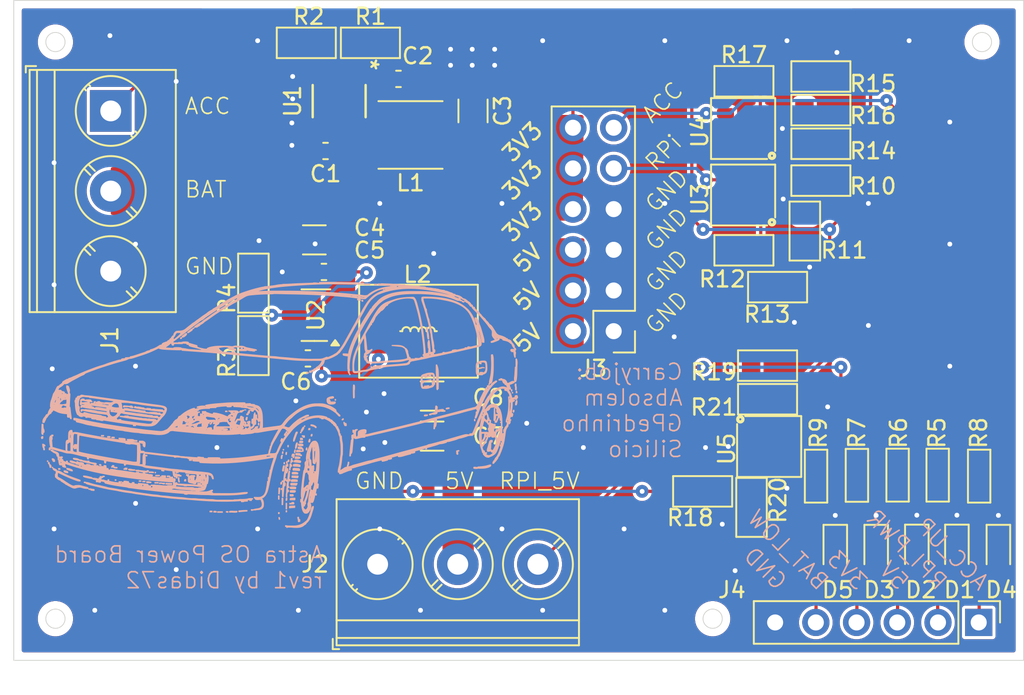
<source format=kicad_pcb>
(kicad_pcb (version 20241229) (generator "pcbnew") (generator_version "9.0")
  (layers (0 "F.Cu" signal) (2 "B.Cu" signal) (13 "F.Paste" user) (15 "B.Paste" user) (5 "F.SilkS" user "F.Silkscreen") (7 "B.SilkS" user "B.Silkscreen") (1 "F.Mask" user) (3 "B.Mask" user) (25 "Edge.Cuts" user))
  (net 0 "")
  (net 1 "GND")
  (net 2 "Net-(U1-SW)")
  (net 3 "3V3_CB")
  (net 4 "BAT")
  (net 5 "Net-(U2-SW)")
  (net 6 "Net-(U2-VBST)")
  (net 7 "5V")
  (net 8 "RPI_PWR_IND")
  (net 9 "5V_IND")
  (net 10 "3V3_IND")
  (net 11 "ACC_UP_IND")
  (net 12 "BAT_LOW_IND")
  (net 13 "ACC")
  (net 14 "RPI_5V")
  (net 15 "3V3")
  (net 16 "RPI_PWR")
  (net 17 "ACC_UP")
  (net 18 "3V3_FB")
  (net 19 "Net-(U2-VFB)")
  (net 20 "BAT_LOW")
  (net 21 "Net-(U3--)")
  (net 22 "Net-(U3-+)")
  (net 23 "Net-(U4-+)")
  (net 24 "Net-(U4--)")
  (net 25 "Net-(U5--)")
  (net 26 "Net-(U5-+)")
  (footprint "PCM_Resistor_SMD_AKL:R_0805_2012Metric_Pad1.15x1.40mm_HandSolder" (layer "F.Cu") (at 81.375 72.05 180)
    (property "Reference" "R18")
    (property "Value" "499k")
  )
  (footprint "Capacitor_SMD:C_1206_3216Metric_Pad1.33x1.80mm_HandSolder" (layer "F.Cu") (at 57.15 56.35)
    (property "Reference" "C4")
    (property "Value" "22uF")
  )
  (footprint "footprints:SOT-23-6-DBV_TEX" (layer "F.Cu") (at 58.699999 47.687549 -90)
    (property "Reference" "U1")
    (property "Value" "LMR54410DBVR")
  )
  (footprint "LED_SMD:LED_0603_1608Metric_Pad1.05x0.95mm_HandSolder" (layer "F.Cu") (at 99.825 75.8 -90)
    (property "Reference" "D4")
    (property "Value" "ACC_UP_OBI")
  )
  (footprint "PCM_Resistor_SMD_AKL:R_0805_2012Metric_Pad1.15x1.40mm_HandSolder" (layer "F.Cu") (at 83.95 57)
    (property "Reference" "R12")
    (property "Value" "200k")
  )
  (footprint "PCM_Resistor_SMD_AKL:R_0805_2012Metric_Pad1.15x1.40mm_HandSolder" (layer "F.Cu") (at 84.425 73.05 -90)
    (property "Reference" "R20")
    (property "Value" "120k")
  )
  (footprint "PCM_Resistor_SMD_AKL:R_0805_2012Metric_Pad1.15x1.40mm_HandSolder" (layer "F.Cu") (at 86.05 59.3 180)
    (property "Reference" "R13")
    (property "Value" "200k")
  )
  (footprint "PCM_Resistor_SMD_AKL:R_0805_2012Metric_Pad1.15x1.40mm_HandSolder" (layer "F.Cu") (at 88.75 48.25 180)
    (property "Reference" "R16")
    (property "Value" "120k")
  )
  (footprint "PCM_Package_TO_SOT_SMD_AKL:SOT-23-5" (layer "F.Cu") (at 83.9 53.55 180)
    (property "Reference" "U3")
    (property "Value" "LM321MF" (hide yes))
  )
  (footprint "Inductor_SMD:L_Vishay_IFSC-1515AH_4x4x1.8mm" (layer "F.Cu") (at 63.15 49.8)
    (property "Reference" "L1")
    (property "Value" "10uH")
  )
  (footprint "Connector_PinHeader_2.54mm:PinHeader_2x06_P2.54mm_Vertical" (layer "F.Cu") (at 75.825 62.05 180)
    (property "Reference" "J3")
    (property "Value" "MISC_OUT")
  )
  (footprint "PCM_Resistor_SMD_AKL:R_0805_2012Metric_Pad1.15x1.40mm_HandSolder" (layer "F.Cu") (at 53.35 59.05 90)
    (property "Reference" "R4")
    (property "Value" "10k")
  )
  (footprint "LED_SMD:LED_0603_1608Metric_Pad1.05x0.95mm_HandSolder" (layer "F.Cu") (at 97.2375 75.7875 -90)
    (property "Reference" "D1")
    (property "Value" "RPI_PWR_OBI")
  )
  (footprint "PCM_Resistor_SMD_AKL:R_0603_1608Metric_Pad1.05x0.95mm_HandSolder" (layer "F.Cu") (at 96.0375 71.0375 -90)
    (property "Reference" "R5")
    (property "Value" "60.4")
  )
  (footprint "PCM_Package_TO_SOT_SMD_AKL:SOT-23-5" (layer "F.Cu") (at 83.9 49.4 180)
    (property "Reference" "U4")
    (property "Value" "LM321MF" (hide yes))
  )
  (footprint "Capacitor_SMD:C_0603_1608Metric_Pad1.08x0.95mm_HandSolder" (layer "F.Cu") (at 57.85 50.8 180)
    (property "Reference" "C1")
    (property "Value" "2.2uF")
  )
  (footprint "PCM_Resistor_SMD_AKL:R_0603_1608Metric_Pad1.05x0.95mm_HandSolder" (layer "F.Cu") (at 93.5375 71.0375 -90)
    (property "Reference" "R6")
    (property "Value" "143")
  )
  (footprint "PCM_Resistor_SMD_AKL:R_0805_2012Metric_Pad1.15x1.40mm_HandSolder" (layer "F.Cu") (at 85.425 64.2)
    (property "Reference" "R19")
    (property "Value" "25k")
  )
  (footprint "PCM_Resistor_SMD_AKL:R_0805_2012Metric_Pad1.15x1.40mm_HandSolder" (layer "F.Cu") (at 83.95 46.45)
    (property "Reference" "R17")
    (property "Value" "25k")
  )
  (footprint "PCM_Resistor_SMD_AKL:R_0805_2012Metric_Pad1.15x1.40mm_HandSolder" (layer "F.Cu") (at 88.75 46.15 180)
    (property "Reference" "R15")
    (property "Value" "25k")
  )
  (footprint "PCM_Resistor_SMD_AKL:R_0805_2012Metric_Pad1.15x1.40mm_HandSolder" (layer "F.Cu") (at 87.75 55.8 90)
    (property "Reference" "R11")
    (property "Value" "25k")
  )
  (footprint "LED_SMD:LED_0603_1608Metric_Pad1.05x0.95mm_HandSolder" (layer "F.Cu") (at 89.65 75.8 -90)
    (property "Reference" "D5")
    (property "Value" "BAT_LOW_OBI")
  )
  (footprint "Capacitor_SMD:C_0603_1608Metric_Pad1.08x0.95mm_HandSolder" (layer "F.Cu") (at 62.4 46.3)
    (property "Reference" "C2")
    (property "Value" "0.1uF")
  )
  (footprint "PCM_Resistor_SMD_AKL:R_0805_2012Metric_Pad1.15x1.40mm_HandSolder" (layer "F.Cu") (at 85.425 66.3 180)
    (property "Reference" "R21")
    (property "Value" "25k")
  )
  (footprint "PCM_Resistor_SMD_AKL:R_0805_2012Metric_Pad1.15x1.40mm_HandSolder" (layer "F.Cu") (at 56.65 44.05 180)
    (property "Reference" "R2")
    (property "Value" "22.1k")
  )
  (footprint "TerminalBlock_Phoenix:TerminalBlock_Phoenix_PT-1,5-3-5.0-H_1x03_P5.00mm_Horizontal" (layer "F.Cu") (at 44.45 48.3 -90)
    (property "Reference" "J1")
    (property "Value" "12V_IN")
  )
  (footprint "PCM_Resistor_SMD_AKL:R_0805_2012Metric_Pad1.15x1.40mm_HandSolder" (layer "F.Cu") (at 88.75 50.35 180)
    (property "Reference" "R14")
    (property "Value" "499k")
  )
  (footprint "PCM_Resistor_SMD_AKL:R_0805_2012Metric_Pad1.15x1.40mm_HandSolder" (layer "F.Cu") (at 88.75 52.65 180)
    (property "Reference" "R10")
    (property "Value" "25k")
  )
  (footprint "LED_SMD:LED_0603_1608Metric_Pad1.05x0.95mm_HandSolder" (layer "F.Cu") (at 92.2 75.8 -90)
    (property "Reference" "D3")
    (property "Value" "3V3_OBI")
  )
  (footprint "PCM_Resistor_SMD_AKL:R_0805_2012Metric_Pad1.15x1.40mm_HandSolder" (layer "F.Cu") (at 60.65 44.05 180)
    (property "Reference" "R1")
    (property "Value" "69.8k")
  )
  (footprint "PCM_Resistor_SMD_AKL:R_0603_1608Metric_Pad1.05x0.95mm_HandSolder" (layer "F.Cu") (at 98.625 71.1 -90)
    (property "Reference" "R8")
    (property "Value" "60.4")
  )
  (footprint "PCM_Resistor_SMD_AKL:R_0603_1608Metric_Pad1.05x0.95mm_HandSolder" (layer "F.Cu") (at 88.45 71.1 -90)
    (property "Reference" "R9")
    (property "Value" "60.4")
  )
  (footprint "Capacitor_SMD:C_0603_1608Metric_Pad1.08x0.95mm_HandSolder" (layer "F.Cu") (at 56.75 63.75)
    (property "Reference" "C6")
    (property "Value" "0.1uF")
  )
  (footprint "Capacitor_SMD:C_1206_3216Metric_Pad1.33x1.80mm_HandSolder" (layer "F.Cu") (at 64.5 66.1)
    (property "Reference" "C8")
    (property "Value" "22uF")
  )
  (footprint "Package_TO_SOT_SMD:SOT-23-6_Handsoldering" (layer "F.Cu") (at 57.25 61.05 180)
    (property "Reference" "U2")
    (property "Value" "TPS563240DDC")
  )
  (footprint "PCM_Package_TO_SOT_SMD_AKL:SOT-23-5" (layer "F.Cu") (at 85.525 69.25)
    (property "Reference" "U5")
    (property "Value" "LM321MF" (hide yes))
  )
  (footprint "PCM_Inductor_SMD_Handsoldering_AKL:L_Vishay_IHLP-2020" (layer "F.Cu") (at 63.65 62.05)
    (property "Reference" "L2")
    (property "Value" "1.5uH" (hide yes))
  )
  (footprint "Capacitor_SMD:C_1206_3216Metric_Pad1.33x1.80mm_HandSolder" (layer "F.Cu") (at 67.05 48.3 -90)
    (property "Reference" "C3")
    (property "Value" "22uF")
  )
  (footprint "Capacitor_SMD:C_0603_1608Metric_Pad1.08x0.95mm_HandSolder" (layer "F.Cu") (at 57.75 58.35)
    (property "Reference" "C5")
    (property "Value" "0.1uF")
  )
  (footprint "LED_SMD:LED_0603_1608Metric_Pad1.05x0.95mm_HandSolder" (layer "F.Cu") (at 94.7375 75.7875 -90)
    (property "Reference" "D2")
    (property "Value" "5V_OBI")
  )
  (footprint "Connector_PinHeader_2.54mm:PinHeader_1x06_P2.54mm_Vertical" (layer "F.Cu") (at 98.5975 80.2335 -90)
    (property "Reference" "J4")
    (property "Value" "STATUS_LED")
  )
  (footprint "Capacitor_SMD:C_1206_3216Metric_Pad1.33x1.80mm_HandSolder" (layer "F.Cu") (at 64.5 68.6)
    (property "Reference" "C7")
    (property "Value" "22uF")
  )
  (footprint "PCM_Resistor_SMD_AKL:R_0805_2012Metric_Pad1.15x1.40mm_HandSolder" (layer "F.Cu") (at 53.35 62.95 90)
    (property "Reference" "R3")
    (property "Value" "73.2k")
  )
  (footprint "TerminalBlock_Phoenix:TerminalBlock_Phoenix_PT-1,5-3-5.0-H_1x03_P5.00mm_Horizontal" (layer "F.Cu") (at 61.1 76.6)
    (property "Reference" "J2")
    (property "Value" "RPI_PWR")
  )
  (footprint "PCM_Resistor_SMD_AKL:R_0603_1608Metric_Pad1.05x0.95mm_HandSolder" (layer "F.Cu") (at 91 71.05 -90)
    (property "Reference" "R7")
    (property "Value" "60.4")
  )
  (gr_poly (pts (xy 55.175944 72.446576) (xy 55.185969 72.447166) (xy 55.190013 72.447524) (xy 55.193514 72.447951) (xy 55.19655 72.448471) (xy 55.199199 72.449104) (xy 55.201537 72.449873) (xy 55.203643 72.4508) (xy 55.205593 72.451905) (xy 55.207466 72.453212) (xy 55.20934 72.454742) (xy 55.21129 72.456516) (xy 55.215734 72.460886) (xy 55.217239 72.501976) (xy 55.217864 72.543113) (xy 55.217729 72.584282) (xy 55.216958 72.625464) (xy 55.213994 72.707794) (xy 55.209946 72.789962) (xy 55.208378 72.821662) (xy 55.206944 72.846174) (xy 55.205685 72.864775) (xy 55.204377 72.878509) (xy 55.203635 72.883877) (xy 55.202797 72.888419) (xy 55.201835 72.892266) (xy 55.200721 72.895547) (xy 55.199427 72.898395) (xy 55.197925 72.900938) (xy 55.196187 72.903308) (xy 55.194185 72.905634) (xy 55.189277 72.910679) (xy 55.169639 72.911608) (xy 55.162534 72.911841) (xy 55.156203 72.911918) (xy 55.149873 72.911841) (xy 55.142767 72.911608) (xy 55.12313 72.910679) (xy 55.121103 72.908547) (xy 55.119245 72.906383) (xy 55.117551 72.904186) (xy 55.116013 72.901958) (xy 55.114624 72.899699) (xy 55.113377 72.89741) (xy 55.112265 72.895092) (xy 55.111281 72.892744) (xy 55.110418 72.890369) (xy 55.10967 72.887967) (xy 55.10903 72.885539) (xy 55.108489 72.883084) (xy 55.107682 72.878102) (xy 55.107193 72.873025) (xy 55.106966 72.86786) (xy 55.106947 72.862613) (xy 55.107306 72.851895) (xy 55.107827 72.840918) (xy 55.108008 72.835347) (xy 55.108063 72.829729) (xy 55.108144 72.801124) (xy 55.108106 72.771912) (xy 55.108176 72.710659) (xy 55.108092 72.616588) (xy 55.108144 72.557212) (xy 55.108063 72.528606) (xy 55.108296 72.502084) (xy 55.1086 72.491345) (xy 55.109135 72.482126) (xy 55.109982 72.474305) (xy 55.110548 72.470882) (xy 55.111221 72.467763) (xy 55.112013 72.464933) (xy 55.112932 72.462377) (xy 55.11399 72.460081) (xy 55.115196 72.458028) (xy 55.11656 72.456204) (xy 55.118092 72.454593) (xy 55.119803 72.453181) (xy 55.121702 72.451952) (xy 55.123799 72.450892) (xy 55.126104 72.449985) (xy 55.128627 72.449215) (xy 55.131379 72.448569) (xy 55.137608 72.447584) (xy 55.144871 72.446909) (xy 55.162818 72.446004)) (fill yes) (layer "B.SilkS"))
  (gr_poly (pts (xy 52.957875 67.393034) (xy 52.962353 67.393316) (xy 52.966259 67.393625) (xy 52.969662 67.393983) (xy 52.972629 67.39441) (xy 52.975227 67.39493) (xy 52.977525 67.395563) (xy 52.97959 67.396332) (xy 52.981491 67.397259) (xy 52.983295 67.398364) (xy 52.98507 67.399671) (xy 52.986883 67.401201) (xy 52.988804 67.402975) (xy 52.993235 67.407345) (xy 52.992667 67.424731) (xy 52.991754 67.442105) (xy 52.990548 67.459462) (xy 52.989101 67.476798) (xy 52.985949 67.515039) (xy 52.983483 67.528988) (xy 52.980568 67.542401) (xy 52.977201 67.555411) (xy 52.973381 67.568148) (xy 52.969107 67.580745) (xy 52.964377 67.593334) (xy 52.959191 67.606045) (xy 52.953547 67.619012) (xy 52.933705 67.619325) (xy 52.913859 67.619425) (xy 52.894014 67.619319) (xy 52.874172 67.619012) (xy 52.871843 67.616671) (xy 52.869799 67.614551) (xy 52.868877 67.613546) (xy 52.868017 67.612562) (xy 52.867216 67.611589) (xy 52.866472 67.610614) (xy 52.865781 67.609628) (xy 52.865141 67.608618) (xy 52.864547 67.607574) (xy 52.863998 67.606484) (xy 52.86349 67.605337) (xy 52.86302 67.604121) (xy 52.862586 67.602827) (xy 52.862183 67.601442) (xy 52.86181 67.599955) (xy 52.861462 67.598356) (xy 52.861138 67.596632) (xy 52.860833 67.594772) (xy 52.860546 67.592767) (xy 52.860272 67.590603) (xy 52.860009 67.588271) (xy 52.859754 67.585758) (xy 52.859256 67.580148) (xy 52.858753 67.573682) (xy 52.857636 67.557827) (xy 52.857907 67.545626) (xy 52.858553 67.532782) (xy 52.859646 67.519487) (xy 52.861257 67.505931) (xy 52.863458 67.492306) (xy 52.866319 67.478802) (xy 52.869912 67.46561) (xy 52.874308 67.452922) (xy 52.879578 67.440928) (xy 52.882563 67.435252) (xy 52.885794 67.42982) (xy 52.889279 67.424658) (xy 52.893026 67.419789) (xy 52.897046 67.415236) (xy 52.901347 67.411024) (xy 52.905937 67.407177) (xy 52.910826 67.403719) (xy 52.916023 67.400672) (xy 52.921536 67.398063) (xy 52.927375 67.395913) (xy 52.933548 67.394247) (xy 52.940064 67.393089) (xy 52.946932 67.392463)) (fill yes) (layer "B.SilkS"))
  (gr_poly (pts (xy 55.524333 69.152513) (xy 55.528811 69.152795) (xy 55.532718 69.153104) (xy 55.53612 69.153461) (xy 55.539087 69.153889) (xy 55.541685 69.154408) (xy 55.543983 69.155042) (xy 55.546049 69.155811) (xy 55.547949 69.156737) (xy 55.549753 69.157843) (xy 55.551528 69.15915) (xy 55.553342 69.16068) (xy 55.555262 69.162454) (xy 55.559693 69.166824) (xy 55.560507 69.181691) (xy 55.561029 69.196574) (xy 55.561297 69.211465) (xy 55.561347 69.226356) (xy 55.561449 69.259015) (xy 55.560844 69.267911) (xy 55.560548 69.271561) (xy 55.560227 69.274757) (xy 55.55986 69.277559) (xy 55.559424 69.280024) (xy 55.558898 69.282212) (xy 55.558259 69.284182) (xy 55.557486 69.285991) (xy 55.556556 69.2877) (xy 55.555448 69.289366) (xy 55.554139 69.291048) (xy 55.552609 69.292805) (xy 55.550834 69.294697) (xy 55.546464 69.299116) (xy 55.526826 69.300046) (xy 55.519721 69.300279) (xy 55.51339 69.300356) (xy 55.50706 69.300279) (xy 55.499955 69.300046) (xy 55.480318 69.299116) (xy 55.477989 69.29678) (xy 55.475948 69.294697) (xy 55.474173 69.292805) (xy 55.473379 69.291914) (xy 55.472643 69.291048) (xy 55.471962 69.290201) (xy 55.471334 69.289366) (xy 55.470756 69.288534) (xy 55.470226 69.2877) (xy 55.46974 69.286854) (xy 55.469296 69.285991) (xy 55.468891 69.285103) (xy 55.468523 69.284182) (xy 55.468188 69.28322) (xy 55.467884 69.282212) (xy 55.467608 69.281149) (xy 55.467357 69.280024) (xy 55.46713 69.27883) (xy 55.466921 69.277559) (xy 55.466554 69.274757) (xy 55.466233 69.271561) (xy 55.465937 69.267911) (xy 55.465331 69.259015) (xy 55.465435 69.226356) (xy 55.465331 69.193696) (xy 55.465859 69.186632) (xy 55.466492 69.180456) (xy 55.467277 69.175105) (xy 55.467742 69.172719) (xy 55.468263 69.170516) (xy 55.468846 69.168488) (xy 55.469498 69.166626) (xy 55.470224 69.164923) (xy 55.471031 69.163372) (xy 55.471925 69.161964) (xy 55.47291 69.160691) (xy 55.473995 69.159545) (xy 55.475184 69.158519) (xy 55.476484 69.157605) (xy 55.477901 69.156795) (xy 55.479441 69.15608) (xy 55.481109 69.155454) (xy 55.482913 69.154908) (xy 55.484858 69.154434) (xy 55.486949 69.154025) (xy 55.489194 69.153672) (xy 55.494167 69.153105) (xy 55.499825 69.152669) (xy 55.51339 69.151942)) (fill yes) (layer "B.SilkS"))
  (gr_poly (pts (xy 68.277259 63.49111) (xy 68.286152 63.491512) (xy 68.296183 63.516435) (xy 68.304965 63.541577) (xy 68.312582 63.566922) (xy 68.319117 63.592455) (xy 68.324653 63.618161) (xy 68.329274 63.644025) (xy 68.333064 63.670032) (xy 68.336106 63.696167) (xy 68.338482 63.722414) (xy 68.340278 63.748759) (xy 68.342458 63.80168) (xy 68.343314 63.854809) (xy 68.343513 63.908024) (xy 68.343778 63.963028) (xy 68.34397 64.078169) (xy 68.344103 64.135724) (xy 68.344514 64.193278) (xy 68.344461 64.349863) (xy 68.343049 64.427854) (xy 68.340495 64.505722) (xy 68.336637 64.583524) (xy 68.331312 64.661318) (xy 68.324356 64.739163) (xy 68.315607 64.817116) (xy 68.309373 64.867952) (xy 68.292533 64.990459) (xy 68.278758 65.083641) (xy 68.272499 65.120928) (xy 68.26638 65.152917) (xy 68.260194 65.180283) (xy 68.253732 65.203705) (xy 68.246786 65.22386) (xy 68.239146 65.241426) (xy 68.230605 65.257079) (xy 68.220955 65.271497) (xy 68.209986 65.285357) (xy 68.197491 65.299337) (xy 68.167087 65.330366) (xy 68.150552 65.330673) (xy 68.134014 65.33078) (xy 68.117477 65.33068) (xy 68.100944 65.330366) (xy 68.101771 65.362612) (xy 68.101472 65.373827) (xy 68.1013 65.378416) (xy 68.101086 65.382417) (xy 68.100809 65.3859) (xy 68.100448 65.388933) (xy 68.099983 65.391586) (xy 68.099393 65.393928) (xy 68.098658 65.396027) (xy 68.097757 65.397954) (xy 68.09667 65.399776) (xy 68.095375 65.401563) (xy 68.093853 65.403384) (xy 68.092083 65.405308) (xy 68.087714 65.409741) (xy 68.068076 65.410671) (xy 68.06097 65.410904) (xy 68.05464 65.410982) (xy 68.048309 65.410904) (xy 68.041204 65.410671) (xy 68.021567 65.409741) (xy 68.019239 65.407402) (xy 68.017199 65.405295) (xy 68.016281 65.404304) (xy 68.015429 65.403341) (xy 68.014638 65.402396) (xy 68.013906 65.40146) (xy 68.013232 65.400522) (xy 68.012612 65.399574) (xy 68.012043 65.398605) (xy 68.011524 65.397605) (xy 68.011052 65.396564) (xy 68.010623 65.395474) (xy 68.010236 65.394322) (xy 68.009888 65.393101) (xy 68.009577 65.3918) (xy 68.009299 65.390409) (xy 68.009052 65.388918) (xy 68.008834 65.387318) (xy 68.008642 65.385599) (xy 68.008473 65.38375) (xy 68.008325 65.381763) (xy 68.008196 65.379626) (xy 68.007982 65.374868) (xy 68.00781 65.369396) (xy 68.007511 65.355997) (xy 68.008338 65.317137) (xy 68.048026 65.303908) (xy 68.046476 65.258381) (xy 68.046616 65.246816) (xy 68.047019 65.235368) (xy 68.047671 65.224022) (xy 68.04856 65.212766) (xy 68.050993 65.19047) (xy 68.054212 65.168373) (xy 68.058111 65.146367) (xy 68.062584 65.124348) (xy 68.067526 65.102207) (xy 68.072831 65.079839) (xy 68.079807 65.049892) (xy 68.107673 64.931521) (xy 68.119701 64.875984) (xy 68.130246 64.820501) (xy 68.139393 64.764999) (xy 68.147228 64.709407) (xy 68.153836 64.653653) (xy 68.159304 64.597663) (xy 68.163717 64.541367) (xy 68.167161 64.484691) (xy 68.169615 64.440202) (xy 68.172205 64.395721) (xy 68.175654 64.327926) (xy 68.178278 64.260168) (xy 68.180023 64.192435) (xy 68.180837 64.124712) (xy 68.180666 64.056987) (xy 68.179455 63.989245) (xy 68.177153 63.921474) (xy 68.173704 63.85366) (xy 68.169903 63.769712) (xy 68.167548 63.685874) (xy 68.166617 63.602006) (xy 68.167087 63.51797) (xy 68.174902 63.513838) (xy 68.182423 63.510092) (xy 68.189704 63.506722) (xy 68.196796 63.503713) (xy 68.203751 63.501056) (xy 68.210622 63.498737) (xy 68.217461 63.496745) (xy 68.224319 63.495067) (xy 68.23125 63.493691) (xy 68.238304 63.492606) (xy 68.245534 63.491799) (xy 68.252993 63.491258) (xy 68.260732 63.490971) (xy 68.268803 63.490925)) (fill yes) (layer "B.SilkS"))
  (gr_poly (pts (xy 68.148987 70.36916) (xy 68.167087 70.370679) (xy 68.169418 70.373018) (xy 68.171469 70.375129) (xy 68.17327 70.377095) (xy 68.174086 70.37805) (xy 68.174852 70.378999) (xy 68.17557 70.379952) (xy 68.176245 70.380921) (xy 68.17688 70.381915) (xy 68.177479 70.382945) (xy 68.178047 70.384021) (xy 68.178586 70.385154) (xy 68.1791 70.386353) (xy 68.179594 70.387629) (xy 68.18007 70.388992) (xy 68.180534 70.390452) (xy 68.180988 70.392021) (xy 68.181436 70.393707) (xy 68.181883 70.395522) (xy 68.182332 70.397475) (xy 68.18325 70.40184) (xy 68.184222 70.406882) (xy 68.185277 70.412685) (xy 68.18776 70.426903) (xy 68.185269 70.443315) (xy 68.183182 70.455879) (xy 68.182199 70.46097) (xy 68.181208 70.4654) (xy 68.18017 70.469271) (xy 68.179051 70.472681) (xy 68.177813 70.475733) (xy 68.17642 70.478526) (xy 68.174835 70.481161) (xy 68.173021 70.483738) (xy 68.170942 70.486357) (xy 68.168561 70.48912) (xy 68.162748 70.495477) (xy 68.121265 70.521044) (xy 68.077736 70.543419) (xy 68.032395 70.562805) (xy 67.985479 70.579406) (xy 67.937224 70.593424) (xy 67.887866 70.605063) (xy 67.83764 70.614528) (xy 67.786782 70.62202) (xy 67.735528 70.627743) (xy 67.684115 70.631901) (xy 67.632777 70.634697) (xy 67.581751 70.636334) (xy 67.481579 70.636947) (xy 67.385483 70.635365) (xy 67.333649 70.635261) (xy 67.320423 70.648491) (xy 67.298115 70.649562) (xy 67.27579 70.650301) (xy 67.253458 70.650754) (xy 67.231126 70.650971) (xy 67.181721 70.651539) (xy 67.165863 70.650223) (xy 67.158361 70.649374) (xy 67.151094 70.648385) (xy 67.144026 70.647246) (xy 67.137122 70.645947) (xy 67.130344 70.644479) (xy 67.123657 70.642831) (xy 67.117024 70.640995) (xy 67.11041 70.63896) (xy 67.103777 70.636716) (xy 67.097089 70.634255) (xy 67.090311 70.631566) (xy 67.083405 70.628639) (xy 67.076336 70.625464) (xy 67.069068 70.622033) (xy 67.068138 70.599398) (xy 67.067905 70.591104) (xy 67.067827 70.583585) (xy 67.067905 70.575911) (xy 67.068138 70.567152) (xy 67.069068 70.542657) (xy 67.077851 70.533918) (xy 67.081502 70.530371) (xy 67.084761 70.527314) (xy 67.087703 70.524704) (xy 67.090405 70.522498) (xy 67.092942 70.520653) (xy 67.094173 70.519852) (xy 67.095391 70.519125) (xy 67.096606 70.518467) (xy 67.097827 70.517872) (xy 67.099064 70.517335) (xy 67.100326 70.51685) (xy 67.101623 70.516412) (xy 67.102964 70.516016) (xy 67.105817 70.515327) (xy 67.108961 70.514738) (xy 67.112473 70.514209) (xy 67.120899 70.513151) (xy 67.150922 70.513719) (xy 67.182963 70.514287) (xy 67.193503 70.514935) (xy 67.20206 70.515522) (xy 67.209614 70.516169) (xy 67.217146 70.516994) (xy 67.225638 70.518117) (xy 67.23607 70.519658) (xy 67.266678 70.524467) (xy 67.307194 70.529429) (xy 67.333649 70.50297) (xy 67.356305 70.499682) (xy 67.364836 70.498563) (xy 67.372852 70.497655) (xy 67.381365 70.496852) (xy 67.391386 70.49605) (xy 67.420002 70.49403) (xy 67.473774 70.489892) (xy 67.502244 70.487794) (xy 67.567371 70.482304) (xy 67.631577 70.475584) (xy 67.695055 70.467413) (xy 67.758001 70.457573) (xy 67.820608 70.445844) (xy 67.88307 70.432008) (xy 67.945582 70.415845) (xy 68.008338 70.397137) (xy 68.042948 70.386833) (xy 68.069618 70.379149) (xy 68.090209 70.373774) (xy 68.098806 70.371855) (xy 68.106581 70.370397) (xy 68.113766 70.369362) (xy 68.120594 70.36871) (xy 68.127298 70.368402) (xy 68.13411 70.368401)) (fill yes) (layer "B.SilkS"))
  (gr_poly (pts (xy 48.698084 71.163346) (xy 48.702562 71.163629) (xy 48.706468 71.163937) (xy 48.709871 71.164295) (xy 48.712837 71.164722) (xy 48.715436 71.165242) (xy 48.717734 71.165875) (xy 48.719799 71.166644) (xy 48.7217 71.167571) (xy 48.723504 71.168677) (xy 48.725278 71.169984) (xy 48.727092 71.171513) (xy 48.729012 71.173287) (xy 48.733443 71.177657) (xy 48.735908 71.211624) (xy 48.738 71.245581) (xy 48.739816 71.279553) (xy 48.741453 71.313566) (xy 48.740865 71.329665) (xy 48.740705 71.336333) (xy 48.740671 71.342256) (xy 48.74079 71.347562) (xy 48.741088 71.352383) (xy 48.741593 71.356848) (xy 48.742332 71.361088) (xy 48.743331 71.365234) (xy 48.744619 71.369415) (xy 48.746221 71.373763) (xy 48.748165 71.378407) (xy 48.750478 71.383477) (xy 48.753187 71.389105) (xy 48.759901 71.402553) (xy 48.760832 71.426118) (xy 48.761064 71.434645) (xy 48.761142 71.442241) (xy 48.761064 71.449838) (xy 48.760832 71.458364) (xy 48.759901 71.481928) (xy 48.757564 71.484257) (xy 48.755469 71.486296) (xy 48.753545 71.488067) (xy 48.752626 71.488858) (xy 48.751724 71.489589) (xy 48.75083 71.490264) (xy 48.749937 71.490884) (xy 48.749034 71.491452) (xy 48.748115 71.491971) (xy 48.747169 71.492444) (xy 48.746188 71.492872) (xy 48.745165 71.493259) (xy 48.744089 71.493607) (xy 48.742953 71.493919) (xy 48.741747 71.494197) (xy 48.740464 71.494444) (xy 48.739094 71.494662) (xy 48.737629 71.494854) (xy 48.736061 71.495022) (xy 48.73438 71.49517) (xy 48.732578 71.4953) (xy 48.728577 71.495514) (xy 48.723988 71.495686) (xy 48.712773 71.495984) (xy 48.680527 71.495157) (xy 48.671593 71.475994) (xy 48.663884 71.456783) (xy 48.657321 71.437515) (xy 48.651827 71.418182) (xy 48.647323 71.398774) (xy 48.643732 71.379281) (xy 48.640975 71.359694) (xy 48.638974 71.340004) (xy 48.637652 71.320202) (xy 48.63693 71.300279) (xy 48.636731 71.280224) (xy 48.636976 71.260028) (xy 48.638487 71.21918) (xy 48.640839 71.177657) (xy 48.643176 71.175328) (xy 48.645271 71.173287) (xy 48.647191 71.171513) (xy 48.648107 71.170719) (xy 48.649004 71.169984) (xy 48.649892 71.169304) (xy 48.650779 71.168677) (xy 48.651673 71.1681) (xy 48.652583 71.167571) (xy 48.653517 71.167087) (xy 48.654484 71.166644) (xy 48.655491 71.166242) (xy 48.656549 71.165875) (xy 48.657665 71.165543) (xy 48.658847 71.165242) (xy 48.660104 71.164969) (xy 48.661445 71.164722) (xy 48.662878 71.164498) (xy 48.664412 71.164295) (xy 48.666054 71.164109) (xy 48.667814 71.163937) (xy 48.671721 71.163629) (xy 48.676199 71.163346) (xy 48.687141 71.162774)) (fill yes) (layer "B.SilkS"))
  (gr_poly (pts (xy 67.746236 63.883354) (xy 67.758065 63.883964) (xy 67.769402 63.884949) (xy 67.780308 63.886349) (xy 67.790845 63.888209) (xy 67.801073 63.89057) (xy 67.811054 63.893473) (xy 67.820847 63.896962) (xy 67.830514 63.901078) (xy 67.840116 63.905863) (xy 67.849714 63.91136) (xy 67.859368 63.91761) (xy 67.869139 63.924656) (xy 67.879088 63.93254) (xy 67.889277 63.941304) (xy 67.894563 63.951088) (xy 67.898633 63.958829) (xy 67.9003 63.962156) (xy 67.901768 63.965241) (xy 67.903073 63.968174) (xy 67.904249 63.971044) (xy 67.905332 63.97394) (xy 67.906357 63.976952) (xy 67.907359 63.980171) (xy 67.908374 63.983685) (xy 67.910579 63.991958) (xy 67.913254 64.002489) (xy 67.921781 64.033598) (xy 67.92809 64.072277) (xy 67.93321 64.111007) (xy 67.937258 64.149794) (xy 67.940351 64.188644) (xy 67.942605 64.227563) (xy 67.944136 64.266557) (xy 67.945062 64.305632) (xy 67.945499 64.344793) (xy 67.946326 64.379778) (xy 67.94623 64.39803) (xy 67.94571 64.416106) (xy 67.944743 64.434012) (xy 67.943306 64.451751) (xy 67.941376 64.469328) (xy 67.938929 64.486746) (xy 67.935944 64.504012) (xy 67.932396 64.521127) (xy 67.928263 64.538098) (xy 67.923521 64.554929) (xy 67.918148 64.571622) (xy 67.912121 64.588184) (xy 67.905416 64.604618) (xy 67.898011 64.620929) (xy 67.889882 64.637121) (xy 67.881006 64.653198) (xy 67.871516 64.661748) (xy 67.861751 64.67015) (xy 67.851723 64.678373) (xy 67.841442 64.686385) (xy 67.830917 64.694153) (xy 67.820159 64.701644) (xy 67.809178 64.708828) (xy 67.797985 64.71567) (xy 67.786589 64.72214) (xy 67.775 64.728205) (xy 67.76323 64.733832) (xy 67.751287 64.738989) (xy 67.739183 64.743645) (xy 67.726926 64.747766) (xy 67.714529 64.751321) (xy 67.702 64.754277) (xy 67.692168 64.756327) (xy 67.688109 64.757314) (xy 67.684521 64.758367) (xy 67.682881 64.75894) (xy 67.681331 64.759555) (xy 67.679861 64.760221) (xy 67.678463 64.760947) (xy 67.677127 64.761741) (xy 67.675844 64.762612) (xy 67.674604 64.763568) (xy 67.673398 64.764618) (xy 67.672218 64.76577) (xy 67.671052 64.767034) (xy 67.669893 64.768417) (xy 67.668731 64.769928) (xy 67.667556 64.771577) (xy 67.666359 64.773371) (xy 67.663864 64.777429) (xy 67.66117 64.782172) (xy 67.658203 64.787669) (xy 67.651151 64.8012) (xy 67.640551 64.802359) (xy 67.629939 64.803256) (xy 67.608685 64.804352) (xy 67.5874 64.804658) (xy 67.566092 64.804348) (xy 67.544771 64.803592) (xy 67.523447 64.802563) (xy 67.480826 64.800373) (xy 67.432819 64.799262) (xy 67.386671 64.797427) (xy 67.344355 64.795822) (xy 67.335903 64.793927) (xy 67.32814 64.791945) (xy 67.320999 64.789839) (xy 67.314414 64.787575) (xy 67.308317 64.785117) (xy 67.302641 64.782428) (xy 67.297319 64.779475) (xy 67.292284 64.776219) (xy 67.287469 64.772627) (xy 67.282806 64.768663) (xy 67.278229 64.76429) (xy 67.27367 64.759473) (xy 67.269062 64.754177) (xy 67.264339 64.748365) (xy 67.259433 64.742003) (xy 67.254276 64.735054) (xy 67.24944 64.721859) (xy 67.245137 64.708765) (xy 67.241336 64.695749) (xy 67.238006 64.682792) (xy 67.235118 64.669871) (xy 67.232641 64.656968) (xy 67.230546 64.64406) (xy 67.228801 64.631127) (xy 67.227376 64.618149) (xy 67.226242 64.605103) (xy 67.224724 64.578729) (xy 67.224003 64.551839) (xy 67.223838 64.524266) (xy 67.223667 64.490721) (xy 67.223604 64.455783) (xy 67.223643 64.420845) (xy 67.223481 64.367767) (xy 67.223038 64.314692) (xy 67.223024 64.280061) (xy 67.331597 64.280061) (xy 67.331731 64.294105) (xy 67.332151 64.308447) (xy 67.333649 64.338179) (xy 67.451887 64.319162) (xy 67.485966 64.313762) (xy 67.518394 64.308465) (xy 67.548414 64.303636) (xy 67.556225 64.302617) (xy 67.559435 64.302146) (xy 67.562253 64.301664) (xy 67.564733 64.301144) (xy 67.566928 64.300561) (xy 67.568892 64.299885) (xy 67.570678 64.299092) (xy 67.57234 64.298154) (xy 67.573932 64.297044) (xy 67.575506 64.295734) (xy 67.577118 64.294199) (xy 67.57882 64.292411) (xy 67.580666 64.290344) (xy 67.585004 64.285262) (xy 67.617917 64.284251) (xy 67.64305 64.283692) (xy 67.661954 64.283738) (xy 67.669555 64.284037) (xy 67.676179 64.284546) (xy 67.682022 64.285284) (xy 67.687276 64.28627) (xy 67.692136 64.287525) (xy 67.696794 64.289066) (xy 67.701446 64.290914) (xy 67.706285 64.293088) (xy 67.717298 64.298491) (xy 67.733833 64.298794) (xy 67.750371 64.298906) (xy 67.766909 64.29881) (xy 67.783442 64.298491) (xy 67.783442 64.364637) (xy 67.762642 64.365154) (xy 67.746648 64.36536) (xy 67.740114 64.365299) (xy 67.734375 64.365102) (xy 67.729295 64.36475) (xy 67.724737 64.364224) (xy 67.720568 64.363503) (xy 67.71665 64.36257) (xy 67.712849 64.361404) (xy 67.709028 64.359986) (xy 67.705053 64.358297) (xy 67.700786 64.356317) (xy 67.690839 64.351408) (xy 67.674417 64.355634) (xy 67.658122 64.360069) (xy 67.641932 64.364712) (xy 67.625828 64.369566) (xy 67.609789 64.37463) (xy 67.593794 64.379905) (xy 67.577822 64.385394) (xy 67.561854 64.391095) (xy 67.542294 64.396754) (xy 67.522715 64.401758) (xy 67.503095 64.406202) (xy 67.483415 64.410181) (xy 67.463653 64.41379) (xy 67.443789 64.417123) (xy 67.403672 64.423342) (xy 67.373337 64.430783) (xy 67.369926 64.438116) (xy 67.367031 64.445389) (xy 67.364611 64.452619) (xy 67.362626 64.459821) (xy 67.361033 64.467011) (xy 67.359792 64.474205) (xy 67.358861 64.481418) (xy 67.3582 64.488667) (xy 67.357765 64.495968) (xy 67.357517 64.503336) (xy 67.357415 64.518337) (xy 67.35763 64.549845) (xy 67.357059 64.600281) (xy 67.35663 64.614658) (xy 67.356576 64.620571) (xy 67.356686 64.625769) (xy 67.357004 64.630352) (xy 67.357573 64.63442) (xy 67.357964 64.636292) (xy 67.358435 64.638074) (xy 67.358991 64.639777) (xy 67.359635 64.641414) (xy 67.360375 64.642998) (xy 67.361216 64.644541) (xy 67.362163 64.646056) (xy 67.36322 64.647555) (xy 67.364395 64.649052) (xy 67.365692 64.650558) (xy 67.368674 64.653649) (xy 67.372209 64.656929) (xy 67.37634 64.660498) (xy 67.386567 64.668908) (xy 67.439484 64.668908) (xy 67.452714 64.602762) (xy 67.477743 64.598928) (xy 67.502492 64.595801) (xy 67.527069 64.593338) (xy 67.551581 64.591498) (xy 67.576137 64.590239) (xy 67.600846 64.58952) (xy 67.625814 64.589298) (xy 67.651151 64.589533) (xy 67.664381 64.615991) (xy 67.672395 64.615216) (xy 67.679938 64.614296) (xy 67.687064 64.613213) (xy 67.693826 64.611951) (xy 67.700278 64.61049) (xy 67.706473 64.608814) (xy 67.712465 64.606904) (xy 67.718308 64.604744) (xy 67.724054 64.602315) (xy 67.729758 64.5996) (xy 67.735472 64.59658) (xy 67.741251 64.593239) (xy 67.747148 64.589558) (xy 67.753216 64.585521) (xy 67.759509 64.581109) (xy 67.76608 64.576304) (xy 67.771879 64.568463) (xy 67.777301 64.560487) (xy 67.78707 64.544151) (xy 67.795487 64.527338) (xy 67.802651 64.510093) (xy 67.808663 64.492458) (xy 67.813621 64.474478) (xy 67.817627 64.456196) (xy 67.82078 64.437656) (xy 67.823179 64.418901) (xy 67.824925 64.399974) (xy 67.826117 64.38092) (xy 67.826855 64.361782) (xy 67.827369 64.323429) (xy 67.827265 64.285262) (xy 67.827909 64.251672) (xy 67.827575 64.223449) (xy 67.826333 64.195271) (xy 67.825281 64.181237) (xy 67.823892 64.16726) (xy 67.822129 64.153354) (xy 67.819958 64.139535) (xy 67.817339 64.125818) (xy 67.814238 64.112217) (xy 67.810618 64.098748) (xy 67.806441 64.085426) (xy 67.801672 64.072266) (xy 67.796273 64.059283) (xy 67.790209 64.046492) (xy 67.783442 64.033908) (xy 67.777168 64.029935) (xy 67.770793 64.026284) (xy 67.764322 64.022946) (xy 67.75776 64.019911) (xy 67.744385 64.014716) (xy 67.730709 64.010624) (xy 67.716775 64.007561) (xy 67.702625 64.005454) (xy 67.688301 64.004229) (xy 67.673847 64.003811) (xy 67.659303 64.004127) (xy 67.644712 64.005103) (xy 67.630116 64.006665) (xy 67.615558 64.008739) (xy 67.60108 64.011251) (xy 67.586724 64.014128) (xy 67.558546 64.020679) (xy 67.585004 64.047137) (xy 67.585935 64.067704) (xy 67.586167 64.075042) (xy 67.586245 64.08145) (xy 67.586167 64.087703) (xy 67.585935 64.094576) (xy 67.585004 64.113283) (xy 67.465943 64.113283) (xy 67.452714 64.073595) (xy 67.446135 64.075115) (xy 67.439827 64.076704) (xy 67.433774 64.07839) (xy 67.427957 64.080196) (xy 67.422361 64.08215) (xy 67.416966 64.084276) (xy 67.411757 64.086601) (xy 67.406717 64.089151) (xy 67.401827 64.091951) (xy 67.397072 64.095027) (xy 67.392433 64.098405) (xy 67.387894 64.102111) (xy 67.383438 64.10617) (xy 67.379047 64.110608) (xy 67.374704 64.115451) (xy 67.370392 64.120724) (xy 67.363216 64.134203) (xy 67.356922 64.147516) (xy 67.351461 64.160704) (xy 67.346784 64.173803) (xy 67.34284 64.186853) (xy 67.33958 64.199892) (xy 67.336954 64.212959) (xy 67.334913 64.226092) (xy 67.333406 64.23933) (xy 67.332385 64.252712) (xy 67.331798 64.266276) (xy 67.331597 64.280061) (xy 67.223024 64.280061) (xy 67.223011 64.246453) (xy 67.222645 64.21479) (xy 67.222929 64.199039) (xy 67.223557 64.183464) (xy 67.224579 64.168074) (xy 67.226047 64.152881) (xy 67.228014 64.137895) (xy 67.230529 64.123127) (xy 67.233645 64.108588) (xy 67.237414 64.094289) (xy 67.241886 64.080241) (xy 67.247113 64.066454) (xy 67.253147 64.052939) (xy 67.260039 64.039707) (xy 67.26784 64.02677) (xy 67.276603 64.014137) (xy 67.286378 64.001819) (xy 67.297217 63.989828) (xy 67.305112 63.985146) (xy 67.312989 63.980669) (xy 67.328734 63.972277) (xy 67.34453 63.964547) (xy 67.360458 63.957376) (xy 67.376598 63.950661) (xy 67.393029 63.944297) (xy 67.40983 63.938181) (xy 67.427082 63.932209) (xy 67.475501 63.915517) (xy 67.489172 63.911291) (xy 67.502638 63.907444) (xy 67.515932 63.903958) (xy 67.52909 63.900818) (xy 67.542148 63.898008) (xy 67.55514 63.895511) (xy 67.568102 63.893312) (xy 67.581068 63.891394) (xy 67.607156 63.888339) (xy 67.633684 63.886216) (xy 67.660933 63.884897) (xy 67.689185 63.884253) (xy 67.720862 63.88309) (xy 67.733856 63.883077)) (fill yes) (layer "B.SilkS"))
  (gr_poly (pts (xy 55.286209 70.224076) (xy 55.290687 70.224358) (xy 55.294593 70.224667) (xy 55.297996 70.225024) (xy 55.300963 70.225452) (xy 55.303561 70.225971) (xy 55.305859 70.226605) (xy 55.307924 70.227374) (xy 55.309825 70.2283) (xy 55.311629 70.229406) (xy 55.313403 70.230713) (xy 55.315217 70.232242) (xy 55.317137 70.234017) (xy 55.321567 70.238386) (xy 55.322582 70.252701) (xy 55.322891 70.258037) (xy 55.323093 70.262985) (xy 55.323207 70.268165) (xy 55.323254 70.274198) (xy 55.323221 70.291303) (xy 55.323325 70.320242) (xy 55.322719 70.328182) (xy 55.322423 70.331446) (xy 55.322102 70.334311) (xy 55.321735 70.336832) (xy 55.321299 70.339064) (xy 55.320773 70.34106) (xy 55.320134 70.342876) (xy 55.31936 70.344566) (xy 55.318431 70.346185) (xy 55.317323 70.347787) (xy 55.316014 70.349426) (xy 55.314484 70.351158) (xy 55.312709 70.353036) (xy 55.30834 70.357449) (xy 55.288702 70.35838) (xy 55.281597 70.358612) (xy 55.275266 70.35869) (xy 55.268936 70.358612) (xy 55.26183 70.35838) (xy 55.242193 70.357449) (xy 55.237823 70.353036) (xy 55.236048 70.351158) (xy 55.234517 70.349426) (xy 55.233836 70.348599) (xy 55.233209 70.347787) (xy 55.232631 70.346985) (xy 55.232101 70.346185) (xy 55.231615 70.345381) (xy 55.231171 70.344566) (xy 55.230766 70.343734) (xy 55.230397 70.342876) (xy 55.230063 70.341987) (xy 55.229759 70.34106) (xy 55.229483 70.340088) (xy 55.229232 70.339064) (xy 55.229004 70.337981) (xy 55.228796 70.336832) (xy 55.228429 70.334311) (xy 55.228109 70.331446) (xy 55.227813 70.328182) (xy 55.227207 70.320242) (xy 55.227311 70.291303) (xy 55.227207 70.262365) (xy 55.227786 70.255673) (xy 55.228504 70.249839) (xy 55.228928 70.247224) (xy 55.2294 70.2448) (xy 55.229927 70.24256) (xy 55.230514 70.240495) (xy 55.231165 70.238598) (xy 55.231885 70.236861) (xy 55.232679 70.235277) (xy 55.233553 70.233837) (xy 55.23451 70.232534) (xy 55.235557 70.23136) (xy 55.236698 70.230308) (xy 55.237937 70.22937) (xy 55.239281 70.228537) (xy 55.240733 70.227803) (xy 55.242299 70.227159) (xy 55.243984 70.226598) (xy 55.245793 70.226112) (xy 55.24773 70.225694) (xy 55.25201 70.225027) (xy 55.256865 70.224537) (xy 55.262332 70.224161) (xy 55.275266 70.223504)) (fill yes) (layer "B.SilkS"))
  (gr_poly (pts (xy 56.154902 73.637201) (xy 56.164928 73.637791) (xy 56.168971 73.638149) (xy 56.172472 73.638576) (xy 56.175508 73.639096) (xy 56.178157 73.639729) (xy 56.180495 73.640498) (xy 56.182601 73.641425) (xy 56.184552 73.64253) (xy 56.186425 73.643837) (xy 56.188299 73.645367) (xy 56.190249 73.647141) (xy 56.194694 73.651511) (xy 56.19687 73.666559) (xy 56.198818 73.68164) (xy 56.200563 73.696746) (xy 56.202134 73.711869) (xy 56.205494 73.744994) (xy 56.207921 73.770574) (xy 56.274068 73.797033) (xy 56.274068 73.942553) (xy 56.26451 73.947241) (xy 56.255566 73.951424) (xy 56.247143 73.955121) (xy 56.239144 73.958356) (xy 56.231476 73.961151) (xy 56.224043 73.963526) (xy 56.216751 73.965503) (xy 56.209504 73.967105) (xy 56.202207 73.968353) (xy 56.194767 73.969269) (xy 56.187087 73.969875) (xy 56.179073 73.970192) (xy 56.170629 73.970242) (xy 56.161662 73.970048) (xy 56.152076 73.96963) (xy 56.141776 73.969012) (xy 56.139688 73.966808) (xy 56.137764 73.964545) (xy 56.135998 73.962224) (xy 56.134382 73.959849) (xy 56.132911 73.957421) (xy 56.131577 73.954942) (xy 56.130374 73.952416) (xy 56.129294 73.949844) (xy 56.128331 73.947229) (xy 56.127478 73.944573) (xy 56.126075 73.939147) (xy 56.12503 73.933587) (xy 56.124289 73.927909) (xy 56.123797 73.922134) (xy 56.1235 73.916279) (xy 56.123273 73.904408) (xy 56.123171 73.892445) (xy 56.123031 73.886476) (xy 56.122759 73.880541) (xy 56.120895 73.858939) (xy 56.118496 73.838094) (xy 56.115491 73.817806) (xy 56.111807 73.797873) (xy 56.107373 73.778093) (xy 56.102119 73.758265) (xy 56.095972 73.738187) (xy 56.08886 73.717658) (xy 56.087465 73.695696) (xy 56.087116 73.688009) (xy 56.086999 73.681484) (xy 56.087116 73.675348) (xy 56.087465 73.668823) (xy 56.088046 73.661136) (xy 56.08886 73.651511) (xy 56.091198 73.649182) (xy 56.093304 73.647141) (xy 56.094294 73.646222) (xy 56.095255 73.645367) (xy 56.096196 73.644573) (xy 56.097128 73.643837) (xy 56.098059 73.643157) (xy 56.099001 73.64253) (xy 56.099962 73.641954) (xy 56.100952 73.641425) (xy 56.10198 73.64094) (xy 56.103057 73.640498) (xy 56.104192 73.640095) (xy 56.105396 73.639729) (xy 56.106676 73.639397) (xy 56.108044 73.639096) (xy 56.109509 73.638823) (xy 56.11108 73.638576) (xy 56.112768 73.638352) (xy 56.114581 73.638149) (xy 56.11653 73.637963) (xy 56.118625 73.637791) (xy 56.123289 73.637483) (xy 56.12865 73.637201) (xy 56.141776 73.636629)) (fill yes) (layer "B.SilkS"))
  (gr_poly (pts (xy 44.288854 68.594678) (xy 44.301108 68.595243) (xy 44.307203 68.595436) (xy 44.313248 68.595489) (xy 44.35614 68.594921) (xy 44.368805 68.595979) (xy 44.374083 68.596509) (xy 44.378808 68.597097) (xy 44.383095 68.597787) (xy 44.387059 68.598621) (xy 44.390813 68.599643) (xy 44.394471 68.600896) (xy 44.398147 68.602424) (xy 44.401955 68.604269) (xy 44.40601 68.606475) (xy 44.410424 68.609085) (xy 44.415313 68.612142) (xy 44.42079 68.615689) (xy 44.433964 68.624428) (xy 44.43505 68.635681) (xy 44.435825 68.64453) (xy 44.43629 68.651752) (xy 44.436406 68.654995) (xy 44.436445 68.658121) (xy 44.436406 68.661228) (xy 44.43629 68.664413) (xy 44.435825 68.671402) (xy 44.43505 68.679864) (xy 44.433964 68.690574) (xy 44.431924 68.692526) (xy 44.429865 68.69432) (xy 44.427789 68.695964) (xy 44.425694 68.697463) (xy 44.42358 68.698825) (xy 44.421447 68.700054) (xy 44.419294 68.701158) (xy 44.41712 68.702142) (xy 44.414927 68.703013) (xy 44.412712 68.703778) (xy 44.410477 68.704442) (xy 44.408219 68.705012) (xy 44.403637 68.705894) (xy 44.398964 68.706475) (xy 44.394196 68.706804) (xy 44.38933 68.706932) (xy 44.384363 68.706908) (xy 44.379291 68.706784) (xy 44.368822 68.706435) (xy 44.363418 68.70631) (xy 44.357897 68.706284) (xy 44.339319 68.705937) (xy 44.321652 68.705041) (xy 44.31309 68.704328) (xy 44.304672 68.703404) (xy 44.29637 68.702247) (xy 44.288156 68.700833) (xy 44.280004 68.699136) (xy 44.271884 68.697134) (xy 44.263769 68.694801) (xy 44.255631 68.692115) (xy 44.247443 68.68905) (xy 44.239177 68.685583) (xy 44.230804 68.681689) (xy 44.222298 68.677345) (xy 44.221984 68.660811) (xy 44.221884 68.644273) (xy 44.221992 68.627734) (xy 44.222298 68.611199) (xy 44.224562 68.609061) (xy 44.226889 68.607103) (xy 44.229277 68.605318) (xy 44.231724 68.603699) (xy 44.234226 68.602238) (xy 44.236781 68.600928) (xy 44.239386 68.599761) (xy 44.242039 68.598731) (xy 44.244738 68.597829) (xy 44.247478 68.597048) (xy 44.253077 68.59582) (xy 44.258815 68.594988) (xy 44.264671 68.594491) (xy 44.270623 68.594272) (xy 44.276652 68.594269)) (fill yes) (layer "B.SilkS"))
  (gr_poly (pts (xy 49.168621 62.165274) (xy 49.177381 62.165982) (xy 49.186644 62.167096) (xy 49.196464 62.168595) (xy 49.198794 62.170933) (xy 49.20084 62.173033) (xy 49.202628 62.174968) (xy 49.203433 62.175896) (xy 49.204184 62.17681) (xy 49.204883 62.17772) (xy 49.205535 62.178633) (xy 49.206141 62.179559) (xy 49.206706 62.180508) (xy 49.207232 62.181488) (xy 49.207724 62.182508) (xy 49.208183 62.183578) (xy 49.208614 62.184706) (xy 49.20902 62.185901) (xy 49.209404 62.187173) (xy 49.209769 62.188531) (xy 49.210118 62.189984) (xy 49.210456 62.19154) (xy 49.210784 62.193209) (xy 49.211427 62.196922) (xy 49.212073 62.201195) (xy 49.212749 62.206101) (xy 49.214293 62.218101) (xy 49.213312 62.225538) (xy 49.211987 62.232773) (xy 49.21033 62.239814) (xy 49.208356 62.246669) (xy 49.206077 62.253344) (xy 49.203507 62.259848) (xy 49.200658 62.266188) (xy 49.197544 62.272372) (xy 49.194178 62.278407) (xy 49.190573 62.284301) (xy 49.182698 62.295695) (xy 49.174025 62.306614) (xy 49.164659 62.317119) (xy 49.154705 62.32727) (xy 49.144269 62.337128) (xy 49.133455 62.346753) (xy 49.122368 62.356205) (xy 49.077402 62.393491) (xy 49.067118 62.401111) (xy 49.057009 62.408156) (xy 49.047024 62.414627) (xy 49.037113 62.420522) (xy 49.027224 62.425843) (xy 49.017307 62.430588) (xy 49.007311 62.434759) (xy 48.997186 62.438354) (xy 48.98688 62.441375) (xy 48.976343 62.44382) (xy 48.965524 62.44569) (xy 48.954373 62.446984) (xy 48.942837 62.447703) (xy 48.930868 62.447847) (xy 48.918413 62.447415) (xy 48.905423 62.446408) (xy 48.900461 62.477827) (xy 48.897681 62.489341) (xy 48.896454 62.494102) (xy 48.895268 62.498317) (xy 48.894073 62.502077) (xy 48.892817 62.505471) (xy 48.891449 62.508589) (xy 48.88992 62.51152) (xy 48.888177 62.514355) (xy 48.88617 62.517182) (xy 48.883848 62.520092) (xy 48.88116 62.523173) (xy 48.878056 62.526516) (xy 48.874484 62.530211) (xy 48.865735 62.539012) (xy 48.841705 62.540407) (xy 48.833062 62.540756) (xy 48.825427 62.540873) (xy 48.817869 62.540756) (xy 48.809459 62.540407) (xy 48.78636 62.539012) (xy 48.784031 62.536676) (xy 48.781987 62.534584) (xy 48.780205 62.532672) (xy 48.779404 62.531762) (xy 48.77866 62.530873) (xy 48.777969 62.529996) (xy 48.777329 62.529123) (xy 48.776735 62.528246) (xy 48.776186 62.527356) (xy 48.775678 62.526446) (xy 48.775208 62.525506) (xy 48.774774 62.52453) (xy 48.774371 62.523509) (xy 48.773997 62.522435) (xy 48.77365 62.521299) (xy 48.773325 62.520093) (xy 48.773021 62.51881) (xy 48.772733 62.51744) (xy 48.77246 62.515977) (xy 48.771942 62.512735) (xy 48.771444 62.509018) (xy 48.770941 62.50476) (xy 48.769823 62.494364) (xy 48.770946 62.482854) (xy 48.77146 62.478106) (xy 48.771981 62.473913) (xy 48.772535 62.47019) (xy 48.773152 62.466851) (xy 48.773858 62.46381) (xy 48.774681 62.460981) (xy 48.77565 62.458278) (xy 48.776792 62.455615) (xy 48.778135 62.452905) (xy 48.779707 62.450064) (xy 48.781535 62.447005) (xy 48.783648 62.443642) (xy 48.78884 62.435659) (xy 48.79462 62.432062) (xy 48.800215 62.428958) (xy 48.80566 62.426319) (xy 48.810991 62.424111) (xy 48.816243 62.422304) (xy 48.821452 62.420866) (xy 48.826653 62.419767) (xy 48.831882 62.418976) (xy 48.837174 62.41846) (xy 48.842564 62.418188) (xy 48.848089 62.41813) (xy 48.853783 62.418255) (xy 48.865821 62.418925) (xy 48.878964 62.41995) (xy 48.874779 62.390132) (xy 48.876216 62.378089) (xy 48.876907 62.373113) (xy 48.877645 62.368711) (xy 48.878476 62.36479) (xy 48.879449 62.361259) (xy 48.880612 62.358024) (xy 48.88128 62.356488) (xy 48.882013 62.354992) (xy 48.882818 62.353524) (xy 48.8837 62.352073) (xy 48.88572 62.349172) (xy 48.888123 62.346197) (xy 48.890955 62.343057) (xy 48.894265 62.339658) (xy 48.898101 62.335908) (xy 48.907542 62.326984) (xy 48.945936 62.301714) (xy 48.963076 62.290038) (xy 48.979891 62.278329) (xy 48.996399 62.266484) (xy 49.012616 62.254403) (xy 49.02856 62.241982) (xy 49.044247 62.229121) (xy 49.059696 62.215717) (xy 49.074921 62.201668) (xy 49.082254 62.195364) (xy 49.089361 62.189715) (xy 49.096298 62.1847) (xy 49.10312 62.180302) (xy 49.109884 62.1765) (xy 49.116645 62.173276) (xy 49.120043 62.171874) (xy 49.123461 62.17061) (xy 49.126906 62.169481) (xy 49.130386 62.168484) (xy 49.133908 62.167617) (xy 49.137477 62.166878) (xy 49.14479 62.165773) (xy 49.152381 62.165151) (xy 49.160306 62.164991)) (fill yes) (layer "B.SilkS"))
  (gr_poly (pts (xy 57.199318 68.887508) (xy 57.226568 68.889012) (xy 57.232929 68.891404) (xy 57.239136 68.893994) (xy 57.24519 68.896777) (xy 57.251096 68.899747) (xy 57.256858 68.902898) (xy 57.26248 68.906225) (xy 57.273319 68.913378) (xy 57.283643 68.921159) (xy 57.293484 68.92952) (xy 57.302871 68.938414) (xy 57.311837 68.947793) (xy 57.320413 68.957609) (xy 57.328628 68.967813) (xy 57.336514 68.978359) (xy 57.344101 68.989198) (xy 57.351422 69.000283) (xy 57.358506 69.011566) (xy 57.372089 69.034533) (xy 57.379128 69.051943) (xy 57.385737 69.069466) (xy 57.39194 69.087094) (xy 57.397765 69.104823) (xy 57.408377 69.140555) (xy 57.417778 69.176612) (xy 57.42617 69.212944) (xy 57.433757 69.249501) (xy 57.440743 69.286234) (xy 57.44733 69.323094) (xy 57.45212 69.350088) (xy 57.462754 69.427) (xy 57.470395 69.504278) (xy 57.475527 69.581829) (xy 57.478631 69.659563) (xy 57.480188 69.737389) (xy 57.480681 69.815213) (xy 57.480402 69.970496) (xy 57.480378 70.014506) (xy 57.478175 70.20752) (xy 57.47217 70.399967) (xy 57.462408 70.591941) (xy 57.448936 70.783538) (xy 57.4318 70.974854) (xy 57.411044 71.165985) (xy 57.386716 71.357026) (xy 57.35886 71.548073) (xy 57.425005 71.574532) (xy 57.4259 71.611542) (xy 57.425616 71.64822) (xy 57.424142 71.684641) (xy 57.421467 71.720883) (xy 57.41758 71.757021) (xy 57.412472 71.793131) (xy 57.406131 71.82929) (xy 57.398546 71.865574) (xy 57.396208 71.867903) (xy 57.394101 71.869942) (xy 57.39311 71.87086) (xy 57.392147 71.871713) (xy 57.391202 71.872503) (xy 57.390266 71.873235) (xy 57.389329 71.873909) (xy 57.388381 71.874529) (xy 57.387411 71.875098) (xy 57.386412 71.875617) (xy 57.385371 71.876089) (xy 57.38428 71.876518) (xy 57.383129 71.876905) (xy 57.381908 71.877253) (xy 57.380607 71.877565) (xy 57.379216 71.877842) (xy 57.377725 71.878089) (xy 57.376125 71.878307) (xy 57.374405 71.878499) (xy 57.372557 71.878668) (xy 57.370569 71.878816) (xy 57.368433 71.878945) (xy 57.363674 71.879159) (xy 57.358202 71.879331) (xy 57.344803 71.87963) (xy 57.305942 71.878803) (xy 57.301295 71.902671) (xy 57.280311 72.009441) (xy 57.272999 72.04701) (xy 57.265894 72.082924) (xy 57.259386 72.116096) (xy 57.257261 72.125155) (xy 57.255503 72.132286) (xy 57.254689 72.135325) (xy 57.253882 72.138119) (xy 57.253051 72.140744) (xy 57.252168 72.143282) (xy 57.251204 72.14581) (xy 57.250132 72.148406) (xy 57.248922 72.151151) (xy 57.247545 72.154122) (xy 57.244176 72.161058) (xy 57.239797 72.169845) (xy 57.305942 72.183074) (xy 57.306409 72.212425) (xy 57.306769 72.241779) (xy 57.307235 72.274799) (xy 57.306782 72.283849) (xy 57.306548 72.287561) (xy 57.306281 72.29081) (xy 57.305959 72.293657) (xy 57.30556 72.29616) (xy 57.305065 72.298379) (xy 57.30445 72.300373) (xy 57.303696 72.302202) (xy 57.302781 72.303925) (xy 57.301683 72.305601) (xy 57.300381 72.307291) (xy 57.298855 72.309053) (xy 57.297082 72.310946) (xy 57.292713 72.315366) (xy 57.269514 72.312403) (xy 57.246345 72.309214) (xy 57.223208 72.305793) (xy 57.200109 72.302137) (xy 57.19582 72.346268) (xy 57.192122 72.372115) (xy 57.187633 72.39769) (xy 57.182451 72.42305) (xy 57.176677 72.448249) (xy 57.170413 72.473342) (xy 57.163757 72.498383) (xy 57.149674 72.54853) (xy 57.139725 72.585219) (xy 57.132447 72.610351) (xy 57.124915 72.634586) (xy 57.116776 72.657995) (xy 57.112368 72.669413) (xy 57.107675 72.680651) (xy 57.102654 72.691718) (xy 57.09726 72.702624) (xy 57.091449 72.713377) (xy 57.085177 72.723985) (xy 57.078399 72.734459) (xy 57.071071 72.744806) (xy 57.063149 72.755036) (xy 57.054589 72.765157) (xy 57.044224 72.76771) (xy 57.03605 72.769595) (xy 57.032553 72.770305) (xy 57.029328 72.770869) (xy 57.026283 72.771295) (xy 57.023324 72.771591) (xy 57.020361 72.771763) (xy 57.017301 72.771818) (xy 57.014051 72.771765) (xy 57.010521 72.77161) (xy 57.00225 72.771024) (xy 56.99175 72.770118) (xy 56.959711 72.767948) (xy 56.935526 72.765157) (xy 56.932542 72.773473) (xy 56.930248 72.780062) (xy 56.928489 72.785545) (xy 56.927762 72.788066) (xy 56.92711 72.790542) (xy 56.926515 72.793053) (xy 56.925957 72.795674) (xy 56.924873 72.80156) (xy 56.923705 72.80882) (xy 56.922297 72.818075) (xy 56.948756 72.844532) (xy 56.954574 72.877843) (xy 56.9585 72.910044) (xy 56.960586 72.941248) (xy 56.960881 72.971568) (xy 56.959434 73.001118) (xy 56.956297 73.030009) (xy 56.951518 73.058355) (xy 56.945149 73.086268) (xy 56.937238 73.113862) (xy 56.927837 73.141249) (xy 56.916995 73.168543) (xy 56.904762 73.195855) (xy 56.891188 73.2233) (xy 56.876323 73.250989) (xy 56.860218 73.279036) (xy 56.842922 73.307554) (xy 56.834772 73.318967) (xy 56.826617 73.329998) (xy 56.818408 73.340639) (xy 56.810095 73.350881) (xy 56.801628 73.360717) (xy 56.792957 73.370138) (xy 56.784034 73.379138) (xy 56.774809 73.387708) (xy 56.765232 73.39584) (xy 56.755253 73.403526) (xy 56.744823 73.410759) (xy 56.733892 73.41753) (xy 56.722412 73.423832) (xy 56.710331 73.429657) (xy 56.697601 73.434997) (xy 56.684173 73.439844) (xy 56.663544 73.442117) (xy 56.653505 73.442941) (xy 56.64362 73.443529) (xy 56.633865 73.443863) (xy 56.624219 73.443921) (xy 56.614658 73.443684) (xy 56.60516 73.443132) (xy 56.595702 73.442245) (xy 56.586263 73.441002) (xy 56.576818 73.439384) (xy 56.567346 73.437371) (xy 56.557824 73.434942) (xy 56.548229 73.432078) (xy 56.538538 73.428758) (xy 56.52873 73.424962) (xy 56.514589 73.412582) (xy 56.501221 73.399683) (xy 56.488597 73.386286) (xy 56.476692 73.372416) (xy 56.465478 73.358094) (xy 56.45493 73.343344) (xy 56.445021 73.328188) (xy 56.435723 73.31265) (xy 56.418858 73.280517) (xy 56.404121 73.247126) (xy 56.3913 73.21266) (xy 56.380182 73.177303) (xy 56.370554 73.141235) (xy 56.362202 73.10464) (xy 56.354915 73.067701) (xy 56.348479 73.030599) (xy 56.34641 73.016512) (xy 56.485735 73.016512) (xy 56.489971 73.031219) (xy 56.494286 73.045903) (xy 56.503098 73.075216) (xy 56.512865 73.108237) (xy 56.525422 73.135573) (xy 56.56511 73.148803) (xy 56.591569 73.188491) (xy 56.597489 73.185908) (xy 56.60318 73.183222) (xy 56.608652 73.180433) (xy 56.613912 73.17754) (xy 56.618969 73.174545) (xy 56.623833 73.171448) (xy 56.628512 73.168248) (xy 56.633013 73.164947) (xy 56.637347 73.161545) (xy 56.641522 73.158042) (xy 56.649429 73.150736) (xy 56.656802 73.14303) (xy 56.663712 73.134928) (xy 56.670228 73.126432) (xy 56.676419 73.117547) (xy 56.682355 73.108274) (xy 56.688105 73.098616) (xy 56.693738 73.088577) (xy 56.699323 73.078159) (xy 56.71063 73.056199) (xy 56.71471 73.04467) (xy 56.718496 73.03322) (xy 56.722026 73.021802) (xy 56.725334 73.010372) (xy 56.728459 72.998882) (xy 56.731435 72.987286) (xy 56.737089 72.963595) (xy 56.723859 72.950365) (xy 56.722541 72.931582) (xy 56.721586 72.912774) (xy 56.720941 72.893952) (xy 56.720553 72.875124) (xy 56.719518 72.833629) (xy 56.720989 72.819694) (xy 56.722331 72.808795) (xy 56.723042 72.804204) (xy 56.723824 72.800034) (xy 56.724714 72.796172) (xy 56.725745 72.792507) (xy 56.726954 72.788926) (xy 56.728374 72.785315) (xy 56.730041 72.781563) (xy 56.731989 72.777557) (xy 56.734253 72.773183) (xy 56.736868 72.76833) (xy 56.74329 72.756734) (xy 56.748599 72.744246) (xy 56.753186 72.731766) (xy 56.757106 72.719285) (xy 56.760418 72.706791) (xy 56.763179 72.694273) (xy 56.765445 72.68172) (xy 56.767273 72.669121) (xy 56.768722 72.656466) (xy 56.769847 72.643742) (xy 56.770706 72.630938) (xy 56.771854 72.60505) (xy 56.773469 72.551838) (xy 56.778554 72.482925) (xy 56.781061 72.460886) (xy 56.895838 72.460886) (xy 56.909067 72.460886) (xy 56.909067 72.368282) (xy 56.895838 72.368282) (xy 56.895838 72.460886) (xy 56.781061 72.460886) (xy 56.786246 72.415307) (xy 56.796318 72.348667) (xy 56.808548 72.282685) (xy 56.822708 72.217043) (xy 56.838575 72.151424) (xy 56.855924 72.085509) (xy 56.874529 72.018979) (xy 56.877859 72.006653) (xy 56.879199 72.001472) (xy 56.880337 71.996776) (xy 56.881286 71.992438) (xy 56.882058 71.988328) (xy 56.882663 71.98432) (xy 56.883115 71.980286) (xy 56.883425 71.976097) (xy 56.883605 71.971626) (xy 56.883666 71.966746) (xy 56.88362 71.961327) (xy 56.883257 71.948366) (xy 56.88261 71.931721) (xy 56.842922 71.931721) (xy 56.838109 71.959516) (xy 56.825241 72.030646) (xy 56.811582 72.101078) (xy 56.796853 72.170896) (xy 56.780776 72.240187) (xy 56.763071 72.309038) (xy 56.74346 72.377534) (xy 56.721662 72.44576) (xy 56.697401 72.513804) (xy 56.674715 72.575402) (xy 56.646601 72.650523) (xy 56.618026 72.725471) (xy 56.631255 72.738698) (xy 56.632341 72.75353) (xy 56.633116 72.76526) (xy 56.633581 72.774976) (xy 56.633736 72.783761) (xy 56.633581 72.792701) (xy 56.633116 72.802881) (xy 56.631255 72.831304) (xy 56.620403 72.843086) (xy 56.616373 72.847349) (xy 56.612652 72.851147) (xy 56.608776 72.854945) (xy 56.604281 72.859208) (xy 56.591569 72.870991) (xy 56.584751 72.894083) (xy 56.578066 72.917214) (xy 56.571517 72.940385) (xy 56.56511 72.963595) (xy 56.560321 72.968277) (xy 56.555624 72.972658) (xy 56.550993 72.976762) (xy 56.546404 72.980615) (xy 56.541833 72.984243) (xy 56.537255 72.987669) (xy 56.532646 72.990921) (xy 56.527981 72.994024) (xy 56.523237 72.997002) (xy 56.518388 72.999882) (xy 56.513411 73.002689) (xy 56.50828 73.005447) (xy 56.49746 73.010923) (xy 56.485735 73.016512) (xy 56.34641 73.016512) (xy 56.326984 72.88422) (xy 56.324885 72.857832) (xy 56.322934 72.83145) (xy 56.321182 72.805054) (xy 56.319681 72.778626) (xy 56.318327 72.768045) (xy 56.317618 72.763682) (xy 56.3168 72.759835) (xy 56.316328 72.758079) (xy 56.315804 72.756424) (xy 56.315219 72.754858) (xy 56.314565 72.753372) (xy 56.313833 72.751956) (xy 56.313015 72.750601) (xy 56.312103 72.749297) (xy 56.311088 72.748034) (xy 56.309962 72.746802) (xy 56.308717 72.745592) (xy 56.307343 72.744394) (xy 56.305834 72.743197) (xy 56.304181 72.741994) (xy 56.302374 72.740773) (xy 56.298269 72.73824) (xy 56.293453 72.735521) (xy 56.287859 72.732539) (xy 56.274068 72.725471) (xy 56.27307 72.712578) (xy 56.27227 72.699914) (xy 56.271668 72.687407) (xy 56.271262 72.67498) (xy 56.271053 72.66256) (xy 56.271038 72.650072) (xy 56.271216 72.637443) (xy 56.271559 72.625575) (xy 56.456673 72.625575) (xy 56.456775 72.63692) (xy 56.457237 72.648505) (xy 56.458068 72.660369) (xy 56.459276 72.672553) (xy 56.485735 72.699012) (xy 56.529714 72.589491) (xy 56.563725 72.502979) (xy 56.590251 72.431569) (xy 56.611771 72.367354) (xy 56.630765 72.302429) (xy 56.649715 72.228887) (xy 56.6711 72.138821) (xy 56.697401 72.024325) (xy 56.618026 72.024325) (xy 56.611309 72.040758) (xy 56.604943 72.057159) (xy 56.598917 72.073573) (xy 56.593219 72.090045) (xy 56.587838 72.106623) (xy 56.582762 72.123351) (xy 56.57798 72.140275) (xy 56.573481 72.157442) (xy 56.563695 72.195757) (xy 56.553535 72.235991) (xy 56.536793 72.300763) (xy 56.519375 72.365208) (xy 56.500847 72.429329) (xy 56.49103 72.46127) (xy 56.480773 72.493133) (xy 56.473799 72.516233) (xy 56.470721 72.527445) (xy 56.467925 72.538486) (xy 56.465419 72.549397) (xy 56.463212 72.560219) (xy 56.461311 72.570993) (xy 56.459724 72.58176) (xy 56.458459 72.59256) (xy 56.457523 72.603436) (xy 56.456926 72.614427) (xy 56.456673 72.625575) (xy 56.271559 72.625575) (xy 56.271587 72.624598) (xy 56.27213 72.596279) (xy 56.272991 72.561653) (xy 56.274068 72.527033) (xy 56.326984 72.513804) (xy 56.328128 72.493384) (xy 56.328782 72.477336) (xy 56.328877 72.470516) (xy 56.328792 72.464266) (xy 56.328507 72.458412) (xy 56.328003 72.452778) (xy 56.32726 72.447191) (xy 56.32626 72.441477) (xy 56.324982 72.43546) (xy 56.323407 72.428967) (xy 56.319291 72.413854) (xy 56.313755 72.394741) (xy 56.310679 72.348085) (xy 56.308698 72.301391) (xy 56.307712 72.207921) (xy 56.310181 72.114398) (xy 56.315487 72.020892) (xy 56.323013 71.92747) (xy 56.323891 71.918491) (xy 56.948756 71.918491) (xy 57.02813 71.958178) (xy 57.054589 71.971407) (xy 57.09345 71.811831) (xy 57.104586 71.766381) (xy 57.118778 71.718617) (xy 57.124416 71.698752) (xy 57.129114 71.681008) (xy 57.132894 71.66497) (xy 57.135782 71.65022) (xy 57.1378 71.636343) (xy 57.138972 71.62292) (xy 57.139322 71.609536) (xy 57.138873 71.595774) (xy 57.137649 71.581218) (xy 57.135674 71.565449) (xy 57.132971 71.548053) (xy 57.129565 71.528612) (xy 57.120734 71.481928) (xy 57.107505 71.481928) (xy 57.101651 71.490671) (xy 57.096078 71.499449) (xy 57.09077 71.508266) (xy 57.085709 71.517129) (xy 57.080878 71.526044) (xy 57.07626 71.535017) (xy 57.071837 71.544053) (xy 57.067593 71.553158) (xy 57.059571 71.571601) (xy 57.052057 71.590391) (xy 57.044912 71.609578) (xy 57.038001 71.629206) (xy 57.034691 71.637437) (xy 57.031881 71.644106) (xy 57.03053 71.647091) (xy 57.029145 71.649969) (xy 57.027671 71.652834) (xy 57.026057 71.65578) (xy 57.024248 71.658902) (xy 57.022191 71.662294) (xy 57.019834 71.66605) (xy 57.017122 71.670264) (xy 57.010424 71.680447) (xy 57.001671 71.693595) (xy 56.961985 71.706824) (xy 56.948756 71.918491) (xy 56.323891 71.918491) (xy 56.327775 71.878803) (xy 56.644485 71.878803) (xy 56.71063 71.865574) (xy 56.71063 71.825887) (xy 56.684173 71.825887) (xy 56.671372 71.841299) (xy 56.666854 71.846909) (xy 56.662971 71.851949) (xy 56.659258 71.857038) (xy 56.655249 71.862796) (xy 56.644485 71.878803) (xy 56.327775 71.878803) (xy 56.331659 71.839117) (xy 56.485735 71.839117) (xy 56.504974 71.822923) (xy 56.523927 71.806644) (xy 56.542588 71.790201) (xy 56.560948 71.773512) (xy 56.579002 71.756497) (xy 56.596743 71.739076) (xy 56.614163 71.721167) (xy 56.631255 71.702691) (xy 56.64361 71.690237) (xy 56.649518 71.684529) (xy 56.65532 71.679165) (xy 56.661073 71.674142) (xy 56.666833 71.669457) (xy 56.672655 71.665108) (xy 56.678595 71.661093) (xy 56.68471 71.657408) (xy 56.691055 71.654052) (xy 56.697686 71.651023) (xy 56.704658 71.648316) (xy 56.712029 71.645931) (xy 56.719854 71.643865) (xy 56.728189 71.642115) (xy 56.737089 71.640679) (xy 56.776777 71.640679) (xy 56.781168 71.604919) (xy 56.787525 71.557996) (xy 56.793571 71.511487) (xy 56.796806 71.497314) (xy 56.798204 71.491482) (xy 56.799521 71.486353) (xy 56.800805 71.481827) (xy 56.802104 71.477804) (xy 56.803466 71.474185) (xy 56.804939 71.470869) (xy 56.806573 71.467757) (xy 56.808414 71.464748) (xy 56.810512 71.461743) (xy 56.812915 71.458641) (xy 56.815671 71.455344) (xy 56.818828 71.45175) (xy 56.82654 71.443275) (xy 56.842922 71.415783) (xy 56.836162 71.397028) (xy 56.829199 71.378344) (xy 56.821926 71.359783) (xy 56.818139 71.350564) (xy 56.814236 71.341395) (xy 56.80984 71.327799) (xy 56.806061 71.314025) (xy 56.802849 71.30009) (xy 56.800151 71.286016) (xy 56.797914 71.271821) (xy 56.796087 71.257525) (xy 56.794618 71.243148) (xy 56.793454 71.228709) (xy 56.791835 71.199723) (xy 56.790813 71.170726) (xy 56.788894 71.11332) (xy 56.787875 71.088028) (xy 56.787325 71.077547) (xy 56.786671 71.068234) (xy 56.785857 71.059884) (xy 56.784826 71.052291) (xy 56.783521 71.045247) (xy 56.781885 71.038548) (xy 56.779861 71.031987) (xy 56.777393 71.025357) (xy 56.774423 71.018453) (xy 56.770895 71.011069) (xy 56.766751 71.002998) (xy 56.761935 70.994035) (xy 56.75006 70.972606) (xy 56.723859 70.952762) (xy 56.718072 70.927337) (xy 56.716186 70.918345) (xy 56.714765 70.910594) (xy 56.713654 70.903152) (xy 56.712697 70.895091) (xy 56.71063 70.873387) (xy 56.702352 70.87356) (xy 56.694216 70.874075) (xy 56.686214 70.874925) (xy 56.678341 70.876101) (xy 56.67059 70.877597) (xy 56.662954 70.879406) (xy 56.655428 70.88152) (xy 56.648005 70.883932) (xy 56.640679 70.886634) (xy 56.633443 70.88962) (xy 56.626291 70.892882) (xy 56.619217 70.896412) (xy 56.612214 70.900204) (xy 56.605275 70.90425) (xy 56.598396 70.908542) (xy 56.591569 70.913074) (xy 56.587874 70.922051) (xy 56.585058 70.929198) (xy 56.583926 70.932304) (xy 56.58295 70.935216) (xy 56.582108 70.93802) (xy 56.581381 70.940806) (xy 56.580745 70.94366) (xy 56.58018 70.94667) (xy 56.579666 70.949923) (xy 56.57918 70.953508) (xy 56.578209 70.962023) (xy 56.577099 70.972915) (xy 56.571236 71.012555) (xy 56.56511 71.058595) (xy 56.557148 71.11169) (xy 56.543882 71.202922) (xy 56.531209 71.29424) (xy 56.526728 71.326836) (xy 56.518379 71.390779) (xy 56.510813 71.454639) (xy 56.504098 71.518472) (xy 56.498305 71.58233) (xy 56.493503 71.64627) (xy 56.489761 71.710344) (xy 56.487149 71.774608) (xy 56.485735 71.839117) (xy 56.331659 71.839117) (xy 56.33214 71.834201) (xy 56.352733 71.648398) (xy 56.362272 71.562072) (xy 56.380454 71.397902) (xy 56.399597 71.233846) (xy 56.420401 71.07) (xy 56.443566 70.90646) (xy 56.451354 70.854289) (xy 56.452448 70.847529) (xy 57.104603 70.847529) (xy 57.104635 70.849454) (xy 57.104712 70.851517) (xy 57.104995 70.856101) (xy 57.105431 70.861359) (xy 57.106678 70.874213) (xy 57.107505 70.913074) (xy 57.133964 70.913074) (xy 57.133964 70.82047) (xy 57.120734 70.82047) (xy 57.117577 70.8231) (xy 57.11482 70.82546) (xy 57.112442 70.827628) (xy 57.111389 70.828665) (xy 57.110423 70.829684) (xy 57.109541 70.830694) (xy 57.108742 70.831706) (xy 57.108021 70.832728) (xy 57.107378 70.833772) (xy 57.106809 70.834846) (xy 57.106311 70.835962) (xy 57.105883 70.837127) (xy 57.105521 70.838354) (xy 57.105223 70.83965) (xy 57.104987 70.841026) (xy 57.104809 70.842493) (xy 57.104688 70.844059) (xy 57.10462 70.845734) (xy 57.104603 70.847529) (xy 56.452448 70.847529) (xy 56.457223 70.818039) (xy 56.461999 70.790432) (xy 56.464152 70.779358) (xy 56.466242 70.76983) (xy 56.468336 70.761646) (xy 56.470507 70.754599) (xy 56.472823 70.748485) (xy 56.475354 70.7431) (xy 56.47817 70.738239) (xy 56.481341 70.733698) (xy 56.484935 70.729272) (xy 56.486208 70.727866) (xy 56.723859 70.727866) (xy 56.740782 70.737894) (xy 56.74784 70.741935) (xy 56.754169 70.745381) (xy 56.759924 70.748269) (xy 56.765261 70.750638) (xy 56.770333 70.752527) (xy 56.775297 70.753975) (xy 56.780307 70.755021) (xy 56.785518 70.755702) (xy 56.791085 70.756059) (xy 56.797164 70.756129) (xy 56.803909 70.755952) (xy 56.811476 70.755567) (xy 56.829693 70.754324) (xy 56.842922 70.622033) (xy 56.737089 70.608803) (xy 56.723859 70.727866) (xy 56.486208 70.727866) (xy 56.489024 70.724756) (xy 56.498963 70.714637) (xy 56.50179 70.705679) (xy 56.503984 70.698567) (xy 56.505709 70.69262) (xy 56.507133 70.687155) (xy 56.50842 70.681492) (xy 56.509737 70.67495) (xy 56.513123 70.656501) (xy 56.5201 70.62149) (xy 56.527076 70.584826) (xy 56.534362 70.548627) (xy 56.542093 70.507405) (xy 56.54544 70.487063) (xy 56.54827 70.466761) (xy 56.550458 70.446398) (xy 56.551874 70.42587) (xy 56.552253 70.415512) (xy 56.552391 70.405075) (xy 56.552272 70.394544) (xy 56.551881 70.383908) (xy 56.538651 70.370679) (xy 56.539216 70.35288) (xy 56.540126 70.335093) (xy 56.541332 70.317322) (xy 56.541433 70.316083) (xy 56.788843 70.316083) (xy 56.788887 70.334976) (xy 56.789253 70.353582) (xy 56.790032 70.371973) (xy 56.791311 70.390223) (xy 56.793182 70.408405) (xy 56.795733 70.426594) (xy 56.799054 70.444862) (xy 56.801031 70.454048) (xy 56.803234 70.463283) (xy 56.829693 70.463283) (xy 56.824532 70.393644) (xy 56.81872 70.324147) (xy 56.811779 70.254765) (xy 56.807737 70.220109) (xy 56.803234 70.18547) (xy 56.790006 70.18547) (xy 56.789179 70.287169) (xy 56.788843 70.316083) (xy 56.541433 70.316083) (xy 56.542785 70.299572) (xy 56.545937 70.260401) (xy 56.547951 70.24869) (xy 56.548867 70.2438) (xy 56.549787 70.239406) (xy 56.550757 70.235399) (xy 56.551825 70.231669) (xy 56.553038 70.228107) (xy 56.554445 70.224602) (xy 56.556092 70.221046) (xy 56.558027 70.217327) (xy 56.560297 70.213337) (xy 56.56295 70.208965) (xy 56.566033 70.204103) (xy 56.569594 70.198639) (xy 56.578339 70.18547) (xy 56.604796 70.18547) (xy 56.776777 70.18547) (xy 56.790006 70.18547) (xy 56.790006 70.106095) (xy 56.776777 70.106095) (xy 56.776777 70.18547) (xy 56.604796 70.18547) (xy 56.618026 70.132554) (xy 56.644485 70.132554) (xy 56.638077 70.109299) (xy 56.632557 70.081274) (xy 56.632332 70.079637) (xy 56.737089 70.079637) (xy 56.776777 70.106095) (xy 56.763547 70.013491) (xy 56.750318 70.013491) (xy 56.737089 70.079637) (xy 56.632332 70.079637) (xy 56.628541 70.051982) (xy 56.624795 69.989968) (xy 56.62602 69.939052) (xy 56.884858 69.939052) (xy 56.884913 69.94462) (xy 56.885148 69.950153) (xy 56.885553 69.955682) (xy 56.886121 69.961238) (xy 56.886846 69.966855) (xy 56.887718 69.972564) (xy 56.889875 69.984384) (xy 56.892531 69.996954) (xy 56.898939 70.028167) (xy 56.909067 70.053178) (xy 56.948756 70.066408) (xy 56.951264 70.074232) (xy 56.953533 70.081919) (xy 56.955578 70.089492) (xy 56.957415 70.096974) (xy 56.959061 70.104388) (xy 56.960531 70.111758) (xy 56.963008 70.126458) (xy 56.964972 70.141257) (xy 56.966551 70.156341) (xy 56.967873 70.171895) (xy 56.969065 70.188106) (xy 56.972553 70.236552) (xy 56.976041 70.287169) (xy 56.979684 70.338251) (xy 56.988444 70.463283) (xy 57.018777 70.443594) (xy 57.026434 70.439491) (xy 57.033784 70.435905) (xy 57.040879 70.432808) (xy 57.047771 70.43017) (xy 57.054515 70.427962) (xy 57.061162 70.426153) (xy 57.067765 70.424716) (xy 57.074378 70.423619) (xy 57.081053 70.422834) (xy 57.087844 70.422331) (xy 57.094802 70.422082) (xy 57.101981 70.422055) (xy 57.109434 70.422223) (xy 57.117213 70.422555) (xy 57.133964 70.423595) (xy 57.138156 70.458417) (xy 57.14147 70.493085) (xy 57.143983 70.527662) (xy 57.145771 70.562212) (xy 57.14691 70.596798) (xy 57.147475 70.631484) (xy 57.147544 70.666333) (xy 57.147193 70.701407) (xy 57.120734 70.714637) (xy 57.133964 70.794012) (xy 57.239797 70.794012) (xy 57.256345 70.645437) (xy 57.263526 70.571231) (xy 57.269677 70.497002) (xy 57.274574 70.422692) (xy 57.277991 70.348244) (xy 57.279703 70.273599) (xy 57.279485 70.198699) (xy 57.266256 70.198699) (xy 57.258039 70.223814) (xy 57.247239 70.256577) (xy 57.236541 70.289133) (xy 57.230568 70.306098) (xy 57.228305 70.312168) (xy 57.226161 70.317491) (xy 57.223864 70.322712) (xy 57.221142 70.328476) (xy 57.213338 70.34422) (xy 57.181199 70.346298) (xy 57.156548 70.347487) (xy 57.146524 70.347661) (xy 57.137766 70.347508) (xy 57.13007 70.346992) (xy 57.123235 70.346079) (xy 57.117058 70.344733) (xy 57.111337 70.342919) (xy 57.105869 70.340602) (xy 57.100454 70.337746) (xy 57.094887 70.334318) (xy 57.088967 70.330281) (xy 57.07526 70.320242) (xy 57.069366 70.311587) (xy 57.064154 70.303098) (xy 57.059583 70.294734) (xy 57.055609 70.286457) (xy 57.052189 70.278229) (xy 57.04928 70.27001) (xy 57.046839 70.261762) (xy 57.044824 70.253447) (xy 57.043191 70.245024) (xy 57.041897 70.236457) (xy 57.040899 70.227705) (xy 57.040155 70.21873) (xy 57.039621 70.209493) (xy 57.039255 70.199956) (xy 57.038853 70.179825) (xy 57.038183 70.135224) (xy 57.037639 70.086871) (xy 57.036901 70.036859) (xy 57.034745 69.877892) (xy 57.033116 69.701961) (xy 57.032049 69.638322) (xy 57.031977 69.635667) (xy 57.144011 69.635667) (xy 57.14461 69.677543) (xy 57.144723 69.711185) (xy 57.145539 69.817534) (xy 57.145901 69.889648) (xy 57.147193 70.066408) (xy 57.160422 70.066408) (xy 57.170747 69.99837) (xy 57.179751 69.930756) (xy 57.187328 69.863386) (xy 57.193373 69.796084) (xy 57.197779 69.728673) (xy 57.200441 69.660976) (xy 57.201253 69.592814) (xy 57.200109 69.524012) (xy 57.173652 69.524012) (xy 57.167671 69.533552) (xy 57.162536 69.542923) (xy 57.158184 69.552164) (xy 57.154553 69.561312) (xy 57.151581 69.570404) (xy 57.149207 69.579479) (xy 57.147367 69.588574) (xy 57.145999 69.597727) (xy 57.145042 69.606975) (xy 57.144433 69.616356) (xy 57.14411 69.625907) (xy 57.144011 69.635667) (xy 57.031977 69.635667) (xy 57.030505 69.58165) (xy 57.028251 69.525008) (xy 57.025054 69.461459) (xy 57.021021 69.39172) (xy 57.133964 69.39172) (xy 57.147193 69.39172) (xy 57.147193 69.312345) (xy 57.133964 69.312345) (xy 57.133964 69.39172) (xy 57.021021 69.39172) (xy 57.014901 69.285887) (xy 57.001671 69.285887) (xy 56.994502 69.306875) (xy 56.987832 69.327824) (xy 56.981626 69.348783) (xy 56.975844 69.369799) (xy 56.970448 69.39092) (xy 56.9654 69.412192) (xy 56.960663 69.433665) (xy 56.956197 69.455385) (xy 56.952046 69.475266) (xy 56.947732 69.494854) (xy 56.943161 69.514202) (xy 56.938241 69.533362) (xy 56.932879 69.552387) (xy 56.92698 69.571329) (xy 56.920453 69.59024) (xy 56.913203 69.609174) (xy 56.908825 69.622205) (xy 56.905119 69.635274) (xy 56.902033 69.648383) (xy 56.899518 69.661531) (xy 56.897524 69.674717) (xy 56.896001 69.687942) (xy 56.8949 69.701206) (xy 56.89417 69.714508) (xy 56.893627 69.741226) (xy 56.893972 69.768097) (xy 56.895736 69.822288) (xy 56.895756 69.837436) (xy 56.895683 69.849247) (xy 56.895437 69.85867) (xy 56.894934 69.866652) (xy 56.89456 69.870399) (xy 56.894092 69.87414) (xy 56.892828 69.882081) (xy 56.891061 69.891422) (xy 56.888708 69.90311) (xy 56.887529 69.909561) (xy 56.886576 69.915786) (xy 56.88584 69.921815) (xy 56.885313 69.927681) (xy 56.884988 69.933416) (xy 56.884858 69.939052) (xy 56.62602 69.939052) (xy 56.626383 69.923997) (xy 56.632845 69.854809) (xy 56.643725 69.783144) (xy 56.658564 69.709741) (xy 56.676905 69.635342) (xy 56.69829 69.560685) (xy 56.722261 69.48651) (xy 56.74836 69.413559) (xy 56.776129 69.342569) (xy 56.80511 69.274282) (xy 56.834846 69.209437) (xy 56.864879 69.148775) (xy 56.89475 69.093034) (xy 56.924003 69.042956) (xy 56.940193 69.020744) (xy 56.955996 69.000407) (xy 56.971574 68.981901) (xy 56.987086 68.965186) (xy 56.994867 68.957487) (xy 57.002693 68.95022) (xy 57.010583 68.943379) (xy 57.018556 68.93696) (xy 57.026634 68.930956) (xy 57.034835 68.925364) (xy 57.043181 68.920178) (xy 57.051692 68.915391) (xy 57.060386 68.911001) (xy 57.069285 68.907) (xy 57.078408 68.903384) (xy 57.087776 68.900147) (xy 57.097409 68.897285) (xy 57.107326 68.894792) (xy 57.117548 68.892663) (xy 57.128094 68.890893) (xy 57.138986 68.889476) (xy 57.150242 68.888407) (xy 57.161883 68.887681) (xy 57.17393 68.887292)) (fill yes) (layer "B.SilkS"))
  (gr_poly (pts (xy 53.685479 67.763451) (xy 53.689958 67.763733) (xy 53.693864 67.764042) (xy 53.697267 67.764399) (xy 53.700233 67.764826) (xy 53.702832 67.765346) (xy 53.70513 67.765979) (xy 53.707195 67.766748) (xy 53.709096 67.767675) (xy 53.7109 67.768781) (xy 53.712675 67.770088) (xy 53.714488 67.771617) (xy 53.716408 67.773392) (xy 53.72084 67.777762) (xy 53.721657 67.795939) (xy 53.722179 67.814129) (xy 53.722444 67.832326) (xy 53.722492 67.850522) (xy 53.722596 67.890623) (xy 53.72199 67.901429) (xy 53.721694 67.905852) (xy 53.721374 67.909711) (xy 53.721007 67.913074) (xy 53.720571 67.916007) (xy 53.720044 67.918578) (xy 53.719405 67.920854) (xy 53.718632 67.922902) (xy 53.717702 67.92479) (xy 53.716594 67.926585) (xy 53.715286 67.928353) (xy 53.713755 67.930163) (xy 53.71198 67.932081) (xy 53.70761 67.936512) (xy 53.687973 67.937442) (xy 53.680867 67.937674) (xy 53.674537 67.937752) (xy 53.668206 67.937674) (xy 53.661101 67.937442) (xy 53.641463 67.936512) (xy 53.639134 67.934175) (xy 53.637094 67.932081) (xy 53.635319 67.930163) (xy 53.634525 67.929249) (xy 53.633789 67.928353) (xy 53.633108 67.927468) (xy 53.63248 67.926585) (xy 53.631903 67.925695) (xy 53.631372 67.92479) (xy 53.630886 67.923862) (xy 53.630443 67.922902) (xy 53.630038 67.921902) (xy 53.629669 67.920854) (xy 53.629334 67.919748) (xy 53.62903 67.918578) (xy 53.628754 67.917333) (xy 53.628504 67.916007) (xy 53.628276 67.91459) (xy 53.628068 67.913074) (xy 53.627877 67.91145) (xy 53.627701 67.909711) (xy 53.62738 67.905852) (xy 53.627084 67.901429) (xy 53.626478 67.890623) (xy 53.626581 67.850522) (xy 53.626478 67.810422) (xy 53.626923 67.80262) (xy 53.627409 67.795765) (xy 53.628001 67.789793) (xy 53.628762 67.784637) (xy 53.629226 67.782345) (xy 53.629757 67.780234) (xy 53.630362 67.778294) (xy 53.63105 67.776517) (xy 53.631828 67.774897) (xy 53.632706 67.773424) (xy 53.63369 67.77209) (xy 53.634788 67.770887) (xy 53.63601 67.769808) (xy 53.637362 67.768844) (xy 53.638853 67.767986) (xy 53.640491 67.767228) (xy 53.642285 67.76656) (xy 53.644241 67.765975) (xy 53.646368 67.765464) (xy 53.648674 67.765019) (xy 53.653856 67.764297) (xy 53.659851 67.763743) (xy 53.666723 67.763292) (xy 53.674537 67.762879)) (fill yes) (layer "B.SilkS"))
  (gr_poly (pts (xy 55.650944 70.315269) (xy 55.658086 70.316227) (xy 55.664693 70.317352) (xy 55.67083 70.318666) (xy 55.676564 70.320192) (xy 55.681959 70.321953) (xy 55.687081 70.323971) (xy 55.691995 70.326269) (xy 55.696767 70.328869) (xy 55.701461 70.331795) (xy 55.706144 70.335068) (xy 55.710881 70.338713) (xy 55.715737 70.34275) (xy 55.720777 70.347204) (xy 55.726067 70.352096) (xy 55.731672 70.357449) (xy 55.73836 70.36659) (xy 55.744346 70.375429) (xy 55.749663 70.384028) (xy 55.754338 70.392452) (xy 55.758402 70.400764) (xy 55.761885 70.409028) (xy 55.764818 70.417306) (xy 55.767229 70.425663) (xy 55.769149 70.434163) (xy 55.770609 70.442867) (xy 55.771637 70.451841) (xy 55.772264 70.461148) (xy 55.77252 70.47085) (xy 55.772434 70.481012) (xy 55.772038 70.491698) (xy 55.77136 70.50297) (xy 55.705215 70.516199) (xy 55.699425 70.548445) (xy 55.696944 70.559661) (xy 55.694917 70.56825) (xy 55.693999 70.571733) (xy 55.693104 70.574767) (xy 55.692202 70.57742) (xy 55.691262 70.579761) (xy 55.690254 70.581861) (xy 55.689148 70.583787) (xy 55.687913 70.58561) (xy 55.68652 70.587397) (xy 55.684938 70.589217) (xy 55.683137 70.591141) (xy 55.678756 70.595574) (xy 55.676814 70.610423) (xy 55.675082 70.625298) (xy 55.673532 70.640194) (xy 55.672141 70.655105) (xy 55.670414 70.674299) (xy 55.668937 70.688902) (xy 55.668219 70.694749) (xy 55.667477 70.699767) (xy 55.666681 70.704064) (xy 55.665802 70.707747) (xy 55.664811 70.710921) (xy 55.663679 70.713694) (xy 55.662377 70.716172) (xy 55.660875 70.718461) (xy 55.659146 70.720669) (xy 55.657159 70.722901) (xy 55.652297 70.727866) (xy 55.63266 70.728796) (xy 55.625554 70.729029) (xy 55.619224 70.729106) (xy 55.612894 70.729029) (xy 55.605788 70.728796) (xy 55.586152 70.727866) (xy 55.583823 70.725531) (xy 55.581782 70.723447) (xy 55.580007 70.721556) (xy 55.579212 70.720664) (xy 55.578476 70.719798) (xy 55.577795 70.718951) (xy 55.577168 70.718116) (xy 55.57659 70.717284) (xy 55.57606 70.71645) (xy 55.575574 70.715604) (xy 55.57513 70.714741) (xy 55.574725 70.713853) (xy 55.574356 70.712931) (xy 55.574021 70.71197) (xy 55.573717 70.710962) (xy 55.573441 70.709899) (xy 55.573191 70.708774) (xy 55.572963 70.707579) (xy 55.572755 70.706308) (xy 55.572388 70.703507) (xy 55.572067 70.70031) (xy 55.571771 70.69666) (xy 55.571165 70.687765) (xy 55.571268 70.655105) (xy 55.571165 70.622446) (xy 55.571771 70.61355) (xy 55.572067 70.6099) (xy 55.572388 70.606704) (xy 55.572755 70.603902) (xy 55.573191 70.601437) (xy 55.573717 70.599249) (xy 55.574356 70.597279) (xy 55.57513 70.59547) (xy 55.57606 70.593761) (xy 55.577168 70.592095) (xy 55.578476 70.590413) (xy 55.580007 70.588656) (xy 55.581782 70.586764) (xy 55.586152 70.582345) (xy 55.588353 70.564607) (xy 55.590305 70.546838) (xy 55.59204 70.529046) (xy 55.593593 70.511238) (xy 55.596952 70.472068) (xy 55.597783 70.458315) (xy 55.598393 70.444607) (xy 55.598802 70.430929) (xy 55.599031 70.417263) (xy 55.599029 70.389907) (xy 55.598554 70.36241) (xy 55.598781 70.354997) (xy 55.599086 70.348472) (xy 55.599524 70.342769) (xy 55.600153 70.337825) (xy 55.600556 70.335618) (xy 55.601029 70.333577) (xy 55.601577 70.331693) (xy 55.602209 70.329959) (xy 55.60293 70.328367) (xy 55.603749 70.326909) (xy 55.604673 70.325577) (xy 55.605708 70.324363) (xy 55.606861 70.323259) (xy 55.60814 70.322256) (xy 55.609551 70.321348) (xy 55.611103 70.320525) (xy 55.612801 70.319781) (xy 55.614653 70.319106) (xy 55.616667 70.318494) (xy 55.618848 70.317935) (xy 55.623744 70.316949) (xy 55.629397 70.316082) (xy 55.635864 70.315272) (xy 55.643203 70.314454)) (fill yes) (layer "B.SilkS"))
  (gr_poly (pts (xy 55.749229 69.959492) (xy 55.753707 69.959775) (xy 55.757614 69.960083) (xy 55.761016 69.960441) (xy 55.763983 69.960868) (xy 55.766581 69.961388) (xy 55.768879 69.962021) (xy 55.770945 69.96279) (xy 55.772846 69.963717) (xy 55.774649 69.964823) (xy 55.776424 69.966129) (xy 55.778238 69.967659) (xy 55.780158 69.969434) (xy 55.784589 69.973804) (xy 55.785159 69.988884) (xy 55.785465 70.003975) (xy 55.78554 70.019069) (xy 55.785416 70.034161) (xy 55.785055 70.067286) (xy 55.784589 70.092866) (xy 55.837505 70.106095) (xy 55.838232 70.153531) (xy 55.838475 70.180367) (xy 55.838232 70.196526) (xy 55.837505 70.211928) (xy 55.835168 70.214257) (xy 55.833072 70.216297) (xy 55.831148 70.218067) (xy 55.830229 70.218858) (xy 55.829327 70.21959) (xy 55.828434 70.220264) (xy 55.82754 70.220884) (xy 55.826638 70.221452) (xy 55.825718 70.221972) (xy 55.824772 70.222444) (xy 55.823792 70.222872) (xy 55.822768 70.223259) (xy 55.821692 70.223607) (xy 55.820556 70.223919) (xy 55.81935 70.224197) (xy 55.818067 70.224444) (xy 55.816697 70.224662) (xy 55.815233 70.224854) (xy 55.813664 70.225023) (xy 55.811983 70.22517) (xy 55.810181 70.2253) (xy 55.80618 70.225514) (xy 55.801592 70.225685) (xy 55.790377 70.225984) (xy 55.758131 70.225158) (xy 55.731672 70.304532) (xy 55.715137 70.304847) (xy 55.698599 70.304946) (xy 55.682061 70.304839) (xy 55.665526 70.304532) (xy 55.663197 70.302196) (xy 55.661156 70.300108) (xy 55.659381 70.298203) (xy 55.658587 70.2973) (xy 55.657851 70.296419) (xy 55.65717 70.295553) (xy 55.656542 70.294694) (xy 55.655965 70.293833) (xy 55.655434 70.292963) (xy 55.654949 70.292077) (xy 55.654505 70.291165) (xy 55.6541 70.290221) (xy 55.653731 70.289236) (xy 55.653396 70.288203) (xy 55.653092 70.287113) (xy 55.652816 70.28596) (xy 55.652566 70.284734) (xy 55.652338 70.283428) (xy 55.65213 70.282035) (xy 55.651939 70.280545) (xy 55.651763 70.278953) (xy 55.651442 70.275425) (xy 55.651146 70.271388) (xy 55.650541 70.261538) (xy 55.650643 70.225158) (xy 55.650541 70.188777) (xy 55.651146 70.178926) (xy 55.651442 70.17489) (xy 55.651763 70.171362) (xy 55.65213 70.16828) (xy 55.652566 70.165581) (xy 55.653092 70.163201) (xy 55.653731 70.161079) (xy 55.654505 70.15915) (xy 55.655434 70.157352) (xy 55.656542 70.155621) (xy 55.657851 70.153896) (xy 55.659381 70.152112) (xy 55.661156 70.150207) (xy 55.665526 70.145782) (xy 55.669106 70.124329) (xy 55.672486 70.102842) (xy 55.675694 70.081328) (xy 55.678756 70.059793) (xy 55.683372 70.027249) (xy 55.685416 70.014073) (xy 55.6874 70.002765) (xy 55.689412 69.993176) (xy 55.691538 69.985158) (xy 55.693866 69.978565) (xy 55.695133 69.975756) (xy 55.696483 69.973248) (xy 55.697927 69.971021) (xy 55.699476 69.969059) (xy 55.701141 69.967341) (xy 55.702933 69.965851) (xy 55.704862 69.964568) (xy 55.70694 69.963475) (xy 55.709177 69.962554) (xy 55.711585 69.961785) (xy 55.716955 69.960633) (xy 55.723137 69.959869) (xy 55.738286 69.958921)) (fill yes) (layer "B.SilkS"))
  (gr_poly (pts (xy 56.40142 68.545863) (xy 56.422926 68.546989) (xy 56.444417 68.548387) (xy 56.465891 68.550014) (xy 56.513433 68.553631) (xy 56.526149 68.555192) (xy 56.535867 68.556527) (xy 56.539791 68.557175) (xy 56.543192 68.557844) (xy 56.546146 68.558562) (xy 56.548728 68.559355) (xy 56.551015 68.560247) (xy 56.553083 68.561267) (xy 56.555006 68.562439) (xy 56.556861 68.563791) (xy 56.558723 68.565348) (xy 56.560668 68.567136) (xy 56.56511 68.571512) (xy 56.565924 68.586379) (xy 56.566446 68.601262) (xy 56.566714 68.616152) (xy 56.566764 68.631043) (xy 56.566866 68.663702) (xy 56.566261 68.672598) (xy 56.565965 68.676248) (xy 56.565644 68.679444) (xy 56.565277 68.682246) (xy 56.564841 68.684711) (xy 56.564315 68.6869) (xy 56.563676 68.688869) (xy 56.562902 68.690679) (xy 56.561973 68.692387) (xy 56.560865 68.694053) (xy 56.559556 68.695735) (xy 56.558026 68.697493) (xy 56.556251 68.699384) (xy 56.551881 68.703803) (xy 56.523574 68.70531) (xy 56.511941 68.705799) (xy 56.50173 68.706061) (xy 56.492748 68.706057) (xy 56.4848 68.705747) (xy 56.477693 68.705094) (xy 56.471233 68.704058) (xy 56.465226 68.7026) (xy 56.459479 68.700683) (xy 56.453797 68.698267) (xy 56.447987 68.695313) (xy 56.441854 68.691782) (xy 56.435207 68.687637) (xy 56.419588 68.677345) (xy 56.419588 68.637658) (xy 56.366672 68.624428) (xy 56.366358 68.607894) (xy 56.366258 68.591356) (xy 56.366366 68.574817) (xy 56.366672 68.558282) (xy 56.379902 68.545054)) (fill yes) (layer "B.SilkS"))
  (gr_poly (pts (xy 40.200892 69.074726) (xy 40.213679 69.075696) (xy 40.225827 69.077144) (xy 40.237402 69.079082) (xy 40.248468 69.081523) (xy 40.259091 69.08448) (xy 40.269336 69.087966) (xy 40.279267 69.091993) (xy 40.288951 69.096574) (xy 40.298451 69.101722) (xy 40.307833 69.107449) (xy 40.317161 69.113769) (xy 40.326502 69.120693) (xy 40.33592 69.128235) (xy 40.34548 69.136408) (xy 40.355247 69.145224) (xy 40.36099 69.152428) (xy 40.363335 69.155489) (xy 40.365376 69.158306) (xy 40.367145 69.160966) (xy 40.367938 69.162264) (xy 40.368677 69.163556) (xy 40.369364 69.164853) (xy 40.370005 69.166165) (xy 40.370603 69.167503) (xy 40.371164 69.168878) (xy 40.37169 69.170302) (xy 40.372187 69.171785) (xy 40.373108 69.174971) (xy 40.373961 69.178524) (xy 40.374781 69.182532) (xy 40.3756 69.187082) (xy 40.376454 69.192262) (xy 40.378398 69.204858) (xy 40.37261 69.23297) (xy 40.306465 69.2462) (xy 40.315146 69.2786) (xy 40.326308 69.32144) (xy 40.337471 69.363763) (xy 40.340229 69.37759) (xy 40.342553 69.391006) (xy 40.344421 69.40416) (xy 40.345811 69.417197) (xy 40.346701 69.430263) (xy 40.347069 69.443503) (xy 40.346893 69.457066) (xy 40.346152 69.471095) (xy 40.343814 69.473424) (xy 40.341708 69.475465) (xy 40.340718 69.476384) (xy 40.339757 69.477239) (xy 40.338816 69.478034) (xy 40.337884 69.478769) (xy 40.336952 69.479449) (xy 40.336011 69.480076) (xy 40.33505 69.480653) (xy 40.33406 69.481182) (xy 40.333031 69.481666) (xy 40.331954 69.482108) (xy 40.330819 69.482511) (xy 40.329616 69.482877) (xy 40.328335 69.48321) (xy 40.326967 69.483511) (xy 40.325503 69.483784) (xy 40.323931 69.48403) (xy 40.322244 69.484254) (xy 40.32043 69.484458) (xy 40.318481 69.484644) (xy 40.316386 69.484815) (xy 40.311723 69.485124) (xy 40.306361 69.485406) (xy 40.293235 69.485978) (xy 40.28011 69.485406) (xy 40.270084 69.484815) (xy 40.266041 69.484458) (xy 40.26254 69.48403) (xy 40.259504 69.483511) (xy 40.256855 69.482877) (xy 40.254517 69.482108) (xy 40.252411 69.481182) (xy 40.25046 69.480076) (xy 40.248587 69.478769) (xy 40.246714 69.477239) (xy 40.244763 69.475465) (xy 40.240319 69.471095) (xy 40.236595 69.43342) (xy 40.234901 69.414567) (xy 40.233394 69.395699) (xy 40.231615 69.384843) (xy 40.230815 69.380317) (xy 40.230025 69.376262) (xy 40.229205 69.37258) (xy 40.228318 69.369171) (xy 40.227325 69.365937) (xy 40.226188 69.36278) (xy 40.22487 69.359602) (xy 40.223332 69.356303) (xy 40.221536 69.352785) (xy 40.219444 69.34895) (xy 40.214218 69.339934) (xy 40.207349 69.328468) (xy 40.203153 69.319131) (xy 40.199402 69.309998) (xy 40.196066 69.301031) (xy 40.193118 69.292193) (xy 40.190528 69.283446) (xy 40.188267 69.274753) (xy 40.186307 69.266077) (xy 40.18462 69.257379) (xy 40.183176 69.248623) (xy 40.181947 69.23977) (xy 40.18002 69.221626) (xy 40.178607 69.202647) (xy 40.17748 69.182534) (xy 40.175775 69.155275) (xy 40.175027 69.13833) (xy 40.17456 69.121374) (xy 40.174299 69.104412) (xy 40.174173 69.087449) (xy 40.187402 69.07422)) (fill yes) (layer "B.SilkS"))
  (gr_poly (pts (xy 64.793651 66.69297) (xy 64.806879 66.732657) (xy 64.846567 66.745887) (xy 64.847039 66.772758) (xy 64.847394 66.799631) (xy 64.84786 66.829861) (xy 64.847051 66.845994) (xy 64.845853 66.862028) (xy 64.844315 66.877989) (xy 64.842489 66.8939) (xy 64.840428 66.909787) (xy 64.838181 66.925675) (xy 64.833338 66.957554) (xy 64.855947 66.952696) (xy 64.959016 66.931095) (xy 64.994569 66.923447) (xy 65.021019 66.918266) (xy 65.047067 66.91376) (xy 65.072872 66.909997) (xy 65.09859 66.907043) (xy 65.12438 66.904964) (xy 65.150399 66.903826) (xy 65.176804 66.903695) (xy 65.203754 66.904637) (xy 65.206083 66.906974) (xy 65.208123 66.90907) (xy 65.209893 66.910994) (xy 65.210684 66.911913) (xy 65.211415 66.912815) (xy 65.21209 66.913708) (xy 65.21271 66.914602) (xy 65.213278 66.915504) (xy 65.213797 66.916424) (xy 65.21427 66.91737) (xy 65.214698 66.918351) (xy 65.215085 66.919374) (xy 65.215433 66.92045) (xy 65.215745 66.921586) (xy 65.216023 66.922792) (xy 65.21627 66.924075) (xy 65.216488 66.925445) (xy 65.21668 66.92691) (xy 65.216849 66.928478) (xy 65.216996 66.930159) (xy 65.217126 66.931961) (xy 65.21734 66.935962) (xy 65.217512 66.940551) (xy 65.217811 66.951766) (xy 65.216984 66.984012) (xy 65.269074 66.983185) (xy 65.282513 66.983062) (xy 65.295954 66.983137) (xy 65.309392 66.983444) (xy 65.322819 66.984012) (xy 65.325148 66.986349) (xy 65.327187 66.988445) (xy 65.328958 66.990369) (xy 65.329748 66.991288) (xy 65.33048 66.99219) (xy 65.331154 66.993083) (xy 65.331774 66.993977) (xy 65.332343 66.994879) (xy 65.332862 66.995799) (xy 65.333334 66.996745) (xy 65.333762 66.997725) (xy 65.334149 66.998749) (xy 65.334497 66.999825) (xy 65.334809 67.000961) (xy 65.335087 67.002167) (xy 65.335333 67.00345) (xy 65.335552 67.00482) (xy 65.335744 67.006285) (xy 65.335912 67.007853) (xy 65.33606 67.009534) (xy 65.336189 67.011336) (xy 65.336403 67.015337) (xy 65.336574 67.019925) (xy 65.336872 67.031141) (xy 65.336048 67.063387) (xy 65.316026 67.069605) (xy 65.296426 67.075392) (xy 65.277064 67.080547) (xy 65.267414 67.082825) (xy 65.257753 67.08487) (xy 65.248059 67.086657) (xy 65.238307 67.088161) (xy 65.228475 67.089358) (xy 65.218539 67.090221) (xy 65.208477 67.090727) (xy 65.198264 67.090849) (xy 65.187878 67.090564) (xy 65.177296 67.089845) (xy 65.174967 67.087508) (xy 65.172927 67.085412) (xy 65.171157 67.083488) (xy 65.170366 67.082569) (xy 65.169634 67.081667) (xy 65.16896 67.080774) (xy 65.16834 67.07988) (xy 65.167772 67.078978) (xy 65.167252 67.078058) (xy 65.16678 67.077112) (xy 65.166351 67.076132) (xy 65.165965 67.075108) (xy 65.165616 67.074032) (xy 65.165305 67.072896) (xy 65.165027 67.07169) (xy 65.16478 67.070407) (xy 65.164562 67.069037) (xy 65.16437 67.067572) (xy 65.164201 67.066004) (xy 65.164053 67.064323) (xy 65.163924 67.062521) (xy 65.16371 67.05852) (xy 65.163538 67.053931) (xy 65.163239 67.042716) (xy 65.164066 67.01047) (xy 65.142209 67.02065) (xy 65.077185 67.050214) (xy 65.026947 67.072342) (xy 65.006242 67.08092) (xy 64.987876 67.088002) (xy 64.971396 67.093708) (xy 64.956352 67.098159) (xy 64.942289 67.101475) (xy 64.928756 67.103778) (xy 64.915299 67.105189) (xy 64.901468 67.105827) (xy 64.886808 67.105814) (xy 64.870868 67.10527) (xy 64.833338 67.103074) (xy 64.838299 67.139454) (xy 64.8366 67.153704) (xy 64.835792 67.159584) (xy 64.83494 67.164776) (xy 64.833991 67.169386) (xy 64.832892 67.173522) (xy 64.83159 67.17729) (xy 64.830031 67.180796) (xy 64.828161 67.184147) (xy 64.825929 67.187449) (xy 64.82328 67.19081) (xy 64.820161 67.194335) (xy 64.816518 67.198132) (xy 64.812299 67.202306) (xy 64.801919 67.212215) (xy 64.782358 67.222352) (xy 64.762415 67.231114) (xy 64.742126 67.238596) (xy 64.721526 67.24489) (xy 64.70065 67.25009) (xy 64.679534 67.254289) (xy 64.658213 67.257582) (xy 64.636722 67.260061) (xy 64.615097 67.26182) (xy 64.593372 67.262952) (xy 64.549767 67.263711) (xy 64.50619 67.263086) (xy 64.462922 67.261825) (xy 64.449692 67.301512) (xy 64.417034 67.301978) (xy 64.384374 67.302339) (xy 64.347631 67.302804) (xy 64.337627 67.302351) (xy 64.333528 67.302118) (xy 64.329947 67.30185) (xy 64.32682 67.301528) (xy 64.324083 67.30113) (xy 64.321673 67.300634) (xy 64.319526 67.30002) (xy 64.317577 67.299266) (xy 64.315765 67.29835) (xy 64.314024 67.297252) (xy 64.312292 67.295951) (xy 64.310504 67.294425) (xy 64.308598 67.292652) (xy 64.304172 67.288283) (xy 64.303087 67.277573) (xy 64.302312 67.269111) (xy 64.301846 67.262122) (xy 64.30173 67.258937) (xy 64.301691 67.25583) (xy 64.30173 67.252704) (xy 64.301846 67.249461) (xy 64.302312 67.242239) (xy 64.303087 67.233389) (xy 64.304172 67.222137) (xy 64.310869 67.217771) (xy 64.317406 67.213711) (xy 64.323815 67.209933) (xy 64.330127 67.206416) (xy 64.336374 67.203138) (xy 64.342588 67.200078) (xy 64.3488 67.197213) (xy 64.35504 67.194523) (xy 64.361342 67.191985) (xy 64.367736 67.189578) (xy 64.374254 67.187279) (xy 64.380926 67.185068) (xy 64.394863 67.180821) (xy 64.409798 67.176662) (xy 64.428202 67.171366) (xy 64.446523 67.165807) (xy 64.482972 67.154085) (xy 64.555526 67.129532) (xy 64.622498 67.107209) (xy 64.652729 67.097132) (xy 64.674589 67.089845) (xy 64.673658 67.066384) (xy 64.673347 67.034969) (xy 64.673705 67.003704) (xy 64.67468 66.972548) (xy 64.676219 66.94146) (xy 64.678272 66.910402) (xy 64.680787 66.879331) (xy 64.68371 66.848209) (xy 64.686991 66.816994) (xy 64.690473 66.784676) (xy 64.694069 66.754493) (xy 64.695731 66.742277) (xy 64.697427 66.731798) (xy 64.699252 66.722919) (xy 64.701301 66.715506) (xy 64.702438 66.712306) (xy 64.703667 66.709422) (xy 64.704998 66.706836) (xy 64.706445 66.704533) (xy 64.708017 66.702493) (xy 64.709728 66.700702) (xy 64.711589 66.699141) (xy 64.713612 66.697794) (xy 64.715808 66.696644) (xy 64.71819 66.695674) (xy 64.720768 66.694867) (xy 64.723556 66.694206) (xy 64.729805 66.693254) (xy 64.737031 66.692684) (xy 64.75479 66.692143)) (fill yes) (layer "B.SilkS"))
  (gr_poly (pts (xy 55.916788 72.446237) (xy 55.956568 72.447657) (xy 55.958462 72.449631) (xy 55.960206 72.451611) (xy 55.961806 72.453599) (xy 55.963269 72.455595) (xy 55.964599 72.457602) (xy 55.965804 72.45962) (xy 55.966888 72.461649) (xy 55.967858 72.463692) (xy 55.96872 72.465749) (xy 55.96948 72.467822) (xy 55.970143 72.469912) (xy 55.970715 72.472019) (xy 55.971612 72.47629) (xy 55.972219 72.480646) (xy 55.972581 72.485095) (xy 55.972748 72.489645) (xy 55.972765 72.494307) (xy 55.972681 72.499089) (xy 55.972398 72.509047) (xy 55.972293 72.514241) (xy 55.972277 72.519591) (xy 55.972846 72.551786) (xy 55.971788 72.561134) (xy 55.971258 72.565017) (xy 55.97067 72.568481) (xy 55.969981 72.571605) (xy 55.969146 72.574469) (xy 55.968662 72.575828) (xy 55.968124 72.577152) (xy 55.967529 72.578452) (xy 55.966871 72.579736) (xy 55.966144 72.581015) (xy 55.965344 72.5823) (xy 55.963499 72.584924) (xy 55.961293 72.587687) (xy 55.958683 72.590671) (xy 55.955626 72.593955) (xy 55.952078 72.597619) (xy 55.943339 72.606408) (xy 55.924254 72.608263) (xy 55.917107 72.608828) (xy 55.910437 72.609199) (xy 55.903408 72.609412) (xy 55.895178 72.609502) (xy 55.871767 72.609456) (xy 55.828799 72.609379) (xy 55.783762 72.608887) (xy 55.73857 72.608861) (xy 55.674233 72.608279) (xy 55.653967 72.607613) (xy 55.646163 72.607105) (xy 55.639667 72.606451) (xy 55.634293 72.605627) (xy 55.629857 72.604611) (xy 55.626175 72.603379) (xy 55.623061 72.601908) (xy 55.620333 72.600175) (xy 55.617804 72.598158) (xy 55.612609 72.593178) (xy 55.613327 72.577133) (xy 55.613671 72.571145) (xy 55.614083 72.565583) (xy 55.614621 72.55975) (xy 55.615343 72.552948) (xy 55.617571 72.533648) (xy 55.621187 72.500988) (xy 55.622748 72.492092) (xy 55.623431 72.488442) (xy 55.624083 72.485246) (xy 55.624731 72.482444) (xy 55.625401 72.479979) (xy 55.626118 72.47779) (xy 55.626911 72.475821) (xy 55.627803 72.474011) (xy 55.628823 72.472303) (xy 55.629995 72.470637) (xy 55.631347 72.468954) (xy 55.632904 72.467197) (xy 55.634692 72.465305) (xy 55.639068 72.460886) (xy 55.678498 72.455453) (xy 55.718049 72.451301) (xy 55.757697 72.448331) (xy 55.797418 72.44644) (xy 55.83719 72.445528) (xy 55.876988 72.445494)) (fill yes) (layer "B.SilkS"))
  (gr_poly (pts (xy 56.360342 68.88623) (xy 56.367574 68.887101) (xy 56.374595 68.888114) (xy 56.381435 68.889271) (xy 56.388119 68.890577) (xy 56.394677 68.892032) (xy 56.401134 68.893641) (xy 56.407519 68.895406) (xy 56.413859 68.897329) (xy 56.420181 68.899414) (xy 56.426512 68.901663) (xy 56.432881 68.904079) (xy 56.44584 68.909424) (xy 56.459276 68.91547) (xy 56.460239 68.928776) (xy 56.460549 68.935052) (xy 56.46072 68.941121) (xy 56.460735 68.947017) (xy 56.460578 68.952773) (xy 56.460229 68.958424) (xy 56.459671 68.964003) (xy 56.458888 68.969544) (xy 56.45786 68.97508) (xy 56.456571 68.980645) (xy 56.455002 68.986273) (xy 56.453136 68.991998) (xy 56.450956 68.997853) (xy 56.448444 69.003873) (xy 56.445582 69.01009) (xy 56.439597 69.015458) (xy 56.433782 69.020151) (xy 56.428095 69.024213) (xy 56.425286 69.026021) (xy 56.422492 69.027687) (xy 56.419709 69.029218) (xy 56.416931 69.03062) (xy 56.411368 69.033054) (xy 56.405761 69.035036) (xy 56.400066 69.036609) (xy 56.394241 69.037818) (xy 56.388243 69.038707) (xy 56.382028 69.039322) (xy 56.375554 69.039706) (xy 56.368779 69.039904) (xy 56.361658 69.039961) (xy 56.346209 69.039829) (xy 56.318717 69.038666) (xy 56.290914 69.038279) (xy 56.268593 69.037748) (xy 56.25163 69.03716) (xy 56.244855 69.036783) (xy 56.239054 69.036317) (xy 56.234106 69.035737) (xy 56.229891 69.035019) (xy 56.226285 69.034138) (xy 56.223168 69.033068) (xy 56.220419 69.031785) (xy 56.217915 69.030264) (xy 56.215534 69.02848) (xy 56.213156 69.026409) (xy 56.207921 69.021303) (xy 56.205889 68.976965) (xy 56.205381 68.962367) (xy 56.205212 68.951162) (xy 56.205381 68.94211) (xy 56.205889 68.93397) (xy 56.206736 68.925504) (xy 56.207921 68.91547) (xy 56.216723 68.90673) (xy 56.220419 68.90318) (xy 56.223765 68.900119) (xy 56.22685 68.897502) (xy 56.228323 68.896347) (xy 56.229765 68.895286) (xy 56.231188 68.894315) (xy 56.232601 68.893427) (xy 56.234017 68.892617) (xy 56.235446 68.89188) (xy 56.236901 68.89121) (xy 56.238391 68.890602) (xy 56.239929 68.89005) (xy 56.241526 68.889549) (xy 56.243193 68.889094) (xy 56.244941 68.888677) (xy 56.248726 68.887943) (xy 56.252971 68.887302) (xy 56.257766 68.886709) (xy 56.269366 68.885498) (xy 56.311275 68.885705) (xy 56.352874 68.885498)) (fill yes) (layer "B.SilkS"))
  (gr_poly (pts (xy 56.556208 67.93543) (xy 56.560687 67.935712) (xy 56.564593 67.936021) (xy 56.567996 67.936378) (xy 56.570962 67.936806) (xy 56.573561 67.937325) (xy 56.575859 67.937959) (xy 56.577924 67.938728) (xy 56.579825 67.939654) (xy 56.581629 67.94076) (xy 56.583404 67.942067) (xy 56.585217 67.943597) (xy 56.587137 67.945371) (xy 56.591569 67.949741) (xy 56.591875 67.966276) (xy 56.591982 67.982814) (xy 56.591882 67.999352) (xy 56.591569 68.015887) (xy 56.525422 68.029116) (xy 56.529401 68.061517) (xy 56.528101 68.073513) (xy 56.526292 68.085039) (xy 56.524 68.096144) (xy 56.52125 68.106878) (xy 56.518067 68.117293) (xy 56.514477 68.127437) (xy 56.510505 68.137361) (xy 56.506177 68.147116) (xy 56.501518 68.156751) (xy 56.496552 68.166318) (xy 56.485805 68.185443) (xy 56.474139 68.204895) (xy 56.461756 68.225073) (xy 56.443644 68.256157) (xy 56.428627 68.281097) (xy 56.422378 68.291244) (xy 56.416793 68.300021) (xy 56.41174 68.307559) (xy 56.407086 68.313991) (xy 56.402699 68.319449) (xy 56.398447 68.324066) (xy 56.394199 68.327974) (xy 56.389821 68.331305) (xy 56.385182 68.334193) (xy 56.380149 68.33677) (xy 56.374591 68.339169) (xy 56.368376 68.341521) (xy 56.353443 68.346616) (xy 56.35427 68.378862) (xy 56.353971 68.390077) (xy 56.353799 68.394666) (xy 56.353585 68.398667) (xy 56.353308 68.40215) (xy 56.352947 68.405183) (xy 56.352482 68.407836) (xy 56.351893 68.410178) (xy 56.351158 68.412277) (xy 56.350257 68.414204) (xy 56.349169 68.416026) (xy 56.347875 68.417813) (xy 56.346353 68.419634) (xy 56.344582 68.421558) (xy 56.340214 68.425991) (xy 56.320576 68.426921) (xy 56.313471 68.427154) (xy 56.30714 68.427231) (xy 56.30081 68.427154) (xy 56.293705 68.426921) (xy 56.274068 68.425991) (xy 56.271739 68.423652) (xy 56.2697 68.421545) (xy 56.268782 68.420554) (xy 56.267929 68.41959) (xy 56.267139 68.418646) (xy 56.266407 68.41771) (xy 56.265733 68.416772) (xy 56.265113 68.415824) (xy 56.264544 68.414855) (xy 56.264025 68.413855) (xy 56.263553 68.412814) (xy 56.263124 68.411723) (xy 56.262737 68.410572) (xy 56.262389 68.409351) (xy 56.262078 68.40805) (xy 56.2618 68.406659) (xy 56.261553 68.405168) (xy 56.261335 68.403568) (xy 56.261143 68.401849) (xy 56.260974 68.4) (xy 56.260826 68.398013) (xy 56.260697 68.395876) (xy 56.260483 68.391118) (xy 56.260311 68.385646) (xy 56.260012 68.372247) (xy 56.260839 68.333387) (xy 56.300526 68.320157) (xy 56.297375 68.286413) (xy 56.298301 68.276105) (xy 56.299617 68.266187) (xy 56.30131 68.256618) (xy 56.303364 68.247358) (xy 56.305765 68.238368) (xy 56.308498 68.229606) (xy 56.31155 68.221032) (xy 56.314905 68.212607) (xy 56.318551 68.204289) (xy 56.322471 68.196039) (xy 56.326651 68.187816) (xy 56.331079 68.17958) (xy 56.340614 68.162907) (xy 56.350962 68.145698) (xy 56.36525 68.121023) (xy 56.381217 68.094045) (xy 56.393613 68.073484) (xy 56.403386 68.058109) (xy 56.407585 68.05198) (xy 56.411483 68.046686) (xy 56.415199 68.042072) (xy 56.418851 68.037985) (xy 56.422558 68.03427) (xy 56.426437 68.030773) (xy 56.430607 68.02734) (xy 56.435186 68.023817) (xy 56.446047 68.015887) (xy 56.498963 68.015887) (xy 56.498138 67.983641) (xy 56.498353 67.975664) (xy 56.498631 67.968652) (xy 56.499034 67.962537) (xy 56.499629 67.957255) (xy 56.500018 67.954905) (xy 56.500479 67.952739) (xy 56.501021 67.950748) (xy 56.501651 67.948924) (xy 56.502377 67.947259) (xy 56.503208 67.945744) (xy 56.504151 67.944372) (xy 56.505215 67.943134) (xy 56.506408 67.942022) (xy 56.507738 67.941027) (xy 56.509213 67.940142) (xy 56.510841 67.939358) (xy 56.51263 67.938667) (xy 56.514588 67.938061) (xy 56.516724 67.937532) (xy 56.519045 67.937071) (xy 56.524277 67.936321) (xy 56.530347 67.935746) (xy 56.537322 67.935281) (xy 56.545266 67.934859)) (fill yes) (layer "B.SilkS"))
  (gr_poly (pts (xy 59.624284 65.380008) (xy 59.629023 65.380786) (xy 59.633196 65.381579) (xy 59.636887 65.382431) (xy 59.640177 65.383385) (xy 59.643151 65.384486) (xy 59.645891 65.385776) (xy 59.648479 65.387301) (xy 59.650998 65.389102) (xy 59.653532 65.391225) (xy 59.656163 65.393713) (xy 59.658973 65.39661) (xy 59.662047 65.39996) (xy 59.669312 65.408191) (xy 59.673796 65.419232) (xy 59.677652 65.43017) (xy 59.680923 65.441029) (xy 59.683655 65.451829) (xy 59.685892 65.462594) (xy 59.687678 65.473345) (xy 59.689058 65.484106) (xy 59.690075 65.494897) (xy 59.690775 65.505742) (xy 59.691201 65.516663) (xy 59.69141 65.538821) (xy 59.690501 65.585028) (xy 59.690293 65.622028) (xy 59.689914 65.651745) (xy 59.689443 65.674264) (xy 59.688688 65.690816) (xy 59.688145 65.69724) (xy 59.687459 65.702635) (xy 59.686606 65.707155) (xy 59.685563 65.710955) (xy 59.684305 65.714187) (xy 59.682809 65.717007) (xy 59.681051 65.719568) (xy 59.679006 65.722025) (xy 59.673963 65.727241) (xy 59.673478 65.753295) (xy 59.673273 65.779284) (xy 59.673322 65.805271) (xy 59.673601 65.831318) (xy 59.674093 65.895758) (xy 59.675233 65.997748) (xy 59.675727 66.046824) (xy 59.676082 66.095901) (xy 59.676621 66.126723) (xy 59.676618 66.144471) (xy 59.676487 66.152545) (xy 59.676216 66.160179) (xy 59.675765 66.167445) (xy 59.675095 66.174413) (xy 59.674165 66.181152) (xy 59.672935 66.187734) (xy 59.671365 66.194229) (xy 59.669416 66.200707) (xy 59.667047 66.20724) (xy 59.664218 66.213897) (xy 59.660889 66.220749) (xy 59.657021 66.227866) (xy 59.652573 66.235319) (xy 59.647506 66.243178) (xy 59.636253 66.244264) (xy 59.627403 66.245039) (xy 59.620181 66.245504) (xy 59.616939 66.24562) (xy 59.613812 66.245659) (xy 59.610705 66.24562) (xy 59.60752 66.245504) (xy 59.600531 66.245039) (xy 59.592069 66.244264) (xy 59.581359 66.243178) (xy 59.578779 66.240384) (xy 59.576414 66.237389) (xy 59.574257 66.234207) (xy 59.572298 66.230848) (xy 59.570527 66.227323) (xy 59.568936 66.223643) (xy 59.567516 66.219819) (xy 59.566257 66.215863) (xy 59.564186 66.207598) (xy 59.562651 66.198936) (xy 59.561578 66.189966) (xy 59.560896 66.180777) (xy 59.560529 66.171458) (xy 59.560407 66.162098) (xy 59.560599 66.143612) (xy 59.560888 66.126028) (xy 59.560886 66.117798) (xy 59.560689 66.11006) (xy 59.559016 66.071862) (xy 59.556213 65.983032) (xy 59.554493 65.894204) (xy 59.553593 65.805363) (xy 59.553248 65.716492) (xy 59.553144 65.688911) (xy 59.553261 65.615423) (xy 59.553817 65.578843) (xy 59.554924 65.542336) (xy 59.556744 65.505876) (xy 59.559443 65.469436) (xy 59.563183 65.43299) (xy 59.56813 65.396512) (xy 59.570466 65.394182) (xy 59.572558 65.392136) (xy 59.57447 65.390346) (xy 59.57538 65.389539) (xy 59.576269 65.388786) (xy 59.577146 65.388085) (xy 59.578019 65.38743) (xy 59.578896 65.38682) (xy 59.579786 65.386251) (xy 59.580696 65.385719) (xy 59.581635 65.385222) (xy 59.582612 65.384755) (xy 59.583633 65.384316) (xy 59.584707 65.383902) (xy 59.585843 65.383508) (xy 59.587049 65.383131) (xy 59.588332 65.382769) (xy 59.589701 65.382418) (xy 59.591165 65.382075) (xy 59.594407 65.381397) (xy 59.598124 65.380709) (xy 59.602382 65.379985) (xy 59.612778 65.378322)) (fill yes) (layer "B.SilkS"))
  (gr_poly (pts (xy 69.77816 66.359799) (xy 69.781345 66.359916) (xy 69.788334 66.360381) (xy 69.796795 66.361156) (xy 69.807505 66.362241) (xy 69.809834 66.364581) (xy 69.811876 66.366694) (xy 69.812797 66.367691) (xy 69.813655 66.368663) (xy 69.814452 66.369621) (xy 69.815192 66.370574) (xy 69.815877 66.371533) (xy 69.816511 66.372509) (xy 69.817096 66.373512) (xy 69.817635 66.374552) (xy 69.818131 66.375639) (xy 69.818588 66.376786) (xy 69.819006 66.378) (xy 69.819391 66.379295) (xy 69.819744 66.380678) (xy 69.820068 66.382162) (xy 69.820367 66.383756) (xy 69.820642 66.385471) (xy 69.820898 66.387318) (xy 69.821137 66.389307) (xy 69.821361 66.391447) (xy 69.821574 66.393751) (xy 69.821978 66.398888) (xy 69.822371 66.404801) (xy 69.823215 66.419292) (xy 69.822535 66.452623) (xy 69.821012 66.486587) (xy 69.819787 66.503673) (xy 69.818176 66.520757) (xy 69.816118 66.537786) (xy 69.813555 66.554705) (xy 69.810429 66.571463) (xy 69.80668 66.588005) (xy 69.80225 66.604278) (xy 69.797079 66.620229) (xy 69.79111 66.635804) (xy 69.784282 66.65095) (xy 69.776537 66.665613) (xy 69.767817 66.679741) (xy 69.754368 66.680826) (xy 69.743787 66.681601) (xy 69.735144 66.682066) (xy 69.727509 66.682221) (xy 69.719951 66.682066) (xy 69.711541 66.681601) (xy 69.701349 66.680826) (xy 69.688444 66.679741) (xy 69.686114 66.677401) (xy 69.68407 66.675289) (xy 69.683148 66.674291) (xy 69.682288 66.673319) (xy 69.681488 66.672361) (xy 69.680744 66.671408) (xy 69.680053 66.670449) (xy 69.679412 66.669473) (xy 69.678819 66.668471) (xy 69.67827 66.667431) (xy 69.677762 66.666343) (xy 69.677292 66.665197) (xy 69.676857 66.663982) (xy 69.676454 66.662688) (xy 69.676081 66.661304) (xy 69.675733 66.659821) (xy 69.675409 66.658226) (xy 69.675104 66.656511) (xy 69.674817 66.654664) (xy 69.674543 66.652676) (xy 69.67428 66.650535) (xy 69.674025 66.648232) (xy 69.673527 66.643094) (xy 69.673024 66.637181) (xy 69.671906 66.62269) (xy 69.672301 66.605919) (xy 69.673136 66.589001) (xy 69.674429 66.571982) (xy 69.6762 66.554907) (xy 69.678466 66.537822) (xy 69.681245 66.520773) (xy 69.684557 66.503804) (xy 69.68842 66.486962) (xy 69.692852 66.470292) (xy 69.697871 66.453839) (xy 69.703497 66.437649) (xy 69.709746 66.421768) (xy 69.716639 66.406242) (xy 69.724193 66.391114) (xy 69.732426 66.376432) (xy 69.741358 66.362241) (xy 69.752611 66.361156) (xy 69.761461 66.360381) (xy 69.768684 66.359916) (xy 69.771926 66.359799) (xy 69.775053 66.359761)) (fill yes) (layer "B.SilkS"))
  (gr_poly (pts (xy 64.201939 67.247444) (xy 64.210592 67.248061) (xy 64.2141 67.248428) (xy 64.217154 67.248864) (xy 64.219825 67.24939) (xy 64.22218 67.250029) (xy 64.22429 67.250803) (xy 64.226225 67.251732) (xy 64.228053 67.252841) (xy 64.229844 67.254149) (xy 64.231667 67.25568) (xy 64.233592 67.257454) (xy 64.238026 67.261825) (xy 64.238332 67.278359) (xy 64.23844 67.294898) (xy 64.23834 67.311436) (xy 64.238026 67.32797) (xy 64.223293 67.335457) (xy 64.208736 67.342119) (xy 64.194311 67.347988) (xy 64.179978 67.3531) (xy 64.165695 67.357487) (xy 64.151419 67.361184) (xy 64.13711 67.364225) (xy 64.122725 67.366644) (xy 64.108222 67.368474) (xy 64.09356 67.36975) (xy 64.078696 67.370505) (xy 64.06359 67.370774) (xy 64.0482 67.370589) (xy 64.032482 67.369986) (xy 64.016397 67.368997) (xy 63.999901 67.367658) (xy 63.997572 67.365321) (xy 63.99553 67.363228) (xy 63.993752 67.361312) (xy 63.992954 67.360399) (xy 63.992214 67.359506) (xy 63.991529 67.358623) (xy 63.990895 67.357744) (xy 63.99031 67.356858) (xy 63.989771 67.355958) (xy 63.989275 67.355036) (xy 63.988819 67.354083) (xy 63.9884 67.353091) (xy 63.988016 67.352052) (xy 63.987663 67.350956) (xy 63.987338 67.349797) (xy 63.98704 67.348566) (xy 63.986764 67.347254) (xy 63.986508 67.345852) (xy 63.98627 67.344354) (xy 63.985832 67.341031) (xy 63.985428 67.33722) (xy 63.985036 67.332852) (xy 63.984191 67.322182) (xy 63.985062 67.310941) (xy 63.985516 67.306291) (xy 63.986039 67.302171) (xy 63.986673 67.298491) (xy 63.987462 67.295164) (xy 63.987927 67.293605) (xy 63.988446 67.2921) (xy 63.989025 67.29064) (xy 63.989669 67.289213) (xy 63.990383 67.287807) (xy 63.991173 67.286412) (xy 63.993001 67.283611) (xy 63.995194 67.28072) (xy 63.997795 67.27765) (xy 64.000847 67.274315) (xy 64.004392 67.270624) (xy 64.013129 67.261825) (xy 64.021458 67.259054) (xy 64.029768 67.256647) (xy 64.038068 67.254578) (xy 64.046364 67.252821) (xy 64.054661 67.251353) (xy 64.062967 67.250146) (xy 64.071288 67.249177) (xy 64.07963 67.248419) (xy 64.096403 67.247437) (xy 64.113339 67.246998) (xy 64.147903 67.246941) (xy 64.190638 67.246838)) (fill yes) (layer "B.SilkS"))
  (gr_poly (pts (xy 44.638634 70.409526) (xy 44.642732 70.40976) (xy 44.646313 70.410028) (xy 44.64944 70.41035) (xy 44.652177 70.410748) (xy 44.654588 70.411244) (xy 44.656735 70.411858) (xy 44.658683 70.412612) (xy 44.660496 70.413528) (xy 44.662236 70.414625) (xy 44.663969 70.415927) (xy 44.665757 70.417453) (xy 44.667664 70.419226) (xy 44.672089 70.423595) (xy 44.672396 70.443437) (xy 44.672503 70.463283) (xy 44.672403 70.483128) (xy 44.672089 70.50297) (xy 44.692012 70.507187) (xy 44.711928 70.51088) (xy 44.731854 70.514115) (xy 44.75181 70.516956) (xy 44.771813 70.519471) (xy 44.791882 70.521724) (xy 44.832286 70.525708) (xy 44.840568 70.526962) (xy 44.843969 70.52752) (xy 44.846953 70.528066) (xy 44.849574 70.528623) (xy 44.851889 70.529218) (xy 44.853954 70.529874) (xy 44.855825 70.530617) (xy 44.857558 70.531472) (xy 44.859209 70.532462) (xy 44.860833 70.533614) (xy 44.862488 70.534951) (xy 44.864229 70.5365) (xy 44.866111 70.538284) (xy 44.870527 70.542657) (xy 44.871457 70.562295) (xy 44.871689 70.5694) (xy 44.871767 70.575731) (xy 44.871689 70.582061) (xy 44.871457 70.589166) (xy 44.870527 70.608803) (xy 44.868409 70.61082) (xy 44.866259 70.612672) (xy 44.864077 70.614365) (xy 44.861864 70.615906) (xy 44.859621 70.617302) (xy 44.857348 70.61856) (xy 44.855045 70.619686) (xy 44.852714 70.620686) (xy 44.850354 70.621569) (xy 44.847966 70.622339) (xy 44.845551 70.623004) (xy 44.84311 70.623571) (xy 44.838148 70.624436) (xy 44.833086 70.624987) (xy 44.827929 70.625278) (xy 44.822679 70.625362) (xy 44.811922 70.625123) (xy 44.80085 70.624698) (xy 44.795207 70.624549) (xy 44.789498 70.624513) (xy 44.766652 70.624043) (xy 44.744718 70.623007) (xy 44.723462 70.621238) (xy 44.713015 70.620027) (xy 44.70265 70.618571) (xy 44.692338 70.616847) (xy 44.682049 70.614837) (xy 44.671754 70.612519) (xy 44.661425 70.609871) (xy 44.651031 70.606874) (xy 44.640544 70.603506) (xy 44.629934 70.599746) (xy 44.619173 70.595574) (xy 44.592715 70.555887) (xy 44.579485 70.569116) (xy 44.551993 70.570046) (xy 44.542046 70.570279) (xy 44.533183 70.570356) (xy 44.524321 70.570279) (xy 44.514373 70.570046) (xy 44.486881 70.569116) (xy 44.484552 70.566779) (xy 44.482513 70.564683) (xy 44.480742 70.562759) (xy 44.479951 70.56184) (xy 44.47922 70.560938) (xy 44.478546 70.560045) (xy 44.477925 70.559151) (xy 44.477357 70.558249) (xy 44.476838 70.557329) (xy 44.476366 70.556383) (xy 44.475937 70.555402) (xy 44.47555 70.554379) (xy 44.475202 70.553303) (xy 44.47489 70.552167) (xy 44.474612 70.550961) (xy 44.474366 70.549678) (xy 44.474148 70.548308) (xy 44.473955 70.546843) (xy 44.473787 70.545275) (xy 44.473639 70.543594) (xy 44.47351 70.541792) (xy 44.473296 70.537791) (xy 44.473124 70.533202) (xy 44.472825 70.521987) (xy 44.473652 70.489741) (xy 44.513339 70.476512) (xy 44.526568 70.410366) (xy 44.559227 70.409899) (xy 44.591888 70.409539) (xy 44.62863 70.409074)) (fill yes) (layer "B.SilkS"))
  (gr_poly (pts (xy 55.894715 69.695151) (xy 55.8992 69.695385) (xy 55.903113 69.695652) (xy 55.90652 69.695975) (xy 55.909491 69.696373) (xy 55.912092 69.696869) (xy 55.914393 69.697483) (xy 55.916461 69.698237) (xy 55.918363 69.699152) (xy 55.920168 69.70025) (xy 55.921943 69.701552) (xy 55.923757 69.703078) (xy 55.925678 69.704851) (xy 55.930109 69.70922) (xy 55.931537 69.726663) (xy 55.932509 69.744075) (xy 55.932989 69.761436) (xy 55.932938 69.778727) (xy 55.932319 69.795929) (xy 55.931094 69.813023) (xy 55.929225 69.829989) (xy 55.926675 69.846809) (xy 55.923404 69.863464) (xy 55.919377 69.879934) (xy 55.914555 69.8962) (xy 55.908899 69.912243) (xy 55.902373 69.928044) (xy 55.894939 69.943584) (xy 55.886558 69.958843) (xy 55.877193 69.973804) (xy 55.865941 69.974889) (xy 55.857091 69.975664) (xy 55.849869 69.976129) (xy 55.846626 69.976245) (xy 55.8435 69.976284) (xy 55.840393 69.976245) (xy 55.837208 69.976129) (xy 55.830219 69.975664) (xy 55.821757 69.974889) (xy 55.811046 69.973804) (xy 55.808718 69.971467) (xy 55.806679 69.969371) (xy 55.804908 69.967447) (xy 55.804118 69.966528) (xy 55.803386 69.965626) (xy 55.802712 69.964732) (xy 55.802092 69.963839) (xy 55.801524 69.962936) (xy 55.801004 69.962016) (xy 55.800532 69.96107) (xy 55.800104 69.96009) (xy 55.799717 69.959066) (xy 55.799369 69.95799) (xy 55.799057 69.956854) (xy 55.798779 69.955649) (xy 55.798532 69.954365) (xy 55.798314 69.952996) (xy 55.798122 69.951531) (xy 55.797954 69.949962) (xy 55.797806 69.948281) (xy 55.797676 69.946479) (xy 55.797462 69.942478) (xy 55.79729 69.93789) (xy 55.796992 69.926674) (xy 55.797819 69.894428) (xy 55.765572 69.895255) (xy 55.754357 69.894956) (xy 55.749768 69.894784) (xy 55.745767 69.89457) (xy 55.742284 69.894293) (xy 55.739251 69.893932) (xy 55.736598 69.893468) (xy 55.734256 69.892878) (xy 55.732156 69.892143) (xy 55.73023 69.891242) (xy 55.728407 69.890155) (xy 55.72662 69.88886) (xy 55.724799 69.887338) (xy 55.722875 69.885568) (xy 55.718442 69.881199) (xy 55.72062 69.855212) (xy 55.722011 69.842858) (xy 55.72364 69.830862) (xy 55.725533 69.819172) (xy 55.727716 69.807737) (xy 55.730215 69.796504) (xy 55.733059 69.785422) (xy 55.736272 69.774439) (xy 55.739882 69.763504) (xy 55.743916 69.752565) (xy 55.748399 69.741569) (xy 55.753358 69.730465) (xy 55.75882 69.719202) (xy 55.764812 69.707728) (xy 55.77136 69.695991) (xy 55.807326 69.695525) (xy 55.843293 69.695164) (xy 55.883756 69.694699)) (fill yes) (layer "B.SilkS"))
  (gr_poly (pts (xy 66.169631 69.470105) (xy 66.182712 69.471095) (xy 66.185042 69.473432) (xy 66.187082 69.475526) (xy 66.188857 69.477447) (xy 66.189651 69.478362) (xy 66.190387 69.47926) (xy 66.191066 69.480148) (xy 66.191693 69.481035) (xy 66.19227 69.481929) (xy 66.192799 69.482839) (xy 66.193284 69.483773) (xy 66.193726 69.484739) (xy 66.194129 69.485747) (xy 66.194495 69.486805) (xy 66.194827 69.487921) (xy 66.195128 69.489103) (xy 66.195401 69.49036) (xy 66.195648 69.491701) (xy 66.195872 69.493134) (xy 66.196076 69.494668) (xy 66.196262 69.49631) (xy 66.196433 69.49807) (xy 66.196742 69.501977) (xy 66.197024 69.506455) (xy 66.197596 69.517397) (xy 66.197024 69.52834) (xy 66.196742 69.532818) (xy 66.196433 69.536724) (xy 66.196076 69.540127) (xy 66.195648 69.543093) (xy 66.195128 69.545691) (xy 66.194495 69.547989) (xy 66.193726 69.550055) (xy 66.192799 69.551956) (xy 66.191693 69.553759) (xy 66.190387 69.555534) (xy 66.188857 69.557348) (xy 66.187082 69.559268) (xy 66.182712 69.563699) (xy 66.166179 69.564006) (xy 66.149641 69.564113) (xy 66.133102 69.564013) (xy 66.116569 69.563699) (xy 66.123182 69.589331) (xy 66.12611 69.609228) (xy 66.128404 69.629111) (xy 66.13008 69.648994) (xy 66.131156 69.66889) (xy 66.131648 69.688816) (xy 66.131575 69.708784) (xy 66.130952 69.72881) (xy 66.129798 69.748907) (xy 66.127462 69.751237) (xy 66.12537 69.75328) (xy 66.123457 69.755063) (xy 66.122548 69.755863) (xy 66.121659 69.756607) (xy 66.120782 69.757298) (xy 66.119909 69.757939) (xy 66.119031 69.758532) (xy 66.118141 69.759081) (xy 66.117231 69.759589) (xy 66.116292 69.760059) (xy 66.115316 69.760494) (xy 66.114295 69.760896) (xy 66.11322 69.76127) (xy 66.112084 69.761617) (xy 66.110879 69.761942) (xy 66.109595 69.762246) (xy 66.108226 69.762534) (xy 66.106762 69.762808) (xy 66.10352 69.763325) (xy 66.099802 69.763823) (xy 66.095545 69.764326) (xy 66.085148 69.765444) (xy 66.073644 69.764326) (xy 66.064737 69.763324) (xy 66.061052 69.762806) (xy 66.057769 69.762244) (xy 66.054806 69.761613) (xy 66.052082 69.76089) (xy 66.049513 69.76005) (xy 66.047018 69.759069) (xy 66.044513 69.757922) (xy 66.041917 69.756586) (xy 66.039148 69.755035) (xy 66.036123 69.753246) (xy 66.028977 69.748856) (xy 66.023987 69.741074) (xy 66.019676 69.733208) (xy 66.015993 69.725257) (xy 66.012885 69.717222) (xy 66.0103 69.709103) (xy 66.008188 69.700898) (xy 66.006496 69.692609) (xy 66.005172 69.684234) (xy 66.004165 69.675773) (xy 66.003424 69.667227) (xy 66.002528 69.649876) (xy 66.001639 69.614136) (xy 66.000269 69.584086) (xy 65.998784 69.547438) (xy 65.997504 69.510782) (xy 66.021079 69.501125) (xy 66.04368 69.492339) (xy 66.054748 69.488346) (xy 66.065733 69.48466) (xy 66.076688 69.481309) (xy 66.087665 69.478323) (xy 66.098719 69.475732) (xy 66.109902 69.473564) (xy 66.121269 69.471848) (xy 66.132872 69.470616) (xy 66.144764 69.469895) (xy 66.157 69.469714)) (fill yes) (layer "B.SilkS"))
  (gr_poly (pts (xy 50.916666 73.264573) (xy 50.92892 73.265139) (xy 50.935015 73.265331) (xy 50.941061 73.265385) (xy 50.983952 73.264817) (xy 50.996618 73.265875) (xy 51.001895 73.266405) (xy 51.00662 73.266993) (xy 51.010908 73.267682) (xy 51.014871 73.268517) (xy 51.018625 73.269539) (xy 51.022283 73.270792) (xy 51.025959 73.272319) (xy 51.029767 73.274164) (xy 51.033822 73.27637) (xy 51.038236 73.27898) (xy 51.043125 73.282037) (xy 51.048602 73.285585) (xy 51.061777 73.294324) (xy 51.062862 73.305577) (xy 51.063637 73.314426) (xy 51.064102 73.321648) (xy 51.064218 73.32489) (xy 51.064257 73.328017) (xy 51.064218 73.331124) (xy 51.064102 73.334308) (xy 51.063637 73.341298) (xy 51.062862 73.34976) (xy 51.061777 73.36047) (xy 51.059438 73.362799) (xy 51.057329 73.36484) (xy 51.056336 73.365759) (xy 51.055371 73.366615) (xy 51.054423 73.367409) (xy 51.053482 73.368145) (xy 51.05254 73.368826) (xy 51.051585 73.369454) (xy 51.050607 73.370031) (xy 51.049597 73.370562) (xy 51.048545 73.371048) (xy 51.04744 73.371492) (xy 51.046273 73.371896) (xy 51.045033 73.372265) (xy 51.043712 73.3726) (xy 51.042297 73.372904) (xy 51.040781 73.37318) (xy 51.039152 73.37343) (xy 51.037401 73.373658) (xy 51.035517 73.373866) (xy 51.033491 73.374057) (xy 51.031313 73.374233) (xy 51.02646 73.374554) (xy 51.020878 73.37485) (xy 51.007207 73.375455) (xy 50.955943 73.375353) (xy 50.904681 73.375455) (xy 50.891009 73.37485) (xy 50.880573 73.374233) (xy 50.876369 73.373866) (xy 50.872735 73.37343) (xy 50.869589 73.372904) (xy 50.866853 73.372265) (xy 50.864447 73.371492) (xy 50.862289 73.370562) (xy 50.860302 73.369454) (xy 50.858404 73.368145) (xy 50.856516 73.366615) (xy 50.854557 73.36484) (xy 50.85011 73.36047) (xy 50.84918 73.336906) (xy 50.848947 73.328379) (xy 50.84887 73.320783) (xy 50.848947 73.313186) (xy 50.84918 73.30466) (xy 50.85011 73.281095) (xy 50.852374 73.278956) (xy 50.854701 73.276998) (xy 50.857089 73.275214) (xy 50.859536 73.273594) (xy 50.862038 73.272134) (xy 50.864593 73.270824) (xy 50.867198 73.269657) (xy 50.869852 73.268626) (xy 50.87255 73.267724) (xy 50.875291 73.266943) (xy 50.88089 73.265715) (xy 50.886628 73.264883) (xy 50.892483 73.264387) (xy 50.898436 73.264167) (xy 50.904464 73.264164)) (fill yes) (layer "B.SilkS"))
  (gr_poly (pts (xy 45.454965 70.568276) (xy 45.46408 70.568778) (xy 45.467768 70.5691) (xy 45.470973 70.569498) (xy 45.473766 70.569994) (xy 45.47622 70.570608) (xy 45.478407 70.571362) (xy 45.480399 70.572278) (xy 45.482268 70.573375) (xy 45.484087 70.574677) (xy 45.485927 70.576203) (xy 45.487861 70.577976) (xy 45.492298 70.582345) (xy 45.491581 70.598391) (xy 45.491237 70.604379) (xy 45.490825 70.60994) (xy 45.490287 70.615773) (xy 45.489565 70.622575) (xy 45.487337 70.641876) (xy 45.48372 70.674536) (xy 45.482159 70.683431) (xy 45.481476 70.687081) (xy 45.480824 70.690278) (xy 45.480176 70.693079) (xy 45.479506 70.695545) (xy 45.478789 70.697733) (xy 45.477996 70.699702) (xy 45.477104 70.701512) (xy 45.476084 70.70322) (xy 45.474912 70.704886) (xy 45.47356 70.706569) (xy 45.472003 70.708326) (xy 45.470215 70.710218) (xy 45.465839 70.714637) (xy 45.439308 70.713842) (xy 45.412883 70.712747) (xy 45.386478 70.711356) (xy 45.360006 70.709675) (xy 45.32993 70.707918) (xy 45.305456 70.706301) (xy 45.286882 70.704903) (xy 45.273165 70.703494) (xy 45.267802 70.702713) (xy 45.263263 70.701842) (xy 45.259416 70.700853) (xy 45.256132 70.699716) (xy 45.253281 70.698402) (xy 45.250731 70.696884) (xy 45.248353 70.695131) (xy 45.246015 70.693115) (xy 45.240943 70.688178) (xy 45.240637 70.671643) (xy 45.24053 70.655105) (xy 45.240629 70.638567) (xy 45.240943 70.622033) (xy 45.307089 70.608803) (xy 45.320318 70.569116) (xy 45.359592 70.568649) (xy 45.398867 70.568289) (xy 45.44305 70.567824)) (fill yes) (layer "B.SilkS"))
  (gr_poly (pts (xy 69.520791 65.845222) (xy 69.525269 65.845504) (xy 69.529175 65.845813) (xy 69.532578 65.84617) (xy 69.535544 65.846597) (xy 69.538142 65.847117) (xy 69.54044 65.84775) (xy 69.542506 65.848519) (xy 69.544406 65.849446) (xy 69.54621 65.850552) (xy 69.547985 65.851859) (xy 69.549798 65.853388) (xy 69.551719 65.855163) (xy 69.55615 65.859533) (xy 69.55708 65.87917) (xy 69.557313 65.886275) (xy 69.55739 65.892606) (xy 69.557313 65.898936) (xy 69.55708 65.906042) (xy 69.55615 65.925679) (xy 69.553813 65.928008) (xy 69.551719 65.930049) (xy 69.549798 65.931823) (xy 69.548883 65.932617) (xy 69.547985 65.933352) (xy 69.547097 65.934032) (xy 69.54621 65.934659) (xy 69.545316 65.935236) (xy 69.544406 65.935765) (xy 69.543472 65.936249) (xy 69.542506 65.936692) (xy 69.541498 65.937094) (xy 69.54044 65.937461) (xy 69.539325 65.937793) (xy 69.538142 65.938094) (xy 69.536885 65.938367) (xy 69.535544 65.938614) (xy 69.534111 65.938838) (xy 69.532578 65.939041) (xy 69.530935 65.939227) (xy 69.529175 65.939399) (xy 69.525269 65.939707) (xy 69.520791 65.93999) (xy 69.509849 65.940562) (xy 69.498907 65.93999) (xy 69.494429 65.939707) (xy 69.490522 65.939399) (xy 69.48712 65.939041) (xy 69.484153 65.938614) (xy 69.481555 65.938094) (xy 69.479257 65.937461) (xy 69.477192 65.936692) (xy 69.475291 65.935765) (xy 69.473487 65.934659) (xy 69.471712 65.933352) (xy 69.469899 65.931823) (xy 69.467979 65.930049) (xy 69.463547 65.925679) (xy 69.462617 65.906042) (xy 69.462384 65.898936) (xy 69.462307 65.892606) (xy 69.462384 65.886275) (xy 69.462617 65.87917) (xy 69.463547 65.859533) (xy 69.465884 65.857204) (xy 69.467979 65.855163) (xy 69.469899 65.853388) (xy 69.470815 65.852594) (xy 69.471712 65.851859) (xy 69.4726 65.851179) (xy 69.473487 65.850552) (xy 69.474381 65.849975) (xy 69.475291 65.849446) (xy 69.476225 65.848962) (xy 69.477192 65.848519) (xy 69.4782 65.848117) (xy 69.479257 65.84775) (xy 69.480373 65.847418) (xy 69.481555 65.847117) (xy 69.482812 65.846844) (xy 69.484153 65.846597) (xy 69.485586 65.846373) (xy 69.48712 65.84617) (xy 69.488762 65.845984) (xy 69.490522 65.845813) (xy 69.494429 65.845504) (xy 69.498907 65.845222) (xy 69.509849 65.84465)) (fill yes) (layer "B.SilkS"))
  (gr_poly (pts (xy 56.041347 70.326127) (xy 56.071063 70.329486) (xy 56.100744 70.334278) (xy 56.130319 70.340339) (xy 56.159715 70.347505) (xy 56.18886 70.355609) (xy 56.217682 70.364488) (xy 56.274068 70.383908) (xy 56.276397 70.386243) (xy 56.278438 70.388327) (xy 56.280213 70.390218) (xy 56.281008 70.39111) (xy 56.281744 70.391976) (xy 56.282425 70.392822) (xy 56.283052 70.393658) (xy 56.28363 70.394489) (xy 56.28416 70.395324) (xy 56.284646 70.396169) (xy 56.28509 70.397032) (xy 56.285495 70.397921) (xy 56.285864 70.398842) (xy 56.286198 70.399803) (xy 56.286502 70.400811) (xy 56.286778 70.401874) (xy 56.287029 70.403) (xy 56.287257 70.404194) (xy 56.287465 70.405465) (xy 56.287832 70.408267) (xy 56.288153 70.411463) (xy 56.288448 70.415113) (xy 56.289054 70.424009) (xy 56.28895 70.456668) (xy 56.289054 70.489328) (xy 56.288448 70.498223) (xy 56.288153 70.501873) (xy 56.287832 70.50507) (xy 56.287465 70.507871) (xy 56.287029 70.510337) (xy 56.286502 70.512525) (xy 56.285864 70.514494) (xy 56.28509 70.516304) (xy 56.28416 70.518012) (xy 56.283052 70.519678) (xy 56.281744 70.521361) (xy 56.280213 70.523118) (xy 56.278438 70.525009) (xy 56.274068 70.529429) (xy 56.266948 70.529878) (xy 56.259822 70.530248) (xy 56.245559 70.530769) (xy 56.231288 70.531034) (xy 56.217017 70.531082) (xy 56.185754 70.531186) (xy 56.175557 70.530593) (xy 56.167595 70.530069) (xy 56.161224 70.529517) (xy 56.158431 70.5292) (xy 56.155794 70.52884) (xy 56.153231 70.528426) (xy 56.15066 70.527944) (xy 56.145175 70.52673) (xy 56.138693 70.525103) (xy 56.130566 70.522966) (xy 56.119043 70.52044) (xy 56.107667 70.51835) (xy 56.096378 70.516642) (xy 56.085112 70.515264) (xy 56.073807 70.514165) (xy 56.062402 70.513291) (xy 56.050835 70.512592) (xy 56.039043 70.512013) (xy 56.003387 70.510334) (xy 55.966489 70.508758) (xy 55.928972 70.507027) (xy 55.837505 70.50297) (xy 55.832949 70.494404) (xy 55.828895 70.486116) (xy 55.825318 70.478055) (xy 55.822195 70.47017) (xy 55.819499 70.462409) (xy 55.817208 70.454722) (xy 55.815295 70.447058) (xy 55.813736 70.439365) (xy 55.812506 70.431593) (xy 55.811582 70.423691) (xy 55.810937 70.415607) (xy 55.810547 70.407291) (xy 55.810388 70.398691) (xy 55.810435 70.389756) (xy 55.811046 70.370679) (xy 55.82467 70.363298) (xy 55.838439 70.356627) (xy 55.852343 70.350644) (xy 55.866374 70.345328) (xy 55.880523 70.34066) (xy 55.89478 70.336619) (xy 55.923585 70.330333) (xy 55.952716 70.326306) (xy 55.982102 70.324372) (xy 56.011669 70.324368)) (fill yes) (layer "B.SilkS"))
  (gr_poly (pts (xy 55.92852 70.58148) (xy 55.938175 70.581873) (xy 55.958045 70.58314) (xy 55.978892 70.584826) (xy 56.010906 70.58719) (xy 56.11192 70.595538) (xy 56.144593 70.598782) (xy 56.168869 70.60195) (xy 56.187367 70.605451) (xy 56.195268 70.607454) (xy 56.202706 70.609693) (xy 56.217504 70.615084) (xy 56.23438 70.622033) (xy 56.239524 70.629763) (xy 56.244108 70.637508) (xy 56.248152 70.645281) (xy 56.251677 70.653092) (xy 56.254704 70.660955) (xy 56.257251 70.668881) (xy 56.25934 70.676884) (xy 56.260991 70.684974) (xy 56.262224 70.693164) (xy 56.263058 70.701467) (xy 56.263515 70.709894) (xy 56.263614 70.718458) (xy 56.263376 70.727171) (xy 56.262821 70.736044) (xy 56.261968 70.745092) (xy 56.260839 70.754324) (xy 56.251857 70.76009) (xy 56.243475 70.765006) (xy 56.235593 70.769128) (xy 56.22811 70.772514) (xy 56.220924 70.775222) (xy 56.213935 70.777309) (xy 56.207043 70.778833) (xy 56.200145 70.77985) (xy 56.193142 70.780418) (xy 56.185932 70.780594) (xy 56.178414 70.780437) (xy 56.170488 70.780003) (xy 56.153007 70.778535) (xy 56.132682 70.776649) (xy 56.079507 70.772256) (xy 56.051517 70.769846) (xy 56.029405 70.768184) (xy 56.007291 70.766694) (xy 55.963027 70.764091) (xy 55.933788 70.762479) (xy 55.877416 70.759527) (xy 55.855964 70.758266) (xy 55.839664 70.757138) (xy 55.833155 70.756557) (xy 55.827583 70.755928) (xy 55.822834 70.755226) (xy 55.818789 70.754421) (xy 55.815333 70.753489) (xy 55.812348 70.7524) (xy 55.809719 70.75113) (xy 55.807328 70.74965) (xy 55.805059 70.747933) (xy 55.802796 70.745953) (xy 55.797819 70.741095) (xy 55.795706 70.725598) (xy 55.795013 70.719803) (xy 55.794485 70.714404) (xy 55.794063 70.708724) (xy 55.79369 70.702086) (xy 55.792856 70.683217) (xy 55.790893 70.651488) (xy 55.79323 70.641719) (xy 55.794276 70.637675) (xy 55.795306 70.634087) (xy 55.796368 70.630877) (xy 55.797509 70.627968) (xy 55.79878 70.62528) (xy 55.800228 70.622737) (xy 55.801902 70.620259) (xy 55.80385 70.61777) (xy 55.806121 70.61519) (xy 55.808763 70.612443) (xy 55.811826 70.609449) (xy 55.815357 70.606131) (xy 55.824018 70.59821) (xy 55.834022 70.594475) (xy 55.843822 70.591284) (xy 55.853452 70.588604) (xy 55.862947 70.5864) (xy 55.872341 70.584639) (xy 55.881668 70.583288) (xy 55.890964 70.582311) (xy 55.900263 70.581676) (xy 55.909599 70.581348) (xy 55.919007 70.581294)) (fill yes) (layer "B.SilkS"))
  (gr_poly (pts (xy 68.522102 65.131202) (xy 68.537504 65.131929) (xy 68.539833 65.134265) (xy 68.541879 65.136355) (xy 68.543667 65.138265) (xy 68.544472 65.139171) (xy 68.545222 65.140057) (xy 68.545921 65.14093) (xy 68.546571 65.141797) (xy 68.547177 65.142668) (xy 68.54774 65.143549) (xy 68.548265 65.14445) (xy 68.548755 65.145378) (xy 68.549213 65.146341) (xy 68.549642 65.147347) (xy 68.550045 65.148405) (xy 68.550426 65.149522) (xy 68.550788 65.150707) (xy 68.551134 65.151967) (xy 68.551467 65.15331) (xy 68.551791 65.154745) (xy 68.552424 65.157923) (xy 68.553059 65.161563) (xy 68.553721 65.16573) (xy 68.555231 65.175905) (xy 68.553698 65.18764) (xy 68.552983 65.192487) (xy 68.552244 65.196775) (xy 68.551439 65.200591) (xy 68.550526 65.204027) (xy 68.549461 65.207172) (xy 68.548201 65.210115) (xy 68.546704 65.212947) (xy 68.544927 65.215758) (xy 68.542827 65.218636) (xy 68.540361 65.221673) (xy 68.537486 65.224957) (xy 68.534159 65.228579) (xy 68.52598 65.237194) (xy 68.492029 65.26174) (xy 68.455237 65.289593) (xy 68.418442 65.317137) (xy 68.398868 65.333026) (xy 68.379902 65.349277) (xy 68.361502 65.365879) (xy 68.343624 65.382818) (xy 68.326224 65.400084) (xy 68.309258 65.417665) (xy 68.292682 65.435549) (xy 68.276454 65.453724) (xy 68.260528 65.472178) (xy 68.244861 65.490899) (xy 68.214131 65.529097) (xy 68.183914 65.568221) (xy 68.153858 65.608179) (xy 68.136637 65.630826) (xy 68.10145 65.678585) (xy 68.067796 65.727007) (xy 68.035518 65.776094) (xy 68.00446 65.825846) (xy 67.974463 65.876263) (xy 67.945372 65.927346) (xy 67.917029 65.979095) (xy 67.889277 66.031512) (xy 67.8684 66.071509) (xy 67.802711 66.200908) (xy 67.73934 66.33109) (xy 67.678256 66.462116) (xy 67.619432 66.594047) (xy 67.562838 66.726947) (xy 67.508446 66.860875) (xy 67.456227 66.995894) (xy 67.406153 67.132065) (xy 67.384022 67.192273) (xy 67.361126 67.252125) (xy 67.33745 67.311672) (xy 67.31298 67.370965) (xy 67.30004 67.402012) (xy 67.294022 67.415998) (xy 67.288094 67.429292) (xy 67.282017 67.441992) (xy 67.278847 67.448149) (xy 67.275551 67.454194) (xy 67.272099 67.460138) (xy 67.26846 67.465994) (xy 67.264606 67.471774) (xy 67.260505 67.477489) (xy 67.256129 67.483152) (xy 67.251447 67.488775) (xy 67.246429 67.49437) (xy 67.241047 67.499949) (xy 67.220945 67.501345) (xy 67.213723 67.501693) (xy 67.207354 67.50181) (xy 67.201062 67.501693) (xy 67.194073 67.501345) (xy 67.18561 67.500763) (xy 67.1749 67.499949) (xy 67.17257 67.497612) (xy 67.170525 67.49551) (xy 67.168739 67.493571) (xy 67.167936 67.492639) (xy 67.167187 67.49172) (xy 67.166491 67.490805) (xy 67.165843 67.489884) (xy 67.165242 67.488948) (xy 67.164682 67.487988) (xy 67.164163 67.486995) (xy 67.163679 67.485959) (xy 67.163228 67.484871) (xy 67.162808 67.483723) (xy 67.162414 67.482504) (xy 67.162043 67.481206) (xy 67.161693 67.479819) (xy 67.161359 67.478334) (xy 67.16104 67.476742) (xy 67.160732 67.475033) (xy 67.160134 67.47123) (xy 67.159541 67.46685) (xy 67.158928 67.46182) (xy 67.157538 67.449513) (xy 67.157751 67.440535) (xy 67.158266 67.431748) (xy 67.159067 67.42313) (xy 67.160139 67.414658) (xy 67.161464 67.406311) (xy 67.163027 67.398066) (xy 67.164811 67.389902) (xy 67.166799 67.381796) (xy 67.171326 67.365671) (xy 67.176477 67.349513) (xy 67.182122 67.333147) (xy 67.188129 67.316395) (xy 67.195771 67.293961) (xy 67.199142 67.283089) (xy 67.202208 67.272389) (xy 67.204965 67.26182) (xy 67.20741 67.251338) (xy 67.209538 67.2409) (xy 67.211347 67.230465) (xy 67.212832 67.219989) (xy 67.213991 67.20943) (xy 67.214818 67.198745) (xy 67.215311 67.187891) (xy 67.215466 67.176825) (xy 67.215279 67.165506) (xy 67.214746 67.15389) (xy 67.213865 67.141935) (xy 67.214125 67.135966) (xy 67.214563 67.130292) (xy 67.21518 67.12488) (xy 67.215981 67.119698) (xy 67.216968 67.114712) (xy 67.218144 67.109889) (xy 67.219514 67.105196) (xy 67.221079 67.100601) (xy 67.222844 67.09607) (xy 67.224811 67.091571) (xy 67.226984 67.08707) (xy 67.229366 67.082534) (xy 67.23196 67.077931) (xy 67.234769 67.073227) (xy 67.241047 67.063387) (xy 67.280735 67.050158) (xy 67.283943 67.041307) (xy 67.286397 67.034336) (xy 67.288252 67.028623) (xy 67.289003 67.026045) (xy 67.289662 67.02355) (xy 67.29025 67.021059) (xy 67.290784 67.018495) (xy 67.291771 67.012838) (xy 67.29278 67.005961) (xy 67.293964 66.997241) (xy 67.254276 66.970783) (xy 67.252881 66.950216) (xy 67.252532 66.942878) (xy 67.252415 66.93647) (xy 67.252532 66.930217) (xy 67.252881 66.923344) (xy 67.253462 66.915076) (xy 67.254276 66.904637) (xy 67.224039 66.914323) (xy 67.143752 66.938714) (xy 67.063164 66.961627) (xy 66.982238 66.983335) (xy 66.900938 67.004112) (xy 66.763465 67.039299) (xy 66.62638 67.07573) (xy 66.489599 67.113288) (xy 66.35304 67.151857) (xy 66.241938 67.183227) (xy 66.130678 67.213588) (xy 66.019037 67.242495) (xy 65.906788 67.269505) (xy 65.836841 67.286125) (xy 65.767075 67.303361) (xy 65.697434 67.321101) (xy 65.627863 67.339236) (xy 65.588056 67.349698) (xy 65.390354 67.402045) (xy 65.292191 67.427613) (xy 65.193855 67.452256) (xy 65.095262 67.475843) (xy 64.996326 67.498244) (xy 64.957239 67.506887) (xy 64.920885 67.514699) (xy 64.888932 67.521583) (xy 64.879212 67.523175) (xy 64.871261 67.524372) (xy 64.867649 67.52484) (xy 64.864119 67.52523) (xy 64.860551 67.525549) (xy 64.856824 67.525804) (xy 64.852818 67.526003) (xy 64.848414 67.526153) (xy 64.837927 67.526332) (xy 64.824403 67.526398) (xy 64.806879 67.526407) (xy 64.80508 67.5514) (xy 64.789125 67.760727) (xy 64.783 67.828482) (xy 64.777104 67.878887) (xy 64.770683 67.917387) (xy 64.762984 67.949425) (xy 64.753252 67.980444) (xy 64.740734 68.015887) (xy 64.701047 68.042345) (xy 64.697726 68.051808) (xy 64.695171 68.059308) (xy 64.693208 68.065553) (xy 64.692394 68.068426) (xy 64.691662 68.07125) (xy 64.690992 68.074114) (xy 64.69036 68.077106) (xy 64.689125 68.083829) (xy 64.687785 68.092125) (xy 64.686164 68.102703) (xy 64.682665 68.121758) (xy 64.679862 68.136252) (xy 64.67863 68.142051) (xy 64.677463 68.147027) (xy 64.676324 68.151284) (xy 64.675177 68.154928) (xy 64.673986 68.158063) (xy 64.672715 68.160796) (xy 64.671327 68.163231) (xy 64.669785 68.165475) (xy 64.668054 68.167632) (xy 64.666097 68.169807) (xy 64.661359 68.174637) (xy 64.641722 68.175567) (xy 64.634616 68.1758) (xy 64.628286 68.175877) (xy 64.621956 68.1758) (xy 64.61485 68.175567) (xy 64.595214 68.174637) (xy 64.593286 68.172626) (xy 64.591512 68.170605) (xy 64.589887 68.168575) (xy 64.588402 68.166533) (xy 64.587054 68.164479) (xy 64.585834 68.162412) (xy 64.584739 68.160331) (xy 64.58376 68.158234) (xy 64.582892 68.156121) (xy 64.58213 68.153991) (xy 64.581466 68.151843) (xy 64.580895 68.149676) (xy 64.580006 68.14528) (xy 64.579414 68.140796) (xy 64.579071 68.136215) (xy 64.578927 68.131531) (xy 64.578933 68.126734) (xy 64.579041 68.121817) (xy 64.579364 68.111591) (xy 64.579481 68.106267) (xy 64.579504 68.100791) (xy 64.580434 68.063938) (xy 64.582449 68.02723) (xy 64.585392 67.990636) (xy 64.589103 67.954127) (xy 64.593422 67.917674) (xy 64.598191 67.881247) (xy 64.608442 67.808354) (xy 64.616091 67.752983) (xy 64.634901 67.619012) (xy 64.583281 67.627657) (xy 64.531952 67.637494) (xy 64.48086 67.648332) (xy 64.429956 67.659982) (xy 64.3285 67.684955) (xy 64.227173 67.710892) (xy 64.149962 67.730485) (xy 63.946775 67.782166) (xy 63.586387 67.873777) (xy 63.546795 67.883828) (xy 63.277171 67.951447) (xy 63.007134 68.017389) (xy 62.807319 68.065975) (xy 62.607686 68.115312) (xy 62.483362 68.146183) (xy 62.451841 68.154008) (xy 61.861096 68.298381) (xy 61.565247 68.368486) (xy 61.268925 68.436783) (xy 61.116365 68.471815) (xy 60.963927 68.507363) (xy 60.885543 68.525714) (xy 60.682702 68.573271) (xy 60.544608 68.605618) (xy 60.502956 68.615488) (xy 60.464664 68.624389) (xy 60.431428 68.632197) (xy 60.421468 68.633999) (xy 60.413338 68.635354) (xy 60.409656 68.635883) (xy 60.406067 68.636324) (xy 60.402451 68.636686) (xy 60.398686 68.636975) (xy 60.39465 68.6372) (xy 60.390223 68.63737) (xy 60.37971 68.637572) (xy 60.366176 68.637647) (xy 60.348652 68.637658) (xy 60.335422 68.677345) (xy 60.326833 68.681749) (xy 60.318495 68.685668) (xy 60.310364 68.689124) (xy 60.302396 68.692136) (xy 60.294545 68.694726) (xy 60.286767 68.696915) (xy 60.279016 68.698724) (xy 60.271249 68.700173) (xy 60.26342 68.701284) (xy 60.255485 68.702076) (xy 60.247399 68.702571) (xy 60.239116 68.702791) (xy 60.230593 68.702755) (xy 60.221784 68.702484) (xy 60.212645 68.702) (xy 60.20313 68.701323) (xy 60.187983 68.701184) (xy 60.17305 68.70147) (xy 60.158307 68.702156) (xy 60.143728 68.70322) (xy 60.129289 68.704637) (xy 60.114963 68.706385) (xy 60.086555 68.710778) (xy 60.0583 68.716211) (xy 60.029998 68.722497) (xy 60.001447 68.729448) (xy 59.972446 68.736877) (xy 59.901184 68.75497) (xy 59.846455 68.7683) (xy 59.824149 68.773299) (xy 59.804607 68.777254) (xy 59.787372 68.780211) (xy 59.771988 68.782219) (xy 59.757997 68.783327) (xy 59.744944 68.783584) (xy 59.732371 68.783037) (xy 59.719822 68.781735) (xy 59.706841 68.779727) (xy 59.69297 68.777061) (xy 59.660735 68.769949) (xy 59.647215 68.757014) (xy 59.633876 68.74389) (xy 59.627281 68.737253) (xy 59.620738 68.730566) (xy 59.614249 68.723826) (xy 59.607818 68.717032) (xy 59.60338 68.767482) (xy 59.586663 68.956843) (xy 59.579505 69.03804) (xy 59.55834 69.27403) (xy 59.553405 69.330426) (xy 59.548635 69.386837) (xy 59.542396 69.456833) (xy 59.539908 69.488372) (xy 59.537123 69.515173) (xy 59.533632 69.541866) (xy 59.529273 69.568385) (xy 59.526718 69.581557) (xy 59.523884 69.594661) (xy 59.520752 69.607687) (xy 59.517301 69.620627) (xy 59.51351 69.633473) (xy 59.50936 69.646216) (xy 59.50483 69.658848) (xy 59.499899 69.67136) (xy 59.494548 69.683743) (xy 59.488755 69.695991) (xy 59.449068 69.722449) (xy 59.446686 69.732968) (xy 59.444884 69.741303) (xy 59.443563 69.748241) (xy 59.443053 69.75143) (xy 59.442627 69.754564) (xy 59.442274 69.757742) (xy 59.44198 69.76106) (xy 59.441524 69.768511) (xy 59.441163 69.777703) (xy 59.4408 69.789422) (xy 59.439494 69.81065) (xy 59.438339 69.826778) (xy 59.43775 69.833216) (xy 59.43712 69.838725) (xy 59.436419 69.843418) (xy 59.435624 69.847412) (xy 59.434705 69.850821) (xy 59.433638 69.853759) (xy 59.432395 69.856344) (xy 59.430949 69.858688) (xy 59.429274 69.860908) (xy 59.427344 69.863118) (xy 59.42261 69.86797) (xy 59.399045 69.8689) (xy 59.390518 69.869133) (xy 59.382922 69.86921) (xy 59.375325 69.869133) (xy 59.366799 69.8689) (xy 59.343235 69.86797) (xy 59.330006 69.854741) (xy 59.331286 69.821997) (xy 59.33298 69.789374) (xy 59.335047 69.756774) (xy 59.337447 69.724103) (xy 59.340832 69.680511) (xy 59.351722 69.560435) (xy 59.363953 69.440497) (xy 59.3908 69.200862) (xy 59.401415 69.107879) (xy 59.416822 68.975467) (xy 59.421416 68.934668) (xy 59.425968 68.897076) (xy 59.429821 68.864167) (xy 59.431859 68.854824) (xy 59.432785 68.850891) (xy 59.433713 68.847318) (xy 59.434691 68.844006) (xy 59.435765 68.840856) (xy 59.436984 68.837768) (xy 59.438394 68.834643) (xy 59.440044 68.831382) (xy 59.441981 68.827886) (xy 59.444253 68.824055) (xy 59.446907 68.819791) (xy 59.453552 68.809563) (xy 59.462298 68.796408) (xy 59.488755 68.796408) (xy 59.462298 68.75672) (xy 59.461147 68.743331) (xy 59.46015 68.730078) (xy 59.459306 68.716916) (xy 59.458613 68.7038) (xy 59.458071 68.690684) (xy 59.457678 68.677524) (xy 59.457433 68.664273) (xy 59.457336 68.650887) (xy 59.456354 68.621844) (xy 59.456287 68.598642) (xy 59.456378 68.58913) (xy 59.456612 68.580809) (xy 59.457033 68.573529) (xy 59.457687 68.567141) (xy 59.458617 68.561493) (xy 59.459868 68.556434) (xy 59.461485 68.551816) (xy 59.463513 68.547487) (xy 59.465995 68.543297) (xy 59.468977 68.539095) (xy 59.472503 68.534731) (xy 59.476617 68.530055) (xy 59.486791 68.519163) (xy 59.492663 68.516393) (xy 59.498478 68.513809) (xy 59.504249 68.511403) (xy 59.509989 68.509166) (xy 59.515713 68.507088) (xy 59.521432 68.50516) (xy 59.527161 68.503373) (xy 59.532912 68.501719) (xy 59.5387 68.500187) (xy 59.544538 68.498769) (xy 59.556417 68.496237) (xy 59.568654 68.494051) (xy 59.581359 68.492137) (xy 59.594588 68.399533) (xy 59.528443 68.386304) (xy 59.527616 68.30114) (xy 59.527151 68.253237) (xy 59.527603 68.240367) (xy 59.528104 68.230534) (xy 59.528427 68.226565) (xy 59.528825 68.223127) (xy 59.529321 68.220142) (xy 59.529935 68.217535) (xy 59.530689 68.215228) (xy 59.531605 68.213146) (xy 59.532702 68.211213) (xy 59.534004 68.209351) (xy 59.53553 68.207485) (xy 59.537303 68.205538) (xy 59.541672 68.201095) (xy 59.552382 68.200281) (xy 59.560845 68.1997) (xy 59.567834 68.199351) (xy 59.574125 68.199235) (xy 59.580494 68.199351) (xy 59.587716 68.1997) (xy 59.596565 68.200281) (xy 59.607818 68.201095) (xy 59.634276 68.227553) (xy 59.664869 68.201922) (xy 59.676081 68.193779) (xy 59.687038 68.186736) (xy 59.697797 68.180716) (xy 59.708416 68.175645) (xy 59.718953 68.171448) (xy 59.729466 68.168049) (xy 59.740012 68.165372) (xy 59.750649 68.163344) (xy 59.761435 68.161888) (xy 59.772427 68.160929) (xy 59.783683 68.160393) (xy 59.795261 68.160203) (xy 59.819612 68.160563) (xy 59.845943 68.161407) (xy 59.848272 68.163744) (xy 59.850311 68.16584) (xy 59.852082 68.167764) (xy 59.852872 68.168683) (xy 59.853604 68.169585) (xy 59.854278 68.170479) (xy 59.854898 68.171372) (xy 59.855466 68.172275) (xy 59.855985 68.173195) (xy 59.856458 68.17414) (xy 59.856886 68.175121) (xy 59.857273 68.176145) (xy 59.857621 68.17722) (xy 59.857933 68.178357) (xy 59.858211 68.179562) (xy 59.858457 68.180846) (xy 59.858676 68.182215) (xy 59.858868 68.18368) (xy 59.859036 68.185249) (xy 59.859184 68.18693) (xy 59.859313 68.188731) (xy 59.859528 68.192732) (xy 59.859699 68.197321) (xy 59.859998 68.208536) (xy 59.859171 68.240783) (xy 59.827753 68.24409) (xy 59.815725 68.246214) (xy 59.810801 68.247186) (xy 59.806504 68.248167) (xy 59.802759 68.24921) (xy 59.79949 68.250367) (xy 59.79801 68.251004) (xy 59.796622 68.251689) (xy 59.795315 68.252429) (xy 59.794081 68.25323) (xy 59.792909 68.254098) (xy 59.791791 68.25504) (xy 59.790717 68.256062) (xy 59.789677 68.257172) (xy 59.788663 68.258375) (xy 59.787665 68.259678) (xy 59.785678 68.262611) (xy 59.783643 68.266021) (xy 59.781483 68.269962) (xy 59.77649 68.279643) (xy 59.766567 68.306929) (xy 59.753339 68.333387) (xy 59.752258 68.360923) (xy 59.75149 68.38837) (xy 59.751026 68.415817) (xy 59.750858 68.443355) (xy 59.750367 68.473817) (xy 59.750525 68.494344) (xy 59.751255 68.513874) (xy 59.751902 68.523346) (xy 59.752774 68.532664) (xy 59.753897 68.54186) (xy 59.755298 68.550968) (xy 59.757005 68.560017) (xy 59.759045 68.569041) (xy 59.761446 68.578071) (xy 59.764233 68.587139) (xy 59.767434 68.596276) (xy 59.771077 68.605516) (xy 59.775189 68.614889) (xy 59.779796 68.624428) (xy 59.819485 68.624428) (xy 59.823618 68.598797) (xy 59.832714 68.571512) (xy 59.872401 68.558282) (xy 59.859171 68.545054) (xy 59.856702 68.509931) (xy 59.855058 68.475357) (xy 59.854749 68.458282) (xy 59.85489 68.44135) (xy 59.855561 68.424565) (xy 59.856844 68.407929) (xy 59.85882 68.391443) (xy 59.86157 68.375112) (xy 59.865174 68.358935) (xy 59.869715 68.342917) (xy 59.875273 68.327059) (xy 59.881929 68.311364) (xy 59.889764 68.295833) (xy 59.898859 68.28047) (xy 59.920678 68.2648) (xy 59.943198 68.250553) (xy 59.966363 68.237675) (xy 59.990118 68.226107) (xy 60.014409 68.215793) (xy 60.039181 68.206676) (xy 60.064377 68.1987) (xy 60.089944 68.191809) (xy 60.115827 68.185944) (xy 60.141969 68.181051) (xy 60.168318 68.177071) (xy 60.194816 68.173949) (xy 60.22141 68.171628) (xy 60.248044 68.17005) (xy 60.274663 68.16916) (xy 60.301212 68.168901) (xy 60.309 68.170283) (xy 60.316403 68.171761) (xy 60.323459 68.173358) (xy 60.330209 68.175093) (xy 60.336691 68.176988) (xy 60.342945 68.179064) (xy 60.34901 68.18134) (xy 60.354926 68.183839) (xy 60.36073 68.18658) (xy 60.366464 68.189586) (xy 60.372165 68.192876) (xy 60.377874 68.196471) (xy 60.38363 68.200393) (xy 60.389471 68.204661) (xy 60.395437 68.209298) (xy 60.401568 68.214324) (xy 60.404004 68.226379) (xy 60.405815 68.235944) (xy 60.406507 68.240078) (xy 60.407069 68.24393) (xy 60.407508 68.247615) (xy 60.407834 68.251247) (xy 60.408054 68.254939) (xy 60.408177 68.258806) (xy 60.408211 68.262961) (xy 60.408166 68.267519) (xy 60.40787 68.278295) (xy 60.407355 68.292045) (xy 60.406476 68.333284) (xy 60.405502 68.340595) (xy 60.404407 68.347711) (xy 60.403189 68.354656) (xy 60.401846 68.36145) (xy 60.400376 68.368115) (xy 60.398775 68.374674) (xy 60.397043 68.381149) (xy 60.395175 68.38756) (xy 60.391027 68.400283) (xy 60.386313 68.413017) (xy 60.381013 68.425938) (xy 60.375109 68.43922) (xy 60.308964 68.43922) (xy 60.308964 68.465678) (xy 60.327559 68.469239) (xy 60.345757 68.471827) (xy 60.363611 68.473502) (xy 60.381173 68.474322) (xy 60.398497 68.474348) (xy 60.415635 68.473639) (xy 60.43264 68.472255) (xy 60.449565 68.470255) (xy 60.466463 68.467698) (xy 60.483386 68.464644) (xy 60.517522 68.457284) (xy 60.552396 68.448651) (xy 60.58843 68.43922) (xy 60.679484 68.416069) (xy 60.705125 68.40953) (xy 60.814157 68.382614) (xy 60.923432 68.356682) (xy 61.142264 68.306012) (xy 61.609556 68.196961) (xy 61.637852 68.190327) (xy 62.416501 68.003338) (xy 63.193757 67.810623) (xy 63.415185 67.755438) (xy 63.600294 67.709334) (xy 63.738915 67.674835) (xy 63.987297 67.612472) (xy 64.235225 67.548469) (xy 64.482559 67.482224) (xy 64.729159 67.413133) (xy 64.837582 67.382819) (xy 64.946233 67.353539) (xy 65.055148 67.325249) (xy 65.164365 67.297907) (xy 65.261619 67.273636) (xy 65.358729 67.248847) (xy 65.552674 67.198159) (xy 65.584675 67.189709) (xy 65.714164 67.155476) (xy 65.942213 67.095375) (xy 66.251382 67.014038) (xy 66.560285 66.931693) (xy 66.685512 66.898535) (xy 66.811027 66.86649) (xy 66.949769 66.831389) (xy 66.983613 66.822921) (xy 67.01749 66.814581) (xy 67.064834 66.802816) (xy 67.112113 66.790793) (xy 67.14058 66.784078) (xy 67.152153 66.78086) (xy 67.163102 66.777431) (xy 67.173481 66.773767) (xy 67.183342 66.76984) (xy 67.192739 66.765626) (xy 67.201726 66.761099) (xy 67.210355 66.756234) (xy 67.21868 66.751004) (xy 67.226754 66.745384) (xy 67.234631 66.739348) (xy 67.242364 66.732872) (xy 67.250006 66.725928) (xy 67.257611 66.718491) (xy 67.265232 66.710537) (xy 67.272922 66.702038) (xy 67.280735 66.69297) (xy 67.286252 66.683951) (xy 67.290527 66.676829) (xy 67.293881 66.670955) (xy 67.295312 66.668282) (xy 67.296633 66.665678) (xy 67.297884 66.663062) (xy 67.299104 66.660351) (xy 67.301612 66.654324) (xy 67.304478 66.646948) (xy 67.308021 66.637573) (xy 67.320835 66.606826) (xy 67.334194 66.572097) (xy 67.347294 66.537269) (xy 67.360935 66.501147) (xy 67.372977 66.467661) (xy 67.37754 66.459038) (xy 67.379539 66.455499) (xy 67.381454 66.452397) (xy 67.382404 66.450992) (xy 67.383362 66.449676) (xy 67.384338 66.44844) (xy 67.385342 66.447277) (xy 67.386383 66.446181) (xy 67.387472 66.445144) (xy 67.388617 66.444158) (xy 67.389829 66.443218) (xy 67.391118 66.442315) (xy 67.392492 66.441443) (xy 67.393963 66.440593) (xy 67.39554 66.43976) (xy 67.397232 66.438935) (xy 67.399049 66.438112) (xy 67.403098 66.436442) (xy 67.407765 66.434692) (xy 67.413128 66.432805) (xy 67.426255 66.428387) (xy 67.43004 66.4196) (xy 67.43297 66.412602) (xy 67.434182 66.409558) (xy 67.435262 66.406703) (xy 67.436236 66.403951) (xy 67.437131 66.401215) (xy 67.437975 66.398409) (xy 67.438795 66.395448) (xy 67.440468 66.388713) (xy 67.442369 66.380322) (xy 67.444712 66.369585) (xy 67.452618 66.342663) (xy 67.461337 66.316413) (xy 67.470819 66.290697) (xy 67.481008 66.26538) (xy 67.491854 66.240323) (xy 67.503303 66.215391) (xy 67.515302 66.190447) (xy 67.527799 66.165354) (xy 67.545743 66.12931) (xy 67.583271 66.05454) (xy 67.61171 65.997727) (xy 67.639963 65.94082) (xy 67.676627 65.867698) (xy 67.693421 65.833782) (xy 67.705714 65.810223) (xy 67.718383 65.787262) (xy 67.731495 65.764821) (xy 67.745116 65.742824) (xy 67.759313 65.721196) (xy 67.774153 65.699859) (xy 67.789702 65.678738) (xy 67.806028 65.657756) (xy 67.812678 65.649247) (xy 67.813735 65.647866) (xy 67.942191 65.647866) (xy 67.995109 65.594949) (xy 67.955421 65.581721) (xy 67.942191 65.647866) (xy 67.813735 65.647866) (xy 67.81544 65.645638) (xy 67.817902 65.642326) (xy 67.820121 65.639211) (xy 67.822152 65.636191) (xy 67.824054 65.633167) (xy 67.825881 65.630038) (xy 67.827691 65.626703) (xy 67.82954 65.623062) (xy 67.831486 65.619014) (xy 67.833583 65.61446) (xy 67.838461 65.603428) (xy 67.844626 65.589162) (xy 67.850688 65.577949) (xy 67.853251 65.573369) (xy 67.855596 65.569382) (xy 67.85779 65.565924) (xy 67.859903 65.562928) (xy 67.862003 65.560326) (xy 67.864161 65.558052) (xy 67.865283 65.557018) (xy 67.866445 65.55604) (xy 67.868923 65.554224) (xy 67.871666 65.552535) (xy 67.874741 65.550908) (xy 67.878219 65.549277) (xy 67.882168 65.547573) (xy 67.891755 65.543687) (xy 67.915736 65.542032) (xy 67.914081 65.504825) (xy 67.914679 65.490829) (xy 67.915023 65.485014) (xy 67.915451 65.479827) (xy 67.916005 65.475149) (xy 67.916727 65.47086) (xy 67.917657 65.466839) (xy 67.918836 65.462968) (xy 67.920306 65.459125) (xy 67.922107 65.455192) (xy 67.924282 65.451048) (xy 67.926871 65.446574) (xy 67.929915 65.441648) (xy 67.933456 65.436153) (xy 67.942191 65.42297) (xy 67.951397 65.421385) (xy 67.958703 65.420203) (xy 67.964808 65.419373) (xy 67.967628 65.419076) (xy 67.970408 65.418849) (xy 67.973238 65.418687) (xy 67.976203 65.418582) (xy 67.982889 65.418523) (xy 67.991163 65.418624) (xy 68.001725 65.418836) (xy 68.033558 65.418991) (xy 68.042752 65.420356) (xy 68.046573 65.42101) (xy 68.049984 65.421705) (xy 68.053063 65.422485) (xy 68.055889 65.423394) (xy 68.057232 65.423911) (xy 68.058542 65.424478) (xy 68.059828 65.425099) (xy 68.061101 65.42578) (xy 68.06237 65.426527) (xy 68.063645 65.427346) (xy 68.066255 65.42922) (xy 68.069008 65.431447) (xy 68.071985 65.43407) (xy 68.075265 65.437136) (xy 68.078927 65.440687) (xy 68.087714 65.449428) (xy 68.103034 65.432262) (xy 68.138294 65.393236) (xy 68.173704 65.354344) (xy 68.197785 65.327343) (xy 68.218057 65.305809) (xy 68.228292 65.295407) (xy 68.238626 65.285256) (xy 68.24908 65.275361) (xy 68.259679 65.265726) (xy 68.270446 65.256357) (xy 68.281404 65.247259) (xy 68.292577 65.238437) (xy 68.303987 65.229896) (xy 68.315659 65.221642) (xy 68.327616 65.213679) (xy 68.33988 65.206013) (xy 68.352476 65.198649) (xy 68.365426 65.191591) (xy 68.378754 65.184846) (xy 68.405213 65.184846) (xy 68.431672 65.131929) (xy 68.479107 65.131202) (xy 68.505944 65.13096)) (fill yes) (layer "B.SilkS"))
  (gr_poly (pts (xy 40.587518 70.208662) (xy 40.592267 70.209458) (xy 40.59646 70.210288) (xy 40.600183 70.2112) (xy 40.603522 70.212243) (xy 40.605074 70.21283) (xy 40.606563 70.213469) (xy 40.607998 70.214165) (xy 40.609392 70.214926) (xy 40.610754 70.215756) (xy 40.612095 70.216664) (xy 40.613426 70.217653) (xy 40.614758 70.218732) (xy 40.617467 70.221181) (xy 40.620309 70.22406) (xy 40.623368 70.227418) (xy 40.626731 70.231306) (xy 40.634713 70.240867) (xy 40.637583 70.247867) (xy 40.640158 70.254587) (xy 40.642446 70.261072) (xy 40.644458 70.267366) (xy 40.646202 70.273514) (xy 40.647688 70.279561) (xy 40.648925 70.28555) (xy 40.649924 70.291526) (xy 40.650692 70.297534) (xy 40.65124 70.303618) (xy 40.651577 70.309824) (xy 40.651712 70.316194) (xy 40.651655 70.322775) (xy 40.651415 70.329609) (xy 40.651001 70.336743) (xy 40.650423 70.34422) (xy 40.673574 70.352489) (xy 40.681423 70.357461) (xy 40.688692 70.362434) (xy 40.695428 70.367438) (xy 40.70168 70.372507) (xy 40.707496 70.377673) (xy 40.712922 70.382967) (xy 40.718006 70.388422) (xy 40.722796 70.394069) (xy 40.72734 70.399942) (xy 40.731686 70.406072) (xy 40.73588 70.412491) (xy 40.739972 70.419232) (xy 40.744007 70.426327) (xy 40.748035 70.433807) (xy 40.752102 70.441705) (xy 40.756256 70.450053) (xy 40.7564 70.465287) (xy 40.756023 70.48033) (xy 40.755128 70.495229) (xy 40.753719 70.510027) (xy 40.7518 70.52477) (xy 40.749376 70.539502) (xy 40.74645 70.554269) (xy 40.743027 70.569116) (xy 40.740689 70.571445) (xy 40.738583 70.573486) (xy 40.737593 70.574405) (xy 40.736632 70.57526) (xy 40.735691 70.576054) (xy 40.734759 70.57679) (xy 40.733827 70.57747) (xy 40.732886 70.578097) (xy 40.731925 70.578674) (xy 40.730935 70.579203) (xy 40.729906 70.579687) (xy 40.728829 70.580129) (xy 40.727694 70.580532) (xy 40.726491 70.580898) (xy 40.72521 70.581231) (xy 40.723842 70.581532) (xy 40.722378 70.581804) (xy 40.720806 70.582051) (xy 40.719119 70.582275) (xy 40.717305 70.582479) (xy 40.715356 70.582665) (xy 40.713261 70.582836) (xy 40.708598 70.583145) (xy 40.703236 70.583427) (xy 40.69011 70.583999) (xy 40.676985 70.583427) (xy 40.666959 70.582836) (xy 40.662916 70.582479) (xy 40.659415 70.582051) (xy 40.656379 70.581532) (xy 40.65373 70.580898) (xy 40.651392 70.580129) (xy 40.649286 70.579203) (xy 40.647335 70.578097) (xy 40.645462 70.57679) (xy 40.643589 70.57526) (xy 40.641638 70.573486) (xy 40.637194 70.569116) (xy 40.631797 70.546153) (xy 40.626793 70.523127) (xy 40.61735 70.476925) (xy 40.615966 70.468106) (xy 40.615346 70.464486) (xy 40.614735 70.461315) (xy 40.614103 70.458532) (xy 40.613422 70.45608) (xy 40.612662 70.4539) (xy 40.611796 70.451934) (xy 40.610792 70.450121) (xy 40.609624 70.448405) (xy 40.60826 70.446725) (xy 40.606673 70.445023) (xy 40.604833 70.443241) (xy 40.602711 70.44132) (xy 40.597506 70.436824) (xy 40.5972 70.420289) (xy 40.597093 70.403751) (xy 40.597192 70.387213) (xy 40.597506 70.370679) (xy 40.557819 70.357449) (xy 40.552172 70.348618) (xy 40.547293 70.340215) (xy 40.54313 70.332164) (xy 40.539634 70.324389) (xy 40.536754 70.316816) (xy 40.53444 70.309367) (xy 40.532642 70.301969) (xy 40.531309 70.294545) (xy 40.53039 70.28702) (xy 40.529837 70.279317) (xy 40.529598 70.271363) (xy 40.529623 70.26308) (xy 40.530265 70.245228) (xy 40.53136 70.225158) (xy 40.533697 70.222828) (xy 40.535788 70.220781) (xy 40.537701 70.218992) (xy 40.53861 70.218185) (xy 40.539499 70.217432) (xy 40.540376 70.21673) (xy 40.54125 70.216076) (xy 40.542127 70.215466) (xy 40.543017 70.214897) (xy 40.543927 70.214365) (xy 40.544866 70.213868) (xy 40.545842 70.213401) (xy 40.546863 70.212962) (xy 40.547938 70.212547) (xy 40.549074 70.212153) (xy 40.550279 70.211777) (xy 40.551563 70.211415) (xy 40.552932 70.211064) (xy 40.554396 70.21072) (xy 40.557638 70.210042) (xy 40.561355 70.209355) (xy 40.565612 70.208631) (xy 40.576009 70.206968)) (fill yes) (layer "B.SilkS"))
  (gr_poly (pts (xy 55.153917 69.761055) (xy 55.158395 69.761337) (xy 55.162301 69.761646) (xy 55.165704 69.762003) (xy 55.16867 69.762431) (xy 55.171269 69.76295) (xy 55.173567 69.763584) (xy 55.175632 69.764353) (xy 55.177533 69.765279) (xy 55.179337 69.766385) (xy 55.181112 69.767692) (xy 55.182925 69.769222) (xy 55.184845 69.770996) (xy 55.189277 69.775366) (xy 55.190206 69.795003) (xy 55.190439 69.802108) (xy 55.190516 69.808439) (xy 55.190439 69.814769) (xy 55.190206 69.821874) (xy 55.189277 69.841511) (xy 55.176047 69.854741) (xy 55.172474 69.874539) (xy 55.169095 69.894371) (xy 55.165884 69.914233) (xy 55.162818 69.934116) (xy 55.158908 69.95986) (xy 55.15579 69.979385) (xy 55.153154 69.993777) (xy 55.15192 69.999387) (xy 55.150691 70.004121) (xy 55.149427 70.008114) (xy 55.14809 70.011502) (xy 55.146641 70.01442) (xy 55.145041 70.017005) (xy 55.143251 70.019392) (xy 55.141234 70.021716) (xy 55.136359 70.02672) (xy 55.116723 70.02765) (xy 55.109617 70.027883) (xy 55.103287 70.02796) (xy 55.096957 70.027883) (xy 55.089851 70.02765) (xy 55.070214 70.02672) (xy 55.068292 70.024717) (xy 55.06652 70.022703) (xy 55.064893 70.020679) (xy 55.063404 70.018643) (xy 55.062047 70.016595) (xy 55.060816 70.014533) (xy 55.059706 70.012457) (xy 55.05871 70.010365) (xy 55.057823 70.008257) (xy 55.057039 70.006131) (xy 55.056351 70.003988) (xy 55.055754 70.001825) (xy 55.054807 69.997439) (xy 55.054152 69.992965) (xy 55.05374 69.988397) (xy 55.053525 69.983726) (xy 55.053457 69.978945) (xy 55.05349 69.974046) (xy 55.053669 69.963869) (xy 55.053718 69.958574) (xy 55.053678 69.953132) (xy 55.054248 69.926023) (xy 55.054984 69.911133) (xy 55.056161 69.895693) (xy 55.057885 69.879959) (xy 55.06026 69.864186) (xy 55.063392 69.84863) (xy 55.067385 69.833545) (xy 55.072346 69.819187) (xy 55.078378 69.805811) (xy 55.081829 69.799571) (xy 55.085588 69.793673) (xy 55.089667 69.788148) (xy 55.09408 69.783028) (xy 55.098839 69.778345) (xy 55.103959 69.774131) (xy 55.109452 69.770418) (xy 55.115331 69.767238) (xy 55.12161 69.764622) (xy 55.128301 69.762604) (xy 55.135418 69.761213) (xy 55.142974 69.760483)) (fill yes) (layer "B.SilkS"))
  (gr_poly (pts (xy 61.048586 59.085049) (xy 61.059021 59.085665) (xy 61.063225 59.086033) (xy 61.06686 59.086468) (xy 61.070005 59.086995) (xy 61.072741 59.087634) (xy 61.075148 59.088407) (xy 61.077305 59.089337) (xy 61.079292 59.090445) (xy 61.08119 59.091753) (xy 61.083078 59.093284) (xy 61.085037 59.095059) (xy 61.089484 59.099429) (xy 61.090415 59.119066) (xy 61.090647 59.126172) (xy 61.090725 59.132502) (xy 61.090647 59.138832) (xy 61.090415 59.145938) (xy 61.089484 59.165575) (xy 61.087145 59.167904) (xy 61.085037 59.169945) (xy 61.084044 59.170864) (xy 61.083078 59.17172) (xy 61.08213 59.172514) (xy 61.08119 59.17325) (xy 61.080247 59.173931) (xy 61.079292 59.174559) (xy 61.078315 59.175136) (xy 61.077305 59.175667) (xy 61.076252 59.176153) (xy 61.075148 59.176597) (xy 61.07398 59.177001) (xy 61.072741 59.17737) (xy 61.071419 59.177705) (xy 61.070005 59.178009) (xy 61.068488 59.178285) (xy 61.06686 59.178535) (xy 61.065108 59.178763) (xy 61.063225 59.178971) (xy 61.061199 59.179162) (xy 61.059021 59.179338) (xy 61.054168 59.179659) (xy 61.048586 59.179955) (xy 61.034914 59.180561) (xy 60.983651 59.180458) (xy 60.932387 59.180561) (xy 60.918716 59.179955) (xy 60.908281 59.179338) (xy 60.904077 59.178971) (xy 60.900442 59.178535) (xy 60.897297 59.178009) (xy 60.894561 59.17737) (xy 60.892154 59.176597) (xy 60.889997 59.175667) (xy 60.888009 59.174559) (xy 60.886112 59.17325) (xy 60.884223 59.17172) (xy 60.882265 59.169945) (xy 60.877817 59.165575) (xy 60.876887 59.145938) (xy 60.876654 59.138832) (xy 60.876577 59.132502) (xy 60.876654 59.126172) (xy 60.876887 59.119066) (xy 60.877817 59.099429) (xy 60.880156 59.0971) (xy 60.882265 59.095059) (xy 60.883258 59.09414) (xy 60.884223 59.093284) (xy 60.885171 59.09249) (xy 60.886112 59.091753) (xy 60.887054 59.091073) (xy 60.888009 59.090445) (xy 60.888987 59.089867) (xy 60.889997 59.089337) (xy 60.891049 59.088851) (xy 60.892154 59.088407) (xy 60.893321 59.088002) (xy 60.894561 59.087634) (xy 60.895883 59.087299) (xy 60.897297 59.086995) (xy 60.898813 59.086719) (xy 60.900442 59.086468) (xy 60.902193 59.086241) (xy 60.904077 59.086033) (xy 60.906103 59.085842) (xy 60.908281 59.085665) (xy 60.913134 59.085345) (xy 60.918716 59.085049) (xy 60.932387 59.084443) (xy 60.983651 59.084546) (xy 61.034914 59.084443)) (fill yes) (layer "B.SilkS"))
  (gr_poly (pts (xy 45.291287 66.677229) (xy 45.296865 66.677487) (xy 45.309312 66.678294) (xy 45.341842 66.68031) (xy 45.375716 66.683048) (xy 45.408814 66.685167) (xy 45.434245 66.687035) (xy 45.459618 66.68917) (xy 45.510245 66.694144) (xy 45.560793 66.699887) (xy 45.61136 66.706199) (xy 45.637818 66.706199) (xy 45.651048 66.69297) (xy 45.669437 66.692398) (xy 45.687835 66.692093) (xy 45.706236 66.692019) (xy 45.724635 66.692143) (xy 45.765201 66.692505) (xy 45.796569 66.69297) (xy 45.809798 66.745887) (xy 45.875944 66.759116) (xy 45.876757 66.769555) (xy 45.877339 66.777823) (xy 45.877688 66.784696) (xy 45.877804 66.790949) (xy 45.877688 66.797357) (xy 45.877339 66.804695) (xy 45.876757 66.813738) (xy 45.875944 66.825262) (xy 45.867491 66.830741) (xy 45.859671 66.835472) (xy 45.852379 66.839502) (xy 45.845512 66.842877) (xy 45.838967 66.845644) (xy 45.832639 66.847849) (xy 45.826425 66.849538) (xy 45.820221 66.850759) (xy 45.813924 66.851558) (xy 45.807431 66.851982) (xy 45.800637 66.852076) (xy 45.793439 66.851887) (xy 45.785733 66.851463) (xy 45.777416 66.85085) (xy 45.758534 66.84924) (xy 45.717297 66.84619) (xy 45.704102 66.84361) (xy 45.693808 66.841426) (xy 45.689489 66.840381) (xy 45.685585 66.839313) (xy 45.68199 66.838182) (xy 45.678602 66.836947) (xy 45.675316 66.835566) (xy 45.67203 66.834001) (xy 45.668639 66.832209) (xy 45.665039 66.830151) (xy 45.656799 66.825071) (xy 45.646481 66.818437) (xy 45.639208 66.814495) (xy 45.632278 66.810999) (xy 45.625634 66.807922) (xy 45.619217 66.805238) (xy 45.612969 66.802924) (xy 45.606833 66.800952) (xy 45.60075 66.799297) (xy 45.594662 66.797934) (xy 45.58851 66.796837) (xy 45.582238 66.795981) (xy 45.575786 66.79534) (xy 45.569097 66.794888) (xy 45.562113 66.7946) (xy 45.554775 66.79445) (xy 45.538806 66.794462) (xy 45.498034 66.794669) (xy 45.455918 66.795496) (xy 45.413181 66.795703) (xy 45.391855 66.793984) (xy 45.383014 66.793373) (xy 45.375157 66.792957) (xy 45.368106 66.792763) (xy 45.361689 66.792813) (xy 45.355729 66.793132) (xy 45.350052 66.793743) (xy 45.344484 66.794671) (xy 45.33885 66.795939) (xy 45.332974 66.797571) (xy 45.326682 66.799592) (xy 45.3198 66.802024) (xy 45.312152 66.804892) (xy 45.29386 66.812033) (xy 45.274223 66.812963) (xy 45.267118 66.813195) (xy 45.260787 66.813273) (xy 45.254457 66.813195) (xy 45.247352 66.812963) (xy 45.227714 66.812033) (xy 45.225385 66.809695) (xy 45.223341 66.807592) (xy 45.221559 66.805649) (xy 45.220759 66.804714) (xy 45.220015 66.80379) (xy 45.219324 66.80287) (xy 45.218683 66.801942) (xy 45.21809 66.800998) (xy 45.21754 66.800028) (xy 45.217032 66.799023) (xy 45.216563 66.797973) (xy 45.216128 66.79687) (xy 45.215725 66.795703) (xy 45.215352 66.794464) (xy 45.215004 66.793142) (xy 45.21468 66.791729) (xy 45.214375 66.790216) (xy 45.214088 66.788592) (xy 45.213814 66.786848) (xy 45.213297 66.782965) (xy 45.212798 66.77849) (xy 45.212295 66.77335) (xy 45.211178 66.760769) (xy 45.212302 66.74708) (xy 45.213349 66.73652) (xy 45.213917 66.732181) (xy 45.214553 66.728344) (xy 45.215287 66.724916) (xy 45.216147 66.721804) (xy 45.217163 66.718915) (xy 45.218365 66.716155) (xy 45.21978 66.713432) (xy 45.221438 66.710651) (xy 45.22337 66.70772) (xy 45.225602 66.704545) (xy 45.23109 66.697092) (xy 45.23635 66.693264) (xy 45.241301 66.689928) (xy 45.246001 66.687055) (xy 45.250503 66.684613) (xy 45.254863 66.682575) (xy 45.259136 66.680911) (xy 45.263379 66.67959) (xy 45.267646 66.678583) (xy 45.271993 66.677861) (xy 45.276475 66.677395) (xy 45.281148 66.677153) (xy 45.286067 66.677108)) (fill yes) (layer "B.SilkS"))
  (gr_poly (pts (xy 52.923745 73.212946) (xy 52.966776 73.21495) (xy 52.969105 73.217286) (xy 52.971146 73.21938) (xy 52.97292 73.2213) (xy 52.973715 73.222216) (xy 52.97445 73.223114) (xy 52.97513 73.224002) (xy 52.975757 73.224888) (xy 52.976334 73.225782) (xy 52.976863 73.226692) (xy 52.977347 73.227626) (xy 52.977789 73.228593) (xy 52.978192 73.229601) (xy 52.978559 73.230658) (xy 52.978891 73.231774) (xy 52.979192 73.232956) (xy 52.979465 73.234214) (xy 52.979712 73.235554) (xy 52.979936 73.236987) (xy 52.980139 73.238521) (xy 52.980325 73.240164) (xy 52.980497 73.241924) (xy 52.980806 73.24583) (xy 52.981088 73.250308) (xy 52.98166 73.261251) (xy 52.981088 73.272194) (xy 52.980806 73.276672) (xy 52.980497 73.280578) (xy 52.980139 73.283981) (xy 52.979712 73.286947) (xy 52.979192 73.289546) (xy 52.978559 73.291844) (xy 52.977789 73.293909) (xy 52.976863 73.29581) (xy 52.975757 73.297614) (xy 52.97445 73.299389) (xy 52.97292 73.301202) (xy 52.971146 73.303122) (xy 52.966776 73.307554) (xy 52.944269 73.309327) (xy 52.921742 73.310853) (xy 52.899202 73.312176) (xy 52.876653 73.313341) (xy 52.80225 73.318011) (xy 52.728013 73.323914) (xy 52.653859 73.330822) (xy 52.579703 73.338505) (xy 52.515823 73.345139) (xy 52.494696 73.347088) (xy 52.478351 73.348261) (xy 52.464967 73.34876) (xy 52.452724 73.348688) (xy 52.439802 73.348147) (xy 52.424381 73.34724) (xy 52.422052 73.344902) (xy 52.420011 73.342796) (xy 52.419092 73.341806) (xy 52.418237 73.340845) (xy 52.417443 73.339904) (xy 52.416707 73.338972) (xy 52.416027 73.33804) (xy 52.4154 73.337099) (xy 52.414824 73.336138) (xy 52.414294 73.335148) (xy 52.41381 73.334119) (xy 52.413368 73.333042) (xy 52.412965 73.331907) (xy 52.412599 73.330704) (xy 52.412266 73.329423) (xy 52.411965 73.328055) (xy 52.411693 73.326591) (xy 52.411446 73.325019) (xy 52.411222 73.323332) (xy 52.411018 73.321518) (xy 52.410832 73.319569) (xy 52.410661 73.317475) (xy 52.410352 73.312811) (xy 52.41007 73.30745) (xy 52.409498 73.294324) (xy 52.41007 73.281198) (xy 52.410661 73.271173) (xy 52.411018 73.267129) (xy 52.411446 73.263628) (xy 52.411965 73.260592) (xy 52.412599 73.257944) (xy 52.413368 73.255605) (xy 52.414294 73.253499) (xy 52.4154 73.251549) (xy 52.416707 73.249675) (xy 52.418237 73.247802) (xy 52.420011 73.245851) (xy 52.424381 73.241407) (xy 52.440889 73.239282) (xy 52.457431 73.237424) (xy 52.473997 73.235787) (xy 52.490578 73.234328) (xy 52.532436 73.230829) (xy 52.577343 73.227352) (xy 52.622611 73.223795) (xy 52.70853 73.217828) (xy 52.751546 73.21539) (xy 52.794586 73.213525) (xy 52.837639 73.212391) (xy 52.880695 73.212146)) (fill yes) (layer "B.SilkS"))
  (gr_poly (pts (xy 69.794276 65.766929) (xy 69.800973 65.785407) (xy 69.806951 65.803302) (xy 69.809631 65.81211) (xy 69.812085 65.820866) (xy 69.814297 65.829601) (xy 69.81625 65.838347) (xy 69.817931 65.847134) (xy 69.819323 65.855995) (xy 69.82041 65.864961) (xy 69.821177 65.874062) (xy 69.821609 65.88333) (xy 69.821689 65.892797) (xy 69.821403 65.902493) (xy 69.820734 65.912449) (xy 69.818396 65.914779) (xy 69.81629 65.916819) (xy 69.8153 65.917739) (xy 69.814339 65.918594) (xy 69.813398 65.919388) (xy 69.812466 65.920124) (xy 69.811534 65.920803) (xy 69.810593 65.92143) (xy 69.809632 65.922007) (xy 69.808642 65.922536) (xy 69.807613 65.923021) (xy 69.806536 65.923463) (xy 69.805401 65.923866) (xy 69.804198 65.924232) (xy 69.802917 65.924564) (xy 69.801549 65.924865) (xy 69.800084 65.925138) (xy 69.798513 65.925385) (xy 69.796825 65.925609) (xy 69.795012 65.925812) (xy 69.793063 65.925998) (xy 69.790968 65.92617) (xy 69.786304 65.926478) (xy 69.780943 65.926761) (xy 69.767817 65.927332) (xy 69.754691 65.926761) (xy 69.744665 65.92617) (xy 69.740622 65.925812) (xy 69.737121 65.925385) (xy 69.734084 65.924865) (xy 69.731436 65.924232) (xy 69.729098 65.923463) (xy 69.726992 65.922536) (xy 69.725041 65.92143) (xy 69.723168 65.920124) (xy 69.721294 65.918594) (xy 69.719344 65.916819) (xy 69.714899 65.912449) (xy 69.714085 65.895927) (xy 69.713563 65.879391) (xy 69.713297 65.862847) (xy 69.713248 65.846303) (xy 69.713145 65.809923) (xy 69.713636 65.802401) (xy 69.714201 65.795815) (xy 69.714899 65.790102) (xy 69.715316 65.787553) (xy 69.715786 65.785197) (xy 69.716319 65.783028) (xy 69.71692 65.781037) (xy 69.717597 65.779216) (xy 69.718358 65.777557) (xy 69.719208 65.776053) (xy 69.720156 65.774694) (xy 69.721208 65.773473) (xy 69.722373 65.772383) (xy 69.723656 65.771415) (xy 69.725065 65.770561) (xy 69.726607 65.769812) (xy 69.72829 65.769162) (xy 69.73012 65.768603) (xy 69.732105 65.768125) (xy 69.734251 65.767721) (xy 69.736566 65.767383) (xy 69.741733 65.766874) (xy 69.747661 65.766534) (xy 69.762031 65.766102)) (fill yes) (layer "B.SilkS"))
  (gr_poly (pts (xy 57.007108 68.462935) (xy 57.015082 68.464141) (xy 57.018324 68.464739) (xy 57.021157 68.465367) (xy 57.023646 68.46605) (xy 57.025856 68.466815) (xy 57.027854 68.467687) (xy 57.029703 68.46869) (xy 57.03147 68.469851) (xy 57.03322 68.471195) (xy 57.035019 68.472747) (xy 57.036931 68.474533) (xy 57.04136 68.478908) (xy 57.042577 68.496125) (xy 57.043379 68.512357) (xy 57.043546 68.520185) (xy 57.043518 68.527866) (xy 57.043262 68.535431) (xy 57.042749 68.542914) (xy 57.041946 68.550348) (xy 57.040824 68.557765) (xy 57.039351 68.565198) (xy 57.037497 68.572681) (xy 57.035231 68.580245) (xy 57.032521 68.587924) (xy 57.029338 68.595751) (xy 57.025651 68.603758) (xy 57.017668 68.610589) (xy 57.014304 68.613369) (xy 57.011245 68.615773) (xy 57.008404 68.617838) (xy 57.005695 68.6196) (xy 57.004363 68.620379) (xy 57.003031 68.621096) (xy 57.00169 68.621755) (xy 57.000328 68.622361) (xy 56.998935 68.622919) (xy 56.997499 68.623433) (xy 56.99601 68.623908) (xy 56.994458 68.624348) (xy 56.991119 68.625141) (xy 56.987396 68.62585) (xy 56.983203 68.62651) (xy 56.978455 68.627158) (xy 56.966946 68.628563) (xy 56.956549 68.627172) (xy 56.948574 68.625966) (xy 56.945332 68.625368) (xy 56.942499 68.62474) (xy 56.94001 68.624056) (xy 56.9378 68.623292) (xy 56.935803 68.62242) (xy 56.933953 68.621417) (xy 56.932186 68.620256) (xy 56.930436 68.618912) (xy 56.928637 68.61736) (xy 56.926725 68.615574) (xy 56.922297 68.611199) (xy 56.92108 68.593982) (xy 56.920278 68.57775) (xy 56.92011 68.569922) (xy 56.920139 68.562241) (xy 56.920395 68.554676) (xy 56.920909 68.547193) (xy 56.921711 68.53976) (xy 56.922834 68.532343) (xy 56.924307 68.524909) (xy 56.926161 68.517427) (xy 56.928427 68.509862) (xy 56.931137 68.502183) (xy 56.93432 68.494357) (xy 56.938007 68.486349) (xy 56.94599 68.479518) (xy 56.949353 68.476738) (xy 56.952412 68.474334) (xy 56.955253 68.472269) (xy 56.957962 68.470507) (xy 56.959294 68.469728) (xy 56.960625 68.469011) (xy 56.961967 68.468352) (xy 56.963328 68.467745) (xy 56.964722 68.467188) (xy 56.966157 68.466674) (xy 56.967646 68.466199) (xy 56.969198 68.465759) (xy 56.972537 68.464966) (xy 56.97626 68.464257) (xy 56.980453 68.463597) (xy 56.985202 68.462949) (xy 56.996711 68.461545)) (fill yes) (layer "B.SilkS"))
  (gr_poly (pts (xy 56.201061 69.070186) (xy 56.214204 69.070728) (xy 56.220639 69.070896) (xy 56.226939 69.070913) (xy 56.289866 69.071342) (xy 56.337829 69.072338) (xy 56.357098 69.073256) (xy 56.373705 69.074562) (xy 56.38801 69.076339) (xy 56.400372 69.07867) (xy 56.411152 69.081638) (xy 56.420708 69.085323) (xy 56.429401 69.08981) (xy 56.43759 69.095179) (xy 56.445636 69.101515) (xy 56.453897 69.108898) (xy 56.472506 69.127137) (xy 56.472812 69.146979) (xy 56.472919 69.166824) (xy 56.472819 69.186669) (xy 56.472506 69.206512) (xy 56.452606 69.21332) (xy 56.432369 69.219384) (xy 56.411846 69.224668) (xy 56.391087 69.229138) (xy 56.370141 69.232758) (xy 56.349059 69.235494) (xy 56.327891 69.23731) (xy 56.306687 69.238172) (xy 56.285497 69.238045) (xy 56.264371 69.236893) (xy 56.24336 69.234682) (xy 56.222514 69.231376) (xy 56.201882 69.226941) (xy 56.181515 69.221342) (xy 56.161463 69.214544) (xy 56.141776 69.206512) (xy 56.137997 69.177167) (xy 56.134334 69.147807) (xy 56.130149 69.114786) (xy 56.128547 69.087449) (xy 56.13092 69.085219) (xy 56.133379 69.083177) (xy 56.135922 69.081316) (xy 56.138543 69.079628) (xy 56.141239 69.078105) (xy 56.144004 69.07674) (xy 56.146837 69.075524) (xy 56.149731 69.074451) (xy 56.152682 69.073511) (xy 56.155688 69.072698) (xy 56.161843 69.071419) (xy 56.168163 69.07055) (xy 56.174613 69.070031) (xy 56.181162 69.069797) (xy 56.187775 69.069787)) (fill yes) (layer "B.SilkS"))
  (gr_poly (pts (xy 40.207247 68.597663) (xy 40.22709 68.59797) (xy 40.229068 68.600039) (xy 40.230892 68.602129) (xy 40.232568 68.604242) (xy 40.234103 68.606377) (xy 40.235501 68.608534) (xy 40.23677 68.610714) (xy 40.237916 68.612916) (xy 40.238945 68.615141) (xy 40.239862 68.617389) (xy 40.240675 68.619661) (xy 40.241388 68.621955) (xy 40.242009 68.624272) (xy 40.242998 68.628977) (xy 40.24369 68.633777) (xy 40.244135 68.638672) (xy 40.244382 68.643664) (xy 40.244479 68.648752) (xy 40.244477 68.65394) (xy 40.244369 68.664613) (xy 40.244362 68.670101) (xy 40.244453 68.675692) (xy 40.245952 68.711142) (xy 40.244045 68.721866) (xy 40.243179 68.726297) (xy 40.242313 68.730218) (xy 40.241403 68.733709) (xy 40.240405 68.736855) (xy 40.239274 68.739737) (xy 40.237968 68.742438) (xy 40.23644 68.745041) (xy 40.234648 68.747627) (xy 40.232548 68.750279) (xy 40.230095 68.753079) (xy 40.227245 68.756111) (xy 40.223955 68.759456) (xy 40.215876 68.767417) (xy 40.209634 68.770728) (xy 40.203624 68.773625) (xy 40.197806 68.776129) (xy 40.192138 68.778263) (xy 40.186581 68.780049) (xy 40.181095 68.78151) (xy 40.175639 68.782668) (xy 40.170173 68.783546) (xy 40.164657 68.784167) (xy 40.15905 68.784552) (xy 40.153313 68.784724) (xy 40.147404 68.784706) (xy 40.141285 68.78452) (xy 40.134914 68.784188) (xy 40.121256 68.783179) (xy 40.117431 68.774606) (xy 40.113909 68.766263) (xy 40.110687 68.75811) (xy 40.107763 68.750105) (xy 40.105132 68.742209) (xy 40.102794 68.73438) (xy 40.100743 68.726578) (xy 40.098979 68.718762) (xy 40.097497 68.710893) (xy 40.096295 68.702929) (xy 40.09537 68.69483) (xy 40.094719 68.686555) (xy 40.094339 68.678064) (xy 40.094228 68.669316) (xy 40.094382 68.66027) (xy 40.094798 68.650887) (xy 40.134485 68.637658) (xy 40.147715 68.59797) (xy 40.167557 68.597657) (xy 40.187402 68.597557)) (fill yes) (layer "B.SilkS"))
  (gr_poly (pts (xy 54.977507 71.811576) (xy 54.987532 71.812167) (xy 54.991576 71.812524) (xy 54.995077 71.812952) (xy 54.998113 71.813471) (xy 55.000761 71.814105) (xy 55.003099 71.814874) (xy 55.005205 71.8158) (xy 55.007156 71.816906) (xy 55.009029 71.818213) (xy 55.010902 71.819743) (xy 55.012853 71.821517) (xy 55.017296 71.825887) (xy 55.019159 71.863822) (xy 55.019884 71.901652) (xy 55.019555 71.9394) (xy 55.01825 71.977088) (xy 55.016051 72.014738) (xy 55.013038 72.052371) (xy 55.009293 72.09001) (xy 55.004894 72.127677) (xy 55.001417 72.155715) (xy 54.998485 72.177285) (xy 54.996099 72.193678) (xy 54.995023 72.200227) (xy 54.993979 72.205835) (xy 54.992932 72.210618) (xy 54.991847 72.214695) (xy 54.990689 72.218183) (xy 54.989422 72.2212) (xy 54.988014 72.223863) (xy 54.986428 72.226291) (xy 54.984629 72.228599) (xy 54.982583 72.230908) (xy 54.97761 72.235991) (xy 54.957973 72.236921) (xy 54.950867 72.237153) (xy 54.944537 72.237231) (xy 54.938206 72.237153) (xy 54.931101 72.236921) (xy 54.911465 72.235991) (xy 54.909136 72.233654) (xy 54.907097 72.231551) (xy 54.90618 72.230565) (xy 54.905328 72.229609) (xy 54.904538 72.228676) (xy 54.903809 72.227754) (xy 54.903136 72.226835) (xy 54.902519 72.22591) (xy 54.901954 72.224969) (xy 54.901439 72.224003) (xy 54.900971 72.223002) (xy 54.900548 72.221958) (xy 54.900167 72.22086) (xy 54.899827 72.2197) (xy 54.899523 72.218469) (xy 54.899254 72.217156) (xy 54.899018 72.215753) (xy 54.898811 72.21425) (xy 54.898632 72.212638) (xy 54.898477 72.210907) (xy 54.898345 72.209049) (xy 54.898232 72.207054) (xy 54.898056 72.202615) (xy 54.897928 72.197516) (xy 54.897738 72.185038) (xy 54.899372 72.135119) (xy 54.900222 72.108576) (xy 54.902163 72.052927) (xy 54.903616 72.010205) (xy 54.904952 71.96748) (xy 54.906814 71.913531) (xy 54.908538 71.86361) (xy 54.909931 71.846956) (xy 54.910694 71.840209) (xy 54.911611 71.834414) (xy 54.912153 71.831849) (xy 54.912764 71.829493) (xy 54.913454 71.827336) (xy 54.914234 71.825368) (xy 54.915113 71.823581) (xy 54.916103 71.821964) (xy 54.917212 71.820508) (xy 54.918453 71.819202) (xy 54.919833 71.818038) (xy 54.921365 71.817006) (xy 54.923058 71.816097) (xy 54.924922 71.815299) (xy 54.926968 71.814605) (xy 54.929206 71.814004) (xy 54.931645 71.813486) (xy 54.934297 71.813043) (xy 54.940279 71.812339) (xy 54.947232 71.811816) (xy 54.964381 71.811004)) (fill yes) (layer "B.SilkS"))
  (gr_poly (pts (xy 60.158908 60.090534) (xy 60.170574 60.091126) (xy 60.175259 60.091483) (xy 60.179294 60.09191) (xy 60.182768 60.09243) (xy 60.185767 60.093063) (xy 60.188378 60.093832) (xy 60.190689 60.094759) (xy 60.192787 60.095865) (xy 60.194759 60.097172) (xy 60.196692 60.098701) (xy 60.198673 60.100476) (xy 60.20313 60.104846) (xy 60.204061 60.132337) (xy 60.204293 60.142285) (xy 60.204371 60.151148) (xy 60.204293 60.16001) (xy 60.204061 60.169958) (xy 60.20313 60.19745) (xy 60.200794 60.199779) (xy 60.198702 60.201823) (xy 60.19679 60.203605) (xy 60.19588 60.204405) (xy 60.194991 60.20515) (xy 60.194114 60.20584) (xy 60.193241 60.206481) (xy 60.192364 60.207074) (xy 60.191474 60.207624) (xy 60.190563 60.208132) (xy 60.189624 60.208601) (xy 60.188648 60.209036) (xy 60.187627 60.209439) (xy 60.186553 60.209812) (xy 60.185417 60.21016) (xy 60.184211 60.210484) (xy 60.182928 60.210789) (xy 60.181558 60.211076) (xy 60.180095 60.21135) (xy 60.176853 60.211867) (xy 60.173135 60.212366) (xy 60.168878 60.212869) (xy 60.158481 60.213986) (xy 60.146972 60.212864) (xy 60.142224 60.212349) (xy 60.138031 60.211829) (xy 60.134308 60.211274) (xy 60.130969 60.210658) (xy 60.127928 60.209952) (xy 60.125099 60.209129) (xy 60.122396 60.20816) (xy 60.119733 60.207018) (xy 60.117024 60.205675) (xy 60.114183 60.204103) (xy 60.111123 60.202274) (xy 60.10776 60.200161) (xy 60.099778 60.194969) (xy 60.096136 60.189141) (xy 60.092979 60.18352) (xy 60.09028 60.178066) (xy 60.08801 60.172741) (xy 60.086142 60.167506) (xy 60.084648 60.162323) (xy 60.083499 60.157153) (xy 60.082667 60.151958) (xy 60.082124 60.146698) (xy 60.081842 60.141336) (xy 60.081794 60.135833) (xy 60.081951 60.13015) (xy 60.082285 60.124248) (xy 60.082767 60.118089) (xy 60.084067 60.104846) (xy 60.086407 60.102516) (xy 60.088525 60.100476) (xy 60.089527 60.099557) (xy 60.090506 60.098701) (xy 60.091473 60.097907) (xy 60.092439 60.097172) (xy 60.093415 60.096492) (xy 60.094411 60.095865) (xy 60.095439 60.095288) (xy 60.096509 60.094759) (xy 60.097632 60.094275) (xy 60.09882 60.093832) (xy 60.100082 60.09343) (xy 60.101431 60.093063) (xy 60.102877 60.092731) (xy 60.10443 60.09243) (xy 60.106102 60.092157) (xy 60.107904 60.09191) (xy 60.109846 60.091686) (xy 60.111939 60.091483) (xy 60.114195 60.091297) (xy 60.116624 60.091126) (xy 60.122045 60.090817) (xy 60.12829 60.090534) (xy 60.1436 60.089963)) (fill yes) (layer "B.SilkS"))
  (gr_poly (pts (xy 55.953319 70.829066) (xy 55.96699 70.829532) (xy 55.980291 70.830326) (xy 55.993273 70.831453) (xy 56.005982 70.83292) (xy 56.018469 70.834734) (xy 56.030781 70.8369) (xy 56.042968 70.839427) (xy 56.055078 70.84232) (xy 56.067159 70.845586) (xy 56.079261 70.849232) (xy 56.091431 70.853264) (xy 56.10372 70.857689) (xy 56.116174 70.862513) (xy 56.128843 70.867744) (xy 56.141776 70.873387) (xy 56.155006 70.886616) (xy 56.151829 70.915993) (xy 56.149235 70.938275) (xy 56.146913 70.954704) (xy 56.145758 70.961111) (xy 56.144555 70.96652) (xy 56.143265 70.971085) (xy 56.141849 70.974962) (xy 56.140269 70.978305) (xy 56.138486 70.98127) (xy 56.136461 70.984012) (xy 56.134155 70.986686) (xy 56.128547 70.992449) (xy 56.113861 70.993273) (xy 56.099159 70.99381) (xy 56.08445 70.994105) (xy 56.069739 70.994206) (xy 56.033152 70.994258) (xy 55.994602 70.994103) (xy 55.956982 70.994258) (xy 55.896169 70.994118) (xy 55.850128 70.993671) (xy 55.816372 70.992586) (xy 55.803325 70.9917) (xy 55.792418 70.990531) (xy 55.783339 70.989037) (xy 55.775779 70.987176) (xy 55.769426 70.984906) (xy 55.76397 70.982188) (xy 55.7591 70.978978) (xy 55.754506 70.975237) (xy 55.744901 70.965991) (xy 55.742142 70.920871) (xy 55.741452 70.906078) (xy 55.741222 70.894807) (xy 55.741452 70.88582) (xy 55.742142 70.877877) (xy 55.743291 70.869736) (xy 55.744901 70.860158) (xy 55.754974 70.853835) (xy 55.764827 70.848421) (xy 55.774505 70.843847) (xy 55.784058 70.840044) (xy 55.793532 70.836944) (xy 55.802975 70.834477) (xy 55.812434 70.832576) (xy 55.821957 70.831171) (xy 55.831591 70.830193) (xy 55.841384 70.829576) (xy 55.851383 70.829248) (xy 55.861636 70.829143) (xy 55.906132 70.829565) (xy 55.939231 70.828919)) (fill yes) (layer "B.SilkS"))
  (gr_poly (pts (xy 56.879801 68.094111) (xy 56.883064 68.094407) (xy 56.885929 68.094727) (xy 56.88845 68.095095) (xy 56.890682 68.095531) (xy 56.892678 68.096057) (xy 56.894495 68.096696) (xy 56.896185 68.097469) (xy 56.897803 68.098399) (xy 56.899405 68.099507) (xy 56.901045 68.100816) (xy 56.902776 68.102346) (xy 56.904654 68.104121) (xy 56.909067 68.108491) (xy 56.90835 68.122806) (xy 56.908007 68.128141) (xy 56.907595 68.133089) (xy 56.907057 68.13827) (xy 56.906335 68.144303) (xy 56.904107 68.161407) (xy 56.900489 68.190346) (xy 56.898928 68.198287) (xy 56.898245 68.20155) (xy 56.897593 68.204415) (xy 56.896946 68.206936) (xy 56.896276 68.209168) (xy 56.895558 68.211164) (xy 56.894766 68.21298) (xy 56.893873 68.214671) (xy 56.892854 68.216289) (xy 56.891682 68.217891) (xy 56.89033 68.219531) (xy 56.888774 68.221262) (xy 56.886986 68.22314) (xy 56.88261 68.227553) (xy 56.868295 68.228568) (xy 56.862959 68.228876) (xy 56.858011 68.229078) (xy 56.852831 68.229193) (xy 56.846797 68.22924) (xy 56.829693 68.229207) (xy 56.800754 68.22931) (xy 56.792814 68.228705) (xy 56.789551 68.228409) (xy 56.786686 68.228088) (xy 56.784165 68.227721) (xy 56.781933 68.227285) (xy 56.779936 68.226758) (xy 56.77812 68.226119) (xy 56.77643 68.225346) (xy 56.774811 68.224416) (xy 56.77321 68.223308) (xy 56.77157 68.222) (xy 56.769839 68.220469) (xy 56.767961 68.218694) (xy 56.763547 68.214324) (xy 56.764264 68.20001) (xy 56.764608 68.194674) (xy 56.76502 68.189726) (xy 56.765558 68.184546) (xy 56.76628 68.178512) (xy 56.768508 68.161407) (xy 56.772126 68.132469) (xy 56.773258 68.126792) (xy 56.774362 68.121719) (xy 56.775488 68.117214) (xy 56.776682 68.113238) (xy 56.77732 68.111438) (xy 56.777993 68.109756) (xy 56.778708 68.108189) (xy 56.77947 68.106731) (xy 56.780285 68.105378) (xy 56.781161 68.104126) (xy 56.782102 68.102969) (xy 56.783114 68.101904) (xy 56.784204 68.100925) (xy 56.785378 68.100028) (xy 56.786641 68.099208) (xy 56.788001 68.098462) (xy 56.789462 68.097783) (xy 56.791031 68.097168) (xy 56.792714 68.096612) (xy 56.794517 68.096111) (xy 56.798507 68.095253) (xy 56.803049 68.094557) (xy 56.808192 68.093986) (xy 56.813984 68.093505) (xy 56.842922 68.093608) (xy 56.87186 68.093505)) (fill yes) (layer "B.SilkS"))
  (gr_poly (pts (xy 55.424096 69.589851) (xy 55.44063 69.590158) (xy 55.45386 69.603387) (xy 55.453051 69.623253) (xy 55.451925 69.643107) (xy 55.450527 69.662944) (xy 55.448899 69.682762) (xy 55.445281 69.726584) (xy 55.44372 69.738345) (xy 55.442386 69.747344) (xy 55.441738 69.750987) (xy 55.441068 69.754154) (xy 55.44035 69.756917) (xy 55.439558 69.759346) (xy 55.438665 69.761514) (xy 55.437646 69.763492) (xy 55.436473 69.765351) (xy 55.435122 69.767162) (xy 55.433565 69.768998) (xy 55.431777 69.77093) (xy 55.427401 69.775366) (xy 55.407764 69.776296) (xy 55.400659 69.776529) (xy 55.394329 69.776606) (xy 55.387998 69.776529) (xy 55.380893 69.776296) (xy 55.361256 69.775366) (xy 55.358926 69.773025) (xy 55.356884 69.770902) (xy 55.355963 69.769894) (xy 55.355106 69.768906) (xy 55.354308 69.767926) (xy 55.353569 69.766943) (xy 55.352883 69.765945) (xy 55.352249 69.764922) (xy 55.351664 69.763861) (xy 55.351125 69.76275) (xy 55.350629 69.76158) (xy 55.350173 69.760337) (xy 55.349754 69.759011) (xy 55.34937 69.757589) (xy 55.349017 69.756061) (xy 55.348693 69.754415) (xy 55.348394 69.752639) (xy 55.348118 69.750723) (xy 55.347863 69.748653) (xy 55.347624 69.74642) (xy 55.3474 69.744011) (xy 55.347187 69.741414) (xy 55.346783 69.735615) (xy 55.346391 69.728928) (xy 55.345547 69.712527) (xy 55.345711 69.704012) (xy 55.346053 69.695741) (xy 55.346583 69.687687) (xy 55.347308 69.679822) (xy 55.348239 69.672119) (xy 55.349382 69.66455) (xy 55.350748 69.657087) (xy 55.352345 69.649702) (xy 55.354181 69.642369) (xy 55.356266 69.63506) (xy 55.358608 69.627747) (xy 55.361217 69.620403) (xy 55.3641 69.612999) (xy 55.367266 69.605509) (xy 55.370725 69.597904) (xy 55.374485 69.590158) (xy 55.391019 69.589844) (xy 55.407558 69.589744)) (fill yes) (layer "B.SilkS"))
  (gr_poly (pts (xy 47.219224 71.46647) (xy 47.228487 71.466773) (xy 47.233409 71.466897) (xy 47.238547 71.466942) (xy 47.270794 71.466891) (xy 47.304693 71.467046) (xy 47.338593 71.466891) (xy 47.37084 71.466942) (xy 47.400605 71.466987) (xy 47.408272 71.467578) (xy 47.411426 71.467868) (xy 47.414196 71.468183) (xy 47.416637 71.468546) (xy 47.418802 71.468978) (xy 47.420744 71.469502) (xy 47.422516 71.470138) (xy 47.424172 71.47091) (xy 47.425765 71.471838) (xy 47.427348 71.472945) (xy 47.428975 71.474253) (xy 47.430699 71.475783) (xy 47.432573 71.477558) (xy 47.436985 71.481928) (xy 47.437915 71.501565) (xy 47.438148 71.508671) (xy 47.438225 71.515001) (xy 47.438148 71.521332) (xy 47.437915 71.528437) (xy 47.436985 71.548073) (xy 47.435103 71.549888) (xy 47.433232 71.55156) (xy 47.431368 71.553094) (xy 47.429511 71.554497) (xy 47.427657 71.555774) (xy 47.425805 71.55693) (xy 47.423951 71.557972) (xy 47.422095 71.558904) (xy 47.420234 71.559733) (xy 47.418365 71.560464) (xy 47.416486 71.561102) (xy 47.414595 71.561653) (xy 47.41269 71.562124) (xy 47.410769 71.562518) (xy 47.406868 71.563102) (xy 47.402875 71.563451) (xy 47.398772 71.563609) (xy 47.394541 71.563622) (xy 47.390163 71.563533) (xy 47.3809 71.56323) (xy 47.375978 71.563106) (xy 47.37084 71.563061) (xy 47.338593 71.563112) (xy 47.304693 71.562957) (xy 47.270794 71.563112) (xy 47.238547 71.563061) (xy 47.208782 71.563015) (xy 47.201114 71.562424) (xy 47.197961 71.562134) (xy 47.195191 71.561818) (xy 47.19275 71.561455) (xy 47.190585 71.561023) (xy 47.188643 71.5605) (xy 47.186871 71.559863) (xy 47.185215 71.559092) (xy 47.183622 71.558163) (xy 47.182039 71.557056) (xy 47.180412 71.555748) (xy 47.178688 71.554218) (xy 47.176814 71.552443) (xy 47.172402 71.548073) (xy 47.171472 71.528437) (xy 47.171239 71.521332) (xy 47.171162 71.515001) (xy 47.171239 71.508671) (xy 47.171472 71.501565) (xy 47.172402 71.481928) (xy 47.174284 71.480114) (xy 47.176155 71.478442) (xy 47.178019 71.476908) (xy 47.179876 71.475505) (xy 47.18173 71.474228) (xy 47.183582 71.473072) (xy 47.185436 71.47203) (xy 47.187292 71.471098) (xy 47.189153 71.470269) (xy 47.191022 71.469539) (xy 47.192901 71.468901) (xy 47.194792 71.468349) (xy 47.196697 71.467879) (xy 47.198618 71.467485) (xy 47.202519 71.4669) (xy 47.206512 71.466552) (xy 47.210615 71.466394) (xy 47.214846 71.466381)) (fill yes) (layer "B.SilkS"))
  (gr_poly (pts (xy 69.59295 66.955112) (xy 69.596134 66.955228) (xy 69.603124 66.955693) (xy 69.611586 66.956468) (xy 69.622297 66.957554) (xy 69.624626 66.959893) (xy 69.626668 66.962004) (xy 69.627589 66.963) (xy 69.628447 66.963971) (xy 69.629244 66.964925) (xy 69.629984 66.965874) (xy 69.630669 66.966827) (xy 69.631303 66.967796) (xy 69.631888 66.968791) (xy 69.632427 66.969821) (xy 69.632923 66.970897) (xy 69.633379 66.972029) (xy 69.633798 66.973228) (xy 69.634183 66.974504) (xy 69.634536 66.975867) (xy 69.63486 66.977327) (xy 69.635158 66.978896) (xy 69.635434 66.980582) (xy 69.63569 66.982397) (xy 69.635929 66.984351) (xy 69.636153 66.986453) (xy 69.636366 66.988715) (xy 69.63677 66.993757) (xy 69.637162 66.99956) (xy 69.638007 67.013778) (xy 69.636917 67.030297) (xy 69.636184 67.038055) (xy 69.635308 67.045536) (xy 69.634276 67.052784) (xy 69.633077 67.059842) (xy 69.631697 67.066754) (xy 69.630125 67.073562) (xy 69.628346 67.080311) (xy 69.626349 67.087044) (xy 69.62412 67.093804) (xy 69.621648 67.100635) (xy 69.618919 67.10758) (xy 69.615921 67.114682) (xy 69.612642 67.121985) (xy 69.609067 67.129532) (xy 69.592534 67.129847) (xy 69.575995 67.129946) (xy 69.559456 67.129839) (xy 69.542921 67.129532) (xy 69.541038 67.127572) (xy 69.539303 67.125607) (xy 69.537711 67.123637) (xy 69.536256 67.12166) (xy 69.534931 67.119676) (xy 69.533732 67.117682) (xy 69.532651 67.115677) (xy 69.531684 67.113661) (xy 69.530824 67.111632) (xy 69.530065 67.109589) (xy 69.529402 67.10753) (xy 69.528829 67.105454) (xy 69.527929 67.101246) (xy 69.527318 67.096956) (xy 69.526949 67.092573) (xy 69.526775 67.088086) (xy 69.52675 67.083486) (xy 69.526827 67.078762) (xy 69.527098 67.068903) (xy 69.527198 67.063747) (xy 69.527213 67.058426) (xy 69.526642 67.026697) (xy 69.5277 67.016896) (xy 69.52823 67.012779) (xy 69.528818 67.009047) (xy 69.529508 67.005602) (xy 69.530342 67.002339) (xy 69.531364 66.99916) (xy 69.532617 66.995962) (xy 69.534145 66.992644) (xy 69.53599 66.989105) (xy 69.538196 66.985244) (xy 69.540806 66.980958) (xy 69.543863 66.976148) (xy 69.547411 66.970711) (xy 69.55615 66.957554) (xy 69.567402 66.956468) (xy 69.576252 66.955693) (xy 69.583473 66.955228) (xy 69.586716 66.955112) (xy 69.589842 66.955073)) (fill yes) (layer "B.SilkS"))
  (gr_poly (pts (xy 57.080944 72.962512) (xy 57.090969 72.963104) (xy 57.095012 72.963461) (xy 57.098513 72.963888) (xy 57.101549 72.964408) (xy 57.104198 72.965042) (xy 57.106536 72.965811) (xy 57.108642 72.966737) (xy 57.110593 72.967843) (xy 57.112466 72.96915) (xy 57.114339 72.97068) (xy 57.11629 72.972454) (xy 57.120734 72.976824) (xy 57.121533 72.991005) (xy 57.121857 73.004856) (xy 57.121726 73.018416) (xy 57.12116 73.031724) (xy 57.120178 73.044818) (xy 57.118801 73.057739) (xy 57.117048 73.070525) (xy 57.11494 73.083216) (xy 57.112496 73.095851) (xy 57.109737 73.108468) (xy 57.10335 73.133809) (xy 57.095939 73.159552) (xy 57.087662 73.18601) (xy 57.065647 73.25629) (xy 57.053698 73.294117) (xy 57.044064 73.325719) (xy 57.03465 73.357377) (xy 57.016245 73.420827) (xy 56.990559 73.506426) (xy 56.963265 73.588984) (xy 56.948633 73.629131) (xy 56.933142 73.668527) (xy 56.916639 73.707176) (xy 56.898971 73.745081) (xy 56.879986 73.782245) (xy 56.859531 73.818672) (xy 56.837454 73.854364) (xy 56.813603 73.889326) (xy 56.787824 73.92356) (xy 56.759966 73.957069) (xy 56.729876 73.989857) (xy 56.697401 74.021927) (xy 56.670943 74.035157) (xy 56.662675 74.064924) (xy 56.658192 74.073387) (xy 56.653582 74.08112) (xy 56.648828 74.088192) (xy 56.643911 74.09467) (xy 56.638815 74.100623) (xy 56.633522 74.106119) (xy 56.628014 74.111225) (xy 56.622274 74.116011) (xy 56.616284 74.120544) (xy 56.610027 74.124892) (xy 56.603484 74.129123) (xy 56.59664 74.133306) (xy 56.581973 74.141798) (xy 56.565885 74.150913) (xy 56.555832 74.156627) (xy 56.55164 74.159064) (xy 56.547881 74.161318) (xy 56.544464 74.163461) (xy 56.541296 74.165566) (xy 56.538285 74.167706) (xy 56.53534 74.169953) (xy 56.532368 74.172381) (xy 56.529278 74.175061) (xy 56.525977 74.178067) (xy 56.522374 74.181471) (xy 56.513893 74.189765) (xy 56.503098 74.200522) (xy 56.486437 74.214017) (xy 56.469142 74.226612) (xy 56.451245 74.238333) (xy 56.432781 74.24921) (xy 56.413785 74.259269) (xy 56.394291 74.268538) (xy 56.353944 74.284819) (xy 56.312012 74.298273) (xy 56.26877 74.309123) (xy 56.224491 74.31759) (xy 56.179448 74.323896) (xy 56.133913 74.328262) (xy 56.088161 74.330911) (xy 56.042465 74.332064) (xy 55.997097 74.331943) (xy 55.908441 74.328764) (xy 55.82438 74.32315) (xy 55.757355 74.315967) (xy 55.737402 74.314596) (xy 55.717462 74.31353) (xy 55.697528 74.312729) (xy 55.677594 74.312154) (xy 55.637699 74.311523) (xy 55.597727 74.311317) (xy 55.56726 74.311135) (xy 55.551543 74.309764) (xy 55.545033 74.309284) (xy 55.53925 74.30897) (xy 55.534069 74.308845) (xy 55.529361 74.30893) (xy 55.525 74.309247) (xy 55.520857 74.309818) (xy 55.516806 74.310666) (xy 55.51272 74.311813) (xy 55.50847 74.31328) (xy 55.50393 74.31509) (xy 55.498972 74.317265) (xy 55.493469 74.319826) (xy 55.480318 74.326198) (xy 55.460475 74.326505) (xy 55.44063 74.326612) (xy 55.420785 74.326512) (xy 55.400944 74.326198) (xy 55.387714 74.273282) (xy 55.321567 74.260053) (xy 55.321255 74.240212) (xy 55.321155 74.220366) (xy 55.321261 74.200521) (xy 55.321567 74.180678) (xy 55.323907 74.178349) (xy 55.32602 74.176308) (xy 55.327017 74.175389) (xy 55.32799 74.174534) (xy 55.328947 74.17374) (xy 55.3299 74.173004) (xy 55.33086 74.172324) (xy 55.331835 74.171697) (xy 55.332838 74.171121) (xy 55.333878 74.170592) (xy 55.334966 74.170107) (xy 55.336112 74.169665) (xy 55.337327 74.169262) (xy 55.338621 74.168896) (xy 55.340005 74.168564) (xy 55.341488 74.168262) (xy 55.343083 74.16799) (xy 55.344798 74.167743) (xy 55.346644 74.167519) (xy 55.348633 74.167315) (xy 55.350774 74.167129) (xy 55.353077 74.166958) (xy 55.358215 74.166649) (xy 55.364128 74.166367) (xy 55.378618 74.165795) (xy 55.407227 74.166854) (xy 55.416862 74.167392) (xy 55.424552 74.168064) (xy 55.431173 74.168966) (xy 55.437603 74.170195) (xy 55.444716 74.171847) (xy 55.45339 74.174019) (xy 55.463973 74.176421) (xy 55.474324 74.178355) (xy 55.484532 74.179871) (xy 55.494689 74.181023) (xy 55.504884 74.181862) (xy 55.515209 74.18244) (xy 55.525754 74.182808) (xy 55.53661 74.183019) (xy 55.569971 74.183535) (xy 55.60584 74.183831) (xy 55.643337 74.184153) (xy 55.722103 74.184583) (xy 55.761874 74.184899) (xy 55.801646 74.185396) (xy 55.859097 74.185421) (xy 55.915025 74.183694) (xy 55.969526 74.180111) (xy 56.022695 74.174565) (xy 56.074628 74.166949) (xy 56.125419 74.157156) (xy 56.175164 74.145081) (xy 56.22396 74.130616) (xy 56.2719 74.113655) (xy 56.319081 74.094092) (xy 56.365599 74.07182) (xy 56.411548 74.046732) (xy 56.457024 74.018722) (xy 56.502122 73.987684) (xy 56.546939 73.953511) (xy 56.591569 73.916096) (xy 56.613444 73.899911) (xy 56.626256 73.889617) (xy 56.63824 73.879146) (xy 56.649455 73.868477) (xy 56.659961 73.857594) (xy 56.669819 73.846477) (xy 56.67909 73.835109) (xy 56.687834 73.823472) (xy 56.696112 73.811547) (xy 56.703984 73.799315) (xy 56.71151 73.78676) (xy 56.718751 73.773862) (xy 56.725768 73.760604) (xy 56.732621 73.746967) (xy 56.73937 73.732933) (xy 56.752799 73.703602) (xy 56.770006 73.666372) (xy 56.783434 73.636123) (xy 56.796275 73.605868) (xy 56.808509 73.575532) (xy 56.820115 73.545037) (xy 56.831075 73.514308) (xy 56.841367 73.483268) (xy 56.850973 73.451841) (xy 56.859872 73.41995) (xy 56.863038 73.408997) (xy 56.865586 73.40043) (xy 56.867792 73.393541) (xy 56.868852 73.390503) (xy 56.86993 73.38762) (xy 56.871059 73.384801) (xy 56.872273 73.381958) (xy 56.875097 73.375846) (xy 56.878675 73.368576) (xy 56.883282 73.359437) (xy 56.885743 73.354281) (xy 56.887985 73.349234) (xy 56.890024 73.344275) (xy 56.891873 73.339383) (xy 56.89355 73.334539) (xy 56.895069 73.329722) (xy 56.896445 73.324912) (xy 56.897693 73.32009) (xy 56.89883 73.315234) (xy 56.89987 73.310324) (xy 56.90172 73.300264) (xy 56.903367 73.289748) (xy 56.904934 73.278614) (xy 56.912455 73.240998) (xy 56.923499 73.194175) (xy 56.930366 73.168661) (xy 56.93814 73.142466) (xy 56.946832 73.11613) (xy 56.956449 73.090195) (xy 56.967002 73.065199) (xy 56.978499 73.041684) (xy 56.99095 73.020189) (xy 57.004362 73.001256) (xy 57.011433 72.992919) (xy 57.018747 72.985424) (xy 57.026306 72.97884) (xy 57.034111 72.973234) (xy 57.042164 72.968674) (xy 57.050466 72.965226) (xy 57.059017 72.962959) (xy 57.067818 72.961941)) (fill yes) (layer "B.SilkS"))
  (gr_poly (pts (xy 65.529283 66.809653) (xy 65.544111 66.810225) (xy 65.574171 66.812033) (xy 65.5765 66.81437) (xy 65.578541 66.816464) (xy 65.580315 66.818384) (xy 65.581109 66.8193) (xy 65.581845 66.820197) (xy 65.582525 66.821085) (xy 65.583152 66.821972) (xy 65.583728 66.822866) (xy 65.584257 66.823776) (xy 65.584742 66.82471) (xy 65.585184 66.825677) (xy 65.585587 66.826685) (xy 65.585953 66.827742) (xy 65.586285 66.828858) (xy 65.586586 66.83004) (xy 65.586859 66.831298) (xy 65.587106 66.832638) (xy 65.58733 66.834072) (xy 65.587534 66.835605) (xy 65.58772 66.837248) (xy 65.587891 66.839008) (xy 65.5882 66.842914) (xy 65.588482 66.847392) (xy 65.589054 66.858335) (xy 65.588482 66.869277) (xy 65.5882 66.873755) (xy 65.587891 66.877662) (xy 65.587534 66.881064) (xy 65.587106 66.884031) (xy 65.586586 66.886629) (xy 65.585953 66.888927) (xy 65.585184 66.890993) (xy 65.584257 66.892893) (xy 65.583152 66.894697) (xy 65.581845 66.896472) (xy 65.580315 66.898286) (xy 65.578541 66.900206) (xy 65.574171 66.904637) (xy 65.481568 66.917866) (xy 65.468339 66.931095) (xy 65.454024 66.932109) (xy 65.448689 66.932418) (xy 65.443741 66.932619) (xy 65.43856 66.932734) (xy 65.432527 66.932781) (xy 65.415421 66.932749) (xy 65.386481 66.932852) (xy 65.378541 66.932246) (xy 65.375278 66.93195) (xy 65.372413 66.93163) (xy 65.369892 66.931262) (xy 65.36766 66.930826) (xy 65.365663 66.9303) (xy 65.363847 66.929661) (xy 65.362157 66.928888) (xy 65.360538 66.927958) (xy 65.358937 66.92685) (xy 65.357297 66.925542) (xy 65.355566 66.924011) (xy 65.353688 66.922236) (xy 65.349274 66.917866) (xy 65.34819 66.907156) (xy 65.347415 66.898694) (xy 65.34695 66.891705) (xy 65.346834 66.88852) (xy 65.346796 66.885413) (xy 65.346834 66.882287) (xy 65.34695 66.879044) (xy 65.347415 66.871822) (xy 65.34819 66.862973) (xy 65.349274 66.85172) (xy 65.362256 66.843649) (xy 65.375386 66.836606) (xy 65.388662 66.830529) (xy 65.402084 66.825359) (xy 65.415651 66.821035) (xy 65.429361 66.817497) (xy 65.443215 66.814684) (xy 65.45721 66.812536) (xy 65.471346 66.810992) (xy 65.485623 66.809993) (xy 65.500039 66.809477) (xy 65.514592 66.809383)) (fill yes) (layer "B.SilkS"))
  (gr_poly (pts (xy 56.879304 68.769643) (xy 56.895838 68.769949) (xy 56.898167 68.77229) (xy 56.90021 68.77441) (xy 56.90113 68.775415) (xy 56.901988 68.776399) (xy 56.902785 68.777372) (xy 56.903525 68.778347) (xy 56.90421 68.779333) (xy 56.904844 68.780343) (xy 56.905429 68.781388) (xy 56.905968 68.782478) (xy 56.906465 68.783625) (xy 56.906921 68.78484) (xy 56.907339 68.786134) (xy 56.907724 68.787519) (xy 56.908077 68.789006) (xy 56.908401 68.790606) (xy 56.9087 68.79233) (xy 56.908975 68.794189) (xy 56.909231 68.796194) (xy 56.90947 68.798358) (xy 56.909694 68.80069) (xy 56.909907 68.803203) (xy 56.910311 68.808813) (xy 56.910704 68.815279) (xy 56.911548 68.831134) (xy 56.911162 68.851499) (xy 56.910161 68.873194) (xy 56.909309 68.884337) (xy 56.908157 68.895568) (xy 56.906656 68.906807) (xy 56.904757 68.917971) (xy 56.902411 68.928979) (xy 56.89957 68.93975) (xy 56.896185 68.950203) (xy 56.892206 68.960256) (xy 56.887585 68.969829) (xy 56.882273 68.978838) (xy 56.879343 68.983107) (xy 56.876221 68.987204) (xy 56.872903 68.991121) (xy 56.869381 68.994845) (xy 56.845816 68.995775) (xy 56.837289 68.996008) (xy 56.829693 68.996085) (xy 56.822097 68.996008) (xy 56.81357 68.995775) (xy 56.790006 68.994845) (xy 56.787676 68.992507) (xy 56.785631 68.990401) (xy 56.783845 68.98845) (xy 56.783042 68.987509) (xy 56.782293 68.986577) (xy 56.781597 68.985645) (xy 56.780949 68.984704) (xy 56.780348 68.983743) (xy 56.779789 68.982753) (xy 56.779269 68.981724) (xy 56.778785 68.980647) (xy 56.778334 68.979512) (xy 56.777914 68.978309) (xy 56.777519 68.977028) (xy 56.777149 68.97566) (xy 56.776798 68.974196) (xy 56.776465 68.972624) (xy 56.776145 68.970937) (xy 56.775837 68.969123) (xy 56.775239 68.96508) (xy 56.774646 68.960416) (xy 56.774032 68.955054) (xy 56.772642 68.941929) (xy 56.773036 68.930098) (xy 56.774043 68.918514) (xy 56.775623 68.907155) (xy 56.777733 68.895999) (xy 56.780335 68.885024) (xy 56.783386 68.874208) (xy 56.786846 68.863529) (xy 56.790675 68.852965) (xy 56.794832 68.842494) (xy 56.799276 68.832094) (xy 56.808863 68.811419) (xy 56.829693 68.769949) (xy 56.846227 68.769635) (xy 56.862765 68.769535)) (fill yes) (layer "B.SilkS"))
  (gr_poly (pts (xy 56.183765 69.255987) (xy 56.192345 69.256138) (xy 56.201307 69.256121) (xy 56.227843 69.256568) (xy 56.254487 69.257659) (xy 56.267792 69.258565) (xy 56.281055 69.259775) (xy 56.294254 69.261337) (xy 56.307365 69.263299) (xy 56.320365 69.265709) (xy 56.333232 69.268613) (xy 56.345944 69.272061) (xy 56.358476 69.276099) (xy 56.370807 69.280776) (xy 56.382913 69.28614) (xy 56.394771 69.292237) (xy 56.406359 69.299116) (xy 56.409847 69.312299) (xy 56.413217 69.325513) (xy 56.416466 69.338758) (xy 56.419588 69.352032) (xy 56.459276 69.365262) (xy 56.464718 69.37748) (xy 56.469438 69.389648) (xy 56.473482 69.401783) (xy 56.476898 69.4139) (xy 56.479731 69.426015) (xy 56.482028 69.438144) (xy 56.483836 69.450303) (xy 56.4852 69.462508) (xy 56.486168 69.474774) (xy 56.486785 69.487118) (xy 56.487099 69.499555) (xy 56.487155 69.512102) (xy 56.486681 69.537586) (xy 56.485735 69.563699) (xy 56.464753 69.569946) (xy 56.443863 69.575562) (xy 56.423042 69.580576) (xy 56.402271 69.585021) (xy 56.381528 69.588925) (xy 56.360793 69.592321) (xy 56.340044 69.595239) (xy 56.31926 69.597709) (xy 56.277503 69.601429) (xy 56.235356 69.603727) (xy 56.192651 69.604849) (xy 56.149218 69.605041) (xy 56.11276 69.605195) (xy 56.078162 69.605144) (xy 56.046824 69.605099) (xy 56.03884 69.604508) (xy 56.035558 69.604218) (xy 56.032678 69.603902) (xy 56.030144 69.603539) (xy 56.027902 69.603107) (xy 56.025897 69.602583) (xy 56.024073 69.601947) (xy 56.022378 69.601175) (xy 56.020755 69.600247) (xy 56.01915 69.59914) (xy 56.017509 69.597832) (xy 56.015776 69.596302) (xy 56.013898 69.594528) (xy 56.009484 69.590158) (xy 56.010201 69.574112) (xy 56.010545 69.568124) (xy 56.010957 69.562562) (xy 56.011495 69.556729) (xy 56.012217 69.549927) (xy 56.014446 69.530627) (xy 56.018062 69.497967) (xy 56.019623 69.489071) (xy 56.020306 69.485421) (xy 56.020958 69.482225) (xy 56.021606 69.479423) (xy 56.022276 69.476958) (xy 56.022993 69.47477) (xy 56.023786 69.4728) (xy 56.024678 69.470991) (xy 56.025698 69.469282) (xy 56.02687 69.467616) (xy 56.028222 69.465934) (xy 56.029779 69.464176) (xy 56.031567 69.462285) (xy 56.035943 69.457866) (xy 56.042968 69.457477) (xy 56.049998 69.457164) (xy 56.064068 69.456744) (xy 56.078143 69.456563) (xy 56.092219 69.456574) (xy 56.126455 69.456703) (xy 56.162447 69.457039) (xy 56.198594 69.45722) (xy 56.287298 69.457866) (xy 56.300526 69.497553) (xy 56.393131 69.497553) (xy 56.393131 69.444637) (xy 56.349619 69.439779) (xy 56.292258 69.433061) (xy 56.263682 69.429909) (xy 56.242631 69.427153) (xy 56.222039 69.423931) (xy 56.201799 69.420188) (xy 56.181803 69.415868) (xy 56.161942 69.410917) (xy 56.142107 69.405279) (xy 56.122192 69.398899) (xy 56.102088 69.39172) (xy 56.104936 69.362363) (xy 56.107877 69.333016) (xy 56.111132 69.299994) (xy 56.111985 69.295084) (xy 56.112982 69.290544) (xy 56.114119 69.28636) (xy 56.115397 69.282518) (xy 56.116813 69.279005) (xy 56.118366 69.275805) (xy 56.120054 69.272905) (xy 56.121875 69.27029) (xy 56.123828 69.267945) (xy 56.125911 69.265858) (xy 56.128122 69.264014) (xy 56.13046 69.262398) (xy 56.132923 69.260995) (xy 56.135509 69.259793) (xy 56.138218 69.258777) (xy 56.141046 69.257932) (xy 56.143993 69.257244) (xy 56.147057 69.256699) (xy 56.150237 69.256283) (xy 56.153529 69.255982) (xy 56.160449 69.255666) (xy 56.167804 69.255637)) (fill yes) (layer "B.SilkS"))
  (gr_poly (pts (xy 59.038964 67.711616) (xy 59.065423 67.777762) (xy 59.096015 67.773628) (xy 59.107797 67.775043) (xy 59.112656 67.775713) (xy 59.116944 67.776418) (xy 59.120747 67.777201) (xy 59.124153 67.778104) (xy 59.127248 67.779172) (xy 59.130121 67.780449) (xy 59.132858 67.781977) (xy 59.135547 67.783801) (xy 59.138275 67.785965) (xy 59.141128 67.78851) (xy 59.144195 67.791483) (xy 59.147562 67.794925) (xy 59.155546 67.803393) (xy 59.159211 67.813386) (xy 59.162433 67.823293) (xy 59.16523 67.833131) (xy 59.16762 67.84292) (xy 59.169622 67.852676) (xy 59.171253 67.862418) (xy 59.172533 67.872163) (xy 59.17348 67.88193) (xy 59.174111 67.891736) (xy 59.174446 67.901598) (xy 59.174502 67.911536) (xy 59.174299 67.921566) (xy 59.173854 67.931706) (xy 59.173186 67.941975) (xy 59.171255 67.96297) (xy 59.168919 67.965299) (xy 59.166835 67.967339) (xy 59.164942 67.969112) (xy 59.164048 67.969904) (xy 59.16318 67.970638) (xy 59.16233 67.971316) (xy 59.161491 67.97194) (xy 59.160655 67.972513) (xy 59.159815 67.973038) (xy 59.158963 67.973517) (xy 59.158092 67.973953) (xy 59.157194 67.974349) (xy 59.156263 67.974707) (xy 59.15529 67.97503) (xy 59.154269 67.975321) (xy 59.153191 67.975583) (xy 59.15205 67.975817) (xy 59.150838 67.976027) (xy 59.149547 67.976215) (xy 59.14817 67.976385) (xy 59.1467 67.976538) (xy 59.143451 67.976805) (xy 59.139739 67.977039) (xy 59.130689 67.977492) (xy 59.097668 67.977026) (xy 59.064544 67.976665) (xy 59.038964 67.976199) (xy 59.021912 67.945081) (xy 59.014098 67.929923) (xy 59.006768 67.914943) (xy 58.999931 67.900075) (xy 58.993595 67.885251) (xy 58.987769 67.870407) (xy 58.98246 67.855474) (xy 58.977676 67.840386) (xy 58.973426 67.825077) (xy 58.969718 67.80948) (xy 58.96656 67.793529) (xy 58.96396 67.777156) (xy 58.961926 67.760296) (xy 58.960466 67.742881) (xy 58.959589 67.724845) (xy 58.961926 67.722516) (xy 58.964022 67.720477) (xy 58.965945 67.718706) (xy 58.966864 67.717916) (xy 58.967766 67.717184) (xy 58.96866 67.71651) (xy 58.969553 67.71589) (xy 58.970456 67.715321) (xy 58.971375 67.714802) (xy 58.972321 67.71433) (xy 58.973302 67.713901) (xy 58.974325 67.713515) (xy 58.975401 67.713167) (xy 58.976537 67.712855) (xy 58.977743 67.712577) (xy 58.979026 67.71233) (xy 58.980396 67.712112) (xy 58.981861 67.71192) (xy 58.983429 67.711751) (xy 58.98511 67.711604) (xy 58.986912 67.711474) (xy 58.990913 67.71126) (xy 58.995502 67.711088) (xy 59.006718 67.710789)) (fill yes) (layer "B.SilkS"))
  (gr_poly (pts (xy 67.166 67.525326) (xy 67.170477 67.525608) (xy 67.174384 67.525917) (xy 67.177786 67.526274) (xy 67.180753 67.526701) (xy 67.183351 67.527221) (xy 67.185649 67.527854) (xy 67.187714 67.528624) (xy 67.189615 67.52955) (xy 67.191419 67.530656) (xy 67.193194 67.531963) (xy 67.195007 67.533492) (xy 67.196927 67.535267) (xy 67.201359 67.539637) (xy 67.202173 67.554504) (xy 67.202695 67.569387) (xy 67.202962 67.584277) (xy 67.203013 67.599168) (xy 67.203116 67.631827) (xy 67.20251 67.640723) (xy 67.202214 67.644373) (xy 67.201894 67.64757) (xy 67.201526 67.650371) (xy 67.20109 67.652837) (xy 67.200564 67.655025) (xy 67.199925 67.656994) (xy 67.199151 67.658804) (xy 67.198222 67.660512) (xy 67.197113 67.662178) (xy 67.195805 67.663861) (xy 67.194274 67.665618) (xy 67.192499 67.667509) (xy 67.188129 67.671928) (xy 67.168493 67.672859) (xy 67.161388 67.673091) (xy 67.155057 67.673169) (xy 67.148727 67.673091) (xy 67.141622 67.672859) (xy 67.121986 67.671928) (xy 67.119656 67.669593) (xy 67.117615 67.667509) (xy 67.11584 67.665618) (xy 67.115046 67.664726) (xy 67.11431 67.663861) (xy 67.113629 67.663014) (xy 67.113001 67.662178) (xy 67.112424 67.661347) (xy 67.111893 67.660512) (xy 67.111407 67.659667) (xy 67.110963 67.658804) (xy 67.110559 67.657915) (xy 67.11019 67.656994) (xy 67.109855 67.656033) (xy 67.109551 67.655025) (xy 67.109275 67.653962) (xy 67.109025 67.652837) (xy 67.108797 67.651642) (xy 67.108589 67.650371) (xy 67.108221 67.64757) (xy 67.1079 67.644373) (xy 67.107604 67.640723) (xy 67.106998 67.631827) (xy 67.107102 67.599168) (xy 67.106998 67.566508) (xy 67.107526 67.559444) (xy 67.108159 67.553268) (xy 67.108943 67.547917) (xy 67.109408 67.545532) (xy 67.109929 67.543328) (xy 67.110513 67.5413) (xy 67.111165 67.539438) (xy 67.111891 67.537736) (xy 67.112698 67.536184) (xy 67.113591 67.534776) (xy 67.114577 67.533503) (xy 67.115662 67.532357) (xy 67.116851 67.531332) (xy 67.118151 67.530417) (xy 67.119568 67.529607) (xy 67.121108 67.528893) (xy 67.122776 67.528266) (xy 67.12458 67.52772) (xy 67.126524 67.527247) (xy 67.128616 67.526837) (xy 67.130861 67.526484) (xy 67.135834 67.525917) (xy 67.141492 67.525482) (xy 67.155057 67.524754)) (fill yes) (layer "B.SilkS"))
  (gr_poly (pts (xy 40.522459 70.118242) (xy 40.526937 70.118524) (xy 40.530844 70.118833) (xy 40.534246 70.119191) (xy 40.537213 70.119618) (xy 40.539811 70.120138) (xy 40.542109 70.120771) (xy 40.544175 70.12154) (xy 40.546075 70.122467) (xy 40.547879 70.123573) (xy 40.549654 70.12488) (xy 40.551467 70.126409) (xy 40.553388 70.128184) (xy 40.557819 70.132554) (xy 40.558749 70.152191) (xy 40.558982 70.159296) (xy 40.559059 70.165626) (xy 40.558982 70.171957) (xy 40.558749 70.179062) (xy 40.557819 70.198699) (xy 40.555482 70.201028) (xy 40.553388 70.203069) (xy 40.551467 70.204843) (xy 40.550552 70.205637) (xy 40.549654 70.206373) (xy 40.548766 70.207053) (xy 40.547879 70.20768) (xy 40.546985 70.208257) (xy 40.546075 70.208786) (xy 40.545141 70.20927) (xy 40.544175 70.209712) (xy 40.543167 70.210115) (xy 40.542109 70.210481) (xy 40.540993 70.210814) (xy 40.539811 70.211115) (xy 40.538554 70.211387) (xy 40.537213 70.211634) (xy 40.53578 70.211858) (xy 40.534246 70.212062) (xy 40.532604 70.212248) (xy 40.530844 70.212419) (xy 40.526937 70.212728) (xy 40.522459 70.21301) (xy 40.511517 70.213582) (xy 40.500574 70.21301) (xy 40.496096 70.212728) (xy 40.49219 70.212419) (xy 40.488787 70.212062) (xy 40.485821 70.211634) (xy 40.483222 70.211115) (xy 40.480924 70.210481) (xy 40.478859 70.209712) (xy 40.476958 70.208786) (xy 40.475154 70.20768) (xy 40.473379 70.206373) (xy 40.471566 70.204843) (xy 40.469646 70.203069) (xy 40.465215 70.198699) (xy 40.464284 70.179062) (xy 40.464052 70.171957) (xy 40.463974 70.165626) (xy 40.464052 70.159296) (xy 40.464284 70.152191) (xy 40.465215 70.132554) (xy 40.467551 70.130225) (xy 40.469646 70.128184) (xy 40.471566 70.126409) (xy 40.472482 70.125615) (xy 40.473379 70.12488) (xy 40.474267 70.1242) (xy 40.475154 70.123573) (xy 40.476048 70.122996) (xy 40.476958 70.122467) (xy 40.477892 70.121983) (xy 40.478859 70.12154) (xy 40.479867 70.121137) (xy 40.480924 70.120771) (xy 40.48204 70.120439) (xy 40.483222 70.120138) (xy 40.48448 70.119865) (xy 40.485821 70.119618) (xy 40.487254 70.119394) (xy 40.488787 70.119191) (xy 40.49043 70.119004) (xy 40.49219 70.118833) (xy 40.496096 70.118524) (xy 40.500574 70.118242) (xy 40.511517 70.11767)) (fill yes) (layer "B.SilkS"))
  (gr_poly (pts (xy 42.660326 66.01384) (xy 42.675361 66.014872) (xy 42.689996 66.016406) (xy 42.704406 66.01843) (xy 42.718765 66.020934) (xy 42.733245 66.023905) (xy 42.748021 66.027331) (xy 42.763265 66.031202) (xy 42.774916 66.0341) (xy 42.78655 66.036714) (xy 42.809786 66.041173) (xy 42.833018 66.044736) (xy 42.856289 66.047562) (xy 42.879644 66.049809) (xy 42.903126 66.051637) (xy 42.950644 66.054663) (xy 43.004794 66.059031) (xy 43.0588 66.06409) (xy 43.166492 66.076005) (xy 43.273955 66.089857) (xy 43.381419 66.105099) (xy 43.415762 66.110123) (xy 43.564472 66.131909) (xy 43.831209 66.169984) (xy 44.098092 66.207021) (xy 44.183106 66.21878) (xy 44.588253 66.274151) (xy 44.99364 66.32774) (xy 45.203581 66.355058) (xy 45.242287 66.360108) (xy 45.360006 66.375471) (xy 45.515655 66.395779) (xy 45.554003 66.400783) (xy 45.76077 66.42767) (xy 46.146698 66.479054) (xy 46.532313 66.532743) (xy 46.825996 66.572851) (xy 47.120031 66.610303) (xy 47.328696 66.636322) (xy 47.45323 66.653089) (xy 47.49941 66.66028) (xy 47.543112 66.66789) (xy 47.647825 66.688009) (xy 47.685733 66.695302) (xy 47.723824 66.703981) (xy 47.742358 66.708798) (xy 47.760516 66.714039) (xy 47.778273 66.719781) (xy 47.795602 66.726104) (xy 47.812478 66.733085) (xy 47.828875 66.740803) (xy 47.844767 66.749337) (xy 47.860128 66.758764) (xy 47.874932 66.769164) (xy 47.889153 66.780615) (xy 47.902766 66.793194) (xy 47.915744 66.806981) (xy 47.928062 66.822054) (xy 47.939693 66.838491) (xy 47.942972 66.845439) (xy 47.945887 66.852426) (xy 47.948452 66.85945) (xy 47.950679 66.866508) (xy 47.95258 66.873597) (xy 47.954167 66.880715) (xy 47.95645 66.895027) (xy 47.957626 66.909424) (xy 47.957794 66.923886) (xy 47.957051 66.938391) (xy 47.955497 66.952919) (xy 47.953229 66.96745) (xy 47.950346 66.981963) (xy 47.946946 66.996438) (xy 47.943128 67.010854) (xy 47.93463 67.039428) (xy 47.925638 67.067521) (xy 47.916273 67.093473) (xy 47.906285 67.118588) (xy 47.895664 67.142922) (xy 47.8844 67.16653) (xy 47.872484 67.189469) (xy 47.859905 67.211794) (xy 47.846654 67.23356) (xy 47.832721 67.254824) (xy 47.818095 67.275642) (xy 47.802769 67.296069) (xy 47.78673 67.316161) (xy 47.769971 67.335973) (xy 47.75248 67.355562) (xy 47.734248 67.374984) (xy 47.715265 67.394293) (xy 47.695522 67.413547) (xy 47.678954 67.430489) (xy 47.662882 67.447763) (xy 47.647225 67.465331) (xy 47.631902 67.483157) (xy 47.616831 67.501206) (xy 47.601933 67.519442) (xy 47.572326 67.556328) (xy 47.557561 67.574216) (xy 47.542599 67.591909) (xy 47.527465 67.609435) (xy 47.512182 67.626823) (xy 47.481271 67.661308) (xy 47.450059 67.695596) (xy 47.442252 67.704349) (xy 47.434543 67.713133) (xy 47.419384 67.730834) (xy 47.404512 67.74877) (xy 47.389856 67.767013) (xy 47.368551 67.790633) (xy 47.346542 67.813118) (xy 47.323828 67.83444) (xy 47.300409 67.85457) (xy 47.276282 67.873478) (xy 47.251448 67.891136) (xy 47.225904 67.907515) (xy 47.19965 67.922586) (xy 47.172685 67.936319) (xy 47.145008 67.948685) (xy 47.116618 67.959656) (xy 47.087514 67.969203) (xy 47.057694 67.977296) (xy 47.027158 67.983907) (xy 46.995905 67.989006) (xy 46.963933 67.992565) (xy 46.930674 67.993782) (xy 46.897444 67.99458) (xy 46.864206 67.995033) (xy 46.830924 67.995216) (xy 46.780326 67.995371) (xy 46.68671 67.993104) (xy 46.593208 67.987954) (xy 46.499821 67.9804) (xy 46.406552 67.970919) (xy 46.220376 67.948088) (xy 46.034694 67.923282) (xy 46.021464 67.976199) (xy 45.936302 67.977026) (xy 45.888397 67.977492) (xy 45.875528 67.977039) (xy 45.865695 67.976538) (xy 45.861726 67.976215) (xy 45.858288 67.975817) (xy 45.855303 67.975321) (xy 45.852696 67.974707) (xy 45.850389 67.973953) (xy 45.848307 67.973037) (xy 45.846374 67.97194) (xy 45.844512 67.970638) (xy 45.842646 67.969112) (xy 45.840699 67.967339) (xy 45.836256 67.96297) (xy 45.83595 67.946435) (xy 45.835842 67.929897) (xy 45.835942 67.913359) (xy 45.836256 67.896824) (xy 45.792825 67.891637) (xy 45.535502 67.859465) (xy 45.278565 67.824988) (xy 45.021932 67.788339) (xy 44.76552 67.74965) (xy 44.737932 67.745388) (xy 44.45517 67.701159) (xy 44.172637 67.655495) (xy 44.132539 67.648936) (xy 44.095972 67.642841) (xy 44.06422 67.637577) (xy 44.055187 67.63579) (xy 44.047915 67.634285) (xy 44.04162 67.632846) (xy 44.03552 67.631254) (xy 44.028831 67.629292) (xy 44.02077 67.626743) (xy 43.997402 67.619012) (xy 43.984173 67.6587) (xy 43.948207 67.659166) (xy 43.912239 67.659526) (xy 43.871776 67.659991) (xy 43.860817 67.659539) (xy 43.856332 67.659305) (xy 43.85242 67.659038) (xy 43.849012 67.658716) (xy 43.846041 67.658317) (xy 43.84344 67.657822) (xy 43.841139 67.657207) (xy 43.839071 67.656453) (xy 43.837169 67.655538) (xy 43.835364 67.65444) (xy 43.833589 67.653139) (xy 43.831775 67.651612) (xy 43.829854 67.64984) (xy 43.825423 67.64547) (xy 43.81123 67.642064) (xy 43.796982 67.638885) (xy 43.782692 67.635899) (xy 43.768372 67.633068) (xy 43.73256 67.62604) (xy 43.711959 67.622467) (xy 43.691327 67.619078) (xy 43.670666 67.615863) (xy 43.649981 67.61281) (xy 43.607141 67.606609) (xy 43.567041 67.601287) (xy 43.556209 67.598327) (xy 43.551724 67.596976) (xy 43.547746 67.595618) (xy 43.544186 67.59418) (xy 43.542537 67.59341) (xy 43.540959 67.592593) (xy 43.539443 67.591721) (xy 43.537978 67.590784) (xy 43.536553 67.589775) (xy 43.535156 67.588684) (xy 43.533778 67.587503) (xy 43.532407 67.586221) (xy 43.531032 67.584832) (xy 43.529644 67.583325) (xy 43.52678 67.579924) (xy 43.523729 67.575947) (xy 43.520405 67.571324) (xy 43.51672 67.565983) (xy 43.507923 67.552866) (xy 43.494694 67.566096) (xy 43.478512 67.566784) (xy 43.462474 67.567058) (xy 43.446562 67.566939) (xy 43.43076 67.566449) (xy 43.399414 67.564444) (xy 43.368297 67.56122) (xy 43.33727 67.556951) (xy 43.306194 67.551814) (xy 43.27493 67.545984) (xy 43.243339 67.539637) (xy 43.235402 67.499949) (xy 44.81761 67.499949) (xy 44.857298 67.526407) (xy 44.870527 67.566096) (xy 44.923443 67.566096) (xy 44.936673 67.539637) (xy 45.095423 67.539637) (xy 45.108652 67.592554) (xy 45.137638 67.599343) (xy 45.16666 67.605784) (xy 45.22483 67.617746) (xy 45.283203 67.628687) (xy 45.341816 67.638856) (xy 45.369741 67.6436) (xy 45.429841 67.653073) (xy 45.490033 67.661802) (xy 45.610617 67.678013) (xy 45.691578 67.688993) (xy 45.772487 67.700351) (xy 45.961986 67.72663) (xy 46.151587 67.751856) (xy 46.341336 67.775937) (xy 46.531278 67.798781) (xy 46.591721 67.806147) (xy 46.652123 67.813832) (xy 46.696124 67.819257) (xy 46.740002 67.823978) (xy 46.783751 67.827399) (xy 46.805577 67.828437) (xy 46.827369 67.828927) (xy 46.849126 67.828796) (xy 46.870849 67.827968) (xy 46.892536 67.82637) (xy 46.914188 67.823926) (xy 46.935803 67.820564) (xy 46.95738 67.816209) (xy 46.978921 67.810786) (xy 47.000423 67.80422) (xy 47.013652 67.738074) (xy 47.093027 67.711616) (xy 47.086835 67.705655) (xy 47.080971 67.700482) (xy 47.078327 67.698387) (xy 47.185631 67.698387) (xy 47.19886 67.724845) (xy 47.238547 67.711616) (xy 47.185631 67.698387) (xy 47.078327 67.698387) (xy 47.075363 67.696037) (xy 47.072634 67.694067) (xy 47.069943 67.692256) (xy 47.067282 67.690594) (xy 47.064643 67.689075) (xy 47.062015 67.68769) (xy 47.059392 67.686432) (xy 47.056764 67.685293) (xy 47.054122 67.684265) (xy 47.048763 67.682509) (xy 47.043248 67.681103) (xy 47.037505 67.679983) (xy 47.031467 67.679087) (xy 47.025064 67.678351) (xy 46.994422 67.675753) (xy 46.948038 67.671419) (xy 46.896966 67.666968) (xy 46.843507 67.661943) (xy 46.728435 67.651143) (xy 46.472046 67.625421) (xy 46.216377 67.595958) (xy 45.96124 67.562283) (xy 45.706445 67.523927) (xy 45.679969 67.519694) (xy 45.347784 67.464847) (xy 45.016048 67.407345) (xy 45.002819 67.341199) (xy 45.000281 67.341294) (xy 44.997761 67.341571) (xy 44.995258 67.342023) (xy 44.992773 67.34264) (xy 44.990307 67.343414) (xy 44.987859 67.344335) (xy 44.985431 67.345394) (xy 44.983023 67.346583) (xy 44.980636 67.347892) (xy 44.978269 67.349314) (xy 44.9736 67.352456) (xy 44.969022 67.355938) (xy 44.964538 67.359689) (xy 44.960151 67.363638) (xy 44.955868 67.367712) (xy 44.947623 67.375953) (xy 44.939835 67.383842) (xy 44.936124 67.387477) (xy 44.932538 67.390809) (xy 44.901274 67.418714) (xy 44.879954 67.438638) (xy 44.858943 67.458818) (xy 44.838181 67.479255) (xy 44.81761 67.499949) (xy 43.235402 67.499949) (xy 43.23011 67.473491) (xy 43.204427 67.471062) (xy 43.164212 67.46709) (xy 43.124095 67.462782) (xy 43.084055 67.457847) (xy 43.064059 67.455053) (xy 43.044075 67.451993) (xy 43.005215 67.447033) (xy 42.991985 67.460262) (xy 42.976904 67.460832) (xy 42.961814 67.461138) (xy 42.946719 67.461212) (xy 42.931627 67.461088) (xy 42.898503 67.460727) (xy 42.872923 67.460262) (xy 42.859694 67.394116) (xy 42.834579 67.391688) (xy 42.801816 67.388328) (xy 42.76926 67.385073) (xy 42.759758 67.383665) (xy 42.752295 67.382446) (xy 42.749127 67.381843) (xy 42.746225 67.381211) (xy 42.743511 67.380524) (xy 42.740902 67.379756) (xy 42.738319 67.378883) (xy 42.735681 67.377878) (xy 42.732907 67.376716) (xy 42.729916 67.375371) (xy 42.722962 67.372033) (xy 42.714173 67.367658) (xy 42.700944 67.407345) (xy 42.667474 67.408937) (xy 42.650906 67.409239) (xy 42.634471 67.409116) (xy 42.618183 67.408495) (xy 42.602059 67.407304) (xy 42.586113 67.40547) (xy 42.570362 67.40292) (xy 42.55482 67.399583) (xy 42.539504 67.395385) (xy 42.524429 67.390254) (xy 42.50961 67.384119) (xy 42.495062 67.376905) (xy 42.480803 67.368541) (xy 42.466846 67.358955) (xy 42.453207 67.348073) (xy 42.447646 67.341386) (xy 42.445396 67.338578) (xy 42.443468 67.336037) (xy 42.441835 67.333695) (xy 42.441122 67.332577) (xy 42.440473 67.331483) (xy 42.439887 67.330404) (xy 42.439359 67.329332) (xy 42.438886 67.328259) (xy 42.438466 67.327176) (xy 42.438096 67.326074) (xy 42.437771 67.324944) (xy 42.43749 67.32378) (xy 42.437249 67.322571) (xy 42.437045 67.321309) (xy 42.436875 67.319986) (xy 42.436624 67.317122) (xy 42.436471 67.313911) (xy 42.436393 67.310284) (xy 42.43636 67.301512) (xy 42.406285 67.300065) (xy 42.394329 67.296106) (xy 42.389395 67.294367) (xy 42.385036 67.292694) (xy 42.381163 67.29102) (xy 42.377685 67.289273) (xy 42.374514 67.287385) (xy 42.373015 67.286366) (xy 42.371558 67.285285) (xy 42.370133 67.284135) (xy 42.368728 67.282905) (xy 42.365935 67.280174) (xy 42.363087 67.277022) (xy 42.360096 67.273381) (xy 42.35687 67.26918) (xy 42.353322 67.264349) (xy 42.344893 67.252523) (xy 42.327055 67.213725) (xy 42.310973 67.175027) (xy 42.29655 67.136381) (xy 42.283692 67.097738) (xy 42.272303 67.05905) (xy 42.262287 67.020268) (xy 42.25355 66.981344) (xy 42.245995 66.942229) (xy 42.239528 66.902875) (xy 42.234052 66.863232) (xy 42.229473 66.823254) (xy 42.225695 66.782891) (xy 42.22016 66.700815) (xy 42.216684 66.616618) (xy 42.216446 66.609982) (xy 42.460099 66.609982) (xy 42.460459 66.641894) (xy 42.462819 66.706199) (xy 42.476048 66.732657) (xy 42.515735 66.745887) (xy 42.516202 66.785161) (xy 42.516562 66.824435) (xy 42.517027 66.868619) (xy 42.516575 66.880533) (xy 42.516074 66.889648) (xy 42.515751 66.893336) (xy 42.515353 66.896541) (xy 42.514857 66.899334) (xy 42.514243 66.901788) (xy 42.513489 66.903975) (xy 42.512574 66.905967) (xy 42.511476 66.907837) (xy 42.510174 66.909655) (xy 42.508648 66.911495) (xy 42.506875 66.913429) (xy 42.502506 66.917866) (xy 42.503159 66.94446) (xy 42.503865 66.957673) (xy 42.504879 66.970808) (xy 42.506238 66.983848) (xy 42.507984 66.996778) (xy 42.510156 67.00958) (xy 42.512793 67.022237) (xy 42.515936 67.034733) (xy 42.519624 67.047052) (xy 42.523896 67.059176) (xy 42.528793 67.07109) (xy 42.534355 67.082776) (xy 42.54062 67.094218) (xy 42.54763 67.1054) (xy 42.555423 67.116304) (xy 42.566343 67.121481) (xy 42.577394 67.126337) (xy 42.588567 67.130889) (xy 42.599852 67.135152) (xy 42.611241 67.139139) (xy 42.622723 67.142868) (xy 42.64593 67.149607) (xy 42.6694 67.155491) (xy 42.693056 67.16064) (xy 42.716825 67.165176) (xy 42.740631 67.169221) (xy 42.75386 67.103074) (xy 42.770205 67.102221) (xy 42.78625 67.102046) (xy 42.802031 67.102506) (xy 42.817584 67.103555) (xy 42.832944 67.105151) (xy 42.848147 67.107247) (xy 42.863229 67.109802) (xy 42.878226 67.112769) (xy 42.908108 67.119765) (xy 42.938078 67.127884) (xy 42.999427 67.146069) (xy 43.060474 67.162456) (xy 43.121484 67.176957) (xy 43.182547 67.189791) (xy 43.243752 67.201178) (xy 43.30519 67.211339) (xy 43.366951 67.220493) (xy 43.4918 67.236658) (xy 43.558099 67.245208) (xy 43.624174 67.254774) (xy 43.690104 67.265294) (xy 43.755969 67.276707) (xy 43.792724 67.283073) (xy 43.826043 67.289213) (xy 43.854917 67.294491) (xy 43.8627 67.29686) (xy 43.865951 67.29792) (xy 43.868871 67.298963) (xy 43.871536 67.300038) (xy 43.874016 67.301193) (xy 43.876386 67.302478) (xy 43.878719 67.303942) (xy 43.881087 67.305633) (xy 43.883564 67.307601) (xy 43.886222 67.309895) (xy 43.889135 67.312564) (xy 43.892377 67.315657) (xy 43.896019 67.319223) (xy 43.904798 67.32797) (xy 43.932684 67.333747) (xy 43.960484 67.339101) (xy 43.988346 67.344057) (xy 44.016419 67.348641) (xy 44.077552 67.358614) (xy 44.104963 67.362932) (xy 44.113204 67.364518) (xy 44.119881 67.365871) (xy 44.125749 67.367202) (xy 44.128615 67.367925) (xy 44.131563 67.368721) (xy 44.138079 67.370639) (xy 44.14605 67.373165) (xy 44.169381 67.380887) (xy 44.18261 67.447033) (xy 44.209069 67.447033) (xy 44.222298 67.420574) (xy 44.2424 67.415717) (xy 44.249622 67.414063) (xy 44.255991 67.412719) (xy 44.262282 67.411531) (xy 44.269272 67.410342) (xy 44.288444 67.407345) (xy 44.276544 67.381672) (xy 44.264466 67.356082) (xy 44.250978 67.327247) (xy 44.245824 67.317375) (xy 44.243585 67.313294) (xy 44.241465 67.309683) (xy 44.239382 67.306463) (xy 44.237256 67.303559) (xy 44.236151 67.302201) (xy 44.235005 67.300893) (xy 44.233808 67.299627) (xy 44.23255 67.298391) (xy 44.23122 67.297177) (xy 44.229809 67.295975) (xy 44.226702 67.293568) (xy 44.223147 67.291095) (xy 44.219065 67.288479) (xy 44.214373 67.285643) (xy 44.208993 67.282511) (xy 44.19584 67.275053) (xy 44.172498 67.270913) (xy 44.149082 67.267194) (xy 44.12561 67.263839) (xy 44.102098 67.260791) (xy 44.073403 67.257119) (xy 44.011684 67.249343) (xy 43.928066 67.238619) (xy 43.844491 67.227563) (xy 43.809617 67.222934) (xy 43.722691 67.210992) (xy 43.635864 67.198456) (xy 43.549121 67.18535) (xy 43.462448 67.171701) (xy 43.432496 67.166892) (xy 43.291624 67.142599) (xy 43.151268 67.115894) (xy 43.011279 67.087289) (xy 42.871505 67.057299) (xy 42.840396 67.050526) (xy 42.78282 67.037809) (xy 42.769083 67.034866) (xy 42.75561 67.032171) (xy 42.742297 67.029769) (xy 42.729039 67.027703) (xy 42.715733 67.026018) (xy 42.702275 67.024759) (xy 42.68856 67.023972) (xy 42.674485 67.023699) (xy 42.661256 67.076616) (xy 42.581881 67.076616) (xy 42.579199 67.068087) (xy 42.576878 67.059714) (xy 42.574895 67.051471) (xy 42.573225 67.043331) (xy 42.571843 67.03527) (xy 42.570725 67.02726) (xy 42.569846 67.019277) (xy 42.569182 67.011294) (xy 42.5684 66.995225) (xy 42.568182 66.978845) (xy 42.568652 66.944324) (xy 42.575399 66.940055) (xy 42.582235 66.936173) (xy 42.589154 66.932665) (xy 42.596152 66.929517) (xy 42.603225 66.926715) (xy 42.61037 66.924245) (xy 42.624853 66.920246) (xy 42.639568 66.917409) (xy 42.654479 66.915622) (xy 42.669551 66.914774) (xy 42.684751 66.914756) (xy 42.700044 66.915454) (xy 42.715395 66.916759) (xy 42.730769 66.918559) (xy 42.746131 66.920742) (xy 42.806777 66.931095) (xy 42.820006 66.917866) (xy 42.834873 66.917053) (xy 42.849756 66.91653) (xy 42.864647 66.916262) (xy 42.879537 66.916212) (xy 42.912197 66.916109) (xy 42.921093 66.916715) (xy 42.924742 66.917011) (xy 42.927939 66.917332) (xy 42.93074 66.917699) (xy 42.933206 66.918135) (xy 42.935394 66.918661) (xy 42.937363 66.9193) (xy 42.939173 66.920074) (xy 42.940881 66.921003) (xy 42.942547 66.922111) (xy 42.94423 66.92342) (xy 42.945987 66.92495) (xy 42.947879 66.926725) (xy 42.952298 66.931095) (xy 42.972545 66.932135) (xy 42.992801 66.93301) (xy 43.033327 66.934402) (xy 43.077198 66.937006) (xy 43.120908 66.940724) (xy 43.164487 66.945393) (xy 43.207963 66.950854) (xy 43.251365 66.956945) (xy 43.294722 66.963507) (xy 43.381419 66.977397) (xy 43.409838 66.981953) (xy 43.490508 66.995174) (xy 43.53828 67.003107) (xy 43.550119 67.005563) (xy 43.559177 67.00757) (xy 43.562843 67.008481) (xy 43.566029 67.00937) (xy 43.568807 67.010268) (xy 43.571249 67.011204) (xy 43.573426 67.012208) (xy 43.575411 67.013312) (xy 43.577275 67.014544) (xy 43.57909 67.015936) (xy 43.580929 67.017517) (xy 43.582861 67.019318) (xy 43.587298 67.023699) (xy 43.609582 67.026702) (xy 43.631898 67.029462) (xy 43.654239 67.032027) (xy 43.676595 67.034448) (xy 43.762102 67.044365) (xy 43.84749 67.055131) (xy 44.018072 67.07827) (xy 44.044675 67.081966) (xy 44.19584 67.103074) (xy 44.19584 67.080296) (xy 44.378082 67.080296) (xy 44.378398 67.09787) (xy 44.379417 67.1154) (xy 44.381154 67.132868) (xy 44.383624 67.150256) (xy 44.386843 67.167546) (xy 44.390825 67.18472) (xy 44.395586 67.20176) (xy 44.401142 67.218648) (xy 44.407506 67.235366) (xy 44.415246 67.246723) (xy 44.423125 67.257783) (xy 44.431176 67.268523) (xy 44.439433 67.278916) (xy 44.447926 67.288939) (xy 44.456688 67.298567) (xy 44.465752 67.307775) (xy 44.475151 67.316537) (xy 44.484916 67.324831) (xy 44.49508 67.33263) (xy 44.505675 67.33991) (xy 44.516734 67.346646) (xy 44.528289 67.352813) (xy 44.540373 67.358388) (xy 44.553018 67.363344) (xy 44.566256 67.367658) (xy 44.583025 67.366718) (xy 44.599351 67.364923) (xy 44.615252 67.362295) (xy 44.630745 67.358855) (xy 44.645847 67.354624) (xy 44.660576 67.349622) (xy 44.674949 67.34387) (xy 44.688983 67.33739) (xy 44.702696 67.330202) (xy 44.716105 67.322327) (xy 44.727761 67.314741) (xy 45.002819 67.314741) (xy 45.016048 67.341199) (xy 45.029277 67.32797) (xy 45.036676 67.32793) (xy 45.044075 67.327971) (xy 45.058873 67.328271) (xy 45.073665 67.328821) (xy 45.088446 67.329572) (xy 45.124491 67.33151) (xy 45.162395 67.333758) (xy 45.200455 67.335851) (xy 45.29386 67.341199) (xy 45.307089 67.314741) (xy 45.558444 67.314741) (xy 45.571673 67.354429) (xy 45.610844 67.357891) (xy 45.674008 67.364251) (xy 45.737052 67.371318) (xy 45.862861 67.387223) (xy 45.98844 67.40491) (xy 46.113959 67.423685) (xy 46.170344 67.432201) (xy 46.197581 67.436317) (xy 46.243393 67.442726) (xy 46.289229 67.448354) (xy 46.335155 67.453186) (xy 46.381232 67.45721) (xy 46.389166 67.458243) (xy 46.392477 67.458712) (xy 46.39545 67.459181) (xy 46.398158 67.459674) (xy 46.400676 67.460214) (xy 46.403076 67.460827) (xy 46.405433 67.461534) (xy 46.40782 67.462361) (xy 46.410311 67.463331) (xy 46.412979 67.464468) (xy 46.415899 67.465795) (xy 46.422789 67.469118) (xy 46.431569 67.473491) (xy 46.44582 67.474744) (xy 46.460092 67.475763) (xy 46.474377 67.476576) (xy 46.488671 67.477212) (xy 46.522597 67.47871) (xy 46.593703 67.481501) (xy 46.627577 67.482999) (xy 46.658767 67.484214) (xy 46.666766 67.485067) (xy 46.670053 67.485463) (xy 46.672939 67.485869) (xy 46.675477 67.486309) (xy 46.677723 67.486806) (xy 46.679731 67.487382) (xy 46.681557 67.48806) (xy 46.683255 67.488865) (xy 46.684879 67.489818) (xy 46.686484 67.490943) (xy 46.688126 67.492262) (xy 46.689859 67.4938) (xy 46.691738 67.495578) (xy 46.696152 67.499949) (xy 46.72099 67.500297) (xy 46.745769 67.50041) (xy 46.770544 67.500294) (xy 46.79537 67.499949) (xy 46.820197 67.499605) (xy 46.844972 67.499489) (xy 46.869751 67.499602) (xy 46.894589 67.499949) (xy 46.907818 67.513179) (xy 46.921543 67.51423) (xy 46.935286 67.515016) (xy 46.949042 67.515582) (xy 46.962802 67.515969) (xy 46.997219 67.517106) (xy 47.032874 67.518054) (xy 47.068532 67.518863) (xy 47.097379 67.520138) (xy 47.12615 67.522115) (xy 47.154744 67.525105) (xy 47.168943 67.527077) (xy 47.183059 67.529417) (xy 47.197079 67.532167) (xy 47.210991 67.535363) (xy 47.224781 67.539044) (xy 47.238437 67.54325) (xy 47.251946 67.54802) (xy 47.265296 67.553391) (xy 47.278473 67.559404) (xy 47.291464 67.566096) (xy 47.304693 67.605783) (xy 47.313506 67.60265) (xy 47.32157 67.599378) (xy 47.328959 67.595945) (xy 47.335747 67.592328) (xy 47.342009 67.588504) (xy 47.347818 67.584451) (xy 47.353248 67.580148) (xy 47.358374 67.57557) (xy 47.363269 67.570696) (xy 47.368007 67.565504) (xy 47.372663 67.559971) (xy 47.377311 67.554075) (xy 47.382024 67.547793) (xy 47.386877 67.541102) (xy 47.397298 67.526407) (xy 47.397298 67.499949) (xy 47.371096 67.497081) (xy 46.997961 67.455236) (xy 46.625045 67.411479) (xy 46.596831 67.408095) (xy 46.331567 67.374888) (xy 46.066738 67.339101) (xy 45.802256 67.300783) (xy 45.538038 67.259984) (xy 45.465327 67.248635) (xy 45.392556 67.237672) (xy 45.357461 67.232387) (xy 45.32505 67.227568) (xy 45.292621 67.22286) (xy 45.274773 67.219933) (xy 45.257683 67.216636) (xy 45.241183 67.21285) (xy 45.2331 67.210737) (xy 45.225102 67.208457) (xy 45.217165 67.205996) (xy 45.209269 67.203338) (xy 45.201394 67.20047) (xy 45.193516 67.197377) (xy 45.185617 67.194042) (xy 45.177673 67.190453) (xy 45.169664 67.186593) (xy 45.161569 67.182449) (xy 45.144482 67.18156) (xy 45.13114 67.181087) (xy 45.125535 67.181056) (xy 45.120459 67.181186) (xy 45.115776 67.181498) (xy 45.111351 67.182011) (xy 45.107049 67.182745) (xy 45.102733 67.183718) (xy 45.098269 67.184951) (xy 45.09352 67.186462) (xy 45.08835 67.188271) (xy 45.082625 67.190397) (xy 45.068964 67.195679) (xy 45.062402 67.204538) (xy 45.057268 67.211587) (xy 45.053136 67.217513) (xy 45.051312 67.22027) (xy 45.049579 67.223005) (xy 45.047884 67.225803) (xy 45.046172 67.22875) (xy 45.042488 67.235436) (xy 45.038101 67.243751) (xy 45.032584 67.254383) (xy 45.014601 67.286577) (xy 45.002819 67.314741) (xy 44.727761 67.314741) (xy 44.729228 67.313787) (xy 44.742082 67.304601) (xy 44.754683 67.294791) (xy 44.767051 67.284377) (xy 44.779201 67.273382) (xy 44.791152 67.261825) (xy 44.80602 67.243688) (xy 44.812117 67.236102) (xy 44.817452 67.229272) (xy 44.822122 67.223023) (xy 44.826224 67.217181) (xy 44.829854 67.211571) (xy 44.833109 67.206019) (xy 44.836087 67.200351) (xy 44.838884 67.194391) (xy 44.841598 67.187967) (xy 44.844324 67.180903) (xy 44.84716 67.173025) (xy 44.850204 67.164158) (xy 44.857298 67.142762) (xy 44.433964 67.089845) (xy 44.433964 67.023699) (xy 44.645631 67.023699) (xy 44.711777 67.023699) (xy 44.705162 67.01047) (xy 45.320318 67.01047) (xy 45.320318 67.063387) (xy 45.345665 67.066813) (xy 45.606396 67.102225) (xy 45.703754 67.115428) (xy 45.843542 67.134442) (xy 45.887643 67.140374) (xy 45.928566 67.145988) (xy 45.964619 67.150885) (xy 45.974727 67.152596) (xy 45.982807 67.154044) (xy 45.98968 67.155442) (xy 45.992921 67.15619) (xy 45.996168 67.157007) (xy 46.003093 67.158952) (xy 46.011274 67.161493) (xy 46.021534 67.164844) (xy 46.034694 67.169221) (xy 46.05618 67.170462) (xy 46.077675 67.171549) (xy 46.120683 67.173354) (xy 46.176464 67.176913) (xy 46.232066 67.181977) (xy 46.287522 67.188288) (xy 46.342863 67.19559) (xy 46.453323 67.212141) (xy 46.563698 67.229578) (xy 46.591001 67.233356) (xy 46.618304 67.236788) (xy 46.645643 67.239922) (xy 46.673052 67.242808) (xy 46.689436 67.244744) (xy 46.70191 67.24636) (xy 46.70691 67.247118) (xy 46.711209 67.24788) (xy 46.714898 67.248673) (xy 46.718069 67.249525) (xy 46.720815 67.250465) (xy 46.723227 67.25152) (xy 46.725397 67.252718) (xy 46.727417 67.254086) (xy 46.729379 67.255653) (xy 46.731376 67.257447) (xy 46.735839 67.261825) (xy 46.750849 67.263817) (xy 46.765893 67.265556) (xy 46.78096 67.267084) (xy 46.796043 67.268439) (xy 46.833172 67.271746) (xy 46.872265 67.275053) (xy 46.948178 67.281668) (xy 46.982352 67.284562) (xy 47.007618 67.287624) (xy 47.017972 67.288996) (xy 47.027024 67.290345) (xy 47.034934 67.291736) (xy 47.041866 67.293232) (xy 47.047982 67.294897) (xy 47.053443 67.296794) (xy 47.058411 67.298988) (xy 47.06305 67.30154) (xy 47.06752 67.304517) (xy 47.071985 67.307979) (xy 47.076606 67.311993) (xy 47.081545 67.31662) (xy 47.093027 67.32797) (xy 47.101685 67.329105) (xy 47.108553 67.329942) (xy 47.114285 67.330505) (xy 47.116928 67.330692) (xy 47.119532 67.330819) (xy 47.122178 67.330891) (xy 47.124948 67.33091) (xy 47.131185 67.330802) (xy 47.138896 67.33052) (xy 47.148734 67.330089) (xy 47.182117 67.32965) (xy 47.21705 67.328797) (xy 47.251104 67.328156) (xy 47.28516 67.327608) (xy 47.31572 67.326888) (xy 47.326406 67.327487) (xy 47.336785 67.328454) (xy 47.346941 67.329775) (xy 47.356957 67.331436) (xy 47.366917 67.333423) (xy 47.376905 67.335722) (xy 47.387004 67.338319) (xy 47.397298 67.341199) (xy 47.410527 67.394116) (xy 47.424986 67.396295) (xy 47.436451 67.397851) (xy 47.441399 67.398396) (xy 47.446006 67.398785) (xy 47.450407 67.399019) (xy 47.454738 67.399097) (xy 47.459134 67.399019) (xy 47.463731 67.398785) (xy 47.468665 67.398396) (xy 47.474071 67.397851) (xy 47.486843 67.396295) (xy 47.503131 67.394116) (xy 47.508306 67.389615) (xy 47.513229 67.385094) (xy 47.517925 67.380545) (xy 47.522417 67.375958) (xy 47.526729 67.371325) (xy 47.530887 67.366637) (xy 47.534914 67.361884) (xy 47.538835 67.357058) (xy 47.542673 67.35215) (xy 47.546454 67.347151) (xy 47.553937 67.336843) (xy 47.561481 67.326064) (xy 47.569277 67.314741) (xy 47.566727 67.312347) (xy 47.564045 67.310122) (xy 47.561238 67.30806) (xy 47.558313 67.306155) (xy 47.555277 67.304398) (xy 47.552136 67.302783) (xy 47.548898 67.301302) (xy 47.545569 67.29995) (xy 47.538667 67.2976) (xy 47.531485 67.295677) (xy 47.524076 67.294125) (xy 47.516498 67.292887) (xy 47.508803 67.291906) (xy 47.501047 67.291127) (xy 47.485572 67.289949) (xy 47.470511 67.288902) (xy 47.463273 67.288288) (xy 47.456303 67.287536) (xy 47.424387 67.283475) (xy 47.354997 67.274741) (xy 47.243001 67.260598) (xy 47.081991 67.240203) (xy 46.660392 67.186429) (xy 46.61756 67.180921) (xy 46.159573 67.119359) (xy 45.702161 67.053665) (xy 45.618641 67.041427) (xy 45.518455 67.026586) (xy 45.474188 67.020095) (xy 45.436116 67.014424) (xy 45.421584 67.013015) (xy 45.40712 67.011932) (xy 45.392698 67.011142) (xy 45.378291 67.010614) (xy 45.363876 67.010314) (xy 45.349426 67.010212) (xy 45.320318 67.01047) (xy 44.705162 67.01047) (xy 44.698548 66.997241) (xy 44.645631 66.997241) (xy 44.645631 67.023699) (xy 44.433964 67.023699) (xy 44.433964 66.957554) (xy 44.394277 66.957554) (xy 44.390097 66.974933) (xy 44.386515 66.992394) (xy 44.383544 67.009919) (xy 44.3812 67.027489) (xy 44.379498 67.045088) (xy 44.378454 67.062696) (xy 44.378082 67.080296) (xy 44.19584 67.080296) (xy 44.19584 67.050158) (xy 44.168764 67.04635) (xy 43.862935 67.002392) (xy 43.557374 66.956617) (xy 43.413744 66.934962) (xy 43.270005 66.914042) (xy 43.134479 66.894419) (xy 42.999384 66.873372) (xy 42.93202 66.861867) (xy 42.864789 66.84947) (xy 42.7977 66.836001) (xy 42.730761 66.821283) (xy 42.716761 66.817773) (xy 42.705745 66.815153) (xy 42.701053 66.814143) (xy 42.696744 66.813314) (xy 42.692696 66.812653) (xy 42.688788 66.812147) (xy 42.684899 66.811781) (xy 42.680908 66.811543) (xy 42.676693 66.811419) (xy 42.672134 66.811396) (xy 42.661497 66.811595) (xy 42.648027 66.812033) (xy 42.634798 66.838491) (xy 42.568652 66.838491) (xy 42.565099 66.824474) (xy 42.562399 66.813325) (xy 42.56132 66.808486) (xy 42.560397 66.803958) (xy 42.559609 66.799605) (xy 42.558937 66.79529) (xy 42.558362 66.790878) (xy 42.557865 66.786233) (xy 42.557025 66.775704) (xy 42.556263 66.762617) (xy 42.555423 66.745887) (xy 42.566133 66.733007) (xy 42.574595 66.722994) (xy 42.578225 66.718822) (xy 42.581584 66.715075) (xy 42.584769 66.711658) (xy 42.587876 66.708473) (xy 42.590207 66.706199) (xy 43.23011 66.706199) (xy 43.24918 66.715811) (xy 43.268421 66.724802) (xy 43.287826 66.733267) (xy 43.307384 66.741303) (xy 43.327084 66.749003) (xy 43.346919 66.756465) (xy 43.386948 66.771053) (xy 43.396339 66.775924) (xy 43.400189 66.778047) (xy 43.403557 66.780068) (xy 43.405079 66.781065) (xy 43.406503 66.782067) (xy 43.407838 66.783082) (xy 43.40909 66.784122) (xy 43.410267 66.785196) (xy 43.411377 66.786313) (xy 43.412427 66.787485) (xy 43.413426 66.78872) (xy 43.41438 66.790029) (xy 43.415297 66.791422) (xy 43.416186 66.792908) (xy 43.417052 66.794498) (xy 43.417905 66.796201) (xy 43.418752 66.798027) (xy 43.420456 66.80209) (xy 43.422227 66.806766) (xy 43.424126 66.812133) (xy 43.428548 66.825262) (xy 43.468235 66.825262) (xy 43.494694 66.785574) (xy 43.524873 66.783591) (xy 43.555229 66.782832) (xy 43.585733 66.783193) (xy 43.616355 66.784568) (xy 43.647063 66.786853) (xy 43.677829 66.789943) (xy 43.739415 66.79812) (xy 43.80087 66.808261) (xy 43.861957 66.819527) (xy 43.982067 66.842083) (xy 44.032387 66.850945) (xy 44.077594 66.859087) (xy 44.09124 66.861454) (xy 44.102113 66.863216) (xy 44.106846 66.863892) (xy 44.11129 66.864443) (xy 44.115579 66.864877) (xy 44.119847 66.865203) (xy 44.124229 66.86543) (xy 44.128859 66.865565) (xy 44.139401 66.865598) (xy 44.15255 66.86537) (xy 44.169381 66.86495) (xy 44.18261 66.825262) (xy 43.845199 66.77869) (xy 43.688513 66.757068) (xy 43.607341 66.745887) (xy 44.513339 66.745887) (xy 44.530355 66.753797) (xy 44.547282 66.761051) (xy 44.564148 66.767678) (xy 44.580981 66.773706) (xy 44.597808 66.779164) (xy 44.614655 66.784078) (xy 44.631552 66.788478) (xy 44.648524 66.792391) (xy 44.6656 66.795846) (xy 44.682806 66.79887) (xy 44.700171 66.801492) (xy 44.717721 66.80374) (xy 44.753488 66.807226) (xy 44.790325 66.809553) (xy 44.823543 66.811177) (xy 44.841827 66.811713) (xy 44.859542 66.81192) (xy 44.876852 66.811666) (xy 44.893924 66.810816) (xy 44.902422 66.810127) (xy 44.910923 66.809239) (xy 44.919446 66.808135) (xy 44.928013 66.8068) (xy 44.936644 66.805215) (xy 44.945361 66.803366) (xy 44.954183 66.801234) (xy 44.963131 66.798804) (xy 44.95861 66.766656) (xy 44.956143 66.751418) (xy 44.953425 66.736691) (xy 44.950371 66.72244) (xy 44.946899 66.708631) (xy 44.942922 66.695228) (xy 44.938357 66.682196) (xy 44.933119 66.669501) (xy 44.927125 66.657108) (xy 44.920288 66.644982) (xy 44.912526 66.633088) (xy 44.903753 66.621391) (xy 44.893885 66.609857) (xy 44.882838 66.59845) (xy 44.870527 66.587137) (xy 44.859939 66.582412) (xy 44.849515 66.578272) (xy 44.839248 66.574702) (xy 44.82913 66.571687) (xy 44.819156 66.569214) (xy 44.809318 66.567267) (xy 44.79961 66.565832) (xy 44.790026 66.564894) (xy 44.780558 66.56444) (xy 44.7712 66.564454) (xy 44.761946 66.564922) (xy 44.752788 66.56583) (xy 44.74372 66.567163) (xy 44.734736 66.568906) (xy 44.716991 66.573566) (xy 44.6995 66.579695) (xy 44.682209 66.587175) (xy 44.665065 66.595892) (xy 44.648016 66.605728) (xy 44.631007 66.616569) (xy 44.613985 66.628297) (xy 44.596898 66.640798) (xy 44.579692 66.653955) (xy 44.57437 66.659229) (xy 44.569288 66.664521) (xy 44.564428 66.669841) (xy 44.559773 66.675197) (xy 44.555304 66.680601) (xy 44.551003 66.686061) (xy 44.546853 66.691587) (xy 44.542836 66.697189) (xy 44.538934 66.702877) (xy 44.535129 66.708659) (xy 44.527739 66.720547) (xy 44.520524 66.732931) (xy 44.513339 66.745887) (xy 43.607341 66.745887) (xy 43.537203 66.736225) (xy 43.479577 66.728249) (xy 43.398646 66.717129) (xy 43.352178 66.710719) (xy 43.336833 66.709243) (xy 43.321581 66.708062) (xy 43.306386 66.70716) (xy 43.291216 66.706519) (xy 43.276037 66.70612) (xy 43.260815 66.705946) (xy 43.245517 66.705978) (xy 43.23011 66.706199) (xy 42.590207 66.706199) (xy 42.591002 66.705424) (xy 42.594245 66.702414) (xy 42.597701 66.699346) (xy 42.601467 66.696123) (xy 42.610316 66.688823) (xy 42.621569 66.679741) (xy 42.590149 66.676434) (xy 42.578657 66.673114) (xy 42.573949 66.671681) (xy 42.569836 66.670335) (xy 42.566244 66.669027) (xy 42.5631 66.667708) (xy 42.560331 66.666331) (xy 42.557865 66.664846) (xy 42.555627 66.663204) (xy 42.553545 66.661358) (xy 42.551546 66.659258) (xy 42.549556 66.656857) (xy 42.547503 66.654104) (xy 42.545313 66.650953) (xy 42.54023 66.643258) (xy 42.539055 66.640053) (xy 42.634798 66.640053) (xy 42.806777 66.640053) (xy 42.806777 66.626825) (xy 42.648027 66.600366) (xy 42.634798 66.640053) (xy 42.539055 66.640053) (xy 42.538041 66.63729) (xy 42.536071 66.631489) (xy 42.534308 66.625826) (xy 42.532743 66.620275) (xy 42.531365 66.614807) (xy 42.530165 66.609397) (xy 42.529131 66.604016) (xy 42.528255 66.598637) (xy 42.527524 66.593233) (xy 42.526931 66.587777) (xy 42.526877 66.587137) (xy 43.904798 66.587137) (xy 43.912391 66.592124) (xy 43.919346 66.596515) (xy 43.925763 66.600344) (xy 43.931745 66.603648) (xy 43.937392 66.606461) (xy 43.942807 66.60882) (xy 43.94809 66.61076) (xy 43.953344 66.612316) (xy 43.95867 66.613525) (xy 43.964169 66.614422) (xy 43.969944 66.615043) (xy 43.976095 66.615423) (xy 43.982724 66.615598) (xy 43.989933 66.615604) (xy 44.006497 66.615249) (xy 44.038898 66.614525) (xy 44.063548 66.613595) (xy 44.063548 66.626825) (xy 44.104044 66.636819) (xy 44.144577 66.646668) (xy 44.190155 66.657831) (xy 44.206052 66.660627) (xy 44.22163 66.662875) (xy 44.237005 66.664605) (xy 44.252293 66.665846) (xy 44.267611 66.666628) (xy 44.283074 66.66698) (xy 44.298799 66.666932) (xy 44.314902 66.666512) (xy 44.328131 66.640053) (xy 44.294882 66.633994) (xy 44.261937 66.628405) (xy 44.22917 66.623445) (xy 44.196453 66.619272) (xy 44.16366 66.616042) (xy 44.130662 66.613915) (xy 44.097334 66.613046) (xy 44.080506 66.613134) (xy 44.063548 66.613595) (xy 44.063548 66.600366) (xy 43.904798 66.587137) (xy 42.526877 66.587137) (xy 42.526463 66.582241) (xy 42.526111 66.576598) (xy 42.525714 66.564882) (xy 42.525657 66.552411) (xy 42.525451 66.521301) (xy 42.526662 66.512414) (xy 42.527254 66.508716) (xy 42.527895 66.505412) (xy 42.52863 66.502424) (xy 42.529502 66.499673) (xy 42.530003 66.498362) (xy 42.530555 66.497081) (xy 42.531163 66.495821) (xy 42.531833 66.494571) (xy 42.53257 66.493323) (xy 42.533379 66.492065) (xy 42.535239 66.489485) (xy 42.537455 66.486752) (xy 42.540072 66.483789) (xy 42.542398 66.481303) (xy 42.634798 66.481303) (xy 42.649525 66.483622) (xy 42.663686 66.485529) (xy 42.677361 66.487024) (xy 42.690627 66.488104) (xy 42.703563 66.488768) (xy 42.716247 66.489014) (xy 42.728757 66.48884) (xy 42.741172 66.488244) (xy 42.75357 66.487224) (xy 42.76603 66.48578) (xy 42.778629 66.483907) (xy 42.791447 66.481606) (xy 42.804561 66.478874) (xy 42.818049 66.475709) (xy 42.831991 66.47211) (xy 42.846464 66.468075) (xy 42.866327 66.46734) (xy 42.886172 66.466869) (xy 42.925833 66.466611) (xy 42.965498 66.467085) (xy 43.005215 66.468075) (xy 42.999505 66.462519) (xy 42.994157 66.457641) (xy 42.989099 66.453389) (xy 42.984258 66.449707) (xy 42.979565 66.446541) (xy 42.974948 66.443838) (xy 42.970335 66.441544) (xy 42.965656 66.439604) (xy 42.960838 66.437964) (xy 42.955811 66.43657) (xy 42.950503 66.435369) (xy 42.944844 66.434305) (xy 42.938761 66.433326) (xy 42.932184 66.432376) (xy 42.917261 66.43035) (xy 42.880261 66.425183) (xy 42.841503 66.420119) (xy 42.803056 66.414744) (xy 42.764161 66.409721) (xy 42.744942 66.407542) (xy 42.725773 66.405651) (xy 42.706574 66.404095) (xy 42.687269 66.402924) (xy 42.667779 66.402185) (xy 42.648027 66.401929) (xy 42.634798 66.481303) (xy 42.542398 66.481303) (xy 42.543133 66.480518) (xy 42.546683 66.47686) (xy 42.555423 66.468075) (xy 42.542194 66.428387) (xy 42.541684 66.415137) (xy 42.541399 66.401911) (xy 42.541297 66.3887) (xy 42.541342 66.375495) (xy 42.542194 66.322554) (xy 42.581054 66.304364) (xy 42.59476 66.298701) (xy 42.600353 66.296291) (xy 42.60521 66.294068) (xy 42.609411 66.291962) (xy 42.613034 66.289902) (xy 42.616157 66.287818) (xy 42.617557 66.286746) (xy 42.61886 66.285641) (xy 42.620079 66.284495) (xy 42.621222 66.283299) (xy 42.622299 66.282044) (xy 42.623321 66.280723) (xy 42.625235 66.277842) (xy 42.627044 66.274586) (xy 42.628826 66.270885) (xy 42.630659 66.266668) (xy 42.634798 66.256408) (xy 42.666214 66.25547) (xy 42.697636 66.254754) (xy 42.732983 66.253824) (xy 42.739619 66.254379) (xy 42.745924 66.255024) (xy 42.751934 66.255775) (xy 42.757687 66.256649) (xy 42.763218 66.257663) (xy 42.768566 66.258834) (xy 42.773766 66.260179) (xy 42.778856 66.261714) (xy 42.783871 66.263456) (xy 42.78885 66.265422) (xy 42.793829 66.267629) (xy 42.798844 66.270094) (xy 42.803932 66.272833) (xy 42.809131 66.275863) (xy 42.814477 66.279202) (xy 42.820006 66.282866) (xy 42.833235 66.322554) (xy 42.84977 66.322868) (xy 42.866308 66.322967) (xy 42.882846 66.32286) (xy 42.899381 66.322554) (xy 42.912611 66.309324) (xy 42.941177 66.308227) (xy 42.969658 66.307461) (xy 42.998141 66.307006) (xy 43.026712 66.306844) (xy 43.058596 66.306353) (xy 43.083107 66.30669) (xy 43.10673 66.307865) (xy 43.129707 66.309935) (xy 43.141028 66.311325) (xy 43.152279 66.31296) (xy 43.163488 66.314849) (xy 43.174687 66.316999) (xy 43.185905 66.319417) (xy 43.197173 66.32211) (xy 43.20852 66.325086) (xy 43.219976 66.328351) (xy 43.243339 66.335782) (xy 43.246647 66.360587) (xy 43.249161 66.370699) (xy 43.250293 66.374845) (xy 43.251415 66.37847) (xy 43.252579 66.381641) (xy 43.253195 66.383077) (xy 43.253842 66.384423) (xy 43.254527 66.385689) (xy 43.255257 66.386882) (xy 43.256039 66.38801) (xy 43.256879 66.389082) (xy 43.257785 66.390106) (xy 43.258763 66.39109) (xy 43.259821 66.392041) (xy 43.260963 66.39297) (xy 43.262199 66.393882) (xy 43.263534 66.394787) (xy 43.26653 66.396609) (xy 43.270005 66.398499) (xy 43.274015 66.400523) (xy 43.283854 66.405236) (xy 43.309485 66.415158) (xy 43.309485 66.481303) (xy 43.111048 66.481303) (xy 43.150735 66.507762) (xy 43.156058 66.528329) (xy 43.157828 66.535667) (xy 43.15921 66.542075) (xy 43.16036 66.548328) (xy 43.161432 66.555201) (xy 43.163964 66.573908) (xy 43.190423 66.573908) (xy 43.200345 66.53422) (xy 43.455006 66.53422) (xy 43.534381 66.53422) (xy 43.521152 66.520991) (xy 45.121881 66.520991) (xy 45.130243 66.554745) (xy 45.137575 66.585837) (xy 45.144459 66.616657) (xy 45.150793 66.647331) (xy 45.156475 66.677987) (xy 45.161405 66.708749) (xy 45.16548 66.739744) (xy 45.1686 66.771099) (xy 45.170664 66.802938) (xy 45.173299 66.854046) (xy 45.174798 66.891408) (xy 45.187612 66.892494) (xy 45.197739 66.89327) (xy 45.20611 66.893735) (xy 45.213655 66.89389) (xy 45.221303 66.893735) (xy 45.229985 66.89327) (xy 45.240632 66.892494) (xy 45.254173 66.891408) (xy 45.280631 66.85172) (xy 45.293539 66.850446) (xy 45.306197 66.8494) (xy 45.318687 66.848575) (xy 45.331092 66.847967) (xy 45.343494 66.84757) (xy 45.355975 66.847378) (xy 45.368617 66.847385) (xy 45.381504 66.847586) (xy 45.409047 66.847457) (xy 45.430195 66.848048) (xy 45.450823 66.849366) (xy 45.47107 66.851396) (xy 45.491077 66.854122) (xy 45.510982 66.857528) (xy 45.530926 66.861597) (xy 45.551047 66.866315) (xy 45.571485 66.871664) (xy 45.588686 66.875514) (xy 45.605946 66.878737) (xy 45.623263 66.881435) (xy 45.640634 66.883707) (xy 45.658054 66.885657) (xy 45.67552 66.887385) (xy 45.710579 66.890581) (xy 45.740125 66.893689) (xy 45.76953 66.897105) (xy 45.798823 66.90085) (xy 45.828032 66.904946) (xy 45.857183 66.909418) (xy 45.886304 66.914287) (xy 45.915424 66.919576) (xy 45.94457 66.925307) (xy 45.976936 66.93136) (xy 46.00908 66.936568) (xy 46.041099 66.940992) (xy 46.073088 66.944692) (xy 46.105141 66.94773) (xy 46.137354 66.950165) (xy 46.169823 66.952058) (xy 46.202642 66.953471) (xy 46.217143 66.954843) (xy 46.228478 66.956029) (xy 46.237583 66.957225) (xy 46.241591 66.957887) (xy 46.245391 66.958626) (xy 46.2491 66.959465) (xy 46.252836 66.960429) (xy 46.256713 66.961543) (xy 46.26085 66.962831) (xy 46.27037 66.966027) (xy 46.282327 66.970214) (xy 46.294261 66.973812) (xy 46.306206 66.977039) (xy 46.318163 66.979924) (xy 46.330137 66.982493) (xy 46.342131 66.984776) (xy 46.354147 66.9868) (xy 46.378259 66.990181) (xy 46.402497 66.992858) (xy 46.426887 66.995055) (xy 46.476217 66.998894) (xy 46.517197 67.002357) (xy 46.616777 67.01047) (xy 46.630006 67.076616) (xy 46.741627 67.090672) (xy 46.773796 67.094832) (xy 46.794042 67.097173) (xy 46.814314 67.099287) (xy 46.854902 67.103074) (xy 46.868131 67.089845) (xy 46.887741 67.088764) (xy 46.907365 67.088028) (xy 46.927 67.087575) (xy 46.946643 67.087342) (xy 47.025227 67.087365) (xy 47.069152 67.086873) (xy 47.104178 67.087123) (xy 47.13892 67.088084) (xy 47.173431 67.089891) (xy 47.207764 67.092679) (xy 47.241972 67.09658) (xy 47.276109 67.101728) (xy 47.310228 67.108258) (xy 47.327297 67.112083) (xy 47.344381 67.116304) (xy 47.35761 67.129532) (xy 47.380962 67.130107) (xy 47.404321 67.130412) (xy 47.427682 67.130484) (xy 47.451041 67.130359) (xy 47.502769 67.129998) (xy 47.542818 67.129532) (xy 47.556048 67.195679) (xy 47.582382 67.19857) (xy 47.593298 67.199613) (xy 47.602999 67.200341) (xy 47.611703 67.200718) (xy 47.619624 67.20071) (xy 47.626978 67.200282) (xy 47.633981 67.199397) (xy 47.640847 67.198022) (xy 47.647794 67.196121) (xy 47.655036 67.193659) (xy 47.662789 67.1906) (xy 47.671268 67.18691) (xy 47.68069 67.182554) (xy 47.703222 67.171701) (xy 47.708406 67.161564) (xy 47.710436 67.157316) (xy 47.712088 67.153481) (xy 47.712772 67.151687) (xy 47.71336 67.149958) (xy 47.713853 67.148283) (xy 47.71425 67.146647) (xy 47.71455 67.14504) (xy 47.714754 67.143448) (xy 47.714861 67.141858) (xy 47.714871 67.140259) (xy 47.714784 67.138637) (xy 47.714598 67.136981) (xy 47.714315 67.135276) (xy 47.713933 67.133512) (xy 47.713453 67.131675) (xy 47.712873 67.129752) (xy 47.711416 67.125601) (xy 47.70956 67.120959) (xy 47.707301 67.115724) (xy 47.701568 67.103074) (xy 47.656907 67.098052) (xy 47.241121 67.049431) (xy 47.033505 67.023079) (xy 46.826111 66.994674) (xy 46.768395 66.986441) (xy 46.740035 66.982396) (xy 46.643997 66.969344) (xy 46.547841 66.957192) (xy 46.385491 66.935758) (xy 46.224015 66.911232) (xy 46.143505 66.897718) (xy 46.063092 66.883319) (xy 45.982738 66.867999) (xy 45.902402 66.85172) (xy 45.901853 66.826489) (xy 45.901633 66.807188) (xy 45.901698 66.79938) (xy 45.901908 66.792596) (xy 45.902282 66.786685) (xy 45.902841 66.781492) (xy 45.903606 66.776867) (xy 45.904598 66.772656) (xy 45.905837 66.768706) (xy 45.907344 66.764865) (xy 45.909138 66.760981) (xy 45.911242 66.756901) (xy 45.916458 66.747541) (xy 45.923906 66.743477) (xy 45.931212 66.740004) (xy 45.938403 66.737085) (xy 45.945508 66.734683) (xy 45.952558 66.732762) (xy 45.95958 66.731282) (xy 45.966604 66.730209) (xy 45.973659 66.729503) (xy 45.980774 66.729129) (xy 45.987978 66.729048) (xy 45.9953 66.729225) (xy 46.002768 66.729621) (xy 46.018263 66.730923) (xy 46.034694 66.732657) (xy 46.061152 66.772346) (xy 46.074381 66.759116) (xy 46.092849 66.757559) (xy 46.111144 66.756613) (xy 46.129286 66.756247) (xy 46.147295 66.756425) (xy 46.165191 66.757117) (xy 46.182993 66.758287) (xy 46.200721 66.759904) (xy 46.218394 66.761935) (xy 46.253658 66.767103) (xy 46.288942 66.773528) (xy 46.324405 66.780945) (xy 46.360203 66.789088) (xy 46.382242 66.793562) (xy 46.404268 66.797477) (xy 46.426303 66.800882) (xy 46.44837 66.803829) (xy 46.470491 66.806367) (xy 46.492688 66.808546) (xy 46.514985 66.810418) (xy 46.537401 66.812033) (xy 46.550631 66.85172) (xy 46.682923 66.86495) (xy 46.696152 66.838491) (xy 46.801737 66.846075) (xy 46.836918 66.848849) (xy 46.864493 66.851359) (xy 46.887561 66.853913) (xy 46.909224 66.856823) (xy 46.960735 66.86495) (xy 46.973965 66.904637) (xy 47.002386 66.898125) (xy 47.016586 66.895808) (xy 47.030577 66.893932) (xy 47.044437 66.892458) (xy 47.058245 66.891348) (xy 47.072079 66.890562) (xy 47.086017 66.89006) (xy 47.10014 66.889804) (xy 47.114524 66.889754) (xy 47.152248 66.889651) (xy 47.163345 66.890256) (xy 47.172168 66.890873) (xy 47.175994 66.89124) (xy 47.179574 66.891676) (xy 47.183013 66.892203) (xy 47.186419 66.892842) (xy 47.189899 66.893615) (xy 47.19356 66.894545) (xy 47.197509 66.895653) (xy 47.201852 66.896961) (xy 47.212153 66.900267) (xy 47.225319 66.904637) (xy 47.252099 66.906947) (xy 47.278858 66.90906) (xy 47.305628 66.91099) (xy 47.332444 66.91275) (xy 47.396807 66.917323) (xy 47.447535 66.920821) (xy 47.498276 66.924103) (xy 47.547248 66.927382) (xy 47.5962 66.93094) (xy 47.626977 66.932617) (xy 47.636474 66.933384) (xy 47.644173 66.934075) (xy 47.650949 66.934828) (xy 47.657675 66.93578) (xy 47.665226 66.937069) (xy 47.674476 66.938831) (xy 47.701568 66.944324) (xy 47.708122 66.953384) (xy 47.713127 66.960505) (xy 47.715147 66.963532) (xy 47.716896 66.966307) (xy 47.718413 66.968907) (xy 47.719736 66.97141) (xy 47.720906 66.973894) (xy 47.72196 66.976435) (xy 47.722937 66.979112) (xy 47.723876 66.982002) (xy 47.724816 66.985182) (xy 47.725795 66.988731) (xy 47.728026 66.997241) (xy 47.807402 66.970783) (xy 47.807017 66.961791) (xy 47.806383 66.953532) (xy 47.805478 66.945925) (xy 47.804279 66.93889) (xy 47.802763 66.932348) (xy 47.800906 66.926217) (xy 47.798687 66.920417) (xy 47.796082 66.914869) (xy 47.793069 66.909492) (xy 47.789624 66.904206) (xy 47.785725 66.898931) (xy 47.78135 66.893586) (xy 47.776474 66.888092) (xy 47.771076 66.882368) (xy 47.75862 66.86991) (xy 47.734964 66.85591) (xy 47.710038 66.843595) (xy 47.683989 66.832829) (xy 47.656965 66.823477) (xy 47.629114 66.815402) (xy 47.600584 66.80847) (xy 47.571523 66.802545) (xy 47.542078 66.79749) (xy 47.48263 66.789451) (xy 47.423422 66.783268) (xy 47.310461 66.77213) (xy 47.209394 66.760062) (xy 46.957989 66.730066) (xy 46.711448 66.700515) (xy 46.676715 66.696305) (xy 46.551481 66.680286) (xy 46.426576 66.662732) (xy 46.301921 66.643487) (xy 46.17744 66.622398) (xy 46.128205 66.614022) (xy 46.078929 66.60629) (xy 45.980226 66.592483) (xy 45.881282 66.580439) (xy 45.782048 66.569619) (xy 45.741745 66.564927) (xy 45.701643 66.559511) (xy 45.66163 66.553465) (xy 45.621592 66.546881) (xy 45.583516 66.541462) (xy 45.545447 66.537155) (xy 45.507368 66.533804) (xy 45.46926 66.531254) (xy 45.431106 66.529349) (xy 45.392888 66.527934) (xy 45.316184 66.525952) (xy 45.259263 66.524402) (xy 45.121881 66.520991) (xy 43.521152 66.520991) (xy 43.507923 66.507762) (xy 43.455006 66.53422) (xy 43.200345 66.53422) (xy 43.203652 66.520991) (xy 43.38886 66.520991) (xy 43.375631 66.428387) (xy 43.407874 66.427452) (xy 43.440123 66.426733) (xy 43.4764 66.425803) (xy 43.486857 66.426708) (xy 43.491189 66.427176) (xy 43.495038 66.427711) (xy 43.498487 66.428355) (xy 43.501622 66.429152) (xy 43.503098 66.42962) (xy 43.504528 66.430143) (xy 43.505922 66.430725) (xy 43.50729 66.431372) (xy 43.508643 66.432088) (xy 43.509992 66.43288) (xy 43.51272 66.43471) (xy 43.515558 66.436906) (xy 43.518592 66.439509) (xy 43.521906 66.442562) (xy 43.525586 66.446107) (xy 43.534381 66.454845) (xy 43.547862 66.454106) (xy 43.558466 66.453415) (xy 43.567122 66.452618) (xy 43.571011 66.452132) (xy 43.574762 66.45156) (xy 43.578491 66.450885) (xy 43.582315 66.450086) (xy 43.590712 66.448041) (xy 43.600882 66.445269) (xy 43.613756 66.441616) (xy 43.626985 66.415158) (xy 43.772506 66.415158) (xy 43.785735 66.454845) (xy 43.835744 66.464841) (xy 43.885781 66.474689) (xy 43.914022 66.480425) (xy 43.936142 66.48446) (xy 43.958023 66.487919) (xy 43.979768 66.490766) (xy 44.001479 66.492964) (xy 44.023256 66.494476) (xy 44.045202 66.495266) (xy 44.067418 66.495297) (xy 44.090006 66.494533) (xy 44.103235 66.481303) (xy 44.136667 66.480047) (xy 44.169886 66.479596) (xy 44.202946 66.479962) (xy 44.235903 66.48116) (xy 44.268814 66.483202) (xy 44.301733 66.486103) (xy 44.334716 66.489875) (xy 44.367819 66.494533) (xy 44.384799 66.495911) (xy 44.40119 66.49664) (xy 44.417058 66.496727) (xy 44.43247 66.496175) (xy 44.447491 66.49499) (xy 44.462188 66.493176) (xy 44.476628 66.49074) (xy 44.490877 66.487686) (xy 44.505 66.484019) (xy 44.519065 66.479744) (xy 44.533138 66.474866) (xy 44.547286 66.469391) (xy 44.561573 66.463324) (xy 44.576068 66.456668) (xy 44.590836 66.449431) (xy 44.605944 66.441616) (xy 44.605944 66.428387) (xy 44.54672 66.416046) (xy 44.487434 66.404596) (xy 44.428072 66.393939) (xy 44.368623 66.383974) (xy 44.249409 66.365714) (xy 44.129693 66.349012) (xy 44.075336 66.341668) (xy 43.826944 66.308207) (xy 43.679367 66.288154) (xy 43.531901 66.267312) (xy 43.481674 66.260022) (xy 43.390588 66.246567) (xy 43.359456 66.242176) (xy 43.328371 66.238137) (xy 43.297306 66.234451) (xy 43.266231 66.23112) (xy 43.235119 66.228146) (xy 43.203942 66.225531) (xy 43.172673 66.223276) (xy 43.141282 66.221384) (xy 43.111048 66.21672) (xy 43.097819 66.190262) (xy 43.087379 66.1882) (xy 43.07907 66.186625) (xy 43.072076 66.185438) (xy 43.065585 66.184541) (xy 43.058783 66.183836) (xy 43.050854 66.183224) (xy 43.028366 66.181891) (xy 42.984905 66.178531) (xy 42.939068 66.175379) (xy 42.894472 66.171917) (xy 42.834152 66.163968) (xy 42.809142 66.161019) (xy 42.786904 66.15884) (xy 42.76694 66.157498) (xy 42.748754 66.157059) (xy 42.73185 66.157587) (xy 42.71573 66.159148) (xy 42.699899 66.161809) (xy 42.683858 66.165634) (xy 42.667113 66.17069) (xy 42.649165 66.177042) (xy 42.629519 66.184755) (xy 42.607678 66.193895) (xy 42.555423 66.21672) (xy 42.538803 66.245174) (xy 42.524111 66.27398) (xy 42.511244 66.303124) (xy 42.500096 66.332591) (xy 42.490566 66.362367) (xy 42.482549 66.392438) (xy 42.475941 66.42279) (xy 42.47064 66.453407) (xy 42.466541 66.484276) (xy 42.463541 66.515383) (xy 42.461537 66.546712) (xy 42.460424 66.57825) (xy 42.460099 66.609982) (xy 42.216446 66.609982) (xy 42.215185 66.574786) (xy 42.213971 66.53673) (xy 42.214154 66.527247) (xy 42.214165 66.523359) (xy 42.214091 66.519956) (xy 42.213911 66.516977) (xy 42.213599 66.514361) (xy 42.213134 66.512046) (xy 42.212837 66.510981) (xy 42.212493 66.509969) (xy 42.212098 66.509001) (xy 42.211651 66.508069) (xy 42.211149 66.507166) (xy 42.210587 66.506285) (xy 42.209278 66.504553) (xy 42.207699 66.502813) (xy 42.205828 66.501003) (xy 42.203643 66.499061) (xy 42.198235 66.494533) (xy 42.196672 66.47758) (xy 42.196171 66.471228) (xy 42.195807 66.465297) (xy 42.195538 66.459042) (xy 42.195329 66.451716) (xy 42.194928 66.430868) (xy 42.193894 66.395882) (xy 42.194969 66.388664) (xy 42.19626 66.381963) (xy 42.197769 66.375721) (xy 42.199498 66.369878) (xy 42.201447 66.364375) (xy 42.203618 66.359153) (xy 42.206014 66.354152) (xy 42.208636 66.349313) (xy 42.211484 66.344577) (xy 42.214562 66.339885) (xy 42.21787 66.335177) (xy 42.22141 66.330393) (xy 42.229193 66.320365) (xy 42.237923 66.309324) (xy 42.240386 66.30002) (xy 42.242257 66.292684) (xy 42.243642 66.286657) (xy 42.244186 66.283929) (xy 42.244649 66.281281) (xy 42.245043 66.27863) (xy 42.245383 66.275895) (xy 42.245951 66.269843) (xy 42.246461 66.262464) (xy 42.247018 66.2531) (xy 42.251152 66.203491) (xy 42.282571 66.201011) (xy 42.317298 66.190262) (xy 42.325944 66.171438) (xy 42.328984 66.164536) (xy 42.331582 66.158273) (xy 42.334049 66.151875) (xy 42.336693 66.144566) (xy 42.343756 66.124116) (xy 42.350959 66.117578) (xy 42.357934 66.11169) (xy 42.364737 66.10642) (xy 42.371424 66.101733) (xy 42.37805 66.097596) (xy 42.384671 66.093974) (xy 42.391342 66.090834) (xy 42.398119 66.088141) (xy 42.405058 66.085862) (xy 42.412213 66.083963) (xy 42.419642 66.082409) (xy 42.427398 66.081168) (xy 42.435539 66.080204) (xy 42.444118 66.079484) (xy 42.453193 66.078974) (xy 42.462819 66.078641) (xy 42.480355 66.077929) (xy 42.487602 66.077516) (xy 42.494017 66.076995) (xy 42.499735 66.076317) (xy 42.504892 66.075431) (xy 42.509622 66.074285) (xy 42.514063 66.072829) (xy 42.518349 66.071013) (xy 42.522617 66.068784) (xy 42.527001 66.066093) (xy 42.531638 66.062888) (xy 42.536663 66.059118) (xy 42.542211 66.054734) (xy 42.555423 66.043915) (xy 42.561323 66.038361) (xy 42.566818 66.033539) (xy 42.571985 66.029397) (xy 42.574471 66.027563) (xy 42.576903 66.02588) (xy 42.579293 66.02434) (xy 42.581649 66.022937) (xy 42.583982 66.021664) (xy 42.586301 66.020515) (xy 42.588615 66.019483) (xy 42.590935 66.018561) (xy 42.593271 66.017743) (xy 42.595631 66.017022) (xy 42.598026 66.016392) (xy 42.600466 66.015845) (xy 42.605517 66.014978) (xy 42.610862 66.014368) (xy 42.616579 66.013962) (xy 42.622746 66.013707) (xy 42.62944 66.01355) (xy 42.64472 66.013322)) (fill yes) (layer "B.SilkS"))
  (gr_poly (pts (xy 44.76459 71.295638) (xy 44.774616 71.296229) (xy 44.778659 71.296586) (xy 44.78216 71.297014) (xy 44.785196 71.297534) (xy 44.787845 71.298167) (xy 44.790183 71.298936) (xy 44.792289 71.299863) (xy 44.79424 71.300968) (xy 44.796113 71.302275) (xy 44.797986 71.303805) (xy 44.799937 71.305579) (xy 44.804381 71.309949) (xy 44.805311 71.329586) (xy 44.805544 71.336692) (xy 44.805621 71.343022) (xy 44.805544 71.349352) (xy 44.805311 71.356458) (xy 44.804381 71.376095) (xy 44.802043 71.378424) (xy 44.799937 71.380465) (xy 44.798947 71.381384) (xy 44.797986 71.382239) (xy 44.797045 71.383033) (xy 44.796113 71.383769) (xy 44.795181 71.384449) (xy 44.79424 71.385076) (xy 44.793279 71.385652) (xy 44.792289 71.386181) (xy 44.79126 71.386666) (xy 44.790183 71.387108) (xy 44.789048 71.387511) (xy 44.787845 71.387877) (xy 44.786564 71.388209) (xy 44.785196 71.388511) (xy 44.783732 71.388783) (xy 44.78216 71.38903) (xy 44.780473 71.389254) (xy 44.778659 71.389458) (xy 44.77671 71.389644) (xy 44.774616 71.389815) (xy 44.769952 71.390124) (xy 44.76459 71.390406) (xy 44.751464 71.390978) (xy 44.738339 71.390406) (xy 44.728313 71.389815) (xy 44.72427 71.389458) (xy 44.720769 71.38903) (xy 44.717733 71.388511) (xy 44.715084 71.387877) (xy 44.712746 71.387108) (xy 44.71064 71.386181) (xy 44.708689 71.385076) (xy 44.706816 71.383769) (xy 44.704943 71.382239) (xy 44.702992 71.380465) (xy 44.698548 71.376095) (xy 44.697617 71.356458) (xy 44.697385 71.349352) (xy 44.697307 71.343022) (xy 44.697385 71.336692) (xy 44.697617 71.329586) (xy 44.698548 71.309949) (xy 44.700886 71.30762) (xy 44.702992 71.305579) (xy 44.703982 71.30466) (xy 44.704943 71.303805) (xy 44.705884 71.303011) (xy 44.706816 71.302275) (xy 44.707748 71.301595) (xy 44.708689 71.300968) (xy 44.70965 71.300392) (xy 44.71064 71.299863) (xy 44.711669 71.299378) (xy 44.712746 71.298936) (xy 44.713881 71.298533) (xy 44.715084 71.298167) (xy 44.716365 71.297835) (xy 44.717733 71.297534) (xy 44.719197 71.297261) (xy 44.720769 71.297014) (xy 44.722456 71.29679) (xy 44.72427 71.296586) (xy 44.726219 71.2964) (xy 44.728313 71.296229) (xy 44.732977 71.29592) (xy 44.738339 71.295638) (xy 44.751464 71.295067)) (fill yes) (layer "B.SilkS"))
  (gr_poly (pts (xy 47.961679 71.520568) (xy 48.025467 71.522182) (xy 48.089234 71.52452) (xy 48.153013 71.527404) (xy 48.187243 71.528974) (xy 48.214208 71.530421) (xy 48.234652 71.531689) (xy 48.249705 71.533001) (xy 48.255563 71.533745) (xy 48.260497 71.534583) (xy 48.264649 71.535544) (xy 48.268158 71.536657) (xy 48.271168 71.537949) (xy 48.273818 71.539448) (xy 48.27625 71.541182) (xy 48.278606 71.543179) (xy 48.283652 71.548073) (xy 48.284582 71.571638) (xy 48.284815 71.580165) (xy 48.284892 71.587762) (xy 48.284815 71.595358) (xy 48.284582 71.603885) (xy 48.283652 71.62745) (xy 48.281707 71.629318) (xy 48.279762 71.631037) (xy 48.277814 71.632612) (xy 48.275864 71.634049) (xy 48.273908 71.635354) (xy 48.271946 71.636533) (xy 48.269975 71.637593) (xy 48.267995 71.638538) (xy 48.266004 71.639376) (xy 48.264 71.640111) (xy 48.261981 71.64075) (xy 48.259947 71.641298) (xy 48.255826 71.642148) (xy 48.251622 71.642708) (xy 48.247325 71.643025) (xy 48.242921 71.643147) (xy 48.238399 71.643121) (xy 48.233746 71.642995) (xy 48.223998 71.642631) (xy 48.218878 71.642488) (xy 48.213579 71.642435) (xy 48.178438 71.642487) (xy 48.141438 71.642332) (xy 48.105058 71.642487) (xy 48.069711 71.642435) (xy 48.037427 71.64239) (xy 48.024923 71.641505) (xy 48.0126 71.640247) (xy 48.000409 71.638663) (xy 47.988299 71.636798) (xy 47.976222 71.634698) (xy 47.964129 71.63241) (xy 47.939693 71.62745) (xy 47.903313 71.62745) (xy 47.873547 71.62745) (xy 47.871218 71.625111) (xy 47.869178 71.623005) (xy 47.868258 71.622015) (xy 47.867403 71.621055) (xy 47.866609 71.620113) (xy 47.865874 71.619181) (xy 47.865194 71.618249) (xy 47.864567 71.617308) (xy 47.86399 71.616347) (xy 47.863461 71.615357) (xy 47.862977 71.614328) (xy 47.862535 71.613251) (xy 47.862132 71.612116) (xy 47.861765 71.610913) (xy 47.861433 71.609632) (xy 47.861132 71.608264) (xy 47.860859 71.6068) (xy 47.860612 71.605228) (xy 47.860388 71.603541) (xy 47.860185 71.601727) (xy 47.859999 71.599778) (xy 47.859828 71.597684) (xy 47.859519 71.59302) (xy 47.859236 71.587658) (xy 47.858665 71.574532) (xy 47.859452 71.557364) (xy 47.859913 71.550407) (xy 47.860495 71.544429) (xy 47.861257 71.53935) (xy 47.861722 71.537122) (xy 47.862254 71.535088) (xy 47.862859 71.533239) (xy 47.863544 71.531565) (xy 47.864318 71.530055) (xy 47.865186 71.5287) (xy 47.866156 71.527489) (xy 47.867236 71.526413) (xy 47.868432 71.525461) (xy 47.869751 71.524623) (xy 47.871202 71.52389) (xy 47.87279 71.523252) (xy 47.874523 71.522698) (xy 47.876409 71.522218) (xy 47.880665 71.521442) (xy 47.885617 71.520843) (xy 47.897835 71.519858)) (fill yes) (layer "B.SilkS"))
  (gr_poly (pts (xy 55.966492 69.431101) (xy 55.983027 69.431408) (xy 55.996256 69.444637) (xy 55.995687 69.462023) (xy 55.994775 69.479396) (xy 55.993569 69.496753) (xy 55.992121 69.51409) (xy 55.988969 69.552331) (xy 55.986504 69.56628) (xy 55.983588 69.579693) (xy 55.980222 69.592703) (xy 55.976402 69.60544) (xy 55.972128 69.618037) (xy 55.967398 69.630625) (xy 55.962212 69.643337) (xy 55.956568 69.656303) (xy 55.940034 69.656617) (xy 55.923495 69.656717) (xy 55.906957 69.65661) (xy 55.890423 69.656303) (xy 55.888093 69.653965) (xy 55.88605 69.651859) (xy 55.884267 69.649909) (xy 55.883467 69.648967) (xy 55.882723 69.648035) (xy 55.882032 69.647104) (xy 55.881391 69.646162) (xy 55.880798 69.645201) (xy 55.880249 69.644211) (xy 55.879741 69.643183) (xy 55.879271 69.642106) (xy 55.878836 69.64097) (xy 55.878433 69.639767) (xy 55.87806 69.638487) (xy 55.877712 69.637119) (xy 55.877388 69.635654) (xy 55.877083 69.634083) (xy 55.876796 69.632395) (xy 55.876522 69.630582) (xy 55.876004 69.626538) (xy 55.875506 69.621874) (xy 55.875003 69.616513) (xy 55.873885 69.603387) (xy 55.874215 69.59198) (xy 55.874994 69.580728) (xy 55.876192 69.569618) (xy 55.877782 69.558635) (xy 55.879734 69.547764) (xy 55.882019 69.53699) (xy 55.884609 69.5263) (xy 55.887475 69.515677) (xy 55.89392 69.494579) (xy 55.901123 69.473579) (xy 55.908853 69.452561) (xy 55.91688 69.431408) (xy 55.933415 69.431094) (xy 55.949954 69.430994)) (fill yes) (layer "B.SilkS"))
  (gr_poly (pts (xy 55.4185 73.227096) (xy 55.422978 73.227378) (xy 55.426885 73.227687) (xy 55.430287 73.228044) (xy 55.433254 73.228472) (xy 55.435852 73.228991) (xy 55.43815 73.229625) (xy 55.440215 73.230394) (xy 55.442116 73.23132) (xy 55.44392 73.232426) (xy 55.445695 73.233733) (xy 55.447508 73.235263) (xy 55.449428 73.237037) (xy 55.45386 73.241407) (xy 55.454874 73.255721) (xy 55.455183 73.261057) (xy 55.455385 73.266005) (xy 55.455499 73.271185) (xy 55.455546 73.277219) (xy 55.455514 73.294324) (xy 55.455617 73.323263) (xy 55.455011 73.331203) (xy 55.454715 73.334466) (xy 55.454394 73.337331) (xy 55.454027 73.339852) (xy 55.453591 73.342084) (xy 55.453065 73.344081) (xy 55.452426 73.345897) (xy 55.451652 73.347587) (xy 55.450722 73.349206) (xy 55.449614 73.350807) (xy 55.448306 73.352447) (xy 55.446775 73.354178) (xy 55.445 73.356056) (xy 55.44063 73.36047) (xy 55.420994 73.3614) (xy 55.413888 73.361633) (xy 55.407558 73.36171) (xy 55.401228 73.361633) (xy 55.394122 73.3614) (xy 55.374485 73.36047) (xy 55.370115 73.356056) (xy 55.36834 73.354178) (xy 55.366809 73.352447) (xy 55.366129 73.351619) (xy 55.365501 73.350807) (xy 55.364923 73.350005) (xy 55.364393 73.349206) (xy 55.363907 73.348402) (xy 55.363463 73.347587) (xy 55.363058 73.346754) (xy 55.36269 73.345897) (xy 55.362355 73.345008) (xy 55.362051 73.344081) (xy 55.361775 73.343108) (xy 55.361524 73.342084) (xy 55.361297 73.341001) (xy 55.361089 73.339852) (xy 55.360721 73.337331) (xy 55.360401 73.334466) (xy 55.360105 73.331203) (xy 55.359499 73.323263) (xy 55.359601 73.294324) (xy 55.359499 73.265385) (xy 55.360078 73.258693) (xy 55.360796 73.252859) (xy 55.361219 73.250244) (xy 55.361692 73.247821) (xy 55.362219 73.24558) (xy 55.362806 73.243515) (xy 55.363456 73.241618) (xy 55.364177 73.239882) (xy 55.364971 73.238297) (xy 55.365844 73.236858) (xy 55.366802 73.235555) (xy 55.367849 73.234381) (xy 55.368989 73.233329) (xy 55.370229 73.232391) (xy 55.371573 73.231558) (xy 55.373025 73.230824) (xy 55.374591 73.23018) (xy 55.376276 73.229619) (xy 55.378085 73.229133) (xy 55.380022 73.228714) (xy 55.384302 73.228048) (xy 55.389157 73.227558) (xy 55.394624 73.227182) (xy 55.407558 73.226525)) (fill yes) (layer "B.SilkS"))
  (gr_poly (pts (xy 41.240145 70.593964) (xy 41.246733 70.594418) (xy 41.252583 70.594941) (xy 41.257822 70.595575) (xy 41.262579 70.596364) (xy 41.266982 70.597348) (xy 41.27116 70.598571) (xy 41.275241 70.600075) (xy 41.279354 70.601903) (xy 41.283627 70.604096) (xy 41.288188 70.606698) (xy 41.293165 70.60975) (xy 41.298688 70.613294) (xy 41.311881 70.622033) (xy 41.312966 70.633285) (xy 41.313742 70.642135) (xy 41.314207 70.649357) (xy 41.314323 70.652599) (xy 41.314362 70.655726) (xy 41.314323 70.658833) (xy 41.314207 70.662017) (xy 41.313742 70.669006) (xy 41.312966 70.677468) (xy 41.311881 70.688178) (xy 41.309546 70.690507) (xy 41.307462 70.692548) (xy 41.305571 70.694323) (xy 41.304679 70.695118) (xy 41.303813 70.695854) (xy 41.302966 70.696534) (xy 41.302131 70.697162) (xy 41.3013 70.69774) (xy 41.300465 70.69827) (xy 41.29962 70.698756) (xy 41.298756 70.6992) (xy 41.297868 70.699605) (xy 41.296947 70.699973) (xy 41.295986 70.700308) (xy 41.294977 70.700612) (xy 41.293914 70.700888) (xy 41.292789 70.701139) (xy 41.291595 70.701367) (xy 41.290324 70.701575) (xy 41.287522 70.701942) (xy 41.284326 70.702263) (xy 41.280676 70.702559) (xy 41.27178 70.703165) (xy 41.239121 70.703062) (xy 41.206461 70.703165) (xy 41.197566 70.702559) (xy 41.193916 70.702263) (xy 41.190719 70.701942) (xy 41.187918 70.701575) (xy 41.185452 70.701139) (xy 41.183264 70.700612) (xy 41.181295 70.699973) (xy 41.179485 70.6992) (xy 41.177777 70.69827) (xy 41.176111 70.697162) (xy 41.174428 70.695854) (xy 41.172671 70.694323) (xy 41.170779 70.692548) (xy 41.16636 70.688178) (xy 41.16543 70.664614) (xy 41.165198 70.656087) (xy 41.16512 70.648491) (xy 41.165198 70.640894) (xy 41.16543 70.632368) (xy 41.16636 70.608803) (xy 41.1687 70.606474) (xy 41.170814 70.604432) (xy 41.171813 70.603511) (xy 41.172788 70.602654) (xy 41.173749 70.601856) (xy 41.174706 70.601116) (xy 41.175671 70.600431) (xy 41.176653 70.599797) (xy 41.177664 70.599212) (xy 41.178714 70.598673) (xy 41.179814 70.598177) (xy 41.180974 70.597721) (xy 41.182205 70.597302) (xy 41.183517 70.596918) (xy 41.184921 70.596565) (xy 41.186428 70.59624) (xy 41.188048 70.595942) (xy 41.189792 70.595666) (xy 41.191671 70.59541) (xy 41.193694 70.595172) (xy 41.195874 70.594947) (xy 41.198219 70.594734) (xy 41.203451 70.594331) (xy 41.209475 70.593938) (xy 41.224238 70.593094)) (fill yes) (layer "B.SilkS"))
  (gr_poly (pts (xy 56.769646 64.601727) (xy 56.790006 64.602762) (xy 56.792335 64.605099) (xy 56.794377 64.607192) (xy 56.796155 64.609108) (xy 56.796952 64.610021) (xy 56.797692 64.610914) (xy 56.798378 64.611796) (xy 56.799011 64.612676) (xy 56.799596 64.613562) (xy 56.800135 64.614462) (xy 56.800631 64.615384) (xy 56.801087 64.616337) (xy 56.801506 64.617329) (xy 56.801891 64.618368) (xy 56.802244 64.619463) (xy 56.802568 64.620622) (xy 56.802866 64.621854) (xy 56.803142 64.623166) (xy 56.803398 64.624567) (xy 56.803637 64.626066) (xy 56.804074 64.629388) (xy 56.804478 64.6332) (xy 56.80487 64.637568) (xy 56.805715 64.648237) (xy 56.804844 64.659479) (xy 56.80439 64.664129) (xy 56.803867 64.668249) (xy 56.803233 64.671929) (xy 56.802445 64.675256) (xy 56.801979 64.676815) (xy 56.80146 64.678319) (xy 56.800881 64.67978) (xy 56.800237 64.681207) (xy 56.799523 64.682613) (xy 56.798733 64.684007) (xy 56.796906 64.686809) (xy 56.794712 64.6897) (xy 56.792111 64.69277) (xy 56.789059 64.696105) (xy 56.785515 64.699796) (xy 56.776777 64.708595) (xy 56.759991 64.710349) (xy 56.75379 64.71087) (xy 56.748108 64.711192) (xy 56.742237 64.711345) (xy 56.73547 64.711357) (xy 56.716418 64.711076) (xy 56.684121 64.710818) (xy 56.675379 64.710058) (xy 56.671791 64.7097) (xy 56.668648 64.709326) (xy 56.665891 64.708914) (xy 56.663463 64.70844) (xy 56.661306 64.707883) (xy 56.659361 64.70722) (xy 56.657571 64.706427) (xy 56.655877 64.705483) (xy 56.654221 64.704364) (xy 56.652545 64.703049) (xy 56.650792 64.701514) (xy 56.648903 64.699737) (xy 56.644485 64.695366) (xy 56.644179 64.678831) (xy 56.644071 64.662293) (xy 56.644171 64.645755) (xy 56.644485 64.62922) (xy 56.653423 64.62382) (xy 56.662238 64.619123) (xy 56.670961 64.615086) (xy 56.679621 64.611665) (xy 56.688251 64.608817) (xy 56.696882 64.606497) (xy 56.705543 64.604662) (xy 56.714266 64.603269) (xy 56.723083 64.602273) (xy 56.732024 64.601631) (xy 56.741119 64.601299) (xy 56.750401 64.601234)) (fill yes) (layer "B.SilkS"))
  (gr_poly (pts (xy 56.99373 67.866272) (xy 57.014674 67.868309) (xy 57.035522 67.871474) (xy 57.056228 67.875725) (xy 57.07675 67.88102) (xy 57.097042 67.887317) (xy 57.117061 67.894575) (xy 57.136762 67.902751) (xy 57.1561 67.911804) (xy 57.175033 67.921691) (xy 57.193516 67.932372) (xy 57.211503 67.943803) (xy 57.228952 67.955943) (xy 57.245818 67.96875) (xy 57.262057 67.982182) (xy 57.277624 67.996198) (xy 57.282617 68.002769) (xy 57.284663 68.005571) (xy 57.286451 68.008162) (xy 57.288012 68.010624) (xy 57.289378 68.013042) (xy 57.289998 68.01426) (xy 57.290581 68.015498) (xy 57.291132 68.016767) (xy 57.291654 68.018076) (xy 57.292151 68.019437) (xy 57.292627 68.02086) (xy 57.293532 68.023932) (xy 57.294402 68.027376) (xy 57.295268 68.031276) (xy 57.296162 68.035714) (xy 57.297115 68.040774) (xy 57.299328 68.053094) (xy 57.297119 68.062672) (xy 57.295297 68.070031) (xy 57.294459 68.073033) (xy 57.29363 68.075665) (xy 57.292783 68.07799) (xy 57.291886 68.080069) (xy 57.290913 68.081964) (xy 57.289832 68.083736) (xy 57.288616 68.085448) (xy 57.287236 68.087162) (xy 57.285662 68.088938) (xy 57.283864 68.090839) (xy 57.279485 68.095262) (xy 57.26685 68.096618) (xy 57.256851 68.097587) (xy 57.248557 68.098168) (xy 57.244758 68.098314) (xy 57.241038 68.098362) (xy 57.237278 68.098314) (xy 57.233364 68.098168) (xy 57.224604 68.097587) (xy 57.213829 68.096618) (xy 57.200109 68.095262) (xy 57.185227 68.071181) (xy 57.18155 68.06705) (xy 57.177804 68.063123) (xy 57.17399 68.059392) (xy 57.170111 68.055847) (xy 57.162158 68.049289) (xy 57.153957 68.043383) (xy 57.145516 68.038067) (xy 57.136845 68.033277) (xy 57.127955 68.028947) (xy 57.118855 68.025015) (xy 57.109556 68.021416) (xy 57.100066 68.018086) (xy 57.090398 68.014962) (xy 57.080559 68.011979) (xy 57.039706 68.000177) (xy 56.974283 67.979765) (xy 56.945028 67.970919) (xy 56.937499 67.968269) (xy 56.93168 67.966117) (xy 56.92928 67.965149) (xy 56.927149 67.964213) (xy 56.925235 67.963277) (xy 56.923484 67.96231) (xy 56.921846 67.961281) (xy 56.920266 67.960159) (xy 56.918692 67.958914) (xy 56.917071 67.957513) (xy 56.915351 67.955927) (xy 56.913479 67.954123) (xy 56.909067 67.949741) (xy 56.908138 67.930104) (xy 56.907905 67.922998) (xy 56.907828 67.916668) (xy 56.907905 67.910337) (xy 56.908138 67.903232) (xy 56.909067 67.883595) (xy 56.911408 67.881265) (xy 56.913533 67.879219) (xy 56.914543 67.878293) (xy 56.915533 67.877429) (xy 56.916516 67.876622) (xy 56.917504 67.875869) (xy 56.918507 67.875168) (xy 56.919537 67.874513) (xy 56.920607 67.873903) (xy 56.921727 67.873334) (xy 56.922909 67.872802) (xy 56.924166 67.872305) (xy 56.925508 67.871838) (xy 56.926948 67.871399) (xy 56.928496 67.870985) (xy 56.930166 67.870591) (xy 56.931967 67.870214) (xy 56.933913 67.869852) (xy 56.936014 67.869501) (xy 56.938282 67.869158) (xy 56.943368 67.86848) (xy 56.949262 67.867792) (xy 56.956059 67.867068) (xy 56.972733 67.865405)) (fill yes) (layer "B.SilkS"))
  (gr_poly (pts (xy 56.035795 69.649986) (xy 56.046317 69.65048) (xy 56.056961 69.651252) (xy 56.078053 69.652969) (xy 56.088223 69.653586) (xy 56.097954 69.653823) (xy 56.130175 69.653332) (xy 56.152942 69.653573) (xy 56.174794 69.654507) (xy 56.185454 69.655279) (xy 56.195977 69.656278) (xy 56.206396 69.657523) (xy 56.21674 69.659032) (xy 56.227041 69.660822) (xy 56.237329 69.662912) (xy 56.247636 69.66532) (xy 56.257992 69.668064) (xy 56.268428 69.671162) (xy 56.278975 69.674633) (xy 56.289664 69.678493) (xy 56.300526 69.682762) (xy 56.300526 69.748907) (xy 56.332772 69.748081) (xy 56.343988 69.74838) (xy 56.348576 69.748551) (xy 56.352577 69.748765) (xy 56.35606 69.749043) (xy 56.359094 69.749403) (xy 56.361747 69.749868) (xy 56.364089 69.750458) (xy 56.366188 69.751193) (xy 56.368114 69.752094) (xy 56.369937 69.753181) (xy 56.371724 69.754476) (xy 56.373545 69.755998) (xy 56.375469 69.757768) (xy 56.379902 69.762137) (xy 56.380831 69.785701) (xy 56.381064 69.794228) (xy 56.381141 69.801824) (xy 56.381064 69.80942) (xy 56.380831 69.817947) (xy 56.379902 69.841511) (xy 56.377562 69.843841) (xy 56.375446 69.845883) (xy 56.374445 69.846804) (xy 56.373469 69.847661) (xy 56.372505 69.848458) (xy 56.371543 69.849198) (xy 56.370573 69.849884) (xy 56.369583 69.850518) (xy 56.368564 69.851103) (xy 56.367504 69.851642) (xy 56.366393 69.852138) (xy 56.365219 69.852594) (xy 56.363972 69.853013) (xy 56.362642 69.853397) (xy 56.361217 69.85375) (xy 56.359687 69.854074) (xy 56.35804 69.854373) (xy 56.356268 69.854649) (xy 56.354357 69.854904) (xy 56.352299 69.855143) (xy 56.350081 69.855367) (xy 56.347694 69.85558) (xy 56.342367 69.855984) (xy 56.336233 69.856377) (xy 56.321197 69.857221) (xy 56.305589 69.856351) (xy 56.299172 69.855897) (xy 56.293537 69.855374) (xy 56.288575 69.854739) (xy 56.284179 69.853951) (xy 56.28024 69.852967) (xy 56.276652 69.851744) (xy 56.273306 69.850239) (xy 56.270094 69.848412) (xy 56.266909 69.846219) (xy 56.263642 69.843618) (xy 56.260187 69.840566) (xy 56.256435 69.837021) (xy 56.24761 69.828283) (xy 56.238336 69.826334) (xy 56.230975 69.824845) (xy 56.224825 69.823723) (xy 56.219181 69.822876) (xy 56.213341 69.82221) (xy 56.206602 69.821633) (xy 56.198261 69.821053) (xy 56.187614 69.820376) (xy 56.151879 69.817198) (xy 56.11449 69.814226) (xy 56.041265 69.807974) (xy 56.008396 69.805335) (xy 55.999996 69.80415) (xy 55.996547 69.80362) (xy 55.993523 69.803099) (xy 55.990867 69.802561) (xy 55.988523 69.801984) (xy 55.986434 69.801341) (xy 55.984544 69.800609) (xy 55.982797 69.799764) (xy 55.981135 69.79878) (xy 55.979502 69.797633) (xy 55.977842 69.796298) (xy 55.976098 69.794752) (xy 55.974214 69.792969) (xy 55.969797 69.788595) (xy 55.968984 69.773728) (xy 55.968461 69.758845) (xy 55.968193 69.743955) (xy 55.968143 69.729064) (xy 55.96804 69.696404) (xy 55.968647 69.6905) (xy 55.969652 69.685097) (xy 55.971037 69.680173) (xy 55.972785 69.675708) (xy 55.974878 69.671682) (xy 55.977299 69.668075) (xy 55.980029 69.664865) (xy 55.983052 69.662032) (xy 55.986351 69.659556) (xy 55.989907 69.657416) (xy 55.993703 69.655592) (xy 55.997722 69.654062) (xy 56.001947 69.652807) (xy 56.006359 69.651807) (xy 56.010941 69.651039) (xy 56.015676 69.650485) (xy 56.020547 69.650123) (xy 56.025535 69.649932)) (fill yes) (layer "B.SilkS"))
  (gr_poly (pts (xy 41.742042 70.583135) (xy 41.760592 70.585146) (xy 41.778763 70.587646) (xy 41.796597 70.59063) (xy 41.814137 70.594091) (xy 41.831425 70.598022) (xy 41.848503 70.602416) (xy 41.865415 70.607267) (xy 41.882203 70.612568) (xy 41.898908 70.618313) (xy 41.915574 70.624494) (xy 41.932243 70.631105) (xy 41.96576 70.645592) (xy 41.999798 70.66172) (xy 42.027445 70.675052) (xy 42.034752 70.679166) (xy 42.037823 70.680935) (xy 42.040607 70.682589) (xy 42.043179 70.684188) (xy 42.045615 70.685788) (xy 42.047991 70.687448) (xy 42.050383 70.689225) (xy 42.052866 70.691178) (xy 42.055516 70.693365) (xy 42.058409 70.695843) (xy 42.061621 70.698671) (xy 42.069305 70.705607) (xy 42.079173 70.714637) (xy 42.081072 70.728628) (xy 42.082428 70.739596) (xy 42.082903 70.744238) (xy 42.083242 70.748472) (xy 42.083446 70.752415) (xy 42.083514 70.756184) (xy 42.083446 70.759895) (xy 42.083242 70.763665) (xy 42.082903 70.767608) (xy 42.082428 70.771842) (xy 42.081072 70.781648) (xy 42.079173 70.794012) (xy 42.065944 70.807241) (xy 42.049434 70.806067) (xy 42.033259 70.804394) (xy 42.017385 70.802246) (xy 42.001775 70.799644) (xy 41.986393 70.79661) (xy 41.971204 70.793166) (xy 41.956172 70.789336) (xy 41.94126 70.78514) (xy 41.911658 70.775742) (xy 41.882109 70.76515) (xy 41.852329 70.753542) (xy 41.822031 70.741095) (xy 41.785573 70.726316) (xy 41.734532 70.705285) (xy 41.718343 70.698321) (xy 41.70676 70.692924) (xy 41.702319 70.690624) (xy 41.698575 70.68849) (xy 41.695378 70.686446) (xy 41.692576 70.684417) (xy 41.687554 70.680104) (xy 41.682298 70.674949) (xy 41.681368 70.651385) (xy 41.681135 70.642858) (xy 41.681058 70.635261) (xy 41.681135 70.627665) (xy 41.681368 70.619138) (xy 41.682298 70.595574) (xy 41.684633 70.593245) (xy 41.686718 70.591206) (xy 41.688613 70.589436) (xy 41.689507 70.588646) (xy 41.690376 70.587915) (xy 41.691228 70.587241) (xy 41.692069 70.586622) (xy 41.692907 70.586055) (xy 41.69375 70.585537) (xy 41.694605 70.585066) (xy 41.695479 70.584639) (xy 41.696381 70.584254) (xy 41.697316 70.583908) (xy 41.698294 70.583599) (xy 41.699321 70.583324) (xy 41.700406 70.583081) (xy 41.701554 70.582866) (xy 41.702774 70.582678) (xy 41.704074 70.582514) (xy 41.70546 70.582371) (xy 41.70694 70.582247) (xy 41.710214 70.582044) (xy 41.713953 70.581886) (xy 41.723071 70.581621)) (fill yes) (layer "B.SilkS"))
  (gr_poly (pts (xy 52.012631 73.258779) (xy 52.03723 73.259682) (xy 52.084376 73.262336) (xy 52.126248 73.264971) (xy 52.159798 73.266212) (xy 52.213283 73.266057) (xy 52.263977 73.266109) (xy 52.310176 73.266154) (xy 52.321698 73.266744) (xy 52.330518 73.26735) (xy 52.334091 73.267713) (xy 52.337199 73.268145) (xy 52.339914 73.268669) (xy 52.342305 73.269305) (xy 52.344443 73.270077) (xy 52.346398 73.271005) (xy 52.348241 73.272112) (xy 52.350042 73.27342) (xy 52.351871 73.27495) (xy 52.3538 73.276725) (xy 52.358234 73.281095) (xy 52.359165 73.300732) (xy 52.359397 73.307838) (xy 52.359475 73.314168) (xy 52.359397 73.320498) (xy 52.359165 73.327604) (xy 52.358234 73.34724) (xy 52.352245 73.352455) (xy 52.34526 73.357171) (xy 52.337342 73.361411) (xy 52.328554 73.365195) (xy 52.318958 73.368547) (xy 52.308617 73.371488) (xy 52.285949 73.376225) (xy 52.261049 73.37958) (xy 52.234417 73.381729) (xy 52.206554 73.382846) (xy 52.17796 73.383106) (xy 52.120576 73.381758) (xy 52.066264 73.379083) (xy 52.019025 73.376481) (xy 51.982857 73.375353) (xy 51.941613 73.375536) (xy 51.903172 73.375455) (xy 51.868581 73.375411) (xy 51.85988 73.37482) (xy 51.856308 73.37453) (xy 51.853179 73.374215) (xy 51.850435 73.373852) (xy 51.848017 73.373419) (xy 51.845867 73.372896) (xy 51.843929 73.372259) (xy 51.842144 73.371488) (xy 51.840453 73.370559) (xy 51.8388 73.369452) (xy 51.837127 73.368145) (xy 51.835375 73.366614) (xy 51.833486 73.36484) (xy 51.829068 73.36047) (xy 51.828138 73.340832) (xy 51.827905 73.333727) (xy 51.827828 73.327396) (xy 51.827905 73.321066) (xy 51.828138 73.313961) (xy 51.829068 73.294324) (xy 51.834916 73.289129) (xy 51.84153 73.284427) (xy 51.848861 73.280198) (xy 51.856864 73.276419) (xy 51.865489 73.273069) (xy 51.87469 73.270127) (xy 51.894626 73.265379) (xy 51.916292 73.262003) (xy 51.939307 73.259827) (xy 51.963289 73.258679) (xy 51.987857 73.258387)) (fill yes) (layer "B.SilkS"))
  (gr_poly (pts (xy 55.85769 72.934071) (xy 55.900729 72.935105) (xy 55.943339 72.937136) (xy 55.945668 72.939471) (xy 55.947709 72.941555) (xy 55.949484 72.943446) (xy 55.950278 72.944338) (xy 55.951014 72.945204) (xy 55.951695 72.946051) (xy 55.952323 72.946886) (xy 55.9529 72.947718) (xy 55.953431 72.948553) (xy 55.953917 72.949398) (xy 55.954361 72.950261) (xy 55.954765 72.95115) (xy 55.955134 72.952071) (xy 55.955469 72.953032) (xy 55.955773 72.95404) (xy 55.956049 72.955103) (xy 55.956299 72.956228) (xy 55.956527 72.957423) (xy 55.956735 72.958694) (xy 55.957102 72.961495) (xy 55.957423 72.964692) (xy 55.957719 72.968342) (xy 55.958324 72.977238) (xy 55.958222 73.009897) (xy 55.958324 73.042556) (xy 55.957719 73.051452) (xy 55.957423 73.055102) (xy 55.957102 73.058298) (xy 55.956735 73.0611) (xy 55.956299 73.063565) (xy 55.955773 73.065753) (xy 55.955134 73.067723) (xy 55.954361 73.069532) (xy 55.953431 73.071241) (xy 55.952323 73.072907) (xy 55.951014 73.074589) (xy 55.949484 73.076347) (xy 55.947709 73.078238) (xy 55.943339 73.082657) (xy 55.921081 73.08519) (xy 55.898792 73.087421) (xy 55.854145 73.091197) (xy 55.764745 73.097541) (xy 55.713637 73.101519) (xy 55.665113 73.105085) (xy 55.620232 73.108399) (xy 55.586152 73.109116) (xy 55.584258 73.107142) (xy 55.582514 73.105162) (xy 55.580913 73.103174) (xy 55.579451 73.101178) (xy 55.57812 73.099171) (xy 55.576916 73.097154) (xy 55.575831 73.095124) (xy 55.574861 73.093081) (xy 55.573999 73.091024) (xy 55.57324 73.088951) (xy 55.572576 73.086862) (xy 55.572004 73.084755) (xy 55.571107 73.080483) (xy 55.5705 73.076128) (xy 55.570138 73.071679) (xy 55.569971 73.067128) (xy 55.569954 73.062467) (xy 55.570038 73.057685) (xy 55.570321 73.047727) (xy 55.570425 73.042532) (xy 55.570441 73.037182) (xy 55.569874 73.004987) (xy 55.570932 72.995639) (xy 55.571462 72.991756) (xy 55.57205 72.988292) (xy 55.572739 72.985168) (xy 55.573573 72.982305) (xy 55.574058 72.980945) (xy 55.574595 72.979621) (xy 55.57519 72.978321) (xy 55.575849 72.977037) (xy 55.576575 72.975758) (xy 55.577376 72.974473) (xy 55.579221 72.97185) (xy 55.581427 72.969086) (xy 55.584037 72.966102) (xy 55.587094 72.962818) (xy 55.590642 72.959154) (xy 55.599381 72.950365) (xy 55.641645 72.944832) (xy 55.684437 72.940463) (xy 55.727596 72.93723) (xy 55.770964 72.935106) (xy 55.814382 72.934062)) (fill yes) (layer "B.SilkS"))
  (gr_poly (pts (xy 55.882154 71.292586) (xy 55.919051 71.292457) (xy 55.94497 71.292991) (xy 55.970059 71.294252) (xy 55.994536 71.296349) (xy 56.018616 71.29939) (xy 56.030576 71.301299) (xy 56.042517 71.303485) (xy 56.054469 71.305961) (xy 56.066457 71.308742) (xy 56.078509 71.31184) (xy 56.090651 71.31527) (xy 56.102912 71.319045) (xy 56.115317 71.323179) (xy 56.115785 71.352529) (xy 56.116144 71.381882) (xy 56.11661 71.414904) (xy 56.116157 71.423953) (xy 56.115923 71.427665) (xy 56.115656 71.430915) (xy 56.115334 71.433762) (xy 56.114935 71.436265) (xy 56.11444 71.438484) (xy 56.113825 71.440478) (xy 56.113071 71.442307) (xy 56.112156 71.444029) (xy 56.111058 71.445706) (xy 56.109756 71.447395) (xy 56.10823 71.449156) (xy 56.106457 71.45105) (xy 56.102088 71.455469) (xy 56.080966 71.456519) (xy 56.059837 71.457295) (xy 56.017565 71.458201) (xy 55.932981 71.458648) (xy 55.890474 71.459017) (xy 55.84797 71.459604) (xy 55.794149 71.45981) (xy 55.744439 71.460186) (xy 55.705215 71.455469) (xy 55.699782 71.447154) (xy 55.694959 71.439378) (xy 55.690721 71.432051) (xy 55.687048 71.425082) (xy 55.683915 71.418381) (xy 55.681302 71.411857) (xy 55.679184 71.40542) (xy 55.677541 71.398978) (xy 55.676349 71.392441) (xy 55.675586 71.385718) (xy 55.675229 71.378719) (xy 55.675256 71.371353) (xy 55.675645 71.36353) (xy 55.676373 71.355158) (xy 55.677417 71.346148) (xy 55.678756 71.336407) (xy 55.684377 71.331616) (xy 55.69005 71.327169) (xy 55.695774 71.323054) (xy 55.701548 71.319258) (xy 55.707373 71.315769) (xy 55.713247 71.312575) (xy 55.71917 71.309664) (xy 55.725143 71.307023) (xy 55.737233 71.302501) (xy 55.749514 71.298912) (xy 55.761984 71.296157) (xy 55.774638 71.294137) (xy 55.787474 71.292753) (xy 55.800489 71.291906) (xy 55.813679 71.291498) (xy 55.827042 71.291431)) (fill yes) (layer "B.SilkS"))
  (gr_poly (pts (xy 67.19944 61.187236) (xy 67.20782 61.188347) (xy 67.215801 61.189669) (xy 67.223437 61.19121) (xy 67.230779 61.192976) (xy 67.237881 61.194975) (xy 67.244794 61.197214) (xy 67.251572 61.1997) (xy 67.258266 61.20244) (xy 67.264929 61.205441) (xy 67.271613 61.20871) (xy 67.278372 61.212254) (xy 67.285257 61.21608) (xy 67.29232 61.220196) (xy 67.307194 61.229325) (xy 67.315016 61.241342) (xy 67.322404 61.253105) (xy 67.329416 61.264736) (xy 67.336113 61.276359) (xy 67.342553 61.288097) (xy 67.348797 61.300074) (xy 67.354905 61.312412) (xy 67.360935 61.325236) (xy 67.374512 61.353532) (xy 67.387705 61.382666) (xy 67.400175 61.411957) (xy 67.411983 61.44142) (xy 67.423191 61.47107) (xy 67.433861 61.500922) (xy 67.444053 61.53099) (xy 67.453831 61.561289) (xy 67.463254 61.591835) (xy 67.467827 61.605199) (xy 67.472505 61.618257) (xy 67.477315 61.631082) (xy 67.482282 61.643748) (xy 67.487433 61.656328) (xy 67.492794 61.668896) (xy 67.49839 61.681524) (xy 67.504249 61.694287) (xy 67.514169 61.717177) (xy 67.523476 61.74014) (xy 67.532236 61.763202) (xy 67.540515 61.786387) (xy 67.548377 61.80972) (xy 67.555889 61.833226) (xy 67.563115 61.856932) (xy 67.570121 61.880861) (xy 67.580192 61.915216) (xy 67.600999 61.986856) (xy 67.63234 62.09413) (xy 67.712639 62.372796) (xy 67.736852 62.464701) (xy 67.745614 62.502231) (xy 67.752389 62.535453) (xy 67.75736 62.56535) (xy 67.76071 62.592901) (xy 67.762621 62.619089) (xy 67.763275 62.644893) (xy 67.761546 62.699279) (xy 67.756983 62.763908) (xy 67.743754 62.777137) (xy 67.726981 62.776089) (xy 67.710226 62.77475) (xy 67.693493 62.773157) (xy 67.676783 62.771349) (xy 67.639936 62.767267) (xy 67.611463 62.763908) (xy 67.60435 62.746699) (xy 67.597845 62.729617) (xy 67.591907 62.712571) (xy 67.586494 62.69547) (xy 67.581563 62.678223) (xy 67.577073 62.660738) (xy 67.572981 62.642925) (xy 67.569245 62.624692) (xy 67.539312 62.483442) (xy 67.506249 62.343517) (xy 67.469964 62.204814) (xy 67.430364 62.067229) (xy 67.387357 61.930659) (xy 67.34085 61.795) (xy 67.290749 61.660148) (xy 67.236964 61.525999) (xy 67.222187 61.490145) (xy 67.208435 61.457352) (xy 67.194407 61.424678) (xy 67.188901 61.411106) (xy 67.183738 61.397569) (xy 67.178918 61.384053) (xy 67.174444 61.37054) (xy 67.170317 61.357015) (xy 67.16654 61.343461) (xy 67.163115 61.329864) (xy 67.160044 61.316206) (xy 67.157328 61.302473) (xy 67.15497 61.288647) (xy 67.152971 61.274713) (xy 67.151334 61.260656) (xy 67.150061 61.246458) (xy 67.149153 61.232105) (xy 67.148612 61.217579) (xy 67.148441 61.202866) (xy 67.150777 61.200537) (xy 67.152864 61.198493) (xy 67.154765 61.196711) (xy 67.155665 61.195911) (xy 67.156542 61.195167) (xy 67.157402 61.194476) (xy 67.158255 61.193835) (xy 67.159107 61.193242) (xy 67.159967 61.192693) (xy 67.160842 61.192185) (xy 67.161739 61.191715) (xy 67.162668 61.19128) (xy 67.163634 61.190877) (xy 67.164647 61.190504) (xy 67.165713 61.190156) (xy 67.166841 61.189832) (xy 67.168038 61.189527) (xy 67.169312 61.18924) (xy 67.170671 61.188966) (xy 67.173673 61.188449) (xy 67.177106 61.18795) (xy 67.181032 61.187447) (xy 67.19061 61.18633)) (fill yes) (layer "B.SilkS"))
  (gr_poly (pts (xy 47.242875 70.832617) (xy 47.247354 70.832899) (xy 47.25126 70.833208) (xy 47.254663 70.833565) (xy 47.257629 70.833993) (xy 47.260228 70.834512) (xy 47.262526 70.835146) (xy 47.264591 70.835915) (xy 47.266492 70.836842) (xy 47.268295 70.837947) (xy 47.27007 70.839254) (xy 47.271884 70.840784) (xy 47.273804 70.842558) (xy 47.278235 70.846928) (xy 47.279165 70.866565) (xy 47.279398 70.873671) (xy 47.279475 70.880001) (xy 47.279398 70.886331) (xy 47.279165 70.893437) (xy 47.278235 70.913074) (xy 47.275898 70.915403) (xy 47.273804 70.917444) (xy 47.271884 70.919219) (xy 47.270968 70.920013) (xy 47.27007 70.920748) (xy 47.269182 70.921428) (xy 47.268295 70.922055) (xy 47.267401 70.922632) (xy 47.266492 70.923161) (xy 47.265558 70.923645) (xy 47.264591 70.924088) (xy 47.263583 70.92449) (xy 47.262526 70.924857) (xy 47.26141 70.925189) (xy 47.260228 70.92549) (xy 47.25897 70.925763) (xy 47.257629 70.92601) (xy 47.256196 70.926234) (xy 47.254663 70.926437) (xy 47.25302 70.926623) (xy 47.25126 70.926794) (xy 47.247354 70.927103) (xy 47.242875 70.927385) (xy 47.231933 70.927957) (xy 47.22099 70.927385) (xy 47.216512 70.927103) (xy 47.212606 70.926794) (xy 47.209203 70.926437) (xy 47.206237 70.92601) (xy 47.203638 70.92549) (xy 47.20134 70.924857) (xy 47.199275 70.924088) (xy 47.197374 70.923161) (xy 47.19557 70.922055) (xy 47.193796 70.920748) (xy 47.191982 70.919219) (xy 47.190062 70.917444) (xy 47.185631 70.913074) (xy 47.184701 70.893437) (xy 47.184468 70.886331) (xy 47.184391 70.880001) (xy 47.184468 70.873671) (xy 47.184701 70.866565) (xy 47.185631 70.846928) (xy 47.187967 70.844599) (xy 47.190062 70.842558) (xy 47.191982 70.840784) (xy 47.192898 70.83999) (xy 47.193796 70.839254) (xy 47.194684 70.838574) (xy 47.19557 70.837947) (xy 47.196464 70.837371) (xy 47.197374 70.836842) (xy 47.198308 70.836357) (xy 47.199275 70.835915) (xy 47.200283 70.835512) (xy 47.20134 70.835146) (xy 47.202456 70.834814) (xy 47.203638 70.834512) (xy 47.204896 70.83424) (xy 47.206237 70.833993) (xy 47.20767 70.833769) (xy 47.209203 70.833565) (xy 47.210846 70.833379) (xy 47.212606 70.833208) (xy 47.216512 70.832899) (xy 47.22099 70.832617) (xy 47.231933 70.832046)) (fill yes) (layer "B.SilkS"))
  (gr_poly (pts (xy 55.4185 72.764075) (xy 55.422978 72.764357) (xy 55.426885 72.764666) (xy 55.430287 72.765023) (xy 55.433254 72.765451) (xy 55.435852 72.765971) (xy 55.43815 72.766604) (xy 55.440215 72.767373) (xy 55.442116 72.7683) (xy 55.44392 72.769406) (xy 55.445695 72.770712) (xy 55.447508 72.772242) (xy 55.449428 72.774017) (xy 55.45386 72.778387) (xy 55.454689 72.799563) (xy 55.455225 72.82075) (xy 55.455518 72.841943) (xy 55.455617 72.863135) (xy 55.455668 72.915278) (xy 55.455584 72.94257) (xy 55.455568 72.983855) (xy 55.455668 73.025141) (xy 55.455617 73.077283) (xy 55.455572 73.125522) (xy 55.454981 73.137599) (xy 55.454375 73.146836) (xy 55.454012 73.150572) (xy 55.45358 73.153816) (xy 55.453056 73.156642) (xy 55.45242 73.159122) (xy 55.451648 73.161329) (xy 55.45072 73.163337) (xy 55.449613 73.165217) (xy 55.448305 73.167043) (xy 55.446775 73.168887) (xy 55.445 73.170823) (xy 55.44063 73.175262) (xy 55.420994 73.176192) (xy 55.413888 73.176425) (xy 55.407558 73.176502) (xy 55.401228 73.176425) (xy 55.394122 73.176192) (xy 55.374485 73.175262) (xy 55.37228 73.172912) (xy 55.370268 73.170473) (xy 55.36844 73.167949) (xy 55.366788 73.165344) (xy 55.365304 73.162663) (xy 55.363981 73.159909) (xy 55.36281 73.157088) (xy 55.361782 73.154204) (xy 55.360891 73.15126) (xy 55.360128 73.148262) (xy 55.358954 73.142119) (xy 55.358196 73.13581) (xy 55.35779 73.129369) (xy 55.357671 73.122831) (xy 55.357776 73.116231) (xy 55.358399 73.102985) (xy 55.359144 73.08991) (xy 55.359403 73.083523) (xy 55.359499 73.077283) (xy 55.359447 73.025141) (xy 55.359531 72.997851) (xy 55.359547 72.956564) (xy 55.359447 72.915278) (xy 55.359499 72.863135) (xy 55.359543 72.814896) (xy 55.360393 72.798682) (xy 55.360912 72.792114) (xy 55.361589 72.78647) (xy 55.362008 72.783972) (xy 55.362493 72.781677) (xy 55.363052 72.779575) (xy 55.363694 72.777657) (xy 55.364429 72.775915) (xy 55.365264 72.774338) (xy 55.366209 72.772916) (xy 55.367272 72.771642) (xy 55.368463 72.770504) (xy 55.369789 72.769494) (xy 55.37126 72.768603) (xy 55.372885 72.76782) (xy 55.374672 72.767138) (xy 55.37663 72.766545) (xy 55.378768 72.766033) (xy 55.381095 72.765592) (xy 55.38635 72.764887) (xy 55.392465 72.764353) (xy 55.407558 72.763503)) (fill yes) (layer "B.SilkS"))
  (gr_poly (pts (xy 56.076635 68.317414) (xy 56.08625 68.31862) (xy 56.090133 68.319218) (xy 56.0935 68.319846) (xy 56.096427 68.32053) (xy 56.098988 68.321294) (xy 56.101258 68.322166) (xy 56.103312 68.323169) (xy 56.105226 68.32433) (xy 56.107075 68.325674) (xy 56.108933 68.327226) (xy 56.110876 68.329012) (xy 56.115317 68.333387) (xy 56.116142 68.345526) (xy 56.116688 68.356798) (xy 56.116921 68.367304) (xy 56.116806 68.37714) (xy 56.116309 68.386406) (xy 56.115395 68.3952) (xy 56.114028 68.403622) (xy 56.112174 68.411769) (xy 56.109799 68.419741) (xy 56.106867 68.427635) (xy 56.103343 68.435551) (xy 56.099192 68.443587) (xy 56.094381 68.451843) (xy 56.088873 68.460415) (xy 56.082635 68.469404) (xy 56.075631 68.478908) (xy 56.067296 68.499456) (xy 56.059299 68.520141) (xy 56.051612 68.540944) (xy 56.044211 68.561848) (xy 56.027054 68.610708) (xy 56.009484 68.661635) (xy 55.968429 68.779381) (xy 55.94372 68.847827) (xy 55.934394 68.871774) (xy 55.925435 68.893251) (xy 55.903652 68.941929) (xy 55.887117 68.942243) (xy 55.870578 68.942342) (xy 55.85404 68.942235) (xy 55.837505 68.941929) (xy 55.835176 68.939587) (xy 55.833132 68.937461) (xy 55.832209 68.936448) (xy 55.831349 68.935454) (xy 55.830548 68.934465) (xy 55.829803 68.933471) (xy 55.829111 68.932458) (xy 55.828469 68.931416) (xy 55.827874 68.930333) (xy 55.827323 68.929196) (xy 55.826813 68.927993) (xy 55.82634 68.926713) (xy 55.825903 68.925344) (xy 55.825497 68.923874) (xy 55.825119 68.922291) (xy 55.824767 68.920582) (xy 55.824438 68.918737) (xy 55.824128 68.916743) (xy 55.823835 68.914588) (xy 55.823555 68.91226) (xy 55.823285 68.909748) (xy 55.823022 68.907039) (xy 55.822506 68.900985) (xy 55.821982 68.894002) (xy 55.820814 68.876868) (xy 55.821203 68.863284) (xy 55.822025 68.849931) (xy 55.823258 68.836783) (xy 55.824879 68.823815) (xy 55.826865 68.811003) (xy 55.829195 68.798321) (xy 55.831846 68.785744) (xy 55.834795 68.773249) (xy 55.841499 68.748401) (xy 55.849129 68.723578) (xy 55.857504 68.698581) (xy 55.866445 68.673211) (xy 55.879195 68.63642) (xy 55.915551 68.533131) (xy 55.943789 68.455419) (xy 55.955541 68.424982) (xy 55.966076 68.399531) (xy 55.975664 68.378597) (xy 55.984577 68.361711) (xy 55.993085 68.348403) (xy 56.001459 68.338205) (xy 56.00997 68.330646) (xy 56.018889 68.325258) (xy 56.028486 68.321571) (xy 56.039032 68.319116) (xy 56.064056 68.316024)) (fill yes) (layer "B.SilkS"))
  (gr_poly (pts (xy 40.836369 69.9834) (xy 40.846975 69.985048) (xy 40.856792 69.987035) (xy 40.865912 69.989383) (xy 40.874429 69.992111) (xy 40.882434 69.995241) (xy 40.89002 69.998793) (xy 40.897279 70.002788) (xy 40.904305 70.007247) (xy 40.911189 70.012191) (xy 40.918023 70.017639) (xy 40.924901 70.023613) (xy 40.931915 70.030133) (xy 40.939156 70.03722) (xy 40.954694 70.053178) (xy 40.959566 70.062239) (xy 40.963884 70.071156) (xy 40.967675 70.079959) (xy 40.970966 70.088683) (xy 40.973783 70.097357) (xy 40.976153 70.106015) (xy 40.978102 70.114688) (xy 40.979658 70.123408) (xy 40.980848 70.132208) (xy 40.981697 70.141118) (xy 40.982234 70.150171) (xy 40.982483 70.159399) (xy 40.982473 70.168834) (xy 40.98223 70.178508) (xy 40.981152 70.198699) (xy 40.978817 70.201028) (xy 40.976732 70.203068) (xy 40.974839 70.204841) (xy 40.973945 70.205634) (xy 40.973077 70.206367) (xy 40.972227 70.207045) (xy 40.971388 70.207669) (xy 40.970551 70.208242) (xy 40.969711 70.208767) (xy 40.968859 70.209246) (xy 40.967988 70.209682) (xy 40.967091 70.210078) (xy 40.966159 70.210436) (xy 40.965187 70.210759) (xy 40.964165 70.21105) (xy 40.963088 70.211312) (xy 40.961947 70.211546) (xy 40.960734 70.211756) (xy 40.959444 70.211944) (xy 40.958067 70.212114) (xy 40.956597 70.212267) (xy 40.953347 70.212534) (xy 40.949635 70.212768) (xy 40.940586 70.21322) (xy 40.907565 70.212755) (xy 40.87444 70.212394) (xy 40.84886 70.211928) (xy 40.831497 70.176375) (xy 40.819051 70.150971) (xy 40.814456 70.14204) (xy 40.810251 70.134407) (xy 40.80591 70.127163) (xy 40.800912 70.119397) (xy 40.794733 70.110198) (xy 40.786849 70.098654) (xy 40.783384 70.092014) (xy 40.780307 70.085671) (xy 40.777603 70.079576) (xy 40.775256 70.073679) (xy 40.773253 70.067931) (xy 40.771577 70.062281) (xy 40.770213 70.05668) (xy 40.769146 70.051077) (xy 40.768361 70.045425) (xy 40.767843 70.039672) (xy 40.767577 70.033768) (xy 40.767546 70.027665) (xy 40.767737 70.021313) (xy 40.768134 70.014661) (xy 40.768722 70.007661) (xy 40.769485 70.000262) (xy 40.771824 69.997932) (xy 40.773934 69.995885) (xy 40.774929 69.99496) (xy 40.775897 69.994096) (xy 40.776848 69.993289) (xy 40.777792 69.992536) (xy 40.778741 69.991834) (xy 40.779703 69.99118) (xy 40.780689 69.99057) (xy 40.781709 69.990001) (xy 40.782773 69.989469) (xy 40.783891 69.988972) (xy 40.785074 69.988505) (xy 40.786332 69.988066) (xy 40.787674 69.987652) (xy 40.789112 69.987258) (xy 40.790654 69.986881) (xy 40.792312 69.986519) (xy 40.794095 69.986168) (xy 40.796013 69.985824) (xy 40.800298 69.985147) (xy 40.805245 69.984459) (xy 40.810938 69.983735) (xy 40.824883 69.982072)) (fill yes) (layer "B.SilkS"))
  (gr_poly (pts (xy 69.724823 65.316831) (xy 69.741358 65.317137) (xy 69.74413 65.320154) (xy 69.746669 65.32341) (xy 69.748985 65.326893) (xy 69.751087 65.330588) (xy 69.752987 65.334481) (xy 69.754693 65.338559) (xy 69.756217 65.342807) (xy 69.757567 65.347213) (xy 69.759789 65.356438) (xy 69.761438 65.366124) (xy 69.762596 65.37616) (xy 69.763342 65.386434) (xy 69.764097 65.463898) (xy 69.763956 65.476139) (xy 69.763966 65.481149) (xy 69.764063 65.485518) (xy 69.764272 65.489322) (xy 69.764617 65.492638) (xy 69.765124 65.495541) (xy 69.765817 65.498107) (xy 69.766721 65.500411) (xy 69.767861 65.502529) (xy 69.769262 65.504537) (xy 69.770949 65.506511) (xy 69.772945 65.508526) (xy 69.775277 65.510658) (xy 69.781046 65.515574) (xy 69.781888 65.542073) (xy 69.782437 65.568493) (xy 69.782705 65.594912) (xy 69.7827 65.621408) (xy 69.782856 65.651484) (xy 69.782782 65.675966) (xy 69.782545 65.694546) (xy 69.78231 65.701948) (xy 69.781968 65.708266) (xy 69.781497 65.71363) (xy 69.780875 65.718169) (xy 69.78008 65.722015) (xy 69.77909 65.725298) (xy 69.777882 65.728149) (xy 69.776436 65.730696) (xy 69.774728 65.733072) (xy 69.772737 65.735406) (xy 69.767817 65.74047) (xy 69.744252 65.7414) (xy 69.735725 65.741633) (xy 69.728129 65.74171) (xy 69.720533 65.741633) (xy 69.712007 65.7414) (xy 69.688444 65.74047) (xy 69.685698 65.737452) (xy 69.683188 65.73414) (xy 69.680902 65.730551) (xy 69.678831 65.726703) (xy 69.676965 65.722613) (xy 69.675293 65.718298) (xy 69.672494 65.709058) (xy 69.670352 65.699122) (xy 69.668788 65.688625) (xy 69.667721 65.677704) (xy 69.667071 65.666495) (xy 69.666756 65.655133) (xy 69.666697 65.643757) (xy 69.667024 65.621502) (xy 69.667407 65.600822) (xy 69.667419 65.591412) (xy 69.667203 65.582805) (xy 69.667942 65.565881) (xy 69.668161 65.558869) (xy 69.668244 65.552642) (xy 69.668163 65.547061) (xy 69.667891 65.54199) (xy 69.667402 65.537292) (xy 69.666669 65.532828) (xy 69.665664 65.528463) (xy 69.66436 65.524058) (xy 69.662731 65.519476) (xy 69.660749 65.514581) (xy 69.658388 65.509234) (xy 69.65562 65.5033) (xy 69.648756 65.489117) (xy 69.647467 65.473894) (xy 69.647063 65.468195) (xy 69.646779 65.462877) (xy 69.646588 65.457275) (xy 69.646459 65.450717) (xy 69.646274 65.432065) (xy 69.645707 65.400801) (xy 69.646401 65.394669) (xy 69.647241 65.388791) (xy 69.648229 65.383139) (xy 69.649366 65.377683) (xy 69.650653 65.372397) (xy 69.652093 65.36725) (xy 69.653686 65.362213) (xy 69.655435 65.357259) (xy 69.657341 65.352359) (xy 69.659406 65.347483) (xy 69.661631 65.342603) (xy 69.664018 65.33769) (xy 69.669283 65.327651) (xy 69.675214 65.317137) (xy 69.691747 65.316823) (xy 69.708285 65.316723)) (fill yes) (layer "B.SilkS"))
  (gr_poly (pts (xy 43.998129 68.530673) (xy 44.007847 68.53129) (xy 44.011771 68.531657) (xy 44.015171 68.532093) (xy 44.018125 68.532619) (xy 44.020708 68.533258) (xy 44.022995 68.534032) (xy 44.025063 68.534961) (xy 44.026986 68.53607) (xy 44.028841 68.537378) (xy 44.030703 68.538909) (xy 44.032648 68.540684) (xy 44.037089 68.545054) (xy 44.03802 68.564691) (xy 44.038252 68.571796) (xy 44.03833 68.578126) (xy 44.038252 68.584457) (xy 44.03802 68.591562) (xy 44.037089 68.611199) (xy 44.034751 68.613528) (xy 44.032648 68.615569) (xy 44.03166 68.616489) (xy 44.030703 68.617344) (xy 44.029766 68.618139) (xy 44.028841 68.618875) (xy 44.027917 68.619555) (xy 44.026986 68.620183) (xy 44.026038 68.620761) (xy 44.025063 68.621291) (xy 44.024052 68.621777) (xy 44.022995 68.622221) (xy 44.021884 68.622626) (xy 44.020708 68.622994) (xy 44.019458 68.623329) (xy 44.018125 68.623633) (xy 44.0167 68.623909) (xy 44.015171 68.62416) (xy 44.013532 68.624388) (xy 44.011771 68.624596) (xy 44.009879 68.624786) (xy 44.007847 68.624963) (xy 44.003325 68.625284) (xy 43.998129 68.62558) (xy 43.985413 68.626185) (xy 43.937871 68.626082) (xy 43.890328 68.626185) (xy 43.877612 68.62558) (xy 43.867894 68.624963) (xy 43.863971 68.624596) (xy 43.86057 68.62416) (xy 43.857616 68.623633) (xy 43.855034 68.622994) (xy 43.852746 68.622221) (xy 43.850679 68.621291) (xy 43.848756 68.620183) (xy 43.846901 68.618875) (xy 43.845039 68.617344) (xy 43.843094 68.615569) (xy 43.838652 68.611199) (xy 43.837722 68.591562) (xy 43.837489 68.584457) (xy 43.837412 68.578126) (xy 43.837489 68.571796) (xy 43.837722 68.564691) (xy 43.838652 68.545054) (xy 43.84099 68.542725) (xy 43.843094 68.540684) (xy 43.844081 68.539764) (xy 43.845039 68.538909) (xy 43.845975 68.538114) (xy 43.846901 68.537378) (xy 43.847824 68.536697) (xy 43.848756 68.53607) (xy 43.849704 68.535492) (xy 43.850679 68.534961) (xy 43.85169 68.534476) (xy 43.852746 68.534032) (xy 43.853858 68.533627) (xy 43.855034 68.533258) (xy 43.856283 68.532923) (xy 43.857616 68.532619) (xy 43.859042 68.532344) (xy 43.86057 68.532093) (xy 43.86221 68.531865) (xy 43.863971 68.531657) (xy 43.865863 68.531466) (xy 43.867894 68.53129) (xy 43.872416 68.530969) (xy 43.877612 68.530673) (xy 43.890328 68.530067) (xy 43.937871 68.530171) (xy 43.985413 68.530067)) (fill yes) (layer "B.SilkS"))
  (gr_poly (pts (xy 64.806879 64.126512) (xy 64.832942 64.186608) (xy 64.854806 64.248276) (xy 64.872815 64.311333) (xy 64.887317 64.375597) (xy 64.898656 64.440885) (xy 64.907179 64.507015) (xy 64.913232 64.573804) (xy 64.917161 64.64107) (xy 64.919311 64.708632) (xy 64.920029 64.776305) (xy 64.91855 64.91126) (xy 64.913621 65.174494) (xy 64.91336 65.339487) (xy 64.912713 65.661095) (xy 64.873026 65.674325) (xy 64.869817 65.683175) (xy 64.867362 65.690147) (xy 64.865507 65.695859) (xy 64.864756 65.698437) (xy 64.864096 65.700933) (xy 64.863509 65.703424) (xy 64.862975 65.705988) (xy 64.861988 65.711644) (xy 64.86098 65.718522) (xy 64.859797 65.727241) (xy 64.849358 65.728055) (xy 64.84109 65.728637) (xy 64.834217 65.728985) (xy 64.827964 65.729102) (xy 64.821556 65.728985) (xy 64.814218 65.728637) (xy 64.805175 65.728055) (xy 64.793651 65.727241) (xy 64.788119 65.718658) (xy 64.7833 65.71057) (xy 64.779143 65.702893) (xy 64.775597 65.695541) (xy 64.772611 65.688427) (xy 64.770133 65.681466) (xy 64.768111 65.674571) (xy 64.766495 65.667658) (xy 64.765232 65.660639) (xy 64.764271 65.65343) (xy 64.763561 65.645944) (xy 64.76305 65.638095) (xy 64.76242 65.620965) (xy 64.76197 65.601354) (xy 64.76124 65.575001) (xy 64.760198 65.531828) (xy 64.759286 65.488651) (xy 64.757715 65.428375) (xy 64.753882 65.269395) (xy 64.747631 65.015942) (xy 64.745588 64.927884) (xy 64.743704 64.863727) (xy 64.740817 64.799796) (xy 64.738865 64.767874) (xy 64.736505 64.735958) (xy 64.733685 64.704031) (xy 64.730352 64.672077) (xy 64.728751 64.653087) (xy 64.72756 64.634101) (xy 64.726721 64.615116) (xy 64.726175 64.596125) (xy 64.725727 64.558113) (xy 64.725748 64.520028) (xy 64.725709 64.486878) (xy 64.72578 64.418416) (xy 64.725696 64.313141) (xy 64.725748 64.24635) (xy 64.725667 64.214493) (xy 64.725888 64.185568) (xy 64.726164 64.173861) (xy 64.726646 64.163817) (xy 64.727407 64.155307) (xy 64.728517 64.1482) (xy 64.729225 64.145132) (xy 64.730048 64.142366) (xy 64.730995 64.139886) (xy 64.732073 64.137675) (xy 64.733293 64.135717) (xy 64.734663 64.133997) (xy 64.736192 64.132497) (xy 64.737889 64.131202) (xy 64.739764 64.130094) (xy 64.741824 64.129159) (xy 64.74408 64.12838) (xy 64.746539 64.127739) (xy 64.752106 64.126812) (xy 64.758596 64.126248) (xy 64.774634 64.125685)) (fill yes) (layer "B.SilkS"))
  (gr_poly (pts (xy 55.783793 71.055603) (xy 55.799589 71.056334) (xy 55.807979 71.056644) (xy 55.816654 71.056757) (xy 55.846601 71.056941) (xy 55.877012 71.057048) (xy 56.030853 71.058717) (xy 56.078983 71.060064) (xy 56.11247 71.062191) (xy 56.124788 71.063649) (xy 56.134725 71.065425) (xy 56.142708 71.067559) (xy 56.149163 71.070094) (xy 56.154516 71.07307) (xy 56.159195 71.076528) (xy 56.168235 71.085053) (xy 56.169202 71.095775) (xy 56.169608 71.106032) (xy 56.169476 71.115877) (xy 56.168827 71.125363) (xy 56.167682 71.134543) (xy 56.166064 71.143471) (xy 56.163992 71.1522) (xy 56.16149 71.160782) (xy 56.158579 71.169272) (xy 56.15528 71.177722) (xy 56.151614 71.186186) (xy 56.147604 71.194717) (xy 56.138636 71.212192) (xy 56.128547 71.230574) (xy 56.095099 71.231261) (xy 56.061832 71.231171) (xy 56.028692 71.230371) (xy 55.99563 71.228931) (xy 55.962595 71.226922) (xy 55.929535 71.224413) (xy 55.863137 71.218172) (xy 55.828756 71.21469) (xy 55.801597 71.21172) (xy 55.781005 71.209305) (xy 55.765844 71.207169) (xy 55.759944 71.206117) (xy 55.754976 71.205031) (xy 55.750795 71.203874) (xy 55.747262 71.202613) (xy 55.744232 71.201211) (xy 55.741565 71.199635) (xy 55.739117 71.197849) (xy 55.736748 71.195819) (xy 55.731672 71.190887) (xy 55.730858 71.176019) (xy 55.730336 71.161137) (xy 55.730068 71.146246) (xy 55.730019 71.131355) (xy 55.729915 71.098696) (xy 55.730349 71.093718) (xy 55.730969 71.089127) (xy 55.731771 71.084908) (xy 55.732753 71.081047) (xy 55.733909 71.077527) (xy 55.735236 71.074334) (xy 55.736729 71.071453) (xy 55.738386 71.068868) (xy 55.740202 71.066566) (xy 55.742172 71.06453) (xy 55.744293 71.062745) (xy 55.746562 71.061198) (xy 55.748973 71.059872) (xy 55.751523 71.058752) (xy 55.754208 71.057824) (xy 55.757024 71.057072) (xy 55.759968 71.056482) (xy 55.763034 71.056038) (xy 55.766219 71.055725) (xy 55.76952 71.055528) (xy 55.77645 71.055423)) (fill yes) (layer "B.SilkS"))
  (gr_poly (pts (xy 44.657649 68.636507) (xy 44.668084 68.637123) (xy 44.672288 68.637491) (xy 44.675923 68.637926) (xy 44.679069 68.638453) (xy 44.681805 68.639092) (xy 44.684211 68.639865) (xy 44.686368 68.640795) (xy 44.688356 68.641903) (xy 44.690254 68.643211) (xy 44.692142 68.644742) (xy 44.6941 68.646517) (xy 44.698548 68.650887) (xy 44.699478 68.674451) (xy 44.69971 68.682978) (xy 44.699788 68.690574) (xy 44.69971 68.698171) (xy 44.699478 68.706697) (xy 44.698548 68.730262) (xy 44.685319 68.743491) (xy 44.662148 68.742681) (xy 44.638989 68.741554) (xy 44.615844 68.740156) (xy 44.592715 68.73853) (xy 44.541452 68.734913) (xy 44.52778 68.733352) (xy 44.517344 68.732017) (xy 44.51314 68.731369) (xy 44.509506 68.7307) (xy 44.50636 68.729982) (xy 44.503624 68.72919) (xy 44.501218 68.728297) (xy 44.49906 68.727277) (xy 44.497073 68.726105) (xy 44.495175 68.724753) (xy 44.493287 68.723197) (xy 44.491328 68.721408) (xy 44.486881 68.717032) (xy 44.485951 68.697396) (xy 44.485718 68.69029) (xy 44.485641 68.68396) (xy 44.485718 68.677629) (xy 44.485951 68.670524) (xy 44.486881 68.650887) (xy 44.48922 68.648558) (xy 44.491328 68.646517) (xy 44.492321 68.645598) (xy 44.493287 68.644742) (xy 44.494235 68.643948) (xy 44.495175 68.643211) (xy 44.496118 68.642531) (xy 44.497073 68.641903) (xy 44.498051 68.641325) (xy 44.49906 68.640795) (xy 44.500113 68.640309) (xy 44.501218 68.639865) (xy 44.502385 68.63946) (xy 44.503624 68.639092) (xy 44.504946 68.638757) (xy 44.50636 68.638453) (xy 44.507877 68.638177) (xy 44.509506 68.637926) (xy 44.511257 68.637699) (xy 44.51314 68.637491) (xy 44.515166 68.6373) (xy 44.517344 68.637123) (xy 44.522197 68.636803) (xy 44.52778 68.636507) (xy 44.541452 68.635901) (xy 44.592715 68.636004) (xy 44.643977 68.635901)) (fill yes) (layer "B.SilkS"))
  (gr_poly (pts (xy 55.79911 71.518644) (xy 55.840813 71.519135) (xy 55.881896 71.519161) (xy 55.993558 71.520239) (xy 56.028784 71.521469) (xy 56.042376 71.522405) (xy 56.053715 71.523611) (xy 56.063126 71.525129) (xy 56.070931 71.527003) (xy 56.077451 71.529274) (xy 56.083011 71.531985) (xy 56.087932 71.535178) (xy 56.092537 71.538896) (xy 56.102088 71.548073) (xy 56.102395 71.564609) (xy 56.102502 71.581147) (xy 56.102403 71.597686) (xy 56.102088 71.61422) (xy 56.062401 71.62745) (xy 56.049172 71.693595) (xy 55.970766 71.692043) (xy 55.892367 71.690124) (xy 55.852561 71.689263) (xy 55.812752 71.688557) (xy 55.762368 71.687136) (xy 55.715763 71.686086) (xy 55.678756 71.680366) (xy 55.673053 71.671489) (xy 55.668086 71.663062) (xy 55.663814 71.655006) (xy 55.660194 71.647242) (xy 55.657184 71.63969) (xy 55.654743 71.632273) (xy 55.652827 71.62491) (xy 55.651395 71.617523) (xy 55.650405 71.610033) (xy 55.649814 71.602361) (xy 55.649581 71.594427) (xy 55.649662 71.586153) (xy 55.650017 71.57746) (xy 55.650602 71.568268) (xy 55.652297 71.548073) (xy 55.660113 71.54296) (xy 55.667311 71.538469) (xy 55.673991 71.53456) (xy 55.680254 71.531195) (xy 55.686199 71.528332) (xy 55.691925 71.525931) (xy 55.697534 71.523953) (xy 55.703124 71.522358) (xy 55.708795 71.521105) (xy 55.714648 71.520155) (xy 55.720782 71.519467) (xy 55.727297 71.519002) (xy 55.734293 71.518719) (xy 55.741869 71.51858) (xy 55.759164 71.518567)) (fill yes) (layer "B.SilkS"))
  (gr_poly (pts (xy 55.193604 69.549388) (xy 55.198082 69.54967) (xy 55.201988 69.549979) (xy 55.205391 69.550336) (xy 55.208357 69.550764) (xy 55.210956 69.551283) (xy 55.213254 69.551917) (xy 55.215319 69.552686) (xy 55.21722 69.553612) (xy 55.219024 69.554718) (xy 55.220798 69.556025) (xy 55.222612 69.557555) (xy 55.224532 69.559329) (xy 55.228963 69.563699) (xy 55.228157 69.580263) (xy 55.227033 69.596811) (xy 55.225634 69.61334) (xy 55.224003 69.629845) (xy 55.220385 69.666225) (xy 55.218824 69.676076) (xy 55.217489 69.68364) (xy 55.216842 69.686722) (xy 55.216172 69.689421) (xy 55.215454 69.691801) (xy 55.214662 69.693924) (xy 55.213769 69.695853) (xy 55.21275 69.697651) (xy 55.211578 69.699381) (xy 55.210226 69.701107) (xy 55.20867 69.70289) (xy 55.206881 69.704795) (xy 55.202506 69.70922) (xy 55.182869 69.71015) (xy 55.175763 69.710383) (xy 55.169433 69.71046) (xy 55.163102 69.710383) (xy 55.155997 69.71015) (xy 55.136359 69.70922) (xy 55.12313 69.695991) (xy 55.123937 69.679427) (xy 55.125061 69.662878) (xy 55.12646 69.64635) (xy 55.128092 69.629845) (xy 55.131708 69.593465) (xy 55.132886 69.586114) (xy 55.13402 69.57966) (xy 55.135176 69.57404) (xy 55.136423 69.569194) (xy 55.1371 69.567041) (xy 55.137825 69.565058) (xy 55.138606 69.563238) (xy 55.13945 69.561572) (xy 55.140368 69.560053) (xy 55.141366 69.558674) (xy 55.142453 69.557425) (xy 55.143638 69.5563) (xy 55.144928 69.555292) (xy 55.146333 69.554391) (xy 55.14786 69.553591) (xy 55.149518 69.552884) (xy 55.151316 69.552262) (xy 55.153261 69.551717) (xy 55.155362 69.551241) (xy 55.157627 69.550827) (xy 55.162683 69.550155) (xy 55.168497 69.549637) (xy 55.182662 69.548817)) (fill yes) (layer "B.SilkS"))
  (gr_poly (pts (xy 56.015242 69.861346) (xy 56.026982 69.862074) (xy 56.050088 69.863747) (xy 56.061126 69.864348) (xy 56.071603 69.864563) (xy 56.099013 69.865047) (xy 56.127676 69.866233) (xy 56.142262 69.867272) (xy 56.156902 69.868705) (xy 56.171511 69.870608) (xy 56.186001 69.873051) (xy 56.200286 69.87611) (xy 56.21428 69.879856) (xy 56.227897 69.884364) (xy 56.24105 69.889706) (xy 56.253653 69.895957) (xy 56.265619 69.903188) (xy 56.271337 69.907194) (xy 56.276863 69.911474) (xy 56.282187 69.916035) (xy 56.287298 69.920887) (xy 56.287604 69.937421) (xy 56.287711 69.95396) (xy 56.287611 69.970498) (xy 56.287298 69.987033) (xy 56.273867 69.995044) (xy 56.260652 70.002038) (xy 56.247606 70.008081) (xy 56.234681 70.013237) (xy 56.221828 70.017574) (xy 56.209 70.021157) (xy 56.196148 70.024051) (xy 56.183225 70.026324) (xy 56.170182 70.028041) (xy 56.156971 70.029268) (xy 56.143545 70.03007) (xy 56.129855 70.030515) (xy 56.101491 70.030592) (xy 56.071496 70.030028) (xy 56.034676 70.029821) (xy 56.005173 70.029442) (xy 55.982815 70.028971) (xy 55.966378 70.028217) (xy 55.959996 70.027673) (xy 55.954636 70.026987) (xy 55.950142 70.026134) (xy 55.946363 70.025091) (xy 55.943145 70.023833) (xy 55.940335 70.022337) (xy 55.937779 70.020579) (xy 55.935325 70.018534) (xy 55.930109 70.013491) (xy 55.929294 69.996968) (xy 55.928771 69.980432) (xy 55.928505 69.963889) (xy 55.928457 69.947345) (xy 55.928353 69.910965) (xy 55.928973 69.90469) (xy 55.930047 69.898941) (xy 55.931554 69.893696) (xy 55.933473 69.888934) (xy 55.935785 69.884634) (xy 55.938469 69.880774) (xy 55.941503 69.877332) (xy 55.944869 69.874288) (xy 55.948545 69.871619) (xy 55.95251 69.869304) (xy 55.956745 69.867322) (xy 55.961229 69.865652) (xy 55.965941 69.864271) (xy 55.97086 69.863159) (xy 55.975967 69.862293) (xy 55.981241 69.861653) (xy 55.986662 69.861217) (xy 55.992208 69.860964) (xy 56.003596 69.860918)) (fill yes) (layer "B.SilkS"))
  (gr_poly (pts (xy 51.756237 73.279943) (xy 51.760273 73.280239) (xy 51.763801 73.28056) (xy 51.766883 73.280927) (xy 51.769582 73.281363) (xy 51.771961 73.28189) (xy 51.774084 73.282529) (xy 51.776013 73.283302) (xy 51.777811 73.284232) (xy 51.779542 73.28534) (xy 51.781267 73.286649) (xy 51.783051 73.288179) (xy 51.784956 73.289954) (xy 51.789381 73.294324) (xy 51.790311 73.317888) (xy 51.790544 73.326415) (xy 51.790621 73.334011) (xy 51.790544 73.341608) (xy 51.790311 73.350134) (xy 51.789381 73.373699) (xy 51.776151 73.386928) (xy 51.759587 73.386122) (xy 51.743039 73.384997) (xy 51.726511 73.383599) (xy 51.710006 73.381968) (xy 51.673626 73.37835) (xy 51.663775 73.376789) (xy 51.656211 73.375454) (xy 51.653129 73.374807) (xy 51.650429 73.374137) (xy 51.64805 73.373419) (xy 51.645927 73.372627) (xy 51.643998 73.371734) (xy 51.6422 73.370714) (xy 51.640469 73.369542) (xy 51.638744 73.368191) (xy 51.63696 73.366634) (xy 51.635055 73.364845) (xy 51.63063 73.36047) (xy 51.6297 73.340832) (xy 51.629468 73.333727) (xy 51.62939 73.327396) (xy 51.629468 73.321066) (xy 51.6297 73.313961) (xy 51.63063 73.294324) (xy 51.632966 73.291995) (xy 51.635055 73.289954) (xy 51.63696 73.288179) (xy 51.637863 73.287385) (xy 51.638744 73.286649) (xy 51.63961 73.285968) (xy 51.640469 73.28534) (xy 51.64133 73.284762) (xy 51.6422 73.284232) (xy 51.643086 73.283746) (xy 51.643998 73.283302) (xy 51.644942 73.282897) (xy 51.645927 73.282529) (xy 51.64696 73.282194) (xy 51.64805 73.28189) (xy 51.649203 73.281614) (xy 51.650429 73.281363) (xy 51.651735 73.281136) (xy 51.653129 73.280927) (xy 51.654618 73.280737) (xy 51.656211 73.28056) (xy 51.659738 73.280239) (xy 51.663775 73.279943) (xy 51.673626 73.279337) (xy 51.710006 73.279441) (xy 51.746386 73.279337)) (fill yes) (layer "B.SilkS"))
  (gr_poly (pts (xy 64.470918 64.636728) (xy 64.481938 64.637162) (xy 64.492639 64.637803) (xy 64.503053 64.638708) (xy 64.513216 64.639933) (xy 64.52316 64.641533) (xy 64.53292 64.643566) (xy 64.54253 64.646087) (xy 64.552024 64.649153) (xy 64.561435 64.65282) (xy 64.570798 64.657144) (xy 64.580146 64.662182) (xy 64.589514 64.667989) (xy 64.598934 64.674622) (xy 64.608442 64.682137) (xy 64.617113 64.693608) (xy 64.625126 64.705195) (xy 64.632496 64.716906) (xy 64.63924 64.728751) (xy 64.645375 64.740739) (xy 64.650916 64.752879) (xy 64.65588 64.76518) (xy 64.660284 64.777652) (xy 64.664143 64.790303) (xy 64.667475 64.803144) (xy 64.670296 64.816182) (xy 64.672622 64.829428) (xy 64.674469 64.842891) (xy 64.675855 64.856579) (xy 64.676794 64.870502) (xy 64.677305 64.88467) (xy 64.678104 64.918367) (xy 64.678774 64.954368) (xy 64.679607 64.991514) (xy 64.68203 65.108777) (xy 64.683761 65.18836) (xy 64.687818 65.383283) (xy 64.64813 65.396512) (xy 64.637382 65.425451) (xy 64.632571 65.436223) (xy 64.627386 65.44664) (xy 64.621828 65.456701) (xy 64.615896 65.466407) (xy 64.609591 65.475759) (xy 64.602912 65.484758) (xy 64.59586 65.493404) (xy 64.588434 65.501698) (xy 64.580636 65.509641) (xy 64.572465 65.517233) (xy 64.563921 65.524474) (xy 64.555005 65.531366) (xy 64.545716 65.537909) (xy 64.536054 65.544104) (xy 64.526021 65.549952) (xy 64.515615 65.555453) (xy 64.504574 65.559548) (xy 64.493522 65.563508) (xy 64.471354 65.571061) (xy 64.449048 65.578205) (xy 64.426542 65.585028) (xy 64.394215 65.595033) (xy 64.371748 65.601789) (xy 64.349251 65.60842) (xy 64.304172 65.621408) (xy 64.26805 65.63226) (xy 64.25411 65.63554) (xy 64.240141 65.638401) (xy 64.226144 65.640874) (xy 64.21212 65.642987) (xy 64.198069 65.64477) (xy 64.183994 65.646254) (xy 64.155771 65.648442) (xy 64.127459 65.64979) (xy 64.099067 65.650535) (xy 64.042069 65.651173) (xy 64.008973 65.651555) (xy 63.977318 65.65138) (xy 63.949009 65.65129) (xy 63.935753 65.649477) (xy 63.929451 65.648433) (xy 63.923329 65.647284) (xy 63.917363 65.646019) (xy 63.911525 65.644627) (xy 63.905789 65.643098) (xy 63.900129 65.641421) (xy 63.894517 65.639586) (xy 63.888928 65.637581) (xy 63.883335 65.635397) (xy 63.877711 65.633022) (xy 63.87203 65.630447) (xy 63.866266 65.627659) (xy 63.860391 65.62465) (xy 63.85438 65.621408) (xy 63.84132 65.599781) (xy 63.829865 65.577831) (xy 63.819914 65.555575) (xy 63.811368 65.533033) (xy 63.804125 65.510221) (xy 63.798085 65.487157) (xy 63.793148 65.46386) (xy 63.789214 65.440347) (xy 63.786182 65.416636) (xy 63.783952 65.392746) (xy 63.782424 65.368693) (xy 63.781496 65.344496) (xy 63.781043 65.295741) (xy 63.781791 65.246625) (xy 63.782196 65.223815) (xy 63.782453 65.20101) (xy 63.782679 65.15539) (xy 63.783339 65.081647) (xy 63.907038 65.081647) (xy 63.907297 65.131929) (xy 64.039825 65.116431) (xy 64.087662 65.110162) (xy 64.130133 65.103755) (xy 64.172429 65.096364) (xy 64.21974 65.087145) (xy 64.350164 65.05984) (xy 64.362829 65.05733) (xy 64.375237 65.055366) (xy 64.387485 65.053905) (xy 64.39967 65.052901) (xy 64.411886 65.05231) (xy 64.424231 65.052084) (xy 64.436801 65.052181) (xy 64.449692 65.052553) (xy 64.449692 65.131929) (xy 64.401284 65.145922) (xy 64.353187 65.158407) (xy 64.305216 65.169464) (xy 64.257188 65.17917) (xy 64.208919 65.187607) (xy 64.160225 65.194851) (xy 64.110922 65.200984) (xy 64.060827 65.206084) (xy 64.04577 65.206836) (xy 64.034105 65.207599) (xy 64.029273 65.208052) (xy 64.024963 65.20859) (xy 64.021066 65.209238) (xy 64.017473 65.210025) (xy 64.014077 65.210977) (xy 64.010769 65.212121) (xy 64.007439 65.213484) (xy 64.00398 65.215093) (xy 64.000282 65.216976) (xy 63.996237 65.219159) (xy 63.986672 65.224533) (xy 63.98157 65.248316) (xy 63.979856 65.256897) (xy 63.978492 65.264512) (xy 63.977324 65.27209) (xy 63.976196 65.280562) (xy 63.973443 65.303908) (xy 63.907297 65.317137) (xy 63.909687 65.35187) (xy 63.912258 65.38659) (xy 63.915049 65.425657) (xy 63.916078 65.4322) (xy 63.917194 65.438486) (xy 63.918407 65.444544) (xy 63.919724 65.450403) (xy 63.921155 65.456091) (xy 63.92271 65.461636) (xy 63.924396 65.467069) (xy 63.926222 65.472416) (xy 63.928199 65.477707) (xy 63.930335 65.482971) (xy 63.932638 65.488235) (xy 63.935118 65.493529) (xy 63.937783 65.498882) (xy 63.940644 65.504321) (xy 63.946984 65.515574) (xy 63.986672 65.515574) (xy 63.999901 65.449428) (xy 64.036591 65.447) (xy 64.084237 65.443641) (xy 64.131676 65.440385) (xy 64.14463 65.439799) (xy 64.154701 65.439166) (xy 64.1589 65.438769) (xy 64.16267 65.438283) (xy 64.166111 65.437684) (xy 64.16932 65.436946) (xy 64.172393 65.436043) (xy 64.17543 65.43495) (xy 64.178527 65.433641) (xy 64.181783 65.432091) (xy 64.185294 65.430275) (xy 64.189158 65.428166) (xy 64.198339 65.42297) (xy 64.211584 65.422437) (xy 64.224809 65.422141) (xy 64.238022 65.42204) (xy 64.25123 65.422091) (xy 64.304172 65.42297) (xy 64.33063 65.475887) (xy 64.489381 65.409741) (xy 64.476151 65.330366) (xy 64.475611 65.305979) (xy 64.475296 65.281587) (xy 64.475201 65.257194) (xy 64.475324 65.232801) (xy 64.475686 65.182882) (xy 64.476151 65.145157) (xy 64.542296 65.131929) (xy 64.547906 65.076422) (xy 64.551751 65.032714) (xy 64.552963 65.014073) (xy 64.553675 64.996929) (xy 64.553869 64.980796) (xy 64.553524 64.965191) (xy 64.552622 64.949629) (xy 64.551143 64.933625) (xy 64.549068 64.916695) (xy 64.546376 64.898355) (xy 64.539069 64.855505) (xy 64.529067 64.8012) (xy 64.523015 64.793539) (xy 64.518205 64.78758) (xy 64.51612 64.785093) (xy 64.514172 64.782857) (xy 64.512301 64.780814) (xy 64.51045 64.778906) (xy 64.508561 64.777074) (xy 64.506575 64.775261) (xy 64.504435 64.773407) (xy 64.502082 64.771457) (xy 64.496506 64.767029) (xy 64.489381 64.761512) (xy 64.462922 64.761512) (xy 64.449692 64.78797) (xy 64.433517 64.796755) (xy 64.427717 64.79983) (xy 64.422614 64.80244) (xy 64.417588 64.804894) (xy 64.41202 64.807504) (xy 64.396776 64.814429) (xy 64.462922 64.827658) (xy 64.462922 64.907033) (xy 64.434809 64.906568) (xy 64.39326 64.906632) (xy 64.352999 64.907794) (xy 64.313691 64.9103) (xy 64.294289 64.912133) (xy 64.274999 64.914394) (xy 64.25578 64.917114) (xy 64.236589 64.920323) (xy 64.217385 64.924053) (xy 64.198124 64.928333) (xy 64.178767 64.933195) (xy 64.159269 64.938669) (xy 64.13959 64.944787) (xy 64.119688 64.951578) (xy 64.113735 64.95333) (xy 64.10786 64.954897) (xy 64.10205 64.956284) (xy 64.096291 64.957494) (xy 64.09057 64.958532) (xy 64.084875 64.959404) (xy 64.079191 64.960113) (xy 64.073505 64.960664) (xy 64.067804 64.961063) (xy 64.062075 64.961312) (xy 64.056304 64.961418) (xy 64.050478 64.961385) (xy 64.044584 64.961216) (xy 64.038608 64.960918) (xy 64.026359 64.959949) (xy 64.013129 64.880575) (xy 63.960213 64.880575) (xy 63.951596 64.892096) (xy 63.943947 64.903697) (xy 63.93721 64.915392) (xy 63.931329 64.927193) (xy 63.926248 64.939113) (xy 63.92191 64.951163) (xy 63.918259 64.963358) (xy 63.915239 64.975708) (xy 63.912794 64.988228) (xy 63.910866 65.000928) (xy 63.909401 65.013823) (xy 63.908342 65.026925) (xy 63.907633 65.040245) (xy 63.907216 65.053797) (xy 63.907038 65.081647) (xy 63.783339 65.081647) (xy 63.783583 65.05445) (xy 63.785122 64.97772) (xy 63.786398 64.947053) (xy 63.788152 64.920781) (xy 63.790492 64.898352) (xy 63.793524 64.879212) (xy 63.797356 64.862811) (xy 63.802093 64.848595) (xy 63.807843 64.836012) (xy 63.814713 64.824509) (xy 63.822149 64.814429) (xy 64.17188 64.814429) (xy 64.277714 64.827658) (xy 64.277714 64.78797) (xy 64.260534 64.78815) (xy 64.252943 64.788411) (xy 64.245899 64.788821) (xy 64.239315 64.789405) (xy 64.2331 64.790187) (xy 64.227168 64.791192) (xy 64.22143 64.792445) (xy 64.215797 64.793972) (xy 64.210181 64.795798) (xy 64.204493 64.797948) (xy 64.198644 64.800446) (xy 64.192547 64.803318) (xy 64.186113 64.806589) (xy 64.179254 64.810284) (xy 64.17188 64.814429) (xy 63.822149 64.814429) (xy 63.822808 64.813535) (xy 63.832236 64.802536) (xy 63.855517 64.778255) (xy 63.866175 64.771485) (xy 63.877016 64.765123) (xy 63.888027 64.759141) (xy 63.899195 64.753511) (xy 63.910508 64.748204) (xy 63.921951 64.743193) (xy 63.933513 64.738449) (xy 63.94518 64.733943) (xy 63.968779 64.725533) (xy 63.992643 64.717738) (xy 64.040757 64.703085) (xy 64.058775 64.697444) (xy 64.076726 64.691588) (xy 64.112504 64.679502) (xy 64.131358 64.673807) (xy 64.150045 64.668595) (xy 64.168595 64.663848) (xy 64.187041 64.659549) (xy 64.205413 64.655681) (xy 64.223743 64.652226) (xy 64.260404 64.646489) (xy 64.297274 64.642202) (xy 64.334605 64.639226) (xy 64.37265 64.637425) (xy 64.411658 64.636662) (xy 64.447784 64.636258)) (fill yes) (layer "B.SilkS"))
  (gr_poly (pts (xy 55.55959 70.065325) (xy 55.569615 70.065917) (xy 55.573659 70.066274) (xy 55.57716 70.066701) (xy 55.580196 70.067221) (xy 55.582844 70.067855) (xy 55.585183 70.068624) (xy 55.587289 70.06955) (xy 55.589239 70.070656) (xy 55.591113 70.071963) (xy 55.592986 70.073493) (xy 55.594937 70.075267) (xy 55.599381 70.079637) (xy 55.598574 70.096201) (xy 55.59745 70.112749) (xy 55.596051 70.129278) (xy 55.594419 70.145782) (xy 55.590803 70.182163) (xy 55.589242 70.192014) (xy 55.587907 70.199578) (xy 55.587259 70.20266) (xy 55.58659 70.205359) (xy 55.585872 70.207739) (xy 55.585079 70.209861) (xy 55.584187 70.21179) (xy 55.583167 70.213589) (xy 55.581995 70.215319) (xy 55.580643 70.217044) (xy 55.579086 70.218828) (xy 55.577298 70.220733) (xy 55.572922 70.225158) (xy 55.553079 70.225465) (xy 55.533234 70.225571) (xy 55.513389 70.225471) (xy 55.493548 70.225158) (xy 55.480318 70.304532) (xy 55.520005 70.330991) (xy 55.522399 70.343237) (xy 55.52423 70.352969) (xy 55.525616 70.361127) (xy 55.526672 70.36865) (xy 55.527515 70.376478) (xy 55.528261 70.385551) (xy 55.529928 70.411193) (xy 55.533028 70.454652) (xy 55.533234 70.489741) (xy 55.530897 70.492069) (xy 55.528801 70.494109) (xy 55.526877 70.495879) (xy 55.525958 70.49667) (xy 55.525056 70.497402) (xy 55.524163 70.498076) (xy 55.523269 70.498696) (xy 55.522367 70.499265) (xy 55.521447 70.499784) (xy 55.520501 70.500256) (xy 55.519521 70.500685) (xy 55.518497 70.501072) (xy 55.517421 70.50142) (xy 55.516285 70.501731) (xy 55.515079 70.502009) (xy 55.513796 70.502256) (xy 55.512426 70.502474) (xy 55.510962 70.502666) (xy 55.509393 70.502835) (xy 55.507712 70.502983) (xy 55.505911 70.503112) (xy 55.50191 70.503326) (xy 55.497321 70.503498) (xy 55.486106 70.503797) (xy 55.45386 70.50297) (xy 55.44063 70.595574) (xy 55.506777 70.608803) (xy 55.514188 70.628988) (xy 55.520644 70.648512) (xy 55.523481 70.658113) (xy 55.526038 70.667655) (xy 55.528301 70.677172) (xy 55.530258 70.6867) (xy 55.531895 70.696275) (xy 55.533198 70.705931) (xy 55.534153 70.715704) (xy 55.534746 70.725628) (xy 55.534965 70.73574) (xy 55.534795 70.746075) (xy 55.534223 70.756668) (xy 55.533234 70.767554) (xy 55.528461 70.774305) (xy 55.523627 70.781014) (xy 55.513791 70.79431) (xy 55.503755 70.807458) (xy 55.493548 70.82047) (xy 55.488072 70.833545) (xy 55.482813 70.846661) (xy 55.477736 70.85982) (xy 55.472805 70.873022) (xy 55.463246 70.899565) (xy 55.45386 70.926304) (xy 55.387714 70.926304) (xy 55.383321 70.965991) (xy 55.379116 71.00048) (xy 55.374496 71.034391) (xy 55.369166 71.067811) (xy 55.362833 71.100827) (xy 55.359198 71.11721) (xy 55.355201 71.133524) (xy 55.350806 71.149781) (xy 55.345976 71.16599) (xy 55.340674 71.182164) (xy 55.334863 71.198311) (xy 55.328507 71.214445) (xy 55.321567 71.230574) (xy 55.360428 71.229748) (xy 55.373827 71.230046) (xy 55.384058 71.230432) (xy 55.388182 71.230709) (xy 55.39175 71.23107) (xy 55.394841 71.231535) (xy 55.397533 71.232124) (xy 55.399905 71.232859) (xy 55.402037 71.23376) (xy 55.404006 71.234848) (xy 55.405891 71.236142) (xy 55.407772 71.237664) (xy 55.409726 71.239435) (xy 55.414171 71.243803) (xy 55.414479 71.266953) (xy 55.414585 71.290106) (xy 55.414485 71.313258) (xy 55.414171 71.336407) (xy 55.428771 71.328763) (xy 55.434698 71.325487) (xy 55.439808 71.322437) (xy 55.444173 71.31951) (xy 55.446098 71.318061) (xy 55.447865 71.316603) (xy 55.449482 71.315125) (xy 55.450958 71.313613) (xy 55.452302 71.312055) (xy 55.453524 71.310437) (xy 55.454632 71.308746) (xy 55.455635 71.30697) (xy 55.456544 71.305096) (xy 55.457366 71.30311) (xy 55.45811 71.301) (xy 55.458787 71.298754) (xy 55.459972 71.293798) (xy 55.460994 71.288139) (xy 55.461925 71.281673) (xy 55.463807 71.265911) (xy 55.467433 71.237638) (xy 55.470809 71.209335) (xy 55.474804 71.178971) (xy 55.480971 71.130785) (xy 55.486933 71.082573) (xy 55.492915 71.034717) (xy 55.499062 70.986883) (xy 55.502854 70.957122) (xy 55.506441 70.927336) (xy 55.508102 70.91552) (xy 55.509976 70.903972) (xy 55.512065 70.892664) (xy 55.51437 70.881567) (xy 55.516894 70.870653) (xy 55.519639 70.859891) (xy 55.522608 70.849253) (xy 55.525801 70.83871) (xy 55.53287 70.817795) (xy 55.540865 70.796913) (xy 55.5498 70.775833) (xy 55.559693 70.754324) (xy 55.576227 70.75401) (xy 55.592766 70.75391) (xy 55.609304 70.754018) (xy 55.625838 70.754324) (xy 55.62807 70.756685) (xy 55.630105 70.759101) (xy 55.631953 70.761569) (xy 55.63362 70.764089) (xy 55.635117 70.766657) (xy 55.63645 70.769273) (xy 55.637628 70.771932) (xy 55.638659 70.774635) (xy 55.639552 70.777378) (xy 55.640314 70.780159) (xy 55.641482 70.785828) (xy 55.642227 70.791626) (xy 55.642616 70.797535) (xy 55.642715 70.80354) (xy 55.64259 70.809622) (xy 55.641931 70.821955) (xy 55.641167 70.834401) (xy 55.64091 70.840624) (xy 55.640826 70.846825) (xy 55.640219 70.85567) (xy 55.639923 70.859401) (xy 55.639603 70.862801) (xy 55.639235 70.865967) (xy 55.638799 70.868995) (xy 55.638273 70.871983) (xy 55.637634 70.875028) (xy 55.63686 70.878226) (xy 55.635931 70.881676) (xy 55.634822 70.885473) (xy 55.633514 70.889715) (xy 55.630209 70.899923) (xy 55.625838 70.913074) (xy 55.625754 70.927339) (xy 55.625879 70.941604) (xy 55.62619 70.955867) (xy 55.626665 70.970125) (xy 55.62656 71.007758) (xy 55.625279 71.045746) (xy 55.622701 71.083895) (xy 55.618708 71.122011) (xy 55.613176 71.1599) (xy 55.609796 71.178699) (xy 55.605987 71.197368) (xy 55.601733 71.215883) (xy 55.597019 71.23422) (xy 55.59183 71.252354) (xy 55.586152 71.270262) (xy 55.618398 71.269435) (xy 55.629613 71.269734) (xy 55.634202 71.269906) (xy 55.638203 71.27012) (xy 55.641685 71.270397) (xy 55.644719 71.270758) (xy 55.647372 71.271223) (xy 55.649713 71.271812) (xy 55.651813 71.272547) (xy 55.653739 71.273448) (xy 55.655561 71.274535) (xy 55.657349 71.27583) (xy 55.65917 71.277352) (xy 55.661094 71.279122) (xy 55.665526 71.283491) (xy 55.66472 71.300055) (xy 55.663595 71.316603) (xy 55.662197 71.333131) (xy 55.660566 71.349636) (xy 55.656948 71.386017) (xy 55.655387 71.395868) (xy 55.654052 71.403432) (xy 55.653405 71.406514) (xy 55.652735 71.409213) (xy 55.652017 71.411593) (xy 55.651225 71.413716) (xy 55.650332 71.415645) (xy 55.649313 71.417443) (xy 55.64814 71.419173) (xy 55.646789 71.420899) (xy 55.645232 71.422682) (xy 55.643444 71.424587) (xy 55.639068 71.429012) (xy 55.572922 71.429012) (xy 55.546464 71.706824) (xy 55.586152 71.720054) (xy 55.586618 71.749404) (xy 55.586979 71.778757) (xy 55.587443 71.811779) (xy 55.586991 71.820828) (xy 55.586757 71.82454) (xy 55.58649 71.82779) (xy 55.586168 71.830637) (xy 55.585769 71.83314) (xy 55.585274 71.835359) (xy 55.584659 71.837353) (xy 55.583905 71.839182) (xy 55.58299 71.840904) (xy 55.581892 71.842581) (xy 55.580591 71.84427) (xy 55.579064 71.846031) (xy 55.577292 71.847925) (xy 55.572922 71.852344) (xy 55.556388 71.852651) (xy 55.53985 71.852759) (xy 55.523311 71.852659) (xy 55.506777 71.852344) (xy 55.506777 71.931721) (xy 55.559693 71.944948) (xy 55.563952 71.973456) (xy 55.567962 72.001999) (xy 55.572613 72.03409) (xy 55.572663 72.044044) (xy 55.572582 72.048224) (xy 55.572378 72.052008) (xy 55.572014 72.0555) (xy 55.571451 72.058799) (xy 55.571084 72.060409) (xy 55.570652 72.062009) (xy 55.570151 72.063613) (xy 55.569576 72.065232) (xy 55.568923 72.06688) (xy 55.568187 72.068569) (xy 55.566446 72.072123) (xy 55.564315 72.075995) (xy 55.561755 72.080287) (xy 55.558728 72.085102) (xy 55.555196 72.090541) (xy 55.546464 72.103699) (xy 55.493548 72.103699) (xy 55.4952 72.135119) (xy 55.494603 72.146633) (xy 55.49426 72.151393) (xy 55.493831 72.155608) (xy 55.493277 72.159368) (xy 55.492556 72.162762) (xy 55.49212 72.16435) (xy 55.491626 72.16588) (xy 55.49107 72.167363) (xy 55.490447 72.168811) (xy 55.489751 72.170235) (xy 55.488977 72.171646) (xy 55.487175 72.174473) (xy 55.485 72.177383) (xy 55.482411 72.180464) (xy 55.479367 72.183808) (xy 55.475826 72.187502) (xy 55.467089 72.196303) (xy 55.46615 72.223105) (xy 55.465698 72.249661) (xy 55.465735 72.276203) (xy 55.466262 72.302964) (xy 55.466775 72.329229) (xy 55.467085 72.355458) (xy 55.46719 72.381692) (xy 55.467089 72.40797) (xy 55.464752 72.410299) (xy 55.462658 72.41234) (xy 55.460738 72.414115) (xy 55.459822 72.414909) (xy 55.458924 72.415644) (xy 55.458036 72.416324) (xy 55.457149 72.416951) (xy 55.456255 72.417528) (xy 55.455345 72.418057) (xy 55.454411 72.418541) (xy 55.453445 72.418983) (xy 55.452437 72.419386) (xy 55.451379 72.419753) (xy 55.450263 72.420085) (xy 55.449081 72.420386) (xy 55.447824 72.420659) (xy 55.446483 72.420905) (xy 55.44505 72.421129) (xy 55.443516 72.421333) (xy 55.441873 72.421519) (xy 55.440113 72.42169) (xy 55.436207 72.421999) (xy 55.431729 72.422281) (xy 55.420786 72.422852) (xy 55.409844 72.422281) (xy 55.405366 72.421999) (xy 55.40146 72.42169) (xy 55.398057 72.421333) (xy 55.395091 72.420905) (xy 55.392493 72.420386) (xy 55.390195 72.419753) (xy 55.388129 72.418983) (xy 55.386228 72.418057) (xy 55.384425 72.416951) (xy 55.38265 72.415644) (xy 55.380836 72.414115) (xy 55.378916 72.41234) (xy 55.374485 72.40797) (xy 55.373643 72.381678) (xy 55.373094 72.355465) (xy 55.372827 72.329253) (xy 55.372831 72.302964) (xy 55.372677 72.273223) (xy 55.37275 72.248881) (xy 55.372986 72.230225) (xy 55.373563 72.216043) (xy 55.374034 72.210252) (xy 55.374656 72.205124) (xy 55.375451 72.200509) (xy 55.376441 72.196256) (xy 55.377649 72.192213) (xy 55.379095 72.188228) (xy 55.380803 72.18415) (xy 55.382794 72.179828) (xy 55.387714 72.169845) (xy 55.388979 72.152812) (xy 55.389998 72.135762) (xy 55.390806 72.1187) (xy 55.391434 72.101632) (xy 55.392933 72.060653) (xy 55.394329 72.01771) (xy 55.397222 71.933787) (xy 55.398437 71.89609) (xy 55.39929 71.885965) (xy 55.400093 71.878034) (xy 55.400533 71.874683) (xy 55.401029 71.871629) (xy 55.401605 71.868789) (xy 55.402284 71.866081) (xy 55.403088 71.86342) (xy 55.404041 71.860724) (xy 55.405166 71.857908) (xy 55.406485 71.854889) (xy 55.4098 71.847909) (xy 55.414171 71.839116) (xy 55.414257 71.823612) (xy 55.414127 71.808106) (xy 55.413813 71.792603) (xy 55.413346 71.777105) (xy 55.413391 71.737122) (xy 55.414492 71.696484) (xy 55.416838 71.655488) (xy 55.420618 71.614427) (xy 55.426021 71.5736) (xy 55.42939 71.553365) (xy 55.433236 71.5333) (xy 55.437583 71.513441) (xy 55.442453 71.493825) (xy 55.447871 71.474489) (xy 55.45386 71.455469) (xy 55.428228 71.451336) (xy 55.400944 71.442242) (xy 55.387714 71.402553) (xy 55.321567 71.402553) (xy 55.30834 71.495157) (xy 55.361256 71.508387) (xy 55.366209 71.539788) (xy 55.368231 71.55476) (xy 55.369862 71.569323) (xy 55.371035 71.583535) (xy 55.371685 71.597454) (xy 55.371744 71.611138) (xy 55.371148 71.624645) (xy 55.369829 71.638033) (xy 55.367721 71.65136) (xy 55.364758 71.664684) (xy 55.360873 71.678063) (xy 55.356001 71.691554) (xy 55.350075 71.705216) (xy 55.343029 71.719106) (xy 55.334797 71.733283) (xy 55.318244 71.738576) (xy 55.312349 71.740339) (xy 55.307214 71.741718) (xy 55.30222 71.74287) (xy 55.296747 71.74395) (xy 55.290174 71.745112) (xy 55.281881 71.746511) (xy 55.27996 71.771032) (xy 55.259998 72.022738) (xy 55.25257 72.11679) (xy 55.241831 72.251649) (xy 55.238531 72.29441) (xy 55.235323 72.333733) (xy 55.232563 72.368542) (xy 55.231349 72.377215) (xy 55.230807 72.380775) (xy 55.230275 72.383895) (xy 55.229729 72.386631) (xy 55.229144 72.389042) (xy 55.228496 72.391186) (xy 55.22776 72.39312) (xy 55.22691 72.394901) (xy 55.225923 72.396589) (xy 55.224774 72.39824) (xy 55.223438 72.399913) (xy 55.221891 72.401664) (xy 55.220108 72.403552) (xy 55.215734 72.40797) (xy 55.196098 72.408901) (xy 55.188992 72.409133) (xy 55.182662 72.409211) (xy 55.176332 72.409133) (xy 55.169226 72.408901) (xy 55.149589 72.40797) (xy 55.14727 72.405484) (xy 55.145149 72.40287) (xy 55.143216 72.400133) (xy 55.141464 72.397281) (xy 55.139884 72.394321) (xy 55.138468 72.39126) (xy 55.137208 72.388103) (xy 55.136095 72.384858) (xy 55.134279 72.37813) (xy 55.132954 72.37113) (xy 55.132054 72.363911) (xy 55.131512 72.356526) (xy 55.131263 72.34903) (xy 55.131241 72.341477) (xy 55.131613 72.326412) (xy 55.1321 72.31176) (xy 55.132222 72.304723) (xy 55.132174 72.297951) (xy 55.131341 72.268644) (xy 55.128918 72.175632) (xy 55.127187 72.112717) (xy 55.12313 71.958178) (xy 55.090885 71.959005) (xy 55.079669 71.958706) (xy 55.075081 71.958534) (xy 55.07108 71.95832) (xy 55.067597 71.958043) (xy 55.064563 71.957682) (xy 55.06191 71.957217) (xy 55.059568 71.956627) (xy 55.057469 71.955892) (xy 55.055542 71.954992) (xy 55.05372 71.953904) (xy 55.051933 71.95261) (xy 55.050112 71.951087) (xy 55.048188 71.949317) (xy 55.043755 71.944948) (xy 55.042455 71.931705) (xy 55.041972 71.925546) (xy 55.041639 71.919645) (xy 55.041482 71.913961) (xy 55.04153 71.908458) (xy 55.041812 71.903096) (xy 55.042354 71.897837) (xy 55.043186 71.892641) (xy 55.044336 71.887472) (xy 55.04583 71.882289) (xy 55.047698 71.877054) (xy 55.049968 71.871729) (xy 55.052667 71.866275) (xy 55.055823 71.860653) (xy 55.059466 71.854825) (xy 55.06523 71.851259) (xy 55.070814 71.848219) (xy 55.076253 71.845667) (xy 55.081583 71.843564) (xy 55.086836 71.84187) (xy 55.09205 71.840547) (xy 55.097257 71.839555) (xy 55.102493 71.838857) (xy 55.107793 71.838411) (xy 55.113191 71.838181) (xy 55.118722 71.838125) (xy 55.12442 71.838207) (xy 55.149589 71.839116) (xy 55.153022 71.810599) (xy 55.168606 71.682847) (xy 55.174006 71.637966) (xy 55.179302 71.594945) (xy 55.184131 71.555266) (xy 55.185856 71.544082) (xy 55.187313 71.535192) (xy 55.188718 71.527739) (xy 55.189469 71.524282) (xy 55.190287 71.520861) (xy 55.1912 71.51737) (xy 55.192235 71.513701) (xy 55.194778 71.505399) (xy 55.198129 71.495094) (xy 55.202506 71.481928) (xy 55.149589 71.481928) (xy 55.144628 71.532364) (xy 55.142956 71.547375) (xy 55.142025 71.554017) (xy 55.140993 71.560191) (xy 55.139829 71.565979) (xy 55.138504 71.571463) (xy 55.136989 71.576723) (xy 55.135253 71.581841) (xy 55.133268 71.586899) (xy 55.131003 71.591978) (xy 55.12843 71.597159) (xy 55.125519 71.602524) (xy 55.12224 71.608154) (xy 55.118564 71.614131) (xy 55.109902 71.62745) (xy 55.098649 71.628535) (xy 55.0898 71.62931) (xy 55.082578 71.629775) (xy 55.079335 71.629891) (xy 55.076208 71.62993) (xy 55.073101 71.629891) (xy 55.069917 71.629775) (xy 55.062927 71.62931) (xy 55.054465 71.628535) (xy 55.043755 71.62745) (xy 55.041872 71.625489) (xy 55.040138 71.623524) (xy 55.038546 71.621554) (xy 55.03709 71.619577) (xy 55.035765 71.617592) (xy 55.034566 71.615599) (xy 55.033485 71.613594) (xy 55.032517 71.611578) (xy 55.031657 71.609549) (xy 55.030899 71.607505) (xy 55.030236 71.605446) (xy 55.029663 71.60337) (xy 55.028763 71.599163) (xy 55.028151 71.594872) (xy 55.027782 71.590489) (xy 55.027609 71.586002) (xy 55.027584 71.581402) (xy 55.02766 71.576679) (xy 55.027931 71.566819) (xy 55.028031 71.561663) (xy 55.028046 71.556342) (xy 55.027477 71.524613) (xy 55.028535 71.514813) (xy 55.029065 71.510695) (xy 55.029653 71.506964) (xy 55.030343 71.503518) (xy 55.031177 71.500256) (xy 55.032199 71.497076) (xy 55.033452 71.493878) (xy 55.03498 71.49056) (xy 55.036825 71.487021) (xy 55.039031 71.48316) (xy 55.04164 71.478874) (xy 55.044698 71.474064) (xy 55.048245 71.468627) (xy 55.056985 71.455469) (xy 55.109902 71.455469) (xy 55.11569 71.41661) (xy 55.118171 71.403211) (xy 55.120198 71.39298) (xy 55.121116 71.388856) (xy 55.122011 71.385288) (xy 55.122914 71.382198) (xy 55.123854 71.379505) (xy 55.124861 71.377133) (xy 55.125967 71.375001) (xy 55.127202 71.373032) (xy 55.128595 71.371147) (xy 55.130177 71.369266) (xy 55.131978 71.367311) (xy 55.136359 71.362865) (xy 55.156202 71.362558) (xy 55.176048 71.362452) (xy 55.195893 71.362552) (xy 55.215734 71.362865) (xy 55.217058 71.327348) (xy 55.220369 71.271548) (xy 55.224756 71.215991) (xy 55.230107 71.160621) (xy 55.236308 71.105385) (xy 55.243245 71.050227) (xy 55.250807 70.995094) (xy 55.267347 70.884682) (xy 55.285808 70.763755) (xy 55.301403 70.664729) (xy 55.318511 70.566233) (xy 55.327945 70.517172) (xy 55.33813 70.468229) (xy 55.349192 70.419399) (xy 55.361256 70.370679) (xy 55.427401 70.357449) (xy 55.427401 70.330991) (xy 55.387714 70.304532) (xy 55.385303 70.273216) (xy 55.384458 70.26035) (xy 55.383906 70.249061) (xy 55.383684 70.239136) (xy 55.383832 70.230361) (xy 55.384388 70.222524) (xy 55.385392 70.215412) (xy 55.386882 70.208811) (xy 55.388896 70.202508) (xy 55.391474 70.196289) (xy 55.394654 70.189943) (xy 55.398475 70.183255) (xy 55.402976 70.176013) (xy 55.414171 70.159012) (xy 55.434739 70.157616) (xy 55.442077 70.157268) (xy 55.448485 70.157151) (xy 55.454738 70.157268) (xy 55.461611 70.157616) (xy 55.46988 70.158198) (xy 55.480318 70.159012) (xy 55.486106 70.120151) (xy 55.489435 70.102557) (xy 55.490977 70.095431) (xy 55.492554 70.08931) (xy 55.493384 70.086602) (xy 55.494256 70.084114) (xy 55.495181 70.081837) (xy 55.49617 70.079761) (xy 55.497235 70.077875) (xy 55.498386 70.076169) (xy 55.499634 70.074634) (xy 55.500991 70.073259) (xy 55.502467 70.072034) (xy 55.504074 70.070949) (xy 55.505822 70.069993) (xy 55.507723 70.069157) (xy 55.509788 70.06843) (xy 55.512027 70.067803) (xy 55.514453 70.067264) (xy 55.517075 70.066805) (xy 55.522953 70.066082) (xy 55.529752 70.065553) (xy 55.546464 70.064754)) (fill yes) (layer "B.SilkS"))
  (gr_poly (pts (xy 47.620143 71.494007) (xy 47.631079 71.494623) (xy 47.635606 71.49499) (xy 47.639639 71.495426) (xy 47.64328 71.495953) (xy 47.64663 71.496592) (xy 47.649791 71.497365) (xy 47.652863 71.498295) (xy 47.655948 71.499403) (xy 47.659148 71.500711) (xy 47.662562 71.502242) (xy 47.666293 71.504017) (xy 47.67511 71.508387) (xy 47.693505 71.50871) (xy 47.711903 71.508802) (xy 47.730302 71.508686) (xy 47.748698 71.508387) (xy 47.76668 71.50809) (xy 47.784665 71.507969) (xy 47.80265 71.508057) (xy 47.820631 71.508387) (xy 47.82296 71.510725) (xy 47.825 71.512831) (xy 47.82592 71.513821) (xy 47.826775 71.514782) (xy 47.827569 71.515723) (xy 47.828305 71.516655) (xy 47.828985 71.517587) (xy 47.829611 71.518528) (xy 47.830188 71.519489) (xy 47.830717 71.520479) (xy 47.831202 71.521508) (xy 47.831644 71.522585) (xy 47.832047 71.52372) (xy 47.832413 71.524923) (xy 47.832745 71.526204) (xy 47.833046 71.527572) (xy 47.833319 71.529036) (xy 47.833566 71.530608) (xy 47.83379 71.532295) (xy 47.833994 71.534109) (xy 47.83418 71.536058) (xy 47.834351 71.538152) (xy 47.83466 71.542816) (xy 47.834942 71.548177) (xy 47.835514 71.561303) (xy 47.834942 71.574429) (xy 47.834351 71.584454) (xy 47.833994 71.588498) (xy 47.833566 71.591999) (xy 47.833046 71.595035) (xy 47.832413 71.597684) (xy 47.831644 71.600022) (xy 47.830717 71.602128) (xy 47.829611 71.604079) (xy 47.828305 71.605952) (xy 47.826775 71.607825) (xy 47.825 71.609776) (xy 47.820631 71.61422) (xy 47.805409 71.615509) (xy 47.799709 71.615913) (xy 47.794392 71.616196) (xy 47.788789 71.616388) (xy 47.782232 71.616516) (xy 47.76358 71.6167) (xy 47.732316 71.617269) (xy 47.722119 71.616237) (xy 47.714159 71.615298) (xy 47.710815 71.614804) (xy 47.707789 71.614261) (xy 47.704998 71.613646) (xy 47.702363 71.612935) (xy 47.699802 71.612103) (xy 47.697235 71.611126) (xy 47.694581 71.609981) (xy 47.691759 71.608643) (xy 47.688688 71.607089) (xy 47.685288 71.605294) (xy 47.677177 71.600887) (xy 47.669439 71.597566) (xy 47.661796 71.594749) (xy 47.654227 71.592398) (xy 47.646714 71.590475) (xy 47.639235 71.588941) (xy 47.631772 71.587759) (xy 47.624303 71.586891) (xy 47.61681 71.586299) (xy 47.609272 71.585945) (xy 47.601668 71.585791) (xy 47.586187 71.58593) (xy 47.553567 71.586934) (xy 47.531039 71.587402) (xy 47.508508 71.587717) (xy 47.485975 71.587847) (xy 47.463444 71.587762) (xy 47.461115 71.585425) (xy 47.459074 71.58333) (xy 47.457299 71.58141) (xy 47.456505 71.580494) (xy 47.45577 71.579597) (xy 47.45509 71.578709) (xy 47.454463 71.577822) (xy 47.453886 71.576928) (xy 47.453357 71.576018) (xy 47.452873 71.575084) (xy 47.45243 71.574117) (xy 47.452027 71.573109) (xy 47.451661 71.572052) (xy 47.451329 71.570936) (xy 47.451028 71.569754) (xy 47.450755 71.568497) (xy 47.450508 71.567156) (xy 47.450284 71.565723) (xy 47.450081 71.564189) (xy 47.449895 71.562547) (xy 47.449723 71.560787) (xy 47.449415 71.55688) (xy 47.449133 71.552402) (xy 47.448561 71.54146) (xy 47.449042 71.532876) (xy 47.449611 71.525426) (xy 47.450336 71.519028) (xy 47.450777 71.516197) (xy 47.451283 71.513598) (xy 47.451861 71.511219) (xy 47.452519 71.509051) (xy 47.453266 71.507083) (xy 47.454111 71.505304) (xy 47.455061 71.503705) (xy 47.456126 71.502274) (xy 47.457313 71.501001) (xy 47.45863 71.499875) (xy 47.460087 71.498887) (xy 47.461692 71.498026) (xy 47.463452 71.497281) (xy 47.465376 71.496641) (xy 47.467473 71.496097) (xy 47.469751 71.495638) (xy 47.474883 71.494931) (xy 47.480839 71.494438) (xy 47.487686 71.494074) (xy 47.50432 71.493401) (xy 47.555221 71.493503) (xy 47.606019 71.493401)) (fill yes) (layer "B.SilkS"))
  (gr_poly (pts (xy 55.233291 69.403867) (xy 55.237769 69.404149) (xy 55.241676 69.404458) (xy 55.245079 69.404816) (xy 55.248045 69.405243) (xy 55.250644 69.405763) (xy 55.252942 69.406396) (xy 55.255007 69.407165) (xy 55.256908 69.408092) (xy 55.258712 69.409197) (xy 55.260486 69.410504) (xy 55.2623 69.412034) (xy 55.26422 69.413808) (xy 55.268651 69.418178) (xy 55.269582 69.437815) (xy 55.269814 69.444921) (xy 55.269892 69.451251) (xy 55.269814 69.457582) (xy 55.269582 69.464687) (xy 55.268651 69.484324) (xy 55.266315 69.486653) (xy 55.26422 69.488694) (xy 55.2623 69.490468) (xy 55.261384 69.491263) (xy 55.260486 69.491998) (xy 55.259598 69.492678) (xy 55.258712 69.493305) (xy 55.257818 69.493882) (xy 55.256908 69.494411) (xy 55.255974 69.494895) (xy 55.255007 69.495337) (xy 55.253999 69.49574) (xy 55.252942 69.496106) (xy 55.251826 69.496439) (xy 55.250644 69.49674) (xy 55.249386 69.497012) (xy 55.248045 69.497259) (xy 55.246612 69.497483) (xy 55.245079 69.497687) (xy 55.243436 69.497873) (xy 55.241676 69.498044) (xy 55.237769 69.498353) (xy 55.233291 69.498635) (xy 55.222349 69.499207) (xy 55.211407 69.498635) (xy 55.206929 69.498353) (xy 55.203022 69.498044) (xy 55.19962 69.497687) (xy 55.196653 69.497259) (xy 55.194055 69.49674) (xy 55.191757 69.496106) (xy 55.189692 69.495337) (xy 55.187791 69.494411) (xy 55.185987 69.493305) (xy 55.184212 69.491998) (xy 55.182399 69.490468) (xy 55.180479 69.488694) (xy 55.176047 69.484324) (xy 55.175117 69.464687) (xy 55.174884 69.457582) (xy 55.174807 69.451251) (xy 55.174884 69.444921) (xy 55.175117 69.437815) (xy 55.176047 69.418178) (xy 55.178384 69.415849) (xy 55.180479 69.413808) (xy 55.182399 69.412034) (xy 55.183315 69.41124) (xy 55.184212 69.410504) (xy 55.1851 69.409824) (xy 55.185987 69.409197) (xy 55.186881 69.408621) (xy 55.187791 69.408092) (xy 55.188725 69.407607) (xy 55.189692 69.407165) (xy 55.1907 69.406762) (xy 55.191757 69.406396) (xy 55.192873 69.406064) (xy 55.194055 69.405763) (xy 55.195312 69.40549) (xy 55.196653 69.405243) (xy 55.198086 69.405019) (xy 55.19962 69.404816) (xy 55.201262 69.404629) (xy 55.203022 69.404458) (xy 55.206929 69.404149) (xy 55.211407 69.403867) (xy 55.222349 69.403296)) (fill yes) (layer "B.SilkS"))
  (gr_poly (pts (xy 55.2636 70.42127) (xy 55.272011 70.421735) (xy 55.282204 70.42251) (xy 55.29511 70.423595) (xy 55.29744 70.425933) (xy 55.299483 70.428036) (xy 55.301265 70.429979) (xy 55.302066 70.430914) (xy 55.30281 70.431837) (xy 55.303501 70.432758) (xy 55.304142 70.433686) (xy 55.304735 70.43463) (xy 55.305284 70.4356) (xy 55.305792 70.436605) (xy 55.306262 70.437654) (xy 55.306697 70.438758) (xy 55.307099 70.439925) (xy 55.307473 70.441164) (xy 55.30782 70.442485) (xy 55.308145 70.443898) (xy 55.308449 70.445412) (xy 55.308737 70.447036) (xy 55.30901 70.448779) (xy 55.309528 70.452663) (xy 55.310026 70.457137) (xy 55.310529 70.462278) (xy 55.311646 70.474858) (xy 55.311362 70.485697) (xy 55.310706 70.496412) (xy 55.309706 70.507017) (xy 55.308387 70.517525) (xy 55.306776 70.527948) (xy 55.3049 70.538299) (xy 55.300455 70.558839) (xy 55.295265 70.579249) (xy 55.289541 70.599633) (xy 55.277334 70.640739) (xy 55.273857 70.6526) (xy 55.272457 70.657568) (xy 55.271266 70.662051) (xy 55.270272 70.666164) (xy 55.269461 70.670024) (xy 55.268821 70.673749) (xy 55.268339 70.677455) (xy 55.268003 70.681259) (xy 55.267799 70.685277) (xy 55.267716 70.689626) (xy 55.267739 70.694423) (xy 55.268057 70.705828) (xy 55.268651 70.720424) (xy 55.268621 70.731675) (xy 55.268548 70.736348) (xy 55.268406 70.740514) (xy 55.268172 70.744267) (xy 55.267823 70.747705) (xy 55.267336 70.750922) (xy 55.266688 70.754014) (xy 55.265855 70.757077) (xy 55.264816 70.760207) (xy 55.263546 70.763499) (xy 55.262024 70.76705) (xy 55.260225 70.770953) (xy 55.258127 70.775306) (xy 55.252941 70.785744) (xy 55.24496 70.792851) (xy 55.241601 70.795748) (xy 55.238549 70.798262) (xy 55.23572 70.800432) (xy 55.23303 70.802298) (xy 55.23171 70.803129) (xy 55.230392 70.803899) (xy 55.229067 70.804614) (xy 55.227723 70.805277) (xy 55.22635 70.805894) (xy 55.224938 70.806471) (xy 55.223475 70.807011) (xy 55.221952 70.80752) (xy 55.21868 70.808466) (xy 55.215037 70.809347) (xy 55.210939 70.810204) (xy 55.206301 70.811076) (xy 55.195064 70.813029) (xy 55.162818 70.807241) (xy 55.156815 70.797827) (xy 55.151802 70.789071) (xy 55.149647 70.784906) (xy 55.147715 70.780865) (xy 55.145998 70.776934) (xy 55.144489 70.7731) (xy 55.143179 70.76935) (xy 55.142061 70.765669) (xy 55.141125 70.762044) (xy 55.140365 70.758462) (xy 55.139772 70.75491) (xy 55.139338 70.751373) (xy 55.139055 70.747838) (xy 55.138916 70.744291) (xy 55.139034 70.73711) (xy 55.139628 70.729721) (xy 55.140633 70.722015) (xy 55.141986 70.713884) (xy 55.149589 70.674949) (xy 55.158633 70.620999) (xy 55.168606 70.565809) (xy 55.173488 70.53749) (xy 55.17663 70.521078) (xy 55.179938 70.50592) (xy 55.181724 70.498713) (xy 55.183634 70.491701) (xy 55.185697 70.484844) (xy 55.187941 70.478103) (xy 55.190393 70.471438) (xy 55.193082 70.46481) (xy 55.196034 70.458179) (xy 55.199279 70.451506) (xy 55.202844 70.44475) (xy 55.206756 70.437873) (xy 55.211043 70.430834) (xy 55.215734 70.423595) (xy 55.229183 70.42251) (xy 55.239764 70.421735) (xy 55.248407 70.42127) (xy 55.256042 70.421115)) (fill yes) (layer "B.SilkS"))
  (gr_poly (pts (xy 58.820034 58.977792) (xy 59.27643 58.988345) (xy 59.47666 58.993464) (xy 59.67691 58.997885) (xy 59.720107 58.998754) (xy 59.87085 59.001679) (xy 59.970854 59.003885) (xy 60.070838 59.006825) (xy 60.122385 59.008265) (xy 60.169851 59.010494) (xy 60.210869 59.012196) (xy 60.22145 59.014843) (xy 60.225799 59.016017) (xy 60.229618 59.017162) (xy 60.232979 59.018326) (xy 60.235956 59.019562) (xy 60.237323 59.020223) (xy 60.238622 59.020921) (xy 60.23986 59.021662) (xy 60.241048 59.022454) (xy 60.242195 59.023301) (xy 60.243309 59.024211) (xy 60.2444 59.02519) (xy 60.245476 59.026245) (xy 60.247624 59.028606) (xy 60.249824 59.031345) (xy 60.252149 59.034514) (xy 60.254673 59.038164) (xy 60.260607 59.04711) (xy 60.269276 59.072971) (xy 60.301855 59.072761) (xy 60.447043 59.072144) (xy 60.498331 59.071808) (xy 60.547037 59.071679) (xy 60.592173 59.071469) (xy 60.603517 59.07199) (xy 60.612204 59.072544) (xy 60.615725 59.072886) (xy 60.61879 59.073302) (xy 60.621469 59.073811) (xy 60.623831 59.074437) (xy 60.625947 59.075199) (xy 60.627885 59.076121) (xy 60.629716 59.077224) (xy 60.631509 59.078528) (xy 60.633334 59.080057) (xy 60.63526 59.08183) (xy 60.639693 59.0862) (xy 60.640623 59.105837) (xy 60.640855 59.112942) (xy 60.640933 59.119273) (xy 60.640855 59.125603) (xy 60.640623 59.132709) (xy 60.639693 59.152346) (xy 60.636139 59.155534) (xy 60.632189 59.15841) (xy 60.62787 59.160986) (xy 60.623203 59.163278) (xy 60.618214 59.165298) (xy 60.612927 59.167061) (xy 60.60155 59.16987) (xy 60.589263 59.171816) (xy 60.576259 59.173011) (xy 60.562726 59.173565) (xy 60.548858 59.173589) (xy 60.448696 59.168055) (xy 60.397924 59.168546) (xy 60.349529 59.168624) (xy 60.304859 59.168788) (xy 60.293062 59.167676) (xy 60.288187 59.167124) (xy 60.283874 59.166517) (xy 60.280031 59.165812) (xy 60.276568 59.164964) (xy 60.273393 59.163931) (xy 60.271886 59.163332) (xy 60.270416 59.162669) (xy 60.268974 59.161939) (xy 60.267546 59.161135) (xy 60.264693 59.159285) (xy 60.261764 59.157075) (xy 60.25867 59.154463) (xy 60.255319 59.151404) (xy 60.251621 59.147856) (xy 60.242818 59.139116) (xy 60.229609 59.138366) (xy 60.216498 59.137768) (xy 60.190438 59.137001) (xy 60.164382 59.136762) (xy 60.13807 59.136998) (xy 60.104154 59.137221) (xy 60.02927 59.137876) (xy 59.921924 59.138664) (xy 59.814576 59.139065) (xy 59.766218 59.139223) (xy 59.623763 59.138934) (xy 59.481319 59.137747) (xy 59.196439 59.133944) (xy 58.7533 59.128219) (xy 58.720017 59.127816) (xy 58.654796 59.127028) (xy 58.45814 59.124408) (xy 58.12682 59.123175) (xy 57.795876 59.127809) (xy 57.46502 59.137107) (xy 57.133964 59.149865) (xy 57.094338 59.151535) (xy 56.814185 59.164465) (xy 56.534215 59.179561) (xy 56.254369 59.196812) (xy 55.97459 59.216208) (xy 55.886738 59.222579) (xy 55.323929 59.267812) (xy 55.042568 59.295944) (xy 54.761853 59.32967) (xy 54.482245 59.370423) (xy 54.204208 59.419642) (xy 53.928203 59.478763) (xy 53.791107 59.512485) (xy 53.654693 59.549221) (xy 53.697118 59.546831) (xy 53.993987 59.533254) (xy 54.290697 59.52481) (xy 54.58751 59.520705) (xy 54.884687 59.520148) (xy 55.024599 59.520444) (xy 55.717506 59.523579) (xy 56.063922 59.527798) (xy 56.410322 59.534777) (xy 56.512314 59.537258) (xy 56.920349 59.549054) (xy 57.332378 59.565388) (xy 57.752773 59.586744) (xy 58.185902 59.613606) (xy 58.636135 59.646459) (xy 59.107842 59.685785) (xy 59.605393 59.732071) (xy 60.133156 59.785799) (xy 60.189782 59.794909) (xy 60.234344 59.801371) (xy 60.253329 59.803595) (xy 60.270771 59.805141) (xy 60.287162 59.806002) (xy 60.302993 59.806174) (xy 60.318754 59.805651) (xy 60.334936 59.804428) (xy 60.352032 59.802499) (xy 60.370531 59.799858) (xy 60.413704 59.792422) (xy 60.468386 59.782075) (xy 60.498305 59.755926) (xy 60.534428 59.726677) (xy 60.573546 59.694741) (xy 60.652337 59.639615) (xy 60.733802 59.588515) (xy 60.817714 59.541328) (xy 60.903849 59.497938) (xy 60.991981 59.458231) (xy 61.06182 59.430158) (xy 61.486359 59.430158) (xy 61.486359 59.443387) (xy 61.565734 59.443387) (xy 61.552505 59.416929) (xy 61.486359 59.430158) (xy 61.06182 59.430158) (xy 61.081885 59.422093) (xy 61.173334 59.389408) (xy 61.266105 59.360062) (xy 61.35997 59.333939) (xy 61.454706 59.310927) (xy 61.550085 59.290908) (xy 61.645884 59.27377) (xy 61.741875 59.259397) (xy 61.751843 59.258179) (xy 62.293339 59.258179) (xy 62.306568 59.284637) (xy 62.399172 59.271408) (xy 62.346255 59.231721) (xy 62.293339 59.258179) (xy 61.751843 59.258179) (xy 61.837835 59.247674) (xy 61.933537 59.238487) (xy 62.028756 59.231721) (xy 61.994494 59.232186) (xy 61.950207 59.232547) (xy 61.906023 59.233013) (xy 61.894109 59.23256) (xy 61.884993 59.232059) (xy 61.881305 59.231737) (xy 61.878101 59.231338) (xy 61.875308 59.230843) (xy 61.872854 59.230228) (xy 61.870667 59.229474) (xy 61.868674 59.228559) (xy 61.866805 59.227461) (xy 61.864987 59.22616) (xy 61.863146 59.224633) (xy 61.861213 59.222861) (xy 61.856776 59.218491) (xy 61.84975 59.218102) (xy 61.84272 59.217789) (xy 61.82865 59.21737) (xy 61.814574 59.217188) (xy 61.8005 59.2172) (xy 61.766265 59.217329) (xy 61.730273 59.217665) (xy 61.694124 59.217845) (xy 61.605422 59.218491) (xy 61.592193 59.178804) (xy 61.557311 59.185212) (xy 61.527397 59.188882) (xy 61.49742 59.191521) (xy 61.467392 59.1933) (xy 61.437324 59.194393) (xy 61.407226 59.19497) (xy 61.377109 59.195206) (xy 61.31686 59.19534) (xy 61.267174 59.196167) (xy 61.219865 59.196374) (xy 61.176723 59.196749) (xy 61.142402 59.192033) (xy 61.137378 59.184361) (xy 61.132946 59.177267) (xy 61.129073 59.170657) (xy 61.125731 59.164438) (xy 61.122889 59.158517) (xy 61.120515 59.152798) (xy 61.118582 59.14719) (xy 61.117057 59.141597) (xy 61.11591 59.135928) (xy 61.115112 59.130086) (xy 61.114632 59.12398) (xy 61.11444 59.117516) (xy 61.114505 59.110599) (xy 61.114798 59.103137) (xy 61.115287 59.095035) (xy 61.115943 59.0862) (xy 61.118281 59.083871) (xy 61.120385 59.081832) (xy 61.121372 59.080914) (xy 61.12233 59.080061) (xy 61.123267 59.07927) (xy 61.124192 59.078539) (xy 61.125116 59.077864) (xy 61.126047 59.077244) (xy 61.126995 59.076676) (xy 61.12797 59.076157) (xy 61.128981 59.075684) (xy 61.130037 59.075256) (xy 61.131149 59.074869) (xy 61.132324 59.074521) (xy 61.133574 59.074209) (xy 61.134907 59.073931) (xy 61.136333 59.073685) (xy 61.137861 59.073466) (xy 61.139501 59.073274) (xy 61.141262 59.073106) (xy 61.143153 59.072958) (xy 61.145185 59.072829) (xy 61.149707 59.072614) (xy 61.154902 59.072443) (xy 61.167618 59.072144) (xy 61.262704 59.073797) (xy 61.274956 59.074964) (xy 61.279969 59.075368) (xy 61.284342 59.075624) (xy 61.28815 59.075713) (xy 61.291468 59.075614) (xy 61.294372 59.075306) (xy 61.296938 59.074769) (xy 61.298118 59.074408) (xy 61.299242 59.073982) (xy 61.300319 59.073488) (xy 61.301359 59.072924) (xy 61.303365 59.071575) (xy 61.305336 59.069914) (xy 61.307347 59.067921) (xy 61.309475 59.065575) (xy 61.314381 59.059741) (xy 61.334615 59.059742) (xy 61.35485 59.060044) (xy 61.375081 59.060595) (xy 61.395305 59.061343) (xy 61.445277 59.063281) (xy 61.497935 59.065529) (xy 61.600358 59.069612) (xy 61.646499 59.071546) (xy 61.665988 59.072176) (xy 61.685484 59.072621) (xy 61.704984 59.072884) (xy 61.724485 59.072971) (xy 61.790224 59.075692) (xy 61.855949 59.078758) (xy 61.894173 59.080538) (xy 61.942159 59.083024) (xy 61.990068 59.085932) (xy 62.037938 59.089419) (xy 62.085805 59.093641) (xy 62.108473 59.095525) (xy 62.131093 59.096939) (xy 62.153686 59.097938) (xy 62.17627 59.098575) (xy 62.198863 59.098906) (xy 62.221483 59.098984) (xy 62.26688 59.098602) (xy 62.289931 59.098467) (xy 62.312723 59.098715) (xy 62.335327 59.099426) (xy 62.357812 59.100677) (xy 62.380247 59.102547) (xy 62.402703 59.105115) (xy 62.425249 59.108459) (xy 62.447954 59.112658) (xy 62.470217 59.116687) (xy 62.492567 59.120035) (xy 62.514994 59.122756) (xy 62.53749 59.124906) (xy 62.582649 59.127706) (xy 62.627966 59.128871) (xy 62.673364 59.128836) (xy 62.718766 59.128037) (xy 62.809276 59.125887) (xy 62.822506 59.165575) (xy 62.846535 59.16418) (xy 62.882867 59.163682) (xy 62.918885 59.164292) (xy 62.954678 59.165892) (xy 62.990335 59.168363) (xy 63.025946 59.171587) (xy 63.061599 59.175445) (xy 63.13339 59.184592) (xy 63.174076 59.190128) (xy 63.251807 59.200741) (xy 63.296192 59.206124) (xy 63.340423 59.210396) (xy 63.384566 59.213629) (xy 63.428684 59.215899) (xy 63.472844 59.217281) (xy 63.517109 59.21785) (xy 63.561545 59.21768) (xy 63.606217 59.216847) (xy 63.618468 59.216789) (xy 63.630422 59.216991) (xy 63.642117 59.21745) (xy 63.653591 59.218161) (xy 63.664885 59.219121) (xy 63.676036 59.220326) (xy 63.687083 59.221772) (xy 63.698065 59.223454) (xy 63.71999 59.227512) (xy 63.742119 59.232469) (xy 63.764764 59.238292) (xy 63.788235 59.24495) (xy 63.803095 59.246404) (xy 63.817956 59.247611) (xy 63.83282 59.248605) (xy 63.847691 59.24942) (xy 63.877464 59.250648) (xy 63.907297 59.251564) (xy 63.934971 59.25254) (xy 63.961982 59.254004) (xy 63.988489 59.256164) (xy 64.014649 59.259226) (xy 64.027648 59.26116) (xy 64.040619 59.263398) (xy 64.053582 59.265964) (xy 64.066557 59.268885) (xy 64.079563 59.272188) (xy 64.092619 59.275896) (xy 64.105746 59.280038) (xy 64.118963 59.284637) (xy 64.132192 59.311096) (xy 64.183456 59.310269) (xy 64.200435 59.310025) (xy 64.213557 59.310023) (xy 64.218969 59.310165) (xy 64.223773 59.310429) (xy 64.228088 59.310835) (xy 64.232032 59.311406) (xy 64.235724 59.31216) (xy 64.239283 59.313119) (xy 64.242827 59.314303) (xy 64.246475 59.315734) (xy 64.250346 59.31743) (xy 64.254559 59.319414) (xy 64.264484 59.324325) (xy 64.287824 59.326036) (xy 64.311178 59.327554) (xy 64.334543 59.328904) (xy 64.357915 59.330113) (xy 64.382732 59.331684) (xy 64.407254 59.333655) (xy 64.431548 59.336095) (xy 64.455681 59.339074) (xy 64.479722 59.34266) (xy 64.503737 59.346923) (xy 64.527794 59.351933) (xy 64.55196 59.357759) (xy 64.571399 59.361417) (xy 64.590904 59.364383) (xy 64.610468 59.36677) (xy 64.630083 59.368692) (xy 64.649742 59.370261) (xy 64.669436 59.371591) (xy 64.708901 59.373986) (xy 64.719434 59.375086) (xy 64.727511 59.376075) (xy 64.730794 59.376587) (xy 64.73366 59.377144) (xy 64.736176 59.37777) (xy 64.738409 59.378488) (xy 64.740423 59.379323) (xy 64.742285 59.3803) (xy 64.744061 59.381441) (xy 64.745818 59.382772) (xy 64.74762 59.384316) (xy 64.749534 59.386098) (xy 64.753963 59.390471) (xy 64.776984 59.392679) (xy 64.800014 59.394471) (xy 64.823066 59.395994) (xy 64.846154 59.397395) (xy 64.858883 59.399571) (xy 64.871075 59.402006) (xy 64.882877 59.404711) (xy 64.894441 59.407702) (xy 64.905915 59.410989) (xy 64.917448 59.414587) (xy 64.929191 59.418509) (xy 64.941291 59.422768) (xy 64.954145 59.427067) (xy 64.966998 59.431038) (xy 64.979857 59.434701) (xy 64.992726 59.438078) (xy 65.018519 59.44406) (xy 65.044421 59.449154) (xy 65.070477 59.45353) (xy 65.096731 59.457359) (xy 65.150013 59.464058) (xy 65.186994 59.468552) (xy 65.22396 59.473205) (xy 65.256513 59.477058) (xy 65.265351 59.479095) (xy 65.269028 59.480022) (xy 65.272315 59.48095) (xy 65.275289 59.481927) (xy 65.278027 59.483001) (xy 65.280609 59.48422) (xy 65.283111 59.48563) (xy 65.285611 59.48728) (xy 65.288187 59.489217) (xy 65.290916 59.491489) (xy 65.293877 59.494143) (xy 65.297147 59.497227) (xy 65.300804 59.500788) (xy 65.309589 59.509533) (xy 65.325562 59.513425) (xy 65.331477 59.514755) (xy 65.336915 59.515842) (xy 65.342555 59.516812) (xy 65.349074 59.517792) (xy 65.367466 59.520282) (xy 65.38027 59.522771) (xy 65.392873 59.525519) (xy 65.405294 59.528514) (xy 65.417554 59.531746) (xy 65.441674 59.538875) (xy 65.465396 59.546819) (xy 65.488886 59.555489) (xy 65.512306 59.564798) (xy 65.535823 59.574658) (xy 65.559598 59.584981) (xy 65.579942 59.593224) (xy 65.600391 59.601027) (xy 65.620943 59.608449) (xy 65.641593 59.61555) (xy 65.662334 59.622389) (xy 65.683164 59.629025) (xy 65.725068 59.641928) (xy 65.736444 59.6463) (xy 65.745315 59.649831) (xy 65.749032 59.651404) (xy 65.752389 59.652912) (xy 65.755475 59.654405) (xy 65.758378 59.655932) (xy 65.761187 59.657542) (xy 65.763991 59.659282) (xy 65.766879 59.661202) (xy 65.769939 59.663351) (xy 65.776933 59.66853) (xy 65.785682 59.675208) (xy 65.793686 59.680745) (xy 65.801817 59.685733) (xy 65.81007 59.690218) (xy 65.818443 59.694244) (xy 65.826929 59.697857) (xy 65.835525 59.701103) (xy 65.844226 59.704025) (xy 65.853028 59.70667) (xy 65.861927 59.709083) (xy 65.870918 59.711309) (xy 65.889158 59.71538) (xy 65.926554 59.723267) (xy 65.957816 59.734429) (xy 65.971046 59.774116) (xy 66.014042 59.777424) (xy 66.040765 59.781436) (xy 66.067048 59.786353) (xy 66.092901 59.792167) (xy 66.118334 59.79887) (xy 66.143357 59.806456) (xy 66.167979 59.814917) (xy 66.192211 59.824247) (xy 66.216062 59.834437) (xy 66.239543 59.845482) (xy 66.262664 59.857373) (xy 66.285434 59.870103) (xy 66.307864 59.883666) (xy 66.329964 59.898053) (xy 66.351743 59.913259) (xy 66.373211 59.929276) (xy 66.394379 59.946096) (xy 66.394379 59.972554) (xy 66.416703 59.97984) (xy 66.46769 59.996979) (xy 66.518408 60.014704) (xy 66.568917 60.03302) (xy 66.619276 60.051929) (xy 66.619276 60.078387) (xy 66.649042 60.087482) (xy 66.656869 60.091425) (xy 66.664118 60.095493) (xy 66.670848 60.099695) (xy 66.67712 60.104042) (xy 66.682992 60.108543) (xy 66.688525 60.113208) (xy 66.693778 60.118046) (xy 66.698812 60.123067) (xy 66.703685 60.128281) (xy 66.708459 60.133698) (xy 66.713191 60.139326) (xy 66.717943 60.145177) (xy 66.738337 60.170991) (xy 66.76919 60.18267) (xy 66.77688 60.186038) (xy 66.784167 60.189525) (xy 66.791093 60.19314) (xy 66.797697 60.19689) (xy 66.804019 60.200784) (xy 66.8101 60.204829) (xy 66.815981 60.209034) (xy 66.821701 60.213405) (xy 66.8273 60.217951) (xy 66.832818 60.22268) (xy 66.838297 60.227599) (xy 66.843776 60.232717) (xy 66.854894 60.243578) (xy 66.866495 60.255327) (xy 66.897242 60.28623) (xy 66.905953 60.296283) (xy 66.912675 60.304194) (xy 66.915438 60.307565) (xy 66.917883 60.310662) (xy 66.920069 60.313572) (xy 66.922055 60.316383) (xy 66.923902 60.319182) (xy 66.925668 60.322056) (xy 66.927413 60.325093) (xy 66.929197 60.328378) (xy 66.93312 60.336048) (xy 66.937913 60.345761) (xy 66.941693 60.355093) (xy 66.943376 60.358915) (xy 66.945019 60.362253) (xy 66.945849 60.363758) (xy 66.946698 60.365165) (xy 66.947574 60.36648) (xy 66.948487 60.36771) (xy 66.949447 60.368864) (xy 66.950462 60.369948) (xy 66.951541 60.37097) (xy 66.952695 60.371938) (xy 66.953933 60.372857) (xy 66.955263 60.373737) (xy 66.956696 60.374584) (xy 66.95824 60.375406) (xy 66.959905 60.376209) (xy 66.9617 60.377002) (xy 66.965718 60.378586) (xy 66.970369 60.380215) (xy 66.975728 60.381948) (xy 66.988865 60.385965) (xy 66.996861 60.390586) (xy 67.003894 60.39479) (xy 67.010047 60.398672) (xy 67.015406 60.402327) (xy 67.020054 60.405848) (xy 67.022138 60.407589) (xy 67.024075 60.409331) (xy 67.025877 60.411088) (xy 67.027555 60.412871) (xy 67.029118 60.414691) (xy 67.030577 60.416561) (xy 67.031942 60.418492) (xy 67.033225 60.420497) (xy 67.034436 60.422586) (xy 67.035585 60.424772) (xy 67.037739 60.429482) (xy 67.039774 60.434721) (xy 67.041772 60.440584) (xy 67.043819 60.447165) (xy 67.048395 60.46286) (xy 67.050924 60.472259) (xy 67.052984 60.479613) (xy 67.053914 60.482713) (xy 67.054818 60.48553) (xy 67.055725 60.488142) (xy 67.056667 60.490623) (xy 67.057674 60.49305) (xy 67.058775 60.495501) (xy 67.060001 60.49805) (xy 67.061382 60.500774) (xy 67.064733 60.507054) (xy 67.069068 60.51495) (xy 67.092159 60.521767) (xy 67.11529 60.528452) (xy 67.138461 60.535001) (xy 67.161671 60.541408) (xy 67.175066 60.587663) (xy 67.188129 60.634012) (xy 67.19745 60.643743) (xy 67.206934 60.653109) (xy 67.216582 60.662171) (xy 67.226394 60.670993) (xy 67.236372 60.679636) (xy 67.246514 60.688163) (xy 67.267298 60.705119) (xy 67.276166 60.712283) (xy 67.283244 60.71809) (xy 67.289242 60.723199) (xy 67.292057 60.725698) (xy 67.294868 60.72827) (xy 67.300834 60.733961) (xy 67.307849 60.740931) (xy 67.316622 60.749839) (xy 67.327863 60.761343) (xy 67.337764 60.770747) (xy 67.347469 60.779477) (xy 67.357109 60.787664) (xy 67.366814 60.795437) (xy 67.376714 60.802928) (xy 67.38694 60.810267) (xy 67.397622 60.817584) (xy 67.40889 60.825008) (xy 67.417092 60.830856) (xy 67.424487 60.836677) (xy 67.427901 60.839591) (xy 67.431138 60.842513) (xy 67.434204 60.845448) (xy 67.437109 60.848403) (xy 67.439861 60.851381) (xy 67.442466 60.854389) (xy 67.444934 60.857431) (xy 67.447272 60.860512) (xy 67.449489 60.863638) (xy 67.451592 60.866813) (xy 67.455489 60.873333) (xy 67.459028 60.880112) (xy 67.462274 60.887192) (xy 67.46529 60.894614) (xy 67.46814 60.902419) (xy 67.470889 60.910647) (xy 67.473602 60.91934) (xy 67.479172 60.938283) (xy 67.502064 60.94836) (xy 67.510176 60.953089) (xy 67.517845 60.958155) (xy 67.52511 60.963536) (xy 67.532007 60.969211) (xy 67.538575 60.975158) (xy 67.544851 60.981356) (xy 67.550873 60.987783) (xy 67.556679 60.994417) (xy 67.562307 61.001238) (xy 67.567795 61.008223) (xy 67.5785 61.022601) (xy 67.599888 61.052385) (xy 67.609992 61.0656) (xy 67.620138 61.078425) (xy 67.630349 61.090884) (xy 67.640652 61.103003) (xy 67.651072 61.114807) (xy 67.661634 61.126322) (xy 67.672363 61.137573) (xy 67.683286 61.148585) (xy 67.694427 61.159384) (xy 67.705811 61.169995) (xy 67.717464 61.180444) (xy 67.729412 61.190755) (xy 67.741679 61.200954) (xy 67.754291 61.211066) (xy 67.767274 61.221118) (xy 67.780652 61.231133) (xy 67.787923 61.237479) (xy 67.794837 61.243946) (xy 67.801424 61.250534) (xy 67.807713 61.257243) (xy 67.813734 61.264074) (xy 67.819515 61.271027) (xy 67.825085 61.278104) (xy 67.830475 61.285303) (xy 67.835712 61.292627) (xy 67.840827 61.300075) (xy 67.850804 61.315347) (xy 67.860641 61.331122) (xy 67.870569 61.347405) (xy 67.874074 61.35244) (xy 67.877567 61.357246) (xy 67.881063 61.361842) (xy 67.884576 61.36625) (xy 67.888118 61.370491) (xy 67.891706 61.374585) (xy 67.895351 61.378554) (xy 67.899069 61.382418) (xy 67.902874 61.386198) (xy 67.906779 61.389914) (xy 67.910798 61.393588) (xy 67.914945 61.397241) (xy 67.923681 61.404565) (xy 67.933097 61.412053) (xy 67.943762 61.420758) (xy 67.954007 61.429771) (xy 67.963865 61.439073) (xy 67.973369 61.448642) (xy 67.982551 61.458459) (xy 67.991443 61.468505) (xy 68.00008 61.47876) (xy 68.008493 61.489203) (xy 68.016716 61.499815) (xy 68.024781 61.510576) (xy 68.040569 61.532466) (xy 68.071693 61.577159) (xy 68.08048 61.589289) (xy 68.084167 61.594263) (xy 68.087502 61.598617) (xy 68.090574 61.602428) (xy 68.093471 61.605776) (xy 68.096284 61.608741) (xy 68.099099 61.611401) (xy 68.102008 61.613836) (xy 68.105097 61.616125) (xy 68.108458 61.618347) (xy 68.112178 61.620581) (xy 68.116346 61.622907) (xy 68.121052 61.625403) (xy 68.132432 61.631225) (xy 68.141571 61.637103) (xy 68.150517 61.6433) (xy 68.167851 61.656594) (xy 68.18448 61.670992) (xy 68.200448 61.686378) (xy 68.215803 61.702637) (xy 68.23059 61.719652) (xy 68.244854 61.73731) (xy 68.258642 61.755493) (xy 68.271998 61.774087) (xy 68.284969 61.792976) (xy 68.309936 61.831175) (xy 68.357258 61.906027) (xy 68.375681 61.934626) (xy 68.41322 61.993312) (xy 68.450403 62.052223) (xy 68.477931 62.099898) (xy 68.489589 62.119514) (xy 68.500267 62.136765) (xy 68.510285 62.151985) (xy 68.519962 62.165511) (xy 68.529616 62.177679) (xy 68.539567 62.188824) (xy 68.550134 62.199281) (xy 68.561635 62.209388) (xy 68.574389 62.219478) (xy 68.588715 62.22989) (xy 68.604933 62.240957) (xy 68.623361 62.253016) (xy 68.668122 62.281454) (xy 68.696256 62.287658) (xy 68.750565 62.304039) (xy 68.804569 62.31825) (xy 68.844617 62.330106) (xy 68.883606 62.343254) (xy 68.921734 62.357644) (xy 68.959198 62.373224) (xy 68.996195 62.389941) (xy 69.032922 62.407746) (xy 69.069577 62.426585) (xy 69.106357 62.446408) (xy 69.106357 62.472866) (xy 69.143564 62.477827) (xy 69.157561 62.480608) (xy 69.163377 62.481835) (xy 69.168564 62.483021) (xy 69.173242 62.484216) (xy 69.177531 62.485472) (xy 69.181552 62.48684) (xy 69.185424 62.488369) (xy 69.189266 62.490112) (xy 69.193199 62.492119) (xy 69.197343 62.494441) (xy 69.201818 62.497128) (xy 69.206743 62.500233) (xy 69.212239 62.503804) (xy 69.225422 62.512554) (xy 69.225422 62.552241) (xy 69.26511 62.554722) (xy 69.278144 62.556941) (xy 69.290991 62.55967) (xy 69.303635 62.562916) (xy 69.316056 62.566682) (xy 69.328236 62.570975) (xy 69.340156 62.575799) (xy 69.351799 62.581159) (xy 69.363146 62.587062) (xy 69.374179 62.593511) (xy 69.384879 62.600512) (xy 69.395228 62.608071) (xy 69.405208 62.616192) (xy 69.4148 62.624881) (xy 69.423987 62.634143) (xy 69.432749 62.643982) (xy 69.441068 62.654405) (xy 69.448786 62.667451) (xy 69.456394 62.680562) (xy 69.463897 62.693733) (xy 69.471299 62.70696) (xy 69.475676 62.71395) (xy 69.48015 62.720819) (xy 69.48937 62.734237) (xy 69.498921 62.747299) (xy 69.508767 62.760088) (xy 69.518871 62.77269) (xy 69.529196 62.785188) (xy 69.550364 62.81021) (xy 69.576434 62.842287) (xy 69.588496 62.857858) (xy 69.599843 62.873254) (xy 69.610424 62.888576) (xy 69.62019 62.903927) (xy 69.62909 62.919408) (xy 69.637075 62.935121) (xy 69.644093 62.951168) (xy 69.650097 62.967651) (xy 69.655034 62.984671) (xy 69.657088 62.993415) (xy 69.658856 63.002332) (xy 69.660333 63.011434) (xy 69.661512 63.020734) (xy 69.662387 63.030244) (xy 69.662952 63.039979) (xy 69.663201 63.04995) (xy 69.663126 63.06017) (xy 69.662723 63.070651) (xy 69.661985 63.081408) (xy 69.68679 63.083061) (xy 69.6961 63.086953) (xy 69.699931 63.088668) (xy 69.703299 63.090322) (xy 69.70627 63.091986) (xy 69.707627 63.092843) (xy 69.708909 63.09373) (xy 69.710124 63.094653) (xy 69.711281 63.095623) (xy 69.712388 63.096649) (xy 69.713453 63.097738) (xy 69.714484 63.098899) (xy 69.715489 63.100143) (xy 69.716476 63.101476) (xy 69.717454 63.102909) (xy 69.719415 63.106106) (xy 69.721437 63.109804) (xy 69.723584 63.114074) (xy 69.725923 63.118986) (xy 69.731437 63.131017) (xy 69.734507 63.145146) (xy 69.737057 63.158789) (xy 69.739086 63.172121) (xy 69.740592 63.185313) (xy 69.741574 63.19854) (xy 69.74203 63.211975) (xy 69.741958 63.225789) (xy 69.741358 63.240158) (xy 69.70167 63.253387) (xy 69.700429 63.272402) (xy 69.700119 63.279352) (xy 69.700015 63.285631) (xy 69.700119 63.292013) (xy 69.700429 63.299274) (xy 69.70167 63.319533) (xy 69.728129 63.345991) (xy 69.729882 63.364508) (xy 69.730403 63.37136) (xy 69.730725 63.377656) (xy 69.730878 63.384179) (xy 69.73089 63.391715) (xy 69.73061 63.412964) (xy 69.73035 63.448982) (xy 69.729591 63.45868) (xy 69.729233 63.462654) (xy 69.728859 63.466128) (xy 69.728447 63.469165) (xy 69.727973 63.471827) (xy 69.727416 63.474176) (xy 69.726753 63.476274) (xy 69.72596 63.478184) (xy 69.725016 63.479967) (xy 69.723898 63.481687) (xy 69.722582 63.483406) (xy 69.721047 63.485186) (xy 69.71927 63.487088) (xy 69.714899 63.491512) (xy 69.714553 63.51635) (xy 69.714439 63.541129) (xy 69.714556 63.565904) (xy 69.714899 63.590731) (xy 69.715243 63.615557) (xy 69.715361 63.640333) (xy 69.715247 63.665112) (xy 69.714899 63.68995) (xy 69.712562 63.692278) (xy 69.710466 63.694318) (xy 69.708542 63.696088) (xy 69.707623 63.696879) (xy 69.706721 63.697611) (xy 69.705828 63.698285) (xy 69.704934 63.698905) (xy 69.704032 63.699473) (xy 69.703112 63.699992) (xy 69.702166 63.700465) (xy 69.701186 63.700893) (xy 69.700162 63.70128) (xy 69.699086 63.701628) (xy 69.69795 63.70194) (xy 69.696744 63.702218) (xy 69.695461 63.702465) (xy 69.694091 63.702683) (xy 69.692627 63.702875) (xy 69.691058 63.703044) (xy 69.689377 63.703191) (xy 69.687576 63.703321) (xy 69.683575 63.703535) (xy 69.678986 63.703707) (xy 69.667771 63.704006) (xy 69.635526 63.703179) (xy 69.628174 63.68196) (xy 69.621355 63.66078) (xy 69.615047 63.639624) (xy 69.609227 63.618474) (xy 69.598965 63.576129) (xy 69.59039 63.533613) (xy 69.583322 63.490796) (xy 69.577583 63.447545) (xy 69.572995 63.403731) (xy 69.569379 63.35922) (xy 69.450318 63.35922) (xy 69.437089 63.319533) (xy 69.428237 63.316324) (xy 69.421265 63.31387) (xy 69.415553 63.312015) (xy 69.412975 63.311264) (xy 69.410479 63.310604) (xy 69.407988 63.310017) (xy 69.405424 63.309483) (xy 69.399768 63.308496) (xy 69.39289 63.307488) (xy 69.384171 63.306304) (xy 69.382618 63.273927) (xy 69.381682 63.249218) (xy 69.381496 63.239266) (xy 69.381526 63.230664) (xy 69.381793 63.223223) (xy 69.382316 63.216754) (xy 69.383118 63.211068) (xy 69.384217 63.205976) (xy 69.385635 63.201289) (xy 69.387392 63.196818) (xy 69.38951 63.192375) (xy 69.392008 63.18777) (xy 69.398228 63.17732) (xy 69.405589 63.172888) (xy 69.412864 63.169126) (xy 69.420077 63.165983) (xy 69.42725 63.163407) (xy 69.434408 63.161349) (xy 69.441575 63.159756) (xy 69.448774 63.158579) (xy 69.456029 63.157767) (xy 69.463364 63.157268) (xy 69.470802 63.157033) (xy 69.478368 63.15701) (xy 69.486086 63.157149) (xy 69.518943 63.158303) (xy 69.569947 63.159388) (xy 69.609067 63.160783) (xy 69.609067 63.121095) (xy 69.569379 63.107866) (xy 69.56205 63.096722) (xy 69.554906 63.085611) (xy 69.547928 63.074499) (xy 69.541096 63.063352) (xy 69.534388 63.052137) (xy 69.527785 63.04082) (xy 69.521266 63.029366) (xy 69.514811 63.017743) (xy 69.500391 62.992499) (xy 69.492135 62.977428) (xy 69.484426 62.962559) (xy 69.477277 62.947752) (xy 69.470698 62.932867) (xy 69.467626 62.925351) (xy 69.464702 62.917763) (xy 69.461925 62.910086) (xy 69.459299 62.902301) (xy 69.456823 62.894392) (xy 69.4545 62.88634) (xy 69.452331 62.878129) (xy 69.450318 62.869741) (xy 69.437224 62.862863) (xy 69.424028 62.856178) (xy 69.410747 62.84966) (xy 69.397401 62.843283) (xy 69.369288 62.813517) (xy 69.35032 62.796177) (xy 69.331165 62.780224) (xy 69.311794 62.765572) (xy 69.29218 62.752136) (xy 69.272294 62.739831) (xy 69.252108 62.72857) (xy 69.231594 62.718269) (xy 69.210724 62.708841) (xy 69.18947 62.7002) (xy 69.167804 62.692262) (xy 69.145697 62.684941) (xy 69.123122 62.67815) (xy 69.100051 62.671805) (xy 69.076455 62.66582) (xy 69.027576 62.654587) (xy 68.990136 62.646247) (xy 68.961436 62.639522) (xy 68.949781 62.636534) (xy 68.939611 62.633675) (xy 68.930692 62.630852) (xy 68.922792 62.627973) (xy 68.915676 62.624947) (xy 68.909112 62.621682) (xy 68.902865 62.618086) (xy 68.896704 62.614067) (xy 68.890393 62.609534) (xy 68.883701 62.604394) (xy 68.868235 62.591929) (xy 68.868235 62.552241) (xy 68.709482 62.512554) (xy 68.709482 62.5787) (xy 68.69951 62.588892) (xy 68.689113 62.59836) (xy 68.678321 62.607159) (xy 68.667166 62.615343) (xy 68.655677 62.622966) (xy 68.643885 62.630083) (xy 68.63182 62.636747) (xy 68.619514 62.643014) (xy 68.606996 62.648938) (xy 68.594297 62.654573) (xy 68.568478 62.665193) (xy 68.516007 62.68536) (xy 68.480244 62.69939) (xy 68.409056 62.726819) (xy 68.354364 62.747366) (xy 68.312496 62.761941) (xy 68.295224 62.767274) (xy 68.279783 62.771456) (xy 68.265713 62.774601) (xy 68.252556 62.776822) (xy 68.239852 62.778234) (xy 68.227144 62.778951) (xy 68.213972 62.779085) (xy 68.199878 62.778752) (xy 68.167087 62.777137) (xy 68.164759 62.774799) (xy 68.162719 62.772691) (xy 68.161801 62.7717) (xy 68.160949 62.770737) (xy 68.160158 62.769792) (xy 68.159426 62.768856) (xy 68.158752 62.767919) (xy 68.158132 62.76697) (xy 68.157563 62.766001) (xy 68.157044 62.765001) (xy 68.156572 62.763961) (xy 68.156143 62.76287) (xy 68.155756 62.761719) (xy 68.155408 62.760497) (xy 68.155097 62.759196) (xy 68.154819 62.757805) (xy 68.154572 62.756314) (xy 68.154354 62.754714) (xy 68.154162 62.752995) (xy 68.153993 62.751146) (xy 68.153845 62.749159) (xy 68.153716 62.747023) (xy 68.153502 62.742264) (xy 68.15333 62.736792) (xy 68.153031 62.723393) (xy 68.153858 62.684533) (xy 68.185331 62.671459) (xy 68.295428 62.625449) (xy 68.405213 62.5787) (xy 68.388212 62.561595) (xy 68.36725 62.539012) (xy 68.537504 62.539012) (xy 68.577192 62.512554) (xy 68.537504 62.472866) (xy 68.537504 62.539012) (xy 68.36725 62.539012) (xy 68.35985 62.531039) (xy 68.331167 62.498695) (xy 68.317076 62.481871) (xy 68.303348 62.464622) (xy 68.290131 62.446956) (xy 68.277574 62.428881) (xy 68.265823 62.410403) (xy 68.255027 62.391531) (xy 68.245334 62.372273) (xy 68.236892 62.352634) (xy 68.233186 62.342675) (xy 68.229847 62.332624) (xy 68.226896 62.322482) (xy 68.224349 62.312249) (xy 68.222226 62.301928) (xy 68.220545 62.291518) (xy 68.219325 62.28102) (xy 68.218583 62.270437) (xy 68.219658 62.245365) (xy 68.220973 62.220322) (xy 68.222483 62.19529) (xy 68.22414 62.170249) (xy 68.224975 62.151937) (xy 68.225351 62.134519) (xy 68.225213 62.117907) (xy 68.224506 62.102014) (xy 68.223174 62.086751) (xy 68.221161 62.072031) (xy 68.218412 62.057767) (xy 68.214871 62.04387) (xy 68.210483 62.030254) (xy 68.205192 62.016831) (xy 68.198943 62.003513) (xy 68.191681 61.990212) (xy 68.183348 61.976841) (xy 68.173891 61.963313) (xy 68.163254 61.949538) (xy 68.15138 61.935432) (xy 68.13477 61.917328) (xy 68.118054 61.899335) (xy 68.101242 61.881433) (xy 68.084342 61.863601) (xy 68.0693 61.846266) (xy 68.05482 61.82853) (xy 68.040805 61.810453) (xy 68.027164 61.792099) (xy 68.0138 61.77353) (xy 68.000621 61.754807) (xy 67.974439 61.71715) (xy 67.947211 61.679483) (xy 67.919531 61.642354) (xy 67.891395 61.605708) (xy 67.862799 61.569488) (xy 67.83374 61.533639) (xy 67.804215 61.498105) (xy 67.774221 61.462832) (xy 67.743754 61.427762) (xy 67.678202 61.352324) (xy 67.657118 61.328095) (xy 67.635984 61.30391) (xy 67.61346 61.27797) (xy 67.591187 61.251883) (xy 67.580179 61.238737) (xy 67.569274 61.225497) (xy 67.558486 61.212144) (xy 67.547828 61.198658) (xy 67.529657 61.175936) (xy 67.511161 61.153556) (xy 67.473278 61.109714) (xy 67.434355 61.066923) (xy 67.394569 61.024973) (xy 67.354094 60.983654) (xy 67.313107 60.942757) (xy 67.230298 60.861388) (xy 67.112632 60.745375) (xy 67.085651 60.719063) (xy 67.068029 60.70139) (xy 67.051032 60.683733) (xy 67.03468 60.665909) (xy 67.026752 60.656877) (xy 67.018991 60.647734) (xy 67.011401 60.638458) (xy 67.003984 60.629026) (xy 66.996741 60.619414) (xy 66.989676 60.609601) (xy 66.98279 60.599562) (xy 66.976086 60.589275) (xy 66.969566 60.578718) (xy 66.963233 60.567866) (xy 66.963233 60.528179) (xy 66.933314 60.531383) (xy 66.921305 60.530282) (xy 66.916343 60.529751) (xy 66.911954 60.529183) (xy 66.908045 60.528542) (xy 66.904524 60.527789) (xy 66.901299 60.526888) (xy 66.898278 60.525802) (xy 66.895367 60.524492) (xy 66.892477 60.522923) (xy 66.889513 60.521056) (xy 66.886384 60.518854) (xy 66.882997 60.516281) (xy 66.879261 60.513299) (xy 66.870371 60.505958) (xy 66.846653 60.476916) (xy 66.822416 60.44808) (xy 66.816497 60.439534) (xy 66.814102 60.435975) (xy 66.812049 60.432789) (xy 66.810311 60.429901) (xy 66.808862 60.427233) (xy 66.807675 60.42471) (xy 66.806725 60.422255) (xy 66.805985 60.419792) (xy 66.805429 60.417243) (xy 66.805031 60.414533) (xy 66.804764 60.411586) (xy 66.804602 60.408324) (xy 66.804519 60.404671) (xy 66.804484 60.395887) (xy 66.780506 60.386792) (xy 66.770918 60.380996) (xy 66.766969 60.378524) (xy 66.763491 60.376237) (xy 66.760415 60.374062) (xy 66.757672 60.371924) (xy 66.755194 60.36975) (xy 66.75291 60.367465) (xy 66.750752 60.364997) (xy 66.748652 60.36227) (xy 66.746539 60.359212) (xy 66.744345 60.355748) (xy 66.742001 60.351804) (xy 66.739438 60.347307) (xy 66.733378 60.336356) (xy 66.730744 60.332409) (xy 66.728131 60.328697) (xy 66.725531 60.32521) (xy 66.72294 60.321938) (xy 66.720353 60.318871) (xy 66.717764 60.315999) (xy 66.715168 60.313312) (xy 66.71256 60.3108) (xy 66.709934 60.308453) (xy 66.707285 60.306261) (xy 66.704608 60.304213) (xy 66.701897 60.3023) (xy 66.699148 60.300511) (xy 66.696355 60.298837) (xy 66.693512 60.297268) (xy 66.690615 60.295793) (xy 66.684635 60.293086) (xy 66.678373 60.290636) (xy 66.671786 60.288362) (xy 66.664833 60.286184) (xy 66.632505 60.276825) (xy 66.611473 60.261115) (xy 66.604019 60.255431) (xy 66.597572 60.250366) (xy 66.591358 60.245302) (xy 66.584601 60.239618) (xy 66.566358 60.223908) (xy 66.526673 60.19745) (xy 66.500214 60.263596) (xy 66.489451 60.264341) (xy 66.479151 60.264637) (xy 66.469262 60.264487) (xy 66.459733 60.263895) (xy 66.450511 60.262867) (xy 66.441547 60.261406) (xy 66.432788 60.259516) (xy 66.424182 60.257201) (xy 66.415679 60.254467) (xy 66.407226 60.251316) (xy 66.398773 60.247753) (xy 66.390267 60.243783) (xy 66.381657 60.239409) (xy 66.372893 60.234636) (xy 66.363921 60.229467) (xy 66.354691 60.223908) (xy 66.341462 60.184221) (xy 66.305082 60.185874) (xy 66.290841 60.185302) (xy 66.279825 60.184709) (xy 66.275276 60.184349) (xy 66.271231 60.183917) (xy 66.267591 60.183392) (xy 66.264254 60.182751) (xy 66.26112 60.181972) (xy 66.258088 60.181033) (xy 66.255059 60.179912) (xy 66.25193 60.178588) (xy 66.248603 60.177037) (xy 66.244975 60.175238) (xy 66.236417 60.170807) (xy 66.230699 60.168173) (xy 66.225266 60.165885) (xy 66.220072 60.163922) (xy 66.215071 60.162265) (xy 66.210219 60.160894) (xy 66.205469 60.15979) (xy 66.200777 60.158932) (xy 66.196095 60.158302) (xy 66.191379 60.157878) (xy 66.186582 60.157642) (xy 66.18166 60.157574) (xy 66.176567 60.157653) (xy 66.165684 60.158176) (xy 66.153568 60.159054) (xy 66.140881 60.159073) (xy 66.128615 60.158588) (xy 66.116722 60.157621) (xy 66.105154 60.156194) (xy 66.093864 60.154325) (xy 66.082803 60.152037) (xy 66.071925 60.149349) (xy 66.061181 60.146284) (xy 66.050524 60.142861) (xy 66.039907 60.139101) (xy 66.02928 60.135025) (xy 66.018598 60.130654) (xy 65.996874 60.12111) (xy 65.974354 60.110633) (xy 65.904182 60.080546) (xy 65.833587 60.052331) (xy 65.762528 60.025896) (xy 65.761297 60.025471) (xy 66.248859 60.025471) (xy 66.278626 60.048622) (xy 66.290686 60.058503) (xy 66.300072 60.066282) (xy 66.307519 60.072646) (xy 66.313766 60.078284) (xy 66.319547 60.083883) (xy 66.325599 60.090131) (xy 66.332658 60.097716) (xy 66.341462 60.107326) (xy 66.347169 60.112305) (xy 66.352685 60.116727) (xy 66.358054 60.120636) (xy 66.363318 60.124075) (xy 66.368521 60.127089) (xy 66.373707 60.12972) (xy 66.378917 60.132011) (xy 66.384196 60.134007) (xy 66.389587 60.13575) (xy 66.395132 60.137284) (xy 66.400875 60.138653) (xy 66.406859 60.1399) (xy 66.419722 60.1422) (xy 66.434067 60.144533) (xy 66.447297 60.170991) (xy 66.500214 60.170991) (xy 66.500214 60.118075) (xy 66.475098 60.109858) (xy 66.442335 60.099058) (xy 66.409778 60.088361) (xy 66.392814 60.082388) (xy 66.386744 60.080125) (xy 66.381421 60.07798) (xy 66.3762 60.075683) (xy 66.370435 60.072962) (xy 66.354691 60.065158) (xy 66.341462 60.025471) (xy 66.248859 60.025471) (xy 65.761297 60.025471) (xy 65.690966 60.001148) (xy 65.618861 59.977993) (xy 65.546172 59.956338) (xy 65.47286 59.93609) (xy 65.398884 59.917157) (xy 65.362757 59.908107) (xy 65.305378 59.895248) (xy 65.247762 59.883543) (xy 65.189951 59.872806) (xy 65.154537 59.866721) (xy 65.878443 59.866721) (xy 65.886215 59.874062) (xy 65.894224 59.880822) (xy 65.902458 59.88705) (xy 65.910904 59.892795) (xy 65.919548 59.898106) (xy 65.928376 59.903033) (xy 65.937377 59.907624) (xy 65.946537 59.911928) (xy 65.955843 59.915996) (xy 65.965281 59.919876) (xy 65.984504 59.927268) (xy 66.023963 59.941961) (xy 66.057346 59.95532) (xy 66.089283 59.967748) (xy 66.118583 59.979204) (xy 66.127027 59.982389) (xy 66.130541 59.983615) (xy 66.133683 59.984583) (xy 66.136527 59.985283) (xy 66.13786 59.98553) (xy 66.139148 59.985707) (xy 66.140398 59.985812) (xy 66.14162 59.985843) (xy 66.142824 59.985801) (xy 66.144018 59.985683) (xy 66.145213 59.985489) (xy 66.146417 59.985217) (xy 66.147639 59.984865) (xy 66.14889 59.984434) (xy 66.150179 59.983921) (xy 66.151514 59.983325) (xy 66.154361 59.981881) (xy 66.157507 59.980092) (xy 66.161026 59.977947) (xy 66.169483 59.972554) (xy 66.164533 59.967695) (xy 66.159834 59.963275) (xy 66.155336 59.959256) (xy 66.15099 59.955601) (xy 66.146745 59.95227) (xy 66.142553 59.949225) (xy 66.138365 59.94643) (xy 66.13413 59.943844) (xy 66.129799 59.941431) (xy 66.125322 59.939151) (xy 66.120651 59.936967) (xy 66.115735 59.934841) (xy 66.110526 59.932734) (xy 66.104973 59.930609) (xy 66.09264 59.926149) (xy 66.062696 59.915555) (xy 66.031403 59.904754) (xy 66.000269 59.893644) (xy 65.980534 59.886702) (xy 65.964941 59.881413) (xy 65.958253 59.87929) (xy 65.952065 59.877462) (xy 65.946198 59.875889) (xy 65.940475 59.874532) (xy 65.934717 59.873352) (xy 65.928746 59.872308) (xy 65.922383 59.871363) (xy 65.91545 59.870476) (xy 65.899158 59.868718) (xy 65.878443 59.866721) (xy 65.154537 59.866721) (xy 65.131989 59.862846) (xy 65.015782 59.844511) (xy 64.899485 59.827033) (xy 64.860572 59.821151) (xy 64.675398 59.796151) (xy 64.490522 59.776135) (xy 64.305778 59.760634) (xy 64.120996 59.749178) (xy 63.936008 59.741299) (xy 63.750647 59.736527) (xy 63.564744 59.734394) (xy 63.37813 59.734429) (xy 63.337835 59.734609) (xy 63.126026 59.737597) (xy 62.912529 59.745743) (xy 62.698692 59.761234) (xy 62.592066 59.772419) (xy 62.485861 59.786261) (xy 62.380245 59.803033) (xy 62.275386 59.823009) (xy 62.171453 59.846463) (xy 62.068613 59.873668) (xy 61.967037 59.904898) (xy 61.866891 59.940426) (xy 61.768345 59.980526) (xy 61.671567 60.025471) (xy 61.643636 60.039003) (xy 61.591733 60.065422) (xy 61.541337 60.093241) (xy 61.49239 60.12245) (xy 61.444835 60.153037) (xy 61.398616 60.18499) (xy 61.353673 60.218298) (xy 61.309951 60.252948) (xy 61.267392 60.288929) (xy 61.225938 60.32623) (xy 61.185533 60.364839) (xy 61.146119 60.404744) (xy 61.107639 60.445934) (xy 61.070035 60.488396) (xy 61.03325 60.532119) (xy 60.997227 60.577092) (xy 60.961909 60.623302) (xy 60.948199 60.641487) (xy 60.934406 60.659604) (xy 60.906653 60.695714) (xy 60.84619 60.775922) (xy 60.787076 60.857033) (xy 60.729258 60.939014) (xy 60.672685 61.021832) (xy 60.617304 61.105455) (xy 60.563063 61.18985) (xy 60.50991 61.274983) (xy 60.457792 61.360822) (xy 60.441992 61.386551) (xy 60.425973 61.412134) (xy 60.393555 61.46307) (xy 60.360775 61.515374) (xy 60.328742 61.568096) (xy 60.297348 61.621179) (xy 60.266483 61.674566) (xy 60.20591 61.782025) (xy 60.146157 61.890021) (xy 60.116176 61.943756) (xy 60.085927 61.99734) (xy 59.935802 62.274511) (xy 59.864154 62.415829) (xy 59.795376 62.558891) (xy 59.729916 62.703642) (xy 59.66822 62.850024) (xy 59.610734 62.997981) (xy 59.557905 63.147457) (xy 59.510178 63.298393) (xy 59.468001 63.450734) (xy 59.431819 63.604423) (xy 59.402079 63.759403) (xy 59.379227 63.915617) (xy 59.36371 64.073008) (xy 59.355973 64.23152) (xy 59.356464 64.391095) (xy 59.369692 64.404325) (xy 59.370506 64.419192) (xy 59.371028 64.434074) (xy 59.371296 64.448965) (xy 59.371346 64.463856) (xy 59.37145 64.496515) (xy 59.370844 64.505411) (xy 59.370548 64.509061) (xy 59.370227 64.512257) (xy 59.36986 64.515059) (xy 59.369424 64.517524) (xy 59.368897 64.519712) (xy 59.368258 64.521682) (xy 59.367485 64.523491) (xy 59.366555 64.5252) (xy 59.365447 64.526866) (xy 59.364139 64.528548) (xy 59.362609 64.530306) (xy 59.360834 64.532197) (xy 59.356464 64.536616) (xy 59.355223 64.560181) (xy 59.354913 64.568707) (xy 59.354809 64.576304) (xy 59.354913 64.5839) (xy 59.355223 64.592427) (xy 59.356464 64.615991) (xy 59.369692 64.62922) (xy 59.36804 64.661466) (xy 59.369692 64.695366) (xy 59.40938 64.721824) (xy 59.410466 64.733077) (xy 59.411241 64.741927) (xy 59.411706 64.749148) (xy 59.411823 64.752391) (xy 59.411861 64.755517) (xy 59.411823 64.758625) (xy 59.411706 64.761809) (xy 59.411241 64.768798) (xy 59.410466 64.77726) (xy 59.40938 64.78797) (xy 59.407043 64.790299) (xy 59.404949 64.79234) (xy 59.403029 64.794115) (xy 59.402113 64.794909) (xy 59.401215 64.795644) (xy 59.400327 64.796324) (xy 59.39944 64.796951) (xy 59.398546 64.797528) (xy 59.397637 64.798057) (xy 59.396703 64.798541) (xy 59.395736 64.798983) (xy 59.394728 64.799386) (xy 59.393671 64.799753) (xy 59.392555 64.800085) (xy 59.391373 64.800386) (xy 59.390115 64.800659) (xy 59.388774 64.800906) (xy 59.387341 64.80113) (xy 59.385808 64.801333) (xy 59.384165 64.801519) (xy 59.382405 64.80169) (xy 59.378499 64.801999) (xy 59.374021 64.802282) (xy 59.363079 64.802853) (xy 59.352136 64.802282) (xy 59.347658 64.801999) (xy 59.343752 64.80169) (xy 59.340349 64.801333) (xy 59.337382 64.800906) (xy 59.334784 64.800386) (xy 59.332486 64.799753) (xy 59.330421 64.798983) (xy 59.32852 64.798057) (xy 59.326716 64.796951) (xy 59.324941 64.795644) (xy 59.323128 64.794115) (xy 59.321207 64.79234) (xy 59.316776 64.78797) (xy 59.31843 64.755724) (xy 59.316776 64.721824) (xy 59.277088 64.695366) (xy 59.269944 64.68209) (xy 59.263562 64.668923) (xy 59.257893 64.655834) (xy 59.252889 64.64279) (xy 59.248501 64.629759) (xy 59.244679 64.616709) (xy 59.241377 64.603607) (xy 59.238544 64.590422) (xy 59.236133 64.577122) (xy 59.234094 64.563673) (xy 59.23238 64.550044) (xy 59.23094 64.536202) (xy 59.228693 64.507753) (xy 59.226963 64.478067) (xy 59.226719 64.466833) (xy 59.226561 64.462186) (xy 59.226348 64.458067) (xy 59.226056 64.454387) (xy 59.225662 64.451057) (xy 59.225143 64.44799) (xy 59.224474 64.445097) (xy 59.223633 64.442288) (xy 59.222596 64.439475) (xy 59.221339 64.43657) (xy 59.21984 64.433483) (xy 59.218074 64.430127) (xy 59.216018 64.426412) (xy 59.210943 64.417554) (xy 59.209862 64.397529) (xy 59.209122 64.377491) (xy 59.208661 64.357443) (xy 59.208421 64.337387) (xy 59.208462 64.25715) (xy 59.208437 64.208096) (xy 59.209404 64.134921) (xy 59.211403 64.06181) (xy 59.217949 63.91573) (xy 59.226981 63.76976) (xy 59.237401 63.623804) (xy 59.214583 63.62152) (xy 59.167233 63.616163) (xy 59.143688 63.613147) (xy 59.120206 63.609858) (xy 59.096771 63.606257) (xy 59.073363 63.602307) (xy 59.049966 63.597971) (xy 59.026562 63.593211) (xy 58.982378 63.584271) (xy 58.970454 63.579804) (xy 58.96556 63.577897) (xy 58.961273 63.576133) (xy 58.957512 63.574454) (xy 58.9542 63.572803) (xy 58.951256 63.571123) (xy 58.948601 63.569356) (xy 58.946157 63.567446) (xy 58.943843 63.565335) (xy 58.941581 63.562967) (xy 58.939292 63.560283) (xy 58.936895 63.557227) (xy 58.934313 63.553742) (xy 58.928272 63.545255) (xy 58.926499 63.539205) (xy 58.924927 63.53327) (xy 58.923549 63.527432) (xy 58.922357 63.521671) (xy 58.921344 63.515969) (xy 58.920502 63.510307) (xy 58.919825 63.504668) (xy 58.919304 63.499031) (xy 58.918933 63.49338) (xy 58.918704 63.487694) (xy 58.918609 63.481956) (xy 58.918642 63.476147) (xy 58.919061 63.46424) (xy 58.919901 63.451824) (xy 58.922239 63.449495) (xy 58.92434 63.447454) (xy 58.926276 63.44568) (xy 58.927206 63.444885) (xy 58.928123 63.444149) (xy 58.929035 63.443468) (xy 58.929951 63.442841) (xy 58.930882 63.442263) (xy 58.931836 63.441732) (xy 58.932821 63.441247) (xy 58.933848 63.440803) (xy 58.934926 63.440398) (xy 58.936063 63.440029) (xy 58.937269 63.439695) (xy 58.938553 63.43939) (xy 58.939923 63.439115) (xy 58.94139 63.438864) (xy 58.942963 63.438636) (xy 58.944649 63.438428) (xy 58.946459 63.438237) (xy 58.948402 63.438061) (xy 58.952723 63.43774) (xy 58.957684 63.437444) (xy 58.96982 63.436838) (xy 59.043633 63.437692) (xy 59.080382 63.438716) (xy 59.11707 63.440204) (xy 59.153729 63.442209) (xy 59.190392 63.44478) (xy 59.227092 63.447968) (xy 59.26386 63.451824) (xy 59.268355 63.406504) (xy 59.271703 63.383122) (xy 59.275753 63.360052) (xy 59.280439 63.337227) (xy 59.285691 63.31458) (xy 59.29144 63.292045) (xy 59.297619 63.269556) (xy 59.304158 63.247046) (xy 59.310988 63.224448) (xy 59.321685 63.189476) (xy 59.37737 63.021984) (xy 59.438879 62.85631) (xy 59.505622 62.692443) (xy 59.577012 62.530373) (xy 59.652459 62.370092) (xy 59.731374 62.211589) (xy 59.81317 62.054854) (xy 59.897257 61.899878) (xy 59.93866 61.823983) (xy 59.979423 61.747743) (xy 60.034036 61.646899) (xy 60.090162 61.547019) (xy 60.147682 61.448014) (xy 60.206481 61.349793) (xy 60.26644 61.252264) (xy 60.327442 61.155339) (xy 60.452108 60.962933) (xy 60.474678 60.928366) (xy 60.497025 60.893667) (xy 60.541198 60.823923) (xy 60.564727 60.786761) (xy 60.587013 60.751326) (xy 60.60911 60.715771) (xy 60.629409 60.68388) (xy 60.647086 60.655603) (xy 60.651283 60.65101) (xy 60.655349 60.646892) (xy 60.659319 60.643217) (xy 60.663231 60.639952) (xy 60.667122 60.637064) (xy 60.671029 60.634519) (xy 60.674989 60.632286) (xy 60.679037 60.630332) (xy 60.683212 60.628623) (xy 60.68755 60.627127) (xy 60.692088 60.625812) (xy 60.696863 60.624643) (xy 60.701912 60.623588) (xy 60.707271 60.622616) (xy 60.719068 60.620783) (xy 60.721859 60.592516) (xy 60.724541 60.583501) (xy 60.727474 60.574969) (xy 60.730655 60.56687) (xy 60.734083 60.559153) (xy 60.737754 60.551766) (xy 60.741666 60.544658) (xy 60.745817 60.53778) (xy 60.750203 60.531078) (xy 60.754823 60.524504) (xy 60.759674 60.518005) (xy 60.764752 60.51153) (xy 60.770057 60.50503) (xy 60.781333 60.491745) (xy 60.793482 60.477743) (xy 60.811553 60.456762) (xy 60.829597 60.435937) (xy 60.847722 60.415182) (xy 60.858785 60.402439) (xy 60.869776 60.389633) (xy 60.891616 60.363899) (xy 60.907016 60.346228) (xy 60.922532 60.329311) (xy 60.938258 60.313034) (xy 60.954289 60.297279) (xy 60.970719 60.281928) (xy 60.987641 60.266866) (xy 61.005149 60.251974) (xy 61.023339 60.237137) (xy 61.033574 60.225239) (xy 61.043734 60.213276) (xy 61.053824 60.201255) (xy 61.063853 60.189182) (xy 61.10102 60.148002) (xy 61.139826 60.10864) (xy 61.180194 60.071055) (xy 61.222049 60.035203) (xy 61.309916 59.968528) (xy 61.402822 59.908278) (xy 61.500161 59.85411) (xy 61.601328 59.805685) (xy 61.705715 59.762663) (xy 61.812718 59.724703) (xy 61.921731 59.691466) (xy 62.032149 59.662611) (xy 62.143364 59.637797) (xy 62.254772 59.616685) (xy 62.365767 59.598935) (xy 62.475742 59.584206) (xy 62.690214 59.56245) (xy 62.801377 59.5556) (xy 62.912445 59.5508) (xy 63.023579 59.547963) (xy 63.13494 59.546999) (xy 63.196494 59.546865) (xy 63.324897 59.546769) (xy 63.453235 59.546498) (xy 63.745637 59.547542) (xy 63.891776 59.550429) (xy 64.037812 59.555486) (xy 64.183701 59.563154) (xy 64.329395 59.573879) (xy 64.47485 59.588104) (xy 64.620019 59.606271) (xy 64.684882 59.614982) (xy 64.800468 59.631397) (xy 64.91566 59.649198) (xy 65.030495 59.668424) (xy 65.14501 59.689115) (xy 65.259244 59.711313) (xy 65.373233 59.735057) (xy 65.487016 59.760388) (xy 65.600629 59.787346) (xy 65.540435 59.767883) (xy 65.480093 59.749503) (xy 65.419582 59.732111) (xy 65.358876 59.715615) (xy 65.297952 59.699919) (xy 65.236786 59.684932) (xy 65.113631 59.656708) (xy 65.074926 59.648129) (xy 64.632272 59.558183) (xy 64.400849 59.518041) (xy 64.163601 59.482488) (xy 63.921206 59.45255) (xy 63.674343 59.429254) (xy 63.423692 59.413625) (xy 63.16993 59.40669) (xy 62.913737 59.409475) (xy 62.655791 59.423007) (xy 62.396771 59.448312) (xy 62.137357 59.486416) (xy 61.878227 59.538345) (xy 61.62006 59.605125) (xy 61.363534 59.687783) (xy 61.109328 59.787346) (xy 61.027019 59.841091) (xy 60.986438 59.86873) (xy 60.946544 59.897242) (xy 60.907567 59.9269) (xy 60.888495 59.942244) (xy 60.869739 59.957976) (xy 60.851326 59.974131) (xy 60.833287 59.990742) (xy 60.81565 60.007844) (xy 60.798443 60.025471) (xy 60.773676 60.046239) (xy 60.748833 60.066915) (xy 60.738577 60.076038) (xy 60.728614 60.085264) (xy 60.718925 60.094598) (xy 60.709492 60.104044) (xy 60.700293 60.113608) (xy 60.691311 60.123294) (xy 60.682525 60.133109) (xy 60.673917 60.143057) (xy 60.657154 60.163372) (xy 60.640867 60.184281) (xy 60.624901 60.205824) (xy 60.609101 60.228042) (xy 60.586973 60.259245) (xy 60.549262 60.314045) (xy 60.512502 60.369402) (xy 60.476683 60.425318) (xy 60.441796 60.481791) (xy 60.407832 60.538823) (xy 60.374781 60.596415) (xy 60.342633 60.654568) (xy 60.311379 60.713281) (xy 60.281616 60.769162) (xy 60.251187 60.824654) (xy 60.220277 60.879883) (xy 60.189074 60.934976) (xy 60.093991 61.103416) (xy 59.999732 61.272319) (xy 59.974699 61.317433) (xy 59.898859 61.454221) (xy 59.747297 61.72684) (xy 59.594375 61.998696) (xy 59.508021 62.152837) (xy 59.42261 62.307502) (xy 59.293436 62.540286) (xy 59.16258 62.772131) (xy 59.139251 62.8138) (xy 59.116219 62.855634) (xy 59.089553 62.90247) (xy 59.0619 62.948472) (xy 59.033349 62.993759) (xy 59.003987 63.038453) (xy 58.973905 63.082674) (xy 58.943189 63.126542) (xy 58.880213 63.2137) (xy 58.857346 63.245183) (xy 58.823012 63.291956) (xy 58.788436 63.33855) (xy 58.767136 63.367737) (xy 58.753313 63.385617) (xy 58.746685 63.393775) (xy 58.740147 63.401445) (xy 58.733627 63.408656) (xy 58.727051 63.415431) (xy 58.720346 63.421799) (xy 58.713439 63.427784) (xy 58.706256 63.433414) (xy 58.698723 63.438714) (xy 58.690768 63.44371) (xy 58.682317 63.448429) (xy 58.673297 63.452897) (xy 58.663635 63.457139) (xy 58.653256 63.461183) (xy 58.642089 63.465054) (xy 58.62886 63.504741) (xy 58.62066 63.510992) (xy 58.614103 63.515927) (xy 58.60852 63.519993) (xy 58.603241 63.523639) (xy 58.5976 63.527312) (xy 58.590926 63.531462) (xy 58.571809 63.542982) (xy 58.535631 63.564689) (xy 58.496567 63.587424) (xy 58.456702 63.610752) (xy 58.418676 63.632095) (xy 58.380319 63.652642) (xy 58.341631 63.672378) (xy 58.302614 63.691288) (xy 58.263265 63.70936) (xy 58.223587 63.726578) (xy 58.183578 63.742928) (xy 58.143239 63.758397) (xy 58.10257 63.772969) (xy 58.061571 63.786632) (xy 58.020242 63.79937) (xy 57.978583 63.81117) (xy 57.936595 63.822017) (xy 57.894276 63.831897) (xy 57.851628 63.840796) (xy 57.808651 63.848699) (xy 57.806119 63.871127) (xy 57.801558 63.897917) (xy 57.7961 63.924284) (xy 57.789718 63.9502) (xy 57.782385 63.975635) (xy 57.774073 64.000557) (xy 57.764755 64.024938) (xy 57.754404 64.048746) (xy 57.742991 64.071953) (xy 57.730491 64.094529) (xy 57.716875 64.116442) (xy 57.702115 64.137664) (xy 57.686185 64.158164) (xy 57.669058 64.177912) (xy 57.650705 64.196878) (xy 57.631099 64.215033) (xy 57.610213 64.232345) (xy 57.599408 64.244942) (xy 57.588766 64.257679) (xy 57.578306 64.270566) (xy 57.568046 64.283608) (xy 57.555503 64.297803) (xy 57.54239 64.311524) (xy 57.528743 64.324778) (xy 57.514598 64.33757) (xy 57.499991 64.349908) (xy 57.484959 64.361796) (xy 57.469537 64.37324) (xy 57.453761 64.384246) (xy 57.437669 64.39482) (xy 57.421295 64.404969) (xy 57.404676 64.414697) (xy 57.387849 64.424011) (xy 57.370848 64.432917) (xy 57.353711 64.44142) (xy 57.336474 64.449526) (xy 57.319172 64.457241) (xy 57.293747 64.458171) (xy 57.284755 64.458404) (xy 57.277004 64.458482) (xy 57.269563 64.458404) (xy 57.261501 64.458171) (xy 57.239797 64.457241) (xy 57.232355 64.480392) (xy 57.228467 64.486191) (xy 57.224349 64.491788) (xy 57.22001 64.497187) (xy 57.215462 64.502393) (xy 57.210712 64.507412) (xy 57.205771 64.512247) (xy 57.200648 64.516904) (xy 57.195353 64.521388) (xy 57.184284 64.529854) (xy 57.17264 64.537685) (xy 57.160497 64.544919) (xy 57.147932 64.551594) (xy 57.135021 64.55775) (xy 57.12184 64.563425) (xy 57.108465 64.568657) (xy 57.094973 64.573485) (xy 57.081441 64.577948) (xy 57.067943 64.582085) (xy 57.04136 64.589533) (xy 56.988444 64.589533) (xy 56.975214 64.62922) (xy 56.966888 64.633466) (xy 56.958716 64.637329) (xy 56.950667 64.640816) (xy 56.942708 64.643936) (xy 56.93481 64.646697) (xy 56.92694 64.649107) (xy 56.919067 64.651174) (xy 56.91116 64.652906) (xy 56.903188 64.654312) (xy 56.895119 64.655399) (xy 56.886922 64.656175) (xy 56.878566 64.656648) (xy 56.870019 64.656827) (xy 56.86125 64.65672) (xy 56.852229 64.656335) (xy 56.842922 64.655679) (xy 56.841028 64.653705) (xy 56.839284 64.651725) (xy 56.837684 64.649737) (xy 56.836221 64.647741) (xy 56.834891 64.645734) (xy 56.833686 64.643717) (xy 56.832602 64.641687) (xy 56.831632 64.639645) (xy 56.83077 64.637587) (xy 56.830011 64.635515) (xy 56.829347 64.633425) (xy 56.828775 64.631318) (xy 56.827878 64.627047) (xy 56.827271 64.622691) (xy 56.826909 64.618243) (xy 56.826742 64.613692) (xy 56.826725 64.60903) (xy 56.826809 64.604248) (xy 56.827092 64.59429) (xy 56.827197 64.589095) (xy 56.827213 64.583745) (xy 56.826644 64.551551) (xy 56.827702 64.542203) (xy 56.828232 64.538319) (xy 56.82882 64.534855) (xy 56.829509 64.531731) (xy 56.830344 64.528868) (xy 56.830829 64.527508) (xy 56.831366 64.526184) (xy 56.831961 64.524884) (xy 56.832619 64.5236) (xy 56.833346 64.522321) (xy 56.834146 64.521036) (xy 56.835992 64.518413) (xy 56.838197 64.515649) (xy 56.840807 64.512665) (xy 56.843864 64.509381) (xy 56.847412 64.505717) (xy 56.856151 64.496929) (xy 56.876718 64.495998) (xy 56.884056 64.495766) (xy 56.890464 64.495688) (xy 56.896717 64.495766) (xy 56.90359 64.495998) (xy 56.922297 64.496929) (xy 56.935526 64.536616) (xy 56.961985 64.536616) (xy 56.961158 64.50437) (xy 56.961457 64.493155) (xy 56.961629 64.488566) (xy 56.961843 64.484565) (xy 56.96212 64.481082) (xy 56.962481 64.478049) (xy 56.962946 64.475396) (xy 56.963535 64.473054) (xy 56.96427 64.470955) (xy 56.965171 64.469028) (xy 56.966259 64.467206) (xy 56.967553 64.465419) (xy 56.969075 64.463598) (xy 56.970846 64.461674) (xy 56.975214 64.457241) (xy 57.011594 64.460549) (xy 57.021865 64.459511) (xy 57.031243 64.458048) (xy 57.035626 64.457157) (xy 57.03982 64.456158) (xy 57.043838 64.455051) (xy 57.04769 64.453836) (xy 57.051388 64.452512) (xy 57.054944 64.451079) (xy 57.05837 64.449537) (xy 57.061677 64.447884) (xy 57.067981 64.444248) (xy 57.073949 64.440167) (xy 57.079673 64.435637) (xy 57.085247 64.430656) (xy 57.090763 64.42522) (xy 57.096315 64.419325) (xy 57.107897 64.406147) (xy 57.120734 64.391095) (xy 57.129536 64.382359) (xy 57.13323 64.378818) (xy 57.136573 64.375773) (xy 57.139655 64.373184) (xy 57.141126 64.372048) (xy 57.142565 64.371009) (xy 57.143983 64.370065) (xy 57.145392 64.369208) (xy 57.146803 64.368434) (xy 57.148226 64.367738) (xy 57.149674 64.367114) (xy 57.151158 64.366558) (xy 57.152688 64.366065) (xy 57.154276 64.365629) (xy 57.155933 64.365245) (xy 57.15767 64.364907) (xy 57.16143 64.364353) (xy 57.165645 64.363925) (xy 57.170405 64.363581) (xy 57.181919 64.362984) (xy 57.213338 64.364637) (xy 57.221555 64.341589) (xy 57.226385 64.334092) (xy 57.231379 64.327118) (xy 57.23654 64.320619) (xy 57.24187 64.314547) (xy 57.247371 64.308851) (xy 57.253048 64.303485) (xy 57.258901 64.298398) (xy 57.264935 64.293542) (xy 57.271151 64.288868) (xy 57.277552 64.284328) (xy 57.284141 64.279872) (xy 57.290921 64.275452) (xy 57.319999 64.25715) (xy 57.340696 64.243045) (xy 57.3607 64.228697) (xy 57.380022 64.214061) (xy 57.398673 64.199091) (xy 57.416662 64.183741) (xy 57.434 64.167965) (xy 57.450698 64.151718) (xy 57.466767 64.134953) (xy 57.482215 64.117624) (xy 57.497055 64.099687) (xy 57.511296 64.081094) (xy 57.524948 64.061801) (xy 57.538023 64.041761) (xy 57.550531 64.020928) (xy 57.562481 63.999257) (xy 57.573885 63.976702) (xy 57.594739 63.93393) (xy 57.610213 63.901616) (xy 57.561339 63.901972) (xy 57.09529 63.904358) (xy 56.855949 63.905608) (xy 56.697356 63.905937) (xy 56.53924 63.904473) (xy 56.381475 63.901109) (xy 56.223932 63.895737) (xy 56.066485 63.888251) (xy 55.909004 63.878544) (xy 55.751363 63.866507) (xy 55.593435 63.852035) (xy 55.471372 63.84034) (xy 55.331101 63.826791) (xy 55.190882 63.812711) (xy 54.862427 63.780471) (xy 54.533816 63.750044) (xy 53.876282 63.69243) (xy 53.126336 63.626834) (xy 52.376626 63.558602) (xy 52.239368 63.545848) (xy 51.482561 63.474735) (xy 51.047797 63.435254) (xy 50.612737 63.399779) (xy 49.742036 63.335601) (xy 49.66234 63.329888) (xy 49.414049 63.312199) (xy 49.305798 63.304336) (xy 49.197571 63.296141) (xy 49.156345 63.293118) (xy 49.11511 63.29024) (xy 49.056294 63.286031) (xy 48.9975 63.281538) (xy 48.962112 63.279359) (xy 48.95139 63.27845) (xy 48.942711 63.277644) (xy 48.9351 63.276792) (xy 48.927583 63.275744) (xy 48.919185 63.274353) (xy 48.908932 63.272467) (xy 48.878963 63.266616) (xy 48.873526 63.257625) (xy 48.869317 63.250553) (xy 48.866027 63.24478) (xy 48.864629 63.242187) (xy 48.863345 63.239687) (xy 48.862136 63.237201) (xy 48.860962 63.234652) (xy 48.858568 63.229056) (xy 48.855853 63.222278) (xy 48.852505 63.2137) (xy 48.826047 63.240158) (xy 48.817759 63.241288) (xy 48.811147 63.242139) (xy 48.805548 63.24275) (xy 48.800302 63.243165) (xy 48.794747 63.243423) (xy 48.788222 63.243566) (xy 48.769616 63.243672) (xy 48.732341 63.243833) (xy 48.690448 63.243465) (xy 48.645996 63.243252) (xy 48.527871 63.241194) (xy 48.409787 63.237773) (xy 48.173684 63.228582) (xy 48.135012 63.227014) (xy 48.032185 63.22239) (xy 47.929436 63.216848) (xy 47.826761 63.210141) (xy 47.72415 63.202021) (xy 47.690867 63.199383) (xy 47.658153 63.195857) (xy 47.625499 63.191314) (xy 47.593014 63.185605) (xy 47.57687 63.182267) (xy 47.560809 63.178581) (xy 47.544846 63.174528) (xy 47.528993 63.17009) (xy 47.513266 63.165248) (xy 47.497677 63.159984) (xy 47.482241 63.154278) (xy 47.466971 63.148112) (xy 47.451881 63.141467) (xy 47.436984 63.134324) (xy 47.417083 63.141653) (xy 47.409734 63.144521) (xy 47.403 63.147347) (xy 47.396044 63.150495) (xy 47.388028 63.154333) (xy 47.365464 63.165537) (xy 47.320479 63.186909) (xy 47.296408 63.198495) (xy 47.232828 63.22866) (xy 47.169094 63.258503) (xy 47.142789 63.27082) (xy 47.044553 63.315552) (xy 46.945858 63.358219) (xy 46.846656 63.398981) (xy 46.746898 63.437998) (xy 46.646536 63.475429) (xy 46.545521 63.511435) (xy 46.443804 63.546175) (xy 46.341337 63.57981) (xy 46.243524 63.611682) (xy 46.145901 63.644134) (xy 46.012988 63.688384) (xy 45.949819 63.709566) (xy 45.873872 63.734621) (xy 45.836084 63.746079) (xy 45.798168 63.756392) (xy 45.779103 63.761018) (xy 45.759936 63.765236) (xy 45.740642 63.769006) (xy 45.721198 63.772286) (xy 45.701581 63.775037) (xy 45.681766 63.777218) (xy 45.661731 63.778789) (xy 45.641452 63.779708) (xy 45.633276 63.780638) (xy 45.625277 63.781852) (xy 45.617439 63.783337) (xy 45.609744 63.785078) (xy 45.602174 63.787059) (xy 45.594713 63.789265) (xy 45.587343 63.791683) (xy 45.580047 63.794297) (xy 45.572808 63.797092) (xy 45.565608 63.800053) (xy 45.551257 63.806415) (xy 45.536857 63.813266) (xy 45.52227 63.820484) (xy 45.493875 63.834166) (xy 45.465517 63.846813) (xy 45.437089 63.858502) (xy 45.408483 63.869311) (xy 45.379593 63.879317) (xy 45.35031 63.888596) (xy 45.320528 63.897227) (xy 45.29014 63.905285) (xy 45.225014 63.922283) (xy 45.190519 63.931223) (xy 44.976803 63.9887) (xy 44.764205 64.049404) (xy 44.552474 64.113069) (xy 44.34136 64.179429) (xy 44.295659 64.194076) (xy 43.941271 64.307712) (xy 43.813341 64.34969) (xy 43.699744 64.388162) (xy 43.586599 64.427915) (xy 43.460022 64.47374) (xy 43.111048 64.602762) (xy 43.07094 64.618439) (xy 43.01693 64.639796) (xy 42.963047 64.661466) (xy 42.933223 64.673261) (xy 42.922346 64.678007) (xy 42.91198 64.682906) (xy 42.902076 64.687972) (xy 42.892586 64.693217) (xy 42.883463 64.698653) (xy 42.874658 64.704294) (xy 42.866124 64.710152) (xy 42.857812 64.71624) (xy 42.849673 64.722571) (xy 42.841662 64.729157) (xy 42.833728 64.73601) (xy 42.825824 64.743145) (xy 42.809914 64.758306) (xy 42.793548 64.774741) (xy 42.771653 64.785532) (xy 42.763572 64.789355) (xy 42.756173 64.79266) (xy 42.748537 64.795844) (xy 42.739743 64.799304) (xy 42.715 64.808641) (xy 42.668704 64.828069) (xy 42.623164 64.848887) (xy 42.578246 64.870871) (xy 42.533813 64.893794) (xy 42.489731 64.917432) (xy 42.445865 64.941558) (xy 42.358238 64.990374) (xy 42.294016 65.025255) (xy 42.229551 65.059685) (xy 42.107942 65.124307) (xy 42.064193 65.148124) (xy 42.025532 65.169883) (xy 41.98725 65.192289) (xy 41.944636 65.218046) (xy 41.827567 65.290426) (xy 41.814318 65.298911) (xy 41.801086 65.306862) (xy 41.787845 65.314271) (xy 41.774569 65.321129) (xy 41.761231 65.327424) (xy 41.747805 65.333148) (xy 41.734265 65.338291) (xy 41.720585 65.342843) (xy 41.706738 65.346794) (xy 41.692697 65.350136) (xy 41.678437 65.352857) (xy 41.663931 65.354948) (xy 41.649153 65.356401) (xy 41.634076 65.357204) (xy 41.618675 65.357348) (xy 41.602923 65.356824) (xy 41.550006 65.356824) (xy 41.543321 65.363214) (xy 41.538078 65.368336) (xy 41.535859 65.370588) (xy 41.533833 65.372724) (xy 41.531946 65.374809) (xy 41.53014 65.37691) (xy 41.528361 65.379094) (xy 41.526553 65.381428) (xy 41.52466 65.383978) (xy 41.522627 65.38681) (xy 41.517915 65.39359) (xy 41.511972 65.4023) (xy 41.502622 65.41338) (xy 41.493089 65.423937) (xy 41.483373 65.434012) (xy 41.473469 65.443643) (xy 41.463376 65.45287) (xy 41.453092 65.461732) (xy 41.442613 65.470269) (xy 41.431938 65.478519) (xy 41.421064 65.486522) (xy 41.409988 65.494317) (xy 41.398709 65.501944) (xy 41.387224 65.509442) (xy 41.363625 65.524208) (xy 41.339173 65.538929) (xy 41.308476 65.557399) (xy 41.295859 65.565221) (xy 41.284783 65.572386) (xy 41.275037 65.579109) (xy 41.266409 65.585603) (xy 41.258689 65.592083) (xy 41.251666 65.598762) (xy 41.245131 65.605855) (xy 41.23887 65.613576) (xy 41.232675 65.622139) (xy 41.226335 65.631757) (xy 41.219637 65.642646) (xy 41.212373 65.655019) (xy 41.195299 65.685073) (xy 41.192819 65.714012) (xy 41.225685 65.711687) (xy 41.257413 65.710626) (xy 41.273088 65.710382) (xy 41.288703 65.710394) (xy 41.304309 65.710714) (xy 41.319955 65.711391) (xy 41.335692 65.712473) (xy 41.351569 65.714012) (xy 41.361168 65.724451) (xy 41.368674 65.732719) (xy 41.374707 65.739592) (xy 41.377365 65.742747) (xy 41.379887 65.745845) (xy 41.382352 65.748981) (xy 41.384835 65.752253) (xy 41.390171 65.759591) (xy 41.396514 65.768634) (xy 41.404485 65.780158) (xy 41.413636 65.783199) (xy 41.420892 65.785544) (xy 41.426943 65.787357) (xy 41.429731 65.788116) (xy 41.432476 65.788803) (xy 41.435264 65.78944) (xy 41.43818 65.790047) (xy 41.444741 65.791254) (xy 41.452848 65.792588) (xy 41.46319 65.794214) (xy 41.473213 65.796083) (xy 41.48278 65.798059) (xy 41.491929 65.800182) (xy 41.500697 65.802493) (xy 41.50912 65.805032) (xy 41.517237 65.807839) (xy 41.525083 65.810955) (xy 41.532697 65.814419) (xy 41.540116 65.818273) (xy 41.547376 65.822556) (xy 41.554515 65.827309) (xy 41.56157 65.832572) (xy 41.568578 65.838386) (xy 41.575577 65.84479) (xy 41.582603 65.851826) (xy 41.589694 65.859533) (xy 41.59105 65.871599) (xy 41.592019 65.88103) (xy 41.592601 65.888601) (xy 41.592746 65.891931) (xy 41.592794 65.895086) (xy 41.592746 65.898164) (xy 41.592601 65.901261) (xy 41.592358 65.904475) (xy 41.592019 65.907902) (xy 41.59105 65.915783) (xy 41.589694 65.925679) (xy 41.682298 65.925679) (xy 41.695527 65.978596) (xy 41.788131 65.952137) (xy 41.778626 65.923831) (xy 41.736041 65.796694) (xy 41.721081 65.752149) (xy 41.706741 65.709258) (xy 41.693515 65.66979) (xy 41.687417 65.649825) (xy 41.68211 65.630453) (xy 41.677605 65.611431) (xy 41.675656 65.601976) (xy 41.67391 65.592517) (xy 41.672369 65.583025) (xy 41.671035 65.573469) (xy 41.669907 65.563819) (xy 41.668987 65.554044) (xy 41.668277 65.544115) (xy 41.667778 65.534) (xy 41.66749 65.52367) (xy 41.667415 65.513094) (xy 41.667312 65.477799) (xy 41.667918 65.468409) (xy 41.668214 65.464559) (xy 41.668534 65.461191) (xy 41.668902 65.458244) (xy 41.669337 65.455657) (xy 41.669864 65.45337) (xy 41.670503 65.451321) (xy 41.671276 65.44945) (xy 41.672206 65.447695) (xy 41.673314 65.445996) (xy 41.674622 65.444291) (xy 41.676153 65.44252) (xy 41.677928 65.440622) (xy 41.682298 65.4362) (xy 41.693145 65.435169) (xy 41.703525 65.434611) (xy 41.71349 65.434526) (xy 41.723088 65.434912) (xy 41.73237 65.435768) (xy 41.741385 65.437093) (xy 41.750183 65.438885) (xy 41.758814 65.441145) (xy 41.767327 65.44387) (xy 41.775773 65.44706) (xy 41.784201 65.450712) (xy 41.792662 65.454827) (xy 41.801204 65.459404) (xy 41.809877 65.46444) (xy 41.818732 65.469935) (xy 41.827819 65.475887) (xy 41.831667 65.482853) (xy 41.835306 65.489859) (xy 41.838752 65.496907) (xy 41.842019 65.503996) (xy 41.845121 65.511126) (xy 41.848072 65.5183) (xy 41.853581 65.532775) (xy 41.85866 65.547426) (xy 41.863424 65.562256) (xy 41.872467 65.592469) (xy 41.882854 65.624328) (xy 41.890894 65.651176) (xy 41.89447 65.664285) (xy 41.897696 65.677232) (xy 41.90053 65.690054) (xy 41.90293 65.702785) (xy 41.904855 65.715463) (xy 41.906263 65.728122) (xy 41.907114 65.7408) (xy 41.907365 65.753532) (xy 41.906975 65.766353) (xy 41.905903 65.779301) (xy 41.904108 65.792412) (xy 41.901547 65.80572) (xy 41.89818 65.819262) (xy 41.893964 65.833075) (xy 41.894608 65.857269) (xy 41.895015 65.867286) (xy 41.895556 65.876174) (xy 41.896288 65.884128) (xy 41.897271 65.891341) (xy 41.898562 65.898008) (xy 41.90022 65.904321) (xy 41.902303 65.910475) (xy 41.904868 65.916663) (xy 41.907974 65.923079) (xy 41.911679 65.929917) (xy 41.916041 65.937372) (xy 41.921118 65.945635) (xy 41.933652 65.965366) (xy 41.933756 65.979869) (xy 41.933697 65.994268) (xy 41.93312 66.022884) (xy 41.931982 66.051473) (xy 41.930345 66.080295) (xy 41.926056 66.158274) (xy 41.923401 66.203834) (xy 41.918331 66.297163) (xy 41.91355 66.390508) (xy 41.911764 66.425838) (xy 41.908174 66.496943) (xy 41.899287 66.669716) (xy 41.897659 66.70112) (xy 41.893964 66.772346) (xy 41.933652 66.785574) (xy 41.936665 66.813744) (xy 41.951034 66.945605) (xy 41.96615 67.077339) (xy 41.982589 67.208908) (xy 42.000925 67.340275) (xy 42.004172 67.363689) (xy 42.007072 67.386913) (xy 42.009551 67.410021) (xy 42.011535 67.433087) (xy 42.012949 67.456184) (xy 42.013719 67.479388) (xy 42.013769 67.502771) (xy 42.013027 67.526407) (xy 42.008602 67.530789) (xy 42.006697 67.53259) (xy 42.004914 67.534172) (xy 42.004048 67.53489) (xy 42.003188 67.535565) (xy 42.002328 67.5362) (xy 42.001458 67.536799) (xy 42.000571 67.537367) (xy 41.99966 67.537905) (xy 41.998716 67.53842) (xy 41.997731 67.538913) (xy 41.996698 67.53939) (xy 41.995608 67.539853) (xy 41.994454 67.540308) (xy 41.993228 67.540756) (xy 41.990529 67.541651) (xy 41.987447 67.54257) (xy 41.983919 67.543541) (xy 41.979883 67.544596) (xy 41.970032 67.547079) (xy 41.957987 67.544576) (xy 41.95304 67.543473) (xy 41.948702 67.542407) (xy 41.944892 67.541334) (xy 41.941528 67.540208) (xy 41.93853 67.538984) (xy 41.935816 67.537615) (xy 41.933305 67.536057) (xy 41.930915 67.534264) (xy 41.928566 67.53219) (xy 41.926176 67.52979) (xy 41.923664 67.527019) (xy 41.920949 67.52383) (xy 41.914583 67.516021) (xy 41.902255 67.495745) (xy 41.890308 67.47533) (xy 41.884473 67.465049) (xy 41.878729 67.454707) (xy 41.873074 67.444294) (xy 41.867506 67.433803) (xy 41.841048 67.447033) (xy 41.828142 67.44866) (xy 41.817949 67.449823) (xy 41.813579 67.45023) (xy 41.809538 67.450521) (xy 41.805711 67.450695) (xy 41.801981 67.450753) (xy 41.798231 67.450695) (xy 41.794345 67.450521) (xy 41.790208 67.45023) (xy 41.785702 67.449823) (xy 41.775122 67.44866) (xy 41.761673 67.447033) (xy 41.755775 67.4411) (xy 41.750477 67.435281) (xy 41.745744 67.429537) (xy 41.74154 67.423829) (xy 41.737832 67.418119) (xy 41.734583 67.412369) (xy 41.731758 67.406538) (xy 41.729323 67.400589) (xy 41.727243 67.394483) (xy 41.725482 67.388181) (xy 41.724005 67.381645) (xy 41.722778 67.374836) (xy 41.721765 67.367714) (xy 41.720931 67.360243) (xy 41.720241 67.352382) (xy 41.71966 67.344093) (xy 41.719723 67.316878) (xy 41.720126 67.289713) (xy 41.720878 67.262556) (xy 41.721985 67.235366) (xy 41.672479 67.231438) (xy 41.592864 67.223958) (xy 41.514675 67.214799) (xy 41.437764 67.203283) (xy 41.399742 67.196428) (xy 41.361984 67.188729) (xy 41.324471 67.180101) (xy 41.287185 67.170458) (xy 41.250107 67.159715) (xy 41.213219 67.147788) (xy 41.176502 67.134592) (xy 41.139938 67.120042) (xy 41.103508 67.104052) (xy 41.067193 67.086538) (xy 41.04202 67.074259) (xy 41.016673 67.06243) (xy 40.991173 67.050986) (xy 40.96554 67.039861) (xy 40.913958 67.018307) (xy 40.86209 66.997241) (xy 40.845553 67.042716) (xy 40.837855 67.058297) (xy 40.834629 67.064648) (xy 40.831717 67.070156) (xy 40.829042 67.074909) (xy 40.826528 67.078993) (xy 40.824099 67.082496) (xy 40.821679 67.085504) (xy 40.81919 67.088106) (xy 40.816558 67.090388) (xy 40.813705 67.092437) (xy 40.810555 67.094341) (xy 40.807033 67.096187) (xy 40.803061 67.098062) (xy 40.793463 67.102247) (xy 40.769485 67.103074) (xy 40.76039 67.147722) (xy 40.743027 67.195679) (xy 40.726615 67.202599) (xy 40.710113 67.209305) (xy 40.693532 67.215813) (xy 40.676881 67.222137) (xy 40.664016 67.232779) (xy 40.651553 67.243697) (xy 40.639475 67.254883) (xy 40.627763 67.266331) (xy 40.6164 67.278037) (xy 40.605366 67.289995) (xy 40.594645 67.302197) (xy 40.584217 67.31464) (xy 40.574065 67.327317) (xy 40.56417 67.340222) (xy 40.554515 67.353349) (xy 40.545081 67.366694) (xy 40.53585 67.380249) (xy 40.526803 67.39401) (xy 40.509191 67.422124) (xy 40.503331 67.430398) (xy 40.500808 67.433847) (xy 40.498443 67.436938) (xy 40.496154 67.439746) (xy 40.493857 67.442347) (xy 40.491467 67.444815) (xy 40.488902 67.447226) (xy 40.486076 67.449656) (xy 40.482907 67.452179) (xy 40.479311 67.45487) (xy 40.475204 67.457806) (xy 40.470501 67.46106) (xy 40.46512 67.464709) (xy 40.451985 67.473491) (xy 40.447052 67.483333) (xy 40.443204 67.491145) (xy 40.44013 67.497672) (xy 40.437521 67.503661) (xy 40.435066 67.509858) (xy 40.432455 67.517009) (xy 40.429379 67.52586) (xy 40.425527 67.537157) (xy 40.418534 67.555089) (xy 40.411255 67.572482) (xy 40.403652 67.589449) (xy 40.395684 67.606106) (xy 40.387313 67.622567) (xy 40.378498 67.638948) (xy 40.369201 67.655364) (xy 40.359381 67.671928) (xy 40.348909 67.698202) (xy 40.33891 67.724597) (xy 40.329224 67.751115) (xy 40.319694 67.777762) (xy 40.290342 67.778228) (xy 40.260989 67.778589) (xy 40.227968 67.779054) (xy 40.218919 67.778602) (xy 40.215207 67.778368) (xy 40.211957 67.7781) (xy 40.209111 67.777778) (xy 40.206608 67.77738) (xy 40.204389 67.776884) (xy 40.202395 67.77627) (xy 40.200566 67.775515) (xy 40.198843 67.7746) (xy 40.197167 67.773502) (xy 40.195477 67.772201) (xy 40.193716 67.770674) (xy 40.191822 67.768902) (xy 40.187402 67.764532) (xy 40.185292 67.7391) (xy 40.184322 67.714652) (xy 40.184493 67.691099) (xy 40.185811 67.668352) (xy 40.188279 67.64632) (xy 40.191901 67.624914) (xy 40.196681 67.604044) (xy 40.202622 67.583621) (xy 40.209728 67.563554) (xy 40.218003 67.543754) (xy 40.227451 67.524132) (xy 40.238074 67.504597) (xy 40.249878 67.485059) (xy 40.262866 67.465429) (xy 40.277042 67.445618) (xy 40.292409 67.425535) (xy 40.309688 67.404435) (xy 40.320712 67.39075) (xy 40.33135 67.377074) (xy 40.341618 67.363326) (xy 40.351529 67.349425) (xy 40.361099 67.335289) (xy 40.370342 67.320837) (xy 40.379273 67.305988) (xy 40.387907 67.29066) (xy 40.392895 67.282254) (xy 40.397612 67.274751) (xy 40.402133 67.268076) (xy 40.406537 67.262153) (xy 40.410902 67.256905) (xy 40.413093 67.254512) (xy 40.415304 67.252258) (xy 40.417543 67.250136) (xy 40.419821 67.248136) (xy 40.422147 67.246247) (xy 40.424531 67.244462) (xy 40.426983 67.242769) (xy 40.429511 67.241161) (xy 40.434839 67.238157) (xy 40.440592 67.235375) (xy 40.446847 67.232739) (xy 40.453682 67.230173) (xy 40.461175 67.227601) (xy 40.478444 67.222137) (xy 40.485109 67.217518) (xy 40.488151 67.215268) (xy 40.491011 67.213049) (xy 40.493694 67.210854) (xy 40.496211 67.208675) (xy 40.498568 67.206507) (xy 40.500773 67.204341) (xy 40.502835 67.202172) (xy 40.504761 67.199991) (xy 40.506559 67.197793) (xy 40.508237 67.19557) (xy 40.509803 67.193316) (xy 40.511265 67.191023) (xy 40.512631 67.188684) (xy 40.513908 67.186293) (xy 40.515105 67.183843) (xy 40.516229 67.181326) (xy 40.518292 67.176067) (xy 40.520159 67.17046) (xy 40.521894 67.16445) (xy 40.52356 67.157981) (xy 40.525221 67.150998) (xy 40.528777 67.135269) (xy 40.531794 67.123406) (xy 40.535091 67.111755) (xy 40.538656 67.100297) (xy 40.542475 67.089011) (xy 40.546534 67.07788) (xy 40.550822 67.066883) (xy 40.560026 67.045215) (xy 40.569981 67.023851) (xy 40.580581 67.002636) (xy 40.591721 66.981416) (xy 40.603294 66.960034) (xy 40.619133 66.929984) (xy 40.628201 66.913311) (xy 40.637236 66.897348) (xy 40.646462 66.882016) (xy 40.651218 66.874562) (xy 40.656105 66.867236) (xy 40.661153 66.860027) (xy 40.666389 66.852927) (xy 40.671842 66.845924) (xy 40.67754 66.83901) (xy 40.68351 66.832173) (xy 40.689782 66.825405) (xy 40.696382 66.818695) (xy 40.70334 66.812033) (xy 40.663652 66.798804) (xy 40.663139 66.785574) (xy 41.378027 66.785574) (xy 41.391256 66.825262) (xy 41.510319 66.838491) (xy 41.523548 66.812033) (xy 41.556078 66.811438) (xy 41.5811 66.811176) (xy 41.60032 66.811401) (xy 41.608287 66.811745) (xy 41.615442 66.812269) (xy 41.622 66.812992) (xy 41.628173 66.813933) (xy 41.634175 66.815113) (xy 41.640218 66.81655) (xy 41.653281 66.820275) (xy 41.669069 66.825262) (xy 41.669069 66.732657) (xy 41.616979 66.727697) (xy 41.599658 66.725998) (xy 41.593543 66.725299) (xy 41.588286 66.72457) (xy 41.583256 66.723716) (xy 41.577824 66.722639) (xy 41.563235 66.719429) (xy 41.550006 66.69297) (xy 41.444173 66.69297) (xy 41.433424 66.724389) (xy 41.428161 66.735904) (xy 41.425879 66.740664) (xy 41.423722 66.744879) (xy 41.421608 66.748639) (xy 41.419457 66.752033) (xy 41.417187 66.755151) (xy 41.414717 66.758083) (xy 41.411967 66.760917) (xy 41.408854 66.763744) (xy 41.405297 66.766654) (xy 41.401217 66.769736) (xy 41.396531 66.773079) (xy 41.391158 66.776773) (xy 41.378027 66.785574) (xy 40.663139 66.785574) (xy 40.661193 66.735354) (xy 40.660919 66.70469) (xy 40.661327 66.674614) (xy 40.66245 66.645035) (xy 40.664323 66.615864) (xy 40.664531 66.613595) (xy 40.915006 66.613595) (xy 40.928235 66.640053) (xy 40.941465 66.613595) (xy 40.915006 66.613595) (xy 40.664531 66.613595) (xy 40.665748 66.600366) (xy 41.272194 66.600366) (xy 41.339985 66.605034) (xy 41.39328 66.608044) (xy 41.415944 66.60883) (xy 41.436729 66.609085) (xy 41.456215 66.60877) (xy 41.474983 66.607847) (xy 41.493615 66.606277) (xy 41.512693 66.604021) (xy 41.532798 66.60104) (xy 41.55451 66.597295) (xy 41.605085 66.587361) (xy 41.669069 66.573908) (xy 41.672067 66.558517) (xy 41.674632 66.543031) (xy 41.676793 66.527461) (xy 41.678583 66.511818) (xy 41.681169 66.480359) (xy 41.682638 66.448746) (xy 41.683238 66.417068) (xy 41.683216 66.385416) (xy 41.682298 66.322554) (xy 41.65584 66.322554) (xy 41.64261 66.335782) (xy 41.625255 66.336767) (xy 41.607893 66.337635) (xy 41.573157 66.33909) (xy 41.552875 66.340761) (xy 41.544475 66.341568) (xy 41.537018 66.342432) (xy 41.530339 66.34341) (xy 41.524276 66.344558) (xy 41.518666 66.345934) (xy 41.513344 66.347595) (xy 41.508147 66.349596) (xy 41.502911 66.351997) (xy 41.497474 66.354852) (xy 41.491671 66.35822) (xy 41.48534 66.362157) (xy 41.478316 66.366719) (xy 41.461536 66.377951) (xy 41.430944 66.415158) (xy 41.417619 66.42462) (xy 41.404217 66.433971) (xy 41.390742 66.443217) (xy 41.3772 66.452365) (xy 41.366919 66.460121) (xy 41.357413 66.467931) (xy 41.348625 66.475827) (xy 41.340492 66.483839) (xy 41.332955 66.491998) (xy 41.325954 66.500336) (xy 41.319429 66.508884) (xy 41.313319 66.517672) (xy 41.307565 66.526732) (xy 41.302107 66.536094) (xy 41.296884 66.545791) (xy 41.291836 66.555852) (xy 41.286903 66.566309) (xy 41.282025 66.577193) (xy 41.272194 66.600366) (xy 40.665748 66.600366) (xy 40.666977 66.587009) (xy 40.670447 66.558381) (xy 40.674767 66.52989) (xy 40.679969 66.501445) (xy 40.681454 66.494533) (xy 40.954694 66.494533) (xy 40.994381 66.494533) (xy 41.034069 66.349012) (xy 41.00761 66.349012) (xy 40.954694 66.494533) (xy 40.681454 66.494533) (xy 40.686087 66.472956) (xy 40.693155 66.444334) (xy 40.701207 66.415487) (xy 40.710274 66.386326) (xy 40.720392 66.35676) (xy 40.731594 66.3267) (xy 40.739063 66.306246) (xy 40.746253 66.285703) (xy 40.759974 66.244404) (xy 40.760362 66.243178) (xy 41.298652 66.243178) (xy 41.311881 66.375471) (xy 41.351569 66.349012) (xy 41.338339 66.335782) (xy 41.338032 66.312633) (xy 41.337925 66.28948) (xy 41.338026 66.266328) (xy 41.338339 66.243178) (xy 41.298652 66.243178) (xy 40.760362 66.243178) (xy 40.773112 66.202909) (xy 40.777038 66.190262) (xy 41.153131 66.190262) (xy 41.16636 66.22995) (xy 41.176282 66.21672) (xy 41.589694 66.21672) (xy 41.602923 66.243178) (xy 41.64261 66.21672) (xy 41.589694 66.21672) (xy 41.176282 66.21672) (xy 41.206048 66.177033) (xy 41.192819 66.150574) (xy 41.153131 66.190262) (xy 40.777038 66.190262) (xy 40.786022 66.161323) (xy 40.795873 66.130133) (xy 40.806365 66.096402) (xy 40.816502 66.062663) (xy 40.826199 66.028792) (xy 40.835373 65.994667) (xy 40.837863 65.987045) (xy 40.840381 65.979814) (xy 40.842944 65.972931) (xy 40.845574 65.966354) (xy 40.845998 65.965366) (xy 41.404485 65.965366) (xy 41.444173 65.965366) (xy 41.444173 65.925679) (xy 41.417715 65.925679) (xy 41.404485 65.965366) (xy 40.845998 65.965366) (xy 40.848288 65.960041) (xy 40.851108 65.953949) (xy 40.854053 65.948037) (xy 40.857141 65.942262) (xy 40.860393 65.936581) (xy 40.863828 65.930953) (xy 40.867465 65.925334) (xy 40.871325 65.919684) (xy 40.875426 65.913959) (xy 40.879788 65.908117) (xy 40.889375 65.895913) (xy 40.89808 65.883868) (xy 40.90644 65.871748) (xy 40.914481 65.85955) (xy 40.922225 65.84727) (xy 40.936925 65.822455) (xy 40.950735 65.797279) (xy 40.963851 65.771721) (xy 40.97647 65.745756) (xy 40.988786 65.719362) (xy 41.000996 65.692515) (xy 41.032552 65.623901) (xy 41.057508 65.571856) (xy 41.068231 65.551142) (xy 41.078169 65.533483) (xy 41.087611 65.518518) (xy 41.096843 65.505884) (xy 41.106155 65.49522) (xy 41.115835 65.486163) (xy 41.126171 65.478352) (xy 41.137451 65.471423) (xy 41.149964 65.465015) (xy 41.163997 65.458766) (xy 41.19778 65.445295) (xy 41.232506 65.4362) (xy 41.245735 65.396512) (xy 41.253552 65.390886) (xy 41.259775 65.386461) (xy 41.265015 65.38285) (xy 41.269881 65.379665) (xy 41.274985 65.37652) (xy 41.280937 65.373025) (xy 41.297825 65.363439) (xy 41.31169 65.355429) (xy 41.317836 65.351707) (xy 41.323534 65.348092) (xy 41.328843 65.344522) (xy 41.333819 65.340936) (xy 41.338522 65.337272) (xy 41.343008 65.33347) (xy 41.347335 65.329467) (xy 41.351561 65.325202) (xy 41.355744 65.320614) (xy 41.359941 65.315642) (xy 41.36421 65.310224) (xy 41.368609 65.304298) (xy 41.373195 65.297804) (xy 41.378027 65.290679) (xy 41.417715 65.290679) (xy 41.415079 65.260396) (xy 41.415982 65.248513) (xy 41.416414 65.243615) (xy 41.41687 65.239296) (xy 41.41738 65.235471) (xy 41.417973 65.232051) (xy 41.418678 65.228951) (xy 41.419523 65.226083) (xy 41.420538 65.223361) (xy 41.421752 65.220696) (xy 41.423192 65.218004) (xy 41.42489 65.215196) (xy 41.426872 65.212185) (xy 41.429168 65.208886) (xy 41.434819 65.201072) (xy 41.447965 65.190192) (xy 41.461227 65.179668) (xy 41.474608 65.169477) (xy 41.48811 65.159598) (xy 41.501735 65.150009) (xy 41.515485 65.14069) (xy 41.54337 65.122775) (xy 41.57178 65.105681) (xy 41.600734 65.089237) (xy 41.630246 65.073273) (xy 41.660335 65.057618) (xy 41.671351 65.052616) (xy 41.679814 65.048655) (xy 41.683265 65.046951) (xy 41.686291 65.045368) (xy 41.688962 65.043862) (xy 41.69135 65.042384) (xy 41.693525 65.040891) (xy 41.695559 65.039335) (xy 41.697522 65.03767) (xy 41.699485 65.035849) (xy 41.701518 65.033828) (xy 41.703694 65.03156) (xy 41.708756 65.026095) (xy 41.728598 65.025788) (xy 41.748443 65.025682) (xy 41.768289 65.025782) (xy 41.788131 65.026095) (xy 41.80136 64.986408) (xy 41.82186 64.978637) (xy 41.829593 64.975871) (xy 41.836875 64.973463) (xy 41.844627 64.971123) (xy 41.85377 64.96856) (xy 41.879909 64.961603) (xy 41.905193 64.954026) (xy 41.929761 64.945986) (xy 41.953763 64.937424) (xy 41.977347 64.928286) (xy 42.000663 64.918512) (xy 42.02386 64.908047) (xy 42.047086 64.896832) (xy 42.070491 64.884812) (xy 42.085175 64.877703) (xy 42.099917 64.870914) (xy 42.114722 64.8644) (xy 42.1296 64.858112) (xy 42.159598 64.846024) (xy 42.189967 64.834273) (xy 42.219848 64.822487) (xy 42.249506 64.81031) (xy 42.278974 64.797781) (xy 42.308288 64.784933) (xy 42.366584 64.758433) (xy 42.424665 64.7311) (xy 42.513363 64.689775) (xy 42.602531 64.649804) (xy 42.692137 64.611032) (xy 42.782149 64.5733) (xy 42.963264 64.500332) (xy 43.145623 64.429644) (xy 43.238424 64.39395) (xy 43.40182 64.332168) (xy 43.483724 64.302289) (xy 43.565875 64.27326) (xy 43.648358 64.245208) (xy 43.731255 64.218265) (xy 43.814648 64.192559) (xy 43.898622 64.168221) (xy 43.930827 64.158855) (xy 43.962764 64.149098) (xy 43.994474 64.138942) (xy 44.025997 64.12838) (xy 44.057375 64.117404) (xy 44.088646 64.106006) (xy 44.119853 64.094179) (xy 44.151036 64.081915) (xy 44.194997 64.064811) (xy 44.239127 64.048473) (xy 44.283429 64.032819) (xy 44.327907 64.01777) (xy 44.372564 64.003244) (xy 44.417402 63.989162) (xy 44.507636 63.962004) (xy 44.558488 63.946928) (xy 44.609302 63.931718) (xy 44.831581 63.865886) (xy 44.902852 63.845794) (xy 44.954934 63.832539) (xy 44.993367 63.824839) (xy 45.023693 63.821411) (xy 45.051455 63.820973) (xy 45.082194 63.822241) (xy 45.089635 63.797436) (xy 45.093969 63.791319) (xy 45.096127 63.788489) (xy 45.098285 63.785804) (xy 45.100446 63.783258) (xy 45.102614 63.780847) (xy 45.104793 63.778564) (xy 45.106986 63.776403) (xy 45.109197 63.77436) (xy 45.11143 63.772429) (xy 45.113689 63.770603) (xy 45.115977 63.768878) (xy 45.118298 63.767248) (xy 45.120656 63.765708) (xy 45.123054 63.764251) (xy 45.125497 63.762872) (xy 45.130531 63.760327) (xy 45.135786 63.758027) (xy 45.141294 63.755929) (xy 45.147084 63.753988) (xy 45.153185 63.752159) (xy 45.159629 63.750397) (xy 45.173661 63.746897) (xy 45.191969 63.744593) (xy 45.210263 63.742974) (xy 45.228554 63.741956) (xy 45.246851 63.741452) (xy 45.265166 63.741377) (xy 45.283508 63.741645) (xy 45.320318 63.742866) (xy 45.329407 63.717093) (xy 45.335198 63.708117) (xy 45.337656 63.704453) (xy 45.339913 63.701269) (xy 45.342039 63.698512) (xy 45.344103 63.696131) (xy 45.345134 63.695066) (xy 45.346174 63.694074) (xy 45.347234 63.69315) (xy 45.348321 63.692288) (xy 45.349444 63.69148) (xy 45.350612 63.690721) (xy 45.351833 63.690004) (xy 45.353117 63.689321) (xy 45.355904 63.688037) (xy 45.359044 63.686815) (xy 45.362604 63.685604) (xy 45.366653 63.684351) (xy 45.376497 63.681513) (xy 45.413026 63.678994) (xy 45.452558 63.675894) (xy 45.493951 63.673413) (xy 45.535654 63.670312) (xy 45.586725 63.666737) (xy 45.637818 63.663491) (xy 45.651048 63.623804) (xy 45.661902 63.620613) (xy 45.670602 63.618124) (xy 45.67805 63.616136) (xy 45.685151 63.614449) (xy 45.692808 63.612863) (xy 45.701924 63.611175) (xy 45.728149 63.606699) (xy 45.775378 63.596721) (xy 45.822111 63.585426) (xy 45.868445 63.573003) (xy 45.914476 63.559642) (xy 45.960303 63.545532) (xy 46.006023 63.530863) (xy 46.097531 63.500607) (xy 46.165434 63.478309) (xy 46.299509 63.433964) (xy 46.365671 63.412183) (xy 46.431956 63.390776) (xy 46.464332 63.380294) (xy 46.494331 63.370651) (xy 46.524371 63.361135) (xy 46.547409 63.353162) (xy 46.569669 63.344555) (xy 46.591316 63.335318) (xy 46.612517 63.325457) (xy 46.633435 63.314974) (xy 46.654237 63.303876) (xy 46.675087 63.292164) (xy 46.696151 63.279845) (xy 46.719547 63.271693) (xy 46.727922 63.268887) (xy 46.73527 63.266564) (xy 46.742482 63.264455) (xy 46.75045 63.262288) (xy 46.772219 63.256694) (xy 46.809219 63.246979) (xy 46.820009 63.244728) (xy 46.828601 63.243036) (xy 46.832337 63.242375) (xy 46.835842 63.241823) (xy 46.839219 63.241372) (xy 46.842576 63.241011) (xy 46.846018 63.240729) (xy 46.84965 63.240518) (xy 46.857908 63.240264) (xy 46.868196 63.240171) (xy 46.881359 63.240158) (xy 46.894588 63.200471) (xy 46.900662 63.196499) (xy 46.906688 63.192867) (xy 46.912682 63.189548) (xy 46.918662 63.186516) (xy 46.924644 63.183744) (xy 46.930647 63.181206) (xy 46.936686 63.178876) (xy 46.942779 63.176726) (xy 46.948943 63.17473) (xy 46.955196 63.172862) (xy 46.968032 63.169403) (xy 46.981426 63.166136) (xy 46.995512 63.16285) (xy 47.017428 63.157063) (xy 47.038961 63.150675) (xy 47.060182 63.14373) (xy 47.081165 63.136267) (xy 47.101979 63.128329) (xy 47.122698 63.119957) (xy 47.143392 63.111193) (xy 47.164133 63.102078) (xy 47.194923 63.088484) (xy 47.228142 63.072774) (xy 47.260808 63.05629) (xy 47.263313 63.05495) (xy 47.900005 63.05495) (xy 47.900005 63.068179) (xy 48.349797 63.094637) (xy 48.363026 63.068179) (xy 48.391344 63.062121) (xy 48.420555 63.057035) (xy 48.450531 63.052887) (xy 48.481146 63.04964) (xy 48.512275 63.047259) (xy 48.543791 63.04571) (xy 48.575568 63.044957) (xy 48.60748 63.044964) (xy 48.639401 63.045697) (xy 48.671204 63.04712) (xy 48.733956 63.051896) (xy 48.794726 63.05901) (xy 48.852505 63.068179) (xy 48.878963 63.094637) (xy 48.904413 63.098382) (xy 48.929733 63.101676) (xy 48.955094 63.104551) (xy 48.980662 63.107039) (xy 49.007124 63.109659) (xy 49.033353 63.112703) (xy 49.059407 63.116172) (xy 49.085339 63.120071) (xy 49.111206 63.124402) (xy 49.137063 63.129166) (xy 49.162966 63.134368) (xy 49.18897 63.140009) (xy 49.2405 63.149682) (xy 49.292181 63.157739) (xy 49.344 63.164434) (xy 49.39594 63.170021) (xy 49.447989 63.174755) (xy 49.500131 63.178891) (xy 49.604636 63.186385) (xy 49.744905 63.196827) (xy 49.835081 63.203519) (xy 49.876931 63.20665) (xy 49.935057 63.210217) (xy 49.99303 63.212615) (xy 50.022019 63.213359) (xy 50.05104 63.213793) (xy 50.080118 63.213908) (xy 50.109276 63.2137) (xy 50.094946 63.206287) (xy 50.080702 63.199527) (xy 50.066454 63.193356) (xy 50.052115 63.187709) (xy 50.037599 63.182522) (xy 50.022817 63.177731) (xy 50.007681 63.173272) (xy 49.992106 63.16908) (xy 49.953567 63.15904) (xy 49.912182 63.148432) (xy 49.825159 63.12572) (xy 49.688164 63.09028) (xy 49.555821 63.055828) (xy 49.514599 63.045301) (xy 49.466052 63.032214) (xy 49.44231 63.025181) (xy 49.418917 63.017503) (xy 49.407349 63.013347) (xy 49.395868 63.008941) (xy 49.384472 63.004255) (xy 49.373161 62.999259) (xy 49.361934 62.993922) (xy 49.350791 62.988216) (xy 49.339732 62.98211) (xy 49.328755 62.975575) (xy 49.322735 62.96378) (xy 49.31811 62.954542) (xy 49.31457 62.947088) (xy 49.31311 62.943787) (xy 49.311805 62.940641) (xy 49.310617 62.937554) (xy 49.309506 62.934427) (xy 49.307361 62.927671) (xy 49.305061 62.919596) (xy 49.302296 62.909429) (xy 49.183234 62.8962) (xy 49.170005 62.843283) (xy 49.118338 62.839027) (xy 49.066652 62.835015) (xy 49.037067 62.832431) (xy 49.016188 62.830918) (xy 49.007527 62.830417) (xy 48.99982 62.830133) (xy 48.992895 62.830102) (xy 48.986577 62.830358) (xy 48.980693 62.830937) (xy 48.97507 62.831875) (xy 48.969534 62.833207) (xy 48.963911 62.834967) (xy 48.958029 62.837192) (xy 48.951714 62.839916) (xy 48.944792 62.843175) (xy 48.937089 62.847004) (xy 48.918651 62.856512) (xy 48.893516 62.857824) (xy 48.868663 62.858603) (xy 48.843819 62.858866) (xy 48.818709 62.858631) (xy 48.789101 62.858423) (xy 48.742254 62.857956) (xy 48.695408 62.857339) (xy 48.602 62.856397) (xy 48.572956 62.856101) (xy 48.543914 62.855692) (xy 48.525756 62.855676) (xy 48.507905 62.85603) (xy 48.49028 62.856823) (xy 48.4728 62.858122) (xy 48.455385 62.859995) (xy 48.437953 62.862511) (xy 48.420423 62.865737) (xy 48.402714 62.869741) (xy 48.389484 62.949116) (xy 48.270421 62.949116) (xy 48.217505 62.830054) (xy 48.213975 62.83011) (xy 48.210599 62.830276) (xy 48.20737 62.830549) (xy 48.204279 62.830929) (xy 48.201318 62.831412) (xy 48.198479 62.831996) (xy 48.195753 62.83268) (xy 48.193132 62.83346) (xy 48.190609 62.834335) (xy 48.188175 62.835302) (xy 48.185822 62.83636) (xy 48.183542 62.837506) (xy 48.181326 62.838738) (xy 48.179166 62.840053) (xy 48.174983 62.842926) (xy 48.170928 62.846108) (xy 48.166934 62.84958) (xy 48.162937 62.853325) (xy 48.158871 62.857325) (xy 48.150271 62.866022) (xy 48.145606 62.870683) (xy 48.14061 62.875529) (xy 48.118606 62.895111) (xy 48.096272 62.91395) (xy 48.073606 62.932143) (xy 48.050602 62.949787) (xy 48.027257 62.966978) (xy 48.003565 62.983814) (xy 47.979524 63.000392) (xy 47.955128 63.016809) (xy 47.941249 63.026201) (xy 47.927449 63.035708) (xy 47.900005 63.05495) (xy 47.263313 63.05495) (xy 47.292985 63.039077) (xy 47.324741 63.021184) (xy 47.35614 63.002658) (xy 47.38725 62.983544) (xy 47.418135 62.963891) (xy 47.448863 62.943745) (xy 47.45978 62.936787) (xy 47.470392 62.930296) (xy 47.480764 62.924262) (xy 47.490957 62.918674) (xy 47.501035 62.913524) (xy 47.511059 62.908802) (xy 47.521093 62.904498) (xy 47.5312 62.900602) (xy 47.541442 62.897105) (xy 47.551883 62.893996) (xy 47.562583 62.891267) (xy 47.573607 62.888907) (xy 47.585018 62.886908) (xy 47.596877 62.885258) (xy 47.609247 62.883949) (xy 47.622192 62.88297) (xy 47.624673 62.859819) (xy 47.626424 62.855217) (xy 47.628297 62.850765) (xy 47.630288 62.846459) (xy 47.632395 62.842295) (xy 47.634617 62.838267) (xy 47.63695 62.834371) (xy 47.639392 62.830603) (xy 47.641941 62.826957) (xy 47.644594 62.823429) (xy 47.64735 62.820015) (xy 47.653156 62.813508) (xy 47.659342 62.807399) (xy 47.665887 62.801652) (xy 47.672773 62.796228) (xy 47.679979 62.79109) (xy 47.687487 62.786202) (xy 47.695278 62.781527) (xy 47.703332 62.777026) (xy 47.71163 62.772664) (xy 47.720153 62.768403) (xy 47.728882 62.764205) (xy 47.75232 62.754702) (xy 47.775835 62.745454) (xy 47.79943 62.736413) (xy 47.823111 62.727528) (xy 47.855951 62.714867) (xy 47.866249 62.710991) (xy 48.363026 62.710991) (xy 48.363026 62.750679) (xy 48.654068 62.750679) (xy 48.667296 62.72422) (xy 48.711738 62.725151) (xy 48.769823 62.725874) (xy 48.799071 62.726546) (xy 48.817996 62.726482) (xy 48.826933 62.72623) (xy 48.835576 62.725799) (xy 48.843968 62.725165) (xy 48.852151 62.724303) (xy 48.860168 62.723189) (xy 48.868062 62.721798) (xy 48.875876 62.720105) (xy 48.88365 62.718087) (xy 48.89143 62.715718) (xy 48.899256 62.712974) (xy 48.907171 62.709831) (xy 48.915219 62.706265) (xy 48.923441 62.70225) (xy 48.93188 62.697762) (xy 48.973869 62.694274) (xy 49.02182 62.69136) (xy 49.073604 62.689704) (xy 49.127093 62.68999) (xy 49.153811 62.691074) (xy 49.180158 62.6929) (xy 49.205867 62.695554) (xy 49.230671 62.69912) (xy 49.254305 62.703684) (xy 49.276503 62.709332) (xy 49.296999 62.716149) (xy 49.315526 62.72422) (xy 49.320384 62.740395) (xy 49.322037 62.746196) (xy 49.323381 62.751299) (xy 49.324569 62.756324) (xy 49.325758 62.761893) (xy 49.328755 62.777137) (xy 49.359502 62.785922) (xy 49.454536 62.813104) (xy 49.585794 62.850311) (xy 49.62312 62.860872) (xy 49.696546 62.881556) (xy 49.737597 62.893405) (xy 49.757942 62.899556) (xy 49.778169 62.90597) (xy 49.798279 62.912727) (xy 49.818273 62.919911) (xy 49.838153 62.927603) (xy 49.857921 62.935887) (xy 49.857921 63.015262) (xy 49.870847 63.02234) (xy 49.883779 63.028936) (xy 49.896728 63.035085) (xy 49.909706 63.040816) (xy 49.922726 63.046164) (xy 49.935799 63.05116) (xy 49.948937 63.055836) (xy 49.962152 63.060225) (xy 49.988861 63.068268) (xy 50.01602 63.075549) (xy 50.043724 63.082323) (xy 50.072069 63.088849) (xy 50.109563 63.097515) (xy 50.163825 63.11089) (xy 50.20664 63.121058) (xy 50.24188 63.128606) (xy 50.25787 63.13158) (xy 50.273419 63.134118) (xy 50.289011 63.136295) (xy 50.305129 63.138183) (xy 50.340881 63.141387) (xy 50.384549 63.144315) (xy 50.440005 63.147554) (xy 50.453234 63.107866) (xy 50.473136 63.096662) (xy 50.493149 63.086258) (xy 50.51328 63.076612) (xy 50.533535 63.067679) (xy 50.553921 63.059417) (xy 50.574447 63.051782) (xy 50.595119 63.044731) (xy 50.615944 63.03822) (xy 50.63693 63.032206) (xy 50.658084 63.026646) (xy 50.700922 63.016712) (xy 50.744516 63.008072) (xy 50.788924 63.000379) (xy 50.828095 62.99361) (xy 50.877928 62.985718) (xy 50.927576 62.978907) (xy 50.97713 62.973167) (xy 51.02668 62.968486) (xy 51.076319 62.964852) (xy 51.126137 62.962255) (xy 51.176225 62.960682) (xy 51.226675 62.960123) (xy 51.269681 62.95999) (xy 51.359435 62.959894) (xy 51.49423 62.959374) (xy 51.609491 62.960203) (xy 51.666828 62.961619) (xy 51.724051 62.96385) (xy 51.78122 62.967005) (xy 51.838396 62.971192) (xy 51.895642 62.976522) (xy 51.953017 62.983103) (xy 51.975147 62.985401) (xy 51.98572 62.986214) (xy 51.996026 62.986783) (xy 52.006108 62.987092) (xy 52.016013 62.987126) (xy 52.025784 62.986869) (xy 52.035468 62.986307) (xy 52.045108 62.985424) (xy 52.054749 62.984204) (xy 52.064437 62.982632) (xy 52.074217 62.980693) (xy 52.084133 62.978372) (xy 52.09423 62.975653) (xy 52.104554 62.972521) (xy 52.115148 62.96896) (xy 52.127881 62.965117) (xy 52.140535 62.961638) (xy 52.153128 62.958517) (xy 52.165675 62.955752) (xy 52.178191 62.95334) (xy 52.190695 62.951277) (xy 52.203201 62.94956) (xy 52.215726 62.948186) (xy 52.228286 62.94715) (xy 52.240897 62.946451) (xy 52.253576 62.946084) (xy 52.266338 62.946045) (xy 52.2792 62.946333) (xy 52.292178 62.946943) (xy 52.305288 62.947872) (xy 52.318546 62.949116) (xy 52.331776 62.962345) (xy 52.350813 62.962814) (xy 52.369857 62.962998) (xy 52.388904 62.962946) (xy 52.407947 62.962707) (xy 52.455385 62.962216) (xy 52.5545 62.960666) (xy 52.576231 62.960665) (xy 52.597248 62.961088) (xy 52.61763 62.961968) (xy 52.637457 62.963337) (xy 52.656808 62.965225) (xy 52.675761 62.967665) (xy 52.694397 62.970687) (xy 52.712794 62.974324) (xy 52.731031 62.978607) (xy 52.749188 62.983568) (xy 52.767344 62.989238) (xy 52.785577 62.995648) (xy 52.803968 63.002832) (xy 52.822594 63.010819) (xy 52.841536 63.019641) (xy 52.860873 63.029331) (xy 52.86861 63.032821) (xy 52.876385 63.03609) (xy 52.884198 63.039153) (xy 52.892047 63.042024) (xy 52.899934 63.044716) (xy 52.907858 63.047243) (xy 52.923815 63.051859) (xy 52.93992 63.055983) (xy 52.956169 63.059728) (xy 52.972563 63.063205) (xy 52.9891 63.066525) (xy 53.018665 63.072772) (xy 53.072074 63.08381) (xy 53.125527 63.094637) (xy 53.302856 63.130689) (xy 53.380172 63.146152) (xy 53.428454 63.155925) (xy 53.471726 63.164562) (xy 53.484032 63.167845) (xy 53.495807 63.171365) (xy 53.507171 63.175175) (xy 53.518246 63.17933) (xy 53.529154 63.183883) (xy 53.540016 63.188888) (xy 53.550954 63.194399) (xy 53.562089 63.200471) (xy 53.562089 63.266616) (xy 53.456255 63.279845) (xy 53.443026 63.319533) (xy 53.407473 63.32) (xy 53.37192 63.32036) (xy 53.331922 63.320825) (xy 53.32051 63.320372) (xy 53.311612 63.319871) (xy 53.307882 63.319549) (xy 53.304513 63.319151) (xy 53.301415 63.318655) (xy 53.298501 63.318041) (xy 53.295679 63.317287) (xy 53.292861 63.316371) (xy 53.289958 63.315273) (xy 53.286881 63.313972) (xy 53.283541 63.312446) (xy 53.279848 63.310673) (xy 53.271047 63.306304) (xy 53.251425 63.304835) (xy 53.231791 63.303534) (xy 53.212148 63.302378) (xy 53.192499 63.301343) (xy 53.161491 63.298693) (xy 53.131088 63.295024) (xy 53.101153 63.290367) (xy 53.071542 63.284755) (xy 53.042117 63.27822) (xy 53.012736 63.270792) (xy 52.98326 63.262504) (xy 52.953547 63.253387) (xy 52.940317 63.279845) (xy 52.923454 63.283392) (xy 52.906515 63.286379) (xy 52.889508 63.288851) (xy 52.872442 63.290854) (xy 52.855324 63.292434) (xy 52.838161 63.293634) (xy 52.803735 63.295078) (xy 52.769225 63.295549) (xy 52.734693 63.295407) (xy 52.665812 63.294728) (xy 52.616462 63.294883) (xy 52.56928 63.294832) (xy 52.526351 63.294786) (xy 52.514448 63.294195) (xy 52.505019 63.29359) (xy 52.500956 63.293227) (xy 52.497179 63.292795) (xy 52.493578 63.292271) (xy 52.490042 63.291635) (xy 52.486462 63.290863) (xy 52.482725 63.289935) (xy 52.478722 63.288828) (xy 52.474342 63.28752) (xy 52.464008 63.284215) (xy 52.450838 63.279845) (xy 52.437609 63.160783) (xy 52.583131 63.134324) (xy 52.675735 63.134324) (xy 52.678364 63.137482) (xy 52.680724 63.140239) (xy 52.682892 63.142617) (xy 52.683929 63.14367) (xy 52.684948 63.144636) (xy 52.685958 63.145518) (xy 52.686969 63.146317) (xy 52.687992 63.147038) (xy 52.689036 63.147681) (xy 52.69011 63.14825) (xy 52.691225 63.148748) (xy 52.692391 63.149176) (xy 52.693617 63.149538) (xy 52.694914 63.149836) (xy 52.69629 63.150072) (xy 52.697756 63.15025) (xy 52.699322 63.150371) (xy 52.700998 63.150439) (xy 52.702793 63.150456) (xy 52.704718 63.150424) (xy 52.706781 63.150347) (xy 52.711365 63.150064) (xy 52.716623 63.149628) (xy 52.729478 63.14838) (xy 52.768339 63.147554) (xy 52.755109 63.094637) (xy 52.688962 63.081408) (xy 52.68436 63.096716) (xy 52.682771 63.1023) (xy 52.681448 63.107331) (xy 52.680239 63.112429) (xy 52.678987 63.118213) (xy 52.675735 63.134324) (xy 52.583131 63.134324) (xy 52.569901 63.081408) (xy 52.305318 63.081408) (xy 52.292088 63.05495) (xy 52.267721 63.057022) (xy 52.24388 63.059348) (xy 52.220476 63.062212) (xy 52.20891 63.063935) (xy 52.19742 63.065901) (xy 52.185994 63.068145) (xy 52.174622 63.070702) (xy 52.163292 63.073609) (xy 52.151992 63.076901) (xy 52.140713 63.080614) (xy 52.129442 63.084784) (xy 52.118168 63.089446) (xy 52.10688 63.094637) (xy 52.11632 63.099914) (xy 52.125814 63.104783) (xy 52.135364 63.109274) (xy 52.144972 63.11342) (xy 52.154641 63.11725) (xy 52.164372 63.120798) (xy 52.174168 63.124093) (xy 52.184031 63.127167) (xy 52.203968 63.132777) (xy 52.224202 63.137878) (xy 52.26563 63.147554) (xy 52.26563 63.266616) (xy 52.234975 63.267749) (xy 52.204814 63.268184) (xy 52.175091 63.267921) (xy 52.14575 63.266959) (xy 52.116732 63.265297) (xy 52.087981 63.262933) (xy 52.059441 63.259867) (xy 52.031053 63.256097) (xy 52.002761 63.251622) (xy 51.974507 63.246441) (xy 51.946236 63.240553) (xy 51.917889 63.233958) (xy 51.88941 63.226653) (xy 51.860742 63.218637) (xy 51.802609 63.200471) (xy 51.800129 63.156649) (xy 51.798236 63.14026) (xy 51.79734 63.133545) (xy 51.796402 63.127677) (xy 51.795364 63.122551) (xy 51.794168 63.118063) (xy 51.792757 63.114107) (xy 51.791953 63.112297) (xy 51.791074 63.11058) (xy 51.790112 63.108945) (xy 51.789061 63.107377) (xy 51.787913 63.105864) (xy 51.786661 63.104393) (xy 51.783815 63.101523) (xy 51.780468 63.098664) (xy 51.776561 63.095709) (xy 51.772036 63.092556) (xy 51.760906 63.085232) (xy 51.746912 63.079382) (xy 51.732415 63.074243) (xy 51.702039 63.065972) (xy 51.67003 63.060167) (xy 51.636642 63.056577) (xy 51.602127 63.05495) (xy 51.566739 63.055034) (xy 51.530731 63.056578) (xy 51.494356 63.05933) (xy 51.421518 63.067452) (xy 51.350251 63.077386) (xy 51.282578 63.087119) (xy 51.220526 63.094637) (xy 51.222179 63.1459) (xy 51.222677 63.162973) (xy 51.222746 63.169053) (xy 51.22267 63.174348) (xy 51.22243 63.179498) (xy 51.222005 63.185142) (xy 51.220526 63.200471) (xy 51.194067 63.226929) (xy 51.379275 63.266616) (xy 51.392505 63.319533) (xy 51.557547 63.335763) (xy 51.613422 63.341266) (xy 51.706945 63.350185) (xy 51.800488 63.358395) (xy 51.894097 63.365837) (xy 51.987817 63.37245) (xy 52.001047 63.306304) (xy 52.159797 63.306304) (xy 52.173025 63.345991) (xy 52.212714 63.35922) (xy 52.225942 63.398908) (xy 52.974591 63.470139) (xy 53.72356 63.537925) (xy 53.858524 63.549981) (xy 54.074897 63.569188) (xy 54.154867 63.576314) (xy 54.265005 63.585729) (xy 54.375138 63.594039) (xy 54.485362 63.601001) (xy 54.595774 63.606368) (xy 54.625439 63.607782) (xy 54.654981 63.609587) (xy 54.68443 63.611785) (xy 54.713813 63.614379) (xy 54.743159 63.617372) (xy 54.772497 63.620765) (xy 54.801855 63.624562) (xy 54.831261 63.628765) (xy 54.891408 63.636539) (xy 54.951593 63.643521) (xy 55.072086 63.655557) (xy 55.192758 63.665771) (xy 55.313627 63.67506) (xy 55.37929 63.680028) (xy 55.41207 63.682509) (xy 55.47608 63.687618) (xy 55.540049 63.693089) (xy 55.667927 63.704842) (xy 55.790678 63.716174) (xy 55.913473 63.727028) (xy 55.974393 63.732401) (xy 56.140762 63.745624) (xy 56.307048 63.755913) (xy 56.473304 63.763506) (xy 56.639581 63.76864) (xy 56.805932 63.771552) (xy 56.972408 63.772479) (xy 57.305942 63.769325) (xy 57.342641 63.768686) (xy 57.431505 63.768379) (xy 57.501253 63.766943) (xy 57.53083 63.765439) (xy 57.557875 63.763217) (xy 57.583135 63.760132) (xy 57.60736 63.75604) (xy 57.631298 63.750794) (xy 57.655697 63.744249) (xy 57.681307 63.736261) (xy 57.708876 63.726685) (xy 57.772885 63.702185) (xy 57.853713 63.669589) (xy 57.861267 63.665498) (xy 57.868514 63.661909) (xy 57.875509 63.658797) (xy 57.882304 63.656136) (xy 57.888951 63.653902) (xy 57.895503 63.652069) (xy 57.902013 63.650612) (xy 57.908533 63.649507) (xy 57.915117 63.648726) (xy 57.921816 63.648246) (xy 57.928685 63.648041) (xy 57.935775 63.648086) (xy 57.943138 63.648356) (xy 57.950829 63.648826) (xy 57.967402 63.650262) (xy 57.993859 63.663491) (xy 58.002938 63.660867) (xy 58.010132 63.658729) (xy 58.016119 63.656824) (xy 58.021575 63.654902) (xy 58.027177 63.65271) (xy 58.033603 63.649996) (xy 58.051633 63.641994) (xy 58.086922 63.627017) (xy 58.124497 63.610575) (xy 58.162641 63.594054) (xy 58.19752 63.578305) (xy 58.231839 63.56204) (xy 58.265677 63.545228) (xy 58.299113 63.527835) (xy 58.332226 63.509831) (xy 58.365096 63.491182) (xy 58.397801 63.471857) (xy 58.430422 63.451824) (xy 58.456432 63.437704) (xy 58.482513 63.423713) (xy 58.490496 63.41872) (xy 58.498167 63.413709) (xy 58.505555 63.408665) (xy 58.512688 63.403572) (xy 58.519597 63.398414) (xy 58.526311 63.393174) (xy 58.532859 63.387836) (xy 58.53927 63.382385) (xy 58.545574 63.376804) (xy 58.551801 63.371078) (xy 58.564138 63.359124) (xy 58.576516 63.346395) (xy 58.589171 63.332762) (xy 58.611651 63.309043) (xy 58.654523 63.261216) (xy 58.695895 63.212193) (xy 58.735864 63.162067) (xy 58.77453 63.11093) (xy 58.811991 63.058874) (xy 58.848345 63.005993) (xy 58.918127 62.898122) (xy 58.984667 62.788059) (xy 59.048754 62.676543) (xy 59.172721 62.452112) (xy 59.232515 62.344531) (xy 59.292798 62.237222) (xy 59.388816 62.06447) (xy 59.483552 61.891012) (xy 59.521695 61.821696) (xy 59.560403 61.75272) (xy 59.638979 61.615399) (xy 59.678811 61.544999) (xy 59.717905 61.474219) (xy 59.756462 61.403142) (xy 59.79468 61.331851) (xy 59.836745 61.253831) (xy 59.87952 61.17632) (xy 59.923273 61.099364) (xy 59.968273 61.023013) (xy 59.985827 60.993213) (xy 60.003053 60.96325) (xy 60.036719 60.902915) (xy 60.069658 60.842172) (xy 60.102257 60.781187) (xy 60.131007 60.728339) (xy 60.160372 60.675987) (xy 60.190336 60.624081) (xy 60.220886 60.572569) (xy 60.252007 60.521399) (xy 60.283685 60.47052) (xy 60.348652 60.369429) (xy 60.378365 60.323282) (xy 60.42669 60.251979) (xy 60.47686 60.183539) (xy 60.528916 60.117941) (xy 60.582895 60.055167) (xy 60.638836 59.995197) (xy 60.69678 59.938013) (xy 60.756764 59.883594) (xy 60.818828 59.831922) (xy 60.883011 59.782977) (xy 60.949351 59.736741) (xy 61.017889 59.693193) (xy 61.088662 59.652315) (xy 61.16171 59.614088) (xy 61.237071 59.578491) (xy 61.314786 59.545506) (xy 61.394892 59.515114) (xy 61.408058 59.509993) (xy 61.413452 59.507797) (xy 61.418165 59.505751) (xy 61.422282 59.503786) (xy 61.425885 59.501832) (xy 61.429059 59.499819) (xy 61.431887 59.497678) (xy 61.433198 59.496537) (xy 61.434454 59.495339) (xy 61.436844 59.492732) (xy 61.43914 59.489788) (xy 61.441426 59.486437) (xy 61.443786 59.48261) (xy 61.446304 59.478236) (xy 61.452149 59.467572) (xy 61.459901 59.443387) (xy 61.426201 59.444298) (xy 61.392119 59.446981) (xy 61.322984 59.45737) (xy 61.252855 59.473963) (xy 61.182094 59.49617) (xy 61.111061 59.523402) (xy 61.040116 59.555068) (xy 60.969619 59.590578) (xy 60.899931 59.629342) (xy 60.831413 59.67077) (xy 60.764424 59.714271) (xy 60.699325 59.759256) (xy 60.636477 59.805135) (xy 60.57624 59.851317) (xy 60.518974 59.897213) (xy 60.414797 59.985783) (xy 60.387719 60.014774) (xy 60.383234 60.018765) (xy 60.378705 60.022479) (xy 60.374135 60.025925) (xy 60.369521 60.029114) (xy 60.364865 60.032054) (xy 60.360167 60.034755) (xy 60.355426 60.037228) (xy 60.350643 60.039482) (xy 60.34095 60.043371) (xy 60.331089 60.046501) (xy 60.32106 60.048951) (xy 60.310864 60.050797) (xy 60.300501 60.052119) (xy 60.289972 60.052993) (xy 60.279277 60.053499) (xy 60.268418 60.053713) (xy 60.246206 60.053581) (xy 60.223342 60.053221) (xy 60.201616 60.052211) (xy 60.179928 60.050887) (xy 60.15827 60.049293) (xy 60.136636 60.047469) (xy 60.093404 60.043296) (xy 60.050168 60.0387) (xy 60.013555 60.034876) (xy 59.925318 60.025471) (xy 59.938547 60.051929) (xy 59.946738 60.053801) (xy 59.953238 60.05523) (xy 59.958667 60.056302) (xy 59.961174 60.056732) (xy 59.963646 60.057105) (xy 59.968796 60.057726) (xy 59.974735 60.058253) (xy 59.982084 60.058772) (xy 59.991463 60.05937) (xy 60.00854 60.06089) (xy 60.021549 60.06221) (xy 60.026771 60.062863) (xy 60.031266 60.063551) (xy 60.035133 60.064299) (xy 60.038467 60.065137) (xy 60.041366 60.066091) (xy 60.043927 60.067191) (xy 60.046246 60.068463) (xy 60.04842 60.069935) (xy 60.050547 60.071636) (xy 60.052723 60.073593) (xy 60.057609 60.078387) (xy 60.057916 60.094922) (xy 60.058023 60.11146) (xy 60.057923 60.127999) (xy 60.057609 60.144533) (xy 60.028257 60.145) (xy 59.998905 60.14536) (xy 59.965884 60.145825) (xy 59.956835 60.145373) (xy 59.953123 60.145139) (xy 59.949873 60.144871) (xy 59.947027 60.144549) (xy 59.944524 60.144151) (xy 59.942305 60.143655) (xy 59.940311 60.143041) (xy 59.938482 60.142287) (xy 59.936759 60.141371) (xy 59.935083 60.140274) (xy 59.933393 60.138972) (xy 59.931632 60.137446) (xy 59.929738 60.135673) (xy 59.925318 60.131304) (xy 59.911927 60.129134) (xy 59.898501 60.127187) (xy 59.885047 60.125439) (xy 59.871574 60.123862) (xy 59.819485 60.118075) (xy 59.818554 60.09544) (xy 59.818322 60.087146) (xy 59.818244 60.079627) (xy 59.818322 60.071954) (xy 59.818554 60.063194) (xy 59.819485 60.0387) (xy 59.845943 60.012241) (xy 59.579416 59.974767) (xy 59.482886 59.96207) (xy 59.396776 59.951832) (xy 59.341506 59.946096) (xy 60.150214 59.946096) (xy 60.269276 59.946096) (xy 60.269276 59.932866) (xy 60.150214 59.932866) (xy 60.150214 59.946096) (xy 59.341506 59.946096) (xy 59.310532 59.942881) (xy 59.213604 59.934039) (xy 59.19934 59.932866) (xy 60.031151 59.932866) (xy 60.136985 59.932866) (xy 60.136985 59.919637) (xy 60.031151 59.919637) (xy 60.031151 59.932866) (xy 59.19934 59.932866) (xy 59.038479 59.919637) (xy 59.912089 59.919637) (xy 60.017922 59.919637) (xy 60.017922 59.906408) (xy 59.912089 59.906408) (xy 59.912089 59.919637) (xy 59.038479 59.919637) (xy 58.945481 59.911989) (xy 58.894048 59.908775) (xy 58.864426 59.906408) (xy 59.819485 59.906408) (xy 59.898859 59.906408) (xy 59.898859 59.893179) (xy 59.819485 59.893179) (xy 59.819485 59.906408) (xy 58.864426 59.906408) (xy 58.842778 59.904678) (xy 58.79157 59.899883) (xy 58.740325 59.894574) (xy 58.591343 59.880561) (xy 58.442143 59.8691) (xy 58.405254 59.866721) (xy 59.42261 59.866721) (xy 59.515214 59.866721) (xy 59.515214 59.853491) (xy 59.42261 59.853491) (xy 59.42261 59.866721) (xy 58.405254 59.866721) (xy 58.143465 59.849837) (xy 58.040873 59.843339) (xy 57.787784 59.828024) (xy 57.53465 59.81412) (xy 57.281441 59.801653) (xy 57.02813 59.790653) (xy 56.998801 59.789462) (xy 56.591569 59.774116) (xy 56.538998 59.772243) (xy 56.195187 59.761877) (xy 55.851292 59.754989) (xy 55.492146 59.748828) (xy 55.133053 59.740217) (xy 54.936291 59.735243) (xy 54.837901 59.733571) (xy 54.739484 59.732775) (xy 54.70521 59.732591) (xy 54.674166 59.732672) (xy 54.648173 59.732717) (xy 54.638522 59.73313) (xy 54.630865 59.733526) (xy 54.624471 59.734002) (xy 54.62152 59.734301) (xy 54.618611 59.734656) (xy 54.615653 59.735079) (xy 54.612555 59.735583) (xy 54.605575 59.736882) (xy 54.59694 59.738648) (xy 54.585921 59.740979) (xy 54.563218 59.743959) (xy 54.540572 59.746202) (xy 54.517954 59.747821) (xy 54.495338 59.748927) (xy 54.472694 59.749631) (xy 54.449993 59.750045) (xy 54.404311 59.750449) (xy 54.321026 59.751502) (xy 54.276934 59.752034) (xy 54.041438 59.757091) (xy 53.806525 59.766503) (xy 53.689189 59.773013) (xy 53.571882 59.780817) (xy 53.454562 59.789981) (xy 53.337192 59.800575) (xy 53.286278 59.805439) (xy 53.220346 59.812271) (xy 53.154465 59.819592) (xy 53.118386 59.823513) (xy 53.092936 59.827194) (xy 53.067966 59.831658) (xy 53.043443 59.836889) (xy 53.019333 59.842865) (xy 52.995603 59.849569) (xy 52.97222 59.856982) (xy 52.949151 59.865084) (xy 52.926362 59.873858) (xy 52.90382 59.883283) (xy 52.881491 59.893342) (xy 52.859344 59.904015) (xy 52.837343 59.915284) (xy 52.815457 59.92713) (xy 52.793651 59.939534) (xy 52.750149 59.965939) (xy 52.680334 60.008727) (xy 52.644683 60.030612) (xy 52.603318 60.055437) (xy 52.561739 60.079877) (xy 52.519991 60.104031) (xy 52.478123 60.127997) (xy 52.444013 60.147459) (xy 52.375025 60.186341) (xy 52.305844 60.224868) (xy 52.167131 60.301297) (xy 52.032042 60.376214) (xy 51.897629 60.452221) (xy 51.763842 60.529331) (xy 51.63063 60.607554) (xy 51.596001 60.627992) (xy 51.409488 60.740063) (xy 51.316963 60.797223) (xy 51.224982 60.855226) (xy 51.133587 60.914139) (xy 51.04282 60.974032) (xy 50.952723 61.034974) (xy 50.863338 61.097033) (xy 50.836143 61.116134) (xy 50.706936 61.207277) (xy 50.577981 61.298778) (xy 50.547825 61.320175) (xy 50.491375 61.360347) (xy 50.458624 61.38322) (xy 50.442165 61.394428) (xy 50.425622 61.405479) (xy 50.408975 61.416371) (xy 50.392203 61.427102) (xy 50.375286 61.43767) (xy 50.358201 61.448071) (xy 50.349825 61.453349) (xy 50.341691 61.458741) (xy 50.333778 61.464248) (xy 50.326067 61.46987) (xy 50.318535 61.47561) (xy 50.311162 61.481469) (xy 50.303927 61.487446) (xy 50.29681 61.493545) (xy 50.282841 61.50611) (xy 50.26909 61.519171) (xy 50.255387 61.53274) (xy 50.241567 61.546825) (xy 50.221582 61.561268) (xy 50.201413 61.575455) (xy 50.181063 61.589383) (xy 50.160539 61.603049) (xy 50.119094 61.63054) (xy 50.107042 61.637867) (xy 50.097502 61.643534) (xy 50.093395 61.645875) (xy 50.089581 61.647956) (xy 50.085951 61.649829) (xy 50.082391 61.651547) (xy 50.078792 61.65316) (xy 50.075041 61.654721) (xy 50.071028 61.656282) (xy 50.066641 61.657893) (xy 50.056301 61.661477) (xy 50.04313 61.665887) (xy 50.029901 61.705575) (xy 50.016797 61.712435) (xy 50.003608 61.719135) (xy 49.990337 61.725669) (xy 49.976984 61.732033) (xy 49.963755 61.758491) (xy 49.931509 61.764279) (xy 49.918772 61.765793) (xy 49.913535 61.76657) (xy 49.908934 61.767453) (xy 49.906844 61.767955) (xy 49.90488 61.76851) (xy 49.903031 61.769126) (xy 49.901286 61.769811) (xy 49.899634 61.770574) (xy 49.898063 61.771425) (xy 49.896563 61.77237) (xy 49.895122 61.77342) (xy 49.89373 61.774582) (xy 49.892375 61.775866) (xy 49.891046 61.77728) (xy 49.889733 61.778832) (xy 49.888425 61.780531) (xy 49.887109 61.782386) (xy 49.884414 61.786599) (xy 49.881558 61.791538) (xy 49.878455 61.797274) (xy 49.871151 61.811408) (xy 49.858391 61.814009) (xy 49.845794 61.816413) (xy 49.833302 61.818627) (xy 49.820852 61.820658) (xy 49.808386 61.822515) (xy 49.795842 61.824206) (xy 49.783159 61.825737) (xy 49.770279 61.827118) (xy 49.74196 61.830399) (xy 49.707347 61.834231) (xy 49.672713 61.837866) (xy 49.659484 61.904012) (xy 49.621451 61.913107) (xy 49.580109 61.93047) (xy 49.56772 61.961873) (xy 49.565286 61.967551) (xy 49.562665 61.973034) (xy 49.559866 61.978333) (xy 49.556895 61.983454) (xy 49.553758 61.988405) (xy 49.550462 61.993194) (xy 49.547014 61.997829) (xy 49.543421 62.002319) (xy 49.53969 62.00667) (xy 49.535827 62.010891) (xy 49.527734 62.018973) (xy 49.519196 62.026629) (xy 49.510267 62.033922) (xy 49.501002 62.040914) (xy 49.491455 62.047668) (xy 49.481679 62.054248) (xy 49.47173 62.060717) (xy 49.451527 62.073573) (xy 49.431281 62.08674) (xy 49.39733 62.110692) (xy 49.363436 62.133634) (xy 49.349446 62.142872) (xy 49.337086 62.150733) (xy 49.3261 62.157302) (xy 49.316234 62.162666) (xy 49.307231 62.166907) (xy 49.298837 62.170111) (xy 49.290796 62.172364) (xy 49.282851 62.173749) (xy 49.274749 62.174351) (xy 49.266233 62.174256) (xy 49.257047 62.173548) (xy 49.246937 62.172312) (xy 49.222922 62.168595) (xy 49.221277 62.159106) (xy 49.220631 62.155122) (xy 49.220102 62.151516) (xy 49.219691 62.148191) (xy 49.219397 62.14505) (xy 49.219221 62.141997) (xy 49.219162 62.138933) (xy 49.219221 62.135763) (xy 49.219397 62.13239) (xy 49.219691 62.128716) (xy 49.220102 62.124645) (xy 49.221277 62.114923) (xy 49.222922 62.10245) (xy 49.232693 62.092381) (xy 49.242364 62.082742) (xy 49.252021 62.073456) (xy 49.26175 62.06445) (xy 49.271639 62.055645) (xy 49.281773 62.046967) (xy 49.292239 62.038341) (xy 49.303123 62.029689) (xy 49.326966 62.010369) (xy 49.373378 61.973089) (xy 49.408987 61.94483) (xy 49.436141 61.924035) (xy 49.44728 61.915951) (xy 49.457185 61.909149) (xy 49.466149 61.903435) (xy 49.474466 61.898614) (xy 49.482428 61.894492) (xy 49.49033 61.890874) (xy 49.498463 61.887566) (xy 49.507123 61.884373) (xy 49.527193 61.877554) (xy 49.544556 61.851095) (xy 49.547394 61.847821) (xy 49.550208 61.844753) (xy 49.553004 61.841884) (xy 49.555784 61.839206) (xy 49.558554 61.836712) (xy 49.561319 61.834394) (xy 49.564083 61.832245) (xy 49.56685 61.830257) (xy 49.569626 61.828422) (xy 49.572414 61.826734) (xy 49.57522 61.825185) (xy 49.578048 61.823767) (xy 49.580902 61.822472) (xy 49.583787 61.821294) (xy 49.589669 61.819256) (xy 49.59573 61.817593) (xy 49.602007 61.816245) (xy 49.608537 61.815152) (xy 49.615356 61.814254) (xy 49.630007 61.812801) (xy 49.646255 61.811408) (xy 49.648374 61.788515) (xy 49.649945 61.78445) (xy 49.651588 61.780545) (xy 49.653301 61.776793) (xy 49.655085 61.773188) (xy 49.656938 61.76972) (xy 49.658861 61.766384) (xy 49.660853 61.763172) (xy 49.662913 61.760075) (xy 49.667236 61.754202) (xy 49.671825 61.748706) (xy 49.676676 61.743527) (xy 49.681785 61.738606) (xy 49.687147 61.733884) (xy 49.692758 61.729302) (xy 49.698615 61.724801) (xy 49.704712 61.720322) (xy 49.731418 61.701441) (xy 49.75309 61.685795) (xy 49.785617 61.662549) (xy 49.818234 61.639429) (xy 49.853529 61.613436) (xy 49.873245 61.599333) (xy 49.892949 61.585731) (xy 49.912743 61.57263) (xy 49.93273 61.560027) (xy 49.953014 61.547922) (xy 49.973697 61.536313) (xy 49.994882 61.525199) (xy 50.016672 61.514579) (xy 50.028116 61.508945) (xy 50.039278 61.503117) (xy 50.050181 61.497101) (xy 50.060851 61.490898) (xy 50.071312 61.484514) (xy 50.081589 61.477952) (xy 50.101692 61.464311) (xy 50.121356 61.450006) (xy 50.140782 61.435069) (xy 50.160167 61.41953) (xy 50.179711 61.403423) (xy 50.204718 61.383715) (xy 50.230123 61.364551) (xy 50.255857 61.345837) (xy 50.281852 61.327481) (xy 50.334355 61.291472) (xy 50.387089 61.255783) (xy 50.488788 61.18633) (xy 50.515775 61.167872) (xy 50.557437 61.138949) (xy 50.598823 61.109681) (xy 50.63998 61.08009) (xy 50.680953 61.050201) (xy 50.770748 60.985529) (xy 50.861562 60.922285) (xy 50.953272 60.860321) (xy 51.045755 60.799485) (xy 51.138888 60.739629) (xy 51.232547 60.680603) (xy 51.420952 60.564443) (xy 51.545674 60.487768) (xy 51.673787 60.40996) (xy 51.802653 60.333707) (xy 51.932445 60.259044) (xy 52.063339 60.186007) (xy 52.144593 60.140756) (xy 52.22522 60.094569) (xy 52.305245 60.047353) (xy 52.384693 59.999012) (xy 52.371991 59.993292) (xy 52.36673 59.991038) (xy 52.362059 59.989185) (xy 52.357876 59.987731) (xy 52.354079 59.986673) (xy 52.352293 59.986291) (xy 52.350564 59.986008) (xy 52.348881 59.985823) (xy 52.34723 59.985735) (xy 52.345598 59.985744) (xy 52.343974 59.985851) (xy 52.342343 59.986053) (xy 52.340693 59.986352) (xy 52.339011 59.986748) (xy 52.337285 59.987238) (xy 52.333648 59.988505) (xy 52.32968 59.990152) (xy 52.325277 59.992174) (xy 52.314758 59.997339) (xy 52.279014 60.016066) (xy 52.238713 60.037023) (xy 52.19535 60.060197) (xy 52.15054 60.083862) (xy 52.075355 60.124564) (xy 52.00074 60.166169) (xy 51.926648 60.208618) (xy 51.85303 60.251851) (xy 51.707031 60.340432) (xy 51.562359 60.431437) (xy 51.511296 60.463516) (xy 51.459905 60.494959) (xy 51.408182 60.525854) (xy 51.356125 60.556291) (xy 51.326634 60.573589) (xy 51.29736 60.591131) (xy 51.239384 60.62696) (xy 51.182049 60.663807) (xy 51.125209 60.701699) (xy 51.075932 60.734539) (xy 51.026287 60.76675) (xy 50.976345 60.798504) (xy 50.926177 60.829969) (xy 50.845023 60.881697) (xy 50.764683 60.934528) (xy 50.684952 60.98828) (xy 50.605628 61.042773) (xy 50.577072 61.062364) (xy 50.548397 61.08175) (xy 50.51958 61.100922) (xy 50.490596 61.119874) (xy 50.457705 61.141586) (xy 50.425685 61.163554) (xy 50.394426 61.185932) (xy 50.363818 61.208876) (xy 50.333752 61.232541) (xy 50.304117 61.257084) (xy 50.274804 61.282659) (xy 50.245701 61.309423) (xy 50.23829 61.315473) (xy 50.230831 61.321207) (xy 50.223319 61.326652) (xy 50.215749 61.331831) (xy 50.208115 61.336771) (xy 50.200412 61.341495) (xy 50.192636 61.346028) (xy 50.18478 61.350397) (xy 50.168812 61.358738) (xy 50.152466 61.366717) (xy 50.118474 61.38239) (xy 50.105827 61.389326) (xy 50.093387 61.396581) (xy 50.081137 61.404131) (xy 50.069063 61.411949) (xy 50.057146 61.420008) (xy 50.045372 61.428283) (xy 50.022183 61.445375) (xy 49.999366 61.463015) (xy 49.97679 61.480994) (xy 49.931838 61.51713) (xy 49.907173 61.536201) (xy 49.882275 61.554978) (xy 49.831953 61.591857) (xy 49.730436 61.664388) (xy 49.661341 61.715039) (xy 49.593087 61.766682) (xy 49.525434 61.819112) (xy 49.458147 61.872128) (xy 49.353866 61.954346) (xy 49.24938 62.036304) (xy 49.222314 62.057537) (xy 49.128783 62.130396) (xy 49.034844 62.20268) (xy 48.940475 62.274403) (xy 48.845655 62.345577) (xy 48.781398 62.393991) (xy 48.717495 62.442842) (xy 48.653887 62.492076) (xy 48.590512 62.541638) (xy 48.540425 62.580196) (xy 48.515185 62.599122) (xy 48.489796 62.617821) (xy 48.464245 62.636299) (xy 48.438519 62.654563) (xy 48.412604 62.67262) (xy 48.386487 62.690476) (xy 48.363026 62.710991) (xy 47.866249 62.710991) (xy 47.902546 62.69733) (xy 47.917854 62.691939) (xy 47.924075 62.689932) (xy 47.929557 62.688325) (xy 47.93446 62.687073) (xy 47.938946 62.686132) (xy 47.943177 62.685458) (xy 47.947314 62.685007) (xy 47.955952 62.684592) (xy 47.966151 62.684533) (xy 47.9769 62.659728) (xy 47.982163 62.650397) (xy 47.984445 62.64652) (xy 47.986602 62.643063) (xy 47.988716 62.639944) (xy 47.990867 62.637084) (xy 47.993137 62.634404) (xy 47.995606 62.631823) (xy 47.998357 62.629261) (xy 48.00147 62.626639) (xy 48.005026 62.623877) (xy 48.009107 62.620894) (xy 48.013793 62.61761) (xy 48.019166 62.613946) (xy 48.032297 62.605158) (xy 48.085213 62.605158) (xy 48.098443 62.552241) (xy 48.124901 62.552241) (xy 48.140776 62.512554) (xy 48.376255 62.512554) (xy 48.402714 62.539012) (xy 48.444745 62.508249) (xy 48.485943 62.476925) (xy 48.526391 62.444992) (xy 48.56617 62.412399) (xy 48.60536 62.379096) (xy 48.644043 62.345033) (xy 48.6823 62.310161) (xy 48.720213 62.274429) (xy 48.757886 62.239496) (xy 48.768747 62.229823) (xy 48.773124 62.225748) (xy 48.776854 62.222043) (xy 48.77849 62.220296) (xy 48.77998 62.218603) (xy 48.781329 62.216951) (xy 48.782542 62.215326) (xy 48.783625 62.213715) (xy 48.784583 62.212106) (xy 48.78542 62.210485) (xy 48.786143 62.20884) (xy 48.786757 62.207157) (xy 48.787266 62.205424) (xy 48.787676 62.203628) (xy 48.787992 62.201755) (xy 48.78822 62.199793) (xy 48.788364 62.197728) (xy 48.788429 62.195548) (xy 48.788422 62.19324) (xy 48.788209 62.188186) (xy 48.787766 62.182463) (xy 48.786359 62.168595) (xy 48.760724 62.16734) (xy 48.735105 62.166246) (xy 48.683833 62.164461) (xy 48.654584 62.162782) (xy 48.637314 62.16253) (xy 48.629397 62.162594) (xy 48.621887 62.162844) (xy 48.614733 62.163324) (xy 48.607881 62.164079) (xy 48.601279 62.165152) (xy 48.594873 62.166587) (xy 48.588611 62.16843) (xy 48.58244 62.170724) (xy 48.576307 62.173514) (xy 48.570158 62.176844) (xy 48.563942 62.180759) (xy 48.557606 62.185301) (xy 48.551095 62.190517) (xy 48.544359 62.196449) (xy 48.532091 62.217527) (xy 48.520072 62.2387) (xy 48.496653 62.281318) (xy 48.473859 62.324277) (xy 48.451444 62.36755) (xy 48.444476 62.379418) (xy 48.441044 62.384957) (xy 48.43762 62.390269) (xy 48.434181 62.395383) (xy 48.430708 62.400325) (xy 48.427179 62.405124) (xy 48.423574 62.409807) (xy 48.419871 62.414401) (xy 48.416051 62.418935) (xy 48.412092 62.423435) (xy 48.407973 62.42793) (xy 48.403673 62.432447) (xy 48.399173 62.437014) (xy 48.389484 62.446408) (xy 48.385546 62.457407) (xy 48.382571 62.466076) (xy 48.381396 62.469779) (xy 48.380404 62.473189) (xy 48.379574 62.476405) (xy 48.378889 62.479522) (xy 48.378328 62.482638) (xy 48.377871 62.48585) (xy 48.377501 62.489254) (xy 48.377197 62.492948) (xy 48.37671 62.50159) (xy 48.376255 62.512554) (xy 48.140776 62.512554) (xy 48.151359 62.486096) (xy 48.204276 62.486096) (xy 48.209237 62.455503) (xy 48.212018 62.44369) (xy 48.213244 62.438758) (xy 48.21443 62.434329) (xy 48.215626 62.430292) (xy 48.216881 62.426537) (xy 48.218249 62.422954) (xy 48.219779 62.419433) (xy 48.221521 62.415863) (xy 48.223528 62.412135) (xy 48.22585 62.408138) (xy 48.228538 62.403762) (xy 48.235214 62.393432) (xy 48.243964 62.380262) (xy 48.270421 62.380262) (xy 48.283651 62.327346) (xy 48.349797 62.314116) (xy 48.350623 62.276082) (xy 48.353296 62.261033) (xy 48.356949 62.246214) (xy 48.361524 62.231638) (xy 48.366957 62.217316) (xy 48.37319 62.20326) (xy 48.380161 62.189481) (xy 48.387808 62.175991) (xy 48.396073 62.162801) (xy 48.404892 62.149923) (xy 48.414207 62.137369) (xy 48.423955 62.125149) (xy 48.434076 62.113276) (xy 48.44451 62.101761) (xy 48.455195 62.090616) (xy 48.46607 62.079851) (xy 48.477076 62.06948) (xy 48.489961 62.060911) (xy 48.502937 62.053433) (xy 48.516012 62.046969) (xy 48.529192 62.04144) (xy 48.542485 62.03677) (xy 48.555899 62.032881) (xy 48.569442 62.029696) (xy 48.583121 62.027137) (xy 48.596944 62.025127) (xy 48.610918 62.023588) (xy 48.625051 62.022443) (xy 48.639351 62.021614) (xy 48.66848 62.020597) (xy 48.698367 62.019916) (xy 48.732046 62.018699) (xy 48.764379 62.016808) (xy 48.795486 62.014144) (xy 48.82549 62.010609) (xy 48.854512 62.006105) (xy 48.882671 62.000532) (xy 48.910091 61.993792) (xy 48.936892 61.985786) (xy 48.963194 61.976415) (xy 48.98912 61.965581) (xy 49.01479 61.953186) (xy 49.040326 61.93913) (xy 49.065848 61.923314) (xy 49.091478 61.90564) (xy 49.117337 61.88601) (xy 49.143547 61.864325) (xy 49.178653 61.835345) (xy 49.213827 61.806447) (xy 49.250672 61.776113) (xy 49.27051 61.760332) (xy 49.290478 61.744735) (xy 49.330732 61.713981) (xy 49.371289 61.683623) (xy 49.412005 61.653433) (xy 49.422752 61.645179) (xy 49.433355 61.636865) (xy 49.443834 61.628477) (xy 49.454205 61.619998) (xy 49.464484 61.611413) (xy 49.474689 61.602705) (xy 49.484838 61.593859) (xy 49.494946 61.584859) (xy 49.504015 61.577015) (xy 49.513215 61.569405) (xy 49.522539 61.562008) (xy 49.531979 61.554807) (xy 49.551171 61.540918) (xy 49.570727 61.527588) (xy 49.59058 61.514671) (xy 49.610665 61.502017) (xy 49.651268 61.476906) (xy 49.662028 61.469737) (xy 49.67247 61.462511) (xy 49.682646 61.455181) (xy 49.69261 61.447702) (xy 49.702416 61.440026) (xy 49.712117 61.432108) (xy 49.721766 61.423902) (xy 49.731418 61.41536) (xy 49.745453 61.403114) (xy 49.759679 61.391392) (xy 49.774107 61.380116) (xy 49.788747 61.369208) (xy 49.803611 61.358592) (xy 49.81871 61.34819) (xy 49.834053 61.337924) (xy 49.849653 61.327717) (xy 49.874968 61.310917) (xy 49.899956 61.293803) (xy 49.924663 61.276392) (xy 49.949136 61.258702) (xy 49.973421 61.24075) (xy 49.997564 61.222554) (xy 50.045611 61.185503) (xy 50.077474 61.16107) (xy 50.109575 61.137201) (xy 50.141931 61.113845) (xy 50.174558 61.090954) (xy 50.207473 61.068477) (xy 50.240693 61.046364) (xy 50.274234 61.024567) (xy 50.308114 61.003034) (xy 50.3335 60.986489) (xy 50.358275 60.969535) (xy 50.382539 60.952165) (xy 50.406392 60.934375) (xy 50.429933 60.916159) (xy 50.453264 60.897513) (xy 50.476483 60.878431) (xy 50.499691 60.858908) (xy 50.509415 60.85124) (xy 50.519238 60.843778) (xy 50.539165 60.829413) (xy 50.55944 60.815702) (xy 50.58003 60.802534) (xy 50.600904 60.789798) (xy 50.622028 60.777384) (xy 50.664901 60.753075) (xy 50.692806 60.736487) (xy 50.713087 60.724495) (xy 50.728692 60.715484) (xy 50.735075 60.711963) (xy 50.74069 60.709027) (xy 50.74567 60.706624) (xy 50.750149 60.704699) (xy 50.754261 60.7032) (xy 50.758138 60.702074) (xy 50.761915 60.701267) (xy 50.765725 60.700726) (xy 50.769701 60.700398) (xy 50.773977 60.700229) (xy 50.783964 60.700158) (xy 50.797192 60.660471) (xy 50.804319 60.655237) (xy 50.810015 60.651118) (xy 50.814857 60.647748) (xy 50.817139 60.646231) (xy 50.819425 60.644765) (xy 50.824294 60.641804) (xy 50.830043 60.638501) (xy 50.83725 60.634492) (xy 50.846492 60.629413) (xy 50.877624 60.611976) (xy 50.911294 60.593498) (xy 50.971379 60.559248) (xy 51.001154 60.541844) (xy 51.030736 60.524175) (xy 51.060116 60.50618) (xy 51.089283 60.487798) (xy 51.118227 60.468968) (xy 51.146938 60.449631) (xy 51.180018 60.427328) (xy 51.213333 60.405463) (xy 51.246863 60.383984) (xy 51.280592 60.362841) (xy 51.348571 60.321356) (xy 51.417126 60.2806) (xy 51.455774 60.257504) (xy 51.494054 60.233989) (xy 51.53195 60.209866) (xy 51.550749 60.197517) (xy 51.569445 60.184944) (xy 51.595606 60.167678) (xy 51.622026 60.150913) (xy 51.648677 60.134578) (xy 51.675532 60.118604) (xy 51.729738 60.087452) (xy 51.784419 60.05689) (xy 51.828069 60.032592) (xy 51.972441 59.953449) (xy 52.044919 59.914424) (xy 52.117628 59.875816) (xy 52.150967 59.858084) (xy 52.233895 59.816172) (xy 52.317475 59.776445) (xy 52.401726 59.73874) (xy 52.486666 59.702894) (xy 52.572311 59.668745) (xy 52.658679 59.636131) (xy 52.745789 59.604887) (xy 52.833657 59.574852) (xy 52.874724 59.561004) (xy 53.038679 59.507015) (xy 53.20319 59.455821) (xy 53.28579 59.431444) (xy 53.368694 59.40797) (xy 53.451956 59.38547) (xy 53.53563 59.364012) (xy 53.58097 59.352566) (xy 53.68378 59.32715) (xy 53.786648 59.303274) (xy 53.838249 59.292218) (xy 53.890038 59.281912) (xy 53.942073 59.272478) (xy 53.994411 59.264038) (xy 54.004367 59.263095) (xy 54.008448 59.26265) (xy 54.012017 59.262187) (xy 54.015138 59.261676) (xy 54.017876 59.26109) (xy 54.020296 59.260402) (xy 54.022461 59.259582) (xy 54.024436 59.258603) (xy 54.026284 59.257437) (xy 54.028072 59.256056) (xy 54.029862 59.254432) (xy 54.031719 59.252538) (xy 54.033708 59.250345) (xy 54.038338 59.24495) (xy 54.044935 59.244273) (xy 54.051539 59.243667) (xy 54.064764 59.242646) (xy 54.078006 59.241847) (xy 54.091256 59.241229) (xy 54.123502 59.23973) (xy 54.191302 59.23694) (xy 54.223546 59.235441) (xy 54.253313 59.234227) (xy 54.261097 59.234164) (xy 54.264296 59.234079) (xy 54.267104 59.233926) (xy 54.269574 59.233684) (xy 54.27176 59.233329) (xy 54.272762 59.233101) (xy 54.273714 59.232837) (xy 54.274621 59.232533) (xy 54.27549 59.232187) (xy 54.276329 59.231795) (xy 54.277142 59.231354) (xy 54.277938 59.230863) (xy 54.278723 59.230317) (xy 54.280286 59.229051) (xy 54.281883 59.227534) (xy 54.28357 59.225742) (xy 54.285398 59.223653) (xy 54.289693 59.218491) (xy 54.332593 59.214682) (xy 54.354055 59.212914) (xy 54.375527 59.211279) (xy 54.431452 59.206683) (xy 54.487067 59.20107) (xy 54.542437 59.194497) (xy 54.597628 59.187022) (xy 54.652704 59.1787) (xy 54.70773 59.16959) (xy 54.762772 59.159749) (xy 54.817895 59.149232) (xy 54.852744 59.142864) (xy 54.887471 59.137152) (xy 54.922143 59.132079) (xy 54.956824 59.127629) (xy 54.99158 59.123784) (xy 55.026477 59.120527) (xy 55.061581 59.117842) (xy 55.096957 59.11571) (xy 55.109099 59.114606) (xy 55.120837 59.113217) (xy 55.132286 59.111552) (xy 55.143562 59.109622) (xy 55.154783 59.107435) (xy 55.166065 59.105001) (xy 55.177524 59.102329) (xy 55.189277 59.099429) (xy 55.207348 59.098311) (xy 55.225432 59.09741) (xy 55.243525 59.096704) (xy 55.261623 59.096173) (xy 55.38685 59.092473) (xy 55.511985 59.087914) (xy 55.637074 59.082319) (xy 55.76216 59.075513) (xy 55.900967 59.067704) (xy 56.039796 59.060702) (xy 56.317579 59.048941) (xy 56.351169 59.047683) (xy 56.621555 59.037818) (xy 56.826967 59.030287) (xy 56.921728 59.026925) (xy 56.978863 59.024779) (xy 57.029169 59.022974) (xy 57.041695 59.02281) (xy 57.046868 59.022683) (xy 57.051442 59.022495) (xy 57.055511 59.022222) (xy 57.059172 59.021839) (xy 57.062519 59.021324) (xy 57.065648 59.020653) (xy 57.068654 59.019803) (xy 57.071633 59.018748) (xy 57.074681 59.017467) (xy 57.077891 59.015935) (xy 57.081361 59.014128) (xy 57.085184 59.012023) (xy 57.094276 59.006825) (xy 57.116051 59.00553) (xy 57.137757 59.004774) (xy 57.159401 59.004524) (xy 57.180989 59.004749) (xy 57.224027 59.006504) (xy 57.266926 59.00979) (xy 57.309741 59.014359) (xy 57.352527 59.019963) (xy 57.39534 59.026353) (xy 57.438235 59.033283) (xy 57.451464 58.980366) (xy 57.907894 58.972097) (xy 58.36397 58.971807)) (fill yes) (layer "B.SilkS"))
  (gr_poly (pts (xy 56.072743 68.992404) (xy 56.075928 68.99252) (xy 56.082917 68.992985) (xy 56.091378 68.99376) (xy 56.102088 68.994845) (xy 56.104417 68.997185) (xy 56.10646 68.999302) (xy 56.107381 69.000304) (xy 56.10824 69.001282) (xy 56.109038 69.002248) (xy 56.10978 69.003213) (xy 56.110467 69.004186) (xy 56.111104 69.005181) (xy 56.111692 69.006206) (xy 56.112235 69.007272) (xy 56.112735 69.008392) (xy 56.113197 69.009575) (xy 56.113621 69.010833) (xy 56.114013 69.012176) (xy 56.114373 69.013615) (xy 56.114706 69.015161) (xy 56.115015 69.016825) (xy 56.115301 69.018618) (xy 56.115569 69.02055) (xy 56.115821 69.022632) (xy 56.116059 69.024876) (xy 56.116288 69.027292) (xy 56.116727 69.032684) (xy 56.117161 69.038894) (xy 56.118108 69.054118) (xy 56.117786 69.066081) (xy 56.117141 69.077902) (xy 56.116191 69.089596) (xy 56.114954 69.10118) (xy 56.113446 69.112668) (xy 56.111684 69.124076) (xy 56.107468 69.146713) (xy 56.102445 69.169211) (xy 56.09675 69.191694) (xy 56.090522 69.214284) (xy 56.083898 69.237104) (xy 56.07501 69.269066) (xy 56.070016 69.286208) (xy 56.065024 69.302343) (xy 56.059812 69.317715) (xy 56.057055 69.325191) (xy 56.05416 69.33257) (xy 56.0511 69.33988) (xy 56.047846 69.347152) (xy 56.044371 69.354418) (xy 56.040647 69.361708) (xy 56.036648 69.369053) (xy 56.032344 69.376483) (xy 56.027708 69.384028) (xy 56.022713 69.39172) (xy 56.011461 69.392806) (xy 56.002612 69.393581) (xy 55.99539 69.394046) (xy 55.992147 69.394162) (xy 55.989021 69.394201) (xy 55.985914 69.394162) (xy 55.982729 69.394046) (xy 55.97574 69.393581) (xy 55.967278 69.392806) (xy 55.956568 69.39172) (xy 55.954239 69.389383) (xy 55.952201 69.387283) (xy 55.950433 69.385348) (xy 55.949644 69.38442) (xy 55.948916 69.383506) (xy 55.948245 69.382597) (xy 55.94763 69.381684) (xy 55.947067 69.380759) (xy 55.946555 69.379811) (xy 55.946091 69.378831) (xy 55.945672 69.377812) (xy 55.945296 69.376743) (xy 55.94496 69.375617) (xy 55.944663 69.374422) (xy 55.944401 69.373152) (xy 55.944172 69.371795) (xy 55.943973 69.370345) (xy 55.943803 69.36879) (xy 55.943659 69.367123) (xy 55.943537 69.365335) (xy 55.943437 69.363415) (xy 55.943288 69.359148) (xy 55.943192 69.354249) (xy 55.943081 69.342266) (xy 55.946258 69.296246) (xy 55.950788 69.250708) (xy 55.953724 69.228161) (xy 55.957197 69.205782) (xy 55.961273 69.183589) (xy 55.966016 69.161597) (xy 55.971493 69.139822) (xy 55.977771 69.118281) (xy 55.984916 69.09699) (xy 55.992992 69.075965) (xy 56.002067 69.055222) (xy 56.012207 69.034777) (xy 56.023476 69.014646) (xy 56.035943 68.994845) (xy 56.047195 68.99376) (xy 56.056045 68.992985) (xy 56.063267 68.99252) (xy 56.06651 68.992404) (xy 56.069636 68.992365)) (fill yes) (layer "B.SilkS"))
  (gr_poly (pts (xy 47.271915 71.016409) (xy 47.276699 71.016552) (xy 47.286673 71.016944) (xy 47.291882 71.017095) (xy 47.297252 71.017151) (xy 47.333115 71.017099) (xy 47.37084 71.017254) (xy 47.408563 71.017099) (xy 47.444427 71.017151) (xy 47.477551 71.017196) (xy 47.48602 71.017787) (xy 47.489498 71.018077) (xy 47.492546 71.018392) (xy 47.495223 71.018755) (xy 47.497584 71.019187) (xy 47.499686 71.019711) (xy 47.501587 71.020347) (xy 47.503343 71.021119) (xy 47.505012 71.022047) (xy 47.506649 71.023154) (xy 47.508312 71.024462) (xy 47.510058 71.025992) (xy 47.511944 71.027767) (xy 47.51636 71.032136) (xy 47.51729 71.051774) (xy 47.517523 71.058879) (xy 47.5176 71.06521) (xy 47.517523 71.07154) (xy 47.51729 71.078646) (xy 47.51636 71.098282) (xy 47.514387 71.100175) (xy 47.512407 71.101915) (xy 47.51042 71.103509) (xy 47.508426 71.104961) (xy 47.506421 71.10628) (xy 47.504407 71.10747) (xy 47.50238 71.108537) (xy 47.50034 71.109489) (xy 47.498287 71.11033) (xy 47.496218 71.111067) (xy 47.494132 71.111706) (xy 47.492029 71.112254) (xy 47.487765 71.113097) (xy 47.483415 71.113645) (xy 47.478972 71.113948) (xy 47.474424 71.114054) (xy 47.469763 71.11401) (xy 47.464979 71.113867) (xy 47.455005 71.113476) (xy 47.449796 71.113325) (xy 47.444427 71.113269) (xy 47.408563 71.11332) (xy 47.37084 71.113165) (xy 47.333115 71.11332) (xy 47.297252 71.113269) (xy 47.264127 71.113223) (xy 47.255658 71.112632) (xy 47.252181 71.112343) (xy 47.249132 71.112027) (xy 47.246456 71.111664) (xy 47.244095 71.111232) (xy 47.241992 71.110709) (xy 47.240091 71.110072) (xy 47.238335 71.109301) (xy 47.236667 71.108372) (xy 47.235029 71.107265) (xy 47.233366 71.105957) (xy 47.23162 71.104427) (xy 47.229735 71.102653) (xy 47.225319 71.098282) (xy 47.224388 71.078646) (xy 47.224156 71.07154) (xy 47.224078 71.06521) (xy 47.224156 71.058879) (xy 47.224388 71.051774) (xy 47.225319 71.032136) (xy 47.227292 71.030244) (xy 47.229272 71.028504) (xy 47.231259 71.02691) (xy 47.233253 71.025457) (xy 47.235258 71.024139) (xy 47.237273 71.022949) (xy 47.239299 71.021882) (xy 47.241339 71.02093) (xy 47.243392 71.020089) (xy 47.245461 71.019352) (xy 47.247547 71.018713) (xy 47.24965 71.018165) (xy 47.253914 71.017322) (xy 47.258263 71.016774) (xy 47.262707 71.016471) (xy 47.267255 71.016366)) (fill yes) (layer "B.SilkS"))
  (gr_poly (pts (xy 55.860593 71.74336) (xy 55.88448 71.744638) (xy 55.907744 71.746794) (xy 55.919213 71.74822) (xy 55.930612 71.74989) (xy 55.941969 71.751812) (xy 55.953314 71.753992) (xy 55.964674 71.75644) (xy 55.976079 71.759163) (xy 55.987556 71.76217) (xy 55.999136 71.765468) (xy 56.022713 71.77297) (xy 56.019868 71.805634) (xy 56.016926 71.838289) (xy 56.013671 71.875031) (xy 56.012263 71.885035) (xy 56.011044 71.892715) (xy 56.010441 71.895842) (xy 56.009809 71.898579) (xy 56.009121 71.900989) (xy 56.008354 71.903137) (xy 56.00748 71.905085) (xy 56.006475 71.906897) (xy 56.005313 71.908638) (xy 56.003969 71.910371) (xy 56.002416 71.912158) (xy 56.000631 71.914065) (xy 55.996256 71.918491) (xy 55.974964 71.919023) (xy 55.953673 71.919185) (xy 55.932381 71.91904) (xy 55.91109 71.918655) (xy 55.82593 71.91601) (xy 55.777405 71.915261) (xy 55.730949 71.913788) (xy 55.688167 71.912693) (xy 55.676279 71.910193) (xy 55.671375 71.909087) (xy 55.667045 71.908017) (xy 55.663202 71.906935) (xy 55.659757 71.905794) (xy 55.656621 71.904549) (xy 55.653705 71.903153) (xy 55.650922 71.901558) (xy 55.648182 71.89972) (xy 55.645396 71.897591) (xy 55.642477 71.895125) (xy 55.639336 71.892275) (xy 55.635884 71.888994) (xy 55.627692 71.880958) (xy 55.624244 71.874041) (xy 55.62127 71.867291) (xy 55.618739 71.860677) (xy 55.616623 71.854166) (xy 55.61489 71.847729) (xy 55.613512 71.841335) (xy 55.612457 71.834953) (xy 55.611697 71.828553) (xy 55.611201 71.822102) (xy 55.610939 71.815571) (xy 55.610881 71.808929) (xy 55.610998 71.802145) (xy 55.611634 71.788026) (xy 55.612609 71.77297) (xy 55.624333 71.767309) (xy 55.63598 71.762396) (xy 55.647571 71.758181) (xy 55.659127 71.75461) (xy 55.670669 71.751633) (xy 55.682218 71.749197) (xy 55.693797 71.74725) (xy 55.705425 71.745742) (xy 55.717124 71.744619) (xy 55.728915 71.74383) (xy 55.752858 71.743046) (xy 55.777423 71.742976) (xy 55.802779 71.743204) (xy 55.835851 71.742895)) (fill yes) (layer "B.SilkS"))
  (gr_poly (pts (xy 45.583956 70.63205) (xy 45.58926 70.632205) (xy 45.600136 70.632607) (xy 45.605705 70.632748) (xy 45.61136 70.632781) (xy 45.633044 70.633268) (xy 45.654183 70.634394) (xy 45.674927 70.636166) (xy 45.695424 70.638593) (xy 45.715822 70.641683) (xy 45.736271 70.645442) (xy 45.756918 70.64988) (xy 45.777913 70.655002) (xy 45.797595 70.658754) (xy 45.81733 70.661804) (xy 45.837118 70.664266) (xy 45.856953 70.666251) (xy 45.876834 70.667873) (xy 45.896756 70.669245) (xy 45.936715 70.671693) (xy 45.947248 70.672794) (xy 45.955325 70.673782) (xy 45.958607 70.674295) (xy 45.961474 70.674852) (xy 45.96399 70.675478) (xy 45.966222 70.676196) (xy 45.968237 70.677031) (xy 45.970099 70.678007) (xy 45.971875 70.679149) (xy 45.973631 70.680479) (xy 45.975434 70.682024) (xy 45.977348 70.683805) (xy 45.981777 70.688178) (xy 45.982707 70.707815) (xy 45.98294 70.714921) (xy 45.983017 70.721251) (xy 45.98294 70.727582) (xy 45.982707 70.734687) (xy 45.981777 70.754324) (xy 45.979467 70.756501) (xy 45.977082 70.758492) (xy 45.974627 70.760306) (xy 45.972104 70.76195) (xy 45.969516 70.763431) (xy 45.966868 70.764758) (xy 45.964162 70.765938) (xy 45.961402 70.766978) (xy 45.958591 70.767886) (xy 45.955732 70.76867) (xy 45.949885 70.769897) (xy 45.943887 70.77072) (xy 45.937765 70.771199) (xy 45.931546 70.771397) (xy 45.925256 70.771374) (xy 45.91257 70.770911) (xy 45.89992 70.770301) (xy 45.893675 70.770094) (xy 45.887519 70.770034) (xy 45.799814 70.769302) (xy 45.732802 70.768099) (xy 45.682318 70.765776) (xy 45.661972 70.763991) (xy 45.644195 70.761683) (xy 45.628467 70.758771) (xy 45.614267 70.755172) (xy 45.601073 70.750807) (xy 45.588366 70.745594) (xy 45.575625 70.739451) (xy 45.562328 70.732298) (xy 45.531985 70.714637) (xy 45.531671 70.698102) (xy 45.531572 70.681564) (xy 45.531679 70.665026) (xy 45.531985 70.648491) (xy 45.534079 70.646494) (xy 45.536199 70.644661) (xy 45.538346 70.642983) (xy 45.540519 70.641455) (xy 45.542719 70.64007) (xy 45.544945 70.638821) (xy 45.547196 70.637702) (xy 45.549474 70.636707) (xy 45.551777 70.635828) (xy 45.554106 70.635059) (xy 45.556459 70.634394) (xy 45.558838 70.633826) (xy 45.563669 70.632956) (xy 45.568598 70.632396) (xy 45.573623 70.632093) (xy 45.578743 70.631995)) (fill yes) (layer "B.SilkS"))
  (gr_poly (pts (xy 54.951048 73.346159) (xy 54.961073 73.34675) (xy 54.965117 73.347107) (xy 54.968618 73.347534) (xy 54.971654 73.348054) (xy 54.974303 73.348687) (xy 54.976641 73.349456) (xy 54.978747 73.350383) (xy 54.980698 73.351489) (xy 54.982571 73.352796) (xy 54.984444 73.354325) (xy 54.986395 73.3561) (xy 54.990839 73.36047) (xy 54.991769 73.387962) (xy 54.992001 73.39791) (xy 54.992079 73.406772) (xy 54.992001 73.415635) (xy 54.991769 73.425582) (xy 54.990839 73.453074) (xy 54.988501 73.455403) (xy 54.986395 73.457444) (xy 54.985405 73.458363) (xy 54.984444 73.459218) (xy 54.983503 73.460012) (xy 54.982571 73.460748) (xy 54.981639 73.461428) (xy 54.980698 73.462055) (xy 54.979737 73.462631) (xy 54.978747 73.46316) (xy 54.977718 73.463645) (xy 54.976641 73.464087) (xy 54.975506 73.46449) (xy 54.974303 73.464856) (xy 54.973022 73.465188) (xy 54.971654 73.46549) (xy 54.970189 73.465762) (xy 54.968618 73.466009) (xy 54.96693 73.466233) (xy 54.965117 73.466437) (xy 54.963168 73.466623) (xy 54.961073 73.466794) (xy 54.956409 73.467103) (xy 54.951048 73.467385) (xy 54.937922 73.467957) (xy 54.924796 73.467385) (xy 54.914771 73.466794) (xy 54.910728 73.466437) (xy 54.907227 73.466009) (xy 54.904191 73.46549) (xy 54.901542 73.464856) (xy 54.899204 73.464087) (xy 54.897098 73.46316) (xy 54.895147 73.462055) (xy 54.893274 73.460748) (xy 54.891401 73.459218) (xy 54.88945 73.457444) (xy 54.885006 73.453074) (xy 54.884075 73.425582) (xy 54.883843 73.415635) (xy 54.883765 73.406772) (xy 54.883843 73.39791) (xy 54.884075 73.387962) (xy 54.885006 73.36047) (xy 54.887344 73.358141) (xy 54.88945 73.3561) (xy 54.89044 73.355181) (xy 54.891401 73.354325) (xy 54.892342 73.353531) (xy 54.893274 73.352796) (xy 54.894206 73.352116) (xy 54.895147 73.351489) (xy 54.896108 73.350912) (xy 54.897098 73.350383) (xy 54.898127 73.349899) (xy 54.899204 73.349456) (xy 54.900339 73.349054) (xy 54.901542 73.348687) (xy 54.902823 73.348355) (xy 54.904191 73.348054) (xy 54.905655 73.347781) (xy 54.907227 73.347534) (xy 54.908914 73.347311) (xy 54.910728 73.347107) (xy 54.912677 73.346921) (xy 54.914771 73.34675) (xy 54.919435 73.346441) (xy 54.924796 73.346159) (xy 54.937922 73.345588)) (fill yes) (layer "B.SilkS"))
  (gr_poly (pts (xy 56.373476 68.701812) (xy 56.377593 68.702342) (xy 56.381325 68.70293) (xy 56.384771 68.70362) (xy 56.388033 68.704454) (xy 56.391212 68.705476) (xy 56.39441 68.706729) (xy 56.397728 68.708257) (xy 56.401267 68.710102) (xy 56.405128 68.712308) (xy 56.409414 68.714918) (xy 56.414224 68.717975) (xy 56.419661 68.721522) (xy 56.432818 68.730262) (xy 56.434619 68.736906) (xy 56.436214 68.743498) (xy 56.437619 68.750049) (xy 56.43885 68.756569) (xy 56.439924 68.763068) (xy 56.440857 68.769556) (xy 56.442366 68.782541) (xy 56.443508 68.795606) (xy 56.444414 68.808832) (xy 56.446047 68.836095) (xy 56.44371 68.838424) (xy 56.441611 68.840465) (xy 56.439679 68.84224) (xy 56.438754 68.843035) (xy 56.437843 68.843771) (xy 56.436939 68.844452) (xy 56.436032 68.845079) (xy 56.435113 68.845657) (xy 56.434173 68.846187) (xy 56.433203 68.846673) (xy 56.432195 68.847117) (xy 56.431139 68.847522) (xy 56.430027 68.84789) (xy 56.42885 68.848225) (xy 56.427598 68.848529) (xy 56.426263 68.848805) (xy 56.424835 68.849056) (xy 56.423307 68.849284) (xy 56.421668 68.849492) (xy 56.419911 68.849682) (xy 56.418026 68.849859) (xy 56.413835 68.850179) (xy 56.409026 68.850475) (xy 56.397265 68.851081) (xy 56.353443 68.850978) (xy 56.309621 68.851081) (xy 56.29786 68.850475) (xy 56.288861 68.849859) (xy 56.285218 68.849492) (xy 56.282051 68.849056) (xy 56.279288 68.848529) (xy 56.276859 68.84789) (xy 56.274691 68.847117) (xy 56.272713 68.846187) (xy 56.270854 68.845079) (xy 56.269043 68.843771) (xy 56.267207 68.84224) (xy 56.265275 68.840465) (xy 56.260839 68.836095) (xy 56.260025 68.821228) (xy 56.259503 68.806345) (xy 56.259235 68.791455) (xy 56.259185 68.776564) (xy 56.259081 68.743905) (xy 56.259453 68.739396) (xy 56.259956 68.735213) (xy 56.260589 68.731342) (xy 56.261352 68.727773) (xy 56.262244 68.724492) (xy 56.263264 68.721488) (xy 56.264411 68.71875) (xy 56.265684 68.716264) (xy 56.267083 68.714019) (xy 56.268607 68.712004) (xy 56.270254 68.710205) (xy 56.272024 68.708611) (xy 56.273916 68.707211) (xy 56.275929 68.705991) (xy 56.278063 68.704941) (xy 56.280316 68.704047) (xy 56.282688 68.703299) (xy 56.285178 68.702683) (xy 56.287785 68.702189) (xy 56.290509 68.701804) (xy 56.2963 68.701312) (xy 56.302547 68.701113) (xy 56.331945 68.701323) (xy 56.363676 68.700754)) (fill yes) (layer "B.SilkS"))
  (gr_poly (pts (xy 58.474438 66.281784) (xy 58.478916 66.282066) (xy 58.482822 66.282375) (xy 58.486224 66.282732) (xy 58.489191 66.28316) (xy 58.491789 66.283679) (xy 58.494087 66.284313) (xy 58.496153 66.285082) (xy 58.498053 66.286008) (xy 58.499857 66.287114) (xy 58.501632 66.288421) (xy 58.503445 66.289951) (xy 58.505365 66.291725) (xy 58.509797 66.296095) (xy 58.510727 66.319659) (xy 58.51096 66.328186) (xy 58.511037 66.335783) (xy 58.51096 66.343379) (xy 58.510727 66.351906) (xy 58.509797 66.375471) (xy 58.50746 66.3778) (xy 58.505365 66.37984) (xy 58.503445 66.381615) (xy 58.502529 66.382409) (xy 58.501632 66.383144) (xy 58.500744 66.383824) (xy 58.499857 66.384451) (xy 58.498963 66.385028) (xy 58.498053 66.385557) (xy 58.497119 66.386041) (xy 58.496153 66.386483) (xy 58.495145 66.386886) (xy 58.494087 66.387252) (xy 58.492971 66.387585) (xy 58.491789 66.387886) (xy 58.490532 66.388158) (xy 58.489191 66.388405) (xy 58.487758 66.388629) (xy 58.486224 66.388833) (xy 58.484582 66.389019) (xy 58.482822 66.38919) (xy 58.478916 66.389499) (xy 58.474438 66.389781) (xy 58.463496 66.390353) (xy 58.452553 66.389781) (xy 58.448075 66.389499) (xy 58.444168 66.38919) (xy 58.440766 66.388833) (xy 58.437799 66.388405) (xy 58.435201 66.387886) (xy 58.432903 66.387252) (xy 58.430837 66.386483) (xy 58.428936 66.385557) (xy 58.427133 66.384451) (xy 58.425358 66.383144) (xy 58.423544 66.381615) (xy 58.421624 66.37984) (xy 58.417193 66.375471) (xy 58.416262 66.351906) (xy 58.41603 66.343379) (xy 58.415952 66.335783) (xy 58.41603 66.328186) (xy 58.416262 66.319659) (xy 58.417193 66.296095) (xy 58.419529 66.293766) (xy 58.421624 66.291725) (xy 58.423544 66.289951) (xy 58.42446 66.289157) (xy 58.425358 66.288421) (xy 58.426246 66.287741) (xy 58.427133 66.287114) (xy 58.428027 66.286538) (xy 58.428936 66.286008) (xy 58.42987 66.285524) (xy 58.430837 66.285082) (xy 58.431845 66.284679) (xy 58.432903 66.284313) (xy 58.434018 66.28398) (xy 58.435201 66.283679) (xy 58.436458 66.283407) (xy 58.437799 66.28316) (xy 58.439232 66.282936) (xy 58.440766 66.282732) (xy 58.442408 66.282546) (xy 58.444168 66.282375) (xy 58.448075 66.282066) (xy 58.452553 66.281784) (xy 58.463496 66.281212)) (fill yes) (layer "B.SilkS"))
  (gr_poly (pts (xy 41.58153 70.736565) (xy 41.596356 70.737699) (xy 41.611719 70.739523) (xy 41.627489 70.742026) (xy 41.643537 70.745195) (xy 41.659734 70.749017) (xy 41.675949 70.753481) (xy 41.692053 70.758573) (xy 41.707917 70.764282) (xy 41.723412 70.770596) (xy 41.738407 70.777501) (xy 41.752773 70.784985) (xy 41.766381 70.793037) (xy 41.779101 70.801643) (xy 41.790804 70.810792) (xy 41.80136 70.82047) (xy 41.802291 70.844035) (xy 41.802523 70.852561) (xy 41.802601 70.860158) (xy 41.802523 70.867754) (xy 41.802291 70.876281) (xy 41.80136 70.899845) (xy 41.799021 70.902175) (xy 41.796908 70.904221) (xy 41.795911 70.905147) (xy 41.794938 70.906011) (xy 41.793981 70.906818) (xy 41.793028 70.907571) (xy 41.792068 70.908273) (xy 41.791093 70.908927) (xy 41.79009 70.909537) (xy 41.78905 70.910106) (xy 41.787962 70.910638) (xy 41.786816 70.911135) (xy 41.785601 70.911602) (xy 41.784307 70.912041) (xy 41.782923 70.912456) (xy 41.78144 70.912849) (xy 41.779845 70.913226) (xy 41.77813 70.913588) (xy 41.776284 70.913939) (xy 41.774295 70.914283) (xy 41.769851 70.91496) (xy 41.764714 70.915648) (xy 41.7588 70.916372) (xy 41.74431 70.918035) (xy 41.73015 70.917604) (xy 41.715323 70.91647) (xy 41.69996 70.914646) (xy 41.68419 70.912143) (xy 41.668142 70.908974) (xy 41.651945 70.905152) (xy 41.63573 70.900688) (xy 41.619626 70.895596) (xy 41.603762 70.889887) (xy 41.588268 70.883574) (xy 41.573273 70.876669) (xy 41.558906 70.869184) (xy 41.545298 70.861133) (xy 41.532578 70.852526) (xy 41.520875 70.843378) (xy 41.510319 70.833699) (xy 41.509389 70.810135) (xy 41.509156 70.801608) (xy 41.509079 70.794012) (xy 41.509156 70.786415) (xy 41.509389 70.777889) (xy 41.510319 70.754324) (xy 41.512658 70.751994) (xy 41.514771 70.749948) (xy 41.515769 70.749022) (xy 41.516741 70.748158) (xy 41.517698 70.747351) (xy 41.518652 70.746598) (xy 41.519611 70.745897) (xy 41.520586 70.745242) (xy 41.521589 70.744632) (xy 41.522629 70.744063) (xy 41.523717 70.743531) (xy 41.524863 70.743034) (xy 41.526078 70.742567) (xy 41.527372 70.742128) (xy 41.528756 70.741714) (xy 41.530239 70.74132) (xy 41.531834 70.740943) (xy 41.533549 70.740581) (xy 41.535395 70.74023) (xy 41.537384 70.739887) (xy 41.541828 70.739209) (xy 41.546966 70.738521) (xy 41.552879 70.737797) (xy 41.56737 70.736134)) (fill yes) (layer "B.SilkS"))
  (gr_poly (pts (xy 56.068513 70.073088) (xy 56.09707 70.076314) (xy 56.125745 70.081026) (xy 56.154347 70.086949) (xy 56.182685 70.09381) (xy 56.21057 70.101333) (xy 56.313755 70.132554) (xy 56.316084 70.134891) (xy 56.318128 70.136993) (xy 56.31991 70.138932) (xy 56.320711 70.139864) (xy 56.321455 70.140783) (xy 56.322146 70.141698) (xy 56.322786 70.142619) (xy 56.32338 70.143555) (xy 56.323929 70.144515) (xy 56.324437 70.145508) (xy 56.324907 70.146544) (xy 56.325341 70.147631) (xy 56.325744 70.14878) (xy 56.326118 70.149998) (xy 56.326465 70.151297) (xy 56.32679 70.152684) (xy 56.327094 70.154168) (xy 56.327382 70.155761) (xy 56.327656 70.157469) (xy 56.328173 70.161272) (xy 56.328671 70.165652) (xy 56.329175 70.170682) (xy 56.330292 70.182989) (xy 56.329565 70.191503) (xy 56.328753 70.199329) (xy 56.327819 70.206541) (xy 56.326723 70.213214) (xy 56.325429 70.219421) (xy 56.323899 70.225236) (xy 56.322095 70.230733) (xy 56.319979 70.235985) (xy 56.317513 70.241067) (xy 56.314661 70.246053) (xy 56.311383 70.251016) (xy 56.307643 70.25603) (xy 56.303402 70.261169) (xy 56.298622 70.266507) (xy 56.293267 70.272117) (xy 56.287298 70.278074) (xy 56.276285 70.279122) (xy 56.267515 70.279851) (xy 56.263702 70.280089) (xy 56.260126 70.28024) (xy 56.25668 70.280301) (xy 56.253255 70.28027) (xy 56.249745 70.280145) (xy 56.246041 70.279923) (xy 56.23762 70.279179) (xy 56.22713 70.278018) (xy 56.213709 70.27642) (xy 56.167975 70.271356) (xy 56.142777 70.268191) (xy 56.119977 70.265517) (xy 56.097164 70.263016) (xy 56.051498 70.258334) (xy 55.986333 70.251616) (xy 55.954317 70.248302) (xy 55.92934 70.245509) (xy 55.910389 70.243229) (xy 55.896407 70.241193) (xy 55.890949 70.240181) (xy 55.886335 70.239128) (xy 55.882434 70.238) (xy 55.879113 70.236763) (xy 55.87624 70.235383) (xy 55.873683 70.233827) (xy 55.871309 70.23206) (xy 55.868986 70.230049) (xy 55.863964 70.225158) (xy 55.862195 70.208128) (xy 55.861557 70.200369) (xy 55.861138 70.193031) (xy 55.860979 70.186053) (xy 55.86112 70.179371) (xy 55.8616 70.172924) (xy 55.862462 70.166649) (xy 55.863746 70.160484) (xy 55.865492 70.154367) (xy 55.86774 70.148236) (xy 55.870532 70.142029) (xy 55.873907 70.135683) (xy 55.877907 70.129136) (xy 55.882572 70.122325) (xy 55.887942 70.11519) (xy 55.898943 70.107313) (xy 55.910332 70.100322) (xy 55.922084 70.094184) (xy 55.934176 70.088864) (xy 55.946583 70.084327) (xy 55.959282 70.080539) (xy 55.972248 70.077466) (xy 55.985459 70.075074) (xy 55.99889 70.073327) (xy 56.012517 70.072193) (xy 56.040266 70.071623)) (fill yes) (layer "B.SilkS"))
  (gr_poly (pts (xy 55.859591 71.968009) (xy 55.880088 71.968705) (xy 55.890062 71.969315) (xy 55.899889 71.970145) (xy 55.909599 71.971228) (xy 55.919218 71.972597) (xy 55.928774 71.974286) (xy 55.938296 71.976328) (xy 55.947811 71.978756) (xy 55.957347 71.981605) (xy 55.966932 71.984906) (xy 55.976593 71.988695) (xy 55.986358 71.993004) (xy 55.996256 71.997866) (xy 55.997037 72.005356) (xy 55.997616 72.012465) (xy 55.997983 72.019243) (xy 55.998129 72.025737) (xy 55.998044 72.031996) (xy 55.997721 72.038068) (xy 55.997149 72.044002) (xy 55.996319 72.049845) (xy 55.995223 72.055647) (xy 55.99385 72.061455) (xy 55.992192 72.067319) (xy 55.99024 72.073286) (xy 55.987985 72.079404) (xy 55.985416 72.085722) (xy 55.982526 72.092289) (xy 55.979305 72.099152) (xy 55.973902 72.103624) (xy 55.968479 72.107751) (xy 55.963035 72.111545) (xy 55.957566 72.115019) (xy 55.952072 72.118186) (xy 55.946551 72.121058) (xy 55.941001 72.123648) (xy 55.935421 72.12597) (xy 55.929809 72.128036) (xy 55.924162 72.129858) (xy 55.912761 72.132825) (xy 55.901203 72.134971) (xy 55.889476 72.136401) (xy 55.877565 72.137215) (xy 55.865456 72.137517) (xy 55.853137 72.137408) (xy 55.840593 72.136992) (xy 55.787896 72.134292) (xy 55.744643 72.133387) (xy 55.691848 72.131992) (xy 55.639068 72.130158) (xy 55.634511 72.121592) (xy 55.630457 72.113304) (xy 55.626881 72.105242) (xy 55.623757 72.097357) (xy 55.621062 72.089596) (xy 55.61877 72.081909) (xy 55.616857 72.074245) (xy 55.615298 72.066553) (xy 55.614069 72.058781) (xy 55.613144 72.050878) (xy 55.612499 72.042794) (xy 55.61211 72.034478) (xy 55.61195 72.025878) (xy 55.611997 72.016943) (xy 55.612609 71.997866) (xy 55.624404 71.992153) (xy 55.636133 71.987203) (xy 55.647816 71.982961) (xy 55.659472 71.979375) (xy 55.671121 71.976391) (xy 55.682783 71.973957) (xy 55.694477 71.972018) (xy 55.706224 71.970522) (xy 55.718042 71.969415) (xy 55.729951 71.968645) (xy 55.754124 71.967899) (xy 55.778899 71.96786) (xy 55.804433 71.968101) (xy 55.838177 71.967791)) (fill yes) (layer "B.SilkS"))
  (gr_poly (pts (xy 51.70332 67.009319) (xy 51.707357 67.009615) (xy 51.710884 67.009936) (xy 51.713966 67.010303) (xy 51.716666 67.010739) (xy 51.719045 67.011265) (xy 51.721168 67.011904) (xy 51.723097 67.012678) (xy 51.724895 67.013607) (xy 51.726625 67.014715) (xy 51.728351 67.016024) (xy 51.730135 67.017554) (xy 51.732039 67.019329) (xy 51.736464 67.023699) (xy 51.737394 67.043336) (xy 51.737627 67.050442) (xy 51.737704 67.056772) (xy 51.737627 67.063103) (xy 51.737394 67.070208) (xy 51.736464 67.089845) (xy 51.734128 67.092174) (xy 51.732039 67.094215) (xy 51.730135 67.09599) (xy 51.729232 67.096785) (xy 51.728351 67.097521) (xy 51.727485 67.098201) (xy 51.726625 67.098829) (xy 51.725765 67.099407) (xy 51.724895 67.099937) (xy 51.724008 67.100423) (xy 51.723097 67.100867) (xy 51.722153 67.101272) (xy 51.721168 67.10164) (xy 51.720135 67.101975) (xy 51.719045 67.102279) (xy 51.717891 67.102555) (xy 51.716666 67.102806) (xy 51.71536 67.103034) (xy 51.713966 67.103242) (xy 51.712477 67.103433) (xy 51.710884 67.103609) (xy 51.707357 67.10393) (xy 51.70332 67.104226) (xy 51.693469 67.104832) (xy 51.657089 67.104728) (xy 51.620709 67.104832) (xy 51.610858 67.104226) (xy 51.606822 67.10393) (xy 51.603294 67.103609) (xy 51.600212 67.103242) (xy 51.597513 67.102806) (xy 51.595133 67.102279) (xy 51.59301 67.10164) (xy 51.591081 67.100867) (xy 51.589283 67.099937) (xy 51.587553 67.098829) (xy 51.585827 67.097521) (xy 51.584044 67.09599) (xy 51.582139 67.094215) (xy 51.577714 67.089845) (xy 51.576784 67.070208) (xy 51.576551 67.063103) (xy 51.576474 67.056772) (xy 51.576551 67.050442) (xy 51.576784 67.043336) (xy 51.577714 67.023699) (xy 51.58005 67.02137) (xy 51.582139 67.019329) (xy 51.584044 67.017554) (xy 51.584947 67.01676) (xy 51.585827 67.016024) (xy 51.586693 67.015343) (xy 51.587553 67.014715) (xy 51.588413 67.014138) (xy 51.589283 67.013607) (xy 51.59017 67.013122) (xy 51.591081 67.012678) (xy 51.592025 67.012273) (xy 51.59301 67.011904) (xy 51.594043 67.011569) (xy 51.595133 67.011265) (xy 51.596287 67.01099) (xy 51.597513 67.010739) (xy 51.598818 67.010511) (xy 51.600212 67.010303) (xy 51.601701 67.010112) (xy 51.603294 67.009936) (xy 51.606822 67.009615) (xy 51.610858 67.009319) (xy 51.620709 67.008713) (xy 51.657089 67.008816) (xy 51.693469 67.008713)) (fill yes) (layer "B.SilkS"))
  (gr_poly (pts (xy 55.437325 72.434122) (xy 55.45386 72.434429) (xy 55.455907 72.436584) (xy 55.457785 72.438778) (xy 55.459502 72.441012) (xy 55.461063 72.443283) (xy 55.462475 72.445592) (xy 55.463746 72.447936) (xy 55.464882 72.450314) (xy 55.46589 72.452727) (xy 55.466777 72.455172) (xy 55.46755 72.457648) (xy 55.468781 72.462691) (xy 55.469637 72.467847) (xy 55.470175 72.473108) (xy 55.470448 72.478464) (xy 55.470511 72.483909) (xy 55.47023 72.495026) (xy 55.46977 72.506392) (xy 55.46961 72.512146) (xy 55.46957 72.517937) (xy 55.470138 72.556643) (xy 55.469508 72.563357) (xy 55.468761 72.56975) (xy 55.467888 72.575858) (xy 55.466878 72.581717) (xy 55.465723 72.587365) (xy 55.464412 72.592839) (xy 55.462936 72.598175) (xy 55.461286 72.603411) (xy 55.459451 72.608582) (xy 55.457421 72.613727) (xy 55.455189 72.618882) (xy 55.452742 72.624083) (xy 55.450073 72.629368) (xy 55.447171 72.634774) (xy 55.444027 72.640337) (xy 55.44063 72.646094) (xy 55.424096 72.646409) (xy 55.407558 72.646509) (xy 55.391019 72.646401) (xy 55.374485 72.646094) (xy 55.372634 72.644172) (xy 55.370928 72.642254) (xy 55.369361 72.640336) (xy 55.367926 72.638419) (xy 55.366619 72.6365) (xy 55.365433 72.634577) (xy 55.364363 72.632648) (xy 55.363404 72.630712) (xy 55.362549 72.628767) (xy 55.361793 72.626812) (xy 55.361131 72.624843) (xy 55.360556 72.622861) (xy 55.359647 72.618845) (xy 55.359022 72.614751) (xy 55.358634 72.610564) (xy 55.358438 72.60627) (xy 55.35839 72.601855) (xy 55.358444 72.597305) (xy 55.358676 72.587742) (xy 55.358765 72.582701) (xy 55.358774 72.577468) (xy 55.358948 72.56779) (xy 55.359318 72.558324) (xy 55.359887 72.549048) (xy 55.360661 72.539936) (xy 55.361645 72.530963) (xy 55.362843 72.522105) (xy 55.364261 72.513337) (xy 55.365904 72.504635) (xy 55.367776 72.495974) (xy 55.369882 72.487329) (xy 55.372228 72.478676) (xy 55.374817 72.469991) (xy 55.377656 72.461248) (xy 55.380748 72.452423) (xy 55.384099 72.443492) (xy 55.387714 72.434429) (xy 55.404249 72.434114) (xy 55.420787 72.434015)) (fill yes) (layer "B.SilkS"))
  (gr_poly (pts (xy 69.781046 63.756095) (xy 69.786127 63.765009) (xy 69.790725 63.773893) (xy 69.794875 63.782764) (xy 69.798609 63.791638) (xy 69.801962 63.800531) (xy 69.804966 63.809458) (xy 69.807656 63.818435) (xy 69.810064 63.827478) (xy 69.812224 63.836603) (xy 69.81417 63.845825) (xy 69.817552 63.864627) (xy 69.820478 63.884008) (xy 69.823215 63.904097) (xy 69.830396 63.954275) (xy 69.83204 63.978993) (xy 69.832801 64.003652) (xy 69.832813 64.02827) (xy 69.832214 64.052866) (xy 69.831138 64.077456) (xy 69.829721 64.10206) (xy 69.826407 64.151381) (xy 69.823022 64.209907) (xy 69.820507 64.268415) (xy 69.818709 64.326953) (xy 69.817478 64.385566) (xy 69.816813 64.422249) (xy 69.814426 64.571359) (xy 69.812454 64.67202) (xy 69.809055 64.772473) (xy 69.806628 64.822655) (xy 69.803614 64.872824) (xy 69.799935 64.922994) (xy 69.795515 64.973179) (xy 69.792478 65.005907) (xy 69.789171 65.035742) (xy 69.785035 65.066696) (xy 69.782499 65.082379) (xy 69.77957 65.098087) (xy 69.776184 65.113734) (xy 69.77228 65.129234) (xy 69.767794 65.144504) (xy 69.762665 65.159457) (xy 69.756831 65.174008) (xy 69.750229 65.188073) (xy 69.742797 65.201566) (xy 69.734473 65.214402) (xy 69.725195 65.226496) (xy 69.714899 65.237762) (xy 69.698364 65.238068) (xy 69.681826 65.238175) (xy 69.665289 65.238076) (xy 69.648756 65.237762) (xy 69.635526 65.27745) (xy 69.62851 65.282099) (xy 69.622907 65.285746) (xy 69.618153 65.288702) (xy 69.615918 65.290018) (xy 69.613683 65.291278) (xy 69.611379 65.292521) (xy 69.608934 65.293786) (xy 69.60334 65.296536) (xy 69.596338 65.299841) (xy 69.587363 65.304011) (xy 69.557648 65.317912) (xy 69.526386 65.33202) (xy 69.49574 65.346438) (xy 69.477141 65.354913) (xy 69.458758 65.36297) (xy 69.440439 65.370499) (xy 69.422032 65.377396) (xy 69.412748 65.380573) (xy 69.403385 65.383552) (xy 69.393924 65.386319) (xy 69.384346 65.388861) (xy 69.374632 65.391165) (xy 69.364763 65.393217) (xy 69.354719 65.395003) (xy 69.344483 65.396512) (xy 69.357712 65.446948) (xy 69.360849 65.459359) (xy 69.363553 65.471171) (xy 69.365829 65.482607) (xy 69.367681 65.493893) (xy 69.369114 65.505253) (xy 69.370133 65.516914) (xy 69.37074 65.529098) (xy 69.370942 65.542032) (xy 69.41063 65.555262) (xy 69.423859 65.674325) (xy 69.456104 65.673498) (xy 69.46732 65.673796) (xy 69.471909 65.673968) (xy 69.47591 65.674182) (xy 69.479393 65.67446) (xy 69.482427 65.67482) (xy 69.48508 65.675285) (xy 69.487422 65.675875) (xy 69.489521 65.67661) (xy 69.491447 65.677511) (xy 69.493269 65.678598) (xy 69.495056 65.679893) (xy 69.496877 65.681415) (xy 69.498801 65.683186) (xy 69.503232 65.687554) (xy 69.504047 65.702421) (xy 69.504569 65.717304) (xy 69.504836 65.732194) (xy 69.504887 65.747085) (xy 69.50499 65.779745) (xy 69.504384 65.78864) (xy 69.504088 65.79229) (xy 69.503767 65.795486) (xy 69.5034 65.798288) (xy 69.502964 65.800753) (xy 69.502438 65.802941) (xy 69.501799 65.804911) (xy 69.501026 65.80672) (xy 69.500096 65.808429) (xy 69.498988 65.810095) (xy 69.49768 65.811777) (xy 69.49615 65.813535) (xy 69.494375 65.815426) (xy 69.490006 65.819845) (xy 69.470368 65.820775) (xy 69.463262 65.821008) (xy 69.456932 65.821085) (xy 69.450601 65.821008) (xy 69.443496 65.820775) (xy 69.423859 65.819845) (xy 69.42153 65.817505) (xy 69.419491 65.815387) (xy 69.418573 65.814383) (xy 69.41772 65.813401) (xy 69.41693 65.812431) (xy 69.416198 65.811461) (xy 69.415524 65.81048) (xy 69.414904 65.809477) (xy 69.414335 65.808441) (xy 69.413816 65.807361) (xy 69.413344 65.806225) (xy 69.412915 65.805024) (xy 69.412528 65.803745) (xy 69.41218 65.802379) (xy 69.411868 65.800912) (xy 69.411591 65.799336) (xy 69.411344 65.797638) (xy 69.411126 65.795808) (xy 69.410934 65.793834) (xy 69.410765 65.791705) (xy 69.410617 65.789411) (xy 69.410488 65.78694) (xy 69.410274 65.781424) (xy 69.410102 65.775069) (xy 69.409803 65.759487) (xy 69.41063 65.714012) (xy 69.291569 65.700783) (xy 69.306404 65.731398) (xy 69.321332 65.761968) (xy 69.338077 65.796384) (xy 69.344371 65.808813) (xy 69.349423 65.818567) (xy 69.353762 65.826484) (xy 69.35583 65.830015) (xy 69.35792 65.833401) (xy 69.360096 65.836745) (xy 69.362426 65.840154) (xy 69.367812 65.84758) (xy 69.374608 65.856517) (xy 69.383344 65.867801) (xy 69.390192 65.879399) (xy 69.39662 65.891067) (xy 69.402661 65.902805) (xy 69.408346 65.914618) (xy 69.413707 65.926506) (xy 69.418775 65.938472) (xy 69.428156 65.962649) (xy 69.436741 65.987165) (xy 69.444783 66.012038) (xy 69.460239 66.062931) (xy 69.472901 66.103911) (xy 69.488151 66.153675) (xy 69.503232 66.203491) (xy 69.540543 66.190779) (xy 69.554041 66.186498) (xy 69.567448 66.182507) (xy 69.580815 66.178791) (xy 69.594189 66.175335) (xy 69.607622 66.172123) (xy 69.621161 66.16914) (xy 69.634855 66.166372) (xy 69.648756 66.163804) (xy 69.645447 66.126597) (xy 69.646578 66.112629) (xy 69.647112 66.106883) (xy 69.64767 66.10183) (xy 69.648286 66.097374) (xy 69.648994 66.093415) (xy 69.649828 66.089856) (xy 69.650822 66.086599) (xy 69.65201 66.083545) (xy 69.653425 66.080596) (xy 69.655102 66.077655) (xy 69.657075 66.074623) (xy 69.659377 66.071402) (xy 69.662042 66.067893) (xy 69.668598 66.059624) (xy 69.677898 66.055621) (xy 69.686836 66.052148) (xy 69.695473 66.049178) (xy 69.703867 66.046687) (xy 69.712079 66.044647) (xy 69.720169 66.043034) (xy 69.728196 66.041822) (xy 69.73622 66.040986) (xy 69.744302 66.0405) (xy 69.752501 66.040338) (xy 69.760877 66.040474) (xy 69.769489 66.040884) (xy 69.778399 66.041541) (xy 69.787664 66.04242) (xy 69.807505 66.044741) (xy 69.812011 66.049449) (xy 69.816231 66.054265) (xy 69.820175 66.059184) (xy 69.823854 66.064204) (xy 69.827277 66.06932) (xy 69.830455 66.074529) (xy 69.833397 66.079827) (xy 69.836115 66.085209) (xy 69.840917 66.096214) (xy 69.844942 66.107512) (xy 69.848272 66.119073) (xy 69.850988 66.130868) (xy 69.853172 66.142865) (xy 69.854906 66.155034) (xy 69.856271 66.167344) (xy 69.857349 66.179765) (xy 69.860422 66.22995) (xy 69.807505 66.243178) (xy 69.808332 66.282039) (xy 69.808033 66.295438) (xy 69.807647 66.305669) (xy 69.80737 66.309792) (xy 69.807009 66.31336) (xy 69.806544 66.316451) (xy 69.805955 66.319143) (xy 69.80522 66.321516) (xy 69.804319 66.323647) (xy 69.803231 66.325616) (xy 69.801937 66.327502) (xy 69.800414 66.329382) (xy 69.798644 66.331337) (xy 69.794276 66.335782) (xy 69.749156 66.338542) (xy 69.734362 66.339232) (xy 69.723091 66.339462) (xy 69.714105 66.339232) (xy 69.706161 66.338542) (xy 69.698021 66.337392) (xy 69.688444 66.335782) (xy 69.661985 66.296095) (xy 69.622297 66.322554) (xy 69.601265 66.323484) (xy 69.59381 66.323716) (xy 69.587364 66.323794) (xy 69.581149 66.323716) (xy 69.574393 66.323484) (xy 69.55615 66.322554) (xy 69.569379 66.335782) (xy 69.609067 66.335782) (xy 69.648756 66.335782) (xy 69.651085 66.338119) (xy 69.653132 66.340211) (xy 69.654922 66.342125) (xy 69.655729 66.343036) (xy 69.656481 66.343926) (xy 69.657183 66.344806) (xy 69.657837 66.345681) (xy 69.658447 66.346562) (xy 69.659017 66.347455) (xy 69.659548 66.34837) (xy 69.660046 66.349314) (xy 69.660512 66.350296) (xy 69.660951 66.351324) (xy 69.661366 66.352406) (xy 69.66176 66.353551) (xy 69.662136 66.354766) (xy 69.662498 66.356061) (xy 69.662849 66.357442) (xy 69.663193 66.358919) (xy 69.66387 66.362191) (xy 69.664558 66.365943) (xy 69.665281 66.370242) (xy 69.666944 66.380741) (xy 69.661985 66.415158) (xy 69.655772 66.41908) (xy 69.649536 66.422835) (xy 69.643277 66.426436) (xy 69.636991 66.429896) (xy 69.624331 66.436449) (xy 69.611536 66.442598) (xy 69.598587 66.44845) (xy 69.585466 66.454111) (xy 69.558631 66.465284) (xy 69.548359 66.473759) (xy 69.5442 66.477301) (xy 69.540628 66.480486) (xy 69.537597 66.483395) (xy 69.53506 66.486108) (xy 69.533962 66.487416) (xy 69.532969 66.488706) (xy 69.532077 66.489986) (xy 69.531278 66.491268) (xy 69.530568 66.492561) (xy 69.52994 66.493875) (xy 69.529388 66.495221) (xy 69.528907 66.496608) (xy 69.528491 66.498047) (xy 69.528133 66.499547) (xy 69.527569 66.502772) (xy 69.52717 66.506364) (xy 69.526888 66.510402) (xy 69.526487 66.520141) (xy 69.526951 66.538123) (xy 69.527537 66.556101) (xy 69.52902 66.592046) (xy 69.529044 66.614473) (xy 69.528535 66.63678) (xy 69.52756 66.659001) (xy 69.526189 66.68117) (xy 69.52449 66.703323) (xy 69.522532 66.725493) (xy 69.518116 66.77002) (xy 69.514548 66.805216) (xy 69.503232 66.913732) (xy 69.495585 66.988224) (xy 69.476777 67.169221) (xy 69.509022 67.168394) (xy 69.520237 67.168692) (xy 69.524825 67.168864) (xy 69.528826 67.169078) (xy 69.532309 67.169356) (xy 69.535342 67.169716) (xy 69.537995 67.170181) (xy 69.540337 67.170771) (xy 69.542436 67.171506) (xy 69.544363 67.172407) (xy 69.546185 67.173494) (xy 69.547972 67.174788) (xy 69.549793 67.176311) (xy 69.551717 67.178081) (xy 69.55615 67.182449) (xy 69.558506 67.211623) (xy 69.559187 67.225695) (xy 69.559478 67.23947) (xy 69.559334 67.252982) (xy 69.558711 67.266267) (xy 69.557566 67.279357) (xy 69.555855 67.292287) (xy 69.553532 67.305093) (xy 69.550554 67.317808) (xy 69.546877 67.330466) (xy 69.542457 67.343103) (xy 69.53725 67.355751) (xy 69.531211 67.368447) (xy 69.524296 67.381224) (xy 69.516462 67.394116) (xy 69.514125 67.396445) (xy 69.512032 67.398486) (xy 69.510116 67.40026) (xy 69.509203 67.401054) (xy 69.50831 67.40179) (xy 69.507427 67.40247) (xy 69.506547 67.403097) (xy 69.505662 67.403674) (xy 69.504762 67.404203) (xy 69.50384 67.404687) (xy 69.502887 67.405129) (xy 69.501895 67.405532) (xy 69.500856 67.405898) (xy 69.49976 67.406231) (xy 69.498601 67.406532) (xy 69.49737 67.406805) (xy 69.496058 67.407051) (xy 69.494657 67.407275) (xy 69.493158 67.407479) (xy 69.491554 67.407665) (xy 69.489836 67.407836) (xy 69.486024 67.408145) (xy 69.481657 67.408427) (xy 69.470988 67.408999) (xy 69.459747 67.408427) (xy 69.450976 67.407836) (xy 69.447297 67.407479) (xy 69.443969 67.407051) (xy 69.440906 67.406532) (xy 69.438019 67.405898) (xy 69.435218 67.405129) (xy 69.432417 67.404203) (xy 69.429525 67.403097) (xy 69.426456 67.40179) (xy 69.42312 67.40026) (xy 69.41943 67.398486) (xy 69.41063 67.394116) (xy 69.370942 67.539637) (xy 69.437089 67.552866) (xy 69.437089 67.632241) (xy 69.397401 67.64547) (xy 69.40019 67.667795) (xy 69.400978 67.68224) (xy 69.401222 67.695891) (xy 69.40091 67.708833) (xy 69.400031 67.721152) (xy 69.39857 67.732934) (xy 69.396515 67.744262) (xy 69.393854 67.755223) (xy 69.390575 67.765901) (xy 69.386664 67.776383) (xy 69.382109 67.786753) (xy 69.376898 67.797096) (xy 69.371018 67.807498) (xy 69.364456 67.818045) (xy 69.3572 67.82882) (xy 69.349238 67.83991) (xy 69.340555 67.851401) (xy 69.336576 67.854739) (xy 69.333015 67.857661) (xy 69.329761 67.860193) (xy 69.328214 67.861322) (xy 69.326703 67.862365) (xy 69.325213 67.863324) (xy 69.323731 67.864203) (xy 69.322243 67.865006) (xy 69.320735 67.865736) (xy 69.319193 67.866396) (xy 69.317603 67.86699) (xy 69.315952 67.867522) (xy 69.314226 67.867995) (xy 69.312411 67.868412) (xy 69.310493 67.868778) (xy 69.308459 67.869094) (xy 69.306294 67.869366) (xy 69.303985 67.869595) (xy 69.301517 67.869787) (xy 69.296053 67.870069) (xy 69.289791 67.870241) (xy 69.28262 67.870329) (xy 69.26511 67.870366) (xy 69.268415 67.918322) (xy 69.268159 67.929276) (xy 69.26747 67.939567) (xy 69.266346 67.949267) (xy 69.264789 67.958453) (xy 69.262797 67.967198) (xy 69.260372 67.975576) (xy 69.257511 67.983662) (xy 69.254216 67.99153) (xy 69.250487 67.999256) (xy 69.246322 68.006912) (xy 69.241722 68.014575) (xy 69.236687 68.022317) (xy 69.231217 68.030214) (xy 69.225311 68.038339) (xy 69.212192 68.055575) (xy 69.196361 68.077713) (xy 69.182148 68.099441) (xy 69.169442 68.120863) (xy 69.158132 68.142081) (xy 69.148107 68.163199) (xy 69.139254 68.184321) (xy 69.131463 68.205551) (xy 69.124621 68.226991) (xy 69.118618 68.248746) (xy 69.113342 68.270919) (xy 69.108682 68.293614) (xy 69.104525 68.316933) (xy 69.097279 68.365862) (xy 69.090711 68.418533) (xy 69.080742 68.495577) (xy 69.06957 68.572414) (xy 69.057565 68.649131) (xy 69.045096 68.725811) (xy 69.041761 68.747479) (xy 69.038581 68.76916) (xy 69.032566 68.812582) (xy 69.024428 68.866105) (xy 69.015102 68.919451) (xy 68.993096 69.025577) (xy 68.966962 69.130895) (xy 68.937114 69.235339) (xy 68.903965 69.338844) (xy 68.867931 69.441346) (xy 68.829424 69.542777) (xy 68.788859 69.643075) (xy 68.774564 69.677762) (xy 68.753347 69.728285) (xy 68.731809 69.778673) (xy 68.71876 69.80953) (xy 68.714636 69.818652) (xy 68.710384 69.827714) (xy 68.706019 69.836725) (xy 68.701556 69.845689) (xy 68.692396 69.863501) (xy 68.683027 69.881199) (xy 68.643339 69.894428) (xy 68.64029 69.92869) (xy 68.637915 69.938417) (xy 68.635268 69.947786) (xy 68.632357 69.956833) (xy 68.629187 69.96559) (xy 68.625763 69.974093) (xy 68.622091 69.982375) (xy 68.618178 69.990472) (xy 68.61403 69.998416) (xy 68.609651 70.006243) (xy 68.605048 70.013987) (xy 68.600228 70.021682) (xy 68.595195 70.029362) (xy 68.584515 70.044815) (xy 68.573057 70.06062) (xy 68.557374 70.082712) (xy 68.538254 70.108904) (xy 68.518817 70.134451) (xy 68.499 70.159423) (xy 68.478739 70.183889) (xy 68.45797 70.207917) (xy 68.436631 70.231578) (xy 68.414656 70.254941) (xy 68.391984 70.278074) (xy 68.372968 70.308667) (xy 68.366064 70.316044) (xy 68.363111 70.319044) (xy 68.360371 70.321638) (xy 68.359052 70.322794) (xy 68.357752 70.323863) (xy 68.356459 70.32485) (xy 68.355163 70.325759) (xy 68.353851 70.326595) (xy 68.352513 70.327364) (xy 68.351137 70.32807) (xy 68.349712 70.328717) (xy 68.348227 70.329312) (xy 68.346669 70.329857) (xy 68.345028 70.33036) (xy 68.343293 70.330823) (xy 68.341452 70.331253) (xy 68.339493 70.331653) (xy 68.335179 70.332386) (xy 68.330258 70.333061) (xy 68.324642 70.333717) (xy 68.310956 70.335125) (xy 68.298376 70.333735) (xy 68.288761 70.332528) (xy 68.284878 70.331931) (xy 68.28151 70.331303) (xy 68.278584 70.330619) (xy 68.276023 70.329854) (xy 68.273753 70.328983) (xy 68.271698 70.327979) (xy 68.269784 70.326818) (xy 68.267936 70.325475) (xy 68.266077 70.323923) (xy 68.264134 70.322137) (xy 68.259693 70.317762) (xy 68.259762 70.299496) (xy 68.260573 70.282424) (xy 68.262133 70.266418) (xy 68.264448 70.251351) (xy 68.267523 70.237097) (xy 68.271365 70.223528) (xy 68.275979 70.210517) (xy 68.281373 70.197937) (xy 68.287551 70.185661) (xy 68.29452 70.173563) (xy 68.302285 70.161514) (xy 68.310854 70.149387) (xy 68.320232 70.137057) (xy 68.330424 70.124395) (xy 68.353278 70.097568) (xy 68.361321 70.087478) (xy 68.365035 70.082601) (xy 68.368562 70.077799) (xy 68.371915 70.073045) (xy 68.375107 70.068311) (xy 68.378151 70.063569) (xy 68.381061 70.058791) (xy 68.383849 70.053951) (xy 68.38653 70.049019) (xy 68.389115 70.043969) (xy 68.391618 70.038773) (xy 68.394053 70.033403) (xy 68.396433 70.027831) (xy 68.39877 70.02203) (xy 68.401078 70.015971) (xy 68.406868 70.001996) (xy 68.409325 69.996231) (xy 68.411582 69.991141) (xy 68.413708 69.986623) (xy 68.415773 69.982572) (xy 68.417845 69.978885) (xy 68.419993 69.975457) (xy 68.422286 69.972184) (xy 68.424794 69.968962) (xy 68.427585 69.965687) (xy 68.430729 69.962254) (xy 68.434294 69.958559) (xy 68.43835 69.954499) (xy 68.448209 69.944864) (xy 68.478839 69.911103) (xy 68.507338 69.874923) (xy 68.533848 69.836581) (xy 68.558512 69.796339) (xy 68.581473 69.754454) (xy 68.602873 69.711186) (xy 68.622855 69.666793) (xy 68.641561 69.621536) (xy 68.659134 69.575673) (xy 68.675716 69.529463) (xy 68.706481 69.437039) (xy 68.7624 69.259428) (xy 68.722712 69.2462) (xy 68.722712 69.127137) (xy 68.775629 69.113907) (xy 68.775165 69.088328) (xy 68.774802 69.055203) (xy 68.774338 69.022182) (xy 68.77479 69.013133) (xy 68.775024 69.009421) (xy 68.775291 69.006171) (xy 68.775614 69.003325) (xy 68.776012 69.000822) (xy 68.776507 68.998603) (xy 68.777122 68.996609) (xy 68.777876 68.99478) (xy 68.778791 68.993057) (xy 68.779889 68.991381) (xy 68.78119 68.989691) (xy 68.782717 68.98793) (xy 68.784489 68.986036) (xy 68.788859 68.981616) (xy 68.805394 68.98131) (xy 68.821933 68.981202) (xy 68.838472 68.981302) (xy 68.855006 68.981616) (xy 68.855006 68.955157) (xy 68.815317 68.941929) (xy 68.802088 68.862553) (xy 68.785551 68.91113) (xy 68.696966 69.168034) (xy 68.627073 69.363122) (xy 68.597162 69.44094) (xy 68.569554 69.507451) (xy 68.543461 69.564037) (xy 68.518092 69.612079) (xy 68.492658 69.652961) (xy 68.46637 69.688064) (xy 68.438436 69.718771) (xy 68.408069 69.746464) (xy 68.374478 69.772525) (xy 68.336873 69.798337) (xy 68.246464 69.854741) (xy 68.231098 69.861846) (xy 68.215708 69.868768) (xy 68.200279 69.87552) (xy 68.1848 69.882111) (xy 68.15364 69.894855) (xy 68.122129 69.907089) (xy 68.109957 69.911541) (xy 68.100353 69.915215) (xy 68.096242 69.916908) (xy 68.092448 69.918583) (xy 68.088862 69.9203) (xy 68.085375 69.922117) (xy 68.081879 69.924093) (xy 68.078265 69.926288) (xy 68.074424 69.92876) (xy 68.070249 69.931569) (xy 68.060459 69.93843) (xy 68.048026 69.947345) (xy 68.02893 69.948167) (xy 68.010292 69.948377) (xy 67.992089 69.947941) (xy 67.974295 69.946825) (xy 67.956885 69.944994) (xy 67.939832 69.942415) (xy 67.923113 69.939053) (xy 67.906701 69.934875) (xy 67.890572 69.929846) (xy 67.874699 69.923933) (xy 67.859058 69.917101) (xy 67.843623 69.909316) (xy 67.82837 69.900545) (xy 67.813272 69.890753) (xy 67.798304 69.879906) (xy 67.783442 69.86797) (xy 67.766658 69.852585) (xy 67.750432 69.837153) (xy 67.734756 69.821532) (xy 67.719623 69.805582) (xy 67.712258 69.79744) (xy 67.705026 69.789162) (xy 67.697926 69.780733) (xy 67.690958 69.772132) (xy 67.68412 69.763345) (xy 67.677412 69.754351) (xy 67.670832 69.745135) (xy 67.664381 69.735679) (xy 67.66345 69.710719) (xy 67.663218 69.701843) (xy 67.66314 69.69413) (xy 67.663218 69.68665) (xy 67.66345 69.678472) (xy 67.664381 69.656303) (xy 67.611463 69.643075) (xy 67.607072 69.603077) (xy 67.605509 69.593045) (xy 67.603721 69.583118) (xy 67.601721 69.573286) (xy 67.599524 69.563539) (xy 67.594591 69.544259) (xy 67.589029 69.525201) (xy 67.582949 69.506285) (xy 67.576458 69.487432) (xy 67.562681 69.449598) (xy 67.534104 69.364223) (xy 67.507903 69.276453) (xy 67.50691 69.272658) (xy 67.651151 69.272658) (xy 67.654123 69.300994) (xy 67.656043 69.314957) (xy 67.658279 69.328784) (xy 67.660853 69.342476) (xy 67.663784 69.356033) (xy 67.667094 69.369456) (xy 67.670803 69.382745) (xy 67.674931 69.395901) (xy 67.679499 69.408925) (xy 67.684528 69.421817) (xy 67.690038 69.434578) (xy 67.696049 69.447209) (xy 67.702582 69.45971) (xy 67.709659 69.472082) (xy 67.717298 69.484324) (xy 67.728752 69.489608) (xy 67.733507 69.491735) (xy 67.737745 69.493545) (xy 67.741561 69.495056) (xy 67.745053 69.496289) (xy 67.748317 69.497262) (xy 67.75145 69.497996) (xy 67.75455 69.498509) (xy 67.757713 69.498821) (xy 67.761036 69.498951) (xy 67.764616 69.498919) (xy 67.768549 69.498743) (xy 67.772934 69.498444) (xy 67.783442 69.497553) (xy 67.796671 69.603387) (xy 67.928962 69.616616) (xy 67.928962 69.682762) (xy 67.920178 69.690707) (xy 67.913254 69.69687) (xy 67.910295 69.699427) (xy 67.90757 69.701714) (xy 67.904999 69.703788) (xy 67.902506 69.705706) (xy 67.900012 69.707528) (xy 67.897442 69.709311) (xy 67.894716 69.711113) (xy 67.891757 69.712993) (xy 67.884833 69.717217) (xy 67.876047 69.722449) (xy 67.88872 69.731486) (xy 67.900788 69.73983) (xy 67.912365 69.747481) (xy 67.923563 69.754436) (xy 67.934495 69.760692) (xy 67.945275 69.766248) (xy 67.956015 69.771102) (xy 67.966828 69.775251) (xy 67.977828 69.778693) (xy 67.989126 69.781425) (xy 68.000837 69.783447) (xy 68.013072 69.784755) (xy 68.025946 69.785347) (xy 68.03957 69.785221) (xy 68.054058 69.784375) (xy 68.069523 69.782807) (xy 68.084016 69.778445) (xy 68.098194 69.773367) (xy 68.112073 69.767626) (xy 68.12567 69.761272) (xy 68.139002 69.75436) (xy 68.152085 69.74694) (xy 68.164937 69.739065) (xy 68.177573 69.730787) (xy 68.190011 69.722158) (xy 68.202267 69.71323) (xy 68.226301 69.694685) (xy 68.249808 69.675571) (xy 68.272922 69.656303) (xy 68.272922 69.643075) (xy 68.227445 69.632326) (xy 68.180317 69.616616) (xy 68.167087 69.576929) (xy 68.156087 69.571587) (xy 68.147418 69.567446) (xy 68.140305 69.564197) (xy 68.133972 69.561529) (xy 68.127645 69.559133) (xy 68.120547 69.556697) (xy 68.111906 69.553913) (xy 68.100944 69.55047) (xy 68.087714 69.576929) (xy 68.055884 69.577865) (xy 68.024048 69.578582) (xy 67.988236 69.579513) (xy 67.977327 69.578608) (xy 67.97276 69.57814) (xy 67.968645 69.577605) (xy 67.964873 69.576961) (xy 67.961339 69.576164) (xy 67.957938 69.575173) (xy 67.954562 69.573944) (xy 67.951105 69.572436) (xy 67.947462 69.570605) (xy 67.943526 69.56841) (xy 67.939191 69.565807) (xy 67.934351 69.562754) (xy 67.928899 69.559208) (xy 67.915736 69.55047) (xy 67.913995 69.54042) (xy 67.912692 69.532419) (xy 67.911766 69.525682) (xy 67.911427 69.522543) (xy 67.91116 69.519425) (xy 67.910959 69.516231) (xy 67.910816 69.512863) (xy 67.910676 69.505211) (xy 67.910681 69.495684) (xy 67.910773 69.483497) (xy 67.910462 69.447479) (xy 67.911607 69.438961) (xy 67.912905 69.430596) (xy 67.915937 69.414254) (xy 67.919513 69.398312) (xy 67.923586 69.382628) (xy 67.92811 69.367058) (xy 67.933039 69.351461) (xy 67.938326 69.335694) (xy 67.943925 69.319615) (xy 67.94854 69.305826) (xy 67.953007 69.292012) (xy 67.961565 69.264305) (xy 67.969746 69.236481) (xy 67.977695 69.208527) (xy 67.989243 69.167728) (xy 68.012394 69.084736) (xy 68.031567 69.017712) (xy 68.046658 68.966916) (xy 68.053089 68.946731) (xy 68.059 68.929558) (xy 68.064557 68.915047) (xy 68.069927 68.902851) (xy 68.075276 68.892619) (xy 68.080771 68.884004) (xy 68.086578 68.876657) (xy 68.092864 68.870229) (xy 68.099796 68.864371) (xy 68.107541 68.858736) (xy 68.126133 68.846737) (xy 68.133784 68.843981) (xy 68.141326 68.841617) (xy 68.148778 68.839621) (xy 68.15616 68.837968) (xy 68.163493 68.836635) (xy 68.170794 68.835597) (xy 68.178085 68.834829) (xy 68.185385 68.834308) (xy 68.192713 68.834008) (xy 68.20009 68.833907) (xy 68.215066 68.834201) (xy 68.230472 68.834995) (xy 68.246464 68.836095) (xy 68.286152 68.862553) (xy 68.272922 68.994845) (xy 68.193546 69.008074) (xy 68.192542 69.038809) (xy 68.18776 69.176746) (xy 68.186182 69.225115) (xy 68.184504 69.271624) (xy 68.183033 69.314451) (xy 68.182055 69.326287) (xy 68.180843 69.337801) (xy 68.179369 69.34908) (xy 68.177604 69.36021) (xy 68.175522 69.371276) (xy 68.173093 69.382364) (xy 68.170291 69.393559) (xy 68.167087 69.404949) (xy 68.204294 69.438849) (xy 68.225223 69.457918) (xy 68.246464 69.471095) (xy 68.25461 69.468311) (xy 68.261816 69.465681) (xy 68.268174 69.463139) (xy 68.273778 69.460621) (xy 68.278721 69.458061) (xy 68.280975 69.456745) (xy 68.283097 69.455395) (xy 68.285102 69.454002) (xy 68.286999 69.452557) (xy 68.288802 69.451054) (xy 68.29052 69.449483) (xy 68.292167 69.447837) (xy 68.293754 69.446107) (xy 68.296793 69.442365) (xy 68.299731 69.438191) (xy 68.302662 69.43352) (xy 68.305679 69.428287) (xy 68.308874 69.422427) (xy 68.316175 69.408567) (xy 68.33267 69.377393) (xy 68.349818 69.343764) (xy 68.367454 69.309516) (xy 68.402232 69.238985) (xy 68.417449 69.205857) (xy 68.431111 69.173802) (xy 68.443136 69.142559) (xy 68.453441 69.111866) (xy 68.461947 69.081459) (xy 68.468571 69.051077) (xy 68.473233 69.020456) (xy 68.47585 68.989335) (xy 68.476343 68.95745) (xy 68.474628 68.92454) (xy 68.470625 68.890341) (xy 68.464253 68.854592) (xy 68.45543 68.817029) (xy 68.444074 68.777391) (xy 68.432783 68.740417) (xy 68.405213 68.650887) (xy 68.378754 68.690574) (xy 68.366817 68.692622) (xy 68.357326 68.694166) (xy 68.349361 68.695283) (xy 68.345663 68.695707) (xy 68.342001 68.696052) (xy 68.334327 68.69655) (xy 68.325417 68.696853) (xy 68.314351 68.697041) (xy 68.300208 68.697189) (xy 68.257676 68.698429) (xy 68.245195 68.695771) (xy 68.240052 68.694567) (xy 68.235522 68.693365) (xy 68.231513 68.692105) (xy 68.227935 68.690726) (xy 68.226279 68.689973) (xy 68.224697 68.689168) (xy 68.223178 68.688303) (xy 68.22171 68.687371) (xy 68.220282 68.686363) (xy 68.218883 68.685272) (xy 68.217501 68.684092) (xy 68.216125 68.682813) (xy 68.213346 68.679933) (xy 68.210456 68.67657) (xy 68.207364 68.672665) (xy 68.203981 68.668157) (xy 68.195975 68.657088) (xy 68.180317 68.624428) (xy 68.177104 68.624177) (xy 68.174255 68.623999) (xy 68.171707 68.623933) (xy 68.170526 68.623954) (xy 68.169397 68.624018) (xy 68.168312 68.624129) (xy 68.167262 68.624292) (xy 68.166241 68.624512) (xy 68.165239 68.624794) (xy 68.16425 68.625142) (xy 68.163266 68.625563) (xy 68.162278 68.626059) (xy 68.161278 68.626637) (xy 68.16026 68.627301) (xy 68.159214 68.628056) (xy 68.158134 68.628907) (xy 68.15701 68.629858) (xy 68.155836 68.630915) (xy 68.154603 68.632082) (xy 68.151931 68.634767) (xy 68.14893 68.637951) (xy 68.145537 68.641673) (xy 68.137324 68.650887) (xy 68.130134 68.656028) (xy 68.123443 68.660604) (xy 68.117167 68.664637) (xy 68.111221 68.668147) (xy 68.10552 68.671157) (xy 68.099979 68.673688) (xy 68.094515 68.675761) (xy 68.089041 68.677398) (xy 68.083475 68.678619) (xy 68.077731 68.679447) (xy 68.071725 68.679903) (xy 68.065371 68.680007) (xy 68.058586 68.679783) (xy 68.051286 68.67925) (xy 68.043384 68.67843) (xy 68.034797 68.677345) (xy 68.008338 68.664116) (xy 68.003843 68.685613) (xy 67.995105 68.717203) (xy 67.984989 68.748299) (xy 67.9736 68.778926) (xy 67.961044 68.809111) (xy 67.947427 68.838879) (xy 67.932855 68.868256) (xy 67.917432 68.897267) (xy 67.901266 68.925939) (xy 67.867121 68.982364) (xy 67.831267 69.037739) (xy 67.75781 69.146154) (xy 67.735053 69.179637) (xy 67.717154 69.205443) (xy 67.703339 69.225019) (xy 67.697656 69.23281) (xy 67.692625 69.239453) (xy 67.688123 69.245082) (xy 67.684028 69.249835) (xy 67.680217 69.253848) (xy 67.676566 69.257257) (xy 67.672952 69.260198) (xy 67.669254 69.262808) (xy 67.665348 69.265223) (xy 67.66111 69.267578) (xy 67.651151 69.272658) (xy 67.50691 69.272658) (xy 67.48448 69.186867) (xy 67.464237 69.096044) (xy 67.458154 69.062645) (xy 67.605677 69.062645) (xy 67.606459 69.075786) (xy 67.606891 69.081198) (xy 67.607413 69.085964) (xy 67.608073 69.090178) (xy 67.608918 69.093935) (xy 67.609424 69.095671) (xy 67.609995 69.097329) (xy 67.610635 69.098919) (xy 67.611351 69.100455) (xy 67.612148 69.101946) (xy 67.613033 69.103407) (xy 67.614012 69.104847) (xy 67.61509 69.106279) (xy 67.617567 69.109167) (xy 67.620513 69.112164) (xy 67.623974 69.115365) (xy 67.627997 69.118864) (xy 67.637922 69.127137) (xy 67.691561 69.054909) (xy 67.733122 68.997633) (xy 67.750343 68.972906) (xy 67.765707 68.949883) (xy 67.779603 68.927885) (xy 67.792417 68.906234) (xy 67.804537 68.884251) (xy 67.816351 68.861258) (xy 67.828246 68.836577) (xy 67.84061 68.809531) (xy 67.868295 68.745625) (xy 67.902506 68.664116) (xy 67.849589 68.664116) (xy 67.83884 68.693727) (xy 67.821767 68.736292) (xy 67.803285 68.778311) (xy 67.793397 68.798991) (xy 67.783015 68.819382) (xy 67.772091 68.839436) (xy 67.760579 68.859102) (xy 67.74843 68.878328) (xy 67.735597 68.897066) (xy 67.722033 68.915264) (xy 67.707691 68.932872) (xy 67.692523 68.949839) (xy 67.676482 68.966116) (xy 67.65952 68.981652) (xy 67.64159 68.996396) (xy 67.63017 69.004036) (xy 67.625545 69.007293) (xy 67.621573 69.010306) (xy 67.619815 69.01175) (xy 67.618201 69.01317) (xy 67.616723 69.014577) (xy 67.615376 69.015983) (xy 67.614153 69.017401) (xy 67.613046 69.018842) (xy 67.612051 69.020319) (xy 67.611159 69.021844) (xy 67.610365 69.023428) (xy 67.609662 69.025085) (xy 67.609043 69.026826) (xy 67.608502 69.028664) (xy 67.608032 69.03061) (xy 67.607627 69.032676) (xy 67.607279 69.034875) (xy 67.606983 69.03722) (xy 67.606519 69.042391) (xy 67.606182 69.048288) (xy 67.605677 69.062645) (xy 67.458154 69.062645) (xy 67.447576 69.004563) (xy 67.440714 68.958757) (xy 67.434898 68.913004) (xy 67.430179 68.867376) (xy 67.426606 68.821946) (xy 67.424231 68.776785) (xy 67.423102 68.731967) (xy 67.422706 68.70206) (xy 67.42435 68.536486) (xy 67.427839 68.465678) (xy 67.598234 68.465678) (xy 67.598234 68.862553) (xy 67.615514 68.844312) (xy 67.631768 68.825206) (xy 67.646986 68.805292) (xy 67.661156 68.784626) (xy 67.674267 68.763266) (xy 67.686307 68.741268) (xy 67.697267 68.71869) (xy 67.707134 68.695588) (xy 67.715897 68.672019) (xy 67.723546 68.64804) (xy 67.730069 68.623709) (xy 67.735455 68.599081) (xy 67.739693 68.574215) (xy 67.742772 68.549167) (xy 67.743084 68.545054) (xy 67.876047 68.545054) (xy 67.902506 68.545054) (xy 67.914679 68.496363) (xy 68.511847 68.496363) (xy 68.51208 68.511838) (xy 68.512786 68.527373) (xy 68.515276 68.558522) (xy 68.518644 68.589599) (xy 68.521494 68.606022) (xy 68.524683 68.622186) (xy 68.528208 68.638149) (xy 68.532063 68.653972) (xy 68.536247 68.669712) (xy 68.540756 68.68543) (xy 68.545585 68.701183) (xy 68.550733 68.717032) (xy 68.560408 68.713416) (xy 68.564348 68.711836) (xy 68.567761 68.710327) (xy 68.5707 68.708829) (xy 68.572009 68.708065) (xy 68.573218 68.707281) (xy 68.574335 68.70647) (xy 68.575367 68.705624) (xy 68.57632 68.704735) (xy 68.5772 68.703796) (xy 68.578015 68.702799) (xy 68.578771 68.701737) (xy 68.579474 68.700603) (xy 68.580132 68.699388) (xy 68.58075 68.698085) (xy 68.581336 68.696687) (xy 68.582435 68.693574) (xy 68.583484 68.689989) (xy 68.584535 68.685871) (xy 68.586854 68.675795) (xy 68.595743 68.639311) (xy 68.605796 68.59983) (xy 68.626154 68.516735) (xy 68.636259 68.477254) (xy 68.645194 68.440771) (xy 68.656568 68.412762) (xy 68.696256 68.399533) (xy 68.696672 68.39015) (xy 68.696826 68.381104) (xy 68.696714 68.372356) (xy 68.696335 68.363865) (xy 68.695683 68.35559) (xy 68.694758 68.347491) (xy 68.693556 68.339527) (xy 68.692074 68.331657) (xy 68.69031 68.323842) (xy 68.68826 68.31604) (xy 68.685921 68.308211) (xy 68.683291 68.300314) (xy 68.680366 68.29231) (xy 68.677144 68.284156) (xy 68.673622 68.275813) (xy 68.669797 68.267241) (xy 68.667009 68.267329) (xy 68.664271 68.267588) (xy 68.661582 68.26801) (xy 68.65894 68.268587) (xy 68.656342 68.269312) (xy 68.653789 68.270177) (xy 68.651277 68.271174) (xy 68.648805 68.272296) (xy 68.646371 68.273534) (xy 68.643973 68.274881) (xy 68.639281 68.277872) (xy 68.634714 68.281206) (xy 68.630257 68.284821) (xy 68.625898 68.288655) (xy 68.621622 68.292646) (xy 68.613264 68.300854) (xy 68.605072 68.308949) (xy 68.601003 68.3128) (xy 68.596934 68.316437) (xy 68.591703 68.320885) (xy 68.586431 68.325285) (xy 68.58112 68.329639) (xy 68.575771 68.333947) (xy 68.564969 68.342431) (xy 68.554041 68.35075) (xy 68.549307 68.357418) (xy 68.544913 68.36417) (xy 68.540848 68.371003) (xy 68.537101 68.377913) (xy 68.53052 68.391954) (xy 68.525086 68.406267) (xy 68.520715 68.420824) (xy 68.517322 68.4356) (xy 68.514823 68.450568) (xy 68.513134 68.465702) (xy 68.51217 68.480976) (xy 68.511847 68.496363) (xy 67.914679 68.496363) (xy 67.915736 68.492137) (xy 67.889277 68.492137) (xy 67.876047 68.545054) (xy 67.743084 68.545054) (xy 67.744681 68.523993) (xy 67.745408 68.498752) (xy 67.743754 68.45245) (xy 67.724613 68.45224) (xy 67.706276 68.452534) (xy 67.688475 68.453347) (xy 67.670946 68.454691) (xy 67.653422 68.456582) (xy 67.63564 68.459034) (xy 67.617332 68.462062) (xy 67.598234 68.465678) (xy 67.427839 68.465678) (xy 67.432407 68.372985) (xy 67.443303 68.246297) (xy 67.570916 68.246297) (xy 67.570948 68.26476) (xy 67.571311 68.303879) (xy 67.571775 68.333387) (xy 67.603724 68.333177) (xy 67.747062 68.33256) (xy 67.797343 68.332224) (xy 67.845661 68.332095) (xy 67.890168 68.331885) (xy 67.9088 68.332694) (xy 67.917375 68.333214) (xy 67.925522 68.333882) (xy 67.933293 68.334752) (xy 67.940737 68.335879) (xy 67.947905 68.337315) (xy 67.954848 68.339116) (xy 67.961616 68.341333) (xy 67.96826 68.344023) (xy 67.97483 68.347237) (xy 67.981376 68.351031) (xy 67.98795 68.355458) (xy 67.994601 68.360571) (xy 68.00138 68.366425) (xy 68.008338 68.373074) (xy 68.008338 68.320157) (xy 68.008338 68.240783) (xy 67.96865 68.227553) (xy 67.981879 68.082033) (xy 68.021567 68.068803) (xy 68.021567 67.896824) (xy 67.96865 67.883595) (xy 67.964178 67.876241) (xy 67.96069 67.870379) (xy 67.959226 67.867826) (xy 67.957903 67.865428) (xy 67.956686 67.863112) (xy 67.955538 67.860806) (xy 67.954426 67.858437) (xy 67.953314 67.855932) (xy 67.950949 67.850225) (xy 67.948162 67.843103) (xy 67.944672 67.833986) (xy 67.940111 67.824281) (xy 67.935451 67.815231) (xy 67.930667 67.806778) (xy 67.925729 67.798869) (xy 67.920611 67.791448) (xy 67.915284 67.784458) (xy 67.90972 67.777846) (xy 67.903892 67.771554) (xy 67.897772 67.765529) (xy 67.891333 67.759714) (xy 67.884545 67.754053) (xy 67.877383 67.748493) (xy 67.869817 67.742976) (xy 67.86182 67.737449) (xy 67.853364 67.731854) (xy 67.844422 67.726137) (xy 67.842603 67.724845) (xy 67.995109 67.724845) (xy 68.021567 67.764532) (xy 68.048026 67.764532) (xy 68.074485 67.671928) (xy 68.021567 67.64547) (xy 68.016324 67.657941) (xy 68.012253 67.667823) (xy 68.009046 67.676046) (xy 68.006393 67.683542) (xy 68.003982 67.691239) (xy 68.001504 67.700069) (xy 67.99865 67.710961) (xy 67.995109 67.724845) (xy 67.842603 67.724845) (xy 67.839528 67.722659) (xy 67.834873 67.719075) (xy 67.830437 67.715386) (xy 67.826199 67.711593) (xy 67.82214 67.7077) (xy 67.818239 67.703707) (xy 67.814475 67.699616) (xy 67.810828 67.69543) (xy 67.807279 67.691149) (xy 67.803806 67.686776) (xy 67.797009 67.677761) (xy 67.790275 67.668397) (xy 67.783442 67.6587) (xy 67.756983 67.6587) (xy 67.744682 67.694741) (xy 67.733147 67.730871) (xy 67.722291 67.76711) (xy 67.712026 67.803475) (xy 67.702265 67.839984) (xy 67.69292 67.876658) (xy 67.675129 67.950567) (xy 67.6642 67.996741) (xy 67.637922 68.108491) (xy 67.585004 68.12172) (xy 67.581136 68.139776) (xy 67.577962 68.157565) (xy 67.575439 68.175195) (xy 67.573519 68.192775) (xy 67.572156 68.210413) (xy 67.571304 68.228217) (xy 67.570916 68.246297) (xy 67.443303 68.246297) (xy 67.446334 68.211054) (xy 67.465587 68.050189) (xy 67.489624 67.889889) (xy 67.517901 67.72965) (xy 67.549875 67.568969) (xy 67.575075 67.453027) (xy 67.772642 67.453027) (xy 67.775192 67.460538) (xy 67.777874 67.467581) (xy 67.780698 67.474203) (xy 67.783677 67.480453) (xy 67.786822 67.486379) (xy 67.790142 67.492027) (xy 67.793651 67.497445) (xy 67.797359 67.502682) (xy 67.801277 67.507786) (xy 67.805416 67.512803) (xy 67.809789 67.517782) (xy 67.814405 67.52277) (xy 67.824413 67.532965) (xy 67.835532 67.543771) (xy 67.864005 67.571728) (xy 67.871725 67.579522) (xy 67.874957 67.582665) (xy 67.877873 67.585346) (xy 67.880548 67.587594) (xy 67.881819 67.588566) (xy 67.883058 67.589442) (xy 67.884275 67.590224) (xy 67.885478 67.590918) (xy 67.886679 67.591527) (xy 67.887885 67.592054) (xy 67.889107 67.592504) (xy 67.890353 67.592881) (xy 67.891635 67.593187) (xy 67.89296 67.593428) (xy 67.894338 67.593606) (xy 67.89578 67.593726) (xy 67.897293 67.593792) (xy 67.898889 67.593806) (xy 67.902363 67.593698) (xy 67.906279 67.593433) (xy 67.915736 67.592554) (xy 67.921442 67.573204) (xy 67.925798 67.553674) (xy 67.928904 67.53399) (xy 67.930864 67.514174) (xy 67.931782 67.494253) (xy 67.931759 67.474249) (xy 67.9309 67.454187) (xy 67.929307 67.434092) (xy 67.927083 67.413988) (xy 67.924332 67.393899) (xy 67.917657 67.353865) (xy 67.902506 67.275053) (xy 67.898497 67.275122) (xy 67.894629 67.275326) (xy 67.890895 67.275661) (xy 67.887289 67.276125) (xy 67.883803 67.276715) (xy 67.88043 67.277426) (xy 67.877164 67.278256) (xy 67.873998 67.279202) (xy 67.870924 67.280259) (xy 67.867937 67.281426) (xy 67.862191 67.284072) (xy 67.856705 67.287114) (xy 67.851424 67.290525) (xy 67.846293 67.29428) (xy 67.841255 67.298352) (xy 67.836256 67.302715) (xy 67.83124 67.307342) (xy 67.809901 67.32797) (xy 67.7992 67.347657) (xy 67.794852 67.355875) (xy 67.7911 67.363255) (xy 67.787888 67.369978) (xy 67.785163 67.376228) (xy 67.782869 67.382189) (xy 67.780952 67.388043) (xy 67.779358 67.393974) (xy 67.778031 67.400165) (xy 67.776918 67.406799) (xy 67.775964 67.414059) (xy 67.775113 67.422129) (xy 67.774313 67.431191) (xy 67.772642 67.453027) (xy 67.575075 67.453027) (xy 67.585004 67.407345) (xy 67.576621 67.428279) (xy 67.357304 67.973248) (xy 67.300124 68.110391) (xy 67.235258 68.261453) (xy 67.214735 68.309415) (xy 67.188582 68.369252) (xy 67.168113 68.414885) (xy 67.159477 68.433239) (xy 67.151621 68.449077) (xy 67.144333 68.462745) (xy 67.137399 68.474588) (xy 67.130606 68.484951) (xy 67.12374 68.49418) (xy 67.116588 68.502619) (xy 67.108936 68.510614) (xy 67.100572 68.518509) (xy 67.091281 68.526651) (xy 67.069068 68.545054) (xy 67.042609 68.545054) (xy 67.02938 68.584741) (xy 67.006772 68.585325) (xy 66.955234 68.586994) (xy 66.903702 68.588875) (xy 66.868149 68.589779) (xy 66.844051 68.591044) (xy 66.82085 68.592945) (xy 66.798328 68.595624) (xy 66.787253 68.597301) (xy 66.776266 68.599228) (xy 66.765338 68.601422) (xy 66.754443 68.6039) (xy 66.743552 68.606682) (xy 66.73264 68.609786) (xy 66.721678 68.613229) (xy 66.710638 68.617029) (xy 66.699494 68.621205) (xy 66.688218 68.625775) (xy 66.663853 68.635287) (xy 66.639262 68.644208) (xy 66.61449 68.652646) (xy 66.58958 68.660709) (xy 66.489466 68.691402) (xy 66.444895 68.705483) (xy 66.394373 68.720677) (xy 66.369195 68.727784) (xy 66.343978 68.734479) (xy 66.318648 68.740696) (xy 66.293133 68.746372) (xy 66.267362 68.751442) (xy 66.241263 68.755842) (xy 66.222004 68.759351) (xy 66.203389 68.763411) (xy 66.185264 68.768039) (xy 66.167475 68.773251) (xy 66.149865 68.779065) (xy 66.13228 68.785497) (xy 66.114566 68.792564) (xy 66.096567 68.800284) (xy 66.059752 68.815679) (xy 66.022639 68.829766) (xy 65.985247 68.842737) (xy 65.947593 68.854786) (xy 65.909695 68.866104) (xy 65.871572 68.876885) (xy 65.794718 68.897606) (xy 65.745151 68.911) (xy 65.695637 68.924591) (xy 65.631791 68.941773) (xy 65.602302 68.949914) (xy 65.580231 68.955312) (xy 65.558663 68.959775) (xy 65.537397 68.96333) (xy 65.516236 68.966002) (xy 65.49498 68.967817) (xy 65.473429 68.968803) (xy 65.451386 68.968984) (xy 65.428651 68.968387) (xy 65.415421 69.008074) (xy 65.401277 69.013854) (xy 65.387235 69.019386) (xy 65.373243 69.024693) (xy 65.359246 69.029794) (xy 65.345191 69.034713) (xy 65.331026 69.039471) (xy 65.316695 69.044089) (xy 65.302146 69.048588) (xy 65.267914 69.059254) (xy 65.23494 69.068532) (xy 65.202145 69.076693) (xy 65.169414 69.083799) (xy 65.136636 69.089915) (xy 65.103697 69.095103) (xy 65.070485 69.099428) (xy 65.036885 69.102953) (xy 65.002785 69.105742) (xy 64.987341 69.108445) (xy 64.972939 69.111393) (xy 64.959289 69.114658) (xy 64.946101 69.118311) (xy 64.933086 69.12242) (xy 64.919953 69.127059) (xy 64.906413 69.132295) (xy 64.892176 69.138202) (xy 64.86545 69.148777) (xy 64.83863 69.158736) (xy 64.811703 69.168153) (xy 64.784655 69.177098) (xy 64.757474 69.185644) (xy 64.730147 69.193863) (xy 64.675002 69.209612) (xy 64.634829 69.220953) (xy 64.551586 69.244294) (xy 64.423751 69.280254) (xy 64.342618 69.303043) (xy 64.303954 69.313939) (xy 64.268334 69.323856) (xy 64.236962 69.332631) (xy 64.228528 69.334668) (xy 64.221867 69.336199) (xy 64.219012 69.336798) (xy 64.216372 69.337297) (xy 64.213871 69.337705) (xy 64.211434 69.338032) (xy 64.208985 69.338287) (xy 64.206447 69.338478) (xy 64.203745 69.338615) (xy 64.200802 69.338707) (xy 64.193892 69.338792) (xy 64.18511 69.338804) (xy 64.185937 69.377664) (xy 64.185638 69.391063) (xy 64.185252 69.401293) (xy 64.184975 69.405417) (xy 64.184614 69.408985) (xy 64.184149 69.412076) (xy 64.183559 69.414768) (xy 64.182824 69.41714) (xy 64.181923 69.419272) (xy 64.180836 69.421241) (xy 64.179541 69.423127) (xy 64.178019 69.425007) (xy 64.176249 69.426962) (xy 64.17188 69.431408) (xy 64.14873 69.431715) (xy 64.125578 69.431821) (xy 64.102426 69.43172) (xy 64.079276 69.431408) (xy 64.066047 69.378491) (xy 64.03566 69.389705) (xy 63.984976 69.406923) (xy 63.934086 69.423081) (xy 63.882995 69.438314) (xy 63.831708 69.452756) (xy 63.780229 69.466543) (xy 63.728563 69.479812) (xy 63.624691 69.505334) (xy 63.577704 69.516726) (xy 63.535555 69.526786) (xy 63.522069 69.530606) (xy 63.508784 69.534653) (xy 63.49566 69.538928) (xy 63.482657 69.543429) (xy 63.469734 69.548157) (xy 63.456852 69.553111) (xy 63.443969 69.558292) (xy 63.431046 69.563699) (xy 63.444276 69.576929) (xy 63.444582 69.593463) (xy 63.44469 69.610001) (xy 63.44459 69.62654) (xy 63.444276 69.643075) (xy 63.428925 69.650697) (xy 63.413658 69.657497) (xy 63.398446 69.663528) (xy 63.383262 69.668842) (xy 63.368076 69.673493) (xy 63.352861 69.677534) (xy 63.33759 69.681017) (xy 63.322232 69.683995) (xy 63.306762 69.686521) (xy 63.291149 69.688647) (xy 63.259386 69.691916) (xy 63.226719 69.694222) (xy 63.192922 69.695991) (xy 63.179693 69.735679) (xy 63.170493 69.739072) (xy 63.16312 69.741718) (xy 63.156809 69.743832) (xy 63.153811 69.744756) (xy 63.150792 69.745626) (xy 63.144306 69.747314) (xy 63.136584 69.749108) (xy 63.126862 69.751222) (xy 63.114373 69.753869) (xy 63.062185 69.766104) (xy 63.010263 69.779011) (xy 62.958514 69.792576) (xy 62.906841 69.806785) (xy 62.876345 69.815211) (xy 62.837302 69.826144) (xy 62.798341 69.837307) (xy 62.759459 69.848738) (xy 62.72065 69.860477) (xy 62.676525 69.873282) (xy 62.633545 69.88449) (xy 62.591228 69.893915) (xy 62.570167 69.897898) (xy 62.549092 69.901365) (xy 62.527941 69.904291) (xy 62.506655 69.906654) (xy 62.485173 69.908428) (xy 62.463434 69.909591) (xy 62.441379 69.910119) (xy 62.418948 69.909988) (xy 62.396079 69.909176) (xy 62.372713 69.907657) (xy 62.359484 69.841511) (xy 62.329754 69.850013) (xy 62.196599 69.887814) (xy 62.149807 69.901198) (xy 62.104978 69.913859) (xy 62.063621 69.925615) (xy 62.052035 69.928421) (xy 62.042844 69.93053) (xy 62.038874 69.931354) (xy 62.035175 69.932041) (xy 62.031638 69.932603) (xy 62.028153 69.933054) (xy 62.024612 69.933404) (xy 62.020905 69.933668) (xy 62.016923 69.933857) (xy 62.012557 69.933983) (xy 62.002236 69.9341) (xy 61.989068 69.934116) (xy 62.002297 70.02672) (xy 61.986129 70.033836) (xy 61.970372 70.040397) (xy 61.954953 70.046414) (xy 61.939795 70.051897) (xy 61.924823 70.056855) (xy 61.909963 70.061299) (xy 61.895139 70.065239) (xy 61.880276 70.068684) (xy 61.865299 70.071645) (xy 61.850132 70.074131) (xy 61.8347 70.076152) (xy 61.818929 70.077719) (xy 61.802743 70.078841) (xy 61.786066 70.079528) (xy 61.768824 70.07979) (xy 61.750942 70.079637) (xy 61.737714 70.119324) (xy 61.728747 70.123235) (xy 61.721578 70.126289) (xy 61.71548 70.128736) (xy 61.712605 70.129809) (xy 61.709724 70.130823) (xy 61.706746 70.13181) (xy 61.703581 70.132801) (xy 61.696323 70.134917) (xy 61.687221 70.137422) (xy 61.675547 70.140563) (xy 61.63697 70.151027) (xy 61.596326 70.161492) (xy 61.556458 70.172422) (xy 61.532662 70.17865) (xy 61.509261 70.184433) (xy 61.486079 70.189572) (xy 61.46294 70.193871) (xy 61.451332 70.195643) (xy 61.439669 70.19713) (xy 61.427928 70.198309) (xy 61.416089 70.199154) (xy 61.404127 70.19964) (xy 61.392023 70.199742) (xy 61.379753 70.199437) (xy 61.367296 70.198699) (xy 61.340839 70.119324) (xy 61.112331 70.177138) (xy 61.034984 70.196684) (xy 60.927561 70.224187) (xy 60.820507 70.252695) (xy 60.713821 70.282535) (xy 60.607505 70.314037) (xy 60.516465 70.341116) (xy 60.42515 70.367183) (xy 60.242037 70.417686) (xy 59.934021 70.503078) (xy 59.78046 70.54728) (xy 59.627349 70.593139) (xy 59.588595 70.604928) (xy 59.555871 70.615047) (xy 59.54674 70.617353) (xy 59.539394 70.619085) (xy 59.536144 70.619763) (xy 59.533046 70.620327) (xy 59.530001 70.620789) (xy 59.52691 70.621159) (xy 59.523676 70.621448) (xy 59.5202 70.621664) (xy 59.516383 70.62182) (xy 59.512128 70.621924) (xy 59.501909 70.622019) (xy 59.488755 70.622033) (xy 59.497024 70.666681) (xy 59.501984 70.714637) (xy 59.496355 70.720118) (xy 59.491073 70.724943) (xy 59.486071 70.729165) (xy 59.48128 70.732838) (xy 59.47663 70.736015) (xy 59.472054 70.73875) (xy 59.467482 70.741095) (xy 59.462845 70.743105) (xy 59.458074 70.744832) (xy 59.453102 70.74633) (xy 59.447859 70.747652) (xy 59.442275 70.748852) (xy 59.436283 70.749983) (xy 59.429814 70.751099) (xy 59.415168 70.753497) (xy 59.394677 70.757554) (xy 59.374422 70.76204) (xy 59.354382 70.766934) (xy 59.334536 70.772214) (xy 59.295339 70.783845) (xy 59.25666 70.796758) (xy 59.218329 70.810777) (xy 59.180175 70.825729) (xy 59.142027 70.841438) (xy 59.103715 70.857728) (xy 59.084019 70.865569) (xy 59.064181 70.873051) (xy 59.044214 70.880184) (xy 59.024132 70.886977) (xy 59.012244 70.891129) (xy 59.000732 70.895428) (xy 58.98951 70.899909) (xy 58.978495 70.904609) (xy 58.9676 70.909563) (xy 58.95674 70.914807) (xy 58.94583 70.920375) (xy 58.934785 70.926304) (xy 58.921293 70.933024) (xy 58.907764 70.939362) (xy 58.894188 70.945302) (xy 58.880552 70.950828) (xy 58.866847 70.955926) (xy 58.85306 70.960579) (xy 58.83918 70.964772) (xy 58.825196 70.968489) (xy 58.811097 70.971714) (xy 58.796872 70.974433) (xy 58.782509 70.976628) (xy 58.767996 70.978286) (xy 58.753324 70.979389) (xy 58.738481 70.979923) (xy 58.723454 70.979872) (xy 58.708234 70.97922) (xy 58.681776 70.886616) (xy 58.61563 70.873387) (xy 58.613433 70.833627) (xy 58.612767 70.795147) (xy 58.613038 70.776278) (xy 58.613727 70.757598) (xy 58.614846 70.739064) (xy 58.616407 70.720632) (xy 58.618422 70.702257) (xy 58.620902 70.683898) (xy 58.62386 70.665509) (xy 58.627307 70.647047) (xy 58.631254 70.628468) (xy 58.635715 70.609729) (xy 58.640701 70.590787) (xy 58.646223 70.571596) (xy 58.665384 70.502998) (xy 58.682018 70.43426) (xy 58.696447 70.365325) (xy 58.70899 70.296136) (xy 58.71997 70.226637) (xy 58.729708 70.156771) (xy 58.74674 70.01571) (xy 58.75286 69.964258) (xy 58.7596 69.913003) (xy 58.767079 69.861852) (xy 58.775414 69.810712) (xy 58.780401 69.774864) (xy 58.784188 69.739119) (xy 58.786924 69.703426) (xy 58.78876 69.667736) (xy 58.789844 69.631999) (xy 58.790328 69.596166) (xy 58.79009 69.524012) (xy 58.789744 69.469697) (xy 58.787809 69.318722) (xy 58.785595 69.243731) (xy 58.781939 69.168986) (xy 58.776383 69.094422) (xy 58.768469 69.019977) (xy 58.75774 68.945585) (xy 58.751176 68.90839) (xy 58.743737 68.871184) (xy 58.740658 68.853587) (xy 58.738015 68.83613) (xy 58.735764 68.818755) (xy 58.733862 68.801404) (xy 58.732268 68.78402) (xy 58.730939 68.766545) (xy 58.729832 68.74892) (xy 58.728905 68.731089) (xy 58.728058 68.719087) (xy 58.726979 68.707505) (xy 58.72566 68.696295) (xy 58.72409 68.68541) (xy 58.722259 68.674804) (xy 58.720157 68.664427) (xy 58.717776 68.654233) (xy 58.715103 68.644175) (xy 58.712131 68.634204) (xy 58.708848 68.624273) (xy 58.705246 68.614336) (xy 58.701313 68.604344) (xy 58.697041 68.59425) (xy 58.692419 68.584007) (xy 58.687438 68.573567) (xy 58.682087 68.562882) (xy 58.679191 68.556009) (xy 58.6765 68.549165) (xy 58.674 68.542342) (xy 58.671675 68.535531) (xy 58.667492 68.521911) (xy 58.663832 68.508237) (xy 58.660573 68.49444) (xy 58.657596 68.480451) (xy 58.65201 68.451623) (xy 58.647222 68.431037) (xy 58.641847 68.410806) (xy 58.635918 68.3909) (xy 58.629466 68.37129) (xy 58.622525 68.351946) (xy 58.615125 68.332837) (xy 58.6073 68.313935) (xy 58.599081 68.295209) (xy 58.581592 68.258168) (xy 58.562915 68.221474) (xy 58.543307 68.184891) (xy 58.523026 68.148179) (xy 58.508868 68.12267) (xy 58.488754 68.086177) (xy 58.480241 68.07112) (xy 58.47245 68.057826) (xy 58.465148 68.046021) (xy 58.458105 68.035434) (xy 58.45109 68.025791) (xy 58.443871 68.016819) (xy 58.436217 68.008247) (xy 58.427897 67.999802) (xy 58.41868 67.99121) (xy 58.408335 67.982199) (xy 58.39663 67.972496) (xy 58.383335 67.96183) (xy 58.351047 67.936512) (xy 58.337947 67.921538) (xy 58.332647 67.915348) (xy 58.328103 67.909868) (xy 58.324256 67.904981) (xy 58.321049 67.900571) (xy 58.318423 67.896523) (xy 58.31632 67.892718) (xy 58.315447 67.890872) (xy 58.314683 67.889042) (xy 58.31402 67.887216) (xy 58.313452 67.885379) (xy 58.31257 67.88161) (xy 58.311979 67.877622) (xy 58.311621 67.873297) (xy 58.311437 67.868518) (xy 58.311359 67.857137) (xy 58.282421 67.848868) (xy 58.270082 67.842793) (xy 58.264976 67.840193) (xy 58.260448 67.837779) (xy 58.256401 67.83547) (xy 58.252736 67.833184) (xy 58.249356 67.830843) (xy 58.246163 67.828366) (xy 58.24306 67.825671) (xy 58.239947 67.82268) (xy 58.236727 67.819311) (xy 58.233303 67.815484) (xy 58.229576 67.811118) (xy 58.225449 67.806134) (xy 58.215603 67.793988) (xy 58.208556 67.785516) (xy 58.201387 67.777382) (xy 58.194092 67.769561) (xy 58.186669 67.762029) (xy 58.179113 67.754761) (xy 58.171423 67.747731) (xy 58.163596 67.740916) (xy 58.155628 67.734291) (xy 58.147516 67.72783) (xy 58.139258 67.721511) (xy 58.13085 67.715306) (xy 58.122289 67.709193) (xy 58.104699 67.697141) (xy 58.086463 67.685158) (xy 58.060322 67.667975) (xy 58.041429 67.656095) (xy 58.022391 67.644612) (xy 57.983896 67.622754) (xy 57.944862 67.602221) (xy 57.905314 67.582835) (xy 57.865279 67.564417) (xy 57.824782 67.546788) (xy 57.783849 67.529768) (xy 57.742506 67.513179) (xy 57.729276 67.552866) (xy 57.583756 67.552866) (xy 57.570527 67.499949) (xy 57.477923 67.499949) (xy 57.464693 67.460262) (xy 57.397864 67.458793) (xy 57.33158 67.459823) (xy 57.265841 67.463306) (xy 57.200642 67.469198) (xy 57.13598 67.477455) (xy 57.071852 67.488032) (xy 57.008256 67.500884) (xy 56.945187 67.515968) (xy 56.882644 67.533238) (xy 56.820622 67.552651) (xy 56.759119 67.574161) (xy 56.698132 67.597724) (xy 56.637657 67.623295) (xy 56.577691 67.650831) (xy 56.518232 67.680286) (xy 56.459276 67.711616) (xy 56.435279 67.724477) (xy 56.379449 67.755361) (xy 56.32448 67.787628) (xy 56.270405 67.821264) (xy 56.217258 67.856256) (xy 56.165072 67.892589) (xy 56.11388 67.93025) (xy 56.063714 67.969223) (xy 56.01461 68.009496) (xy 55.966598 68.051053) (xy 55.919714 68.093881) (xy 55.873989 68.137966) (xy 55.829457 68.183293) (xy 55.786151 68.229848) (xy 55.744105 68.277618) (xy 55.703352 68.326587) (xy 55.663924 68.376743) (xy 55.64435 68.402015) (xy 55.624512 68.427038) (xy 55.604408 68.451847) (xy 55.584032 68.476479) (xy 55.532154 68.540162) (xy 55.481831 68.605051) (xy 55.433025 68.671085) (xy 55.385699 68.738203) (xy 55.339818 68.806345) (xy 55.295343 68.875448) (xy 55.252238 68.945452) (xy 55.210467 69.016295) (xy 55.130777 69.160256) (xy 55.055978 69.306842) (xy 54.985775 69.455562) (xy 54.919874 69.605929) (xy 54.912998 69.621681) (xy 54.906053 69.636912) (xy 54.898934 69.65173) (xy 54.891534 69.666244) (xy 54.883746 69.680562) (xy 54.875465 69.694794) (xy 54.866584 69.709047) (xy 54.856997 69.723431) (xy 54.851955 69.731508) (xy 54.847335 69.73941) (xy 54.843105 69.747173) (xy 54.839236 69.754834) (xy 54.835696 69.76243) (xy 54.832455 69.769998) (xy 54.829482 69.777575) (xy 54.826747 69.785198) (xy 54.82422 69.792904) (xy 54.821869 69.800729) (xy 54.819664 69.808711) (xy 54.817575 69.816886) (xy 54.813622 69.833965) (xy 54.809765 69.85226) (xy 54.801318 69.887721) (xy 54.792017 69.922743) (xy 54.781945 69.957411) (xy 54.771187 69.99181) (xy 54.759825 70.026025) (xy 54.747942 70.060142) (xy 54.722948 70.128419) (xy 54.661618 70.305326) (xy 54.606603 70.484571) (xy 54.556995 70.665695) (xy 54.511885 70.848236) (xy 54.470364 71.031733) (xy 54.431523 71.215724) (xy 54.358245 71.583347) (xy 54.340855 71.66886) (xy 54.322479 71.754058) (xy 54.302821 71.838966) (xy 54.28158 71.923607) (xy 54.273498 71.954528) (xy 54.263545 71.989996) (xy 54.252803 72.025085) (xy 54.241209 72.059743) (xy 54.228703 72.09392) (xy 54.215225 72.127563) (xy 54.200713 72.16062) (xy 54.185108 72.193041) (xy 54.168348 72.224774) (xy 54.150373 72.255766) (xy 54.131122 72.285967) (xy 54.110534 72.315324) (xy 54.088549 72.343787) (xy 54.065106 72.371303) (xy 54.040145 72.397821) (xy 54.013603 72.42329) (xy 53.985422 72.447657) (xy 53.973923 72.454048) (xy 53.962663 72.459862) (xy 53.951513 72.465183) (xy 53.940341 72.470096) (xy 53.929016 72.474685) (xy 53.917408 72.479033) (xy 53.905386 72.483225) (xy 53.892818 72.487345) (xy 53.917416 72.515302) (xy 53.933845 72.539466) (xy 53.948373 72.564914) (xy 53.961083 72.591505) (xy 53.972058 72.619097) (xy 53.981381 72.64755) (xy 53.989135 72.67672) (xy 53.995403 72.706468) (xy 54.000268 72.736651) (xy 54.003813 72.767128) (xy 54.006122 72.797758) (xy 54.007276 72.828399) (xy 54.00736 72.85891) (xy 54.006457 72.88915) (xy 54.004649 72.918976) (xy 54.00202 72.948248) (xy 53.998652 72.976824) (xy 53.993859 72.993891) (xy 53.988503 73.010048) (xy 53.982569 73.025352) (xy 53.976042 73.039863) (xy 53.968908 73.053638) (xy 53.961153 73.066735) (xy 53.952761 73.079212) (xy 53.943718 73.091127) (xy 53.93401 73.102539) (xy 53.923623 73.113505) (xy 53.91254 73.124084) (xy 53.900749 73.134333) (xy 53.888235 73.14431) (xy 53.874983 73.154074) (xy 53.860978 73.163683) (xy 53.846206 73.173194) (xy 53.832185 73.179472) (xy 53.818221 73.185199) (xy 53.804294 73.190401) (xy 53.790384 73.195106) (xy 53.77647 73.199339) (xy 53.762534 73.203127) (xy 53.748554 73.206496) (xy 53.73451 73.209475) (xy 53.720384 73.212088) (xy 53.706154 73.214362) (xy 53.691801 73.216325) (xy 53.677305 73.218002) (xy 53.647802 73.220607) (xy 53.617486 73.22239) (xy 53.596581 73.222658) (xy 53.580157 73.223083) (xy 53.57318 73.223424) (xy 53.566789 73.223887) (xy 53.560806 73.224502) (xy 53.555053 73.225295) (xy 53.549352 73.226294) (xy 53.543525 73.227527) (xy 53.537393 73.229023) (xy 53.53078 73.230808) (xy 53.515394 73.235361) (xy 53.495943 73.241407) (xy 53.46888 73.241421) (xy 53.441855 73.240962) (xy 53.387784 73.239289) (xy 53.380437 73.239808) (xy 53.373357 73.240514) (xy 53.366513 73.241403) (xy 53.359872 73.24247) (xy 53.353403 73.243713) (xy 53.347072 73.245127) (xy 53.340848 73.246708) (xy 53.334698 73.248454) (xy 53.328589 73.250359) (xy 53.32249 73.252421) (xy 53.310189 73.256999) (xy 53.297538 73.262157) (xy 53.284276 73.267866) (xy 53.272481 73.268951) (xy 53.263244 73.269726) (xy 53.25579 73.270192) (xy 53.252489 73.270308) (xy 53.249344 73.270347) (xy 53.246256 73.270308) (xy 53.243129 73.270192) (xy 53.236373 73.269726) (xy 53.228298 73.268951) (xy 53.218131 73.267866) (xy 53.209393 73.259066) (xy 53.205848 73.255375) (xy 53.202796 73.252039) (xy 53.200194 73.24897) (xy 53.199049 73.247508) (xy 53.198001 73.246079) (xy 53.197044 73.244672) (xy 53.196174 73.243277) (xy 53.195384 73.241882) (xy 53.19467 73.240477) (xy 53.194026 73.239049) (xy 53.193446 73.237589) (xy 53.192927 73.236085) (xy 53.192462 73.234526) (xy 53.192046 73.232901) (xy 53.191674 73.231199) (xy 53.191039 73.227519) (xy 53.190516 73.223399) (xy 53.190062 73.218749) (xy 53.189191 73.207508) (xy 53.190036 73.196838) (xy 53.190429 73.192471) (xy 53.190832 73.188659) (xy 53.19127 73.185336) (xy 53.191764 73.182437) (xy 53.192339 73.179893) (xy 53.193016 73.177639) (xy 53.193819 73.175607) (xy 53.194771 73.173732) (xy 53.195896 73.171947) (xy 53.197215 73.170184) (xy 53.198752 73.168378) (xy 53.20053 73.166462) (xy 53.204902 73.162032) (xy 53.218058 73.161952) (xy 53.231201 73.162014) (xy 53.257464 73.162477) (xy 53.310012 73.164152) (xy 53.318846 73.163566) (xy 53.327513 73.162753) (xy 53.336035 73.161728) (xy 53.344433 73.160504) (xy 53.352726 73.159097) (xy 53.360937 73.15752) (xy 53.377191 73.153915) (xy 53.393361 73.149803) (xy 53.409614 73.145299) (xy 53.443026 73.135573) (xy 53.460362 73.132455) (xy 53.477717 73.129447) (xy 53.49509 73.126545) (xy 53.512479 73.12374) (xy 53.5501 73.117669) (xy 53.58853 73.111715) (xy 53.626995 73.10599) (xy 53.642311 73.10332) (xy 53.656947 73.100471) (xy 53.670969 73.097398) (xy 53.684441 73.094055) (xy 53.697427 73.090398) (xy 53.709992 73.086381) (xy 53.7222 73.081959) (xy 53.734116 73.077087) (xy 53.745805 73.071721) (xy 53.757331 73.065814) (xy 53.768758 73.059323) (xy 53.780151 73.052201) (xy 53.791574 73.044405) (xy 53.803093 73.035887) (xy 53.814771 73.026605) (xy 53.826673 73.016512) (xy 53.834563 73.002868) (xy 53.841609 72.989294) (xy 53.847838 72.975765) (xy 53.853275 72.962253) (xy 53.857948 72.948732) (xy 53.861881 72.935173) (xy 53.865102 72.92155) (xy 53.867637 72.907837) (xy 53.869512 72.894006) (xy 53.870753 72.88003) (xy 53.871386 72.865881) (xy 53.871438 72.851534) (xy 53.870935 72.836961) (xy 53.869904 72.822135) (xy 53.86837 72.807029) (xy 53.86636 72.791616) (xy 53.859353 72.764771) (xy 53.851856 72.738076) (xy 53.843933 72.711512) (xy 53.83565 72.685059) (xy 53.818263 72.632403) (xy 53.800214 72.579949) (xy 53.777396 72.581794) (xy 53.725562 72.585554) (xy 53.67371 72.589045) (xy 53.637821 72.591964) (xy 53.623696 72.592722) (xy 53.610147 72.593182) (xy 53.597107 72.593317) (xy 53.584507 72.5931) (xy 53.572281 72.592506) (xy 53.56036 72.591507) (xy 53.548677 72.590078) (xy 53.537163 72.588192) (xy 53.525751 72.585823) (xy 53.514373 72.582944) (xy 53.502962 72.579529) (xy 53.491449 72.575551) (xy 53.479767 72.570985) (xy 53.467847 72.565804) (xy 53.455623 72.559981) (xy 53.443026 72.55349) (xy 53.443026 72.500574) (xy 53.376881 72.487345) (xy 53.376567 72.467503) (xy 53.376467 72.447657) (xy 53.376574 72.427812) (xy 53.376881 72.40797) (xy 53.379218 72.405642) (xy 53.381319 72.403603) (xy 53.382304 72.402687) (xy 53.383257 72.401837) (xy 53.384187 72.401049) (xy 53.385104 72.400322) (xy 53.386017 72.399652) (xy 53.386935 72.399039) (xy 53.387867 72.398479) (xy 53.388823 72.397969) (xy 53.389811 72.397508) (xy 53.39084 72.397093) (xy 53.391921 72.396721) (xy 53.393061 72.396391) (xy 53.394271 72.396099) (xy 53.395559 72.395843) (xy 53.396934 72.395621) (xy 53.398406 72.395431) (xy 53.399984 72.395269) (xy 53.401677 72.395134) (xy 53.403494 72.395023) (xy 53.405445 72.394934) (xy 53.409782 72.394811) (xy 53.414763 72.394745) (xy 53.426949 72.394709) (xy 53.475996 72.396705) (xy 53.529946 72.398099) (xy 53.572354 72.399328) (xy 53.593549 72.400093) (xy 53.614747 72.401) (xy 53.643482 72.401811) (xy 53.670818 72.401578) (xy 53.696894 72.400266) (xy 53.721849 72.397841) (xy 53.745823 72.394267) (xy 53.768954 72.389508) (xy 53.791383 72.383531) (xy 53.813248 72.376299) (xy 53.834689 72.367777) (xy 53.855845 72.35793) (xy 53.876855 72.346724) (xy 53.897859 72.334123) (xy 53.918996 72.320091) (xy 53.940405 72.304594) (xy 53.962225 72.287597) (xy 53.984595 72.269063) (xy 54.004669 72.243005) (xy 54.022785 72.216037) (xy 54.039093 72.188235) (xy 54.053741 72.159673) (xy 54.066877 72.130429) (xy 54.07865 72.100579) (xy 54.089209 72.070197) (xy 54.098702 72.039359) (xy 54.107277 72.008143) (xy 54.115084 71.976622) (xy 54.128985 71.912974) (xy 54.154095 71.785372) (xy 54.163032 71.74148) (xy 54.17125 71.699744) (xy 54.178628 71.662379) (xy 54.180648 71.650767) (xy 54.182154 71.641602) (xy 54.183208 71.634055) (xy 54.183584 71.630629) (xy 54.18387 71.627295) (xy 54.184074 71.62395) (xy 54.184202 71.620491) (xy 54.184264 71.612813) (xy 54.184116 71.60343) (xy 54.18382 71.591512) (xy 54.183859 71.581489) (xy 54.183926 71.577332) (xy 54.18405 71.573634) (xy 54.184251 71.570312) (xy 54.184548 71.567283) (xy 54.184961 71.564464) (xy 54.185509 71.561772) (xy 54.186211 71.559124) (xy 54.187088 71.556437) (xy 54.188158 71.553627) (xy 54.18944 71.550613) (xy 54.190956 71.547311) (xy 54.192722 71.543638) (xy 54.197089 71.534846) (xy 54.197647 71.519557) (xy 54.197956 71.504259) (xy 54.198039 71.488958) (xy 54.197916 71.473659) (xy 54.197555 71.440897) (xy 54.197089 71.415783) (xy 54.250005 71.402553) (xy 54.250005 71.164429) (xy 54.302923 71.151199) (xy 54.308245 71.104793) (xy 54.310515 71.087477) (xy 54.312986 71.070235) (xy 54.315649 71.053052) (xy 54.318492 71.035913) (xy 54.32467 71.001704) (xy 54.331432 70.967489) (xy 54.337976 70.934177) (xy 54.343796 70.901107) (xy 54.348756 70.868165) (xy 54.352718 70.835237) (xy 54.355545 70.802211) (xy 54.357099 70.768973) (xy 54.357356 70.752239) (xy 54.357243 70.73541) (xy 54.356743 70.71847) (xy 54.355839 70.701407) (xy 54.408756 70.688178) (xy 54.412321 70.64632) (xy 54.414433 70.63089) (xy 54.41686 70.615542) (xy 54.422564 70.585063) (xy 54.429246 70.554829) (xy 54.436719 70.524784) (xy 54.444794 70.494874) (xy 54.453286 70.465044) (xy 54.470768 70.405405) (xy 54.48503 70.35599) (xy 54.51371 70.259816) (xy 54.543603 70.164089) (xy 54.574751 70.068767) (xy 54.607194 69.973804) (xy 54.596893 69.970704) (xy 54.586746 69.968296) (xy 54.57673 69.966528) (xy 54.566821 69.965348) (xy 54.556997 69.964705) (xy 54.547233 69.964546) (xy 54.537506 69.96482) (xy 54.527793 69.965475) (xy 54.51807 69.96646) (xy 54.508315 69.967723) (xy 54.48861 69.970877) (xy 54.447771 69.978248) (xy 54.410224 69.984444) (xy 54.328716 69.998006) (xy 54.216625 70.016494) (xy 54.104485 70.034678) (xy 54.056264 70.042478) (xy 53.608538 70.111374) (xy 53.156746 70.173197) (xy 52.698766 70.226114) (xy 52.232481 70.268293) (xy 51.755769 70.297903) (xy 51.266512 70.313111) (xy 50.76259 70.312085) (xy 50.241883 70.292993) (xy 50.201653 70.290599) (xy 50.161412 70.288403) (xy 50.111292 70.285464) (xy 50.067415 70.283058) (xy 50.060783 70.282117) (xy 50.054423 70.281089) (xy 50.048306 70.279963) (xy 50.0424 70.278728) (xy 50.036676 70.277375) (xy 50.031103 70.275891) (xy 50.025651 70.274268) (xy 50.020289 70.272494) (xy 50.014987 70.270559) (xy 50.009714 70.268452) (xy 50.004439 70.266163) (xy 49.999134 70.263681) (xy 49.993766 70.260996) (xy 49.988305 70.258097) (xy 49.982722 70.254974) (xy 49.976985 70.251616) (xy 49.976985 70.198699) (xy 49.924689 70.196735) (xy 49.723111 70.187855) (xy 49.659958 70.183943) (xy 49.615891 70.179587) (xy 49.599607 70.177056) (xy 49.586407 70.174191) (xy 49.575726 70.170915) (xy 49.567003 70.167155) (xy 49.559674 70.162837) (xy 49.553176 70.157885) (xy 49.540423 70.145782) (xy 49.539492 70.126145) (xy 49.53926 70.11904) (xy 49.539182 70.11271) (xy 49.53926 70.106379) (xy 49.539492 70.099274) (xy 49.540423 70.079637) (xy 49.553651 70.066408) (xy 49.513964 70.066408) (xy 49.514791 70.098654) (xy 49.514492 70.109869) (xy 49.51432 70.114458) (xy 49.514106 70.118459) (xy 49.513829 70.121942) (xy 49.513468 70.124975) (xy 49.513003 70.127628) (xy 49.512414 70.12997) (xy 49.511679 70.132069) (xy 49.510778 70.133996) (xy 49.509691 70.135818) (xy 49.508396 70.137605) (xy 49.506874 70.139426) (xy 49.505103 70.14135) (xy 49.500735 70.145782) (xy 49.480903 70.146601) (xy 49.46106 70.147123) (xy 49.44121 70.147388) (xy 49.42136 70.147436) (xy 49.377538 70.147539) (xy 49.365777 70.146934) (xy 49.356777 70.146317) (xy 49.353134 70.14595) (xy 49.349967 70.145514) (xy 49.347205 70.144987) (xy 49.344776 70.144348) (xy 49.342608 70.143575) (xy 49.34063 70.142645) (xy 49.338771 70.141537) (xy 49.33696 70.140229) (xy 49.335124 70.138698) (xy 49.333192 70.136924) (xy 49.328756 70.132554) (xy 49.327826 70.112916) (xy 49.327593 70.105811) (xy 49.327516 70.09948) (xy 49.327593 70.09315) (xy 49.327826 70.086045) (xy 49.328756 70.066408) (xy 49.341985 70.053178) (xy 49.296509 70.041603) (xy 49.249381 70.02672) (xy 49.236152 70.000262) (xy 49.211861 69.995992) (xy 49.202798 69.994566) (xy 49.194382 69.993444) (xy 49.185558 69.992499) (xy 49.17527 69.991604) (xy 49.14608 69.989461) (xy 49.118743 69.987) (xy 49.07534 69.983226) (xy 49.031927 69.979591) (xy 48.945252 69.97204) (xy 48.866488 69.965299) (xy 48.853088 69.963714) (xy 48.842695 69.962361) (xy 48.838381 69.961706) (xy 48.834525 69.96103) (xy 48.831029 69.960307) (xy 48.827795 69.959511) (xy 48.824725 69.958615) (xy 48.821721 69.957594) (xy 48.818684 69.956419) (xy 48.815517 69.955067) (xy 48.808402 69.951721) (xy 48.799589 69.947345) (xy 48.783824 69.945711) (xy 48.768037 69.944342) (xy 48.752233 69.943192) (xy 48.736416 69.942213) (xy 48.673086 69.939077) (xy 48.637454 69.93701) (xy 48.60358 69.935253) (xy 48.572391 69.933619) (xy 48.564303 69.932896) (xy 48.560981 69.932665) (xy 48.558067 69.932547) (xy 48.555507 69.932564) (xy 48.553245 69.932735) (xy 48.552209 69.932885) (xy 48.551227 69.933081) (xy 48.550293 69.933325) (xy 48.549398 69.93362) (xy 48.548538 69.933969) (xy 48.547704 69.934374) (xy 48.54689 69.934838) (xy 48.546089 69.935363) (xy 48.545295 69.935951) (xy 48.544499 69.936606) (xy 48.54288 69.938124) (xy 48.541175 69.939936) (xy 48.539331 69.942064) (xy 48.535006 69.947345) (xy 48.518271 69.947916) (xy 48.501527 69.948222) (xy 48.484779 69.948296) (xy 48.468033 69.948172) (xy 48.431188 69.94781) (xy 48.402714 69.947345) (xy 48.389485 69.907657) (xy 48.349727 69.90385) (xy 48.060083 69.87469) (xy 47.77076 69.843213) (xy 47.481654 69.809786) (xy 47.19266 69.774776) (xy 47.044951 69.756591) (xy 46.942006 69.743769) (xy 46.85421 69.733295) (xy 46.766424 69.723864) (xy 46.678507 69.715748) (xy 46.590318 69.70922) (xy 46.590318 69.762137) (xy 46.618792 69.764566) (xy 46.655637 69.767924) (xy 46.69238 69.77118) (xy 46.702384 69.772587) (xy 46.710063 69.773807) (xy 46.713191 69.774409) (xy 46.715927 69.775042) (xy 46.718338 69.775729) (xy 46.720485 69.776496) (xy 46.722433 69.77737) (xy 46.724246 69.778375) (xy 46.725986 69.779537) (xy 46.727719 69.780882) (xy 46.729507 69.782434) (xy 46.731413 69.784221) (xy 46.735839 69.788595) (xy 46.736769 69.808232) (xy 46.737002 69.815338) (xy 46.737079 69.821668) (xy 46.737002 69.827998) (xy 46.736769 69.835104) (xy 46.735839 69.854741) (xy 46.731425 69.85911) (xy 46.729545 69.860883) (xy 46.727809 69.862409) (xy 46.726978 69.863087) (xy 46.726163 69.863711) (xy 46.725356 69.864284) (xy 46.724551 69.864808) (xy 46.723741 69.865288) (xy 46.722918 69.865724) (xy 46.722076 69.86612) (xy 46.721209 69.866478) (xy 46.720308 69.866801) (xy 46.719368 69.867092) (xy 46.718381 69.867353) (xy 46.71734 69.867588) (xy 46.716239 69.867798) (xy 46.715071 69.867986) (xy 46.712505 69.868308) (xy 46.709587 69.868576) (xy 46.706261 69.86881) (xy 46.698167 69.869262) (xy 46.616777 69.86797) (xy 46.630006 69.907657) (xy 46.630895 69.929197) (xy 46.631541 69.95074) (xy 46.632257 69.993834) (xy 46.632458 70.080054) (xy 46.632634 70.122337) (xy 46.632977 70.164619) (xy 46.633055 70.219111) (xy 46.63322 70.268731) (xy 46.631516 70.288997) (xy 46.629141 70.308672) (xy 46.626143 70.327923) (xy 46.622573 70.346914) (xy 46.618479 70.365812) (xy 46.61391 70.384781) (xy 46.608917 70.403987) (xy 46.603548 70.423595) (xy 46.632015 70.427257) (xy 46.90381 70.46225) (xy 47.043385 70.48022) (xy 47.637231 70.557644) (xy 47.684559 70.563918) (xy 47.827145 70.583458) (xy 47.969607 70.603884) (xy 48.086842 70.619693) (xy 48.204058 70.633126) (xy 48.321518 70.644239) (xy 48.439482 70.65309) (xy 48.510304 70.658476) (xy 48.580694 70.665286) (xy 48.650932 70.673543) (xy 48.7213 70.683269) (xy 48.739466 70.685297) (xy 48.757508 70.686784) (xy 48.775473 70.6878) (xy 48.793405 70.688411) (xy 48.811351 70.688687) (xy 48.829358 70.688694) (xy 48.865735 70.688178) (xy 48.878964 70.701407) (xy 48.899376 70.703899) (xy 48.91982 70.706128) (xy 48.940286 70.708142) (xy 48.960768 70.709986) (xy 49.013129 70.714663) (xy 49.041165 70.717094) (xy 49.187524 70.730243) (xy 49.217369 70.732976) (xy 49.280858 70.739214) (xy 49.344269 70.746037) (xy 49.470969 70.760939) (xy 49.565323 70.771666) (xy 49.659729 70.78115) (xy 49.754229 70.789641) (xy 49.848865 70.797387) (xy 49.968524 70.807133) (xy 50.088077 70.817712) (xy 50.207514 70.829497) (xy 50.326823 70.842859) (xy 50.36619 70.847457) (xy 50.40557 70.851938) (xy 50.458243 70.858741) (xy 50.512046 70.866954) (xy 50.539029 70.871923) (xy 50.565883 70.877645) (xy 50.592472 70.884253) (xy 50.618658 70.891882) (xy 50.644304 70.900665) (xy 50.669273 70.910736) (xy 50.693427 70.922227) (xy 50.716631 70.935274) (xy 50.738747 70.950008) (xy 50.759637 70.966565) (xy 50.76958 70.975568) (xy 50.779165 70.985077) (xy 50.788375 70.995108) (xy 50.797193 71.005678) (xy 50.807384 71.022874) (xy 50.816895 71.039759) (xy 50.825723 71.056404) (xy 50.833864 71.072882) (xy 50.841314 71.089262) (xy 50.848069 71.105617) (xy 50.854125 71.122018) (xy 50.859479 71.138537) (xy 50.864127 71.155245) (xy 50.868065 71.172213) (xy 50.871289 71.189513) (xy 50.873795 71.207216) (xy 50.87558 71.225394) (xy 50.87664 71.244118) (xy 50.87697 71.26346) (xy 50.876568 71.283491) (xy 50.874232 71.28582) (xy 50.87214 71.287865) (xy 50.870228 71.289651) (xy 50.869318 71.290455) (xy 50.868429 71.291203) (xy 50.867552 71.2919) (xy 50.866679 71.292547) (xy 50.865802 71.293149) (xy 50.864912 71.293708) (xy 50.864002 71.294228) (xy 50.863063 71.294712) (xy 50.862087 71.295162) (xy 50.861065 71.295583) (xy 50.859991 71.295977) (xy 50.858855 71.296348) (xy 50.857649 71.296698) (xy 50.856366 71.297032) (xy 50.854997 71.297351) (xy 50.853533 71.29766) (xy 50.850291 71.298257) (xy 50.846574 71.29885) (xy 50.842316 71.299464) (xy 50.83192 71.300854) (xy 50.82041 71.299444) (xy 50.815662 71.298785) (xy 50.811469 71.298102) (xy 50.807746 71.297357) (xy 50.804407 71.296508) (xy 50.801366 71.295517) (xy 50.798537 71.294343) (xy 50.795834 71.292946) (xy 50.79317 71.291286) (xy 50.790461 71.289323) (xy 50.78762 71.287018) (xy 50.784561 71.28433) (xy 50.781198 71.281219) (xy 50.773215 71.273569) (xy 50.76803 71.263641) (xy 50.765932 71.25942) (xy 50.764133 71.255534) (xy 50.762611 71.251861) (xy 50.761341 71.24828) (xy 50.760302 71.24467) (xy 50.759469 71.240909) (xy 50.758821 71.236878) (xy 50.758334 71.232454) (xy 50.757985 71.227516) (xy 50.757751 71.221944) (xy 50.757609 71.215616) (xy 50.757536 71.208411) (xy 50.757506 71.190887) (xy 50.717818 71.177657) (xy 50.715338 71.139624) (xy 50.704589 71.098282) (xy 50.695256 71.092435) (xy 50.691333 71.090035) (xy 50.687777 71.087933) (xy 50.684491 71.08609) (xy 50.681378 71.084468) (xy 50.678341 71.083026) (xy 50.675283 71.081728) (xy 50.672108 71.080533) (xy 50.668717 71.079403) (xy 50.665016 71.0783) (xy 50.660906 71.077185) (xy 50.65629 71.076018) (xy 50.651073 71.074762) (xy 50.638444 71.071824) (xy 50.60988 71.061177) (xy 50.581393 71.050327) (xy 50.53261 71.032136) (xy 50.545839 71.072651) (xy 50.55279 71.105355) (xy 50.557919 71.137958) (xy 50.561346 71.170468) (xy 50.563194 71.202891) (xy 50.563582 71.235234) (xy 50.562631 71.267505) (xy 50.560464 71.29971) (xy 50.5572 71.331856) (xy 50.552961 71.363951) (xy 50.547868 71.396001) (xy 50.535603 71.459996) (xy 50.521375 71.523898) (xy 50.506151 71.587762) (xy 50.453235 71.600991) (xy 50.449927 71.64564) (xy 50.448103 71.65859) (xy 50.445884 71.67133) (xy 50.443293 71.683881) (xy 50.440357 71.696263) (xy 50.437099 71.708497) (xy 50.433544 71.720602) (xy 50.429717 71.7326) (xy 50.425643 71.744511) (xy 50.41685 71.768153) (xy 50.407362 71.791692) (xy 50.387089 71.839117) (xy 50.377116 71.866247) (xy 50.373079 71.876688) (xy 50.368999 71.886532) (xy 50.364829 71.89582) (xy 50.360521 71.904593) (xy 50.356031 71.912893) (xy 50.351311 71.920759) (xy 50.346314 71.928234) (xy 50.340995 71.935358) (xy 50.335307 71.942172) (xy 50.329203 71.948717) (xy 50.322638 71.955034) (xy 50.315564 71.961164) (xy 50.307935 71.967149) (xy 50.299705 71.973028) (xy 50.290828 71.978844) (xy 50.281256 71.984637) (xy 50.26112 71.991937) (xy 50.240925 71.998489) (xy 50.220666 72.004338) (xy 50.200343 72.009531) (xy 50.179952 72.014115) (xy 50.159492 72.018134) (xy 50.13896 72.021637) (xy 50.118352 72.02467) (xy 50.076905 72.029508) (xy 50.035131 72.033021) (xy 49.993011 72.035579) (xy 49.950526 72.037554) (xy 49.988351 72.041753) (xy 50.026113 72.045226) (xy 50.063844 72.04803) (xy 50.101576 72.050226) (xy 50.139341 72.051871) (xy 50.17717 72.053024) (xy 50.253144 72.05409) (xy 50.297017 72.054917) (xy 50.321182 72.054787) (xy 50.345154 72.054148) (xy 50.368937 72.05297) (xy 50.392537 72.051226) (xy 50.415958 72.048886) (xy 50.439205 72.045921) (xy 50.462284 72.042303) (xy 50.4852 72.038002) (xy 50.507957 72.032989) (xy 50.530561 72.027235) (xy 50.553017 72.020712) (xy 50.575329 72.013391) (xy 50.597504 72.005242) (xy 50.619545 71.996237) (xy 50.641458 71.986347) (xy 50.663248 71.975542) (xy 50.672806 71.970718) (xy 50.68206 71.966325) (xy 50.691067 71.962353) (xy 50.699879 71.958794) (xy 50.708553 71.955638) (xy 50.717143 71.952876) (xy 50.725703 71.9505) (xy 50.734287 71.9485) (xy 50.742952 71.946866) (xy 50.751751 71.945591) (xy 50.760738 71.944665) (xy 50.769969 71.944078) (xy 50.779499 71.943822) (xy 50.789381 71.943888) (xy 50.799671 71.944267) (xy 50.810422 71.944948) (xy 50.812751 71.947287) (xy 50.814791 71.949394) (xy 50.815708 71.950386) (xy 50.816561 71.951349) (xy 50.817352 71.952294) (xy 50.818084 71.95323) (xy 50.818758 71.954167) (xy 50.819378 71.955115) (xy 50.819946 71.956085) (xy 50.820466 71.957084) (xy 50.820938 71.958125) (xy 50.821366 71.959216) (xy 50.821753 71.960367) (xy 50.822101 71.961589) (xy 50.822413 71.96289) (xy 50.822691 71.964281) (xy 50.822938 71.965771) (xy 50.823156 71.967372) (xy 50.823348 71.969091) (xy 50.823517 71.970939) (xy 50.823664 71.972927) (xy 50.823794 71.975063) (xy 50.824008 71.979822) (xy 50.824179 71.985294) (xy 50.824478 71.998693) (xy 50.823652 72.037554) (xy 50.770735 72.064011) (xy 50.770735 72.103699) (xy 50.83688 72.116929) (xy 50.83688 72.156615) (xy 51.333779 72.158674) (xy 51.564646 72.159609) (xy 51.813741 72.160005) (xy 51.937774 72.158674) (xy 52.061594 72.155663) (xy 52.185296 72.150479) (xy 52.308979 72.142625) (xy 52.432739 72.131606) (xy 52.556672 72.116929) (xy 52.629648 72.108169) (xy 52.660459 72.104534) (xy 52.688964 72.101218) (xy 52.716724 72.097968) (xy 52.74954 72.094638) (xy 52.782397 72.091908) (xy 52.815288 72.089819) (xy 52.848205 72.088413) (xy 52.881143 72.087734) (xy 52.914093 72.087822) (xy 52.94705 72.08872) (xy 52.980006 72.09047) (xy 52.982335 72.092806) (xy 52.984382 72.094898) (xy 52.986172 72.09681) (xy 52.986979 72.09772) (xy 52.987731 72.098609) (xy 52.988433 72.099486) (xy 52.989087 72.100359) (xy 52.989697 72.101237) (xy 52.990267 72.102126) (xy 52.990798 72.103037) (xy 52.991296 72.103976) (xy 52.991762 72.104952) (xy 52.992201 72.105973) (xy 52.992616 72.107048) (xy 52.99301 72.108183) (xy 52.993386 72.109389) (xy 52.993748 72.110672) (xy 52.9941 72.112042) (xy 52.994443 72.113505) (xy 52.995121 72.116748) (xy 52.995808 72.120465) (xy 52.996532 72.124722) (xy 52.998196 72.135119) (xy 52.996506 72.146622) (xy 52.995719 72.151356) (xy 52.99491 72.155522) (xy 52.994031 72.159199) (xy 52.993036 72.16247) (xy 52.991879 72.165417) (xy 52.991225 72.166793) (xy 52.990513 72.16812) (xy 52.989738 72.169405) (xy 52.988892 72.170661) (xy 52.987972 72.171897) (xy 52.98697 72.173122) (xy 52.984699 72.175585) (xy 52.982034 72.17813) (xy 52.978928 72.18084) (xy 52.975335 72.183796) (xy 52.966501 72.190771) (xy 52.957538 72.194869) (xy 52.948612 72.198623) (xy 52.939712 72.202054) (xy 52.930824 72.205184) (xy 52.921938 72.208033) (xy 52.91304 72.210622) (xy 52.904117 72.212974) (xy 52.895159 72.215109) (xy 52.877082 72.218815) (xy 52.858711 72.22191) (xy 52.839945 72.224564) (xy 52.820687 72.226948) (xy 52.78861 72.231037) (xy 52.754673 72.235241) (xy 52.720722 72.239333) (xy 52.671508 72.245424) (xy 52.622327 72.251778) (xy 52.46754 72.269043) (xy 52.312634 72.282192) (xy 52.15761 72.291762) (xy 52.002468 72.29829) (xy 51.847206 72.302313) (xy 51.691824 72.304368) (xy 51.380703 72.304723) (xy 51.22101 72.304595) (xy 51.0652 72.304421) (xy 50.991821 72.304345) (xy 50.905096 72.303946) (xy 50.818648 72.302322) (xy 50.775467 72.300782) (xy 50.732282 72.298612) (xy 50.689068 72.295704) (xy 50.645801 72.291952) (xy 50.626391 72.290383) (xy 50.60699 72.289143) (xy 50.587591 72.288187) (xy 50.568189 72.287471) (xy 50.529354 72.286581) (xy 50.490442 72.286117) (xy 50.421225 72.285055) (xy 50.384822 72.284522) (xy 50.175941 72.279658) (xy 49.967296 72.271838) (xy 49.758749 72.261587) (xy 49.550163 72.249433) (xy 49.50713 72.246772) (xy 49.427427 72.241704) (xy 49.374579 72.237851) (xy 49.355455 72.236697) (xy 49.338417 72.235971) (xy 49.321376 72.235604) (xy 49.302248 72.23553) (xy 49.249381 72.235992) (xy 49.222922 72.262449) (xy 49.197207 72.262197) (xy 49.187649 72.261969) (xy 49.178817 72.261596) (xy 49.169607 72.26102) (xy 49.158915 72.260182) (xy 49.128665 72.257488) (xy 49.077299 72.253045) (xy 49.037714 72.249219) (xy 49.024485 72.209533) (xy 48.997709 72.207465) (xy 48.330522 72.152927) (xy 47.997259 72.12238) (xy 47.664203 72.088674) (xy 47.548373 72.076595) (xy 47.432489 72.065046) (xy 47.22864 72.044271) (xy 47.045424 72.024325) (xy 49.527193 72.024325) (xy 49.752089 72.024325) (xy 49.752089 72.011095) (xy 49.527193 72.011095) (xy 49.527193 72.024325) (xy 47.045424 72.024325) (xy 47.024961 72.022097) (xy 46.617901 71.974886) (xy 46.531981 71.964687) (xy 46.263405 71.931721) (xy 48.270422 71.931721) (xy 48.592002 71.956907) (xy 48.741382 71.968607) (xy 48.886004 71.979931) (xy 48.940708 71.984217) (xy 49.080777 71.99633) (xy 49.131479 72.000278) (xy 49.176673 72.003253) (xy 49.221896 72.005581) (xy 49.272683 72.007585) (xy 49.413092 72.011922) (xy 49.463838 72.011561) (xy 49.500735 72.011095) (xy 49.500735 71.997866) (xy 49.478619 71.996213) (xy 49.019716 71.961235) (xy 48.870743 71.948782) (xy 48.759305 71.93794) (xy 48.673314 71.9274) (xy 48.600684 71.915854) (xy 48.447156 71.884507) (xy 48.440346 71.883369) (xy 48.433736 71.882475) (xy 48.427299 71.881816) (xy 48.421007 71.881379) (xy 48.41483 71.881154) (xy 48.408741 71.881131) (xy 48.402712 71.881298) (xy 48.396715 71.881644) (xy 48.39072 71.882158) (xy 48.384702 71.882829) (xy 48.372477 71.884601) (xy 48.359815 71.886871) (xy 48.34649 71.889551) (xy 48.311557 71.896425) (xy 48.283652 71.905262) (xy 48.270422 71.931721) (xy 46.263405 71.931721) (xy 46.213765 71.925628) (xy 46.054828 71.904858) (xy 45.89601 71.883005) (xy 45.818969 71.872503) (xy 45.741882 71.862763) (xy 45.664703 71.8538) (xy 45.587382 71.845627) (xy 45.573402 71.843453) (xy 45.56251 71.841661) (xy 45.553843 71.840024) (xy 45.550073 71.839192) (xy 45.546535 71.838314) (xy 45.543121 71.83736) (xy 45.539723 71.836302) (xy 45.536233 71.835113) (xy 45.532542 71.833762) (xy 45.524127 71.830465) (xy 45.513614 71.826183) (xy 45.500966 71.821476) (xy 45.48861 71.817363) (xy 45.476416 71.813778) (xy 45.464255 71.810653) (xy 45.451996 71.80792) (xy 45.439509 71.805513) (xy 45.426663 71.803365) (xy 45.41333 71.801407) (xy 45.374483 71.795888) (xy 45.332617 71.790179) (xy 45.24271 71.777404) (xy 45.195182 71.770724) (xy 45.072513 71.753126) (xy 46.960322 71.753126) (xy 46.960429 71.769664) (xy 46.960735 71.786199) (xy 46.963227 71.789217) (xy 46.965456 71.791854) (xy 46.967493 71.794129) (xy 46.968461 71.795139) (xy 46.969407 71.796065) (xy 46.970339 71.796912) (xy 46.971266 71.797681) (xy 46.972197 71.798376) (xy 46.97314 71.798998) (xy 46.974104 71.799551) (xy 46.975097 71.800037) (xy 46.976129 71.800459) (xy 46.977207 71.800818) (xy 46.978341 71.801118) (xy 46.979538 71.801362) (xy 46.980809 71.801551) (xy 46.982161 71.801689) (xy 46.983602 71.801778) (xy 46.985143 71.80182) (xy 46.98679 71.801818) (xy 46.988553 71.801776) (xy 46.992462 71.801576) (xy 46.996937 71.801243) (xy 47.007864 71.800255) (xy 47.04011 71.799428) (xy 47.053339 71.720054) (xy 46.960735 71.720054) (xy 46.960421 71.736588) (xy 46.960322 71.753126) (xy 45.072513 71.753126) (xy 45.021469 71.745803) (xy 44.852172 71.720054) (xy 46.418339 71.720054) (xy 46.471256 71.720054) (xy 46.472161 71.71553) (xy 48.520523 71.71553) (xy 48.52053 71.717058) (xy 48.520663 71.720394) (xy 48.520931 71.724163) (xy 48.521776 71.733283) (xy 48.767456 71.756713) (xy 48.8564 71.76429) (xy 48.935701 71.769916) (xy 49.015072 71.774198) (xy 49.104228 71.777744) (xy 49.350754 71.78505) (xy 49.429797 71.784915) (xy 49.490208 71.785319) (xy 49.535762 71.786742) (xy 49.554146 71.787985) (xy 49.570231 71.789663) (xy 49.584487 71.791834) (xy 49.597387 71.794559) (xy 49.609403 71.797897) (xy 49.621005 71.801909) (xy 49.632665 71.806654) (xy 49.644856 71.812192) (xy 49.672714 71.825887) (xy 49.68625 71.826686) (xy 49.699802 71.827224) (xy 49.713362 71.827533) (xy 49.726922 71.827643) (xy 49.75904 71.827695) (xy 49.792603 71.82754) (xy 49.826322 71.827695) (xy 49.843933 71.829399) (xy 49.851229 71.83001) (xy 49.857712 71.830432) (xy 49.863522 71.830641) (xy 49.868804 71.830617) (xy 49.873702 71.830336) (xy 49.878357 71.829778) (xy 49.882913 71.828919) (xy 49.887514 71.827738) (xy 49.892302 71.826214) (xy 49.897421 71.824323) (xy 49.903014 71.822044) (xy 49.909224 71.819355) (xy 49.924068 71.812658) (xy 49.947397 71.810458) (xy 49.970749 71.808507) (xy 49.994118 71.806771) (xy 50.017499 71.805216) (xy 50.069227 71.801858) (xy 50.109276 71.799428) (xy 50.109276 71.786199) (xy 50.007654 71.774704) (xy 49.905994 71.763532) (xy 49.838789 71.756104) (xy 49.782143 71.750124) (xy 49.725503 71.744789) (xy 49.612183 71.735898) (xy 49.498713 71.729132) (xy 49.38498 71.724187) (xy 49.333158 71.722246) (xy 49.285141 71.720725) (xy 49.264145 71.720054) (xy 50.188652 71.720054) (xy 50.241569 71.706824) (xy 50.188652 71.680366) (xy 50.188652 71.720054) (xy 49.264145 71.720054) (xy 49.242004 71.719346) (xy 49.23154 71.718378) (xy 49.227253 71.718051) (xy 49.223506 71.717857) (xy 49.220234 71.717816) (xy 49.21737 71.717948) (xy 49.214846 71.718273) (xy 49.213691 71.718515) (xy 49.212597 71.718813) (xy 49.211554 71.719169) (xy 49.210555 71.719587) (xy 49.209591 71.720068) (xy 49.208653 71.720615) (xy 49.207735 71.721232) (xy 49.206826 71.721919) (xy 49.205006 71.723519) (xy 49.203126 71.725435) (xy 49.201121 71.727687) (xy 49.196464 71.733283) (xy 49.17726 71.734351) (xy 49.158037 71.735089) (xy 49.138804 71.735544) (xy 49.119569 71.735763) (xy 49.077143 71.736332) (xy 49.06408 71.7353) (xy 49.053962 71.734367) (xy 49.049773 71.733879) (xy 49.046038 71.733346) (xy 49.042663 71.732743) (xy 49.039555 71.732048) (xy 49.03662 71.731238) (xy 49.033763 71.730288) (xy 49.030891 71.729176) (xy 49.027909 71.727878) (xy 49.024725 71.72637) (xy 49.021243 71.72463) (xy 49.013013 71.720357) (xy 49.006886 71.717532) (xy 49.000896 71.714993) (xy 48.995019 71.712722) (xy 48.989228 71.7107) (xy 48.983499 71.708909) (xy 48.977805 71.707328) (xy 48.972122 71.705939) (xy 48.966424 71.704722) (xy 48.960686 71.703659) (xy 48.954882 71.702731) (xy 48.942975 71.701201) (xy 48.930501 71.699981) (xy 48.917256 71.698917) (xy 48.877801 71.695739) (xy 48.836796 71.692768) (xy 48.756853 71.686515) (xy 48.717869 71.683666) (xy 48.704762 71.682424) (xy 48.691705 71.681032) (xy 48.665691 71.677866) (xy 48.639726 71.674307) (xy 48.613709 71.670496) (xy 48.597081 71.667561) (xy 48.590257 71.666465) (xy 48.584278 71.665644) (xy 48.579036 71.665121) (xy 48.574419 71.664917) (xy 48.570316 71.665053) (xy 48.568424 71.665255) (xy 48.566619 71.66555) (xy 48.564887 71.665941) (xy 48.563215 71.66643) (xy 48.561589 71.667021) (xy 48.559996 71.667715) (xy 48.556849 71.669426) (xy 48.553666 71.671584) (xy 48.550335 71.674211) (xy 48.546747 71.677328) (xy 48.538355 71.685117) (xy 48.532005 71.69199) (xy 48.529446 71.694876) (xy 48.527266 71.69749) (xy 48.52631 71.698717) (xy 48.525439 71.699902) (xy 48.524651 71.701055) (xy 48.523943 71.702183) (xy 48.523311 71.703296) (xy 48.522752 71.704403) (xy 48.522263 71.705512) (xy 48.521842 71.706632) (xy 48.521485 71.707772) (xy 48.521189 71.708942) (xy 48.520952 71.710149) (xy 48.520769 71.711402) (xy 48.520639 71.712711) (xy 48.520558 71.714084) (xy 48.520523 71.71553) (xy 46.472161 71.71553) (xy 46.484486 71.653907) (xy 46.431569 71.653907) (xy 46.418339 71.720054) (xy 44.852172 71.720054) (xy 44.848042 71.719426) (xy 44.675037 71.690527) (xy 44.588736 71.674799) (xy 44.502591 71.658042) (xy 44.475759 71.652746) (xy 44.40094 71.637123) (xy 44.326449 71.620149) (xy 44.252253 71.601923) (xy 44.178321 71.582543) (xy 44.148833 71.575179) (xy 44.139722 71.572594) (xy 44.132329 71.570415) (xy 44.12581 71.568324) (xy 44.122614 71.567212) (xy 44.119321 71.566004) (xy 44.112018 71.563136) (xy 44.103056 71.559403) (xy 44.076777 71.548073) (xy 44.071304 71.536756) (xy 44.067071 71.527859) (xy 44.064225 71.521616) (xy 45.068964 71.521616) (xy 45.068964 71.534846) (xy 45.161569 71.534846) (xy 45.148339 71.508387) (xy 45.068964 71.521616) (xy 44.064225 71.521616) (xy 44.063766 71.52061) (xy 44.061079 71.514231) (xy 44.058701 71.507949) (xy 44.056322 71.500988) (xy 44.053631 71.492573) (xy 44.050319 71.481928) (xy 44.036604 71.476992) (xy 44.02324 71.472441) (xy 44.010092 71.468242) (xy 43.997023 71.46436) (xy 43.983898 71.460763) (xy 43.970581 71.457416) (xy 43.956938 71.454285) (xy 43.942832 71.451336) (xy 43.912601 71.444591) (xy 43.894142 71.440566) (xy 43.87566 71.436646) (xy 43.838652 71.429012) (xy 43.839479 71.461257) (xy 43.83918 71.472473) (xy 43.839008 71.477061) (xy 43.838794 71.481062) (xy 43.838517 71.484545) (xy 43.838156 71.487579) (xy 43.837691 71.490232) (xy 43.837102 71.492574) (xy 43.836367 71.494673) (xy 43.835466 71.4966) (xy 43.834378 71.498422) (xy 43.833084 71.500209) (xy 43.831562 71.50203) (xy 43.829791 71.503954) (xy 43.825423 71.508387) (xy 43.809926 71.509675) (xy 43.80413 71.51008) (xy 43.798732 71.510363) (xy 43.793052 71.510554) (xy 43.786413 71.510683) (xy 43.767545 71.510866) (xy 43.735816 71.511436) (xy 43.726016 71.510378) (xy 43.721898 71.509848) (xy 43.718167 71.50926) (xy 43.714721 71.50857) (xy 43.711459 71.507736) (xy 43.708279 71.506714) (xy 43.705081 71.505461) (xy 43.701763 71.503933) (xy 43.698224 71.502088) (xy 43.694363 71.499882) (xy 43.690077 71.497272) (xy 43.685267 71.494215) (xy 43.67983 71.490667) (xy 43.666673 71.481928) (xy 43.656913 71.481204) (xy 43.649201 71.480687) (xy 43.642829 71.480377) (xy 43.63709 71.480273) (xy 43.631276 71.480377) (xy 43.62468 71.480687) (xy 43.606315 71.481928) (xy 43.587695 71.482858) (xy 43.581091 71.483091) (xy 43.575374 71.483169) (xy 43.569855 71.483091) (xy 43.563846 71.482858) (xy 43.54761 71.481928) (xy 43.538872 71.47313) (xy 43.535327 71.469443) (xy 43.532275 71.466115) (xy 43.529674 71.463058) (xy 43.528529 71.461604) (xy 43.527481 71.460185) (xy 43.526524 71.45879) (xy 43.525653 71.457409) (xy 43.524864 71.45603) (xy 43.524149 71.454643) (xy 43.523505 71.453236) (xy 43.522926 71.451799) (xy 43.522407 71.450321) (xy 43.521942 71.44879) (xy 43.521526 71.447197) (xy 43.521153 71.44553) (xy 43.520519 71.441931) (xy 43.519996 71.437905) (xy 43.519542 71.433365) (xy 43.518672 71.422397) (xy 43.519516 71.411429) (xy 43.520312 71.402863) (xy 43.52075 71.399264) (xy 43.521244 71.396003) (xy 43.521818 71.392995) (xy 43.522496 71.390151) (xy 43.522736 71.389324) (xy 43.666673 71.389324) (xy 43.693131 71.415783) (xy 43.693131 71.389324) (xy 43.666673 71.389324) (xy 43.522736 71.389324) (xy 43.523299 71.387385) (xy 43.524251 71.384608) (xy 43.525375 71.381736) (xy 43.526694 71.378679) (xy 43.53001 71.371663) (xy 43.534381 71.362865) (xy 43.492368 71.352221) (xy 43.437643 71.338061) (xy 43.40997 71.331085) (xy 43.394056 71.326797) (xy 43.379057 71.322391) (xy 43.364758 71.31769) (xy 43.357803 71.315173) (xy 43.350944 71.312514) (xy 43.344152 71.309693) (xy 43.337402 71.306685) (xy 43.330665 71.30347) (xy 43.323916 71.300024) (xy 43.317127 71.296326) (xy 43.310272 71.292352) (xy 43.303324 71.288081) (xy 43.296256 71.283491) (xy 43.27002 71.278647) (xy 43.243844 71.274166) (xy 43.217622 71.270007) (xy 43.19125 71.266128) (xy 43.15639 71.260538) (xy 43.121669 71.254569) (xy 43.087066 71.248219) (xy 43.05256 71.241488) (xy 43.01813 71.234374) (xy 42.983755 71.226877) (xy 42.949416 71.218996) (xy 42.915091 71.210731) (xy 42.881375 71.202653) (xy 42.860409 71.197256) (xy 42.840015 71.191627) (xy 42.820152 71.185498) (xy 42.810407 71.182162) (xy 42.800781 71.178601) (xy 42.791267 71.17478) (xy 42.78186 71.170667) (xy 42.772557 71.166228) (xy 42.763351 71.161429) (xy 42.754237 71.156238) (xy 42.745211 71.15062) (xy 42.736268 71.144541) (xy 42.727402 71.13797) (xy 42.725774 71.126446) (xy 42.724611 71.117402) (xy 42.724204 71.113569) (xy 42.723914 71.110064) (xy 42.723739 71.106793) (xy 42.723681 71.103657) (xy 42.723739 71.100559) (xy 42.723914 71.097404) (xy 42.724204 71.094093) (xy 42.724611 71.090531) (xy 42.725774 71.082263) (xy 42.727402 71.071824) (xy 42.729739 71.069496) (xy 42.731836 71.067457) (xy 42.733762 71.065689) (xy 42.734683 71.064901) (xy 42.735587 71.064172) (xy 42.736483 71.063502) (xy 42.737381 71.062886) (xy 42.738288 71.062324) (xy 42.739213 71.061811) (xy 42.740166 71.061347) (xy 42.741154 71.060928) (xy 42.742187 71.060552) (xy 42.743273 71.060216) (xy 42.744421 71.059919) (xy 42.745639 71.059657) (xy 42.746937 71.059428) (xy 42.748323 71.05923) (xy 42.749806 71.059059) (xy 42.751394 71.058915) (xy 42.753097 71.058793) (xy 42.754922 71.058693) (xy 42.758976 71.058544) (xy 42.763627 71.058448) (xy 42.774996 71.058336) (xy 42.818587 71.061642) (xy 42.861361 71.066254) (xy 42.903522 71.072114) (xy 42.945274 71.079162) (xy 42.986819 71.087339) (xy 43.028362 71.096586) (xy 43.070107 71.106845) (xy 43.112256 71.118056) (xy 43.131554 71.123032) (xy 43.150912 71.127786) (xy 43.189758 71.136774) (xy 43.267679 71.153731) (xy 43.296256 71.164429) (xy 43.309485 71.204116) (xy 43.339664 71.202256) (xy 43.363041 71.201789) (xy 43.386046 71.201971) (xy 43.408723 71.202776) (xy 43.431114 71.204173) (xy 43.453263 71.206137) (xy 43.475211 71.208638) (xy 43.497003 71.211648) (xy 43.51868 71.215139) (xy 43.561864 71.223454) (xy 43.605105 71.233357) (xy 43.648746 71.244625) (xy 43.693131 71.257033) (xy 43.693131 71.190887) (xy 43.759277 71.177657) (xy 43.75845 71.145412) (xy 43.758749 71.134196) (xy 43.758921 71.129608) (xy 43.759135 71.125607) (xy 43.759412 71.122124) (xy 43.759773 71.11909) (xy 43.760238 71.116437) (xy 43.760827 71.114096) (xy 43.761562 71.111996) (xy 43.762463 71.11007) (xy 43.76355 71.108247) (xy 43.764845 71.10646) (xy 43.766367 71.104639) (xy 43.768138 71.102715) (xy 43.772506 71.098282) (xy 43.804453 71.097287) (xy 43.829058 71.096738) (xy 43.848028 71.096791) (xy 43.855932 71.097092) (xy 43.863067 71.097602) (xy 43.869646 71.098339) (xy 43.875881 71.099324) (xy 43.881987 71.100575) (xy 43.888176 71.102113) (xy 43.901656 71.106124) (xy 43.918027 71.111512) (xy 43.931256 71.071824) (xy 43.963915 71.071358) (xy 43.996575 71.070997) (xy 44.033317 71.070532) (xy 44.043321 71.070984) (xy 44.04742 71.071218) (xy 44.051001 71.071486) (xy 44.054128 71.071808) (xy 44.056865 71.072207) (xy 44.059275 71.072702) (xy 44.061423 71.073317) (xy 44.063371 71.074071) (xy 44.065183 71.074986) (xy 44.066924 71.076084) (xy 44.068656 71.077385) (xy 44.070444 71.078911) (xy 44.072351 71.080684) (xy 44.076777 71.085053) (xy 44.077707 71.10469) (xy 44.077939 71.111796) (xy 44.078017 71.118126) (xy 44.077939 71.124457) (xy 44.077707 71.131562) (xy 44.076777 71.151199) (xy 44.074438 71.153528) (xy 44.072331 71.155568) (xy 44.07134 71.156485) (xy 44.070376 71.157338) (xy 44.069432 71.158129) (xy 44.068496 71.15886) (xy 44.067558 71.159535) (xy 44.06661 71.160155) (xy 44.065641 71.160723) (xy 44.064641 71.161242) (xy 44.0636 71.161715) (xy 44.06251 71.162143) (xy 44.061358 71.16253) (xy 44.060137 71.162878) (xy 44.058836 71.16319) (xy 44.057445 71.163468) (xy 44.055954 71.163715) (xy 44.054354 71.163933) (xy 44.052635 71.164125) (xy 44.050786 71.164293) (xy 44.048799 71.164441) (xy 44.046662 71.16457) (xy 44.041904 71.164785) (xy 44.036432 71.164956) (xy 44.023033 71.165255) (xy 43.984173 71.164429) (xy 43.970944 71.217345) (xy 43.891569 71.217345) (xy 43.885781 71.248765) (xy 43.883299 71.260279) (xy 43.881272 71.269254) (xy 43.879458 71.276408) (xy 43.878556 71.279526) (xy 43.877616 71.282457) (xy 43.876608 71.285292) (xy 43.875502 71.288119) (xy 43.874268 71.291029) (xy 43.872875 71.29411) (xy 43.869491 71.301148) (xy 43.86511 71.309949) (xy 43.890328 71.308554) (xy 43.915564 71.308105) (xy 43.92766 71.308193) (xy 43.939467 71.308521) (xy 43.951029 71.309108) (xy 43.96239 71.309978) (xy 43.973594 71.311152) (xy 43.984686 71.312652) (xy 43.995709 71.314501) (xy 44.006708 71.31672) (xy 44.017726 71.319331) (xy 44.028808 71.322357) (xy 44.039999 71.325819) (xy 44.051341 71.329739) (xy 44.062879 71.33414) (xy 44.074658 71.339043) (xy 44.085176 71.342772) (xy 44.095773 71.346205) (xy 44.106443 71.349368) (xy 44.117179 71.352281) (xy 44.138823 71.35745) (xy 44.160652 71.361897) (xy 44.182613 71.365803) (xy 44.204653 71.36935) (xy 44.248756 71.376095) (xy 44.247929 71.343848) (xy 44.248228 71.332633) (xy 44.2484 71.328045) (xy 44.248614 71.324044) (xy 44.248891 71.320561) (xy 44.249252 71.317528) (xy 44.249717 71.314875) (xy 44.250306 71.312533) (xy 44.251041 71.310433) (xy 44.251942 71.308507) (xy 44.25303 71.306685) (xy 44.254324 71.304898) (xy 44.255846 71.303077) (xy 44.257617 71.301153) (xy 44.261985 71.29672) (xy 44.28555 71.29579) (xy 44.294076 71.295557) (xy 44.301673 71.29548) (xy 44.309269 71.295557) (xy 44.317796 71.29579) (xy 44.34136 71.29672) (xy 44.343689 71.299057) (xy 44.34573 71.301151) (xy 44.347505 71.303071) (xy 44.348299 71.303987) (xy 44.349034 71.304885) (xy 44.349714 71.305773) (xy 44.350341 71.30666) (xy 44.350918 71.307554) (xy 44.351447 71.308464) (xy 44.351931 71.309398) (xy 44.352373 71.310364) (xy 44.352776 71.311372) (xy 44.353142 71.31243) (xy 44.353475 71.313545) (xy 44.353776 71.314728) (xy 44.354049 71.315985) (xy 44.354295 71.317326) (xy 44.354519 71.318759) (xy 44.354723 71.320293) (xy 44.354909 71.321935) (xy 44.35508 71.323695) (xy 44.355389 71.327602) (xy 44.355671 71.33208) (xy 44.356243 71.343022) (xy 44.355671 71.353964) (xy 44.355389 71.358442) (xy 44.35508 71.362349) (xy 44.354723 71.365751) (xy 44.354295 71.368718) (xy 44.353776 71.371316) (xy 44.353142 71.373614) (xy 44.352373 71.37568) (xy 44.351447 71.37758) (xy 44.350341 71.379384) (xy 44.349034 71.381159) (xy 44.347505 71.382973) (xy 44.34573 71.384893) (xy 44.34136 71.389324) (xy 44.464616 71.41718) (xy 44.526171 71.43006) (xy 44.587811 71.442014) (xy 44.649634 71.452872) (xy 44.71174 71.462465) (xy 44.774227 71.470622) (xy 44.837195 71.477173) (xy 44.850138 71.47856) (xy 44.862785 71.480079) (xy 44.87521 71.481786) (xy 44.88749 71.48374) (xy 44.899701 71.485997) (xy 44.911918 71.488614) (xy 44.924216 71.491649) (xy 44.936673 71.495157) (xy 44.935846 71.462911) (xy 44.936145 71.451696) (xy 44.936316 71.447108) (xy 44.936531 71.443107) (xy 44.936808 71.439624) (xy 44.937169 71.436591) (xy 44.937633 71.433938) (xy 44.938223 71.431596) (xy 44.938958 71.429496) (xy 44.939859 71.42757) (xy 44.940946 71.425748) (xy 44.942241 71.423961) (xy 44.943763 71.42214) (xy 44.945534 71.420216) (xy 44.949902 71.415783) (xy 44.974586 71.41633) (xy 44.99914 71.417207) (xy 45.023673 71.418405) (xy 45.048294 71.419916) (xy 45.076121 71.421337) (xy 45.098961 71.422873) (xy 45.108316 71.423608) (xy 45.116487 71.424389) (xy 45.123619 71.425264) (xy 45.129855 71.426285) (xy 45.135341 71.4275) (xy 45.140221 71.428961) (xy 45.14464 71.430717) (xy 45.148742 71.432818) (xy 45.152672 71.435314) (xy 45.156574 71.438255) (xy 45.160594 71.441691) (xy 45.164874 71.445672) (xy 45.174798 71.455469) (xy 45.195056 71.456711) (xy 45.202317 71.457022) (xy 45.208699 71.457125) (xy 45.214978 71.457022) (xy 45.221928 71.456711) (xy 45.240943 71.455469) (xy 45.254173 71.389324) (xy 45.339336 71.388497) (xy 45.387239 71.388032) (xy 45.400109 71.388484) (xy 45.409942 71.388985) (xy 45.413911 71.389308) (xy 45.417349 71.389706) (xy 45.420334 71.390202) (xy 45.422941 71.390816) (xy 45.425248 71.39157) (xy 45.42733 71.392486) (xy 45.429263 71.393583) (xy 45.431125 71.394885) (xy 45.432991 71.396411) (xy 45.434938 71.398184) (xy 45.439381 71.402553) (xy 45.455886 71.404499) (xy 45.472416 71.406232) (xy 45.488965 71.407779) (xy 45.505527 71.409168) (xy 45.526904 71.410895) (xy 45.543148 71.412372) (xy 45.549635 71.41309) (xy 45.555188 71.413832) (xy 45.559923 71.414628) (xy 45.563956 71.415508) (xy 45.567403 71.416499) (xy 45.570381 71.417631) (xy 45.573006 71.418933) (xy 45.575394 71.420434) (xy 45.577661 71.422164) (xy 45.579924 71.42415) (xy 45.584902 71.429012) (xy 45.585208 71.445546) (xy 45.585315 71.462085) (xy 45.585216 71.478623) (xy 45.584902 71.495157) (xy 45.623762 71.50756) (xy 45.637161 71.512225) (xy 45.647391 71.515893) (xy 45.655083 71.518882) (xy 45.658174 71.520222) (xy 45.660866 71.521513) (xy 45.663239 71.522794) (xy 45.66537 71.524105) (xy 45.667339 71.525486) (xy 45.669225 71.526978) (xy 45.671106 71.528619) (xy 45.67306 71.530451) (xy 45.677506 71.534846) (xy 45.697349 71.535152) (xy 45.717194 71.535259) (xy 45.737039 71.535158) (xy 45.756881 71.534846) (xy 45.77011 71.468699) (xy 45.806076 71.468233) (xy 45.842044 71.467872) (xy 45.882506 71.467408) (xy 45.893466 71.46786) (xy 45.897951 71.468094) (xy 45.901863 71.468361) (xy 45.905271 71.468683) (xy 45.908242 71.469081) (xy 45.910843 71.469577) (xy 45.913144 71.470191) (xy 45.915212 71.470945) (xy 45.917114 71.47186) (xy 45.918919 71.472958) (xy 45.920695 71.47426) (xy 45.922509 71.475786) (xy 45.924429 71.477559) (xy 45.92886 71.481928) (xy 45.929167 71.498463) (xy 45.929274 71.515001) (xy 45.929174 71.531539) (xy 45.92886 71.548073) (xy 45.955176 71.555979) (xy 45.981316 71.562875) (xy 46.00739 71.568846) (xy 46.033505 71.573975) (xy 46.059769 71.578348) (xy 46.086288 71.582047) (xy 46.113172 71.585157) (xy 46.140526 71.587762) (xy 46.153756 71.521616) (xy 46.313163 71.533487) (xy 46.47196 71.548118) (xy 46.55121 71.556633) (xy 46.630405 71.566035) (xy 46.709576 71.576389) (xy 46.788756 71.587762) (xy 46.815214 71.667136) (xy 46.947506 71.680366) (xy 46.960735 71.62745) (xy 47.097988 71.626623) (xy 47.137469 71.626287) (xy 47.175192 71.626157) (xy 47.210042 71.625947) (xy 47.219502 71.626469) (xy 47.223432 71.626731) (xy 47.226935 71.627022) (xy 47.230092 71.627365) (xy 47.232983 71.62778) (xy 47.23569 71.62829) (xy 47.238292 71.628915) (xy 47.240869 71.629678) (xy 47.243504 71.6306) (xy 47.246275 71.631703) (xy 47.249264 71.633007) (xy 47.252551 71.634536) (xy 47.256217 71.636309) (xy 47.265006 71.640679) (xy 47.346377 71.639904) (xy 47.381852 71.641162) (xy 47.417305 71.643357) (xy 47.452733 71.646312) (xy 47.488133 71.649849) (xy 47.629402 71.666259) (xy 47.671473 71.670572) (xy 47.713498 71.674431) (xy 47.755505 71.677698) (xy 47.797519 71.680237) (xy 47.839565 71.68191) (xy 47.881669 71.682581) (xy 47.923856 71.682112) (xy 47.966152 71.680366) (xy 47.979381 71.667136) (xy 47.998504 71.666429) (xy 48.017638 71.666011) (xy 48.036776 71.665832) (xy 48.055913 71.665845) (xy 48.10281 71.665973) (xy 48.152187 71.666309) (xy 48.201719 71.666491) (xy 48.323339 71.667136) (xy 48.325882 71.659127) (xy 48.328049 71.651489) (xy 48.329861 71.644165) (xy 48.33134 71.637099) (xy 48.332506 71.630237) (xy 48.333381 71.623523) (xy 48.333986 71.616899) (xy 48.334343 71.610312) (xy 48.334471 71.603705) (xy 48.334394 71.597022) (xy 48.334131 71.590207) (xy 48.333704 71.583205) (xy 48.332443 71.568416) (xy 48.330781 71.552209) (xy 48.323339 71.481928) (xy 48.295293 71.482407) (xy 48.255024 71.482455) (xy 48.214871 71.481872) (xy 48.174802 71.480715) (xy 48.134783 71.47904) (xy 48.054771 71.474361) (xy 47.974575 71.468285) (xy 47.918912 71.463824) (xy 47.768552 71.451473) (xy 47.673513 71.443598) (xy 47.146877 71.398269) (xy 46.620497 71.347957) (xy 46.094918 71.290252) (xy 45.570681 71.222746) (xy 45.44659 71.205582) (xy 45.041388 71.147409) (xy 44.636314 71.08413) (xy 44.231892 71.01477) (xy 43.828646 70.938354) (xy 43.427101 70.85391) (xy 43.027783 70.760461) (xy 42.631215 70.657035) (xy 42.237923 70.542657) (xy 42.210922 70.534381) (xy 42.066586 70.489741) (xy 42.555423 70.489741) (xy 42.648027 70.50297) (xy 42.648027 70.463283) (xy 42.640601 70.463367) (xy 42.633689 70.463627) (xy 42.627227 70.464068) (xy 42.621151 70.464699) (xy 42.615399 70.465527) (xy 42.609907 70.466559) (xy 42.604613 70.467803) (xy 42.599453 70.469265) (xy 42.594364 70.470955) (xy 42.589282 70.472878) (xy 42.584146 70.475042) (xy 42.578891 70.477455) (xy 42.573454 70.480124) (xy 42.567773 70.483056) (xy 42.555423 70.489741) (xy 42.066586 70.489741) (xy 42.061769 70.488251) (xy 41.912894 70.441308) (xy 41.76434 70.393361) (xy 41.616152 70.34422) (xy 41.618074 70.37074) (xy 41.622612 70.433362) (xy 41.624161 70.439675) (xy 41.625833 70.445463) (xy 41.62764 70.450783) (xy 41.629594 70.455692) (xy 41.631709 70.460244) (xy 41.633995 70.464498) (xy 41.636467 70.468509) (xy 41.639135 70.472333) (xy 41.642013 70.476027) (xy 41.645113 70.479647) (xy 41.648447 70.483249) (xy 41.652028 70.486891) (xy 41.659981 70.494515) (xy 41.669069 70.50297) (xy 41.670154 70.514494) (xy 41.670929 70.523537) (xy 41.671394 70.530875) (xy 41.67151 70.534147) (xy 41.671549 70.537283) (xy 41.67151 70.540381) (xy 41.671394 70.543536) (xy 41.670929 70.550409) (xy 41.670154 70.558677) (xy 41.669069 70.569116) (xy 41.664657 70.573483) (xy 41.662783 70.575251) (xy 41.661059 70.576768) (xy 41.660237 70.577439) (xy 41.659432 70.578054) (xy 41.658638 70.578617) (xy 41.657849 70.579129) (xy 41.657057 70.579594) (xy 41.656255 70.580012) (xy 41.655439 70.580388) (xy 41.654599 70.580724) (xy 41.653731 70.581022) (xy 41.652827 70.581283) (xy 41.651881 70.581512) (xy 41.650885 70.581711) (xy 41.649834 70.581881) (xy 41.64872 70.582025) (xy 41.647538 70.582147) (xy 41.646279 70.582247) (xy 41.643509 70.582397) (xy 41.640356 70.582492) (xy 41.632689 70.582603) (xy 41.617878 70.581043) (xy 41.603416 70.579125) (xy 41.589268 70.576852) (xy 41.575398 70.574226) (xy 41.561769 70.57125) (xy 41.548348 70.567928) (xy 41.535098 70.56426) (xy 41.521985 70.560251) (xy 41.508971 70.555903) (xy 41.496023 70.551218) (xy 41.483105 70.5462) (xy 41.47018 70.540851) (xy 41.444172 70.529171) (xy 41.417715 70.516199) (xy 41.417715 70.436824) (xy 41.390636 70.434861) (xy 41.354876 70.431863) (xy 41.319529 70.429072) (xy 41.299785 70.425866) (xy 41.284614 70.423184) (xy 41.278425 70.421923) (xy 41.272996 70.420652) (xy 41.268201 70.419325) (xy 41.263911 70.417895) (xy 41.26 70.416315) (xy 41.256339 70.414539) (xy 41.252802 70.41252) (xy 41.249261 70.41021) (xy 41.245588 70.407564) (xy 41.241657 70.404534) (xy 41.232506 70.397137) (xy 41.227911 70.383244) (xy 41.223612 70.36957) (xy 41.219586 70.356026) (xy 41.215809 70.342525) (xy 41.212259 70.328977) (xy 41.208913 70.315294) (xy 41.205748 70.301388) (xy 41.202741 70.287169) (xy 41.195816 70.256706) (xy 41.194736 70.251616) (xy 41.311881 70.251616) (xy 41.417715 70.264845) (xy 41.410656 70.260238) (xy 41.403916 70.256049) (xy 41.39744 70.252248) (xy 41.391172 70.248806) (xy 41.385056 70.245696) (xy 41.379037 70.242889) (xy 41.373058 70.240355) (xy 41.367064 70.238067) (xy 41.360999 70.235995) (xy 41.354808 70.234112) (xy 41.348435 70.232388) (xy 41.341823 70.230795) (xy 41.334918 70.229304) (xy 41.327663 70.227886) (xy 41.311881 70.225158) (xy 41.311881 70.251616) (xy 41.194736 70.251616) (xy 41.191796 70.23776) (xy 41.188163 70.219058) (xy 41.185008 70.200496) (xy 41.182421 70.181969) (xy 41.180494 70.16337) (xy 41.179807 70.154011) (xy 41.179319 70.144595) (xy 41.179042 70.135108) (xy 41.178987 70.125538) (xy 41.179166 70.115872) (xy 41.17959 70.106095) (xy 41.139902 70.092866) (xy 41.141556 70.046564) (xy 41.14148 70.039949) (xy 41.232506 70.039949) (xy 41.285423 70.039949) (xy 41.285423 70.013491) (xy 41.258965 70.013491) (xy 41.232506 70.039949) (xy 41.14148 70.039949) (xy 41.141429 70.035543) (xy 41.141088 70.024727) (xy 41.140533 70.014092) (xy 41.139763 70.003612) (xy 41.138776 69.993265) (xy 41.137572 69.983025) (xy 41.136151 69.972869) (xy 41.134511 69.962772) (xy 41.130574 69.942657) (xy 41.125754 69.922486) (xy 41.120046 69.902065) (xy 41.113444 69.881199) (xy 41.073756 69.86797) (xy 41.069638 69.849835) (xy 41.068197 69.843022) (xy 41.066974 69.836641) (xy 41.065823 69.829887) (xy 41.0646 69.821955) (xy 41.061354 69.799344) (xy 41.05696 69.781846) (xy 41.054802 69.773984) (xy 41.052589 69.766639) (xy 41.050263 69.759753) (xy 41.047761 69.753268) (xy 41.045026 69.747127) (xy 41.041996 69.741274) (xy 41.038612 69.735652) (xy 41.034813 69.730203) (xy 41.03054 69.724871) (xy 41.025733 69.719597) (xy 41.020332 69.714326) (xy 41.014276 69.709) (xy 41.007506 69.703562) (xy 40.999962 69.697954) (xy 40.979136 69.68831) (xy 40.958203 69.678896) (xy 40.93717 69.669709) (xy 40.91604 69.660747) (xy 40.90723 69.656797) (xy 40.898664 69.652707) (xy 40.890321 69.648476) (xy 40.882176 69.644107) (xy 40.87421 69.639598) (xy 40.866397 69.634951) (xy 40.858718 69.630166) (xy 40.851148 69.625243) (xy 40.836249 69.614987) (xy 40.821521 69.604185) (xy 40.806785 69.592841) (xy 40.791861 69.580959) (xy 40.783831 69.574441) (xy 40.780436 69.571733) (xy 40.777333 69.569319) (xy 40.774432 69.567143) (xy 40.77164 69.56515) (xy 40.768869 69.563283) (xy 40.766026 69.561488) (xy 40.76302 69.559709) (xy 40.759761 69.55789) (xy 40.756158 69.555975) (xy 40.75212 69.55391) (xy 40.742375 69.549105) (xy 40.729798 69.543029) (xy 40.70334 69.524012) (xy 40.701712 69.512488) (xy 40.700549 69.503445) (xy 40.700142 69.499611) (xy 40.699851 69.496106) (xy 40.699677 69.492835) (xy 40.699619 69.489699) (xy 40.699677 69.486601) (xy 40.699851 69.483446) (xy 40.700142 69.480135) (xy 40.700549 69.476573) (xy 40.701712 69.468304) (xy 40.70334 69.457866) (xy 40.70568 69.455536) (xy 40.7078 69.45349) (xy 40.708805 69.452564) (xy 40.709789 69.4517) (xy 40.710763 69.450893) (xy 40.711737 69.45014) (xy 40.712724 69.449439) (xy 40.713733 69.448784) (xy 40.714778 69.448174) (xy 40.715868 69.447605) (xy 40.717015 69.447073) (xy 40.71823 69.446576) (xy 40.719525 69.44611) (xy 40.72091 69.445671) (xy 40.722396 69.445256) (xy 40.723996 69.444862) (xy 40.72572 69.444486) (xy 40.727579 69.444123) (xy 40.729585 69.443772) (xy 40.731748 69.443429) (xy 40.736593 69.442751) (xy 40.742204 69.442063) (xy 40.74867 69.441339) (xy 40.764525 69.439676) (xy 40.774253 69.440002) (xy 40.783389 69.440702) (xy 40.791998 69.441776) (xy 40.800144 69.443228) (xy 40.807892 69.445061) (xy 40.815305 69.447277) (xy 40.82245 69.449878) (xy 40.82939 69.452868) (xy 40.83619 69.45625) (xy 40.842914 69.460025) (xy 40.849628 69.464196) (xy 40.856395 69.468767) (xy 40.86328 69.473739) (xy 40.870349 69.479116) (xy 40.885292 69.491094) (xy 40.892879 69.495964) (xy 40.900543 69.500586) (xy 40.90828 69.504976) (xy 40.916088 69.509156) (xy 40.923964 69.513142) (xy 40.931905 69.516954) (xy 40.94797 69.524132) (xy 40.964258 69.53084) (xy 40.980746 69.537228) (xy 41.014225 69.549644) (xy 41.044809 69.561367) (xy 41.074939 69.573858) (xy 41.089683 69.580565) (xy 41.104134 69.587672) (xy 41.118231 69.595249) (xy 41.131914 69.603364) (xy 41.145123 69.612087) (xy 41.157798 69.621487) (xy 41.16988 69.631634) (xy 41.181307 69.642596) (xy 41.192021 69.654444) (xy 41.20196 69.667246) (xy 41.211066 69.681072) (xy 41.215287 69.68839) (xy 41.219277 69.695991) (xy 41.224625 69.729438) (xy 41.229629 69.762924) (xy 41.239121 69.829988) (xy 41.240015 69.842068) (xy 41.240443 69.847012) (xy 41.240897 69.851326) (xy 41.241406 69.855083) (xy 41.242 69.85836) (xy 41.242707 69.861232) (xy 41.243556 69.863773) (xy 41.244577 69.866058) (xy 41.245798 69.868163) (xy 41.247249 69.870162) (xy 41.248959 69.87213) (xy 41.250956 69.874143) (xy 41.25327 69.876276) (xy 41.258965 69.881199) (xy 41.285423 69.875412) (xy 41.305198 69.872097) (xy 41.324956 69.869546) (xy 41.344717 69.867717) (xy 41.364496 69.866569) (xy 41.384314 69.866062) (xy 41.404187 69.866154) (xy 41.424134 69.866803) (xy 41.444173 69.86797) (xy 41.446503 69.870308) (xy 41.448549 69.872411) (xy 41.450339 69.874354) (xy 41.451146 69.875289) (xy 41.451899 69.876213) (xy 41.4526 69.877133) (xy 41.453255 69.878061) (xy 41.453865 69.879005) (xy 41.454434 69.879975) (xy 41.454966 69.88098) (xy 41.455463 69.88203) (xy 41.45593 69.883133) (xy 41.456369 69.8843) (xy 41.456783 69.885539) (xy 41.457177 69.886861) (xy 41.457554 69.888274) (xy 41.457916 69.889787) (xy 41.458267 69.891411) (xy 41.45861 69.893155) (xy 41.459288 69.897038) (xy 41.459976 69.901512) (xy 41.4607 69.906653) (xy 41.462363 69.919233) (xy 41.457402 69.960574) (xy 41.446421 69.968791) (xy 41.437765 69.975147) (xy 41.434067 69.977773) (xy 41.430659 69.980108) (xy 41.427446 69.98221) (xy 41.424329 69.984139) (xy 41.421212 69.985951) (xy 41.417999 69.987704) (xy 41.414591 69.989458) (xy 41.410893 69.99127) (xy 41.402237 69.995301) (xy 41.391256 70.000262) (xy 41.414407 70.012406) (xy 41.444173 70.029201) (xy 41.473938 70.045479) (xy 41.49709 70.066408) (xy 41.49709 70.132554) (xy 41.65584 70.198699) (xy 41.669069 70.132554) (xy 41.692219 70.132241) (xy 41.715371 70.13214) (xy 41.738523 70.132247) (xy 41.761673 70.132554) (xy 41.764002 70.134892) (xy 41.766041 70.136999) (xy 41.766959 70.137991) (xy 41.767812 70.138954) (xy 41.768603 70.139898) (xy 41.769334 70.140835) (xy 41.770008 70.141772) (xy 41.770628 70.14272) (xy 41.771197 70.143689) (xy 41.771716 70.144689) (xy 41.772188 70.14573) (xy 41.772617 70.146821) (xy 41.773004 70.147972) (xy 41.773352 70.149193) (xy 41.773663 70.150494) (xy 41.773941 70.151885) (xy 41.774188 70.153376) (xy 41.774406 70.154976) (xy 41.774598 70.156695) (xy 41.774767 70.158544) (xy 41.774915 70.160531) (xy 41.775044 70.162668) (xy 41.775258 70.167426) (xy 41.77543 70.172898) (xy 41.775729 70.186297) (xy 41.774902 70.225158) (xy 41.818243 70.24337) (xy 41.861948 70.260463) (xy 41.905966 70.276607) (xy 41.95025 70.291977) (xy 42.039414 70.321084) (xy 42.129047 70.349165) (xy 42.233014 70.381814) (xy 42.299418 70.402666) (xy 42.330653 70.412479) (xy 42.363522 70.422598) (xy 42.39644 70.432335) (xy 42.429507 70.441537) (xy 42.446126 70.445891) (xy 42.462819 70.450053) (xy 42.476048 70.410366) (xy 42.430211 70.400186) (xy 42.371041 70.386388) (xy 42.340785 70.379748) (xy 42.331126 70.377364) (xy 42.321506 70.374827) (xy 42.31192 70.372156) (xy 42.302366 70.36937) (xy 42.283335 70.363527) (xy 42.264381 70.357449) (xy 42.251152 70.317762) (xy 42.229655 70.317658) (xy 42.190898 70.314659) (xy 42.169503 70.312197) (xy 42.147107 70.309065) (xy 42.123967 70.305243) (xy 42.100341 70.300712) (xy 42.076486 70.295451) (xy 42.052659 70.28944) (xy 42.029118 70.282659) (xy 42.006121 70.275088) (xy 41.983925 70.266705) (xy 41.962786 70.257492) (xy 41.942964 70.247428) (xy 41.924714 70.236493) (xy 41.908295 70.224667) (xy 41.900853 70.218413) (xy 41.893964 70.211928) (xy 41.893034 70.188364) (xy 41.892802 70.179837) (xy 41.892724 70.172241) (xy 41.892802 70.164645) (xy 41.893034 70.156118) (xy 41.893964 70.132554) (xy 41.896302 70.130224) (xy 41.898402 70.128179) (xy 41.900338 70.126393) (xy 41.901266 70.125589) (xy 41.902181 70.124841) (xy 41.903091 70.124145) (xy 41.904005 70.123497) (xy 41.904932 70.122895) (xy 41.905882 70.122336) (xy 41.906864 70.121816) (xy 41.907886 70.121333) (xy 41.908957 70.120882) (xy 41.910088 70.120461) (xy 41.911286 70.120067) (xy 41.912561 70.119696) (xy 41.913922 70.119346) (xy 41.915378 70.119013) (xy 41.916938 70.118693) (xy 41.918612 70.118385) (xy 41.922335 70.117787) (xy 41.92662 70.117194) (xy 41.93154 70.11658) (xy 41.943574 70.11519) (xy 41.958367 70.115723) (xy 41.973061 70.116918) (xy 41.987661 70.11872) (xy 42.002173 70.121075) (xy 42.016605 70.123926) (xy 42.030962 70.127218) (xy 42.04525 70.130896) (xy 42.059475 70.134905) (xy 42.087764 70.143693) (xy 42.115877 70.153141) (xy 42.171777 70.172241) (xy 42.210204 70.183887) (xy 42.248672 70.195392) (xy 42.281176 70.205107) (xy 42.304069 70.211928) (xy 42.317298 70.172241) (xy 42.343394 70.170846) (xy 42.352993 70.170497) (xy 42.36174 70.170381) (xy 42.370718 70.170497) (xy 42.381015 70.170846) (xy 42.409902 70.172241) (xy 42.427369 70.191878) (xy 42.430529 70.194633) (xy 42.433673 70.197186) (xy 42.436805 70.199543) (xy 42.439926 70.201712) (xy 42.443042 70.203701) (xy 42.446154 70.205518) (xy 42.449266 70.207171) (xy 42.452381 70.208667) (xy 42.455503 70.210014) (xy 42.458634 70.21122) (xy 42.464938 70.213239) (xy 42.471318 70.214786) (xy 42.477801 70.215924) (xy 42.484411 70.216713) (xy 42.491175 70.217218) (xy 42.498117 70.217498) (xy 42.505264 70.217617) (xy 42.536406 70.217716) (xy 42.567428 70.219513) (xy 42.599827 70.222335) (xy 42.616304 70.2243) (xy 42.632838 70.226725) (xy 42.649334 70.22968) (xy 42.665696 70.233231) (xy 42.681829 70.237447) (xy 42.697638 70.242396) (xy 42.713026 70.248146) (xy 42.727898 70.254766) (xy 42.742159 70.262324) (xy 42.755713 70.270887) (xy 42.768465 70.280524) (xy 42.77451 70.285767) (xy 42.780319 70.291303) (xy 42.780319 70.357449) (xy 42.912611 70.383908) (xy 42.925839 70.330991) (xy 42.959839 70.332944) (xy 42.993843 70.335398) (xy 43.027716 70.338768) (xy 43.044562 70.340927) (xy 43.061325 70.343471) (xy 43.077988 70.346452) (xy 43.094534 70.349921) (xy 43.110947 70.353931) (xy 43.12721 70.358534) (xy 43.143306 70.363781) (xy 43.159218 70.369724) (xy 43.174929 70.376416) (xy 43.190423 70.383908) (xy 43.216881 70.423595) (xy 43.23011 70.410366) (xy 43.265989 70.409225) (xy 43.293565 70.408573) (xy 43.3147 70.408564) (xy 43.323433 70.408849) (xy 43.331254 70.409354) (xy 43.338394 70.410096) (xy 43.345086 70.411096) (xy 43.351563 70.412374) (xy 43.358058 70.413948) (xy 43.372029 70.418062) (xy 43.38886 70.423595) (xy 43.40209 70.383908) (xy 43.340649 70.363707) (xy 43.309956 70.354264) (xy 43.279162 70.345452) (xy 43.248179 70.337416) (xy 43.216919 70.330301) (xy 43.185294 70.324252) (xy 43.169317 70.321673) (xy 43.153216 70.319415) (xy 43.120095 70.31451) (xy 43.087193 70.308864) (xy 43.054465 70.302575) (xy 43.021869 70.295738) (xy 42.989362 70.288451) (xy 42.9569 70.280808) (xy 42.89194 70.264845) (xy 42.849446 70.254362) (xy 42.809206 70.244175) (xy 42.773055 70.235028) (xy 42.761729 70.231375) (xy 42.750762 70.227445) (xy 42.740067 70.22325) (xy 42.72956 70.218801) (xy 42.719156 70.21411) (xy 42.708771 70.209188) (xy 42.698318 70.204048) (xy 42.687714 70.198699) (xy 42.672828 70.196035) (xy 42.657937 70.193553) (xy 42.628127 70.189027) (xy 42.598255 70.184906) (xy 42.56829 70.180974) (xy 42.555247 70.178053) (xy 42.545053 70.175615) (xy 42.540763 70.174472) (xy 42.53687 70.173324) (xy 42.533272 70.172129) (xy 42.529862 70.170846) (xy 42.526537 70.169431) (xy 42.523191 70.167844) (xy 42.51972 70.166042) (xy 42.516019 70.163984) (xy 42.507508 70.158929) (xy 42.496822 70.152345) (xy 42.488769 70.147867) (xy 42.48086 70.143879) (xy 42.473064 70.140345) (xy 42.46535 70.137228) (xy 42.457686 70.134494) (xy 42.45004 70.132105) (xy 42.442382 70.130027) (xy 42.434681 70.128222) (xy 42.426904 70.126655) (xy 42.419021 70.12529) (xy 42.40281 70.123022) (xy 42.385798 70.12113) (xy 42.367734 70.119324) (xy 42.331312 70.115027) (xy 42.295233 70.110055) (xy 42.259612 70.103943) (xy 42.24201 70.100313) (xy 42.224564 70.096223) (xy 42.207291 70.091615) (xy 42.190205 70.08643) (xy 42.173319 70.080611) (xy 42.156648 70.074098) (xy 42.140206 70.066833) (xy 42.124008 70.058759) (xy 42.108069 70.049817) (xy 42.092402 70.039949) (xy 42.091317 70.028696) (xy 42.090542 70.019847) (xy 42.090077 70.012625) (xy 42.08996 70.009382) (xy 42.089922 70.006256) (xy 42.08996 70.003149) (xy 42.090077 69.999964) (xy 42.090542 69.992975) (xy 42.091317 69.984513) (xy 42.092402 69.973804) (xy 42.094292 69.971975) (xy 42.096168 69.970279) (xy 42.098034 69.96871) (xy 42.099891 69.967264) (xy 42.101743 69.965935) (xy 42.103591 69.964718) (xy 42.105439 69.963608) (xy 42.107288 69.962601) (xy 42.109142 69.961689) (xy 42.111001 69.96087) (xy 42.11287 69.960137) (xy 42.11475 69.959485) (xy 42.118555 69.958405) (xy 42.122435 69.957588) (xy 42.12641 69.956994) (xy 42.1305 69.956581) (xy 42.134724 69.956309) (xy 42.139102 69.956136) (xy 42.158548 69.955614) (xy 42.193456 69.956848) (xy 42.234521 69.960397) (xy 42.256614 69.963093) (xy 42.279347 69.966432) (xy 42.302422 69.970436) (xy 42.325539 69.975126) (xy 42.348398 69.980525) (xy 42.3707 69.986653) (xy 42.392146 69.993532) (xy 42.412436 70.001183) (xy 42.43127 70.009629) (xy 42.44835 70.018891) (xy 42.463376 70.02899) (xy 42.470025 70.034361) (xy 42.476048 70.039949) (xy 42.505813 70.045047) (xy 42.535626 70.049735) (xy 42.595369 70.058501) (xy 42.608432 70.061136) (xy 42.618556 70.063272) (xy 42.626496 70.065153) (xy 42.629883 70.066074) (xy 42.633009 70.067021) (xy 42.635966 70.068026) (xy 42.63885 70.06912) (xy 42.641756 70.070331) (xy 42.644777 70.071691) (xy 42.651546 70.074978) (xy 42.659913 70.079223) (xy 42.667747 70.082888) (xy 42.67564 70.086237) (xy 42.683591 70.089297) (xy 42.691595 70.092089) (xy 42.699652 70.09464) (xy 42.707758 70.096971) (xy 42.715913 70.099108) (xy 42.724112 70.101074) (xy 42.740638 70.104591) (xy 42.757318 70.107712) (xy 42.791067 70.113537) (xy 42.818585 70.118575) (xy 42.85896 70.125699) (xy 42.899381 70.132554) (xy 42.926324 70.137146) (xy 42.942696 70.139612) (xy 42.959104 70.141831) (xy 42.975538 70.143868) (xy 42.991985 70.145782) (xy 43.005215 70.132554) (xy 43.032241 70.131158) (xy 43.042073 70.130809) (xy 43.050896 70.130693) (xy 43.059798 70.130809) (xy 43.069862 70.131158) (xy 43.097819 70.132554) (xy 43.106552 70.141364) (xy 43.110085 70.145082) (xy 43.113115 70.14847) (xy 43.114453 70.150071) (xy 43.115679 70.151625) (xy 43.116799 70.153146) (xy 43.117817 70.154645) (xy 43.118739 70.156134) (xy 43.119568 70.157626) (xy 43.12031 70.159132) (xy 43.12097 70.160665) (xy 43.121552 70.162237) (xy 43.122061 70.16386) (xy 43.122503 70.165545) (xy 43.122882 70.167306) (xy 43.123202 70.169154) (xy 43.12347 70.171101) (xy 43.123688 70.173159) (xy 43.123864 70.175341) (xy 43.124103 70.180125) (xy 43.124225 70.185547) (xy 43.124277 70.198699) (xy 43.162311 70.204487) (xy 43.176008 70.206969) (xy 43.186625 70.208996) (xy 43.194954 70.210809) (xy 43.19851 70.211712) (xy 43.201792 70.212652) (xy 43.204899 70.21366) (xy 43.207932 70.214766) (xy 43.210988 70.216) (xy 43.214168 70.217393) (xy 43.221296 70.220777) (xy 43.23011 70.225158) (xy 43.249509 70.228258) (xy 43.268932 70.231206) (xy 43.288374 70.234025) (xy 43.307832 70.236733) (xy 43.443018 70.257198) (xy 43.485655 70.264566) (xy 43.515814 70.271083) (xy 43.527189 70.27427) (xy 43.536614 70.277543) (xy 43.54448 70.281) (xy 43.551177 70.284742) (xy 43.557094 70.288866) (xy 43.562622 70.293473) (xy 43.574069 70.304532) (xy 43.575154 70.315243) (xy 43.575929 70.323705) (xy 43.576394 70.330694) (xy 43.57651 70.333878) (xy 43.576549 70.336986) (xy 43.57651 70.340112) (xy 43.576394 70.343355) (xy 43.575929 70.350576) (xy 43.575154 70.359426) (xy 43.574069 70.370679) (xy 43.534381 70.397137) (xy 43.536789 70.399395) (xy 43.539309 70.401473) (xy 43.541933 70.403378) (xy 43.544657 70.405117) (xy 43.547476 70.406699) (xy 43.550382 70.408131) (xy 43.553372 70.409419) (xy 43.556438 70.410573) (xy 43.56278 70.412505) (xy 43.569362 70.413986) (xy 43.57614 70.415077) (xy 43.583069 70.415838) (xy 43.590103 70.41633) (xy 43.597198 70.416613) (xy 43.611388 70.416791) (xy 43.625279 70.416856) (xy 43.631999 70.416997) (xy 43.638509 70.41729) (xy 43.647857 70.419449) (xy 43.651741 70.420475) (xy 43.655205 70.421555) (xy 43.656804 70.422137) (xy 43.658328 70.422758) (xy 43.659788 70.423425) (xy 43.661192 70.424149) (xy 43.662552 70.424936) (xy 43.663876 70.425797) (xy 43.665175 70.426738) (xy 43.66646 70.427768) (xy 43.667739 70.428896) (xy 43.669023 70.430131) (xy 43.670323 70.43148) (xy 43.671647 70.432952) (xy 43.674411 70.436299) (xy 43.677395 70.44024) (xy 43.680679 70.444841) (xy 43.684343 70.45017) (xy 43.693131 70.463283) (xy 43.70236 70.46471) (xy 43.709683 70.465749) (xy 43.712847 70.46613) (xy 43.715797 70.466421) (xy 43.718619 70.466624) (xy 43.721401 70.466743) (xy 43.72423 70.46678) (xy 43.727192 70.466737) (xy 43.730375 70.466616) (xy 43.733867 70.466421) (xy 43.742125 70.465814) (xy 43.752663 70.464936) (xy 43.809367 70.463268) (xy 43.852712 70.46238) (xy 43.885411 70.462565) (xy 43.898616 70.46315) (xy 43.910177 70.464112) (xy 43.920433 70.465488) (xy 43.929724 70.467313) (xy 43.938387 70.469624) (xy 43.946763 70.472457) (xy 43.95519 70.475849) (xy 43.964008 70.479836) (xy 43.984173 70.489741) (xy 44.010631 70.410366) (xy 44.03874 70.409428) (xy 44.066855 70.408713) (xy 44.098481 70.407782) (xy 44.1047 70.408384) (xy 44.110646 70.409139) (xy 44.11635 70.410047) (xy 44.121842 70.411112) (xy 44.127155 70.412335) (xy 44.132318 70.413719) (xy 44.137364 70.415264) (xy 44.142323 70.416975) (xy 44.147227 70.418852) (xy 44.152106 70.420897) (xy 44.156991 70.423113) (xy 44.161915 70.425501) (xy 44.166907 70.428065) (xy 44.172 70.430805) (xy 44.18261 70.436824) (xy 44.181784 70.475685) (xy 44.180536 70.488539) (xy 44.1801 70.493798) (xy 44.179817 70.498381) (xy 44.179708 70.502369) (xy 44.179793 70.50584) (xy 44.180092 70.508872) (xy 44.180626 70.511545) (xy 44.180988 70.512771) (xy 44.181417 70.513937) (xy 44.181914 70.515052) (xy 44.182483 70.516126) (xy 44.183847 70.518193) (xy 44.185528 70.520214) (xy 44.187547 70.52227) (xy 44.189925 70.524439) (xy 44.19584 70.529429) (xy 44.196146 70.545963) (xy 44.196253 70.562502) (xy 44.196153 70.57904) (xy 44.19584 70.595574) (xy 44.247929 70.594748) (xy 44.261368 70.594624) (xy 44.274809 70.5947) (xy 44.288246 70.595006) (xy 44.301673 70.595574) (xy 44.304002 70.597911) (xy 44.306041 70.600007) (xy 44.307812 70.601931) (xy 44.308602 70.60285) (xy 44.309334 70.603752) (xy 44.310008 70.604645) (xy 44.310628 70.605539) (xy 44.311197 70.606441) (xy 44.311716 70.607361) (xy 44.312188 70.608307) (xy 44.312617 70.609288) (xy 44.313004 70.610311) (xy 44.313352 70.611387) (xy 44.313663 70.612523) (xy 44.313941 70.613729) (xy 44.314188 70.615012) (xy 44.314406 70.616382) (xy 44.314598 70.617847) (xy 44.314767 70.619415) (xy 44.314915 70.621096) (xy 44.315044 70.622898) (xy 44.315258 70.626899) (xy 44.31543 70.631488) (xy 44.315729 70.642703) (xy 44.314902 70.674949) (xy 44.394277 70.701407) (xy 44.407506 70.648491) (xy 44.446366 70.648023) (xy 44.485227 70.647664) (xy 44.528946 70.647199) (xy 44.541313 70.647651) (xy 44.550929 70.648153) (xy 44.55494 70.648475) (xy 44.558542 70.648873) (xy 44.561831 70.649369) (xy 44.5649 70.649983) (xy 44.567841 70.650737) (xy 44.570748 70.651652) (xy 44.573715 70.65275) (xy 44.576835 70.654052) (xy 44.580202 70.655578) (xy 44.583908 70.657351) (xy 44.592715 70.66172) (xy 44.610879 70.663637) (xy 44.629063 70.665365) (xy 44.647263 70.666924) (xy 44.665475 70.668335) (xy 44.688579 70.670062) (xy 44.7063 70.671539) (xy 44.7198 70.672998) (xy 44.725331 70.673795) (xy 44.730243 70.674674) (xy 44.734681 70.675665) (xy 44.738791 70.676797) (xy 44.742718 70.678099) (xy 44.746607 70.6796) (xy 44.754854 70.683316) (xy 44.764694 70.688178) (xy 44.796948 70.694574) (xy 44.829305 70.700346) (xy 44.86175 70.705574) (xy 44.894269 70.710336) (xy 44.959467 70.718782) (xy 45.024781 70.726316) (xy 45.114569 70.737216) (xy 45.204203 70.749102) (xy 45.29374 70.761722) (xy 45.383235 70.774824) (xy 45.48682 70.790059) (xy 45.65814 70.815612) (xy 45.829331 70.842019) (xy 45.860788 70.846944) (xy 45.897778 70.852926) (xy 45.934682 70.859234) (xy 45.9715 70.866008) (xy 46.008235 70.873387) (xy 46.021464 70.833699) (xy 46.206673 70.833699) (xy 46.219902 70.886616) (xy 46.444797 70.913074) (xy 46.458027 70.873387) (xy 46.398516 70.860062) (xy 46.338964 70.846928) (xy 46.307183 70.839745) (xy 46.279242 70.834086) (xy 46.251401 70.82915) (xy 46.2236 70.824885) (xy 46.195782 70.821239) (xy 46.167888 70.818158) (xy 46.139859 70.815591) (xy 46.111638 70.813485) (xy 46.083166 70.811788) (xy 46.076719 70.810889) (xy 46.070534 70.809885) (xy 46.064581 70.80877) (xy 46.058832 70.807537) (xy 46.053256 70.806177) (xy 46.047825 70.804683) (xy 46.042509 70.803049) (xy 46.037279 70.801266) (xy 46.032105 70.799328) (xy 46.026958 70.797227) (xy 46.021809 70.794955) (xy 46.016629 70.792506) (xy 46.011388 70.789871) (xy 46.006056 70.787044) (xy 45.995006 70.780782) (xy 45.994692 70.764248) (xy 45.994593 70.74771) (xy 45.9947 70.731171) (xy 45.995006 70.714637) (xy 45.997344 70.712308) (xy 45.999453 70.710267) (xy 46.000446 70.709347) (xy 46.001412 70.708492) (xy 46.00236 70.707697) (xy 46.0033 70.706961) (xy 46.004243 70.706281) (xy 46.005198 70.705653) (xy 46.006175 70.705075) (xy 46.007185 70.704545) (xy 46.008238 70.704059) (xy 46.009342 70.703615) (xy 46.01051 70.70321) (xy 46.011749 70.702842) (xy 46.013071 70.702507) (xy 46.014485 70.702203) (xy 46.016002 70.701927) (xy 46.017631 70.701676) (xy 46.019382 70.701448) (xy 46.021265 70.70124) (xy 46.023291 70.701049) (xy 46.025469 70.700873) (xy 46.030322 70.700552) (xy 46.035905 70.700256) (xy 46.049576 70.69965) (xy 46.100839 70.699754) (xy 46.152103 70.69965) (xy 46.165774 70.700256) (xy 46.176209 70.700873) (xy 46.180413 70.70124) (xy 46.184048 70.701676) (xy 46.187193 70.702203) (xy 46.189929 70.702842) (xy 46.192336 70.703615) (xy 46.194493 70.704545) (xy 46.19648 70.705653) (xy 46.198378 70.706961) (xy 46.200267 70.708492) (xy 46.202225 70.710267) (xy 46.206673 70.714637) (xy 46.227961 70.717356) (xy 46.249283 70.719818) (xy 46.270629 70.722066) (xy 46.291991 70.724145) (xy 46.318058 70.726663) (xy 46.400976 70.73448) (xy 46.483187 70.742298) (xy 46.558314 70.749389) (xy 46.58963 70.753117) (xy 46.620774 70.757415) (xy 46.65184 70.762241) (xy 46.682923 70.767554) (xy 46.696152 70.727866) (xy 46.725504 70.727399) (xy 46.754856 70.727039) (xy 46.787878 70.726574) (xy 46.796927 70.727026) (xy 46.800639 70.72726) (xy 46.803888 70.727528) (xy 46.806735 70.72785) (xy 46.809238 70.728248) (xy 46.811457 70.728744) (xy 46.813451 70.729358) (xy 46.81528 70.730112) (xy 46.817003 70.731028) (xy 46.818679 70.732125) (xy 46.820368 70.733427) (xy 46.82213 70.734953) (xy 46.824024 70.736726) (xy 46.828444 70.741095) (xy 46.82875 70.75763) (xy 46.828857 70.774168) (xy 46.828758 70.790707) (xy 46.828444 70.807241) (xy 46.877743 70.806311) (xy 46.942545 70.805587) (xy 46.974946 70.804915) (xy 46.997834 70.805015) (xy 47.019773 70.805799) (xy 47.030467 70.806497) (xy 47.041021 70.807425) (xy 47.051467 70.808603) (xy 47.061836 70.810051) (xy 47.072163 70.811788) (xy 47.082478 70.813834) (xy 47.092814 70.816208) (xy 47.103204 70.818931) (xy 47.11368 70.822022) (xy 47.124273 70.8255) (xy 47.135017 70.829386) (xy 47.145943 70.833699) (xy 47.146257 70.850234) (xy 47.146357 70.866772) (xy 47.14625 70.88331) (xy 47.145943 70.899845) (xy 47.143607 70.902174) (xy 47.141517 70.904213) (xy 47.139609 70.905982) (xy 47.138704 70.906771) (xy 47.137819 70.907501) (xy 47.136949 70.908173) (xy 47.136084 70.908791) (xy 47.135217 70.909356) (xy 47.134339 70.909871) (xy 47.133442 70.910339) (xy 47.13252 70.910761) (xy 47.131563 70.911142) (xy 47.130563 70.911483) (xy 47.129513 70.911786) (xy 47.128405 70.912055) (xy 47.12723 70.912291) (xy 47.125981 70.912498) (xy 47.124649 70.912678) (xy 47.123227 70.912832) (xy 47.121707 70.912965) (xy 47.12008 70.913077) (xy 47.116475 70.913254) (xy 47.112349 70.913382) (xy 47.102276 70.913572) (xy 47.062434 70.911938) (xy 47.019336 70.91018) (xy 46.973965 70.908113) (xy 46.928593 70.906356) (xy 46.86379 70.903336) (xy 46.843386 70.901925) (xy 46.835534 70.901144) (xy 46.829001 70.900273) (xy 46.823602 70.899283) (xy 46.819152 70.898147) (xy 46.815465 70.896834) (xy 46.812356 70.895316) (xy 46.809639 70.893564) (xy 46.807128 70.89155) (xy 46.801985 70.886616) (xy 46.801679 70.870081) (xy 46.801571 70.853543) (xy 46.801671 70.837004) (xy 46.801985 70.82047) (xy 46.775527 70.82047) (xy 46.762298 70.886616) (xy 46.603548 70.886616) (xy 46.603548 70.926304) (xy 46.643597 70.931626) (xy 46.695325 70.938706) (xy 46.74695 70.945682) (xy 46.760775 70.948045) (xy 46.771325 70.949982) (xy 46.775574 70.950865) (xy 46.779247 70.951731) (xy 46.782423 70.95261) (xy 46.785184 70.95353) (xy 46.787609 70.954523) (xy 46.789781 70.955618) (xy 46.791779 70.956845) (xy 46.793684 70.958232) (xy 46.795576 70.959811) (xy 46.797537 70.96161) (xy 46.801985 70.965991) (xy 46.825762 70.967736) (xy 46.849509 70.969279) (xy 46.873264 70.970624) (xy 46.897069 70.971779) (xy 46.92134 70.973135) (xy 46.944778 70.975019) (xy 46.967594 70.977579) (xy 46.990002 70.980962) (xy 47.001119 70.983008) (xy 47.012214 70.985316) (xy 47.023312 70.987903) (xy 47.034442 70.990788) (xy 47.045628 70.99399) (xy 47.056899 70.997526) (xy 47.06828 71.001416) (xy 47.079797 71.005678) (xy 47.0802 71.014571) (xy 47.080384 71.023026) (xy 47.080339 71.031097) (xy 47.080052 71.038836) (xy 47.079511 71.046294) (xy 47.078704 71.053525) (xy 47.077618 71.060579) (xy 47.076243 71.067509) (xy 47.074565 71.074368) (xy 47.072572 71.081206) (xy 47.070253 71.088077) (xy 47.067596 71.095033) (xy 47.064588 71.102125) (xy 47.061217 71.109405) (xy 47.057472 71.116927) (xy 47.053339 71.124741) (xy 47.083311 71.124276) (xy 47.122793 71.123914) (xy 47.16186 71.123449) (xy 47.183639 71.124294) (xy 47.191136 71.124755) (xy 47.197339 71.125361) (xy 47.200181 71.125746) (xy 47.202971 71.126199) (xy 47.208757 71.127359) (xy 47.215422 71.128927) (xy 47.223691 71.130993) (xy 47.23508 71.133649) (xy 47.246398 71.135963) (xy 47.257681 71.137977) (xy 47.268965 71.139735) (xy 47.280285 71.141278) (xy 47.291678 71.14265) (xy 47.314822 71.14505) (xy 47.350479 71.148538) (xy 47.387376 71.152026) (xy 47.424893 71.155669) (xy 47.51636 71.164429) (xy 47.529589 71.111512) (xy 47.595735 71.111512) (xy 47.608964 71.045366) (xy 47.678865 71.044904) (xy 47.713578 71.045311) (xy 47.7482 71.046306) (xy 47.782781 71.048011) (xy 47.817371 71.050546) (xy 47.852019 71.054034) (xy 47.886777 71.058595) (xy 47.900006 71.071824) (xy 47.898969 71.08843) (xy 47.897655 71.104996) (xy 47.896113 71.121531) (xy 47.894396 71.138047) (xy 47.886777 71.204116) (xy 48.098443 71.204116) (xy 48.098443 71.164429) (xy 48.067076 71.164893) (xy 48.02651 71.165255) (xy 47.986047 71.16572) (xy 47.975088 71.165268) (xy 47.970603 71.165034) (xy 47.96669 71.164767) (xy 47.963283 71.164445) (xy 47.960312 71.164046) (xy 47.95771 71.163551) (xy 47.95541 71.162936) (xy 47.953342 71.162182) (xy 47.95144 71.161267) (xy 47.949635 71.160169) (xy 47.947859 71.158868) (xy 47.946045 71.157341) (xy 47.944125 71.155568) (xy 47.939693 71.151199) (xy 47.938879 71.140489) (xy 47.938298 71.132027) (xy 47.937949 71.125038) (xy 47.937833 71.118746) (xy 47.937949 71.112377) (xy 47.938298 71.105155) (xy 47.938879 71.096306) (xy 47.939693 71.085053) (xy 47.948522 71.076315) (xy 47.952282 71.07277) (xy 47.955752 71.069718) (xy 47.957413 71.068364) (xy 47.959043 71.067117) (xy 47.960656 71.065972) (xy 47.962265 71.064924) (xy 47.963884 71.063967) (xy 47.965528 71.063096) (xy 47.967209 71.062307) (xy 47.968943 71.061592) (xy 47.970741 71.060948) (xy 47.972619 71.060369) (xy 47.974589 71.05985) (xy 47.976667 71.059385) (xy 47.978864 71.058969) (xy 47.981196 71.058597) (xy 47.986319 71.057962) (xy 47.992143 71.057439) (xy 47.998781 71.056985) (xy 48.014934 71.056115) (xy 48.033887 71.056794) (xy 48.052696 71.057905) (xy 48.071397 71.059416) (xy 48.090029 71.061293) (xy 48.108627 71.063506) (xy 48.127228 71.06602) (xy 48.14587 71.068804) (xy 48.16459 71.071824) (xy 48.177818 71.13797) (xy 48.209186 71.134611) (xy 48.249752 71.130529) (xy 48.290214 71.126343) (xy 48.323339 71.124741) (xy 48.325668 71.12708) (xy 48.327707 71.129187) (xy 48.328625 71.130178) (xy 48.329478 71.131141) (xy 48.330269 71.132086) (xy 48.331 71.133022) (xy 48.331675 71.133959) (xy 48.332295 71.134908) (xy 48.332863 71.135877) (xy 48.333382 71.136877) (xy 48.333855 71.137917) (xy 48.334283 71.139008) (xy 48.33467 71.140159) (xy 48.335018 71.141381) (xy 48.33533 71.142682) (xy 48.335608 71.144073) (xy 48.335854 71.145563) (xy 48.336073 71.147163) (xy 48.336265 71.148883) (xy 48.336433 71.150731) (xy 48.336581 71.152719) (xy 48.336711 71.154855) (xy 48.336925 71.159614) (xy 48.337097 71.165085) (xy 48.337395 71.178484) (xy 48.336568 71.217345) (xy 48.367936 71.222668) (xy 48.408502 71.229748) (xy 48.448965 71.236724) (xy 48.459924 71.239086) (xy 48.468321 71.241023) (xy 48.471729 71.241907) (xy 48.4747 71.242773) (xy 48.477301 71.243651) (xy 48.479602 71.244572) (xy 48.48167 71.245565) (xy 48.483572 71.24666) (xy 48.485377 71.247886) (xy 48.487153 71.249274) (xy 48.488967 71.250853) (xy 48.490887 71.252652) (xy 48.495318 71.257033) (xy 48.495892 71.27873) (xy 48.496197 71.300435) (xy 48.49627 71.322142) (xy 48.496145 71.343848) (xy 48.495783 71.391857) (xy 48.495318 71.429012) (xy 48.442402 71.442242) (xy 48.455631 71.481928) (xy 48.495318 71.495157) (xy 48.508548 71.481928) (xy 48.521183 71.4803) (xy 48.531182 71.479138) (xy 48.535484 71.478731) (xy 48.539476 71.47844) (xy 48.543274 71.478266) (xy 48.546995 71.478208) (xy 48.550754 71.478266) (xy 48.554669 71.47844) (xy 48.558854 71.478731) (xy 48.563428 71.479138) (xy 48.574202 71.4803) (xy 48.587923 71.481928) (xy 48.604343 71.514475) (xy 48.611301 71.52703) (xy 48.614289 71.532133) (xy 48.61708 71.536538) (xy 48.618431 71.5385) (xy 48.619769 71.540311) (xy 48.621105 71.541979) (xy 48.622452 71.543514) (xy 48.623823 71.544923) (xy 48.625228 71.546214) (xy 48.62668 71.547395) (xy 48.628191 71.548474) (xy 48.629773 71.549459) (xy 48.631439 71.550358) (xy 48.6332 71.55118) (xy 48.635068 71.551932) (xy 48.637056 71.552622) (xy 48.639175 71.553259) (xy 48.643856 71.554404) (xy 48.649208 71.555431) (xy 48.655327 71.556405) (xy 48.670253 71.558451) (xy 48.683612 71.559379) (xy 48.69698 71.560182) (xy 48.710355 71.560869) (xy 48.723735 71.561445) (xy 48.753281 71.563366) (xy 48.801695 71.56612) (xy 48.850129 71.568539) (xy 48.917618 71.572608) (xy 49.0066 71.57773) (xy 49.095602 71.582508) (xy 49.275632 71.592774) (xy 49.478475 71.604333) (xy 49.550368 71.60849) (xy 49.622099 71.613423) (xy 49.693728 71.61959) (xy 49.729524 71.62328) (xy 49.765318 71.62745) (xy 49.78024 71.627868) (xy 49.795124 71.628115) (xy 49.824832 71.6282) (xy 49.854549 71.627909) (xy 49.884381 71.62745) (xy 49.844694 71.600991) (xy 49.843608 71.589738) (xy 49.842833 71.580888) (xy 49.842368 71.573666) (xy 49.842252 71.570424) (xy 49.842213 71.567297) (xy 49.842252 71.56419) (xy 49.842357 71.561303) (xy 50.05636 71.561303) (xy 50.082818 71.61422) (xy 50.135735 71.61422) (xy 50.122506 71.561303) (xy 50.05636 71.561303) (xy 49.842357 71.561303) (xy 49.842368 71.561006) (xy 49.842833 71.554017) (xy 49.843608 71.545555) (xy 49.844694 71.534846) (xy 49.847032 71.532517) (xy 49.849136 71.530476) (xy 49.850125 71.529558) (xy 49.851083 71.528704) (xy 49.852022 71.527911) (xy 49.852949 71.527177) (xy 49.853876 71.5265) (xy 49.854811 71.525876) (xy 49.855764 71.525303) (xy 49.856745 71.524778) (xy 49.857762 71.524299) (xy 49.858826 71.523863) (xy 49.859947 71.523467) (xy 49.861133 71.523108) (xy 49.862394 71.522785) (xy 49.86374 71.522494) (xy 49.86518 71.522233) (xy 49.866725 71.521998) (xy 49.868382 71.521788) (xy 49.870163 71.5216) (xy 49.872076 71.521431) (xy 49.874132 71.521278) (xy 49.878707 71.52101) (xy 49.883965 71.520776) (xy 49.896834 71.520324) (xy 49.944739 71.520789) (xy 49.992747 71.521151) (xy 50.029902 71.521616) (xy 50.029902 71.481928) (xy 49.990214 71.495157) (xy 49.964749 71.495737) (xy 49.939357 71.496075) (xy 49.913969 71.49616) (xy 49.888515 71.495984) (xy 49.860377 71.495803) (xy 49.791777 71.495157) (xy 49.791777 71.574532) (xy 49.782516 71.580317) (xy 49.773178 71.585396) (xy 49.763761 71.589803) (xy 49.754262 71.59357) (xy 49.74468 71.59673) (xy 49.73501 71.599318) (xy 49.725252 71.601366) (xy 49.715402 71.602908) (xy 49.705459 71.603976) (xy 49.69542 71.604604) (xy 49.685281 71.604825) (xy 49.675042 71.604673) (xy 49.6647 71.60418) (xy 49.654251 71.60338) (xy 49.643694 71.602306) (xy 49.633027 71.600991) (xy 49.619724 71.594524) (xy 49.60647 71.587958) (xy 49.593265 71.581293) (xy 49.58011 71.574532) (xy 49.567154 71.571535) (xy 49.55415 71.568749) (xy 49.541103 71.566168) (xy 49.52802 71.563784) (xy 49.462524 71.550142) (xy 49.412645 71.53923) (xy 49.392639 71.53445) (xy 49.375428 71.529935) (xy 49.360644 71.525545) (xy 49.347918 71.521141) (xy 49.336879 71.516584) (xy 49.327159 71.511735) (xy 49.318388 71.506454) (xy 49.310197 71.500602) (xy 49.302215 71.49404) (xy 49.294075 71.486628) (xy 49.275839 71.468699) (xy 49.268747 71.430439) (xy 49.266622 71.415783) (xy 50.254797 71.415783) (xy 50.294485 71.389324) (xy 50.268027 71.270262) (xy 50.254797 71.270262) (xy 50.254797 71.415783) (xy 49.266622 71.415783) (xy 49.263001 71.390801) (xy 49.262835 71.389324) (xy 50.135735 71.389324) (xy 50.148964 71.389324) (xy 50.148964 71.309949) (xy 50.135735 71.309949) (xy 50.135735 71.389324) (xy 49.262835 71.389324) (xy 49.260739 71.370617) (xy 49.258941 71.35027) (xy 49.258066 71.336407) (xy 49.394902 71.336407) (xy 49.42136 71.323179) (xy 49.408131 71.257033) (xy 49.394902 71.257033) (xy 49.394902 71.336407) (xy 49.258066 71.336407) (xy 49.25765 71.329821) (xy 49.256908 71.309331) (xy 49.256758 71.28886) (xy 49.257241 71.268469) (xy 49.258401 71.248219) (xy 49.260281 71.22817) (xy 49.262922 71.208383) (xy 49.266367 71.188918) (xy 49.270658 71.169837) (xy 49.275839 71.151199) (xy 49.209693 71.124741) (xy 49.209693 71.085053) (xy 49.143548 71.071824) (xy 49.143234 71.051982) (xy 49.143134 71.032137) (xy 49.143241 71.012291) (xy 49.143548 70.992449) (xy 49.145886 70.99012) (xy 49.147989 70.988079) (xy 49.148977 70.98716) (xy 49.149934 70.986304) (xy 49.150871 70.98551) (xy 49.151796 70.984773) (xy 49.15272 70.984093) (xy 49.153651 70.983465) (xy 49.154599 70.982887) (xy 49.155574 70.982357) (xy 49.156585 70.981871) (xy 49.157641 70.981427) (xy 49.158753 70.981022) (xy 49.159929 70.980654) (xy 49.161178 70.980319) (xy 49.162511 70.980015) (xy 49.163937 70.979739) (xy 49.165465 70.979489) (xy 49.167105 70.979261) (xy 49.168866 70.979053) (xy 49.170758 70.978862) (xy 49.17279 70.978685) (xy 49.177311 70.978365) (xy 49.182507 70.978069) (xy 49.195224 70.977463) (xy 49.242766 70.977566) (xy 49.290308 70.977463) (xy 49.303025 70.978069) (xy 49.312742 70.978685) (xy 49.316666 70.979053) (xy 49.320067 70.979489) (xy 49.323021 70.980015) (xy 49.325604 70.980654) (xy 49.327891 70.981427) (xy 49.329958 70.982357) (xy 49.331881 70.983465) (xy 49.333736 70.984773) (xy 49.335598 70.986304) (xy 49.337543 70.988079) (xy 49.341985 70.992449) (xy 49.342544 71.005688) (xy 49.342852 71.018913) (xy 49.342954 71.032128) (xy 49.342896 71.045341) (xy 49.341985 71.098282) (xy 49.372578 71.072651) (xy 49.383362 71.064848) (xy 49.394032 71.058051) (xy 49.404624 71.052192) (xy 49.415176 71.0472) (xy 49.425723 71.043006) (xy 49.436304 71.039541) (xy 49.446954 71.036735) (xy 49.45771 71.034518) (xy 49.468609 71.032821) (xy 49.479688 71.031574) (xy 49.490983 71.030708) (xy 49.502532 71.030154) (xy 49.526538 71.0297) (xy 49.551998 71.029656) (xy 49.580369 71.029165) (xy 49.600232 71.029391) (xy 49.609795 71.029745) (xy 49.61915 71.030287) (xy 49.628326 71.031035) (xy 49.637351 71.032011) (xy 49.646255 71.033233) (xy 49.655065 71.034721) (xy 49.663811 71.036496) (xy 49.672521 71.038577) (xy 49.681223 71.040983) (xy 49.689948 71.043736) (xy 49.698722 71.046853) (xy 49.707574 71.050356) (xy 49.716535 71.054263) (xy 49.725631 71.058595) (xy 49.725631 71.13797) (xy 49.672714 71.151199) (xy 49.67318 71.18546) (xy 49.673541 71.229748) (xy 49.674006 71.273931) (xy 49.673554 71.285846) (xy 49.673052 71.294961) (xy 49.67273 71.298649) (xy 49.672332 71.301853) (xy 49.671836 71.304647) (xy 49.671222 71.307101) (xy 49.670468 71.309288) (xy 49.669552 71.31128) (xy 49.668455 71.313149) (xy 49.667153 71.314968) (xy 49.665627 71.316808) (xy 49.663854 71.318742) (xy 49.659485 71.323179) (xy 49.725631 71.362865) (xy 49.737206 71.325659) (xy 49.74217 71.311663) (xy 49.746224 71.30066) (xy 49.74806 71.295982) (xy 49.749851 71.291693) (xy 49.751656 71.287672) (xy 49.753536 71.283801) (xy 49.755552 71.279958) (xy 49.757764 71.276025) (xy 49.760232 71.271881) (xy 49.763019 71.267406) (xy 49.769785 71.256986) (xy 49.778548 71.243803) (xy 49.780529 71.234915) (xy 49.782048 71.227878) (xy 49.783201 71.222039) (xy 49.784086 71.21674) (xy 49.784803 71.211327) (xy 49.785449 71.205142) (xy 49.786919 71.187838) (xy 49.790278 71.155669) (xy 49.79343 71.12226) (xy 49.796892 71.088386) (xy 49.798542 71.071824) (xy 49.963756 71.071824) (xy 50.029902 71.085053) (xy 50.082818 71.018908) (xy 49.963756 71.005678) (xy 50.347401 71.005678) (xy 50.359804 71.037925) (xy 50.365518 71.058608) (xy 50.370352 71.07918) (xy 50.374416 71.09971) (xy 50.377822 71.120266) (xy 50.380681 71.140917) (xy 50.383104 71.161729) (xy 50.385203 71.182773) (xy 50.387089 71.204116) (xy 50.390405 71.200709) (xy 50.393486 71.197356) (xy 50.396342 71.19405) (xy 50.398981 71.190785) (xy 50.401413 71.187554) (xy 50.403646 71.184352) (xy 50.40569 71.181171) (xy 50.407554 71.178006) (xy 50.409247 71.17485) (xy 50.410778 71.171696) (xy 50.412156 71.168538) (xy 50.413391 71.16537) (xy 50.41449 71.162186) (xy 50.415463 71.158978) (xy 50.41707 71.152469) (xy 50.418281 71.14579) (xy 50.419171 71.138892) (xy 50.419812 71.131722) (xy 50.420276 71.12423) (xy 50.421815 71.090014) (xy 50.424813 71.042369) (xy 50.426777 71.005678) (xy 50.347401 71.005678) (xy 49.963756 71.005678) (xy 49.963756 71.071824) (xy 49.798542 71.071824) (xy 49.80101 71.047038) (xy 49.805006 71.005678) (xy 49.790469 71.000956) (xy 49.776053 70.99672) (xy 49.761735 70.992944) (xy 49.747489 70.989597) (xy 49.733294 70.986652) (xy 49.719123 70.984079) (xy 49.704953 70.981852) (xy 49.69076 70.97994) (xy 49.662208 70.976952) (xy 49.633275 70.974885) (xy 49.603768 70.973512) (xy 49.573495 70.972606) (xy 49.514615 70.970306) (xy 49.455823 70.967354) (xy 49.338427 70.959752) (xy 49.221157 70.950308) (xy 49.10386 70.939532) (xy 49.090631 70.873387) (xy 49.047481 70.870958) (xy 48.870545 70.860028) (xy 48.782139 70.853799) (xy 48.693756 70.846928) (xy 48.680527 70.899845) (xy 48.595364 70.907287) (xy 48.54746 70.911472) (xy 48.508548 70.913074) (xy 48.506219 70.910736) (xy 48.50418 70.908628) (xy 48.503262 70.907637) (xy 48.502409 70.906674) (xy 48.501618 70.905729) (xy 48.500887 70.904793) (xy 48.500212 70.903856) (xy 48.499592 70.902907) (xy 48.499024 70.901938) (xy 48.498505 70.900938) (xy 48.498032 70.899898) (xy 48.497604 70.898807) (xy 48.497217 70.897656) (xy 48.496869 70.896434) (xy 48.496557 70.895133) (xy 48.496279 70.893742) (xy 48.496032 70.892251) (xy 48.495814 70.890651) (xy 48.495622 70.888932) (xy 48.495453 70.887083) (xy 48.495306 70.885096) (xy 48.495176 70.88296) (xy 48.494962 70.878201) (xy 48.49479 70.872729) (xy 48.494491 70.859331) (xy 48.495318 70.82047) (xy 48.46886 70.82047) (xy 48.46886 70.939532) (xy 48.574693 70.926304) (xy 48.587923 70.965991) (xy 48.628437 70.964337) (xy 48.647927 70.965255) (xy 48.666543 70.966781) (xy 48.675598 70.967794) (xy 48.684523 70.968983) (xy 48.693348 70.970359) (xy 48.702102 70.971927) (xy 48.710815 70.973698) (xy 48.719516 70.97568) (xy 48.728235 70.977879) (xy 48.737002 70.980306) (xy 48.745845 70.982968) (xy 48.754795 70.985874) (xy 48.773131 70.992449) (xy 48.78636 71.032136) (xy 48.818606 71.03131) (xy 48.829822 71.031609) (xy 48.83441 71.03178) (xy 48.838411 71.031994) (xy 48.841894 71.032272) (xy 48.844927 71.032632) (xy 48.84758 71.033097) (xy 48.849922 71.033687) (xy 48.852022 71.034422) (xy 48.853948 71.035323) (xy 48.85577 71.03641) (xy 48.857557 71.037705) (xy 48.859378 71.039227) (xy 48.861302 71.040997) (xy 48.865735 71.045366) (xy 48.866665 71.065003) (xy 48.866898 71.072108) (xy 48.866975 71.078438) (xy 48.866898 71.084769) (xy 48.866665 71.091875) (xy 48.865735 71.111512) (xy 48.863451 71.113674) (xy 48.861117 71.11565) (xy 48.858735 71.117447) (xy 48.856307 71.119073) (xy 48.853835 71.120535) (xy 48.851319 71.121841) (xy 48.848763 71.122999) (xy 48.846168 71.124017) (xy 48.843536 71.124903) (xy 48.840868 71.125663) (xy 48.835432 71.126842) (xy 48.829875 71.127614) (xy 48.824211 71.128043) (xy 48.818455 71.128191) (xy 48.812619 71.128118) (xy 48.80077 71.127563) (xy 48.788775 71.126875) (xy 48.782759 71.126636) (xy 48.776749 71.126549) (xy 48.746673 71.126394) (xy 48.716597 71.126549) (xy 48.692115 71.126476) (xy 48.673535 71.126239) (xy 48.666132 71.126004) (xy 48.659815 71.125662) (xy 48.654451 71.125192) (xy 48.649911 71.12457) (xy 48.646065 71.123774) (xy 48.642782 71.122784) (xy 48.639932 71.121577) (xy 48.637384 71.12013) (xy 48.635008 71.118423) (xy 48.632674 71.116432) (xy 48.62761 71.111512) (xy 48.625181 71.137092) (xy 48.621822 71.170216) (xy 48.618567 71.203237) (xy 48.617159 71.212286) (xy 48.616539 71.215998) (xy 48.61594 71.219248) (xy 48.615337 71.222094) (xy 48.614705 71.224597) (xy 48.614018 71.226816) (xy 48.61325 71.22881) (xy 48.612377 71.230639) (xy 48.611372 71.232362) (xy 48.61021 71.234039) (xy 48.608865 71.235728) (xy 48.607313 71.23749) (xy 48.605527 71.239383) (xy 48.601152 71.243803) (xy 48.581309 71.24411) (xy 48.561464 71.244217) (xy 48.541618 71.244117) (xy 48.521776 71.243803) (xy 48.495318 71.164429) (xy 48.482089 71.177657) (xy 48.458525 71.178588) (xy 48.449998 71.17882) (xy 48.442402 71.178898) (xy 48.434805 71.17882) (xy 48.426279 71.178588) (xy 48.402714 71.177657) (xy 48.400385 71.17532) (xy 48.398346 71.173224) (xy 48.396576 71.171301) (xy 48.395785 71.170382) (xy 48.395053 71.16948) (xy 48.394379 71.168586) (xy 48.393759 71.167693) (xy 48.39319 71.16679) (xy 48.392671 71.165871) (xy 48.392199 71.164925) (xy 48.39177 71.163944) (xy 48.391383 71.16292) (xy 48.391035 71.161845) (xy 48.390724 71.160708) (xy 48.390446 71.159503) (xy 48.390199 71.15822) (xy 48.389981 71.15685) (xy 48.389789 71.155385) (xy 48.38962 71.153817) (xy 48.389472 71.152136) (xy 48.389343 71.150334) (xy 48.389129 71.146333) (xy 48.388957 71.141744) (xy 48.388658 71.130529) (xy 48.389485 71.098282) (xy 48.336568 71.085053) (xy 48.331246 71.039216) (xy 48.324166 70.980047) (xy 48.320678 70.94979) (xy 48.320015 70.933566) (xy 48.319662 70.926845) (xy 48.319249 70.920877) (xy 48.31874 70.91553) (xy 48.318101 70.910673) (xy 48.317297 70.906174) (xy 48.316293 70.901903) (xy 48.315055 70.897727) (xy 48.313546 70.893516) (xy 48.311733 70.889139) (xy 48.309581 70.884464) (xy 48.307055 70.879359) (xy 48.304119 70.873694) (xy 48.296881 70.860158) (xy 48.296575 70.843623) (xy 48.296467 70.827084) (xy 48.296567 70.810546) (xy 48.296881 70.794012) (xy 48.267826 70.790788) (xy 48.134823 70.775822) (xy 48.089142 70.770757) (xy 48.0151 70.761761) (xy 47.941321 70.751626) (xy 47.86771 70.740333) (xy 47.794173 70.727866) (xy 47.795 70.760112) (xy 47.794701 70.771327) (xy 47.794529 70.775916) (xy 47.794315 70.779917) (xy 47.794038 70.7834) (xy 47.793677 70.786433) (xy 47.793212 70.789086) (xy 47.792622 70.791428) (xy 47.791887 70.793527) (xy 47.790986 70.795454) (xy 47.789899 70.797276) (xy 47.788604 70.799063) (xy 47.787082 70.800884) (xy 47.785312 70.802808) (xy 47.780943 70.807241) (xy 47.763145 70.806675) (xy 47.745358 70.805765) (xy 47.727587 70.804559) (xy 47.709836 70.803107) (xy 47.670666 70.799955) (xy 47.658955 70.797941) (xy 47.654064 70.797025) (xy 47.649671 70.796105) (xy 47.645664 70.795135) (xy 47.641934 70.794067) (xy 47.638371 70.792854) (xy 47.634867 70.791447) (xy 47.63131 70.7898) (xy 47.627592 70.787865) (xy 47.623601 70.785595) (xy 47.61923 70.782942) (xy 47.614367 70.779859) (xy 47.608904 70.776298) (xy 47.595735 70.767554) (xy 47.59434 70.746986) (xy 47.593991 70.739648) (xy 47.593875 70.73324) (xy 47.593991 70.726987) (xy 47.59434 70.720114) (xy 47.594921 70.711846) (xy 47.595735 70.701407) (xy 47.574238 70.699024) (xy 47.429486 70.682555) (xy 47.284788 70.66562) (xy 47.214683 70.657355) (xy 46.963199 70.627233) (xy 46.877585 70.617007) (xy 46.755218 70.602189) (xy 46.718292 70.597928) (xy 46.683402 70.592915) (xy 46.64936 70.586736) (xy 46.616006 70.579345) (xy 46.583182 70.570695) (xy 46.550729 70.560739) (xy 46.51849 70.54943) (xy 46.486305 70.53672) (xy 46.454015 70.522564) (xy 46.435492 70.51553) (xy 46.417376 70.509413) (xy 46.399482 70.504104) (xy 46.381622 70.499495) (xy 46.36361 70.495479) (xy 46.345257 70.491946) (xy 46.326379 70.48879) (xy 46.306786 70.485901) (xy 46.278459 70.481844) (xy 46.232577 70.475456) (xy 46.186674 70.469225) (xy 46.122495 70.460308) (xy 45.988427 70.442001) (xy 45.902533 70.430228) (xy 45.816675 70.418195) (xy 45.684335 70.399984) (xy 45.620994 70.391168) (xy 45.576796 70.385079) (xy 45.53257 70.379189) (xy 45.481785 70.372251) (xy 45.466926 70.371855) (xy 45.460173 70.371845) (xy 45.453797 70.371999) (xy 45.447743 70.372346) (xy 45.441955 70.372914) (xy 45.436377 70.373733) (xy 45.430954 70.374831) (xy 45.42563 70.376237) (xy 45.42035 70.37798) (xy 45.415057 70.38009) (xy 45.409696 70.382594) (xy 45.404212 70.385522) (xy 45.398549 70.388902) (xy 45.392652 70.392764) (xy 45.386464 70.397137) (xy 45.382943 70.406139) (xy 45.380265 70.413219) (xy 45.379194 70.416232) (xy 45.378276 70.418996) (xy 45.377491 70.421591) (xy 45.376821 70.424092) (xy 45.376245 70.426577) (xy 45.375744 70.429125) (xy 45.375299 70.431812) (xy 45.374891 70.434716) (xy 45.374106 70.441486) (xy 45.373235 70.450053) (xy 45.363068 70.451138) (xy 45.354993 70.451914) (xy 45.351499 70.452185) (xy 45.348237 70.452379) (xy 45.34511 70.452495) (xy 45.342023 70.452534) (xy 45.338877 70.452495) (xy 45.335576 70.452379) (xy 45.328122 70.451914) (xy 45.318885 70.451138) (xy 45.30709 70.450053) (xy 45.299144 70.442625) (xy 45.295869 70.439501) (xy 45.292982 70.436669) (xy 45.290424 70.43405) (xy 45.288137 70.431566) (xy 45.286063 70.42914) (xy 45.284145 70.426695) (xy 45.282323 70.424154) (xy 45.280541 70.421437) (xy 45.278738 70.418469) (xy 45.276859 70.415172) (xy 45.274843 70.411467) (xy 45.272634 70.407278) (xy 45.267402 70.397137) (xy 45.267043 70.380602) (xy 45.26691 70.364063) (xy 45.267022 70.347524) (xy 45.267098 70.34422) (xy 46.24636 70.34422) (xy 46.431569 70.357449) (xy 46.431103 70.299261) (xy 46.43073 70.204851) (xy 46.431031 70.11045) (xy 46.432517 70.016069) (xy 46.435702 69.921714) (xy 46.436603 69.893608) (xy 46.437439 69.880886) (xy 46.438574 69.868491) (xy 46.440007 69.856389) (xy 46.441734 69.844543) (xy 46.443752 69.832917) (xy 46.446061 69.821474) (xy 46.448655 69.81018) (xy 46.451535 69.798996) (xy 46.454695 69.787889) (xy 46.458135 69.776821) (xy 46.461851 69.765756) (xy 46.46584 69.754658) (xy 46.474631 69.732221) (xy 46.484486 69.70922) (xy 46.494084 69.702657) (xy 46.50159 69.697645) (xy 46.504752 69.695623) (xy 46.507623 69.693872) (xy 46.510281 69.692354) (xy 46.512804 69.69103) (xy 46.515268 69.689861) (xy 46.517752 69.688808) (xy 46.520332 69.687833) (xy 46.523087 69.686896) (xy 46.526094 69.685959) (xy 46.52943 69.684984) (xy 46.537401 69.682762) (xy 46.527527 69.680514) (xy 46.517729 69.678504) (xy 46.498308 69.675152) (xy 46.479032 69.672611) (xy 46.459796 69.670784) (xy 46.440494 69.669577) (xy 46.421019 69.668892) (xy 46.401268 69.668633) (xy 46.381132 69.668706) (xy 46.334572 69.669067) (xy 46.299277 69.669533) (xy 46.298273 69.710731) (xy 46.294351 69.864288) (xy 46.292698 69.93033) (xy 46.287074 70.137863) (xy 46.28413 70.203488) (xy 46.280373 70.250154) (xy 46.27802 70.267892) (xy 46.27526 70.282709) (xy 46.272026 70.295212) (xy 46.268249 70.306005) (xy 46.263862 70.315697) (xy 46.258797 70.324892) (xy 46.24636 70.34422) (xy 45.267098 70.34422) (xy 45.267402 70.330991) (xy 45.236566 70.329143) (xy 45.194435 70.325952) (xy 45.152496 70.322109) (xy 45.110705 70.31766) (xy 45.06902 70.312654) (xy 45.027397 70.307137) (xy 44.985791 70.301157) (xy 44.902463 70.287996) (xy 44.848698 70.27925) (xy 44.708794 70.256299) (xy 44.538645 70.228466) (xy 44.406348 70.206799) (xy 44.294595 70.188753) (xy 44.238651 70.180219) (xy 44.18261 70.172241) (xy 44.177288 70.197821) (xy 44.170208 70.230945) (xy 44.163232 70.263966) (xy 44.160869 70.273015) (xy 44.158932 70.279977) (xy 44.158049 70.282824) (xy 44.157183 70.285327) (xy 44.156304 70.287546) (xy 44.155383 70.28954) (xy 44.15439 70.291368) (xy 44.153295 70.293091) (xy 44.152069 70.294768) (xy 44.150681 70.296457) (xy 44.149103 70.298219) (xy 44.147303 70.300112) (xy 44.142923 70.304532) (xy 44.132484 70.305889) (xy 44.124216 70.306858) (xy 44.120653 70.307197) (xy 44.117343 70.307439) (xy 44.114187 70.307585) (xy 44.11109 70.307633) (xy 44.107954 70.307585) (xy 44.104682 70.307439) (xy 44.101178 70.307197) (xy 44.097344 70.306858) (xy 44.088301 70.305889) (xy 44.076777 70.304532) (xy 44.073173 70.30148) (xy 44.069773 70.298412) (xy 44.066569 70.295327) (xy 44.063554 70.292222) (xy 44.060723 70.289096) (xy 44.058067 70.285946) (xy 44.055579 70.282771) (xy 44.053254 70.279567) (xy 44.051084 70.276333) (xy 44.049061 70.273068) (xy 44.04718 70.269768) (xy 44.045433 70.266431) (xy 44.042313 70.25964) (xy 44.039647 70.252678) (xy 44.037379 70.245528) (xy 44.035454 70.238172) (xy 44.033816 70.230594) (xy 44.032409 70.222777) (xy 44.03118 70.214704) (xy 44.030071 70.206358) (xy 44.027994 70.188777) (xy 44.025885 70.160668) (xy 44.02386 70.132554) (xy 43.992039 70.127874) (xy 43.91549 70.115892) (xy 43.839174 70.102987) (xy 43.763014 70.0892) (xy 43.68693 70.074573) (xy 43.595463 70.056744) (xy 43.453417 70.028871) (xy 43.31486 70.001812) (xy 43.271931 69.993295) (xy 43.231893 69.985528) (xy 43.196878 69.978648) (xy 43.184387 69.976989) (xy 43.172019 69.97569) (xy 43.159726 69.974722) (xy 43.147464 69.974054) (xy 43.135188 69.973659) (xy 43.122852 69.973505) (xy 43.11041 69.973563) (xy 43.097819 69.973804) (xy 43.07136 70.053178) (xy 43.061193 70.054263) (xy 43.053119 70.055039) (xy 43.049624 70.05531) (xy 43.046362 70.055504) (xy 43.043235 70.05562) (xy 43.040148 70.055659) (xy 43.037002 70.05562) (xy 43.033701 70.055504) (xy 43.026247 70.055039) (xy 43.01701 70.054263) (xy 43.005215 70.053178) (xy 43.001423 70.049552) (xy 42.997849 70.045921) (xy 42.994483 70.04228) (xy 42.991319 70.038629) (xy 42.988348 70.034963) (xy 42.985563 70.031281) (xy 42.980517 70.023857) (xy 42.976118 70.016333) (xy 42.972301 70.008689) (xy 42.969005 70.000904) (xy 42.966166 69.992955) (xy 42.96372 69.98482) (xy 42.961605 69.976479) (xy 42.959756 69.96791) (xy 42.95811 69.959091) (xy 42.955177 69.940618) (xy 42.952298 69.920887) (xy 42.916299 69.915519) (xy 42.869908 69.907779) (xy 42.823741 69.899351) (xy 42.777762 69.890286) (xy 42.73193 69.880639) (xy 42.64056 69.859806) (xy 42.549325 69.837274) (xy 42.50103 69.825028) (xy 42.401536 69.799627) (xy 42.302118 69.773939) (xy 42.236087 69.757061) (xy 42.170676 69.741159) (xy 42.105582 69.726568) (xy 42.040502 69.713623) (xy 41.975133 69.702659) (xy 41.909175 69.69401) (xy 41.875879 69.690658) (xy 41.842323 69.688011) (xy 41.808467 69.68611) (xy 41.774275 69.684997) (xy 41.7606 69.684246) (xy 41.747112 69.683179) (xy 41.733789 69.68181) (xy 41.720613 69.68015) (xy 41.707563 69.678213) (xy 41.694618 69.676012) (xy 41.668965 69.670866) (xy 41.643493 69.664814) (xy 41.61804 69.657959) (xy 41.592443 69.650403) (xy 41.566543 69.642248) (xy 41.482258 69.617029) (xy 41.437927 69.603697) (xy 41.380829 69.587654) (xy 41.323532 69.572396) (xy 41.208599 69.543113) (xy 41.08484 69.511092) (xy 40.961602 69.47753) (xy 40.838855 69.442218) (xy 40.716569 69.404949) (xy 40.676881 69.484324) (xy 40.657039 69.484638) (xy 40.637194 69.484738) (xy 40.617348 69.484631) (xy 40.597506 69.484324) (xy 40.595633 69.482377) (xy 40.593904 69.480428) (xy 40.592314 69.478476) (xy 40.590856 69.47652) (xy 40.589526 69.474557) (xy 40.588317 69.472588) (xy 40.587224 69.470609) (xy 40.586241 69.46862) (xy 40.585362 69.466619) (xy 40.584582 69.464605) (xy 40.583896 69.462577) (xy 40.583297 69.460532) (xy 40.582338 69.456389) (xy 40.581662 69.452165) (xy 40.581223 69.447847) (xy 40.580975 69.443424) (xy 40.580873 69.438886) (xy 40.580872 69.434219) (xy 40.580991 69.424456) (xy 40.58097 69.414044) (xy 40.581245 69.400036) (xy 40.581809 69.387428) (xy 40.582251 69.381522) (xy 40.58283 69.37581) (xy 40.583567 69.370244) (xy 40.584482 69.364769) (xy 40.585598 69.359336) (xy 40.586935 69.353893) (xy 40.588516 69.348388) (xy 40.590361 69.34277) (xy 40.592491 69.336987) (xy 40.59493 69.330987) (xy 40.597697 69.324719) (xy 40.600814 69.318133) (xy 40.604902 69.314785) (xy 40.608559 69.311856) (xy 40.611896 69.309316) (xy 40.613479 69.308184) (xy 40.615025 69.307138) (xy 40.616546 69.306177) (xy 40.618056 69.305295) (xy 40.619571 69.30449) (xy 40.621103 69.303758) (xy 40.622667 69.303096) (xy 40.624275 69.3025) (xy 40.625944 69.301967) (xy 40.627685 69.301493) (xy 40.629514 69.301074) (xy 40.631444 69.300708) (xy 40.633489 69.300391) (xy 40.635663 69.300118) (xy 40.63798 69.299888) (xy 40.640453 69.299696) (xy 40.645927 69.299413) (xy 40.652195 69.299241) (xy 40.659369 69.299153) (xy 40.676881 69.299116) (xy 40.671507 69.27829) (xy 40.659858 69.228163) (xy 40.649502 69.178229) (xy 40.640415 69.128364) (xy 40.632575 69.078446) (xy 40.625958 69.028352) (xy 40.620542 68.977958) (xy 40.616302 68.927143) (xy 40.613216 68.875783) (xy 40.611097 68.837035) (xy 40.610174 68.802918) (xy 40.610118 68.786255) (xy 40.610411 68.769832) (xy 40.611113 68.75363) (xy 40.612284 68.737631) (xy 40.613982 68.721816) (xy 40.616267 68.706167) (xy 40.619199 68.690665) (xy 40.622838 68.675293) (xy 40.627241 68.660031) (xy 40.63247 68.644862) (xy 40.638584 68.629767) (xy 40.645641 68.614727) (xy 40.653702 68.599725) (xy 40.662825 68.584741) (xy 40.671909 68.576008) (xy 40.675737 68.572474) (xy 40.67922 68.569445) (xy 40.680862 68.568107) (xy 40.682455 68.56688) (xy 40.684011 68.56576) (xy 40.685542 68.564742) (xy 40.68706 68.563821) (xy 40.688578 68.562991) (xy 40.690107 68.562249) (xy 40.691661 68.56159) (xy 40.693251 68.561007) (xy 40.694889 68.560498) (xy 40.696588 68.560056) (xy 40.698361 68.559678) (xy 40.700219 68.559357) (xy 40.702174 68.55909) (xy 40.70424 68.558871) (xy 40.706427 68.558696) (xy 40.711218 68.558457) (xy 40.716645 68.558334) (xy 40.729798 68.558282) (xy 40.743027 68.505366) (xy 40.772378 68.504899) (xy 40.801732 68.504539) (xy 40.834753 68.504074) (xy 40.843802 68.504526) (xy 40.847514 68.50476) (xy 40.850764 68.505028) (xy 40.85361 68.50535) (xy 40.856113 68.505748) (xy 40.858332 68.506244) (xy 40.860326 68.506858) (xy 40.862155 68.507613) (xy 40.863878 68.508528) (xy 40.865554 68.509626) (xy 40.867244 68.510927) (xy 40.869005 68.512453) (xy 40.870899 68.514226) (xy 40.875319 68.518595) (xy 40.875627 68.541745) (xy 40.875733 68.564898) (xy 40.875632 68.58805) (xy 40.875319 68.611199) (xy 40.809173 68.624428) (xy 40.815633 68.646649) (xy 40.818145 68.659111) (xy 40.820165 68.671371) (xy 40.821745 68.683508) (xy 40.822938 68.695602) (xy 40.823795 68.707733) (xy 40.824371 68.71998) (xy 40.824715 68.732424) (xy 40.824883 68.745144) (xy 40.825451 68.779974) (xy 40.824393 68.789817) (xy 40.823863 68.793901) (xy 40.823275 68.797536) (xy 40.822585 68.800805) (xy 40.821751 68.80379) (xy 40.821266 68.805202) (xy 40.820729 68.806573) (xy 40.820134 68.807914) (xy 40.819476 68.809236) (xy 40.818749 68.810548) (xy 40.817948 68.811862) (xy 40.816103 68.814532) (xy 40.813897 68.817329) (xy 40.811288 68.820335) (xy 40.808231 68.823633) (xy 40.804683 68.827304) (xy 40.795944 68.836095) (xy 40.795911 68.848111) (xy 40.796023 68.859997) (xy 40.796278 68.871793) (xy 40.796672 68.883539) (xy 40.797205 68.895274) (xy 40.797874 68.907039) (xy 40.799613 68.930818) (xy 40.801602 68.959083) (xy 40.804896 69.003842) (xy 40.808346 69.048588) (xy 40.814951 69.138236) (xy 40.81701 69.166154) (xy 40.819188 69.194064) (xy 40.820262 69.21039) (xy 40.821119 69.226729) (xy 40.821814 69.243077) (xy 40.822402 69.259428) (xy 40.809173 69.272658) (xy 40.946281 69.313836) (xy 41.083735 69.353506) (xy 41.221573 69.391819) (xy 41.359837 69.428927) (xy 41.469753 69.458058) (xy 41.537245 69.475903) (xy 41.581605 69.487791) (xy 41.596194 69.491921) (xy 41.607367 69.495386) (xy 41.616361 69.498597) (xy 41.62441 69.50196) (xy 41.632748 69.505886) (xy 41.64261 69.510782) (xy 41.629381 69.471095) (xy 41.628972 69.457711) (xy 41.745429 69.457711) (xy 41.745538 69.46365) (xy 41.745782 69.468932) (xy 41.746204 69.473674) (xy 41.746846 69.477995) (xy 41.747752 69.482013) (xy 41.748318 69.483945) (xy 41.748965 69.485845) (xy 41.749701 69.487729) (xy 41.750529 69.489611) (xy 41.752485 69.493427) (xy 41.754878 69.497413) (xy 41.757751 69.501686) (xy 41.761147 69.506364) (xy 41.765108 69.511566) (xy 41.774902 69.524012) (xy 41.933652 69.524012) (xy 41.933652 69.464842) (xy 42.102582 69.464842) (xy 42.103947 69.477681) (xy 42.104739 69.483629) (xy 42.105633 69.489312) (xy 42.10665 69.494768) (xy 42.107811 69.500034) (xy 42.109138 69.505148) (xy 42.110653 69.510146) (xy 42.112376 69.515067) (xy 42.11433 69.519947) (xy 42.116535 69.524824) (xy 42.119014 69.529735) (xy 42.121787 69.534718) (xy 42.124877 69.53981) (xy 42.128304 69.545048) (xy 42.132089 69.55047) (xy 42.141852 69.555436) (xy 42.149608 69.559267) (xy 42.152965 69.560842) (xy 42.156101 69.562235) (xy 42.159108 69.56348) (xy 42.162079 69.564611) (xy 42.165107 69.565662) (xy 42.168287 69.566666) (xy 42.171711 69.567658) (xy 42.175472 69.568672) (xy 42.184379 69.5709) (xy 42.195755 69.573621) (xy 42.229913 69.583336) (xy 42.243046 69.58629) (xy 42.253662 69.588483) (xy 42.258395 69.58932) (xy 42.26294 69.589997) (xy 42.267446 69.590523) (xy 42.272059 69.59091) (xy 42.276928 69.591166) (xy 42.282198 69.591302) (xy 42.288019 69.591329) (xy 42.294537 69.591255) (xy 42.310253 69.590847) (xy 42.330527 69.590158) (xy 42.317298 69.39172) (xy 42.224694 69.418178) (xy 42.201801 69.419109) (xy 42.193882 69.419341) (xy 42.18728 69.419419) (xy 42.181221 69.419341) (xy 42.174929 69.419109) (xy 42.158548 69.418178) (xy 42.150573 69.390267) (xy 42.461605 69.390267) (xy 42.462819 69.563699) (xy 42.515469 69.578099) (xy 42.56817 69.591874) (xy 42.673813 69.617703) (xy 42.779934 69.64149) (xy 42.886721 69.663538) (xy 42.952343 69.676694) (xy 43.166445 69.719142) (xy 43.203796 69.72653) (xy 43.638331 69.810199) (xy 44.073515 69.890009) (xy 44.945456 70.041253) (xy 45.153126 70.076497) (xy 45.467776 70.129534) (xy 45.581335 70.14864) (xy 45.735797 70.174308) (xy 45.780344 70.181914) (xy 45.815577 70.187129) (xy 45.850587 70.191368) (xy 45.885467 70.194673) (xy 45.920309 70.197088) (xy 45.955206 70.198655) (xy 45.99025 70.199417) (xy 46.025535 70.199418) (xy 46.061152 70.198699) (xy 46.064859 70.186732) (xy 46.068047 70.174725) (xy 46.070755 70.162679) (xy 46.073029 70.150594) (xy 46.074909 70.13847) (xy 46.076439 70.126309) (xy 46.077661 70.114111) (xy 46.078617 70.101876) (xy 46.079904 70.077298) (xy 46.08064 70.052581) (xy 46.081822 70.002742) (xy 46.083524 69.953433) (xy 46.087781 69.756833) (xy 46.08906 69.560162) (xy 46.087611 69.166824) (xy 46.03761 69.154118) (xy 46.009485 69.146971) (xy 45.968655 69.137897) (xy 45.927523 69.130105) (xy 45.886144 69.123659) (xy 45.844573 69.118624) (xy 45.802869 69.115067) (xy 45.761085 69.113051) (xy 45.719279 69.112643) (xy 45.677506 69.113907) (xy 45.664277 69.127137) (xy 45.625965 69.125456) (xy 45.58772 69.122422) (xy 45.549548 69.118243) (xy 45.511455 69.113127) (xy 45.473449 69.107282) (xy 45.435534 69.100915) (xy 45.360006 69.087449) (xy 45.346777 69.047762) (xy 45.322645 69.044075) (xy 44.611699 68.932894) (xy 43.901491 68.817078) (xy 43.863127 68.810697) (xy 43.234889 68.70308) (xy 42.921221 68.646802) (xy 42.607862 68.588633) (xy 42.571207 68.581721) (xy 42.539448 68.575701) (xy 42.532199 68.574192) (xy 42.526568 68.573063) (xy 42.522121 68.572265) (xy 42.520207 68.571974) (xy 42.518427 68.571748) (xy 42.516726 68.571579) (xy 42.51505 68.571463) (xy 42.51156 68.571361) (xy 42.507523 68.571394) (xy 42.502506 68.571512) (xy 42.499774 68.580129) (xy 42.497328 68.588696) (xy 42.495149 68.597223) (xy 42.493217 68.60572) (xy 42.491513 68.614199) (xy 42.490017 68.62267) (xy 42.487571 68.639628) (xy 42.485723 68.656679) (xy 42.484315 68.673907) (xy 42.482197 68.709229) (xy 42.480469 68.739215) (xy 42.475221 68.836922) (xy 42.473422 68.870493) (xy 42.469358 68.957157) (xy 42.466242 69.043787) (xy 42.462525 69.217004) (xy 42.461605 69.390267) (xy 42.150573 69.390267) (xy 42.132089 69.325574) (xy 42.11886 69.325574) (xy 42.116572 69.332658) (xy 42.114513 69.339496) (xy 42.11267 69.346124) (xy 42.111033 69.352581) (xy 42.10959 69.358905) (xy 42.108328 69.365134) (xy 42.107237 69.371307) (xy 42.106305 69.37746) (xy 42.105519 69.383633) (xy 42.104869 69.389864) (xy 42.103927 69.402649) (xy 42.103386 69.41612) (xy 42.103151 69.430581) (xy 42.102582 69.464842) (xy 41.933652 69.464842) (xy 41.933652 69.089199) (xy 42.118272 69.089199) (xy 42.11886 69.180054) (xy 42.145319 69.180054) (xy 42.171777 69.100678) (xy 42.203608 69.10021) (xy 42.235442 69.099852) (xy 42.271254 69.099386) (xy 42.282163 69.099839) (xy 42.290845 69.10034) (xy 42.294617 69.100662) (xy 42.29815 69.10106) (xy 42.301552 69.101556) (xy 42.304928 69.10217) (xy 42.308384 69.102924) (xy 42.312028 69.10384) (xy 42.315964 69.104938) (xy 42.320299 69.106239) (xy 42.330592 69.109538) (xy 42.343756 69.113907) (xy 42.347756 69.08784) (xy 42.351004 69.061986) (xy 42.353556 69.03626) (xy 42.355467 69.010578) (xy 42.356792 68.984853) (xy 42.357588 68.959003) (xy 42.35791 68.93294) (xy 42.357812 68.906582) (xy 42.35766 68.874341) (xy 42.356985 68.773257) (xy 42.356158 68.639518) (xy 42.355826 68.608574) (xy 42.355834 68.593048) (xy 42.35609 68.57818) (xy 42.356726 68.563779) (xy 42.357874 68.549657) (xy 42.358681 68.54264) (xy 42.359665 68.535622) (xy 42.360843 68.528577) (xy 42.362231 68.521483) (xy 42.363846 68.514316) (xy 42.365704 68.507052) (xy 42.367821 68.499667) (xy 42.370215 68.492137) (xy 42.345274 68.486056) (xy 42.320694 68.480451) (xy 42.296315 68.475479) (xy 42.271974 68.4713) (xy 42.259768 68.469558) (xy 42.247512 68.468072) (xy 42.235184 68.466865) (xy 42.222765 68.465954) (xy 42.210235 68.46536) (xy 42.197574 68.465103) (xy 42.184761 68.465202) (xy 42.171777 68.465678) (xy 42.162415 68.48227) (xy 42.154447 68.499669) (xy 42.147758 68.51778) (xy 42.142232 68.536509) (xy 42.137754 68.55576) (xy 42.134209 68.575438) (xy 42.131482 68.59545) (xy 42.129455 68.6157) (xy 42.128015 68.636094) (xy 42.127046 68.656537) (xy 42.126057 68.697189) (xy 42.125566 68.7369) (xy 42.124648 68.774911) (xy 42.122946 68.816794) (xy 42.120177 68.907612) (xy 42.118665 68.998399) (xy 42.118272 69.089199) (xy 41.933652 69.089199) (xy 41.933652 69.021303) (xy 41.880735 68.994845) (xy 41.865284 69.006052) (xy 41.853272 69.015031) (xy 41.848266 69.018977) (xy 41.843771 69.022713) (xy 41.839671 69.026359) (xy 41.83585 69.030028) (xy 41.832191 69.033839) (xy 41.828578 69.037906) (xy 41.824895 69.042347) (xy 41.821026 69.047277) (xy 41.816854 69.052814) (xy 41.812264 69.059072) (xy 41.80136 69.07422) (xy 41.785186 69.079078) (xy 41.779385 69.080731) (xy 41.774282 69.082075) (xy 41.769256 69.083263) (xy 41.763688 69.084452) (xy 41.748444 69.087449) (xy 41.747591 69.17114) (xy 41.74699 69.254832) (xy 41.746448 69.311767) (xy 41.746077 69.352699) (xy 41.74586 69.393632) (xy 41.74544 69.443387) (xy 41.745429 69.457711) (xy 41.628972 69.457711) (xy 41.628532 69.443357) (xy 41.627975 69.415696) (xy 41.627708 69.388037) (xy 41.627728 69.360301) (xy 41.627863 69.327093) (xy 41.628677 69.26261) (xy 41.630054 69.198149) (xy 41.631955 69.133703) (xy 41.634342 69.069259) (xy 41.635576 69.03379) (xy 41.636962 69.008721) (xy 41.638986 68.984685) (xy 41.640355 68.973002) (xy 41.642024 68.961512) (xy 41.644041 68.950196) (xy 41.646453 68.939032) (xy 41.649306 68.927999) (xy 41.652648 68.917074) (xy 41.656527 68.906238) (xy 41.660988 68.895468) (xy 41.66608 68.884744) (xy 41.671848 68.874044) (xy 41.678341 68.863347) (xy 41.685605 68.852631) (xy 41.69164 68.848567) (xy 41.697672 68.844978) (xy 41.703713 68.841825) (xy 41.709774 68.839068) (xy 41.715866 68.83667) (xy 41.722 68.834591) (xy 41.728188 68.832794) (xy 41.734441 68.831238) (xy 41.740769 68.829886) (xy 41.747185 68.828699) (xy 41.760322 68.826663) (xy 41.788131 68.822866) (xy 41.788506 68.794441) (xy 41.790991 68.653585) (xy 41.91999 68.653585) (xy 41.92004 68.678548) (xy 41.920423 68.703803) (xy 41.946881 68.703803) (xy 41.946881 68.505366) (xy 41.933652 68.505366) (xy 41.93123 68.517859) (xy 41.929093 68.530293) (xy 41.925613 68.555021) (xy 41.923086 68.579632) (xy 41.92139 68.604209) (xy 41.920399 68.628832) (xy 41.91999 68.653585) (xy 41.790991 68.653585) (xy 41.79111 68.646827) (xy 41.794104 68.534701) (xy 41.798571 68.451682) (xy 41.801695 68.419092) (xy 41.805594 68.391385) (xy 41.810402 68.367763) (xy 41.816254 68.347429) (xy 41.823287 68.329584) (xy 41.831635 68.31343) (xy 41.841435 68.29817) (xy 41.85282 68.283006) (xy 41.88089 68.249774) (xy 41.885762 68.245779) (xy 41.890566 68.242078) (xy 41.895312 68.238659) (xy 41.900006 68.235512) (xy 41.904655 68.232627) (xy 41.909266 68.229992) (xy 41.913847 68.227597) (xy 41.918404 68.225431) (xy 41.922946 68.223484) (xy 41.927479 68.221744) (xy 41.936546 68.218844) (xy 41.945664 68.216647) (xy 41.95489 68.215067) (xy 41.964282 68.214016) (xy 41.973897 68.213411) (xy 41.983792 68.213166) (xy 41.994025 68.213193) (xy 42.039485 68.214324) (xy 42.045079 68.223806) (xy 42.050032 68.233285) (xy 42.054393 68.242774) (xy 42.058209 68.252286) (xy 42.061531 68.261834) (xy 42.064405 68.271432) (xy 42.06688 68.281094) (xy 42.069004 68.290831) (xy 42.070826 68.300658) (xy 42.072394 68.310589) (xy 42.074961 68.330811) (xy 42.079173 68.373074) (xy 42.117207 68.359845) (xy 42.141272 68.353995) (xy 42.165323 68.349632) (xy 42.189359 68.346647) (xy 42.21338 68.34493) (xy 42.237387 68.344372) (xy 42.261378 68.344864) (xy 42.285355 68.346298) (xy 42.309316 68.348563) (xy 42.333263 68.35155) (xy 42.357195 68.355151) (xy 42.405013 68.363757) (xy 42.500471 68.383526) (xy 42.589849 68.401692) (xy 42.679291 68.419531) (xy 42.718735 68.427404) (xy 42.851567 68.453219) (xy 42.984558 68.478194) (xy 43.250781 68.526864) (xy 43.276994 68.531632) (xy 43.32934 68.541155) (xy 43.456918 68.56438) (xy 43.506303 68.573372) (xy 43.6346 68.597087) (xy 43.762739 68.621638) (xy 43.864865 68.640979) (xy 43.96712 68.659192) (xy 44.171993 68.692853) (xy 44.377305 68.723848) (xy 44.582999 68.753403) (xy 44.769828 68.780635) (xy 44.956517 68.80881) (xy 45.012169 68.817288) (xy 45.13511 68.836095) (xy 45.105138 68.831238) (xy 45.065657 68.82452) (xy 45.02659 68.818008) (xy 45.014204 68.815004) (xy 45.00244 68.811725) (xy 44.991152 68.808114) (xy 44.980192 68.804117) (xy 44.969411 68.79968) (xy 44.958663 68.794748) (xy 44.947799 68.789265) (xy 44.936673 68.783179) (xy 44.936359 68.766644) (xy 44.936259 68.750106) (xy 44.936366 68.733567) (xy 44.936673 68.717032) (xy 44.949902 68.703803) (xy 44.977464 68.704356) (xy 45.00492 68.705233) (xy 45.032358 68.706428) (xy 45.059869 68.707937) (xy 45.092429 68.709853) (xy 45.167105 68.714771) (xy 45.224056 68.719021) (xy 45.266725 68.723308) (xy 45.283781 68.725686) (xy 45.29856 68.728337) (xy 45.311491 68.731349) (xy 45.323005 68.734811) (xy 45.333534 68.73881) (xy 45.343507 68.743435) (xy 45.353356 68.748773) (xy 45.363512 68.754913) (xy 45.386464 68.769949) (xy 45.373235 68.875783) (xy 45.518756 68.889012) (xy 45.45261 68.862553) (xy 45.452296 68.846019) (xy 45.452197 68.829481) (xy 45.452304 68.812942) (xy 45.45261 68.796408) (xy 45.454802 68.794326) (xy 45.457034 68.792418) (xy 45.459306 68.790677) (xy 45.461616 68.789096) (xy 45.463962 68.787667) (xy 45.466344 68.786383) (xy 45.468761 68.785238) (xy 45.471211 68.784224) (xy 45.473693 68.783334) (xy 45.476207 68.78256) (xy 45.481321 68.781336) (xy 45.486545 68.780493) (xy 45.491869 68.779974) (xy 45.497283 68.779724) (xy 45.502778 68.779684) (xy 45.513973 68.780006) (xy 45.525377 68.780486) (xy 45.531134 68.780642) (xy 45.536914 68.780665) (xy 45.566712 68.780698) (xy 45.597078 68.78073) (xy 45.680663 68.781719) (xy 45.74444 68.783105) (xy 45.770116 68.78415) (xy 45.792297 68.785537) (xy 45.81147 68.787348) (xy 45.828121 68.789664) (xy 45.842737 68.792566) (xy 45.855802 68.796134) (xy 45.867803 68.800451) (xy 45.879227 68.805597) (xy 45.890558 68.811653) (xy 45.902283 68.818701) (xy 45.92886 68.836095) (xy 45.950715 68.838544) (xy 45.972616 68.840577) (xy 45.994549 68.84223) (xy 46.016503 68.843536) (xy 46.043941 68.845047) (xy 46.064737 68.84636) (xy 46.080035 68.847697) (xy 46.08598 68.848445) (xy 46.090979 68.849282) (xy 46.095174 68.850237) (xy 46.09871 68.851337) (xy 46.101729 68.852611) (xy 46.104373 68.854085) (xy 46.106787 68.855789) (xy 46.109112 68.85775) (xy 46.114068 68.862553) (xy 46.114998 68.886118) (xy 46.115231 68.894644) (xy 46.115308 68.902241) (xy 46.115231 68.909837) (xy 46.114998 68.918364) (xy 46.114068 68.941929) (xy 46.100839 68.955157) (xy 46.071431 68.954112) (xy 46.042101 68.952795) (xy 46.012788 68.951212) (xy 45.98343 68.94937) (xy 45.918215 68.945287) (xy 45.888869 68.943353) (xy 45.872421 68.942627) (xy 45.85596 68.942193) (xy 45.839494 68.941983) (xy 45.823027 68.941929) (xy 45.855396 68.946576) (xy 45.999967 68.96756) (xy 46.05092 68.974872) (xy 46.099496 68.981978) (xy 46.144422 68.988486) (xy 46.156288 68.990611) (xy 46.165528 68.992369) (xy 46.169391 68.993182) (xy 46.172871 68.99399) (xy 46.17606 68.994821) (xy 46.179048 68.995704) (xy 46.181926 68.996667) (xy 46.184787 68.99774) (xy 46.18772 68.99895) (xy 46.190817 69.000327) (xy 46.197869 69.003695) (xy 46.206673 69.008074) (xy 46.205846 68.955984) (xy 46.205722 68.942545) (xy 46.205798 68.929104) (xy 46.206104 68.915667) (xy 46.206673 68.902241) (xy 46.20953 68.899611) (xy 46.212591 68.89722) (xy 46.215843 68.895057) (xy 46.219276 68.893112) (xy 46.222877 68.891374) (xy 46.226635 68.889834) (xy 46.230538 68.888482) (xy 46.234575 68.887306) (xy 46.243004 68.885445) (xy 46.251829 68.88417) (xy 46.260956 68.8834) (xy 46.270295 68.883052) (xy 46.27975 68.883046) (xy 46.289231 68.883299) (xy 46.307896 68.884259) (xy 46.325548 68.885278) (xy 46.333762 68.885606) (xy 46.341445 68.885705) (xy 46.375577 68.884878) (xy 46.391881 68.885) (xy 46.407386 68.885592) (xy 46.422179 68.886678) (xy 46.436345 68.888284) (xy 46.449967 68.890435) (xy 46.463132 68.893156) (xy 46.475925 68.896472) (xy 46.488429 68.900409) (xy 46.500731 68.904992) (xy 46.512915 68.910246) (xy 46.525066 68.916196) (xy 46.537269 68.922868) (xy 46.54961 68.930287) (xy 46.562172 68.938478) (xy 46.575042 68.947466) (xy 46.588303 68.957276) (xy 46.595084 68.966668) (xy 46.600978 68.97577) (xy 46.606044 68.984645) (xy 46.610339 68.99335) (xy 46.61392 69.001947) (xy 46.616844 69.010495) (xy 46.619169 69.019054) (xy 46.620951 69.027684) (xy 46.622249 69.036444) (xy 46.623119 69.045396) (xy 46.623618 69.054598) (xy 46.623805 69.064111) (xy 46.623735 69.073994) (xy 46.623467 69.084308) (xy 46.622565 69.106466) (xy 46.622332 69.136051) (xy 46.621477 69.157702) (xy 46.619853 69.178595) (xy 46.618732 69.188819) (xy 46.617394 69.198927) (xy 46.615831 69.208945) (xy 46.614035 69.218897) (xy 46.611999 69.228808) (xy 46.609713 69.238703) (xy 46.607171 69.248606) (xy 46.604363 69.258542) (xy 46.601282 69.268537) (xy 46.597919 69.278614) (xy 46.594267 69.288799) (xy 46.590318 69.299116) (xy 46.510943 69.299116) (xy 46.497714 69.259428) (xy 46.458027 69.2462) (xy 46.431569 69.07422) (xy 46.259589 69.047762) (xy 46.278968 69.092358) (xy 46.283273 69.104471) (xy 46.287094 69.116508) (xy 46.290461 69.128486) (xy 46.293404 69.140423) (xy 46.295955 69.152336) (xy 46.298142 69.164241) (xy 46.299997 69.176157) (xy 46.30155 69.188101) (xy 46.303868 69.212139) (xy 46.305341 69.236496) (xy 46.306211 69.261308) (xy 46.306718 69.286713) (xy 46.307518 69.316081) (xy 46.30884 69.344646) (xy 46.310886 69.372616) (xy 46.313855 69.400198) (xy 46.315748 69.413908) (xy 46.317947 69.427598) (xy 46.320477 69.441296) (xy 46.323363 69.455025) (xy 46.326629 69.468812) (xy 46.330302 69.482684) (xy 46.334405 69.496665) (xy 46.338964 69.510782) (xy 46.378084 69.512746) (xy 46.429088 69.515744) (xy 46.479783 69.518534) (xy 46.494512 69.520394) (xy 46.500625 69.521248) (xy 46.506066 69.522114) (xy 46.510959 69.523039) (xy 46.515428 69.52407) (xy 46.519596 69.525252) (xy 46.523585 69.526634) (xy 46.527519 69.528262) (xy 46.531521 69.530182) (xy 46.535715 69.532442) (xy 46.540222 69.535088) (xy 46.545168 69.538167) (xy 46.550674 69.541726) (xy 46.56386 69.55047) (xy 46.56386 69.576929) (xy 46.597996 69.580106) (xy 46.826704 69.603006) (xy 47.055117 69.628139) (xy 47.283321 69.655125) (xy 47.511399 69.683588) (xy 47.565439 69.690462) (xy 47.859793 69.728336) (xy 47.937634 69.739182) (xy 48.026941 69.752373) (xy 48.079279 69.759814) (xy 48.131603 69.766584) (xy 48.183936 69.772736) (xy 48.236302 69.778322) (xy 48.341219 69.788001) (xy 48.446536 69.796036) (xy 48.572885 69.805183) (xy 48.601034 69.807023) (xy 48.618346 69.808468) (xy 48.635462 69.810217) (xy 48.652424 69.812297) (xy 48.669275 69.814734) (xy 48.686057 69.817555) (xy 48.702813 69.820787) (xy 48.719585 69.824455) (xy 48.736415 69.828586) (xy 48.750607 69.832165) (xy 48.764351 69.835398) (xy 48.77781 69.838268) (xy 48.791144 69.840756) (xy 48.804514 69.842844) (xy 48.818083 69.844514) (xy 48.832011 69.845747) (xy 48.84646 69.846525) (xy 48.877078 69.847894) (xy 48.907903 69.848953) (xy 48.954213 69.851163) (xy 48.977021 69.852689) (xy 48.999698 69.85461) (xy 49.022322 69.857012) (xy 49.044968 69.859982) (xy 49.067712 69.863606) (xy 49.090631 69.86797) (xy 49.11544 69.869651) (xy 49.140227 69.871174) (xy 49.16502 69.872542) (xy 49.18985 69.873758) (xy 49.264934 69.878319) (xy 49.339862 69.884043) (xy 49.414719 69.890675) (xy 49.489589 69.897962) (xy 49.554639 69.903898) (xy 49.619706 69.90892) (xy 49.684835 69.913063) (xy 49.750074 69.916365) (xy 49.771737 69.917439) (xy 49.788372 69.918425) (xy 49.801088 69.919529) (xy 49.806323 69.920191) (xy 49.810994 69.920961) (xy 49.815239 69.921864) (xy 49.819198 69.922927) (xy 49.823009 69.924176) (xy 49.826811 69.925636) (xy 49.83494 69.929297) (xy 49.844694 69.934116) (xy 49.857922 69.881199) (xy 49.943085 69.880372) (xy 49.99099 69.879907) (xy 50.003859 69.880359) (xy 50.013692 69.880861) (xy 50.017661 69.881183) (xy 50.021099 69.881582) (xy 50.024084 69.882077) (xy 50.026691 69.882692) (xy 50.028998 69.883446) (xy 50.03108 69.884361) (xy 50.033013 69.885459) (xy 50.034875 69.88676) (xy 50.036741 69.888286) (xy 50.038688 69.890059) (xy 50.043131 69.894428) (xy 50.069805 69.896651) (xy 50.096436 69.898627) (xy 50.123079 69.900364) (xy 50.149791 69.90187) (xy 50.180202 69.903601) (xy 50.254797 69.907657) (xy 50.268027 69.960574) (xy 50.492922 69.973804) (xy 50.506151 69.920887) (xy 50.757428 69.92016) (xy 50.84272 69.919889) (xy 51.020012 69.919437) (xy 51.078636 69.919796) (xy 51.123976 69.920768) (xy 51.161079 69.92252) (xy 51.194993 69.925217) (xy 51.273443 69.934116) (xy 51.286672 70.000262) (xy 51.548839 69.992868) (xy 51.810182 69.981775) (xy 52.070878 69.966931) (xy 52.331106 69.948284) (xy 52.591043 69.925784) (xy 52.850865 69.899378) (xy 53.110749 69.869015) (xy 53.318907 69.841511) (xy 54.170631 69.841511) (xy 54.18386 69.894428) (xy 54.395527 69.854741) (xy 54.395527 69.828283) (xy 54.377608 69.82841) (xy 54.359794 69.828779) (xy 54.342052 69.829368) (xy 54.324351 69.830157) (xy 54.288942 69.832252) (xy 54.253313 69.834897) (xy 54.206391 69.838618) (xy 54.170631 69.841511) (xy 53.318907 69.841511) (xy 53.370875 69.834645) (xy 53.523681 69.813555) (xy 53.812336 69.773466) (xy 53.926655 69.757565) (xy 54.086501 69.735058) (xy 54.135474 69.728344) (xy 54.180152 69.721894) (xy 54.219279 69.716388) (xy 54.230245 69.714725) (xy 54.234775 69.713942) (xy 54.23878 69.713125) (xy 54.242346 69.712225) (xy 54.245554 69.711193) (xy 54.247051 69.710611) (xy 54.24849 69.709979) (xy 54.249882 69.709289) (xy 54.251238 69.708534) (xy 54.252566 69.70771) (xy 54.253879 69.70681) (xy 54.255187 69.705827) (xy 54.2565 69.704756) (xy 54.259183 69.702324) (xy 54.262012 69.699464) (xy 54.265071 69.696127) (xy 54.268443 69.692264) (xy 54.276464 69.682762) (xy 54.278774 69.669533) (xy 54.382297 69.669533) (xy 54.452345 69.670792) (xy 54.487293 69.670812) (xy 54.522206 69.670308) (xy 54.557098 69.66919) (xy 54.591979 69.667369) (xy 54.626864 69.664757) (xy 54.661764 69.661265) (xy 54.703208 69.656614) (xy 54.709224 69.654216) (xy 54.714985 69.651617) (xy 54.720501 69.648821) (xy 54.725782 69.645835) (xy 54.730837 69.642667) (xy 54.735677 69.639322) (xy 54.740309 69.635807) (xy 54.744745 69.632129) (xy 54.748993 69.628293) (xy 54.753064 69.624308) (xy 54.756966 69.620178) (xy 54.76071 69.615911) (xy 54.764304 69.611513) (xy 54.767759 69.606991) (xy 54.774288 69.5976) (xy 54.780375 69.58779) (xy 54.786094 69.577613) (xy 54.791524 69.567121) (xy 54.796739 69.556366) (xy 54.816999 69.511764) (xy 54.829553 69.482769) (xy 54.842011 69.453732) (xy 54.869761 69.390273) (xy 54.883979 69.357795) (xy 54.92444 69.267274) (xy 54.945166 69.222204) (xy 54.966414 69.17738) (xy 54.988325 69.132892) (xy 55.011042 69.08883) (xy 55.034708 69.045282) (xy 55.059466 69.002338) (xy 55.063679 68.995439) (xy 55.065376 68.992545) (xy 55.066821 68.989931) (xy 55.068029 68.987527) (xy 55.069017 68.985263) (xy 55.069433 68.984162) (xy 55.069799 68.98307) (xy 55.070119 68.98198) (xy 55.070392 68.980881) (xy 55.070623 68.979765) (xy 55.070812 68.978624) (xy 55.070962 68.977449) (xy 55.071074 68.976232) (xy 55.071194 68.973635) (xy 55.071188 68.970764) (xy 55.071071 68.96755) (xy 55.070859 68.963923) (xy 55.070214 68.955157) (xy 55.030526 68.941929) (xy 55.029052 68.9267) (xy 55.028659 68.911974) (xy 55.029276 68.897699) (xy 55.030832 68.883825) (xy 55.033254 68.870302) (xy 55.036472 68.857079) (xy 55.040414 68.844105) (xy 55.045008 68.831331) (xy 55.050184 68.818706) (xy 55.055869 68.806179) (xy 55.061991 68.7937) (xy 55.068481 68.781219) (xy 55.096673 68.730262) (xy 55.162818 68.730262) (xy 55.189277 68.783179) (xy 55.255422 68.691402) (xy 55.274543 68.664969) (xy 55.285219 68.652716) (xy 55.289595 68.647592) (xy 55.293421 68.64298) (xy 55.296768 68.638761) (xy 55.299702 68.634819) (xy 55.302294 68.631035) (xy 55.304613 68.627293) (xy 55.306726 68.623475) (xy 55.308703 68.619463) (xy 55.310613 68.615139) (xy 55.312525 68.610387) (xy 55.314508 68.605089) (xy 55.316629 68.599127) (xy 55.321567 68.584741) (xy 55.255422 68.571512) (xy 55.254444 68.558806) (xy 55.25401 68.546857) (xy 55.254126 68.535582) (xy 55.254799 68.524898) (xy 55.256033 68.514723) (xy 55.257835 68.504974) (xy 55.26021 68.495569) (xy 55.263165 68.486425) (xy 55.266704 68.477459) (xy 55.270834 68.468589) (xy 55.27556 68.459733) (xy 55.280889 68.450807) (xy 55.286825 68.44173) (xy 55.288591 68.43922) (xy 55.387714 68.43922) (xy 55.400944 68.492137) (xy 55.427401 68.43922) (xy 55.387714 68.43922) (xy 55.288591 68.43922) (xy 55.293375 68.432418) (xy 55.300545 68.42279) (xy 55.30834 68.412762) (xy 55.334797 68.399533) (xy 55.339852 68.389462) (xy 55.341376 68.386304) (xy 55.467089 68.386304) (xy 55.520005 68.320157) (xy 55.467089 68.320157) (xy 55.467089 68.386304) (xy 55.341376 68.386304) (xy 55.344734 68.379339) (xy 55.34947 68.369166) (xy 55.354086 68.358948) (xy 55.363069 68.338385) (xy 55.371902 68.317677) (xy 55.377176 68.309743) (xy 55.379419 68.306495) (xy 55.381484 68.30366) (xy 55.383437 68.301188) (xy 55.385342 68.29903) (xy 55.386296 68.298053) (xy 55.387263 68.297136) (xy 55.388249 68.296273) (xy 55.389265 68.295456) (xy 55.390316 68.294681) (xy 55.391412 68.293941) (xy 55.39256 68.29323) (xy 55.393769 68.292542) (xy 55.3964 68.291207) (xy 55.39937 68.289888) (xy 55.402744 68.288536) (xy 55.406585 68.287099) (xy 55.415929 68.283777) (xy 55.44063 68.28047) (xy 55.44063 68.254012) (xy 55.374485 68.240783) (xy 55.372211 68.216185) (xy 55.369302 68.20581) (xy 55.367997 68.20156) (xy 55.366711 68.197846) (xy 55.365382 68.194603) (xy 55.364683 68.193138) (xy 55.36395 68.191765) (xy 55.363175 68.190477) (xy 55.362352 68.189266) (xy 55.361472 68.188122) (xy 55.360528 68.187039) (xy 55.359512 68.186007) (xy 55.358417 68.185019) (xy 55.357235 68.184066) (xy 55.355957 68.18314) (xy 55.354578 68.182232) (xy 55.353088 68.181335) (xy 55.349748 68.179539) (xy 55.345876 68.177686) (xy 55.34141 68.17571) (xy 55.330456 68.171123) (xy 55.291802 68.158101) (xy 55.253562 68.144665) (xy 55.234795 68.140301) (xy 55.226115 68.138648) (xy 55.217875 68.137347) (xy 55.210052 68.136396) (xy 55.202624 68.135794) (xy 55.195568 68.135539) (xy 55.188863 68.13563) (xy 55.182486 68.136066) (xy 55.176416 68.136846) (xy 55.170628 68.137968) (xy 55.165102 68.139431) (xy 55.159815 68.141233) (xy 55.154745 68.143374) (xy 55.14987 68.145852) (xy 55.145166 68.148666) (xy 55.140613 68.151814) (xy 55.136187 68.155296) (xy 55.131867 68.159109) (xy 55.127631 68.163254) (xy 55.119318 68.172528) (xy 55.11107 68.183111) (xy 55.10271 68.194989) (xy 55.09406 68.208154) (xy 55.075175 68.238302) (xy 55.054272 68.270872) (xy 55.004884 68.350058) (xy 54.956757 68.429979) (xy 54.909741 68.510562) (xy 54.863689 68.59173) (xy 54.835907 68.64075) (xy 54.807905 68.689644) (xy 54.713916 68.845248) (xy 54.641556 68.968423) (xy 54.611929 69.021438) (xy 54.585838 69.070653) (xy 54.56266 69.117502) (xy 54.541773 69.163421) (xy 54.522552 69.209845) (xy 54.504374 69.258209) (xy 54.486615 69.30995) (xy 54.468653 69.366502) (xy 54.429624 69.499782) (xy 54.382297 69.669533) (xy 54.278774 69.669533) (xy 54.279878 69.663208) (xy 54.282913 69.643588) (xy 54.285617 69.623917) (xy 54.288039 69.604214) (xy 54.292207 69.577366) (xy 54.297142 69.551325) (xy 54.302855 69.525895) (xy 54.309354 69.500883) (xy 54.316648 69.476094) (xy 54.324745 69.451335) (xy 54.333654 69.42641) (xy 54.343384 69.401125) (xy 54.346489 69.391855) (xy 54.349375 69.382577) (xy 54.354545 69.363991) (xy 54.359005 69.345341) (xy 54.362865 69.326606) (xy 54.366234 69.307761) (xy 54.369222 69.288783) (xy 54.374494 69.250333) (xy 54.377108 69.240201) (xy 54.378242 69.236035) (xy 54.379315 69.232376) (xy 54.380366 69.229152) (xy 54.381436 69.226294) (xy 54.382566 69.223732) (xy 54.383796 69.221395) (xy 54.385167 69.219212) (xy 54.386718 69.217115) (xy 54.388491 69.215032) (xy 54.390525 69.212894) (xy 54.392862 69.210629) (xy 54.395541 69.208169) (xy 54.40209 69.202378) (xy 54.406442 69.198252) (xy 54.410251 69.194571) (xy 54.413554 69.191232) (xy 54.415027 69.189658) (xy 54.416387 69.188131) (xy 54.417639 69.186638) (xy 54.418787 69.185166) (xy 54.419836 69.183703) (xy 54.420791 69.182234) (xy 54.421655 69.180748) (xy 54.422434 69.179232) (xy 54.423132 69.177672) (xy 54.423754 69.176056) (xy 54.424305 69.174371) (xy 54.424788 69.172604) (xy 54.425208 69.170742) (xy 54.425571 69.168773) (xy 54.42588 69.166683) (xy 54.426141 69.164459) (xy 54.426357 69.162089) (xy 54.426533 69.15956) (xy 54.426785 69.153973) (xy 54.426934 69.147594) (xy 54.427065 69.132049) (xy 54.428445 69.121052) (xy 54.430119 69.110337) (xy 54.43208 69.099874) (xy 54.434317 69.089633) (xy 54.436823 69.079585) (xy 54.439589 69.0697) (xy 54.442606 69.059948) (xy 54.445866 69.0503) (xy 54.44936 69.040727) (xy 54.45308 69.031198) (xy 54.461162 69.012154) (xy 54.470044 68.992933) (xy 54.479656 68.973296) (xy 54.493322 68.94508) (xy 54.515431 68.900048) (xy 54.53774 68.855112) (xy 54.568371 68.792771) (xy 54.626259 68.678098) (xy 54.686111 68.564612) (xy 54.716825 68.5083) (xy 54.748091 68.452269) (xy 54.77993 68.396514) (xy 54.812362 68.341028) (xy 54.834163 68.302924) (xy 54.855669 68.264656) (xy 54.898235 68.187866) (xy 54.589829 68.235821) (xy 54.543471 68.243054) (xy 54.226236 68.293762) (xy 54.06782 68.320284) (xy 53.909571 68.347889) (xy 53.730008 68.379111) (xy 53.670065 68.388631) (xy 53.622933 68.394898) (xy 53.583298 68.398516) (xy 53.545848 68.400091) (xy 53.505271 68.400228) (xy 53.456255 68.399533) (xy 53.445935 68.399063) (xy 53.441589 68.398948) (xy 53.43764 68.39895) (xy 53.433976 68.399095) (xy 53.430487 68.399409) (xy 53.427065 68.399918) (xy 53.423597 68.400651) (xy 53.419974 68.401633) (xy 53.416086 68.40289) (xy 53.411822 68.40445) (xy 53.407073 68.40634) (xy 53.401728 68.408585) (xy 53.395676 68.411213) (xy 53.381014 68.417723) (xy 53.355146 68.425945) (xy 53.328958 68.433257) (xy 53.302486 68.439737) (xy 53.275765 68.445459) (xy 53.24883 68.450502) (xy 53.221715 68.454941) (xy 53.167087 68.462312) (xy 53.112161 68.468184) (xy 53.057216 68.473168) (xy 52.948386 68.482916) (xy 52.914815 68.486424) (xy 52.881375 68.49025) (xy 52.847991 68.494548) (xy 52.81459 68.499475) (xy 52.793949 68.501808) (xy 52.77341 68.503579) (xy 52.752934 68.504854) (xy 52.73248 68.505703) (xy 52.71201 68.506193) (xy 52.691483 68.506393) (xy 52.650103 68.506193) (xy 52.618865 68.506012) (xy 52.543442 68.505366) (xy 52.530215 68.465678) (xy 52.490526 68.478908) (xy 52.280106 68.499443) (xy 52.067562 68.514189) (xy 51.852122 68.523484) (xy 51.633017 68.527663) (xy 51.18073 68.522023) (xy 50.70454 68.499963) (xy 50.198285 68.464177) (xy 49.655803 68.417361) (xy 48.437514 68.301414) (xy 48.388847 68.293636) (xy 48.350585 68.288163) (xy 48.334312 68.286317) (xy 48.319386 68.285077) (xy 48.305391 68.284453) (xy 48.291909 68.284456) (xy 48.278522 68.285095) (xy 48.264812 68.28638) (xy 48.250363 68.288321) (xy 48.234755 68.290929) (xy 48.198396 68.298182) (xy 48.152393 68.308221) (xy 48.147048 68.313225) (xy 48.141745 68.318275) (xy 48.136484 68.32337) (xy 48.131265 68.328507) (xy 48.126086 68.333686) (xy 48.120948 68.338905) (xy 48.110794 68.349458) (xy 48.084695 68.371704) (xy 48.056508 68.392341) (xy 48.02646 68.411404) (xy 47.994776 68.428927) (xy 47.961682 68.444946) (xy 47.927405 68.459495) (xy 47.892171 68.472609) (xy 47.856205 68.484324) (xy 47.819734 68.494673) (xy 47.782983 68.503692) (xy 47.74618 68.511416) (xy 47.709549 68.517879) (xy 47.673318 68.523117) (xy 47.637711 68.527164) (xy 47.602955 68.530055) (xy 47.569277 68.531824) (xy 47.520804 68.533891) (xy 47.471909 68.534524) (xy 47.423344 68.533793) (xy 47.375017 68.531829) (xy 47.326839 68.528764) (xy 47.278719 68.524728) (xy 47.230565 68.519855) (xy 47.182286 68.514274) (xy 47.133793 68.508118) (xy 47.092586 68.503079) (xy 47.05139 68.498523) (xy 46.968975 68.490688) (xy 46.88643 68.484266) (xy 46.803639 68.478908) (xy 46.70298 68.472275) (xy 46.602507 68.46449) (xy 46.502141 68.455438) (xy 46.401803 68.445008) (xy 46.355508 68.439918) (xy 46.293967 68.432647) (xy 46.27408 68.429927) (xy 46.259328 68.427394) (xy 46.253382 68.426098) (xy 46.248124 68.424729) (xy 46.243355 68.423248) (xy 46.238877 68.421614) (xy 46.23 68.417731) (xy 46.219902 68.412762) (xy 46.195912 68.410295) (xy 46.171952 68.408055) (xy 46.147976 68.406024) (xy 46.123939 68.404184) (xy 46.063969 68.399429) (xy 45.970218 68.392298) (xy 45.921031 68.388314) (xy 45.872091 68.383751) (xy 45.823347 68.378576) (xy 45.774744 68.372755) (xy 45.72623 68.366256) (xy 45.67775 68.359044) (xy 45.629251 68.351088) (xy 45.580681 68.342353) (xy 45.554156 68.337709) (xy 45.527625 68.333502) (xy 45.501076 68.329669) (xy 45.474502 68.326147) (xy 45.421238 68.319783) (xy 45.367758 68.313905) (xy 45.339661 68.309671) (xy 45.329636 68.307953) (xy 45.320882 68.306192) (xy 45.312339 68.304155) (xy 45.302949 68.301609) (xy 45.277388 68.294061) (xy 45.258462 68.289166) (xy 45.239718 68.284859) (xy 45.22107 68.281075) (xy 45.202434 68.277748) (xy 45.183727 68.274813) (xy 45.164862 68.272205) (xy 45.145757 68.269858) (xy 45.126325 68.267706) (xy 45.068086 68.261272) (xy 44.977981 68.251703) (xy 44.866731 68.239681) (xy 44.829664 68.235265) (xy 44.800615 68.231248) (xy 44.776317 68.227131) (xy 44.753505 68.222418) (xy 44.699271 68.209209) (xy 44.639218 68.195408) (xy 44.578744 68.183402) (xy 44.517942 68.172852) (xy 44.456906 68.163418) (xy 44.212285 68.13006) (xy 44.066861 68.108556) (xy 43.922003 68.085075) (xy 43.777555 68.059226) (xy 43.633361 68.030618) (xy 43.57494 68.019023) (xy 43.516382 68.008375) (xy 43.457684 67.998519) (xy 43.398842 67.989301) (xy 43.383286 67.986777) (xy 43.367889 67.98408) (xy 43.352618 67.981184) (xy 43.337435 67.978066) (xy 43.322305 67.9747) (xy 43.307192 67.971061) (xy 43.292062 67.967125) (xy 43.276877 67.962867) (xy 43.260785 67.958554) (xy 43.244863 67.954681) (xy 43.229038 67.951199) (xy 43.213235 67.948061) (xy 43.19738 67.945222) (xy 43.1814 67.942633) (xy 43.165221 67.940248) (xy 43.148768 67.93802) (xy 43.102256 67.931202) (xy 43.056334 67.923151) (xy 43.010877 67.91396) (xy 42.96576 67.903719) (xy 42.920859 67.892521) (xy 42.876049 67.880456) (xy 42.831206 67.867617) (xy 42.786203 67.854095) (xy 42.7417 67.840971) (xy 42.697087 67.828514) (xy 42.652361 67.816656) (xy 42.607521 67.805326) (xy 42.517483 67.78398) (xy 42.426952 67.763922) (xy 42.385252 67.754766) (xy 42.348339 67.746895) (xy 42.338016 67.743932) (xy 42.333686 67.742631) (xy 42.329773 67.741382) (xy 42.326174 67.740133) (xy 42.322783 67.738832) (xy 42.319499 67.737429) (xy 42.316217 67.73587) (xy 42.312834 67.734104) (xy 42.309245 67.73208) (xy 42.305349 67.729746) (xy 42.30104 67.72705) (xy 42.290771 67.720367) (xy 42.27761 67.711616) (xy 42.276215 67.691049) (xy 42.275866 67.683711) (xy 42.27575 67.677303) (xy 42.275866 67.67105) (xy 42.276215 67.664177) (xy 42.276796 67.655909) (xy 42.27761 67.64547) (xy 42.246243 67.637253) (xy 42.205677 67.626453) (xy 42.165214 67.615756) (xy 42.154255 67.612438) (xy 42.145857 67.609784) (xy 42.14245 67.60862) (xy 42.139479 67.60752) (xy 42.136877 67.60645) (xy 42.134576 67.605376) (xy 42.132509 67.604264) (xy 42.130606 67.603079) (xy 42.128802 67.601788) (xy 42.127026 67.600358) (xy 42.125212 67.598753) (xy 42.123292 67.59694) (xy 42.11886 67.592554) (xy 42.118047 67.577686) (xy 42.117525 67.562804) (xy 42.117257 67.547913) (xy 42.117207 67.533022) (xy 42.117103 67.500363) (xy 42.117709 67.491467) (xy 42.118005 67.487817) (xy 42.118326 67.484621) (xy 42.118693 67.481819) (xy 42.119129 67.479354) (xy 42.119655 67.477166) (xy 42.120294 67.475196) (xy 42.121068 67.473387) (xy 42.121997 67.471678) (xy 42.123106 67.470012) (xy 42.124414 67.46833) (xy 42.125945 67.466572) (xy 42.127719 67.464681) (xy 42.132089 67.460262) (xy 42.150628 67.459179) (xy 42.168978 67.458801) (xy 42.187161 67.459077) (xy 42.205199 67.459959) (xy 42.223112 67.461399) (xy 42.240923 67.463346) (xy 42.258654 67.465752) (xy 42.276325 67.468568) (xy 42.311578 67.475232) (xy 42.346854 67.482945) (xy 42.41817 67.499949) (xy 42.530825 67.525891) (xy 42.589917 67.539521) (xy 42.980685 67.625535) (xy 43.374053 67.704912) (xy 43.770295 67.778467) (xy 44.169692 67.847013) (xy 44.979054 67.972342) (xy 45.80436 68.087417) (xy 45.956704 68.108007) (xy 46.352636 68.16136) (xy 46.623824 68.195301) (xy 46.895555 68.22437) (xy 47.293118 68.263107) (xy 47.335614 68.266435) (xy 47.446356 68.275711) (xy 47.492302 68.278938) (xy 47.533195 68.281017) (xy 47.569958 68.281788) (xy 47.603516 68.281094) (xy 47.63479 68.278779) (xy 47.664704 68.274684) (xy 47.694181 68.268652) (xy 47.724145 68.260526) (xy 47.755519 68.250149) (xy 47.780209 68.240783) (xy 51.366048 68.240783) (xy 51.458652 68.240783) (xy 51.458652 68.227553) (xy 51.366048 68.227553) (xy 51.366048 68.240783) (xy 47.780209 68.240783) (xy 47.789225 68.237363) (xy 47.826187 68.22201) (xy 47.843679 68.214324) (xy 50.413547 68.214324) (xy 50.466464 68.201095) (xy 50.413547 68.187866) (xy 50.413547 68.214324) (xy 47.843679 68.214324) (xy 47.867328 68.203933) (xy 47.965842 68.158979) (xy 47.99989 68.127679) (xy 48.032986 68.095796) (xy 48.065209 68.063302) (xy 48.096641 68.03017) (xy 48.097599 68.029116) (xy 48.455631 68.029116) (xy 48.455631 68.042345) (xy 48.614381 68.055575) (xy 48.614381 68.015887) (xy 49.434589 68.015887) (xy 49.447588 68.019999) (xy 49.453671 68.021741) (xy 49.459537 68.023287) (xy 49.465232 68.024646) (xy 49.470802 68.025827) (xy 49.476292 68.02684) (xy 49.481748 68.027694) (xy 49.487216 68.028399) (xy 49.492742 68.028963) (xy 49.498372 68.029398) (xy 49.504151 68.029711) (xy 49.516339 68.030013) (xy 49.529674 68.029943) (xy 49.58011 68.029116) (xy 49.593339 68.055575) (xy 49.646256 68.055575) (xy 49.646256 68.042345) (xy 50.466464 68.042345) (xy 50.467061 68.054417) (xy 50.467649 68.063852) (xy 50.467989 68.067822) (xy 50.468385 68.071424) (xy 50.468856 68.074755) (xy 50.469422 68.077911) (xy 50.470103 68.080988) (xy 50.470917 68.084085) (xy 50.471884 68.087298) (xy 50.473024 68.090723) (xy 50.475898 68.0986) (xy 50.479693 68.108491) (xy 50.506151 68.095262) (xy 50.519381 68.055575) (xy 50.731048 68.042345) (xy 50.744276 68.082033) (xy 50.770735 68.095262) (xy 50.770735 68.187866) (xy 50.85011 68.187866) (xy 50.853134 68.169028) (xy 50.855735 68.150931) (xy 50.857855 68.133314) (xy 50.859436 68.115911) (xy 50.859854 68.108491) (xy 51.511568 68.108491) (xy 51.550222 68.11092) (xy 51.600865 68.114279) (xy 51.651095 68.117534) (xy 51.663977 68.118789) (xy 51.676527 68.120195) (xy 51.688829 68.121808) (xy 51.700973 68.123684) (xy 51.713044 68.12588) (xy 51.725129 68.128452) (xy 51.737317 68.131456) (xy 51.749693 68.134949) (xy 51.762923 68.227553) (xy 51.683547 68.240783) (xy 51.683547 68.254012) (xy 51.908443 68.240783) (xy 51.868756 68.214324) (xy 51.868756 68.148179) (xy 51.974589 68.148179) (xy 52.014277 68.148179) (xy 52.675735 68.148179) (xy 52.675735 68.161407) (xy 53.191672 68.161407) (xy 53.191672 68.214324) (xy 53.284276 68.201095) (xy 53.297506 68.148179) (xy 53.376881 68.148179) (xy 53.381014 68.122547) (xy 53.39011 68.095262) (xy 53.429798 68.082033) (xy 53.435947 68.056608) (xy 53.438324 68.047501) (xy 53.439366 68.043751) (xy 53.440363 68.040452) (xy 53.441358 68.037538) (xy 53.44239 68.034945) (xy 53.443501 68.032607) (xy 53.444731 68.03046) (xy 53.446121 68.028438) (xy 53.447712 68.026478) (xy 53.449544 68.024514) (xy 53.451658 68.022482) (xy 53.454095 68.020317) (xy 53.456895 68.017953) (xy 53.463749 68.012373) (xy 53.476179 68.006428) (xy 53.488232 68.001052) (xy 53.499973 67.996228) (xy 53.51147 67.991939) (xy 53.522789 67.988169) (xy 53.533997 67.984901) (xy 53.545162 67.982119) (xy 53.556349 67.979806) (xy 53.567627 67.977945) (xy 53.57906 67.976521) (xy 53.590718 67.975516) (xy 53.602665 67.974913) (xy 53.614969 67.974697) (xy 53.627697 67.97485) (xy 53.640916 67.975356) (xy 53.654693 67.976199) (xy 53.655778 67.988563) (xy 53.656554 67.998368) (xy 53.657019 68.006546) (xy 53.657135 68.010315) (xy 53.657174 68.014026) (xy 53.657019 68.021739) (xy 53.656554 68.030615) (xy 53.655778 68.041583) (xy 53.654693 68.055575) (xy 53.645908 68.063791) (xy 53.638984 68.070147) (xy 53.636025 68.072773) (xy 53.6333 68.075108) (xy 53.630729 68.077211) (xy 53.628235 68.079139) (xy 53.625742 68.080951) (xy 53.623171 68.082705) (xy 53.620445 68.084458) (xy 53.617487 68.08627) (xy 53.610562 68.090301) (xy 53.601777 68.095262) (xy 53.613888 68.105212) (xy 53.61893 68.109213) (xy 53.623442 68.112613) (xy 53.62753 68.115446) (xy 53.629448 68.116661) (xy 53.631301 68.117747) (xy 53.633103 68.118709) (xy 53.634865 68.119551) (xy 53.636603 68.120278) (xy 53.638329 68.120894) (xy 53.640057 68.121404) (xy 53.6418 68.121811) (xy 53.643572 68.12212) (xy 53.645386 68.122336) (xy 53.647257 68.122463) (xy 53.649196 68.122506) (xy 53.653337 68.122354) (xy 53.657916 68.121916) (xy 53.663042 68.121228) (xy 53.675364 68.11924) (xy 53.687503 68.116336) (xy 53.692499 68.115) (xy 53.696894 68.113642) (xy 53.700774 68.11219) (xy 53.702548 68.111405) (xy 53.704226 68.110569) (xy 53.705818 68.109671) (xy 53.707334 68.108704) (xy 53.708787 68.107658) (xy 53.710186 68.106523) (xy 53.711542 68.10529) (xy 53.712866 68.103951) (xy 53.71417 68.102496) (xy 53.715462 68.100915) (xy 53.716755 68.099199) (xy 53.718059 68.09734) (xy 53.720742 68.093153) (xy 53.723599 68.088279) (xy 53.726715 68.082646) (xy 53.734067 68.068803) (xy 53.73583 68.058243) (xy 53.737479 68.047664) (xy 53.740461 68.026455) (xy 53.743063 68.005194) (xy 53.745333 67.983899) (xy 53.750501 67.933644) (xy 53.755566 67.881115) (xy 53.76094 67.82812) (xy 53.773756 67.698387) (xy 53.734067 67.685158) (xy 53.70761 67.724845) (xy 53.687042 67.726241) (xy 53.679704 67.726589) (xy 53.673296 67.726706) (xy 53.667043 67.726589) (xy 53.66017 67.726241) (xy 53.651902 67.725659) (xy 53.641463 67.724845) (xy 53.636503 67.692599) (xy 53.628235 67.6587) (xy 53.601777 67.64547) (xy 53.596919 67.625368) (xy 53.595265 67.618146) (xy 53.593922 67.611777) (xy 53.592733 67.605486) (xy 53.591544 67.598496) (xy 53.588547 67.579324) (xy 53.53563 67.579324) (xy 53.531852 67.608669) (xy 53.52819 67.638029) (xy 53.524003 67.67105) (xy 53.522402 67.698387) (xy 53.53563 67.711616) (xy 53.534577 67.733343) (xy 53.533236 67.755056) (xy 53.531644 67.776753) (xy 53.529842 67.798433) (xy 53.525761 67.84644) (xy 53.522402 67.883595) (xy 53.491964 67.885662) (xy 53.479225 67.888385) (xy 53.473993 67.889625) (xy 53.469406 67.890869) (xy 53.465377 67.892181) (xy 53.463545 67.892882) (xy 53.461821 67.893625) (xy 53.460193 67.894417) (xy 53.458651 67.895267) (xy 53.457185 67.896181) (xy 53.455782 67.897169) (xy 53.454434 67.898238) (xy 53.453129 67.899396) (xy 53.451856 67.900652) (xy 53.450604 67.902013) (xy 53.448123 67.905083) (xy 53.445599 67.908671) (xy 53.442947 67.912841) (xy 53.440081 67.917657) (xy 53.433362 67.929484) (xy 53.414088 67.969584) (xy 53.40248 67.993264) (xy 53.393407 68.011234) (xy 53.389589 68.018393) (xy 53.386124 68.024502) (xy 53.382919 68.029687) (xy 53.379882 68.034075) (xy 53.37692 68.037791) (xy 53.373938 68.040961) (xy 53.370843 68.043711) (xy 53.367543 68.046168) (xy 53.363944 68.048456) (xy 53.359953 68.050703) (xy 53.350422 68.055575) (xy 53.337192 68.095262) (xy 53.320764 68.102142) (xy 53.304262 68.108848) (xy 53.287689 68.115375) (xy 53.271047 68.12172) (xy 53.257818 68.148179) (xy 53.237716 68.153036) (xy 53.230494 68.15469) (xy 53.224125 68.156033) (xy 53.217834 68.157222) (xy 53.210845 68.15841) (xy 53.191672 68.161407) (xy 52.675735 68.161407) (xy 52.821256 68.148179) (xy 52.834485 68.068803) (xy 52.844381 68.067718) (xy 52.852262 68.066943) (xy 52.855689 68.066672) (xy 52.858902 68.066478) (xy 52.862 68.066361) (xy 52.865078 68.066323) (xy 52.868233 68.066361) (xy 52.871563 68.066478) (xy 52.879134 68.066943) (xy 52.888564 68.067718) (xy 52.900631 68.068803) (xy 52.917735 68.084513) (xy 52.923769 68.090198) (xy 52.928949 68.095262) (xy 52.933897 68.100326) (xy 52.939233 68.106011) (xy 52.953547 68.12172) (xy 52.962711 68.122685) (xy 52.966487 68.122993) (xy 52.969815 68.12315) (xy 52.972761 68.123129) (xy 52.974112 68.123044) (xy 52.975392 68.122904) (xy 52.97661 68.122706) (xy 52.977774 68.122447) (xy 52.978893 68.122123) (xy 52.979975 68.121732) (xy 52.981028 68.12127) (xy 52.98206 68.120733) (xy 52.98308 68.120118) (xy 52.984096 68.119422) (xy 52.985117 68.118642) (xy 52.986151 68.117774) (xy 52.98829 68.115761) (xy 52.99058 68.113356) (xy 52.993087 68.110534) (xy 52.999023 68.10353) (xy 53.019694 68.082033) (xy 53.05938 68.055575) (xy 53.060467 68.044229) (xy 53.061244 68.035314) (xy 53.061709 68.028052) (xy 53.061826 68.0248) (xy 53.061865 68.02167) (xy 53.061826 68.018566) (xy 53.061709 68.015391) (xy 53.061244 68.008442) (xy 53.060467 68.000046) (xy 53.05938 67.989429) (xy 53.018141 67.993179) (xy 52.997905 67.995443) (xy 52.977843 67.998168) (xy 52.957897 68.001506) (xy 52.938006 68.005608) (xy 52.928062 68.007994) (xy 52.91811 68.010627) (xy 52.908142 68.013527) (xy 52.89815 68.016714) (xy 52.890581 68.019118) (xy 52.88317 68.021238) (xy 52.875891 68.023087) (xy 52.868719 68.02468) (xy 52.861627 68.026031) (xy 52.85459 68.027156) (xy 52.847582 68.028068) (xy 52.840577 68.028782) (xy 52.83355 68.029313) (xy 52.826475 68.029675) (xy 52.812076 68.029951) (xy 52.797176 68.029726) (xy 52.781568 68.029116) (xy 52.768339 67.96297) (xy 52.702193 67.96297) (xy 52.702193 68.002658) (xy 52.74188 68.015887) (xy 52.755109 68.108491) (xy 52.675735 68.148179) (xy 52.014277 68.148179) (xy 52.014277 68.12172) (xy 51.974589 68.12172) (xy 51.974589 68.148179) (xy 51.868756 68.148179) (xy 51.868756 68.095262) (xy 51.511568 68.095262) (xy 51.511568 68.108491) (xy 50.859854 68.108491) (xy 50.860419 68.098459) (xy 50.860747 68.080695) (xy 50.860498 68.068803) (xy 52.331776 68.068803) (xy 52.371464 68.068803) (xy 52.371464 68.029116) (xy 52.345005 68.029116) (xy 52.331776 68.068803) (xy 50.860498 68.068803) (xy 50.860362 68.062354) (xy 50.859883 68.052885) (xy 50.859205 68.043172) (xy 50.859181 68.036768) (xy 50.859408 68.030528) (xy 50.859877 68.024443) (xy 50.860581 68.018507) (xy 50.861512 68.012713) (xy 50.86266 68.007054) (xy 50.864019 68.001522) (xy 50.86558 67.99611) (xy 50.867935 67.989429) (xy 51.035318 67.989429) (xy 51.881985 67.989429) (xy 51.879051 67.975631) (xy 51.876041 67.963307) (xy 51.872893 67.952302) (xy 51.869543 67.942461) (xy 51.865929 67.933629) (xy 51.861989 67.925653) (xy 51.857658 67.918377) (xy 51.852875 67.911648) (xy 51.847577 67.905311) (xy 51.8417 67.899211) (xy 51.835182 67.893193) (xy 51.82796 67.887105) (xy 51.819971 67.88079) (xy 51.811153 67.874095) (xy 51.790776 67.858945) (xy 51.783751 67.851528) (xy 51.777135 67.843974) (xy 51.777082 67.843908) (xy 52.265631 67.843908) (xy 52.294673 67.851659) (xy 52.33343 67.862098) (xy 52.371567 67.87233) (xy 52.401525 67.881145) (xy 52.43129 67.890422) (xy 52.460934 67.900084) (xy 52.490526 67.910054) (xy 52.503822 67.859221) (xy 52.507785 67.843908) (xy 52.781568 67.843908) (xy 52.821256 67.830678) (xy 52.821256 67.80422) (xy 52.781568 67.80422) (xy 52.781568 67.843908) (xy 52.507785 67.843908) (xy 52.516985 67.808354) (xy 52.524633 67.779442) (xy 52.531867 67.751149) (xy 52.538586 67.725326) (xy 52.540831 67.714242) (xy 52.541731 67.709527) (xy 52.542494 67.705182) (xy 52.543125 67.70107) (xy 52.543632 67.697056) (xy 52.544022 67.693001) (xy 52.544302 67.688771) (xy 52.54448 67.684229) (xy 52.544562 67.679238) (xy 52.544555 67.673663) (xy 52.544467 67.667366) (xy 52.544075 67.652064) (xy 52.543442 67.632241) (xy 52.371464 67.632241) (xy 52.345005 67.698387) (xy 52.318548 67.730633) (xy 52.313363 67.737471) (xy 52.308549 67.744222) (xy 52.304079 67.750912) (xy 52.299928 67.757564) (xy 52.296071 67.764206) (xy 52.29248 67.770863) (xy 52.289132 67.777561) (xy 52.286 67.784325) (xy 52.283058 67.791181) (xy 52.280281 67.798155) (xy 52.277642 67.805272) (xy 52.275117 67.812558) (xy 52.270302 67.827741) (xy 52.265631 67.843908) (xy 51.777082 67.843908) (xy 51.770899 67.836284) (xy 51.765009 67.828462) (xy 51.759436 67.820507) (xy 51.754147 67.812423) (xy 51.749111 67.804211) (xy 51.744297 67.795873) (xy 51.739673 67.78741) (xy 51.735209 67.778825) (xy 51.726631 67.761295) (xy 51.718314 67.743297) (xy 51.710006 67.724845) (xy 51.631939 67.720055) (xy 51.570493 67.716958) (xy 51.544307 67.716141) (xy 51.520241 67.715864) (xy 51.497617 67.716166) (xy 51.475757 67.717085) (xy 51.453983 67.718659) (xy 51.431616 67.720929) (xy 51.407978 67.723932) (xy 51.38239 67.727707) (xy 51.322655 67.737728) (xy 51.246985 67.751304) (xy 51.238799 67.765577) (xy 51.232466 67.776909) (xy 51.229848 67.781811) (xy 51.227518 67.786385) (xy 51.225419 67.790766) (xy 51.223492 67.79509) (xy 51.221679 67.799493) (xy 51.219922 67.80411) (xy 51.218162 67.809077) (xy 51.216343 67.814529) (xy 51.21229 67.827434) (xy 51.207297 67.843908) (xy 51.196605 67.852248) (xy 51.185816 67.860186) (xy 51.174912 67.867782) (xy 51.163876 67.875095) (xy 51.15269 67.882185) (xy 51.141336 67.889112) (xy 51.129796 67.895936) (xy 51.118053 67.902715) (xy 51.105531 67.910717) (xy 51.100292 67.914196) (xy 51.095572 67.917497) (xy 51.09125 67.920746) (xy 51.087204 67.924072) (xy 51.083315 67.927599) (xy 51.07946 67.931457) (xy 51.075518 67.935771) (xy 51.071368 67.940669) (xy 51.06689 67.946278) (xy 51.061961 67.952724) (xy 51.05646 67.960136) (xy 51.050267 67.968639) (xy 51.035318 67.989429) (xy 50.867935 67.989429) (xy 50.869277 67.985619) (xy 50.873685 67.975522) (xy 50.878741 67.965761) (xy 50.884379 67.956281) (xy 50.890536 67.947022) (xy 50.897146 67.937928) (xy 50.904145 67.92894) (xy 50.911468 67.920002) (xy 50.942714 67.883595) (xy 50.955943 67.857137) (xy 50.823652 67.857137) (xy 50.823652 67.777762) (xy 50.85011 67.764532) (xy 50.83688 67.724845) (xy 50.82662 67.732087) (xy 50.8173 67.739141) (xy 50.808845 67.746078) (xy 50.801183 67.752966) (xy 50.79424 67.759875) (xy 50.787942 67.766875) (xy 50.782216 67.774035) (xy 50.776988 67.781425) (xy 50.772185 67.789113) (xy 50.767733 67.79717) (xy 50.763559 67.805664) (xy 50.759588 67.814666) (xy 50.755749 67.824245) (xy 50.751966 67.83447) (xy 50.748166 67.845411) (xy 50.744276 67.857137) (xy 50.737129 67.862264) (xy 50.730069 67.866746) (xy 50.723071 67.870622) (xy 50.716106 67.87393) (xy 50.709147 67.876711) (xy 50.702168 67.879002) (xy 50.69514 67.880843) (xy 50.688036 67.882274) (xy 50.68083 67.883332) (xy 50.673493 67.884057) (xy 50.665999 67.884488) (xy 50.658321 67.884663) (xy 50.65043 67.884623) (xy 50.6423 67.884406) (xy 50.625214 67.883595) (xy 50.611985 67.817449) (xy 50.592551 67.820219) (xy 50.585497 67.821351) (xy 50.579183 67.822521) (xy 50.572836 67.823884) (xy 50.56568 67.825594) (xy 50.545839 67.830678) (xy 50.543191 67.836198) (xy 50.540863 67.84152) (xy 50.53883 67.846678) (xy 50.537068 67.851705) (xy 50.535554 67.856637) (xy 50.534264 67.861506) (xy 50.533175 67.866346) (xy 50.532263 67.871191) (xy 50.531503 67.876075) (xy 50.530873 67.881031) (xy 50.529905 67.891297) (xy 50.529169 67.902259) (xy 50.528476 67.914187) (xy 50.527285 67.924735) (xy 50.525769 67.934579) (xy 50.523922 67.943798) (xy 50.521735 67.95247) (xy 50.519203 67.960674) (xy 50.516317 67.968487) (xy 50.513072 67.975988) (xy 50.509458 67.983255) (xy 50.50547 67.990366) (xy 50.501101 67.9974) (xy 50.496342 68.004433) (xy 50.491187 68.011546) (xy 50.485629 68.018815) (xy 50.479661 68.026319) (xy 50.466464 68.042345) (xy 49.646256 68.042345) (xy 49.646256 68.029116) (xy 49.620624 68.018368) (xy 49.611592 68.013105) (xy 49.607887 68.010823) (xy 49.604644 68.008665) (xy 49.603176 68.007608) (xy 49.601802 68.006552) (xy 49.600513 68.005486) (xy 49.599303 68.0044) (xy 49.598164 68.003285) (xy 49.597579 68.002658) (xy 49.831464 68.002658) (xy 49.836452 68.006094) (xy 49.841438 68.009234) (xy 49.846426 68.01209) (xy 49.851417 68.01467) (xy 49.856412 68.016987) (xy 49.861412 68.019049) (xy 49.86642 68.020869) (xy 49.871437 68.022457) (xy 49.881503 68.024978) (xy 49.891622 68.026696) (xy 49.901808 68.027697) (xy 49.912071 68.028065) (xy 49.922426 68.027884) (xy 49.932884 68.027239) (xy 49.943456 68.026215) (xy 49.954157 68.024896) (xy 49.998482 68.018368) (xy 50.029591 68.014517) (xy 50.047771 68.012366) (xy 50.06206 68.010521) (xy 50.068134 68.009622) (xy 50.073702 68.008689) (xy 50.078919 68.007686) (xy 50.08394 68.006576) (xy 50.088922 68.005322) (xy 50.094019 68.003887) (xy 50.099387 68.002235) (xy 50.105181 68.000329) (xy 50.118672 67.995607) (xy 50.135735 67.989429) (xy 50.135735 67.96297) (xy 50.109276 67.949741) (xy 50.122506 67.80422) (xy 50.11229 67.803469) (xy 50.108021 67.803277) (xy 50.104181 67.803258) (xy 50.102392 67.803325) (xy 50.100675 67.803451) (xy 50.099016 67.803639) (xy 50.097404 67.803895) (xy 50.095827 67.804224) (xy 50.094272 67.80463) (xy 50.092728 67.805118) (xy 50.091183 67.805693) (xy 50.089624 67.806359) (xy 50.088039 67.807123) (xy 50.086416 67.807988) (xy 50.084743 67.80896) (xy 50.081199 67.811241) (xy 50.077309 67.814006) (xy 50.072978 67.817294) (xy 50.068107 67.821142) (xy 50.05636 67.830678) (xy 50.042339 67.833201) (xy 50.028315 67.835537) (xy 50.000242 67.839753) (xy 49.972103 67.843541) (xy 49.94386 67.847111) (xy 49.932327 67.849322) (xy 49.92761 67.850329) (xy 49.923497 67.851341) (xy 49.919919 67.852408) (xy 49.916804 67.853585) (xy 49.915398 67.854231) (xy 49.914081 67.854924) (xy 49.912846 67.85567) (xy 49.911682 67.856475) (xy 49.91058 67.857348) (xy 49.909533 67.858294) (xy 49.908531 67.859319) (xy 49.907565 67.86043) (xy 49.906627 67.861634) (xy 49.905707 67.862938) (xy 49.903889 67.865868) (xy 49.902039 67.869275) (xy 49.900087 67.873209) (xy 49.895595 67.882872) (xy 49.884381 67.910054) (xy 49.844694 67.936512) (xy 49.841501 67.947766) (xy 49.839057 67.956617) (xy 49.837209 67.963839) (xy 49.8358 67.970208) (xy 49.834677 67.9765) (xy 49.833683 67.983488) (xy 49.832664 67.991949) (xy 49.831464 68.002658) (xy 49.597579 68.002658) (xy 49.597088 68.00213) (xy 49.596068 68.000926) (xy 49.595096 67.999661) (xy 49.594166 67.998325) (xy 49.59327 67.99691) (xy 49.5924 67.995404) (xy 49.591548 67.993797) (xy 49.590709 67.992079) (xy 49.589873 67.990241) (xy 49.588185 67.98616) (xy 49.586423 67.981474) (xy 49.58453 67.976101) (xy 49.58011 67.96297) (xy 49.57379 67.96311) (xy 49.567732 67.96352) (xy 49.561904 67.964186) (xy 49.556275 67.965093) (xy 49.550811 67.966226) (xy 49.545482 67.967571) (xy 49.540253 67.969113) (xy 49.535095 67.970837) (xy 49.529973 67.972728) (xy 49.524857 67.974773) (xy 49.514511 67.979262) (xy 49.492467 67.989429) (xy 49.459704 68.004311) (xy 49.434589 68.015887) (xy 48.614381 68.015887) (xy 48.614381 67.989429) (xy 49.143548 67.989429) (xy 49.179108 67.987045) (xy 49.214654 67.984468) (xy 49.254652 67.981677) (xy 49.266736 67.980843) (xy 49.27172 67.980392) (xy 49.276116 67.979855) (xy 49.280014 67.979187) (xy 49.283503 67.97834) (xy 49.285122 67.977834) (xy 49.286673 67.977267) (xy 49.288165 67.976631) (xy 49.289612 67.975922) (xy 49.291023 67.975132) (xy 49.292409 67.974257) (xy 49.293783 67.973291) (xy 49.295155 67.972227) (xy 49.297938 67.969784) (xy 49.300846 67.966881) (xy 49.30397 67.963473) (xy 49.307399 67.959511) (xy 49.315526 67.949741) (xy 49.297755 67.948992) (xy 49.279979 67.948339) (xy 49.24442 67.947261) (xy 49.204423 67.945865) (xy 49.170006 67.949741) (xy 49.143548 67.989429) (xy 48.614381 67.989429) (xy 48.614381 67.96297) (xy 48.611056 67.962753) (xy 48.6081 67.962604) (xy 48.605441 67.962559) (xy 48.6042 67.962588) (xy 48.603006 67.962657) (xy 48.601849 67.962771) (xy 48.600721 67.962934) (xy 48.599613 67.963152) (xy 48.598515 67.963429) (xy 48.597418 67.96377) (xy 48.596314 67.964179) (xy 48.595193 67.964662) (xy 48.594046 67.965222) (xy 48.592865 67.965865) (xy 48.591639 67.966595) (xy 48.59036 67.967417) (xy 48.589019 67.968335) (xy 48.586114 67.970481) (xy 48.582852 67.973069) (xy 48.579159 67.976138) (xy 48.574963 67.979725) (xy 48.564771 67.988602) (xy 48.550632 67.997304) (xy 48.543963 68.001169) (xy 48.53749 68.004731) (xy 48.531158 68.008003) (xy 48.524916 68.011001) (xy 48.518709 68.013738) (xy 48.512484 68.016231) (xy 48.506187 68.018493) (xy 48.499766 68.020539) (xy 48.493167 68.022385) (xy 48.486336 68.024045) (xy 48.479221 68.025533) (xy 48.471767 68.026864) (xy 48.463922 68.028054) (xy 48.455631 68.029116) (xy 48.097599 68.029116) (xy 48.127361 67.996373) (xy 48.15745 67.961885) (xy 48.186989 67.926678) (xy 48.216059 67.890726) (xy 48.225554 67.879511) (xy 48.235152 67.868588) (xy 48.244872 67.857912) (xy 48.254736 67.847441) (xy 48.264766 67.837128) (xy 48.274981 67.82693) (xy 48.284738 67.817449) (xy 48.918651 67.817449) (xy 48.92006 67.826704) (xy 48.921228 67.833964) (xy 48.922312 67.83985) (xy 48.92287 67.842471) (xy 48.923465 67.844981) (xy 48.924117 67.847458) (xy 48.924844 67.849978) (xy 48.926603 67.855461) (xy 48.928897 67.862051) (xy 48.931881 67.870366) (xy 48.958339 67.863751) (xy 48.976711 67.86107) (xy 48.994865 67.859128) (xy 49.012883 67.85782) (xy 49.03085 67.857041) (xy 49.048848 67.856688) (xy 49.06696 67.856656) (xy 49.10386 67.857137) (xy 49.500735 67.857137) (xy 49.563819 67.843469) (xy 49.626702 67.82878) (xy 49.689214 67.812699) (xy 49.751183 67.794853) (xy 49.803576 67.777762) (xy 50.611985 67.777762) (xy 50.625214 67.817449) (xy 50.632012 67.811022) (xy 50.638755 67.804538) (xy 50.645447 67.797998) (xy 50.652085 67.791405) (xy 50.665209 67.778065) (xy 50.678131 67.764532) (xy 50.678131 67.738074) (xy 50.668819 67.737132) (xy 50.664975 67.736838) (xy 50.661579 67.736702) (xy 50.65856 67.736752) (xy 50.65717 67.736856) (xy 50.655848 67.737018) (xy 50.654586 67.737241) (xy 50.653373 67.737528) (xy 50.652203 67.737884) (xy 50.651066 67.738312) (xy 50.649952 67.738815) (xy 50.648854 67.739398) (xy 50.647763 67.740064) (xy 50.646669 67.740816) (xy 50.645564 67.741659) (xy 50.64444 67.742595) (xy 50.642096 67.744764) (xy 50.639568 67.747351) (xy 50.636786 67.750387) (xy 50.630175 67.757918) (xy 50.611985 67.777762) (xy 49.803576 67.777762) (xy 49.812438 67.774871) (xy 49.842745 67.763962) (xy 49.87281 67.75238) (xy 49.90261 67.740078) (xy 49.932125 67.72701) (xy 49.961334 67.713128) (xy 49.990214 67.698387) (xy 49.990214 67.671928) (xy 49.973797 67.666863) (xy 49.957445 67.662642) (xy 49.941164 67.659275) (xy 49.924962 67.656773) (xy 49.908843 67.655148) (xy 49.892815 67.654412) (xy 49.876883 67.654575) (xy 49.861054 67.65565) (xy 49.845333 67.657646) (xy 49.829728 67.660575) (xy 49.814244 67.66445) (xy 49.798888 67.66928) (xy 49.783665 67.675078) (xy 49.768582 67.681854) (xy 49.753645 67.68962) (xy 49.73886 67.698387) (xy 49.687597 67.730633) (xy 49.660725 67.747841) (xy 49.647182 67.755781) (xy 49.633515 67.763383) (xy 49.619728 67.770692) (xy 49.605827 67.777749) (xy 49.591819 67.784598) (xy 49.57771 67.791281) (xy 49.549207 67.804323) (xy 49.540426 67.808903) (xy 49.536789 67.810907) (xy 49.533559 67.812823) (xy 49.530666 67.814728) (xy 49.529323 67.815702) (xy 49.528038 67.816701) (xy 49.526801 67.817737) (xy 49.525604 67.818818) (xy 49.524438 67.819955) (xy 49.523294 67.821157) (xy 49.522163 67.822434) (xy 49.521036 67.823795) (xy 49.51876 67.82681) (xy 49.516394 67.830279) (xy 49.513867 67.834278) (xy 49.511109 67.838887) (xy 49.508049 67.844181) (xy 49.500735 67.857137) (xy 49.10386 67.857137) (xy 49.106341 67.825718) (xy 49.117089 67.790991) (xy 49.128341 67.785242) (xy 49.137191 67.780811) (xy 49.144413 67.777387) (xy 49.147656 67.775957) (xy 49.150782 67.774661) (xy 49.153889 67.773463) (xy 49.157074 67.772323) (xy 49.164063 67.770062) (xy 49.172525 67.767569) (xy 49.183235 67.764532) (xy 49.183235 67.751304) (xy 49.077402 67.738074) (xy 49.249381 67.738074) (xy 49.302298 67.751304) (xy 49.289068 67.711616) (xy 49.249381 67.738074) (xy 49.077402 67.738074) (xy 49.075748 67.71327) (xy 49.064172 67.685158) (xy 49.051011 67.679443) (xy 49.040636 67.675036) (xy 49.032117 67.671628) (xy 49.028262 67.6702) (xy 49.024523 67.668907) (xy 49.020782 67.667707) (xy 49.016924 67.666563) (xy 49.00839 67.664288) (xy 48.997991 67.66177) (xy 48.984798 67.6587) (xy 48.977576 67.663362) (xy 48.974585 67.665347) (xy 48.971931 67.66718) (xy 48.969554 67.668917) (xy 48.967396 67.670617) (xy 48.9654 67.672339) (xy 48.963508 67.67414) (xy 48.96166 67.676079) (xy 48.9598 67.678214) (xy 48.957868 67.680602) (xy 48.955808 67.683303) (xy 48.95356 67.686373) (xy 48.951066 67.689872) (xy 48.94511 67.698387) (xy 48.944803 67.721537) (xy 48.944697 67.744689) (xy 48.944798 67.767842) (xy 48.94511 67.790991) (xy 48.918651 67.817449) (xy 48.284738 67.817449) (xy 48.285403 67.816802) (xy 48.296054 67.806701) (xy 48.303057 67.799788) (xy 48.309497 67.792953) (xy 48.315414 67.786158) (xy 48.320847 67.779368) (xy 48.325838 67.772546) (xy 48.330427 67.765658) (xy 48.334653 67.758666) (xy 48.338557 67.751535) (xy 48.342179 67.744229) (xy 48.34556 67.736712) (xy 48.34874 67.728948) (xy 48.351758 67.7209) (xy 48.354656 67.712533) (xy 48.357473 67.703811) (xy 48.363027 67.685158) (xy 48.402714 67.671928) (xy 48.415117 67.647124) (xy 48.415977 67.64547) (xy 51.114693 67.64547) (xy 51.127923 67.685158) (xy 51.127923 67.64547) (xy 51.114693 67.64547) (xy 48.415977 67.64547) (xy 48.417465 67.642612) (xy 48.419905 67.638277) (xy 48.422436 67.634112) (xy 48.425056 67.630108) (xy 48.427763 67.62626) (xy 48.430555 67.622559) (xy 48.433431 67.618999) (xy 48.43639 67.615573) (xy 48.439428 67.612272) (xy 48.442546 67.60909) (xy 48.449009 67.603053) (xy 48.455767 67.597406) (xy 48.462805 67.592089) (xy 48.47011 67.587044) (xy 48.477668 67.582215) (xy 48.482494 67.579324) (xy 49.593339 67.579324) (xy 49.605714 67.589262) (xy 49.610883 67.593268) (xy 49.615527 67.596684) (xy 49.619764 67.59955) (xy 49.621766 67.600788) (xy 49.62371 67.601903) (xy 49.62561 67.6029) (xy 49.62748 67.603783) (xy 49.629336 67.604557) (xy 49.631192 67.605227) (xy 49.633062 67.605799) (xy 49.63496 67.606276) (xy 49.636903 67.606664) (xy 49.638903 67.606967) (xy 49.640975 67.607191) (xy 49.643135 67.60734) (xy 49.647773 67.607433) (xy 49.652934 67.607285) (xy 49.658734 67.606935) (xy 49.672714 67.605783) (xy 49.685943 67.566096) (xy 49.725631 67.539637) (xy 49.606568 67.526407) (xy 49.593339 67.579324) (xy 48.482494 67.579324) (xy 48.485466 67.577543) (xy 48.493489 67.572971) (xy 48.527564 67.554519) (xy 48.541505 67.546342) (xy 48.554584 67.538069) (xy 48.566839 67.529645) (xy 48.578304 67.521013) (xy 48.589016 67.512117) (xy 48.59901 67.502903) (xy 48.608321 67.493312) (xy 48.616985 67.483291) (xy 48.625039 67.472783) (xy 48.632517 67.461731) (xy 48.639455 67.450081) (xy 48.645889 67.437775) (xy 48.651854 67.424759) (xy 48.657387 67.410976) (xy 48.662523 67.396371) (xy 48.667297 67.380887) (xy 48.676102 67.372132) (xy 48.679804 67.368549) (xy 48.683163 67.365423) (xy 48.68627 67.362698) (xy 48.689218 67.360321) (xy 48.692098 67.358238) (xy 48.693541 67.357289) (xy 48.695003 67.356392) (xy 48.696493 67.355542) (xy 48.698024 67.354731) (xy 48.701255 67.3532) (xy 48.704787 67.351743) (xy 48.708712 67.350307) (xy 48.713123 67.348838) (xy 48.718111 67.347279) (xy 48.730188 67.34368) (xy 48.736613 67.341199) (xy 49.196464 67.341199) (xy 49.196464 67.380887) (xy 49.236152 67.394116) (xy 49.236452 67.411344) (xy 49.236466 67.428155) (xy 49.236059 67.444659) (xy 49.235094 67.460965) (xy 49.234359 67.469079) (xy 49.233434 67.477184) (xy 49.232301 67.485295) (xy 49.230943 67.493424) (xy 49.229343 67.501587) (xy 49.227485 67.509796) (xy 49.22535 67.518065) (xy 49.222922 67.526407) (xy 49.232523 67.522172) (xy 49.241857 67.51771) (xy 49.250941 67.513027) (xy 49.259796 67.508126) (xy 49.268441 67.503012) (xy 49.276896 67.497687) (xy 49.285179 67.492157) (xy 49.29331 67.486426) (xy 49.301309 67.480497) (xy 49.309195 67.474375) (xy 49.316986 67.468063) (xy 49.324704 67.461565) (xy 49.339992 67.448031) (xy 49.355214 67.433803) (xy 49.359387 67.422079) (xy 49.362531 67.412893) (xy 49.363765 67.409009) (xy 49.364799 67.405469) (xy 49.365654 67.402176) (xy 49.366348 67.399033) (xy 49.366901 67.395943) (xy 49.367331 67.392809) (xy 49.36766 67.389534) (xy 49.367905 67.386022) (xy 49.368107 67.380887) (xy 49.527193 67.380887) (xy 49.540423 67.48672) (xy 49.593339 67.48672) (xy 49.603985 67.464034) (xy 49.614889 67.441391) (xy 50.386241 67.441391) (xy 50.38631 67.443043) (xy 50.386449 67.444782) (xy 50.386657 67.446619) (xy 50.38693 67.448565) (xy 50.387664 67.452827) (xy 50.388636 67.457655) (xy 50.391223 67.469357) (xy 50.400318 67.499949) (xy 50.453235 67.513179) (xy 50.466464 67.566096) (xy 50.488103 67.569355) (xy 50.509745 67.572077) (xy 50.553043 67.576068) (xy 50.596371 67.578396) (xy 50.639741 67.579385) (xy 50.683166 67.579362) (xy 50.726656 67.578653) (xy 50.813885 67.576482) (xy 50.862823 67.575914) (xy 50.907387 67.575029) (xy 50.942714 67.579324) (xy 50.969173 67.619012) (xy 50.995631 67.526407) (xy 51.114693 67.526407) (xy 51.141151 67.566096) (xy 51.145561 67.552866) (xy 51.762923 67.552866) (xy 51.764725 67.561182) (xy 51.766709 67.56933) (xy 51.76887 67.577327) (xy 51.7712 67.585189) (xy 51.773694 67.592934) (xy 51.776344 67.600578) (xy 51.782089 67.615634) (xy 51.788384 67.630491) (xy 51.795177 67.645287) (xy 51.802417 67.660156) (xy 51.810052 67.675236) (xy 51.828293 67.710996) (xy 51.842297 67.738074) (xy 51.934901 67.724845) (xy 51.948131 67.64547) (xy 51.855527 67.632241) (xy 51.855527 67.552866) (xy 51.895214 67.539637) (xy 51.908443 67.499949) (xy 51.902123 67.50009) (xy 51.896065 67.5005) (xy 51.890238 67.501166) (xy 51.884608 67.502073) (xy 51.879145 67.503206) (xy 51.873815 67.504551) (xy 51.868587 67.506092) (xy 51.863428 67.507816) (xy 51.858307 67.509708) (xy 51.85319 67.511752) (xy 51.842845 67.516241) (xy 51.8208 67.526407) (xy 51.788037 67.541291) (xy 51.762923 67.552866) (xy 51.145561 67.552866) (xy 51.154381 67.526407) (xy 51.246985 67.513179) (xy 51.241212 67.506319) (xy 51.236601 67.500931) (xy 51.234587 67.498644) (xy 51.232688 67.496552) (xy 51.230847 67.494594) (xy 51.229006 67.492715) (xy 51.227107 67.490854) (xy 51.225091 67.488955) (xy 51.220478 67.484808) (xy 51.214702 67.479808) (xy 51.207297 67.473491) (xy 51.16761 67.473491) (xy 51.154381 67.526407) (xy 51.114693 67.526407) (xy 50.995631 67.526407) (xy 50.97 67.515659) (xy 50.960967 67.510396) (xy 50.957262 67.508114) (xy 50.954018 67.505957) (xy 50.952551 67.5049) (xy 50.951177 67.503843) (xy 50.949888 67.502777) (xy 50.948678 67.501692) (xy 50.947538 67.500577) (xy 50.946462 67.499422) (xy 50.945442 67.498217) (xy 50.944471 67.496952) (xy 50.943541 67.495617) (xy 50.942644 67.494202) (xy 50.941774 67.492695) (xy 50.940923 67.491089) (xy 50.940083 67.489371) (xy 50.939248 67.487532) (xy 50.937559 67.483452) (xy 50.935798 67.478766) (xy 50.933905 67.473393) (xy 50.929485 67.460262) (xy 50.74022 67.432001) (xy 50.675857 67.422377) (xy 50.583253 67.408585) (xy 50.554267 67.404201) (xy 50.528173 67.398974) (xy 50.517335 67.396942) (xy 50.507674 67.395309) (xy 50.498969 67.394083) (xy 50.490997 67.393272) (xy 50.483536 67.392885) (xy 50.476366 67.39293) (xy 50.469262 67.393415) (xy 50.462005 67.394349) (xy 50.454372 67.395739) (xy 50.446141 67.397594) (xy 50.437089 67.399921) (xy 50.426997 67.402731) (xy 50.402799 67.409826) (xy 50.396368 67.41789) (xy 50.393797 67.421288) (xy 50.391632 67.424381) (xy 50.390697 67.425839) (xy 50.389858 67.427254) (xy 50.389111 67.428636) (xy 50.388456 67.429996) (xy 50.38789 67.431345) (xy 50.387411 67.432693) (xy 50.387016 67.434053) (xy 50.386704 67.435434) (xy 50.386473 67.436847) (xy 50.38632 67.438304) (xy 50.386243 67.439815) (xy 50.386241 67.441391) (xy 49.614889 67.441391) (xy 49.618144 67.43463) (xy 49.632097 67.40533) (xy 49.636822 67.397236) (xy 49.638836 67.39391) (xy 49.640696 67.390992) (xy 49.642462 67.388426) (xy 49.644194 67.386157) (xy 49.645952 67.384129) (xy 49.647793 67.382288) (xy 49.649779 67.380579) (xy 49.651969 67.378946) (xy 49.654422 67.377334) (xy 49.657197 67.375688) (xy 49.660354 67.373952) (xy 49.663953 67.372072) (xy 49.672714 67.367658) (xy 49.659485 67.32797) (xy 49.630546 67.346987) (xy 49.623925 67.350584) (xy 49.617471 67.353921) (xy 49.611153 67.357012) (xy 49.60494 67.359871) (xy 49.5988 67.36251) (xy 49.592703 67.364943) (xy 49.586617 67.367184) (xy 49.580511 67.369245) (xy 49.574354 67.371141) (xy 49.568114 67.372884) (xy 49.56176 67.374488) (xy 49.555262 67.375966) (xy 49.548587 67.377331) (xy 49.541705 67.378598) (xy 49.527193 67.380887) (xy 49.368107 67.380887) (xy 49.368224 67.377896) (xy 49.368443 67.367658) (xy 49.343638 67.363524) (xy 49.334308 67.360444) (xy 49.330431 67.359045) (xy 49.326973 67.357646) (xy 49.325376 67.356923) (xy 49.323854 67.356173) (xy 49.322397 67.355387) (xy 49.320995 67.354556) (xy 49.319637 67.353672) (xy 49.318314 67.352724) (xy 49.317016 67.351705) (xy 49.315733 67.350605) (xy 49.314455 67.349415) (xy 49.313172 67.348127) (xy 49.311873 67.346731) (xy 49.310549 67.345219) (xy 49.307787 67.34181) (xy 49.304804 67.337828) (xy 49.30152 67.333201) (xy 49.297857 67.327859) (xy 49.289068 67.314741) (xy 49.196464 67.341199) (xy 48.736613 67.341199) (xy 48.739401 67.340123) (xy 48.748235 67.336343) (xy 48.756727 67.332343) (xy 48.764909 67.328126) (xy 48.772818 67.323695) (xy 48.780488 67.319055) (xy 48.787953 67.314207) (xy 48.795249 67.309157) (xy 48.80241 67.303906) (xy 48.80947 67.298458) (xy 48.816466 67.292816) (xy 48.823431 67.286985) (xy 48.837407 67.274765) (xy 48.851679 67.261825) (xy 48.887982 67.230791) (xy 48.924976 67.200709) (xy 48.962641 67.171576) (xy 49.000956 67.143388) (xy 49.039901 67.116141) (xy 49.079456 67.08983) (xy 49.119599 67.064451) (xy 49.160312 67.040001) (xy 49.165701 67.036928) (xy 49.857922 67.036928) (xy 49.871152 67.089845) (xy 49.89761 67.063387) (xy 49.91467 67.061908) (xy 49.920966 67.061483) (xy 49.92673 67.061242) (xy 49.932677 67.061166) (xy 49.939526 67.061236) (xy 49.958795 67.061733) (xy 49.991558 67.062456) (xy 50.016672 67.063387) (xy 50.016672 67.142762) (xy 49.972024 67.146896) (xy 49.924068 67.155991) (xy 49.918944 67.163883) (xy 49.914406 67.171314) (xy 49.910414 67.178362) (xy 49.906926 67.185107) (xy 49.903902 67.191627) (xy 49.901299 67.198) (xy 49.899076 67.204305) (xy 49.897191 67.210619) (xy 49.895604 67.217023) (xy 49.894273 67.223593) (xy 49.893156 67.230409) (xy 49.892213 67.237549) (xy 49.891401 67.245092) (xy 49.890679 67.253116) (xy 49.889342 67.27092) (xy 49.886345 67.310762) (xy 49.884381 67.341199) (xy 50.016672 67.354429) (xy 50.016672 67.235366) (xy 50.201881 67.235366) (xy 50.228339 67.275053) (xy 50.254797 67.275053) (xy 50.254797 67.235366) (xy 50.201881 67.235366) (xy 50.016672 67.235366) (xy 50.016672 67.182449) (xy 50.148964 67.195679) (xy 50.135735 67.142762) (xy 50.135247 67.129507) (xy 50.134971 67.11628) (xy 50.134908 67.08987) (xy 50.135735 67.036928) (xy 50.245702 67.036101) (xy 50.277199 67.035766) (xy 50.307559 67.035637) (xy 50.33548 67.035427) (xy 50.343859 67.035948) (xy 50.347402 67.03621) (xy 50.350641 67.036502) (xy 50.353669 67.036844) (xy 50.356583 67.037259) (xy 50.359478 67.037769) (xy 50.362448 67.038394) (xy 50.365588 67.039157) (xy 50.368994 67.040079) (xy 50.37276 67.041181) (xy 50.376981 67.042486) (xy 50.387169 67.045788) (xy 50.400318 67.050158) (xy 50.413547 67.089845) (xy 50.421131 67.093737) (xy 50.427177 67.096751) (xy 50.429812 67.097998) (xy 50.432287 67.099109) (xy 50.434678 67.100112) (xy 50.437061 67.101034) (xy 50.439509 67.101904) (xy 50.442099 67.102749) (xy 50.444906 67.103597) (xy 50.448003 67.104477) (xy 50.455374 67.10644) (xy 50.464811 67.108862) (xy 50.50015 67.119883) (xy 50.535121 67.131535) (xy 50.56987 67.14384) (xy 50.604543 67.156818) (xy 50.629889 67.165732) (xy 50.655251 67.173826) (xy 50.680675 67.181166) (xy 50.706211 67.18782) (xy 50.731906 67.193854) (xy 50.757808 67.199336) (xy 50.783964 67.204331) (xy 50.810422 67.208908) (xy 50.83688 67.129532) (xy 50.871986 67.128965) (xy 50.906361 67.129775) (xy 50.940214 67.131872) (xy 50.973751 67.135164) (xy 51.007181 67.13956) (xy 51.040712 67.144971) (xy 51.074551 67.151305) (xy 51.108906 67.158472) (xy 51.151135 67.167515) (xy 51.208956 67.180721) (xy 51.266144 67.194918) (xy 51.322731 67.21032) (xy 51.378748 67.227142) (xy 51.434228 67.2456) (xy 51.489203 67.265907) (xy 51.543705 67.28828) (xy 51.597764 67.312932) (xy 51.616355 67.321113) (xy 51.635061 67.328751) (xy 51.653881 67.335926) (xy 51.672817 67.342718) (xy 51.691866 67.349207) (xy 51.711029 67.355473) (xy 51.749693 67.367658) (xy 51.758427 67.337633) (xy 51.762651 67.329431) (xy 51.766934 67.321918) (xy 51.771301 67.31503) (xy 51.771505 67.314741) (xy 51.948131 67.314741) (xy 51.948131 67.341199) (xy 51.956459 67.346087) (xy 51.964595 67.350385) (xy 51.972577 67.354129) (xy 51.980444 67.357351) (xy 51.988238 67.360086) (xy 51.995998 67.362368) (xy 52.003762 67.364229) (xy 52.011571 67.365705) (xy 52.019465 67.366828) (xy 52.027483 67.367632) (xy 52.035665 67.368151) (xy 52.044051 67.36842) (xy 52.052679 67.368471) (xy 52.061591 67.368339) (xy 52.080422 67.367658) (xy 52.067193 67.32797) (xy 52.047383 67.319621) (xy 52.039139 67.31629) (xy 52.03177 67.313495) (xy 52.025103 67.311217) (xy 52.018961 67.309437) (xy 52.013172 67.308135) (xy 52.00756 67.307292) (xy 52.001952 67.306888) (xy 51.996172 67.306905) (xy 51.990047 67.307322) (xy 51.983401 67.308121) (xy 51.976061 67.309281) (xy 51.967852 67.310785) (xy 51.948131 67.314741) (xy 51.771505 67.314741) (xy 51.775779 67.308702) (xy 51.780397 67.302868) (xy 51.78518 67.297464) (xy 51.790157 67.292424) (xy 51.795353 67.287684) (xy 51.800796 67.283177) (xy 51.806513 67.278841) (xy 51.812532 67.274608) (xy 51.818878 67.270414) (xy 51.825579 67.266195) (xy 51.832663 67.261884) (xy 51.848085 67.25273) (xy 51.886894 67.229423) (xy 51.921673 67.208908) (xy 51.96136 67.182449) (xy 51.935728 67.158472) (xy 51.926696 67.148842) (xy 51.922991 67.144793) (xy 51.921197 67.142762) (xy 52.106881 67.142762) (xy 52.173026 67.116304) (xy 52.173026 67.103074) (xy 52.106881 67.103074) (xy 52.106881 67.142762) (xy 51.921197 67.142762) (xy 51.919747 67.141121) (xy 51.916906 67.137725) (xy 51.914407 67.134505) (xy 51.912192 67.13136) (xy 51.9102 67.128189) (xy 51.908374 67.124892) (xy 51.906652 67.121369) (xy 51.904977 67.117519) (xy 51.903288 67.113242) (xy 51.901527 67.108436) (xy 51.899634 67.103002) (xy 51.895214 67.089845) (xy 51.789381 67.076616) (xy 51.789381 66.997241) (xy 52.107705 66.992278) (xy 52.208316 66.993041) (xy 52.24723 66.994543) (xy 52.279787 66.996911) (xy 52.306915 67.000231) (xy 52.329542 67.004594) (xy 52.348595 67.010087) (xy 52.365002 67.016798) (xy 52.379691 67.024817) (xy 52.39359 67.034231) (xy 52.422727 67.057599) (xy 52.43761 67.076616) (xy 52.446249 67.073387) (xy 52.45307 67.070756) (xy 52.455992 67.069568) (xy 52.458692 67.068413) (xy 52.461247 67.067252) (xy 52.463735 67.066047) (xy 52.466233 67.064758) (xy 52.46882 67.063348) (xy 52.474567 67.060007) (xy 52.481596 67.055714) (xy 52.490526 67.050158) (xy 52.501327 67.023183) (xy 52.516985 66.997241) (xy 52.527307 66.994885) (xy 52.535502 66.993101) (xy 52.542354 66.991791) (xy 52.545523 66.991284) (xy 52.54865 66.990859) (xy 52.551834 66.990505) (xy 52.555173 66.990208) (xy 52.562709 66.989742) (xy 52.572042 66.989362) (xy 52.583958 66.988973) (xy 52.604651 66.988451) (xy 52.611993 66.988155) (xy 52.618352 66.98776) (xy 52.624495 66.987205) (xy 52.631186 66.986435) (xy 52.649276 66.984012) (xy 52.662505 66.957554) (xy 52.768339 66.957554) (xy 52.781568 66.931095) (xy 52.900631 66.931095) (xy 52.900631 66.997241) (xy 52.768339 66.997241) (xy 52.755109 67.036928) (xy 52.715423 67.050158) (xy 52.702193 67.076616) (xy 52.662505 67.089845) (xy 52.649276 67.129532) (xy 52.43761 67.129532) (xy 52.424381 67.155991) (xy 52.399111 67.166511) (xy 52.395615 67.168583) (xy 52.392301 67.170662) (xy 52.389162 67.172753) (xy 52.38619 67.174857) (xy 52.383377 67.176978) (xy 52.380715 67.179119) (xy 52.378197 67.181283) (xy 52.375814 67.183474) (xy 52.373559 67.185694) (xy 52.371425 67.187947) (xy 52.369404 67.190237) (xy 52.367487 67.192565) (xy 52.365667 67.194936) (xy 52.363936 67.197352) (xy 52.362287 67.199818) (xy 52.360712 67.202335) (xy 52.357752 67.207537) (xy 52.354994 67.212986) (xy 52.352376 67.218706) (xy 52.349836 67.224722) (xy 52.344743 67.237747) (xy 52.339217 67.252264) (xy 52.322372 67.295233) (xy 52.305318 67.340372) (xy 52.288265 67.384117) (xy 52.263556 67.448586) (xy 52.239172 67.513179) (xy 52.222791 67.555043) (xy 52.207753 67.594259) (xy 52.194214 67.629066) (xy 52.190489 67.639543) (xy 52.189046 67.643927) (xy 52.187893 67.647877) (xy 52.187038 67.651495) (xy 52.186724 67.65321) (xy 52.186488 67.654881) (xy 52.18633 67.65652) (xy 52.186251 67.658139) (xy 52.186253 67.65975) (xy 52.186335 67.661368) (xy 52.1865 67.663004) (xy 52.186748 67.664671) (xy 52.18708 67.666382) (xy 52.187497 67.66815) (xy 52.18859 67.671905) (xy 52.190035 67.676038) (xy 52.191839 67.680652) (xy 52.19401 67.685847) (xy 52.199485 67.698387) (xy 52.217882 67.66795) (xy 52.24248 67.628107) (xy 52.266664 67.588575) (xy 52.275581 67.57623) (xy 52.279861 67.5705) (xy 52.284079 67.565038) (xy 52.288275 67.559824) (xy 52.292493 67.554839) (xy 52.296772 67.550063) (xy 52.301157 67.545475) (xy 52.305687 67.541055) (xy 52.310405 67.536785) (xy 52.315354 67.532644) (xy 52.320573 67.528612) (xy 52.326107 67.52467) (xy 52.331995 67.520796) (xy 52.338281 67.516973) (xy 52.345005 67.513179) (xy 52.367007 67.51096) (xy 52.375033 67.510323) (xy 52.382264 67.509962) (xy 52.389593 67.509848) (xy 52.397909 67.509952) (xy 52.421073 67.510698) (xy 52.460554 67.511783) (xy 52.490526 67.513179) (xy 52.498743 67.479382) (xy 52.509543 67.435457) (xy 52.52024 67.391739) (xy 52.523558 67.379372) (xy 52.526213 67.369755) (xy 52.528477 67.362142) (xy 52.530621 67.355785) (xy 52.531734 67.352844) (xy 52.532918 67.349937) (xy 52.535639 67.343849) (xy 52.539057 67.336776) (xy 52.543442 67.32797) (xy 52.557921 67.328634) (xy 52.572393 67.32942) (xy 52.58686 67.330308) (xy 52.601321 67.331277) (xy 52.633877 67.333138) (xy 52.64336 67.335852) (xy 52.647262 67.337054) (xy 52.650694 67.338222) (xy 52.653723 67.339406) (xy 52.656415 67.340659) (xy 52.657656 67.341327) (xy 52.658838 67.342032) (xy 52.659969 67.34278) (xy 52.661058 67.343576) (xy 52.662113 67.344429) (xy 52.663143 67.345344) (xy 52.664155 67.346327) (xy 52.665159 67.347385) (xy 52.667173 67.349752) (xy 52.669252 67.352497) (xy 52.671463 67.35567) (xy 52.673874 67.359324) (xy 52.679558 67.368278) (xy 52.688964 67.394116) (xy 52.755109 67.394116) (xy 52.754645 67.425484) (xy 52.754282 67.46605) (xy 52.753818 67.506512) (xy 52.753029 67.517212) (xy 52.752775 67.521595) (xy 52.752643 67.525424) (xy 52.752655 67.528767) (xy 52.752831 67.531691) (xy 52.753194 67.534265) (xy 52.753451 67.535442) (xy 52.753763 67.536557) (xy 52.754133 67.537618) (xy 52.754562 67.538633) (xy 52.755054 67.539613) (xy 52.75561 67.540564) (xy 52.75693 67.542415) (xy 52.758542 67.544255) (xy 52.760467 67.546153) (xy 52.762728 67.548175) (xy 52.768339 67.552866) (xy 52.770472 67.566044) (xy 52.772389 67.579236) (xy 52.775732 67.605666) (xy 52.781568 67.6587) (xy 52.8072 67.66366) (xy 52.834485 67.671928) (xy 52.847713 67.698387) (xy 52.900631 67.711616) (xy 52.91386 67.857137) (xy 52.980006 67.857137) (xy 52.977252 67.833791) (xy 52.976125 67.825319) (xy 52.974956 67.81774) (xy 52.973592 67.810126) (xy 52.971878 67.801544) (xy 52.966776 67.777762) (xy 52.940317 67.764532) (xy 52.940317 67.685158) (xy 52.985793 67.680197) (xy 53.032923 67.671928) (xy 53.046151 67.64547) (xy 53.055043 67.645068) (xy 53.063499 67.644883) (xy 53.07157 67.644928) (xy 53.079308 67.645216) (xy 53.086767 67.645757) (xy 53.093997 67.646564) (xy 53.101051 67.647649) (xy 53.107981 67.649025) (xy 53.11484 67.650703) (xy 53.121678 67.652695) (xy 53.128549 67.655014) (xy 53.135505 67.657672) (xy 53.142597 67.66068) (xy 53.149878 67.66405) (xy 53.157399 67.667796) (xy 53.165214 67.671928) (xy 53.163298 67.70749) (xy 53.16108 67.743035) (xy 53.158755 67.783033) (xy 53.151984 67.817449) (xy 53.112298 67.843908) (xy 53.151984 67.857137) (xy 53.153948 67.881786) (xy 53.156946 67.914187) (xy 53.159736 67.946279) (xy 53.161142 67.957414) (xy 53.161819 67.962058) (xy 53.162539 67.966222) (xy 53.163351 67.970009) (xy 53.164301 67.973519) (xy 53.165435 67.976856) (xy 53.166801 67.980121) (xy 53.168445 67.983416) (xy 53.170413 67.986843) (xy 53.172754 67.990504) (xy 53.175514 67.9945) (xy 53.178738 67.998935) (xy 53.182475 68.00391) (xy 53.191672 68.015887) (xy 53.203639 68.01216) (xy 53.214732 68.00808) (xy 53.225035 68.003638) (xy 53.234627 67.99883) (xy 53.24359 67.993647) (xy 53.252006 67.988083) (xy 53.259956 67.982133) (xy 53.267521 67.975788) (xy 53.274784 67.969043) (xy 53.281824 67.96189) (xy 53.288724 67.954324) (xy 53.295565 67.946337) (xy 53.302428 67.937923) (xy 53.309395 67.929076) (xy 53.323965 67.910054) (xy 53.297506 67.896824) (xy 53.292648 67.876722) (xy 53.290994 67.869501) (xy 53.289651 67.863131) (xy 53.288462 67.85684) (xy 53.287274 67.849851) (xy 53.284276 67.830678) (xy 53.218131 67.817449) (xy 53.223919 67.702521) (xy 53.225495 67.669784) (xy 53.227885 67.630132) (xy 53.229437 67.610531) (xy 53.231354 67.591025) (xy 53.233733 67.571577) (xy 53.236667 67.552146) (xy 53.240254 67.532693) (xy 53.244588 67.513179) (xy 53.323965 67.513179) (xy 53.330588 67.479057) (xy 53.336585 67.44506) (xy 53.34195 67.411118) (xy 53.346677 67.377162) (xy 53.350761 67.343123) (xy 53.354197 67.308931) (xy 53.35698 67.274516) (xy 53.359104 67.23981) (xy 53.363651 67.208908) (xy 53.39011 67.195679) (xy 53.395211 67.171896) (xy 53.396925 67.163315) (xy 53.398289 67.1557) (xy 53.399457 67.148122) (xy 53.400585 67.13965) (xy 53.403339 67.116304) (xy 53.469485 67.116304) (xy 53.495943 67.261825) (xy 53.588547 67.248595) (xy 53.588082 67.286784) (xy 53.58772 67.337065) (xy 53.587255 67.38683) (xy 53.58781 67.401552) (xy 53.588669 67.415894) (xy 53.589861 67.429963) (xy 53.591413 67.443865) (xy 53.593353 67.457708) (xy 53.595708 67.471599) (xy 53.598507 67.485643) (xy 53.601777 67.499949) (xy 53.641463 67.499949) (xy 53.640518 67.444701) (xy 53.638553 67.390051) (xy 53.634795 67.336033) (xy 53.632002 67.309272) (xy 53.628472 67.282681) (xy 53.624107 67.256266) (xy 53.618812 67.23003) (xy 53.612489 67.203977) (xy 53.605043 67.178112) (xy 53.596376 67.152439) (xy 53.586392 67.126963) (xy 53.574996 67.101687) (xy 53.562089 67.076616) (xy 53.545807 67.063071) (xy 53.529364 67.04972) (xy 53.512747 67.036588) (xy 53.495943 67.023699) (xy 53.482714 66.984012) (xy 53.403339 66.970783) (xy 53.39011 67.01047) (xy 53.363651 67.023699) (xy 53.350422 67.076616) (xy 53.23136 67.076616) (xy 53.218131 67.036928) (xy 53.201669 67.033261) (xy 53.185153 67.029837) (xy 53.168589 67.026652) (xy 53.151984 67.023699) (xy 53.149907 67.025884) (xy 53.147987 67.028122) (xy 53.146218 67.030412) (xy 53.144592 67.032751) (xy 53.143104 67.035138) (xy 53.141747 67.037571) (xy 53.140515 67.040048) (xy 53.1394 67.042566) (xy 53.138398 67.045124) (xy 53.1375 67.04772) (xy 53.135996 67.053019) (xy 53.134834 67.058446) (xy 53.133965 67.063986) (xy 53.133335 67.069623) (xy 53.132895 67.075343) (xy 53.132372 67.086966) (xy 53.131983 67.098732) (xy 53.131709 67.104629) (xy 53.131315 67.110515) (xy 53.127955 67.151082) (xy 53.125527 67.182449) (xy 53.05938 67.195679) (xy 53.046151 67.288283) (xy 52.92709 67.301512) (xy 52.922072 67.293826) (xy 52.91767 67.28672) (xy 52.913848 67.280101) (xy 52.910571 67.273874) (xy 52.907802 67.267945) (xy 52.905506 67.262222) (xy 52.903647 67.25661) (xy 52.902188 67.251017) (xy 52.901094 67.245348) (xy 52.900328 67.239509) (xy 52.899856 67.233407) (xy 52.899641 67.226949) (xy 52.899646 67.220041) (xy 52.899837 67.212589) (xy 52.900631 67.195679) (xy 52.966776 67.182449) (xy 52.980006 67.089845) (xy 53.019694 67.076616) (xy 53.023827 67.038582) (xy 53.026907 67.024885) (xy 53.028306 67.019241) (xy 53.029706 67.014269) (xy 53.031178 67.009868) (xy 53.032795 67.005939) (xy 53.03368 67.004121) (xy 53.034628 67.002383) (xy 53.035647 67.000714) (xy 53.036747 66.999101) (xy 53.037937 66.997532) (xy 53.039225 66.995994) (xy 53.04062 66.994475) (xy 53.042132 66.992962) (xy 53.045542 66.989905) (xy 53.049524 66.986725) (xy 53.05415 66.983322) (xy 53.059492 66.979597) (xy 53.07261 66.970783) (xy 53.097569 66.969853) (xy 53.106445 66.96962) (xy 53.114157 66.969543) (xy 53.121637 66.96962) (xy 53.129815 66.969853) (xy 53.151984 66.970783) (xy 53.151984 66.931095) (xy 53.071886 66.924636) (xy 53.06334 66.922324) (xy 53.05978 66.921236) (xy 53.056595 66.920102) (xy 53.055118 66.919497) (xy 53.053706 66.918855) (xy 53.05235 66.918168) (xy 53.051039 66.917426) (xy 53.049764 66.916622) (xy 53.048516 66.915748) (xy 53.047284 66.914794) (xy 53.046061 66.913752) (xy 53.044835 66.912613) (xy 53.043597 66.91137) (xy 53.042338 66.910013) (xy 53.041049 66.908534) (xy 53.038339 66.905176) (xy 53.035391 66.901229) (xy 53.032129 66.896623) (xy 53.028477 66.891292) (xy 53.019694 66.878178) (xy 53.006982 66.875631) (xy 52.994435 66.873302) (xy 52.98199 66.871179) (xy 52.969587 66.869248) (xy 52.957166 66.867496) (xy 52.944665 66.865912) (xy 52.932024 66.864482) (xy 52.919182 66.863193) (xy 52.889138 66.859898) (xy 52.841564 66.854882) (xy 52.810316 66.85172) (xy 53.495943 66.85172) (xy 53.507947 66.864) (xy 53.519943 66.876076) (xy 53.532006 66.887934) (xy 53.544213 66.899562) (xy 53.556639 66.910946) (xy 53.569359 66.922072) (xy 53.582451 66.932927) (xy 53.589159 66.938248) (xy 53.595989 66.943497) (xy 53.602791 66.949423) (xy 53.609278 66.955414) (xy 53.615475 66.961477) (xy 53.621408 66.967619) (xy 53.627101 66.973848) (xy 53.632581 66.980171) (xy 53.637872 66.986595) (xy 53.642999 66.993128) (xy 53.647988 66.999776) (xy 53.652864 67.006547) (xy 53.662376 67.020486) (xy 53.671738 67.035004) (xy 53.681151 67.050158) (xy 53.694381 67.023699) (xy 53.67698 66.994615) (xy 53.668397 66.981024) (xy 53.659779 66.968038) (xy 53.65104 66.955636) (xy 53.642094 66.943798) (xy 53.632855 66.932501) (xy 53.623238 66.921725) (xy 53.613157 66.911448) (xy 53.602526 66.90165) (xy 53.59126 66.892309) (xy 53.579273 66.883404) (xy 53.56648 66.874914) (xy 53.552794 66.866817) (xy 53.53813 66.859093) (xy 53.522402 66.85172) (xy 53.495943 66.85172) (xy 52.810316 66.85172) (xy 52.79397 66.850066) (xy 52.698661 66.839951) (xy 52.668987 66.836825) (xy 52.6393 66.833811) (xy 52.616847 66.831443) (xy 52.599795 66.829484) (xy 52.587175 66.82768) (xy 52.582225 66.826755) (xy 52.57802 66.825774) (xy 52.574438 66.824703) (xy 52.57136 66.823511) (xy 52.568663 66.822166) (xy 52.566227 66.820637) (xy 52.563931 66.818891) (xy 52.561654 66.816896) (xy 52.556672 66.812033) (xy 52.531743 66.809881) (xy 52.506859 66.808) (xy 52.48196 66.806364) (xy 52.456989 66.804953) (xy 52.426792 66.80323) (xy 52.33095 66.797977) (xy 52.266122 66.794333) (xy 52.106881 66.785574) (xy 52.098943 66.745887) (xy 52.940317 66.745887) (xy 52.947982 66.750894) (xy 52.955107 66.755322) (xy 52.96178 66.759213) (xy 52.968091 66.762605) (xy 52.974127 66.765539) (xy 52.979978 66.768054) (xy 52.985733 66.77019) (xy 52.991479 66.771987) (xy 52.997307 66.773486) (xy 53.003303 66.774726) (xy 53.009558 66.775746) (xy 53.016159 66.776587) (xy 53.023196 66.77729) (xy 53.030757 66.777892) (xy 53.047805 66.778959) (xy 53.065419 66.780343) (xy 53.082773 66.781963) (xy 53.09993 66.783873) (xy 53.116957 66.786127) (xy 53.133917 66.788776) (xy 53.150878 66.791875) (xy 53.167903 66.795475) (xy 53.185058 66.799631) (xy 53.197825 66.802547) (xy 53.210574 66.805054) (xy 53.22331 66.807176) (xy 53.236039 66.808942) (xy 53.248765 66.810378) (xy 53.261495 66.811511) (xy 53.286983 66.812973) (xy 53.312546 66.813542) (xy 53.338227 66.813433) (xy 53.39011 66.812033) (xy 53.380819 66.806743) (xy 53.371448 66.801907) (xy 53.361998 66.797493) (xy 53.35247 66.793469) (xy 53.342864 66.789803) (xy 53.33318 66.786464) (xy 53.323419 66.78342) (xy 53.313582 66.780639) (xy 53.303668 66.77809) (xy 53.293679 66.775741) (xy 53.273476 66.771517) (xy 53.252977 66.767714) (xy 53.232186 66.764077) (xy 53.202244 66.75879) (xy 53.16939 66.753901) (xy 53.136744 66.750068) (xy 53.10422 66.747231) (xy 53.071728 66.745331) (xy 53.03918 66.744307) (xy 53.006488 66.744098) (xy 52.973563 66.744645) (xy 52.940317 66.745887) (xy 52.098943 66.745887) (xy 52.096297 66.732657) (xy 52.702193 66.732657) (xy 52.768339 66.732657) (xy 52.768339 66.719429) (xy 52.702193 66.719429) (xy 52.702193 66.732657) (xy 52.096297 66.732657) (xy 52.093651 66.719429) (xy 52.001047 66.719429) (xy 51.987818 66.785574) (xy 51.95093 66.792001) (xy 51.912815 66.797528) (xy 51.873922 66.801687) (xy 51.854324 66.803107) (xy 51.834701 66.804009) (xy 51.815109 66.804336) (xy 51.795603 66.804027) (xy 51.776241 66.803026) (xy 51.757079 66.801273) (xy 51.738171 66.79871) (xy 51.719576 66.795278) (xy 51.701349 66.790919) (xy 51.683547 66.785574) (xy 51.670318 66.745887) (xy 51.560842 66.750849) (xy 51.451717 66.758041) (xy 51.342753 66.767425) (xy 51.233755 66.778959) (xy 51.18808 66.784196) (xy 51.142096 66.789491) (xy 51.125528 66.791739) (xy 51.110855 66.794155) (xy 51.096288 66.797067) (xy 51.080036 66.8008) (xy 51.035318 66.812033) (xy 51.022089 66.85172) (xy 50.988551 66.851255) (xy 50.944583 66.851205) (xy 50.900754 66.851719) (xy 50.857024 66.852767) (xy 50.813353 66.854317) (xy 50.726024 66.858808) (xy 50.638444 66.86495) (xy 50.625214 66.904637) (xy 50.601107 66.903797) (xy 50.519457 66.901975) (xy 50.437264 66.901787) (xy 50.354846 66.903872) (xy 50.272522 66.908871) (xy 50.231494 66.912663) (xy 50.190609 66.917422) (xy 50.149907 66.92323) (xy 50.109427 66.930165) (xy 50.069209 66.938308) (xy 50.029293 66.947739) (xy 49.989719 66.958537) (xy 49.950526 66.970783) (xy 49.947318 66.979633) (xy 49.944863 66.986605) (xy 49.943008 66.992317) (xy 49.942257 66.994895) (xy 49.941598 66.99739) (xy 49.941011 66.999881) (xy 49.940476 67.002445) (xy 49.939489 67.008102) (xy 49.938481 67.014979) (xy 49.937298 67.023699) (xy 49.857922 67.036928) (xy 49.165701 67.036928) (xy 49.201572 67.016476) (xy 49.243361 66.993871) (xy 49.285658 66.972183) (xy 49.328442 66.951408) (xy 49.371692 66.931541) (xy 49.415389 66.912579) (xy 49.459513 66.894517) (xy 49.504042 66.877352) (xy 49.536043 66.865353) (xy 49.554973 66.858713) (xy 49.57336 66.852676) (xy 49.582426 66.849936) (xy 49.591447 66.84741) (xy 49.600455 66.845118) (xy 49.60948 66.843081) (xy 49.618551 66.841321) (xy 49.627701 66.839858) (xy 49.636959 66.838713) (xy 49.646356 66.837907) (xy 49.655922 66.837461) (xy 49.665689 66.837395) (xy 49.675686 66.837732) (xy 49.685943 66.838491) (xy 49.712401 66.891408) (xy 50.109276 66.812033) (xy 49.963756 66.838491) (xy 49.938583 66.840245) (xy 49.929819 66.840765) (xy 49.92244 66.841087) (xy 49.915575 66.84124) (xy 49.908352 66.841252) (xy 49.889342 66.840971) (xy 49.856579 66.840713) (xy 49.848263 66.839954) (xy 49.844848 66.839596) (xy 49.841853 66.839222) (xy 49.839222 66.838809) (xy 49.836898 66.838336) (xy 49.834826 66.837779) (xy 49.83295 66.837115) (xy 49.831213 66.836322) (xy 49.829559 66.835378) (xy 49.827932 66.83426) (xy 49.826276 66.832944) (xy 49.824534 66.83141) (xy 49.822651 66.829633) (xy 49.818235 66.825262) (xy 49.817928 66.808727) (xy 49.817821 66.792189) (xy 49.817921 66.775651) (xy 49.817984 66.772346) (xy 50.347401 66.772346) (xy 50.387089 66.759116) (xy 50.347401 66.732657) (xy 50.347401 66.772346) (xy 49.817984 66.772346) (xy 49.818235 66.759116) (xy 49.84086 66.751318) (xy 49.863513 66.744109) (xy 49.886224 66.737451) (xy 49.909028 66.731309) (xy 49.931954 66.725646) (xy 49.955035 66.720424) (xy 49.978303 66.715608) (xy 50.00179 66.71116) (xy 50.031119 66.705786) (xy 50.064042 66.700917) (xy 50.096737 66.69733) (xy 50.129294 66.694896) (xy 50.161805 66.693484) (xy 50.19436 66.692964) (xy 50.227049 66.693205) (xy 50.259963 66.694077) (xy 50.293193 66.69545) (xy 50.334173 66.69297) (xy 50.360631 66.653283) (xy 50.369418 66.650208) (xy 50.378277 66.647371) (xy 50.3872 66.644754) (xy 50.396181 66.642337) (xy 50.414292 66.638026) (xy 50.432559 66.634281) (xy 50.450929 66.630947) (xy 50.469352 66.62787) (xy 50.506151 66.621863) (xy 50.55536 66.61345) (xy 50.668991 66.59656) (xy 50.783033 66.582207) (xy 50.897392 66.569942) (xy 51.011972 66.559316) (xy 51.470639 66.524203) (xy 51.535124 66.518963) (xy 51.599578 66.513378) (xy 51.670012 66.507924) (xy 51.740462 66.503455) (xy 51.810933 66.499878) (xy 51.881427 66.4971) (xy 52.022504 66.493565) (xy 52.163724 66.492104) (xy 52.192668 66.491945) (xy 52.37212 66.491299) (xy 52.461562 66.491008) (xy 52.532465 66.490886) (xy 52.603368 66.490975) (xy 52.682072 66.490861) (xy 52.730012 66.491109) (xy 52.771957 66.491173) (xy 52.77859 66.491859) (xy 52.78492 66.492659) (xy 52.79098 66.493581) (xy 52.796806 66.494635) (xy 52.802431 66.49583) (xy 52.807891 66.497176) (xy 52.813219 66.498682) (xy 52.818451 66.500357) (xy 52.823619 66.502211) (xy 52.82876 66.504254) (xy 52.833907 66.506494) (xy 52.839095 66.508942) (xy 52.844358 66.511606) (xy 52.849731 66.514496) (xy 52.855247 66.517621) (xy 52.860943 66.520991) (xy 52.860943 66.560679) (xy 52.893447 66.557785) (xy 52.929132 66.554977) (xy 52.964735 66.552558) (xy 53.000289 66.55055) (xy 53.035825 66.548975) (xy 53.071377 66.547856) (xy 53.106976 66.547214) (xy 53.142654 66.547071) (xy 53.178443 66.547449) (xy 53.191672 66.587137) (xy 53.429798 66.600366) (xy 53.443026 66.640053) (xy 53.453989 66.643795) (xy 53.462713 66.646691) (xy 53.470051 66.648954) (xy 53.473467 66.649915) (xy 53.476855 66.650798) (xy 53.480323 66.651629) (xy 53.483978 66.652436) (xy 53.492273 66.65408) (xy 53.502592 66.655945) (xy 53.515787 66.658243) (xy 53.538258 66.66373) (xy 53.560052 66.669715) (xy 53.581179 66.676257) (xy 53.601651 66.683415) (xy 53.621478 66.691246) (xy 53.640672 66.699809) (xy 53.659244 66.709161) (xy 53.677205 66.719362) (xy 53.694566 66.73047) (xy 53.711338 66.742542) (xy 53.727531 66.755636) (xy 53.743158 66.769812) (xy 53.758228 66.785127) (xy 53.772754 66.80164) (xy 53.786745 66.819408) (xy 53.800214 66.838491) (xy 53.822747 66.878781) (xy 53.842644 66.91991) (xy 53.860076 66.961805) (xy 53.875217 67.004396) (xy 53.888237 67.04761) (xy 53.899309 67.091378) (xy 53.908606 67.135627) (xy 53.916299 67.180286) (xy 53.922561 67.225284) (xy 53.927563 67.27055) (xy 53.934479 67.361599) (xy 53.938423 67.452863) (xy 53.940774 67.543771) (xy 53.942266 67.601196) (xy 53.945644 67.757266) (xy 53.94677 67.83531) (xy 53.947388 67.91336) (xy 53.947576 67.942884) (xy 53.947301 67.960781) (xy 53.946583 67.978358) (xy 53.945414 67.995703) (xy 53.943785 68.012903) (xy 53.941688 68.030048) (xy 53.939115 68.047226) (xy 53.936057 68.064525) (xy 53.932505 68.082033) (xy 53.978171 68.075796) (xy 54.07779 68.062198) (xy 54.272184 68.035611) (xy 54.465522 68.009402) (xy 54.658973 67.984054) (xy 54.758346 67.971162) (xy 54.821073 67.96325) (xy 54.864754 67.957733) (xy 54.908414 67.952067) (xy 54.957859 67.94583) (xy 54.974874 67.94216) (xy 54.991026 67.93816) (xy 55.006379 67.933776) (xy 55.020993 67.928954) (xy 55.03493 67.92364) (xy 55.048252 67.917782) (xy 55.06102 67.911325) (xy 55.073295 67.904217) (xy 55.08514 67.896403) (xy 55.096616 67.887829) (xy 55.107784 67.878443) (xy 55.118705 67.868191) (xy 55.129443 67.857019) (xy 55.140057 67.844874) (xy 55.150611 67.831702) (xy 55.161164 67.817449) (xy 55.195891 67.770372) (xy 55.212997 67.746814) (xy 55.243702 67.705572) (xy 55.275362 67.664992) (xy 55.30794 67.62508) (xy 55.341397 67.585839) (xy 55.375697 67.547275) (xy 55.410801 67.509394) (xy 55.446672 67.4722) (xy 55.483272 67.435698) (xy 55.520564 67.399894) (xy 55.55851 67.364792) (xy 55.597073 67.330398) (xy 55.636214 67.296717) (xy 55.675897 67.263753) (xy 55.716084 67.231513) (xy 55.756737 67.2) (xy 55.797819 67.169221) (xy 55.819142 67.152545) (xy 55.8404 67.135786) (xy 55.915311 67.078141) (xy 55.992497 67.021942) (xy 56.071831 66.967494) (xy 56.153186 66.915101) (xy 56.236434 66.865068) (xy 56.321449 66.817699) (xy 56.408104 66.773298) (xy 56.49627 66.732171) (xy 56.585822 66.694622) (xy 56.676631 66.660954) (xy 56.768571 66.631473) (xy 56.861514 66.606483) (xy 56.955334 66.586289) (xy 57.049902 66.571195) (xy 57.145093 66.561506) (xy 57.240778 66.557526) (xy 57.271151 66.557134) (xy 57.410763 66.555822) (xy 57.51806 66.555579) (xy 57.600269 66.557065) (xy 57.634225 66.558663) (xy 57.664621 66.560942) (xy 57.692359 66.563984) (xy 57.718343 66.567872) (xy 57.743477 66.572688) (xy 57.768665 66.578516) (xy 57.822816 66.593537) (xy 57.888026 66.613595) (xy 57.915983 66.622186) (xy 57.995276 66.649205) (xy 58.035746 66.664366) (xy 58.076521 66.680617) (xy 58.117417 66.697949) (xy 58.158254 66.716353) (xy 58.198846 66.735823) (xy 58.239011 66.756348) (xy 58.278567 66.777921) (xy 58.317331 66.800533) (xy 58.355119 66.824175) (xy 58.391749 66.84884) (xy 58.427037 66.874519) (xy 58.460802 66.901203) (xy 58.492859 66.928884) (xy 58.523026 66.957554) (xy 58.524834 66.998739) (xy 58.527963 67.011352) (xy 58.531539 67.023107) (xy 58.53556 67.034092) (xy 58.540021 67.044389) (xy 58.544918 67.054084) (xy 58.550246 67.063262) (xy 58.556003 67.072008) (xy 58.562182 67.080406) (xy 58.568782 67.08854) (xy 58.575797 67.096497) (xy 58.583223 67.10436) (xy 58.591056 67.112215) (xy 58.607928 67.128237) (xy 58.626379 67.145242) (xy 58.651623 67.169401) (xy 58.676931 67.193462) (xy 58.702363 67.21738) (xy 58.727921 67.241163) (xy 58.753606 67.264821) (xy 58.760471 67.272648) (xy 58.763265 67.275977) (xy 58.76568 67.279044) (xy 58.766758 67.280509) (xy 58.767755 67.281946) (xy 58.768677 67.283365) (xy 58.769526 67.284779) (xy 58.770309 67.286199) (xy 58.771029 67.287638) (xy 58.771691 67.289108) (xy 58.7723 67.290621) (xy 58.77286 67.292189) (xy 58.773376 67.293823) (xy 58.773852 67.295536) (xy 58.774294 67.29734) (xy 58.774704 67.299247) (xy 58.775089 67.301269) (xy 58.7758 67.305706) (xy 58.776461 67.310746) (xy 58.777109 67.316486) (xy 58.778515 67.330451) (xy 58.777124 67.342758) (xy 58.775917 67.352168) (xy 58.77532 67.355971) (xy 58.774692 67.359272) (xy 58.774008 67.362144) (xy 58.773243 67.364661) (xy 58.772372 67.366897) (xy 58.771368 67.368926) (xy 58.770207 67.370821) (xy 58.768864 67.372658) (xy 58.767312 67.374508) (xy 58.765526 67.376448) (xy 58.761152 67.380887) (xy 58.753154 67.381921) (xy 58.745701 67.382711) (xy 58.738728 67.383237) (xy 58.732166 67.383485) (xy 58.725949 67.383437) (xy 58.720009 67.383076) (xy 58.71428 67.382385) (xy 58.708694 67.381348) (xy 58.703183 67.379948) (xy 58.697682 67.378167) (xy 58.692123 67.37599) (xy 58.686439 67.373399) (xy 58.680562 67.370378) (xy 58.674426 67.366909) (xy 58.667963 67.362976) (xy 58.661106 67.358562) (xy 58.650412 67.348401) (xy 58.642063 67.340372) (xy 58.635381 67.333738) (xy 58.632452 67.330714) (xy 58.629686 67.327763) (xy 58.626998 67.324793) (xy 58.624302 67.321711) (xy 58.61855 67.314844) (xy 58.611751 67.306428) (xy 58.603228 67.295724) (xy 58.594825 67.285541) (xy 58.586582 67.276082) (xy 58.578365 67.267199) (xy 58.570038 67.258745) (xy 58.561467 67.250573) (xy 58.552518 67.242535) (xy 58.543057 67.234484) (xy 58.532947 67.226271) (xy 58.496567 67.195679) (xy 58.496567 67.169221) (xy 58.47414 67.158988) (xy 58.4614 67.151917) (xy 58.449081 67.144533) (xy 58.437097 67.136857) (xy 58.425361 67.128909) (xy 58.413785 67.120709) (xy 58.402284 67.112278) (xy 58.379159 67.094806) (xy 58.30681 67.044192) (xy 58.232948 66.997357) (xy 58.157642 66.954343) (xy 58.08096 66.91519) (xy 58.002972 66.87994) (xy 57.923746 66.848634) (xy 57.84335 66.821314) (xy 57.761855 66.798021) (xy 57.679329 66.778796) (xy 57.595841 66.763681) (xy 57.51146 66.752716) (xy 57.426254 66.745943) (xy 57.340293 66.743403) (xy 57.253646 66.745138) (xy 57.16638 66.751189) (xy 57.078567 66.761597) (xy 56.989143 66.777952) (xy 56.899413 66.79855) (xy 56.809659 66.823241) (xy 56.720164 66.851877) (xy 56.631212 66.88431) (xy 56.543084 66.920392) (xy 56.456066 66.959975) (xy 56.370439 67.002909) (xy 56.286487 67.049047) (xy 56.204493 67.09824) (xy 56.12474 67.15034) (xy 56.047511 67.205199) (xy 55.973089 67.262668) (xy 55.901758 67.322599) (xy 55.833801 67.384844) (xy 55.7695 67.449254) (xy 55.759391 67.458965) (xy 55.749144 67.468346) (xy 55.738754 67.477449) (xy 55.728218 67.486327) (xy 55.717532 67.495031) (xy 55.706693 67.503613) (xy 55.695698 67.512126) (xy 55.684543 67.52062) (xy 55.654575 67.544348) (xy 55.625594 67.569093) (xy 55.597527 67.594775) (xy 55.570298 67.621309) (xy 55.543835 67.648613) (xy 55.518061 67.676606) (xy 55.492902 67.705203) (xy 55.468285 67.734324) (xy 55.420375 67.793802) (xy 55.373735 67.854381) (xy 55.281881 67.976199) (xy 55.339297 67.996591) (xy 55.396808 68.016714) (xy 55.429546 68.028522) (xy 55.461455 68.039503) (xy 55.490638 68.04979) (xy 55.497423 68.05104) (xy 55.50391 68.052052) (xy 55.510137 68.052829) (xy 55.516148 68.053373) (xy 55.521981 68.053686) (xy 55.527678 68.053768) (xy 55.53328 68.053623) (xy 55.538828 68.053251) (xy 55.544362 68.052655) (xy 55.549924 68.051836) (xy 55.555553 68.050796) (xy 55.561292 68.049537) (xy 55.56718 68.04806) (xy 55.573259 68.046369) (xy 55.579569 68.044463) (xy 55.586152 68.042345) (xy 55.595904 68.034843) (xy 55.603561 68.028845) (xy 55.606811 68.026219) (xy 55.609784 68.023741) (xy 55.612563 68.021333) (xy 55.615232 68.018919) (xy 55.617871 68.016424) (xy 55.620565 68.01377) (xy 55.626444 68.007684) (xy 55.633528 68.000049) (xy 55.642478 67.990256) (xy 55.673937 67.957857) (xy 55.706867 67.923282) (xy 55.764732 67.864426) (xy 55.793834 67.835522) (xy 55.823264 67.807076) (xy 55.853181 67.77917) (xy 55.883748 67.751888) (xy 55.915125 67.725312) (xy 55.931167 67.712314) (xy 55.947472 67.699524) (xy 55.967347 67.683842) (xy 55.981965 67.671928) (xy 56.207921 67.671928) (xy 56.24761 67.6587) (xy 56.221151 67.64547) (xy 56.207921 67.671928) (xy 55.981965 67.671928) (xy 55.986837 67.667957) (xy 56.006076 67.651784) (xy 56.025194 67.635238) (xy 56.049747 67.61461) (xy 56.07459 67.594772) (xy 56.077509 67.592554) (xy 56.340214 67.592554) (xy 56.361603 67.585645) (xy 56.382569 67.578296) (xy 56.403191 67.570503) (xy 56.423548 67.562262) (xy 56.443721 67.553571) (xy 56.463788 67.544425) (xy 56.48383 67.534821) (xy 56.503925 67.524754) (xy 56.546403 67.503153) (xy 56.578339 67.48672) (xy 56.578339 67.473491) (xy 56.567501 67.472805) (xy 56.557122 67.472586) (xy 56.547147 67.472819) (xy 56.537521 67.473491) (xy 56.528191 67.474588) (xy 56.519102 67.476096) (xy 56.5102 67.478) (xy 56.50143 67.480288) (xy 56.492738 67.482944) (xy 56.484069 67.485956) (xy 56.47537 67.489308) (xy 56.466586 67.492988) (xy 56.448545 67.501272) (xy 56.429511 67.510698) (xy 56.387136 67.531627) (xy 56.374743 67.537869) (xy 56.369692 67.540557) (xy 56.365314 67.543075) (xy 56.36154 67.545513) (xy 56.359858 67.54673) (xy 56.358301 67.54796) (xy 56.35686 67.549215) (xy 56.355528 67.550505) (xy 56.354295 67.551842) (xy 56.353153 67.553238) (xy 56.352092 67.554702) (xy 56.351106 67.556247) (xy 56.350185 67.557883) (xy 56.34932 67.559622) (xy 56.348502 67.561474) (xy 56.347724 67.563452) (xy 56.346252 67.567826) (xy 56.344833 67.572835) (xy 56.3434 67.578566) (xy 56.340214 67.592554) (xy 56.077509 67.592554) (xy 56.099721 67.575673) (xy 56.125138 67.557262) (xy 56.150839 67.539486) (xy 56.176823 67.522295) (xy 56.203087 67.505636) (xy 56.22963 67.489458) (xy 56.283545 67.458338) (xy 56.338552 67.428523) (xy 56.394636 67.399599) (xy 56.451783 67.371152) (xy 56.473584 67.360345) (xy 56.495323 67.349433) (xy 56.538651 67.327299) (xy 56.57286 67.310371) (xy 56.589133 67.302888) (xy 56.604997 67.296049) (xy 56.620562 67.289848) (xy 56.635936 67.284278) (xy 56.651229 67.279332) (xy 56.66655 67.275005) (xy 56.682008 67.271288) (xy 56.697713 67.268176) (xy 56.713773 67.265662) (xy 56.730298 67.263739) (xy 56.747398 67.2624) (xy 56.765181 67.26164) (xy 56.783757 67.26145) (xy 56.803234 67.261825) (xy 56.805563 67.264163) (xy 56.807602 67.26627) (xy 56.80852 67.267262) (xy 56.809373 67.268225) (xy 56.810164 67.269169) (xy 56.810895 67.270105) (xy 56.81157 67.271043) (xy 56.81219 67.271991) (xy 56.812758 67.27296) (xy 56.813277 67.27396) (xy 56.81375 67.275001) (xy 56.814178 67.276092) (xy 56.814565 67.277243) (xy 56.814913 67.278464) (xy 56.815225 67.279765) (xy 56.815503 67.281156) (xy 56.815749 67.282647) (xy 56.815968 67.284247) (xy 56.81616 67.285966) (xy 56.816328 67.287815) (xy 56.816476 67.289802) (xy 56.816606 67.291939) (xy 56.81682 67.296697) (xy 56.816992 67.302169) (xy 56.81729 67.315568) (xy 56.816463 67.354429) (xy 56.789821 67.365158) (xy 56.76313 67.375365) (xy 56.749717 67.380265) (xy 56.736234 67.385026) (xy 56.72266 67.389644) (xy 56.708977 67.394116) (xy 56.695714 67.39817) (xy 56.685286 67.401552) (xy 56.68085 67.403137) (xy 56.676782 67.404729) (xy 56.672967 67.406386) (xy 56.669292 67.408165) (xy 56.665643 67.410126) (xy 56.661906 67.412326) (xy 56.657966 67.414823) (xy 56.653711 67.417675) (xy 56.643798 67.42468) (xy 56.631255 67.433803) (xy 56.591569 67.433803) (xy 56.604796 67.460262) (xy 56.625936 67.452391) (xy 56.702964 67.425274) (xy 56.781557 67.400324) (xy 56.861509 67.377746) (xy 56.942613 67.357744) (xy 57.024663 67.340523) (xy 57.107455 67.326288) (xy 57.190781 67.315245) (xy 57.274437 67.307599) (xy 57.358215 67.303553) (xy 57.441911 67.303314) (xy 57.525318 67.307086) (xy 57.60823 67.315074) (xy 57.690442 67.327484) (xy 57.771747 67.344519) (xy 57.85194 67.366386) (xy 57.930814 67.393289) (xy 57.93855 67.398006) (xy 57.941731 67.400067) (xy 57.944525 67.402035) (xy 57.945794 67.403009) (xy 57.946986 67.403989) (xy 57.948108 67.404985) (xy 57.949167 67.406007) (xy 57.95017 67.407064) (xy 57.951123 67.408167) (xy 57.952033 67.409326) (xy 57.952906 67.410549) (xy 57.95375 67.411848) (xy 57.954571 67.413232) (xy 57.955375 67.41471) (xy 57.95617 67.416293) (xy 57.956963 67.417991) (xy 57.957758 67.419813) (xy 57.959389 67.423869) (xy 57.961114 67.42854) (xy 57.962989 67.433905) (xy 57.967402 67.447033) (xy 57.975948 67.449922) (xy 57.982742 67.452139) (xy 57.985688 67.45304) (xy 57.988444 67.453827) (xy 57.991091 67.454518) (xy 57.993712 67.455133) (xy 57.996389 67.455687) (xy 57.999205 67.456201) (xy 58.005583 67.457177) (xy 58.013503 67.458207) (xy 58.023626 67.459435) (xy 58.033744 67.461462) (xy 58.043396 67.463628) (xy 58.052622 67.465967) (xy 58.061465 67.468508) (xy 58.069965 67.471285) (xy 58.078163 67.474329) (xy 58.086101 67.477671) (xy 58.093819 67.481343) (xy 58.10136 67.485377) (xy 58.108763 67.489804) (xy 58.11607 67.494657) (xy 58.123323 67.499966) (xy 58.130562 67.505764) (xy 58.137829 67.512083) (xy 58.145164 67.518953) (xy 58.15261 67.526407) (xy 58.15261 67.552866) (xy 58.193951 67.553693) (xy 58.204836 67.556493) (xy 58.214664 67.55938) (xy 58.223544 67.562398) (xy 58.231586 67.565589) (xy 58.2389 67.568996) (xy 58.245596 67.572662) (xy 58.251782 67.576629) (xy 58.25757 67.58094) (xy 58.263068 67.585639) (xy 58.268387 67.590768) (xy 58.273636 67.596369) (xy 58.278926 67.602486) (xy 58.284365 67.609161) (xy 58.290063 67.616437) (xy 58.302679 67.632964) (xy 58.307221 67.638174) (xy 58.311795 67.643179) (xy 58.316408 67.647997) (xy 58.321065 67.652645) (xy 58.325771 67.657141) (xy 58.330533 67.661503) (xy 58.335357 67.66575) (xy 58.340247 67.669898) (xy 58.350251 67.677972) (xy 58.360591 67.685867) (xy 58.371315 67.693727) (xy 58.382467 67.701694) (xy 58.395438 67.711709) (xy 58.40806 67.72202) (xy 58.420336 67.732626) (xy 58.432267 67.743527) (xy 58.443857 67.75472) (xy 58.455108 67.766206) (xy 58.466022 67.777981) (xy 58.476601 67.790046) (xy 58.486848 67.802399) (xy 58.496766 67.815038) (xy 58.506356 67.827963) (xy 58.515622 67.841172) (xy 58.524565 67.854664) (xy 58.533189 67.868437) (xy 58.541494 67.882491) (xy 58.549485 67.896824) (xy 58.551083 67.918961) (xy 58.551483 67.926692) (xy 58.551616 67.93323) (xy 58.551483 67.939352) (xy 58.551083 67.945833) (xy 58.550417 67.953447) (xy 58.549485 67.96297) (xy 58.580077 67.96297) (xy 58.61563 67.976199) (xy 58.626764 68.001984) (xy 58.630476 68.010843) (xy 58.633388 68.018148) (xy 58.635827 68.02475) (xy 58.638122 68.031501) (xy 58.643587 68.048856) (xy 58.649073 68.063517) (xy 58.65499 68.077828) (xy 58.661285 68.091866) (xy 58.667908 68.105705) (xy 58.674808 68.119421) (xy 58.681934 68.133089) (xy 58.696659 68.160581) (xy 58.702924 68.173149) (xy 58.708763 68.185484) (xy 58.714181 68.197632) (xy 58.71918 68.209639) (xy 58.723766 68.221554) (xy 58.727941 68.233422) (xy 58.731709 68.245291) (xy 58.735074 68.257207) (xy 58.738039 68.269217) (xy 58.740609 68.281367) (xy 58.742786 68.293705) (xy 58.744576 68.306277) (xy 58.74598 68.319131) (xy 58.747004 68.332312) (xy 58.74765 68.345868) (xy 58.747922 68.359845) (xy 58.748749 68.400359) (xy 58.747922 68.425991) (xy 58.800838 68.43922) (xy 58.800838 68.545054) (xy 58.82647 68.556629) (xy 58.835502 68.561593) (xy 58.839208 68.563703) (xy 58.842451 68.565646) (xy 58.845293 68.567483) (xy 58.847792 68.569273) (xy 58.850007 68.571079) (xy 58.851999 68.572959) (xy 58.853825 68.574974) (xy 58.855547 68.577186) (xy 58.857222 68.579655) (xy 58.858911 68.582441) (xy 58.860672 68.585605) (xy 58.862565 68.589208) (xy 58.866985 68.59797) (xy 58.868699 68.611916) (xy 58.870199 68.625889) (xy 58.871514 68.63988) (xy 58.872669 68.653884) (xy 58.875614 68.688714) (xy 58.881196 68.759717) (xy 58.88377 68.786867) (xy 58.886804 68.81377) (xy 58.890287 68.840487) (xy 58.894206 68.86708) (xy 58.89855 68.893612) (xy 58.903306 68.920143) (xy 58.908463 68.946735) (xy 58.91401 68.973451) (xy 58.918276 68.995807) (xy 58.922007 69.018139) (xy 58.927999 69.062757) (xy 58.932254 69.107361) (xy 58.935039 69.152005) (xy 58.936623 69.196744) (xy 58.937274 69.241634) (xy 58.936851 69.332085) (xy 58.936414 69.387016) (xy 58.936231 69.441949) (xy 58.935001 69.625372) (xy 58.933712 69.684494) (xy 58.931512 69.728134) (xy 58.928054 69.760973) (xy 58.922993 69.787694) (xy 58.915981 69.812979) (xy 58.906672 69.841511) (xy 58.903894 69.866709) (xy 58.901297 69.891892) (xy 58.898869 69.91709) (xy 58.896595 69.942332) (xy 58.890717 70.005009) (xy 58.887586 70.038263) (xy 58.878696 70.124217) (xy 58.868455 70.209487) (xy 58.856786 70.294214) (xy 58.843614 70.378539) (xy 58.828863 70.462602) (xy 58.812458 70.546546) (xy 58.794322 70.63051) (xy 58.77438 70.714637) (xy 58.798293 70.703137) (xy 58.821603 70.69136) (xy 58.844385 70.679181) (xy 58.866712 70.666479) (xy 58.88866 70.653131) (xy 58.910303 70.639012) (xy 58.931717 70.624002) (xy 58.952975 70.607976) (xy 58.978289 70.589471) (xy 58.990872 70.580673) (xy 59.003464 70.572239) (xy 59.016108 70.564216) (xy 59.02885 70.556649) (xy 59.041733 70.549585) (xy 59.0548 70.543068) (xy 59.068096 70.537147) (xy 59.081664 70.531865) (xy 59.095549 70.52727) (xy 59.109794 70.523407) (xy 59.124443 70.520323) (xy 59.13954 70.518063) (xy 59.15513 70.516673) (xy 59.171255 70.516199) (xy 59.176578 70.487726) (xy 59.183657 70.45088) (xy 59.190633 70.414139) (xy 59.192996 70.404134) (xy 59.194933 70.396455) (xy 59.195816 70.393328) (xy 59.196682 70.390591) (xy 59.197561 70.38818) (xy 59.198482 70.386033) (xy 59.199475 70.384085) (xy 59.20057 70.382272) (xy 59.201796 70.380532) (xy 59.203184 70.378799) (xy 59.204763 70.377011) (xy 59.206562 70.375104) (xy 59.210943 70.370679) (xy 59.214516 70.350881) (xy 59.217896 70.331048) (xy 59.221106 70.311187) (xy 59.224172 70.291303) (xy 59.228083 70.26556) (xy 59.2312 70.246034) (xy 59.233836 70.231643) (xy 59.23507 70.226032) (xy 59.236299 70.221299) (xy 59.237563 70.217306) (xy 59.2389 70.213918) (xy 59.24035 70.210999) (xy 59.241949 70.208414) (xy 59.243739 70.206027) (xy 59.245756 70.203703) (xy 59.250631 70.198699) (xy 59.270267 70.197769) (xy 59.277373 70.197537) (xy 59.283703 70.197459) (xy 59.290033 70.197537) (xy 59.297139 70.197769) (xy 59.316776 70.198699) (xy 59.318616 70.200608) (xy 59.320312 70.202512) (xy 59.321872 70.204411) (xy 59.3233 70.206309) (xy 59.324601 70.208207) (xy 59.325782 70.210106) (xy 59.326848 70.21201) (xy 59.327805 70.213919) (xy 59.328658 70.215836) (xy 59.329413 70.217762) (xy 59.330075 70.2197) (xy 59.33065 70.221652) (xy 59.331562 70.225603) (xy 59.332193 70.229632) (xy 59.332587 70.233753) (xy 59.33279 70.237983) (xy 59.332846 70.242336) (xy 59.332799 70.246828) (xy 59.332579 70.256292) (xy 59.332485 70.266498) (xy 59.332045 70.281526) (xy 59.33108 70.296279) (xy 59.329617 70.310785) (xy 59.32768 70.325073) (xy 59.325297 70.33917) (xy 59.322493 70.353105) (xy 59.319295 70.366906) (xy 59.315729 70.380602) (xy 59.311821 70.39422) (xy 59.307598 70.407789) (xy 59.298307 70.43489) (xy 59.288068 70.462132) (xy 59.277088 70.489741) (xy 59.314315 70.481139) (xy 59.351502 70.472378) (xy 59.39336 70.46261) (xy 59.407451 70.458908) (xy 59.418485 70.455878) (xy 59.423144 70.4545) (xy 59.427385 70.453152) (xy 59.431324 70.451787) (xy 59.435076 70.450361) (xy 59.438757 70.448826) (xy 59.442482 70.447137) (xy 59.446366 70.445247) (xy 59.450526 70.443112) (xy 59.460135 70.437917) (xy 59.472231 70.431185) (xy 59.489264 70.42328) (xy 59.506195 70.416078) (xy 59.523108 70.409483) (xy 59.54009 70.403396) (xy 59.557225 70.397722) (xy 59.574598 70.392363) (xy 59.592295 70.387222) (xy 59.610401 70.382202) (xy 59.638178 70.37456) (xy 59.728535 70.350007) (xy 59.792097 70.332638) (xy 59.89103 70.30561) (xy 60.005359 70.274036) (xy 60.119518 70.241849) (xy 60.33915 70.179842) (xy 60.411778 70.159911) (xy 60.467951 70.145275) (xy 60.513924 70.134373) (xy 60.555951 70.12564) (xy 60.653181 70.108427) (xy 60.669486 70.10548) (xy 60.685434 70.102289) (xy 60.701108 70.098802) (xy 60.716591 70.094966) (xy 60.731968 70.090729) (xy 60.747323 70.086038) (xy 60.762739 70.08084) (xy 60.778301 70.075083) (xy 60.805545 70.065111) (xy 60.832971 70.055876) (xy 60.860558 70.047261) (xy 60.888287 70.03915) (xy 60.944081 70.023972) (xy 61.000187 70.009408) (xy 61.074166 69.989973) (xy 61.153515 69.969192) (xy 61.43892 69.893963) (xy 61.469045 69.885981) (xy 61.809125 69.793916) (xy 62.148588 69.699596) (xy 62.585027 69.578865) (xy 62.803622 69.519929) (xy 63.022632 69.46243) (xy 63.054481 69.454197) (xy 63.086506 69.445922) (xy 63.381719 69.367956) (xy 63.676588 69.288687) (xy 63.722144 69.276458) (xy 63.810299 69.252733) (xy 63.909653 69.22626) (xy 64.009209 69.200556) (xy 64.044279 69.191623) (xy 64.076034 69.183639) (xy 64.107825 69.1758) (xy 64.11787 69.173145) (xy 64.127643 69.170361) (xy 64.13717 69.167441) (xy 64.14648 69.164379) (xy 64.1556 69.161166) (xy 64.164557 69.157796) (xy 64.17338 69.154261) (xy 64.182095 69.150556) (xy 64.199313 69.142604) (xy 64.216433 69.133882) (xy 64.233673 69.124336) (xy 64.251255 69.113907) (xy 64.273201 69.108074) (xy 64.2813 69.106032) (xy 64.288714 69.104299) (xy 64.296365 69.102669) (xy 64.305174 69.100936) (xy 64.329958 69.096338) (xy 64.379813 69.085899) (xy 64.429458 69.074697) (xy 64.478931 69.062851) (xy 64.528269 69.050481) (xy 64.62669 69.024647) (xy 64.725025 68.998153) (xy 64.806037 68.976416) (xy 65.031776 68.91547) (xy 65.081385 68.902022) (xy 65.240449 68.857784) (xy 65.399157 68.812288) (xy 65.716108 68.719673) (xy 66.030615 68.627961) (xy 66.211082 68.576462) (xy 66.286301 68.555008) (xy 66.388041 68.526454) (xy 66.466079 68.505175) (xy 66.525538 68.490328) (xy 66.549902 68.485052) (xy 66.571542 68.481068) (xy 66.591099 68.47827) (xy 66.609213 68.476553) (xy 66.626524 68.475811) (xy 66.643673 68.475939) (xy 66.680047 68.478383) (xy 66.723456 68.483042) (xy 66.751514 68.485496) (xy 66.768076 68.487029) (xy 66.784629 68.488663) (xy 66.817713 68.492137) (xy 66.830942 68.425991) (xy 66.862412 68.429608) (xy 66.879717 68.429942) (xy 66.896039 68.429747) (xy 66.903923 68.429425) (xy 66.91167 68.428939) (xy 66.919318 68.428279) (xy 66.926902 68.427434) (xy 66.93446 68.426393) (xy 66.942028 68.425147) (xy 66.949643 68.423685) (xy 66.95734 68.421996) (xy 66.965158 68.420069) (xy 66.973131 68.417895) (xy 66.981297 68.415463) (xy 66.989692 68.412762) (xy 66.998893 68.400902) (xy 67.00604 68.391429) (xy 67.009013 68.387288) (xy 67.011678 68.383385) (xy 67.014102 68.3796) (xy 67.016355 68.375814) (xy 67.018505 68.371906) (xy 67.020619 68.367757) (xy 67.022768 68.363248) (xy 67.025018 68.35826) (xy 67.030098 68.346364) (xy 67.036408 68.331113) (xy 67.047986 68.306064) (xy 67.056778 68.286525) (xy 67.065403 68.266924) (xy 67.073897 68.247265) (xy 67.082297 68.227553) (xy 67.102784 68.179397) (xy 67.117578 68.143175) (xy 67.132156 68.106874) (xy 67.160844 68.034077) (xy 67.181696 67.981344) (xy 67.222645 67.877491) (xy 67.322584 67.626703) (xy 67.424601 67.376753) (xy 67.428343 67.367658) (xy 67.598234 67.367658) (xy 67.637922 67.341199) (xy 67.643606 67.313204) (xy 67.645467 67.30313) (xy 67.646879 67.294226) (xy 67.647999 67.285405) (xy 67.648981 67.275583) (xy 67.651151 67.248595) (xy 67.637922 67.248595) (xy 67.598234 67.367658) (xy 67.428343 67.367658) (xy 67.434775 67.352024) (xy 67.461655 67.287191) (xy 67.488921 67.222542) (xy 67.506225 67.182449) (xy 67.664381 67.182449) (xy 67.67761 67.222137) (xy 67.690322 67.199814) (xy 67.694818 67.191598) (xy 67.698693 67.184105) (xy 67.702414 67.176405) (xy 67.706445 67.167568) (xy 67.717298 67.142762) (xy 67.704069 67.103074) (xy 67.691355 67.125397) (xy 67.686859 67.133613) (xy 67.682983 67.141106) (xy 67.679262 67.148806) (xy 67.675232 67.157643) (xy 67.664381 67.182449) (xy 67.506225 67.182449) (xy 67.516724 67.158123) (xy 67.545215 67.093979) (xy 67.547071 67.089845) (xy 67.915736 67.089845) (xy 67.921174 67.103013) (xy 67.925586 67.113392) (xy 67.927565 67.117828) (xy 67.929476 67.121915) (xy 67.931383 67.12577) (xy 67.933348 67.12951) (xy 67.935434 67.13325) (xy 67.937705 67.137108) (xy 67.943052 67.145639) (xy 67.949892 67.156033) (xy 67.958729 67.169221) (xy 67.967854 67.185465) (xy 67.976232 67.201531) (xy 67.983898 67.217465) (xy 67.990888 67.233313) (xy 67.997235 67.249123) (xy 68.002977 67.26494) (xy 68.008147 67.280812) (xy 68.012782 67.296784) (xy 68.016916 67.312905) (xy 68.020585 67.32922) (xy 68.023823 67.345776) (xy 68.026667 67.362619) (xy 68.029151 67.379797) (xy 68.03131 67.397356) (xy 68.034797 67.433803) (xy 68.074485 67.447033) (xy 68.075312 67.496642) (xy 68.076808 67.509167) (xy 68.077595 67.514812) (xy 68.078459 67.520101) (xy 68.07944 67.525079) (xy 68.080578 67.529789) (xy 68.081912 67.534274) (xy 68.08348 67.538578) (xy 68.085323 67.542744) (xy 68.08748 67.546815) (xy 68.08999 67.550835) (xy 68.092892 67.554846) (xy 68.096226 67.558893) (xy 68.100031 67.563018) (xy 68.104346 67.567264) (xy 68.109211 67.571676) (xy 68.11866 67.577101) (xy 68.126283 67.581394) (xy 68.132912 67.584955) (xy 68.136114 67.586587) (xy 68.139381 67.588186) (xy 68.146522 67.591484) (xy 68.15517 67.595249) (xy 68.166157 67.599883) (xy 68.180317 67.605783) (xy 68.167087 67.777762) (xy 68.225794 67.796779) (xy 68.2452 67.803085) (xy 68.259965 67.808005) (xy 68.270951 67.811938) (xy 68.275296 67.813657) (xy 68.27902 67.815279) (xy 68.282231 67.816852) (xy 68.285036 67.818426) (xy 68.287543 67.820052) (xy 68.289859 67.821777) (xy 68.292094 67.823653) (xy 68.294354 67.825729) (xy 68.299381 67.830678) (xy 68.319397 67.832871) (xy 68.339441 67.834821) (xy 68.359505 67.83656) (xy 68.379581 67.83812) (xy 68.423868 67.841479) (xy 68.458131 67.843908) (xy 68.460178 67.90683) (xy 68.461315 67.955023) (xy 68.461233 67.991587) (xy 68.460637 68.006477) (xy 68.459621 68.019623) (xy 68.458144 68.031411) (xy 68.456168 68.04223) (xy 68.453655 68.052467) (xy 68.450566 68.06251) (xy 68.446862 68.072747) (xy 68.442504 68.083564) (xy 68.431672 68.108491) (xy 68.404801 68.126939) (xy 68.395041 68.133492) (xy 68.391075 68.136287) (xy 68.387651 68.138872) (xy 68.38472 68.14133) (xy 68.383424 68.142538) (xy 68.382231 68.143745) (xy 68.381137 68.144963) (xy 68.380135 68.146201) (xy 68.379219 68.14747) (xy 68.378382 68.148781) (xy 68.377618 68.150143) (xy 68.376921 68.151568) (xy 68.376285 68.153065) (xy 68.375703 68.154646) (xy 68.37517 68.156319) (xy 68.374678 68.158097) (xy 68.373796 68.162006) (xy 68.373006 68.166457) (xy 68.372259 68.171531) (xy 68.370695 68.183887) (xy 68.368833 68.223419) (xy 68.366559 68.263262) (xy 68.365525 68.293699) (xy 68.431672 68.320157) (xy 68.436063 68.295508) (xy 68.44242 68.263107) (xy 68.448466 68.231016) (xy 68.450505 68.224896) (xy 68.452548 68.219182) (xy 68.454626 68.213838) (xy 68.456765 68.208827) (xy 68.458996 68.204113) (xy 68.461348 68.19966) (xy 68.463848 68.19543) (xy 68.466526 68.191387) (xy 68.469411 68.187495) (xy 68.472532 68.183717) (xy 68.475917 68.180018) (xy 68.479595 68.176359) (xy 68.483596 68.172705) (xy 68.487947 68.16902) (xy 68.492679 68.165266) (xy 68.497819 68.161407) (xy 68.542466 68.163061) (xy 68.558923 68.164007) (xy 68.565718 68.164257) (xy 68.571724 68.164296) (xy 68.577065 68.16408) (xy 68.581866 68.163562) (xy 68.584103 68.163175) (xy 68.586252 68.162696) (xy 68.588329 68.162118) (xy 68.590348 68.161435) (xy 68.592326 68.160643) (xy 68.594278 68.159735) (xy 68.59622 68.158705) (xy 68.598167 68.157548) (xy 68.60214 68.154829) (xy 68.606321 68.151532) (xy 68.610836 68.147611) (xy 68.615809 68.14302) (xy 68.627628 68.131642) (xy 68.63619 68.120731) (xy 68.644228 68.110091) (xy 68.65177 68.099551) (xy 68.655364 68.094265) (xy 68.658844 68.08894) (xy 68.662215 68.083554) (xy 68.665479 68.078085) (xy 68.66864 68.072513) (xy 68.671702 68.066816) (xy 68.674668 68.060972) (xy 68.677542 68.05496) (xy 68.680327 68.048758) (xy 68.683027 68.042345) (xy 68.705661 68.04095) (xy 68.713955 68.040601) (xy 68.721474 68.040485) (xy 68.729148 68.040601) (xy 68.737906 68.04095) (xy 68.7624 68.042345) (xy 68.788859 68.082033) (xy 68.788859 67.790991) (xy 68.735941 67.777762) (xy 68.735941 67.711616) (xy 68.788859 67.698387) (xy 68.788859 67.6587) (xy 68.722712 67.64547) (xy 68.696256 67.460262) (xy 68.669797 67.460262) (xy 68.537504 67.764532) (xy 68.405213 67.777762) (xy 68.391984 67.6587) (xy 68.325837 67.632241) (xy 68.326737 67.605673) (xy 68.458113 67.605673) (xy 68.458132 67.607246) (xy 68.458229 67.608828) (xy 68.458406 67.610431) (xy 68.458664 67.612067) (xy 68.459003 67.61375) (xy 68.459426 67.615491) (xy 68.460525 67.619199) (xy 68.461968 67.623289) (xy 68.463765 67.627862) (xy 68.465923 67.633017) (xy 68.47136 67.64547) (xy 68.49102 67.608344) (xy 68.509923 67.571678) (xy 68.527766 67.535111) (xy 68.536194 67.516753) (xy 68.544243 67.498285) (xy 68.551875 67.479663) (xy 68.559052 67.46084) (xy 68.565735 67.441774) (xy 68.571887 67.422417) (xy 68.57747 67.402727) (xy 68.582445 67.382657) (xy 68.586775 67.362163) (xy 68.590421 67.341199) (xy 68.497819 67.341199) (xy 68.499213 67.365488) (xy 68.499537 67.379838) (xy 68.499565 67.393859) (xy 68.499291 67.407588) (xy 68.498709 67.421066) (xy 68.497814 67.434332) (xy 68.496599 67.447426) (xy 68.495057 67.460388) (xy 68.493184 67.473256) (xy 68.490973 67.486072) (xy 68.488418 67.498874) (xy 68.485512 67.511702) (xy 68.48225 67.524595) (xy 68.478626 67.537594) (xy 68.474633 67.550738) (xy 68.470266 67.564066) (xy 68.465519 67.577619) (xy 68.462021 67.587695) (xy 68.46067 67.591916) (xy 68.459595 67.595725) (xy 68.458805 67.599221) (xy 68.458519 67.600883) (xy 68.458308 67.602504) (xy 68.458172 67.604097) (xy 68.458113 67.605673) (xy 68.326737 67.605673) (xy 68.352296 66.85172) (xy 68.431672 66.85172) (xy 68.444901 67.222137) (xy 68.563962 67.222137) (xy 68.603651 67.182449) (xy 68.573057 67.174181) (xy 68.564427 67.169562) (xy 68.556654 67.164964) (xy 68.549665 67.160341) (xy 68.546442 67.158006) (xy 68.543389 67.155647) (xy 68.540497 67.153258) (xy 68.537756 67.150833) (xy 68.535158 67.148368) (xy 68.532693 67.145854) (xy 68.530354 67.143288) (xy 68.528131 67.140662) (xy 68.526015 67.137972) (xy 68.523997 67.135211) (xy 68.520221 67.129453) (xy 68.516731 67.123341) (xy 68.513456 67.116829) (xy 68.510325 67.109869) (xy 68.507267 67.102415) (xy 68.504211 67.094419) (xy 68.497819 67.076616) (xy 68.496166 67.059441) (xy 68.49492 67.042465) (xy 68.494533 67.03405) (xy 68.494349 67.025681) (xy 68.494401 67.017358) (xy 68.494723 67.00908) (xy 68.495348 67.000844) (xy 68.496311 66.992652) (xy 68.497644 66.9845) (xy 68.499381 66.976389) (xy 68.501557 66.968317) (xy 68.504204 66.960283) (xy 68.507356 66.952286) (xy 68.511048 66.944324) (xy 68.494958 66.921149) (xy 68.4788 66.898022) (xy 68.460663 66.871977) (xy 68.444901 66.85172) (xy 68.431672 66.85172) (xy 68.352296 66.85172) (xy 68.405213 66.825262) (xy 68.396158 66.822364) (xy 68.387291 66.819979) (xy 68.378582 66.818075) (xy 68.370002 66.816622) (xy 68.36152 66.815586) (xy 68.353108 66.814938) (xy 68.344735 66.814644) (xy 68.336373 66.814674) (xy 68.327992 66.814997) (xy 68.319562 66.81558) (xy 68.311054 66.816391) (xy 68.302438 66.817401) (xy 68.284765 66.819885) (xy 68.266306 66.822781) (xy 68.221244 66.829655) (xy 68.207969 66.832571) (xy 68.195466 66.835527) (xy 68.183569 66.838716) (xy 68.177796 66.840459) (xy 68.172113 66.842333) (xy 68.166499 66.844362) (xy 68.160933 66.84657) (xy 68.155395 66.848983) (xy 68.149865 66.851623) (xy 68.14432 66.854516) (xy 68.138742 66.857685) (xy 68.133108 66.861155) (xy 68.127399 66.86495) (xy 68.121708 66.880523) (xy 68.117318 66.892783) (xy 68.113919 66.902816) (xy 68.111202 66.911707) (xy 68.108855 66.920541) (xy 68.10657 66.930403) (xy 68.104036 66.942379) (xy 68.100944 66.957554) (xy 68.076139 66.960861) (xy 68.066027 66.963376) (xy 68.061882 66.964508) (xy 68.058256 66.965629) (xy 68.055085 66.966793) (xy 68.05365 66.967409) (xy 68.052303 66.968056) (xy 68.051037 66.968741) (xy 68.049845 66.969471) (xy 68.048716 66.970253) (xy 68.047644 66.971094) (xy 68.046621 66.972) (xy 68.045637 66.972978) (xy 68.044685 66.974035) (xy 68.043757 66.975178) (xy 68.042844 66.976413) (xy 68.041939 66.977748) (xy 68.040117 66.980744) (xy 68.038227 66.984219) (xy 68.036202 66.988229) (xy 68.031489 66.998068) (xy 68.021567 67.023699) (xy 67.942191 67.023699) (xy 67.936326 67.033228) (xy 67.933919 67.037228) (xy 67.931811 67.040847) (xy 67.929964 67.044182) (xy 67.928338 67.04733) (xy 67.926895 67.050388) (xy 67.925595 67.053453) (xy 67.924401 67.056622) (xy 67.923274 67.059991) (xy 67.922174 67.063658) (xy 67.921064 67.067719) (xy 67.918654 67.077412) (xy 67.915736 67.089845) (xy 67.547071 67.089845) (xy 67.563877 67.052396) (xy 67.581279 67.014219) (xy 67.598951 66.976167) (xy 67.607611 66.956778) (xy 67.615575 66.938049) (xy 67.619242 66.928835) (xy 67.622669 66.91967) (xy 67.625835 66.910516) (xy 67.628718 66.901333) (xy 67.631295 66.892084) (xy 67.631458 66.891408) (xy 67.796671 66.891408) (xy 67.809901 66.931095) (xy 67.831293 66.900554) (xy 67.869555 66.849152) (xy 67.889064 66.824399) (xy 67.90894 66.800353) (xy 67.929266 66.777069) (xy 67.950127 66.754603) (xy 67.971608 66.733009) (xy 67.993792 66.712345) (xy 68.016766 66.692665) (xy 68.040613 66.674025) (xy 68.065418 66.656481) (xy 68.091266 66.640088) (xy 68.118241 66.624901) (xy 68.146427 66.610976) (xy 68.175911 66.59837) (xy 68.206776 66.587137) (xy 68.232593 66.585182) (xy 68.257662 66.583821) (xy 68.282045 66.58314) (xy 68.305803 66.583223) (xy 68.328996 66.584154) (xy 68.351686 66.586017) (xy 68.373932 66.588898) (xy 68.395797 66.592882) (xy 68.41734 66.598052) (xy 68.438624 66.604493) (xy 68.459708 66.61229) (xy 68.480654 66.621528) (xy 68.501523 66.63229) (xy 68.522375 66.644662) (xy 68.543272 66.658728) (xy 68.564274 66.674573) (xy 68.573242 66.683025) (xy 68.581807 66.691516) (xy 68.589987 66.700066) (xy 68.5978 66.708699) (xy 68.605265 66.717436) (xy 68.612398 66.726299) (xy 68.61922 66.73531) (xy 68.625746 66.74449) (xy 68.631997 66.753861) (xy 68.637989 66.763446) (xy 68.643742 66.773266) (xy 68.649272 66.783343) (xy 68.654599 66.793698) (xy 68.65974 66.804355) (xy 68.664714 66.815334) (xy 68.669538 66.826657) (xy 68.673798 66.835588) (xy 68.675622 66.839285) (xy 68.677318 66.842565) (xy 68.678943 66.845498) (xy 68.680555 66.848158) (xy 68.68221 66.850614) (xy 68.683965 66.852938) (xy 68.685877 66.855201) (xy 68.688003 66.857475) (xy 68.690401 66.859831) (xy 68.693126 66.862341) (xy 68.696237 66.865074) (xy 68.69979 66.868104) (xy 68.708451 66.875336) (xy 68.714814 66.882389) (xy 68.720754 66.889515) (xy 68.726301 66.896721) (xy 68.731487 66.904013) (xy 68.73634 66.911398) (xy 68.740891 66.918881) (xy 68.745171 66.92647) (xy 68.749209 66.93417) (xy 68.753036 66.941989) (xy 68.756683 66.949931) (xy 68.760178 66.958004) (xy 68.763554 66.966214) (xy 68.770064 66.983069) (xy 68.776456 67.000548) (xy 68.78678 67.029025) (xy 68.806657 67.090744) (xy 68.823715 67.15329) (xy 68.838161 67.216568) (xy 68.850203 67.280484) (xy 68.860052 67.344945) (xy 68.867913 67.409855) (xy 68.873997 67.475122) (xy 68.878511 67.540651) (xy 68.883663 67.672117) (xy 68.885037 67.803502) (xy 68.883115 68.063016) (xy 68.882755 68.169391) (xy 68.881464 68.425991) (xy 68.947608 68.412762) (xy 68.960837 68.346616) (xy 68.934379 68.333387) (xy 68.934379 68.187866) (xy 68.974067 68.174637) (xy 68.978436 68.165571) (xy 68.981841 68.158354) (xy 68.984553 68.15228) (xy 68.985734 68.14945) (xy 68.986844 68.14664) (xy 68.987916 68.143762) (xy 68.988984 68.140727) (xy 68.991246 68.133834) (xy 68.9939 68.125254) (xy 68.997217 68.114279) (xy 69.001733 68.102546) (xy 69.006434 68.091271) (xy 69.011332 68.080414) (xy 69.016441 68.069934) (xy 69.021771 68.059792) (xy 69.027336 68.049946) (xy 69.033149 68.040356) (xy 69.03922 68.030982) (xy 69.045563 68.021783) (xy 69.05219 68.012718) (xy 69.059113 68.003747) (xy 69.066345 67.99483) (xy 69.073898 67.985927) (xy 69.081784 67.976995) (xy 69.098606 67.958888) (xy 69.106187 67.950543) (xy 69.113024 67.942459) (xy 69.119159 67.934572) (xy 69.124636 67.926821) (xy 69.129495 67.919143) (xy 69.133779 67.911475) (xy 69.137532 67.903755) (xy 69.140793 67.895919) (xy 69.143608 67.887906) (xy 69.146016 67.879653) (xy 69.148061 67.871097) (xy 69.149785 67.862175) (xy 69.15123 67.852826) (xy 69.152439 67.842986) (xy 69.153453 67.832592) (xy 69.154316 67.821583) (xy 69.157313 67.781741) (xy 69.159275 67.751304) (xy 69.093131 67.738074) (xy 69.092118 67.723957) (xy 69.091401 67.710096) (xy 69.090989 67.696461) (xy 69.09089 67.683021) (xy 69.091076 67.671928) (xy 69.198963 67.671928) (xy 69.225422 67.671928) (xy 69.225422 67.592554) (xy 69.212192 67.592554) (xy 69.198963 67.671928) (xy 69.091076 67.671928) (xy 69.091113 67.669745) (xy 69.091666 67.656601) (xy 69.092557 67.64356) (xy 69.093796 67.63059) (xy 69.09539 67.617661) (xy 69.097348 67.604741) (xy 69.099678 67.591799) (xy 69.102389 67.578804) (xy 69.105489 67.565727) (xy 69.108987 67.552535) (xy 69.112891 67.539198) (xy 69.11721 67.525684) (xy 69.143121 67.439242) (xy 69.165793 67.35275) (xy 69.185397 67.266185) (xy 69.202102 67.179526) (xy 69.216081 67.09275) (xy 69.223417 67.036928) (xy 69.344483 67.036928) (xy 69.357712 67.036928) (xy 69.378352 66.880356) (xy 69.384829 66.823643) (xy 69.389366 66.773044) (xy 69.392426 66.722357) (xy 69.394475 66.665382) (xy 69.397401 66.507762) (xy 69.357712 66.507762) (xy 69.344483 67.036928) (xy 69.223417 67.036928) (xy 69.227503 67.005835) (xy 69.236539 66.918759) (xy 69.24336 66.831499) (xy 69.248136 66.744032) (xy 69.251038 66.656337) (xy 69.251902 66.480172) (xy 69.247318 66.302825) (xy 69.241218 66.177033) (xy 69.331254 66.177033) (xy 69.344483 66.309324) (xy 69.357712 66.309324) (xy 69.358944 66.285966) (xy 69.359326 66.276277) (xy 69.3595 66.267656) (xy 69.359427 66.259911) (xy 69.359068 66.252847) (xy 69.358385 66.24627) (xy 69.357339 66.239987) (xy 69.355892 66.233803) (xy 69.354004 66.227526) (xy 69.351636 66.22096) (xy 69.348751 66.213913) (xy 69.345309 66.206191) (xy 69.341271 66.197599) (xy 69.331254 66.177033) (xy 69.241218 66.177033) (xy 69.238651 66.124116) (xy 69.318024 66.124116) (xy 69.305622 66.060451) (xy 69.298646 66.024639) (xy 69.29549 66.008282) (xy 69.294104 66.001512) (xy 69.292773 65.995506) (xy 69.291442 65.990134) (xy 69.290054 65.985266) (xy 69.288556 65.980772) (xy 69.286892 65.97652) (xy 69.285006 65.972381) (xy 69.282844 65.968224) (xy 69.28035 65.963918) (xy 69.27747 65.959334) (xy 69.274147 65.95434) (xy 69.270327 65.948807) (xy 69.260975 65.9356) (xy 69.256974 65.931363) (xy 69.25319 65.927178) (xy 69.249603 65.92303) (xy 69.246193 65.918902) (xy 69.242943 65.914779) (xy 69.239833 65.910647) (xy 69.236842 65.906488) (xy 69.233954 65.902287) (xy 69.231147 65.89803) (xy 69.228404 65.8937) (xy 69.223029 65.884759) (xy 69.217676 65.875341) (xy 69.212192 65.86532) (xy 69.204464 65.8496) (xy 69.201172 65.843145) (xy 69.198131 65.837488) (xy 69.195247 65.832521) (xy 69.19242 65.828141) (xy 69.189555 65.824241) (xy 69.186554 65.820717) (xy 69.183321 65.817462) (xy 69.179759 65.814372) (xy 69.175771 65.811342) (xy 69.171259 65.808265) (xy 69.166128 65.805036) (xy 69.16028 65.80155) (xy 69.146046 65.793387) (xy 69.128994 65.789209) (xy 69.111865 65.785346) (xy 69.094669 65.781782) (xy 69.077421 65.778504) (xy 69.041297 65.771786) (xy 69.013755 65.766929) (xy 69.004713 65.685538) (xy 69.004091 65.677395) (xy 69.003779 65.67405) (xy 69.003433 65.671115) (xy 69.003026 65.668537) (xy 69.002535 65.666259) (xy 69.001932 65.664226) (xy 69.00158 65.663285) (xy 69.001192 65.662384) (xy 69.000763 65.661516) (xy 69.00029 65.660676) (xy 68.999201 65.659048) (xy 68.997898 65.657445) (xy 68.996357 65.655811) (xy 68.994552 65.654091) (xy 68.992457 65.652231) (xy 68.987296 65.647866) (xy 68.963325 65.645521) (xy 68.939662 65.64429) (xy 68.916306 65.64414) (xy 68.893255 65.645038) (xy 68.870507 65.646953) (xy 68.848062 65.649853) (xy 68.825918 65.653705) (xy 68.804072 65.658476) (xy 68.761272 65.670652) (xy 68.71965 65.686121) (xy 68.679194 65.704627) (xy 68.639891 65.725912) (xy 68.60173 65.74972) (xy 68.564697 65.775792) (xy 68.528781 65.803871) (xy 68.49397 65.8337) (xy 68.460251 65.865021) (xy 68.427612 65.897578) (xy 68.396041 65.931112) (xy 68.365525 65.965366) (xy 68.34471 65.991106) (xy 68.324258 66.017108) (xy 68.304128 66.043343) (xy 68.284275 66.069783) (xy 68.245229 66.123167) (xy 68.206776 66.177033) (xy 68.189469 66.201205) (xy 68.153899 66.252765) (xy 68.119795 66.305088) (xy 68.086959 66.358094) (xy 68.055194 66.411708) (xy 68.024302 66.465849) (xy 67.994084 66.520442) (xy 67.934879 66.630668) (xy 67.906987 66.682304) (xy 67.878733 66.733743) (xy 67.845454 66.794669) (xy 67.829767 66.822749) (xy 67.825308 66.831169) (xy 67.820968 66.83965) (xy 67.816732 66.848186) (xy 67.812589 66.856768) (xy 67.804525 66.874041) (xy 67.796671 66.891408) (xy 67.631458 66.891408) (xy 67.633546 66.882728) (xy 67.635447 66.873229) (xy 67.636978 66.863546) (xy 67.638116 66.853642) (xy 67.63884 66.843478) (xy 67.639127 66.833014) (xy 67.638956 66.822213) (xy 67.638896 66.811796) (xy 67.639161 66.801975) (xy 67.639753 66.792677) (xy 67.640672 66.783829) (xy 67.64192 66.775359) (xy 67.643498 66.767195) (xy 67.645406 66.759262) (xy 67.647646 66.75149) (xy 67.650218 66.743806) (xy 67.653123 66.736135) (xy 67.656363 66.728407) (xy 67.659938 66.720549) (xy 67.663849 66.712487) (xy 67.668098 66.704149) (xy 67.67761 66.686355) (xy 67.699934 66.644601) (xy 67.717298 66.613595) (xy 67.756983 66.613595) (xy 67.752851 66.568947) (xy 67.753179 66.557163) (xy 67.754072 66.545396) (xy 67.755505 66.533648) (xy 67.757452 66.521923) (xy 67.762786 66.498554) (xy 67.769872 66.475314) (xy 67.778505 66.452229) (xy 67.788482 66.429324) (xy 67.799599 66.406626) (xy 67.811654 66.384161) (xy 67.824441 66.361953) (xy 67.837759 66.340029) (xy 67.865168 66.297137) (xy 67.892254 66.25569) (xy 67.917386 66.215893) (xy 67.942243 66.174061) (xy 67.966273 66.1344) (xy 67.987882 66.098533) (xy 67.994712 66.089485) (xy 67.997628 66.085773) (xy 68.000328 66.082524) (xy 68.002902 66.079678) (xy 68.004169 66.078387) (xy 68.005437 66.077175) (xy 68.006717 66.076034) (xy 68.008021 66.074957) (xy 68.009359 66.073935) (xy 68.010742 66.072963) (xy 68.012182 66.072031) (xy 68.013689 66.071134) (xy 68.015274 66.070263) (xy 68.016949 66.069411) (xy 68.02061 66.067735) (xy 68.024762 66.066046) (xy 68.029491 66.064284) (xy 68.034886 66.06239) (xy 68.048026 66.05797) (xy 68.04968 66.029858) (xy 68.052826 66.020322) (xy 68.05633 66.011191) (xy 68.060187 66.002442) (xy 68.064393 65.99405) (xy 68.068944 65.985992) (xy 68.073836 65.978243) (xy 68.079065 65.970778) (xy 68.084627 65.963575) (xy 68.090518 65.956609) (xy 68.096734 65.949855) (xy 68.103271 65.94329) (xy 68.110125 65.93689) (xy 68.117292 65.93063) (xy 68.124767 65.924485) (xy 68.132548 65.918433) (xy 68.140629 65.912449) (xy 68.180317 65.912449) (xy 68.178663 65.874415) (xy 68.17926 65.860718) (xy 68.179604 65.855075) (xy 68.180032 65.850102) (xy 68.180587 65.845701) (xy 68.181308 65.841772) (xy 68.182238 65.838217) (xy 68.183417 65.834935) (xy 68.184113 65.833366) (xy 68.184887 65.831828) (xy 68.186689 65.828795) (xy 68.188864 65.825739) (xy 68.191453 65.822558) (xy 68.194498 65.819155) (xy 68.198039 65.81543) (xy 68.206776 65.806616) (xy 68.246464 65.806616) (xy 68.250599 65.783465) (xy 68.25265 65.776955) (xy 68.254737 65.770766) (xy 68.25688 65.764867) (xy 68.259099 65.759228) (xy 68.261417 65.753819) (xy 68.263854 65.748609) (xy 68.266431 65.743568) (xy 68.269168 65.738666) (xy 68.272088 65.733871) (xy 68.27521 65.729154) (xy 68.278557 65.724485) (xy 68.282148 65.719832) (xy 68.286005 65.715166) (xy 68.290149 65.710456) (xy 68.294601 65.705672) (xy 68.299381 65.700783) (xy 68.310633 65.698884) (xy 68.319483 65.697527) (xy 68.323249 65.697052) (xy 68.326704 65.696713) (xy 68.329947 65.69651) (xy 68.333073 65.696442) (xy 68.33618 65.69651) (xy 68.339365 65.696713) (xy 68.342724 65.697052) (xy 68.346354 65.697527) (xy 68.354815 65.698884) (xy 68.365525 65.700783) (xy 68.391984 65.74047) (xy 68.418235 65.717216) (xy 68.445956 65.694117) (xy 68.474013 65.672043) (xy 68.502442 65.65104) (xy 68.531278 65.631157) (xy 68.560557 65.612441) (xy 68.590314 65.594941) (xy 68.620584 65.578705) (xy 68.651404 65.563781) (xy 68.682807 65.550217) (xy 68.714831 65.538061) (xy 68.74751 65.527361) (xy 68.78088 65.518165) (xy 68.814976 65.510521) (xy 68.849834 65.504478) (xy 68.885489 65.500083) (xy 68.921976 65.497384) (xy 68.954078 65.501104) (xy 68.985896 65.506047) (xy 69.017461 65.512103) (xy 69.048801 65.519164) (xy 69.079946 65.52712) (xy 69.110926 65.535861) (xy 69.141769 65.545278) (xy 69.172504 65.555262) (xy 69.172504 65.528804) (xy 69.132816 65.502345) (xy 69.127494 65.477851) (xy 69.125724 65.469092) (xy 69.124342 65.461418) (xy 69.123192 65.453899) (xy 69.12212 65.445605) (xy 69.119587 65.42297) (xy 69.081553 65.418009) (xy 69.067856 65.415228) (xy 69.062213 65.414001) (xy 69.05724 65.412816) (xy 69.052839 65.41162) (xy 69.048911 65.410364) (xy 69.045355 65.408997) (xy 69.042074 65.407467) (xy 69.038966 65.405724) (xy 69.035934 65.403718) (xy 69.032877 65.401396) (xy 69.029697 65.398708) (xy 69.026294 65.395604) (xy 69.022569 65.392032) (xy 69.013755 65.383283) (xy 69.013755 65.330366) (xy 68.983988 65.329539) (xy 68.975757 65.326502) (xy 68.971932 65.32491) (xy 68.968289 65.323267) (xy 68.96482 65.321571) (xy 68.961515 65.319819) (xy 68.958368 65.318009) (xy 68.955369 65.316139) (xy 68.95251 65.314208) (xy 68.949782 65.312213) (xy 68.947178 65.310153) (xy 68.944687 65.308024) (xy 68.942303 65.305826) (xy 68.940017 65.303555) (xy 68.935702 65.29879) (xy 68.931677 65.293713) (xy 68.927873 65.288307) (xy 68.924222 65.282555) (xy 68.920658 65.276442) (xy 68.917112 65.269951) (xy 68.913516 65.263066) (xy 68.905906 65.248046) (xy 68.894694 65.224533) (xy 68.878156 65.194767) (xy 68.874881 65.187048) (xy 68.873556 65.183772) (xy 68.87242 65.180763) (xy 68.871459 65.177928) (xy 68.870657 65.175175) (xy 68.870001 65.172413) (xy 68.869475 65.169549) (xy 68.869066 65.166491) (xy 68.868758 65.163148) (xy 68.868538 65.159426) (xy 68.86839 65.155235) (xy 68.8683 65.150481) (xy 68.868254 65.145074) (xy 68.868235 65.131929) (xy 68.822397 65.132393) (xy 68.763227 65.132755) (xy 68.732972 65.133092) (xy 68.713869 65.133055) (xy 68.694766 65.132812) (xy 68.656568 65.131929) (xy 68.654239 65.129592) (xy 68.652195 65.127499) (xy 68.650413 65.125583) (xy 68.649612 65.12467) (xy 68.648868 65.123777) (xy 68.648177 65.122894) (xy 68.647537 65.122014) (xy 68.646943 65.121129) (xy 68.646394 65.120229) (xy 68.645886 65.119307) (xy 68.645416 65.118354) (xy 68.644981 65.117362) (xy 68.644579 65.116322) (xy 68.644205 65.115227) (xy 68.643858 65.114068) (xy 68.643533 65.112837) (xy 68.643229 65.111524) (xy 68.642941 65.110123) (xy 68.642667 65.108625) (xy 68.64215 65.105302) (xy 68.641651 65.10149) (xy 68.641148 65.097123) (xy 68.640031 65.086453) (xy 68.643339 65.052553) (xy 68.656542 65.04382) (xy 68.662088 65.040287) (xy 68.66711 65.037257) (xy 68.671745 65.034693) (xy 68.676128 65.032555) (xy 68.678267 65.031634) (xy 68.680394 65.030804) (xy 68.682526 65.030062) (xy 68.68468 65.029403) (xy 68.686873 65.02882) (xy 68.689121 65.028311) (xy 68.693852 65.027491) (xy 68.69901 65.026903) (xy 68.70473 65.026509) (xy 68.711147 65.02627) (xy 68.718398 65.026147) (xy 68.735941 65.026095) (xy 68.749171 64.986408) (xy 68.868235 64.986408) (xy 68.881464 65.026095) (xy 68.933552 65.027749) (xy 68.947528 65.029634) (xy 68.961022 65.032055) (xy 68.97407 65.035004) (xy 68.986707 65.038476) (xy 68.99897 65.042464) (xy 69.010896 65.046963) (xy 69.022521 65.051967) (xy 69.033881 65.057469) (xy 69.045012 65.063463) (xy 69.055952 65.069944) (xy 69.066735 65.076905) (xy 69.077399 65.08434) (xy 69.08798 65.092243) (xy 69.098514 65.100608) (xy 69.109037 65.109429) (xy 69.119587 65.118699) (xy 69.125814 65.126866) (xy 69.131793 65.135137) (xy 69.137517 65.143516) (xy 69.142978 65.152007) (xy 69.148172 65.160614) (xy 69.153091 65.169342) (xy 69.157728 65.178196) (xy 69.162078 65.187179) (xy 69.166133 65.196296) (xy 69.169887 65.205551) (xy 69.173335 65.214948) (xy 69.176468 65.224492) (xy 69.179281 65.234187) (xy 69.181768 65.244037) (xy 69.183921 65.254047) (xy 69.185734 65.26422) (xy 69.196429 65.267785) (xy 69.201421 65.269344) (xy 69.206227 65.270738) (xy 69.210887 65.27195) (xy 69.215438 65.272969) (xy 69.219919 65.273779) (xy 69.224369 65.274368) (xy 69.228825 65.274722) (xy 69.233328 65.274826) (xy 69.237914 65.274667) (xy 69.242624 65.274231) (xy 69.247494 65.273505) (xy 69.252565 65.272475) (xy 69.257873 65.271127) (xy 69.263459 65.269446) (xy 69.288724 65.256055) (xy 69.316605 65.241638) (xy 69.34531 65.226186) (xy 69.402 65.196524) (xy 69.427222 65.183043) (xy 69.434558 65.179523) (xy 69.44176 65.176291) (xy 69.448853 65.173339) (xy 69.455863 65.170658) (xy 69.462816 65.168242) (xy 69.469738 65.166081) (xy 69.476655 65.164167) (xy 69.483592 65.162493) (xy 69.490575 65.161049) (xy 69.49763 65.159829) (xy 69.504784 65.158824) (xy 69.51206 65.158025) (xy 69.519487 65.157424) (xy 69.527088 65.157015) (xy 69.534891 65.156787) (xy 69.542921 65.156734) (xy 69.570206 65.15663) (xy 69.578744 65.157236) (xy 69.582351 65.157532) (xy 69.585645 65.157852) (xy 69.58872 65.15822) (xy 69.591673 65.158656) (xy 69.5946 65.159182) (xy 69.597595 65.159821) (xy 69.600755 65.160594) (xy 69.604176 65.161524) (xy 69.607953 65.162632) (xy 69.612181 65.163941) (xy 69.622376 65.167246) (xy 69.635526 65.171616) (xy 69.609067 65.131929) (xy 69.607314 65.105115) (xy 69.606793 65.095172) (xy 69.606471 65.086014) (xy 69.606318 65.076498) (xy 69.606306 65.065479) (xy 69.606586 65.034363) (xy 69.606846 64.981964) (xy 69.607719 64.967017) (xy 69.608931 64.952503) (xy 69.610464 64.938295) (xy 69.6123 64.924264) (xy 69.614419 64.910282) (xy 69.616804 64.89622) (xy 69.619436 64.881951) (xy 69.622297 64.867345) (xy 69.623796 64.851825) (xy 69.625152 64.83629) (xy 69.626366 64.820744) (xy 69.627442 64.805188) (xy 69.629847 64.769087) (xy 69.63227 64.730661) (xy 69.634882 64.690903) (xy 69.642966 64.565555) (xy 69.648524 64.480418) (xy 69.661985 64.272033) (xy 69.70167 64.258804) (xy 69.701462 64.214081) (xy 69.700944 64.050402) (xy 69.700672 63.97945) (xy 69.700379 63.87769) (xy 69.700172 63.845452) (xy 69.700289 63.826417) (xy 69.700613 63.807383) (xy 69.70109 63.788352) (xy 69.70167 63.769325) (xy 69.704007 63.766996) (xy 69.706103 63.764956) (xy 69.708027 63.763186) (xy 69.708946 63.762395) (xy 69.709848 63.761664) (xy 69.710741 63.760989) (xy 69.711635 63.760369) (xy 69.712537 63.759801) (xy 69.713457 63.759282) (xy 69.714403 63.758809) (xy 69.715384 63.758381) (xy 69.716408 63.757994) (xy 69.717483 63.757646) (xy 69.71862 63.757334) (xy 69.719825 63.757056) (xy 69.721109 63.756809) (xy 69.722479 63.756591) (xy 69.723943 63.756399) (xy 69.725512 63.75623) (xy 69.727193 63.756083) (xy 69.728995 63.755953) (xy 69.732996 63.755739) (xy 69.737585 63.755567) (xy 69.748801 63.755269)) (fill yes) (layer "B.SilkS"))
  (gr_poly (pts (xy 56.694096 69.312039) (xy 56.71063 69.312345) (xy 56.723859 69.325574) (xy 56.723051 69.345441) (xy 56.721925 69.365294) (xy 56.720527 69.385131) (xy 56.718899 69.404949) (xy 56.715281 69.448771) (xy 56.71372 69.460532) (xy 56.712385 69.469532) (xy 56.711737 69.473175) (xy 56.711068 69.476342) (xy 56.71035 69.479104) (xy 56.709558 69.481534) (xy 56.708665 69.483702) (xy 56.707645 69.485679) (xy 56.706473 69.487538) (xy 56.705121 69.48935) (xy 56.703565 69.491186) (xy 56.701776 69.493117) (xy 56.697401 69.497553) (xy 56.677764 69.498483) (xy 56.670659 69.498716) (xy 56.664328 69.498794) (xy 56.657998 69.498716) (xy 56.650893 69.498483) (xy 56.631255 69.497553) (xy 56.629383 69.495605) (xy 56.627658 69.493656) (xy 56.626074 69.491704) (xy 56.624626 69.489747) (xy 56.623307 69.487784) (xy 56.622112 69.485813) (xy 56.621035 69.483834) (xy 56.62007 69.481845) (xy 56.619211 69.479844) (xy 56.618454 69.47783) (xy 56.617791 69.475801) (xy 56.617217 69.473756) (xy 56.616314 69.469613) (xy 56.615698 69.465388) (xy 56.615323 69.46107) (xy 56.615142 69.456648) (xy 56.615109 69.452109) (xy 56.615178 69.447443) (xy 56.615436 69.437683) (xy 56.615533 69.432565) (xy 56.615546 69.427273) (xy 56.614977 69.396009) (xy 56.615671 69.389877) (xy 56.616511 69.383999) (xy 56.617499 69.378346) (xy 56.618635 69.372891) (xy 56.619923 69.367605) (xy 56.621362 69.362458) (xy 56.622956 69.357421) (xy 56.624705 69.352467) (xy 56.626611 69.347567) (xy 56.628675 69.342691) (xy 56.6309 69.337811) (xy 56.633287 69.332898) (xy 56.638552 69.322859) (xy 56.644485 69.312345) (xy 56.661019 69.312031) (xy 56.677557 69.311931)) (fill yes) (layer "B.SilkS"))
  (gr_poly (pts (xy 58.956283 67.486414) (xy 58.972817 67.48672) (xy 58.975147 67.489058) (xy 58.977192 67.491161) (xy 58.978978 67.493104) (xy 58.979782 67.494039) (xy 58.98053 67.494963) (xy 58.981226 67.495883) (xy 58.981874 67.496811) (xy 58.982476 67.497755) (xy 58.983035 67.498725) (xy 58.983555 67.49973) (xy 58.984038 67.50078) (xy 58.984489 67.501883) (xy 58.98491 67.50305) (xy 58.985304 67.504289) (xy 58.985675 67.505611) (xy 58.986025 67.507024) (xy 58.986358 67.508537) (xy 58.986678 67.510161) (xy 58.986986 67.511905) (xy 58.987584 67.515788) (xy 58.988177 67.520263) (xy 58.988791 67.525403) (xy 58.990182 67.537984) (xy 58.988773 67.551678) (xy 58.988117 67.557314) (xy 58.987442 67.562271) (xy 58.986709 67.566647) (xy 58.985879 67.570539) (xy 58.984913 67.574044) (xy 58.983773 67.577257) (xy 58.98242 67.580277) (xy 58.980814 67.5832) (xy 58.978919 67.586123) (xy 58.976693 67.589143) (xy 58.9741 67.592356) (xy 58.971099 67.595861) (xy 58.963723 67.604129) (xy 58.957245 67.607172) (xy 58.951022 67.609871) (xy 58.945011 67.612239) (xy 58.93917 67.61429) (xy 58.933457 67.616036) (xy 58.927829 67.617491) (xy 58.922246 67.618669) (xy 58.916663 67.619583) (xy 58.91104 67.620247) (xy 58.905333 67.620674) (xy 58.899502 67.620877) (xy 58.893502 67.620871) (xy 58.887293 67.620667) (xy 58.880832 67.620281) (xy 58.874077 67.619724) (xy 58.866985 67.619012) (xy 58.864656 67.616675) (xy 58.862617 67.614579) (xy 58.860846 67.612655) (xy 58.860055 67.611736) (xy 58.859324 67.610834) (xy 58.85865 67.609941) (xy 58.858029 67.609047) (xy 58.857461 67.608145) (xy 58.856942 67.607225) (xy 58.85647 67.606279) (xy 58.856041 67.605299) (xy 58.855654 67.604275) (xy 58.855306 67.603199) (xy 58.854994 67.602063) (xy 58.854716 67.600857) (xy 58.85447 67.599574) (xy 58.854252 67.598204) (xy 58.854059 67.596739) (xy 58.853891 67.595171) (xy 58.853743 67.59349) (xy 58.853614 67.591688) (xy 58.853399 67.587687) (xy 58.853228 67.583099) (xy 58.852929 67.571883) (xy 58.853756 67.539637) (xy 58.893442 67.526407) (xy 58.906672 67.48672) (xy 58.923206 67.486406) (xy 58.939744 67.486306)) (fill yes) (layer "B.SilkS"))
  (gr_poly (pts (xy 43.793374 70.34261) (xy 43.799962 70.343064) (xy 43.805812 70.343587) (xy 43.811051 70.344221) (xy 43.815808 70.34501) (xy 43.820211 70.345994) (xy 43.824389 70.347217) (xy 43.828471 70.348721) (xy 43.832583 70.350549) (xy 43.836856 70.352742) (xy 43.841417 70.355343) (xy 43.846394 70.358395) (xy 43.851917 70.36194) (xy 43.86511 70.370679) (xy 43.866195 70.381931) (xy 43.866971 70.390781) (xy 43.867436 70.398002) (xy 43.867552 70.401245) (xy 43.867591 70.404371) (xy 43.867552 70.407478) (xy 43.867436 70.410663) (xy 43.866971 70.417652) (xy 43.866195 70.426114) (xy 43.86511 70.436824) (xy 43.851881 70.450053) (xy 43.835836 70.449336) (xy 43.829848 70.448992) (xy 43.824286 70.448581) (xy 43.818453 70.448043) (xy 43.811651 70.447321) (xy 43.79235 70.445093) (xy 43.75969 70.441475) (xy 43.750795 70.439914) (xy 43.747145 70.439231) (xy 43.743948 70.438579) (xy 43.741147 70.437931) (xy 43.738681 70.437262) (xy 43.736493 70.436544) (xy 43.734524 70.435752) (xy 43.732714 70.434859) (xy 43.731006 70.433839) (xy 43.72934 70.432667) (xy 43.727657 70.431316) (xy 43.7259 70.429759) (xy 43.724009 70.427971) (xy 43.719589 70.423595) (xy 43.718659 70.403958) (xy 43.718427 70.396852) (xy 43.718349 70.390522) (xy 43.718427 70.384192) (xy 43.718659 70.377086) (xy 43.719589 70.357449) (xy 43.721929 70.35512) (xy 43.724043 70.353078) (xy 43.725042 70.352157) (xy 43.726017 70.351299) (xy 43.726978 70.350502) (xy 43.727935 70.349762) (xy 43.7289 70.349077) (xy 43.729882 70.348443) (xy 43.730893 70.347858) (xy 43.731943 70.347319) (xy 43.733043 70.346823) (xy 43.734203 70.346367) (xy 43.735434 70.345948) (xy 43.736746 70.345563) (xy 43.73815 70.345211) (xy 43.739657 70.344886) (xy 43.741277 70.344588) (xy 43.743021 70.344312) (xy 43.7449 70.344056) (xy 43.746923 70.343818) (xy 43.749103 70.343593) (xy 43.751448 70.34338) (xy 43.75668 70.342977) (xy 43.762704 70.342584) (xy 43.777467 70.341739)) (fill yes) (layer "B.SilkS"))
  (gr_poly (pts (xy 50.760172 73.253485) (xy 50.769172 73.254102) (xy 50.772815 73.254469) (xy 50.775982 73.254905) (xy 50.778744 73.255431) (xy 50.781174 73.25607) (xy 50.783342 73.256844) (xy 50.785319 73.257773) (xy 50.787178 73.258882) (xy 50.78899 73.26019) (xy 50.790826 73.261721) (xy 50.792757 73.263495) (xy 50.797193 73.267866) (xy 50.798123 73.29143) (xy 50.798356 73.299957) (xy 50.798434 73.307554) (xy 50.798356 73.31515) (xy 50.798123 73.323676) (xy 50.797193 73.34724) (xy 50.794856 73.349569) (xy 50.792757 73.35161) (xy 50.790826 73.353385) (xy 50.7899 73.35418) (xy 50.78899 73.354916) (xy 50.788085 73.355597) (xy 50.787178 73.356224) (xy 50.786259 73.356802) (xy 50.785319 73.357333) (xy 50.78435 73.357818) (xy 50.783342 73.358262) (xy 50.782286 73.358667) (xy 50.781174 73.359036) (xy 50.779996 73.359371) (xy 50.778744 73.359675) (xy 50.777409 73.359951) (xy 50.775982 73.360201) (xy 50.774453 73.360429) (xy 50.772815 73.360637) (xy 50.771057 73.360828) (xy 50.769172 73.361005) (xy 50.764981 73.361325) (xy 50.760172 73.361621) (xy 50.748411 73.362227) (xy 50.704589 73.362124) (xy 50.660767 73.362227) (xy 50.649006 73.361621) (xy 50.640006 73.361005) (xy 50.636364 73.360637) (xy 50.633197 73.360201) (xy 50.630434 73.359675) (xy 50.628005 73.359036) (xy 50.625837 73.358262) (xy 50.623859 73.357333) (xy 50.622 73.356224) (xy 50.620189 73.354916) (xy 50.618353 73.353385) (xy 50.616421 73.35161) (xy 50.611985 73.34724) (xy 50.611055 73.323676) (xy 50.610822 73.31515) (xy 50.610745 73.307554) (xy 50.610822 73.299957) (xy 50.611055 73.29143) (xy 50.611985 73.267866) (xy 50.614322 73.265536) (xy 50.616421 73.263495) (xy 50.618353 73.261721) (xy 50.619278 73.260926) (xy 50.620189 73.26019) (xy 50.621093 73.259509) (xy 50.622 73.258882) (xy 50.622919 73.258304) (xy 50.623859 73.257773) (xy 50.624829 73.257288) (xy 50.625837 73.256844) (xy 50.626893 73.256439) (xy 50.628005 73.25607) (xy 50.629182 73.255735) (xy 50.630434 73.255431) (xy 50.631769 73.255156) (xy 50.633197 73.254905) (xy 50.634725 73.254677) (xy 50.636364 73.254469) (xy 50.638121 73.254278) (xy 50.640006 73.254102) (xy 50.644197 73.253781) (xy 50.649006 73.253485) (xy 50.660767 73.25288) (xy 50.704589 73.252982) (xy 50.748411 73.25288)) (fill yes) (layer "B.SilkS"))
  (gr_poly (pts (xy 55.887423 72.737946) (xy 55.895055 72.75793) (xy 55.897994 72.766262) (xy 55.900399 72.773745) (xy 55.90231 72.780573) (xy 55.903765 72.78694) (xy 55.904804 72.79304) (xy 55.905464 72.799066) (xy 55.905784 72.805212) (xy 55.905804 72.811673) (xy 55.905562 72.818642) (xy 55.905097 72.826312) (xy 55.903652 72.844532) (xy 55.900471 72.847438) (xy 55.897012 72.850091) (xy 55.893291 72.852501) (xy 55.889325 72.85468) (xy 55.88513 72.856637) (xy 55.880723 72.858385) (xy 55.876119 72.859934) (xy 55.871335 72.861296) (xy 55.861292 72.863498) (xy 55.850725 72.86508) (xy 55.839764 72.86613) (xy 55.828539 72.866734) (xy 55.744901 72.86603) (xy 55.703353 72.868098) (xy 55.663872 72.869854) (xy 55.627389 72.871488) (xy 55.618118 72.871298) (xy 55.614317 72.87117) (xy 55.61099 72.870994) (xy 55.608078 72.870748) (xy 55.605521 72.870414) (xy 55.603258 72.869971) (xy 55.601228 72.869399) (xy 55.599372 72.868678) (xy 55.597628 72.867787) (xy 55.595937 72.866707) (xy 55.594238 72.865417) (xy 55.59247 72.863898) (xy 55.590573 72.862129) (xy 55.586152 72.857761) (xy 55.585221 72.834197) (xy 55.584989 72.825671) (xy 55.584911 72.818074) (xy 55.584989 72.810478) (xy 55.585221 72.801951) (xy 55.586152 72.778387) (xy 55.588487 72.776057) (xy 55.590572 72.774017) (xy 55.592465 72.772245) (xy 55.593359 72.771452) (xy 55.594227 72.770718) (xy 55.595077 72.770041) (xy 55.595916 72.769417) (xy 55.596753 72.768844) (xy 55.597593 72.768319) (xy 55.598445 72.76784) (xy 55.599316 72.767404) (xy 55.600213 72.767008) (xy 55.601144 72.766649) (xy 55.602117 72.766326) (xy 55.603139 72.766035) (xy 55.604216 72.765774) (xy 55.605357 72.76554) (xy 55.60657 72.76533) (xy 55.60786 72.765141) (xy 55.609237 72.764972) (xy 55.610707 72.764819) (xy 55.613956 72.764552) (xy 55.617668 72.764318) (xy 55.626717 72.763866) (xy 55.659739 72.76433) (xy 55.692863 72.764692) (xy 55.718442 72.765157) (xy 55.731672 72.712241) (xy 55.877193 72.712241)) (fill yes) (layer "B.SilkS"))
  (gr_poly (pts (xy 40.2 67.829068) (xy 40.205533 67.829522) (xy 40.210411 67.830045) (xy 40.214732 67.83068) (xy 40.218594 67.831468) (xy 40.222095 67.832453) (xy 40.225333 67.833676) (xy 40.228406 67.83518) (xy 40.231413 67.837007) (xy 40.234451 67.8392) (xy 40.237619 67.841802) (xy 40.241014 67.844854) (xy 40.244736 67.848399) (xy 40.253548 67.857137) (xy 40.254733 67.865387) (xy 40.25563 67.871953) (xy 40.256286 67.877476) (xy 40.256749 67.882597) (xy 40.257068 67.88796) (xy 40.257289 67.894206) (xy 40.25763 67.911914) (xy 40.258638 67.944935) (xy 40.259878 68.013458) (xy 40.26104 68.038105) (xy 40.261925 68.049774) (xy 40.263053 68.061079) (xy 40.264453 68.072074) (xy 40.266156 68.082811) (xy 40.268192 68.093345) (xy 40.270592 68.103729) (xy 40.273384 68.114018) (xy 40.2766 68.124264) (xy 40.280268 68.134522) (xy 40.28442 68.144845) (xy 40.289086 68.155288) (xy 40.294295 68.165903) (xy 40.300078 68.176744) (xy 40.306465 68.187866) (xy 40.309396 68.198614) (xy 40.311965 68.209317) (xy 40.314189 68.219986) (xy 40.316086 68.23063) (xy 40.317674 68.241259) (xy 40.318969 68.251881) (xy 40.319989 68.262507) (xy 40.320752 68.273146) (xy 40.321576 68.294499) (xy 40.321581 68.316016) (xy 40.320907 68.337773) (xy 40.319694 68.359845) (xy 40.315457 68.365647) (xy 40.311184 68.371014) (xy 40.306864 68.375993) (xy 40.302481 68.380628) (xy 40.298024 68.384965) (xy 40.29348 68.389049) (xy 40.288834 68.392927) (xy 40.284075 68.396642) (xy 40.279188 68.400241) (xy 40.274161 68.403769) (xy 40.263634 68.410794) (xy 40.240319 68.425991) (xy 40.253548 68.43922) (xy 40.254478 68.458857) (xy 40.254711 68.465963) (xy 40.254788 68.472293) (xy 40.254711 68.478623) (xy 40.254478 68.485729) (xy 40.253548 68.505366) (xy 40.25121 68.507696) (xy 40.249107 68.509743) (xy 40.247164 68.511532) (xy 40.246229 68.512339) (xy 40.245306 68.513092) (xy 40.244385 68.513793) (xy 40.243457 68.514448) (xy 40.242513 68.515058) (xy 40.241543 68.515627) (xy 40.240538 68.516159) (xy 40.239488 68.516656) (xy 40.238385 68.517123) (xy 40.237218 68.517562) (xy 40.235979 68.517976) (xy 40.234657 68.51837) (xy 40.233245 68.518747) (xy 40.231731 68.519109) (xy 40.230107 68.51946) (xy 40.228363 68.519803) (xy 40.22448 68.520481) (xy 40.220006 68.521169) (xy 40.214865 68.521893) (xy 40.202285 68.523556) (xy 40.188596 68.521868) (xy 40.182972 68.521086) (xy 40.178037 68.520286) (xy 40.1737 68.519422) (xy 40.169865 68.518449) (xy 40.166441 68.517323) (xy 40.163334 68.515998) (xy 40.160451 68.51443) (xy 40.157699 68.512574) (xy 40.154985 68.510384) (xy 40.152215 68.507816) (xy 40.149298 68.504824) (xy 40.146138 68.501364) (xy 40.138723 68.49286) (xy 40.13452 68.482543) (xy 40.130882 68.472383) (xy 40.127771 68.462352) (xy 40.125148 68.45242) (xy 40.122976 68.442556) (xy 40.121217 68.432731) (xy 40.119833 68.422916) (xy 40.118784 68.413079) (xy 40.118035 68.403193) (xy 40.117546 68.393227) (xy 40.117196 68.372935) (xy 40.117432 68.351965) (xy 40.117949 68.330079) (xy 40.118417 68.293996) (xy 40.119649 68.234312) (xy 40.121256 68.174637) (xy 40.122516 68.129523) (xy 40.124673 68.061126) (xy 40.127044 67.992736) (xy 40.128607 67.948591) (xy 40.1303 67.90778) (xy 40.131769 67.871361) (xy 40.132603 67.863751) (xy 40.133528 67.857155) (xy 40.134599 67.851496) (xy 40.135207 67.848994) (xy 40.135871 67.846697) (xy 40.1366 67.844596) (xy 40.137398 67.842681) (xy 40.138275 67.840943) (xy 40.139235 67.839371) (xy 40.140286 67.837957) (xy 40.141435 67.836691) (xy 40.142688 67.835563) (xy 40.144053 67.834563) (xy 40.145536 67.833682) (xy 40.147144 67.83291) (xy 40.148883 67.832239) (xy 40.150761 67.831657) (xy 40.152785 67.831155) (xy 40.15496 67.830724) (xy 40.159794 67.830037) (xy 40.165319 67.829518) (xy 40.171587 67.829089) (xy 40.186575 67.828198)) (fill yes) (layer "B.SilkS"))
  (gr_poly (pts (xy 40.84886 70.516199) (xy 40.86209 70.582345) (xy 40.883019 70.586221) (xy 40.891054 70.588671) (xy 40.898965 70.591278) (xy 40.906764 70.594033) (xy 40.914463 70.596927) (xy 40.929608 70.6031) (xy 40.944499 70.609727) (xy 40.959234 70.616739) (xy 40.97391 70.624067) (xy 41.003476 70.639396) (xy 41.049933 70.663219) (xy 41.062187 70.671515) (xy 41.06719 70.674985) (xy 41.071539 70.678109) (xy 41.075306 70.680968) (xy 41.078564 70.68364) (xy 41.081382 70.686207) (xy 41.083833 70.688747) (xy 41.085989 70.69134) (xy 41.087921 70.694066) (xy 41.0897 70.697005) (xy 41.091399 70.700237) (xy 41.093089 70.703841) (xy 41.094841 70.707897) (xy 41.098819 70.717686) (xy 41.100215 70.741095) (xy 41.143209 70.743575) (xy 41.163795 70.74672) (xy 41.184101 70.750734) (xy 41.20414 70.755563) (xy 41.223927 70.761153) (xy 41.243475 70.767448) (xy 41.262797 70.774394) (xy 41.281908 70.781936) (xy 41.300821 70.79002) (xy 41.31955 70.798589) (xy 41.338109 70.807591) (xy 41.374771 70.82667) (xy 41.410915 70.846818) (xy 41.446653 70.867599) (xy 41.539152 70.919485) (xy 41.632756 70.967964) (xy 41.727443 71.013392) (xy 41.823186 71.056124) (xy 41.919962 71.096514) (xy 42.017746 71.134917) (xy 42.116512 71.171688) (xy 42.216238 71.207182) (xy 42.245054 71.217241) (xy 42.273351 71.227119) (xy 42.427929 71.281806) (xy 42.476378 71.299546) (xy 42.510215 71.312798) (xy 42.532901 71.322997) (xy 42.541143 71.3274) (xy 42.547895 71.331579) (xy 42.558658 71.33998) (xy 42.568652 71.349636) (xy 42.569582 71.369273) (xy 42.569815 71.376379) (xy 42.569892 71.382709) (xy 42.569815 71.38904) (xy 42.569582 71.396145) (xy 42.568652 71.415783) (xy 42.566691 71.41767) (xy 42.564729 71.419412) (xy 42.562764 71.421017) (xy 42.560795 71.422488) (xy 42.55882 71.423833) (xy 42.556839 71.425056) (xy 42.554848 71.426163) (xy 42.552847 71.42716) (xy 42.550835 71.428052) (xy 42.548809 71.428846) (xy 42.546769 71.429547) (xy 42.544712 71.43016) (xy 42.540544 71.431147) (xy 42.536294 71.431852) (xy 42.531948 71.43232) (xy 42.527495 71.432598) (xy 42.522923 71.432729) (xy 42.51822 71.43276) (xy 42.508372 71.432701) (xy 42.497855 71.432784) (xy 42.48277 71.432348) (xy 42.46796 71.431439) (xy 42.453396 71.43008) (xy 42.439048 71.428294) (xy 42.424885 71.426103) (xy 42.410876 71.423531) (xy 42.396993 71.4206) (xy 42.383203 71.417334) (xy 42.355786 71.409887) (xy 42.328383 71.401373) (xy 42.300752 71.391977) (xy 42.272649 71.381882) (xy 42.228263 71.366021) (xy 42.092278 71.315003) (xy 41.957407 71.261586) (xy 41.823556 71.205932) (xy 41.690632 71.148206) (xy 41.558544 71.088571) (xy 41.427198 71.02719) (xy 41.296501 70.964227) (xy 41.16636 70.899845) (xy 41.163772 70.907953) (xy 41.161467 70.915884) (xy 41.159427 70.923669) (xy 41.157633 70.931337) (xy 41.15607 70.938915) (xy 41.154718 70.946434) (xy 41.153561 70.953921) (xy 41.152581 70.961407) (xy 41.151081 70.976488) (xy 41.150078 70.991908) (xy 41.14943 71.0079) (xy 41.148997 71.024695) (xy 41.147499 71.070119) (xy 41.148331 71.083838) (xy 41.148757 71.089497) (xy 41.149239 71.094491) (xy 41.149815 71.098922) (xy 41.150521 71.102892) (xy 41.151397 71.106502) (xy 41.152478 71.109855) (xy 41.153803 71.113052) (xy 41.155408 71.116195) (xy 41.157331 71.119387) (xy 41.15961 71.122727) (xy 41.162281 71.12632) (xy 41.165383 71.130265) (xy 41.173027 71.139624) (xy 41.189983 71.151891) (xy 41.207193 71.163485) (xy 41.224647 71.17451) (xy 41.242334 71.185072) (xy 41.260243 71.195276) (xy 41.278362 71.205226) (xy 41.315188 71.224786) (xy 41.356546 71.247682) (xy 41.39721 71.271311) (xy 41.437283 71.295627) (xy 41.476872 71.320588) (xy 41.516081 71.34615) (xy 41.555015 71.372267) (xy 41.632475 71.425995) (xy 41.649392 71.437618) (xy 41.66642 71.449061) (xy 41.700756 71.471505) (xy 41.73537 71.493523) (xy 41.770148 71.515311) (xy 41.78441 71.524298) (xy 41.798611 71.533381) (xy 41.81274 71.542577) (xy 41.826785 71.551899) (xy 41.848559 71.565928) (xy 41.870601 71.579403) (xy 41.892888 71.592387) (xy 41.915398 71.604947) (xy 41.938111 71.617148) (xy 41.961003 71.629056) (xy 42.007239 71.652254) (xy 42.032315 71.665198) (xy 42.043423 71.670303) (xy 42.054136 71.674793) (xy 42.064517 71.678681) (xy 42.07463 71.68198) (xy 42.084539 71.684703) (xy 42.094307 71.686863) (xy 42.103998 71.688474) (xy 42.113676 71.689548) (xy 42.123403 71.690097) (xy 42.133244 71.690136) (xy 42.143262 71.689677) (xy 42.153521 71.688733) (xy 42.164084 71.687316) (xy 42.175015 71.685441) (xy 42.186378 71.68312) (xy 42.198235 71.680366) (xy 42.211465 71.667136) (xy 42.22957 71.664592) (xy 42.247707 71.662418) (xy 42.265874 71.660556) (xy 42.284064 71.658949) (xy 42.320502 71.656266) (xy 42.356985 71.653907) (xy 42.394968 71.65122) (xy 42.413931 71.650781) (xy 42.432589 71.650902) (xy 42.450977 71.651558) (xy 42.46913 71.652724) (xy 42.487084 71.654376) (xy 42.504875 71.656488) (xy 42.52254 71.659037) (xy 42.540113 71.661998) (xy 42.575128 71.669054) (xy 42.610208 71.677461) (xy 42.645639 71.68702) (xy 42.681707 71.697535) (xy 42.711041 71.705705) (xy 42.740452 71.713534) (xy 42.799439 71.728632) (xy 42.890286 71.7523) (xy 42.935047 71.763361) (xy 42.976948 71.774572) (xy 43.014688 71.784258) (xy 43.024695 71.789333) (xy 43.028811 71.79152) (xy 43.032428 71.793569) (xy 43.035617 71.795556) (xy 43.038447 71.797551) (xy 43.039749 71.798575) (xy 43.040988 71.799628) (xy 43.042172 71.80072) (xy 43.04331 71.80186) (xy 43.04441 71.803058) (xy 43.045482 71.804321) (xy 43.047575 71.807082) (xy 43.049659 71.810217) (xy 43.051803 71.8138) (xy 43.054077 71.817901) (xy 43.056551 71.822596) (xy 43.062378 71.834055) (xy 43.07136 71.865574) (xy 43.105622 71.865108) (xy 43.149908 71.864747) (xy 43.194092 71.864283) (xy 43.206007 71.864735) (xy 43.215122 71.865236) (xy 43.21881 71.865558) (xy 43.222014 71.865956) (xy 43.224808 71.866452) (xy 43.227262 71.867066) (xy 43.229449 71.86782) (xy 43.231441 71.868735) (xy 43.23331 71.869833) (xy 43.235129 71.871135) (xy 43.236969 71.872661) (xy 43.238902 71.874434) (xy 43.243339 71.878803) (xy 43.276342 71.883894) (xy 43.309386 71.888585) (xy 43.375579 71.897355) (xy 43.388748 71.900016) (xy 43.394178 71.901195) (xy 43.398967 71.902339) (xy 43.403213 71.9035) (xy 43.407012 71.904727) (xy 43.410461 71.90607) (xy 43.413658 71.907581) (xy 43.4167 71.909309) (xy 43.419682 71.911305) (xy 43.422703 71.913618) (xy 43.42586 71.916301) (xy 43.429248 71.919402) (xy 43.432966 71.922972) (xy 43.441777 71.931721) (xy 43.442862 71.942701) (xy 43.443637 71.951357) (xy 43.444102 71.958462) (xy 43.444219 71.961676) (xy 43.444257 71.964793) (xy 43.444219 71.967909) (xy 43.444102 71.971123) (xy 43.443637 71.978229) (xy 43.442862 71.986884) (xy 43.441777 71.997866) (xy 43.432976 72.006601) (xy 43.429283 72.010137) (xy 43.425941 72.013172) (xy 43.422863 72.015746) (xy 43.421394 72.016872) (xy 43.419958 72.017898) (xy 43.418542 72.018828) (xy 43.417137 72.019667) (xy 43.41573 72.020421) (xy 43.414311 72.021095) (xy 43.412868 72.021692) (xy 43.41139 72.022219) (xy 43.409867 72.02268) (xy 43.408286 72.023081) (xy 43.406637 72.023425) (xy 43.404909 72.023718) (xy 43.40309 72.023966) (xy 43.401169 72.024173) (xy 43.396977 72.024483) (xy 43.392245 72.024688) (xy 43.380799 72.024944) (xy 43.335046 72.020578) (xy 43.299865 72.016965) (xy 43.272872 72.013631) (xy 43.261699 72.011922) (xy 43.251679 72.010106) (xy 43.242512 72.008124) (xy 43.233901 72.005916) (xy 43.225546 72.003425) (xy 43.217151 72.00059) (xy 43.199044 71.993654) (xy 43.177194 71.984637) (xy 43.177194 71.958178) (xy 43.07136 71.958178) (xy 43.063351 71.932082) (xy 43.044902 71.905262) (xy 43.032304 71.902966) (xy 43.022281 71.901255) (xy 43.017928 71.900598) (xy 43.013853 71.900061) (xy 43.009931 71.899637) (xy 43.006041 71.899316) (xy 43.002061 71.899091) (xy 42.997868 71.898953) (xy 42.988355 71.898904) (xy 42.976523 71.8991) (xy 42.961393 71.899474) (xy 42.928287 71.897976) (xy 42.895739 71.895269) (xy 42.863607 71.891449) (xy 42.83175 71.886609) (xy 42.800027 71.880846) (xy 42.768296 71.874254) (xy 42.736418 71.866926) (xy 42.704251 71.858959) (xy 42.644015 71.841427) (xy 42.618965 71.834463) (xy 42.596595 71.828661) (xy 42.576379 71.823992) (xy 42.557793 71.820427) (xy 42.540314 71.817938) (xy 42.523416 71.816494) (xy 42.506575 71.816068) (xy 42.489267 71.816629) (xy 42.470967 71.818149) (xy 42.451151 71.8206) (xy 42.429295 71.82395) (xy 42.404873 71.828173) (xy 42.346237 71.839116) (xy 42.32981 71.845986) (xy 42.313351 71.852176) (xy 42.296859 71.857668) (xy 42.280329 71.86244) (xy 42.26376 71.866471) (xy 42.247148 71.869741) (xy 42.23049 71.872229) (xy 42.213785 71.873915) (xy 42.197028 71.874777) (xy 42.180218 71.874795) (xy 42.163351 71.873949) (xy 42.146424 71.872217) (xy 42.129436 71.869579) (xy 42.112382 71.866014) (xy 42.09526 71.861501) (xy 42.078068 71.85602) (xy 42.056062 71.846697) (xy 42.034256 71.837004) (xy 42.012623 71.826977) (xy 41.991139 71.816655) (xy 41.969779 71.806074) (xy 41.948516 71.795271) (xy 41.906186 71.773145) (xy 41.880394 71.759859) (xy 41.854422 71.746955) (xy 41.802187 71.721706) (xy 41.790185 71.715723) (xy 41.77923 71.709979) (xy 41.77407 71.707123) (xy 41.769081 71.704236) (xy 41.764233 71.70129) (xy 41.759496 71.698254) (xy 41.75484 71.695098) (xy 41.750235 71.691792) (xy 41.745651 71.688307) (xy 41.741057 71.684612) (xy 41.736424 71.680677) (xy 41.731721 71.676473) (xy 41.726918 71.671969) (xy 41.721985 71.667136) (xy 41.683125 71.654734) (xy 41.669719 71.650061) (xy 41.65944 71.646342) (xy 41.655263 71.644726) (xy 41.651616 71.643211) (xy 41.648415 71.641752) (xy 41.645575 71.640304) (xy 41.643014 71.638821) (xy 41.640647 71.637257) (xy 41.638389 71.635566) (xy 41.636158 71.633704) (xy 41.633869 71.631625) (xy 41.631438 71.629282) (xy 41.625815 71.623626) (xy 41.619488 71.617547) (xy 41.61303 71.611677) (xy 41.60645 71.606001) (xy 41.599756 71.6005) (xy 41.592957 71.59516) (xy 41.586061 71.589964) (xy 41.572012 71.579936) (xy 41.557676 71.570285) (xy 41.543122 71.560881) (xy 41.513626 71.542286) (xy 41.489752 71.526964) (xy 41.449105 71.501563) (xy 41.408107 71.476859) (xy 41.366772 71.45272) (xy 41.32511 71.429012) (xy 41.32511 71.389324) (xy 41.299892 71.383433) (xy 41.283997 71.379054) (xy 41.268704 71.374402) (xy 41.25396 71.369461) (xy 41.239707 71.364209) (xy 41.225892 71.35863) (xy 41.212459 71.352704) (xy 41.199352 71.346412) (xy 41.186517 71.339736) (xy 41.173899 71.332658) (xy 41.161441 71.325158) (xy 41.149089 71.317218) (xy 41.136788 71.308819) (xy 41.124482 71.299942) (xy 41.112117 71.29057) (xy 41.099636 71.280683) (xy 41.086985 71.270262) (xy 41.05753 71.249591) (xy 41.034069 71.230574) (xy 41.034069 71.204116) (xy 40.981152 71.190887) (xy 40.978319 71.176845) (xy 40.97588 71.162828) (xy 40.973808 71.148829) (xy 40.972076 71.134843) (xy 40.969522 71.106888) (xy 40.968002 71.078918) (xy 40.967299 71.050888) (xy 40.967196 71.022753) (xy 40.967923 70.965991) (xy 41.00761 70.952762) (xy 41.02084 70.807241) (xy 40.958828 70.779129) (xy 40.947395 70.773294) (xy 40.936541 70.767506) (xy 40.926224 70.761713) (xy 40.916403 70.75586) (xy 40.907038 70.749895) (xy 40.898087 70.743765) (xy 40.889511 70.737417) (xy 40.881267 70.730798) (xy 40.873316 70.723854) (xy 40.865615 70.716534) (xy 40.858125 70.708783) (xy 40.850805 70.700549) (xy 40.843613 70.691779) (xy 40.83651 70.682419) (xy 40.829453 70.672417) (xy 40.822402 70.66172) (xy 40.822402 70.608803) (xy 40.769485 70.595574) (xy 40.769171 70.57904) (xy 40.769072 70.562502) (xy 40.769179 70.545963) (xy 40.769485 70.529429) (xy 40.771822 70.5271) (xy 40.773918 70.52506) (xy 40.775842 70.52329) (xy 40.776761 70.522499) (xy 40.777663 70.521768) (xy 40.778557 70.521093) (xy 40.77945 70.520473) (xy 40.780353 70.519905) (xy 40.781273 70.519386) (xy 40.782218 70.518913) (xy 40.783199 70.518485) (xy 40.784223 70.518098) (xy 40.785298 70.51775) (xy 40.786435 70.517438) (xy 40.78764 70.51716) (xy 40.788924 70.516913) (xy 40.790293 70.516695) (xy 40.791758 70.516503) (xy 40.793327 70.516334) (xy 40.795008 70.516187) (xy 40.796809 70.516057) (xy 40.80081 70.515843) (xy 40.805399 70.515671) (xy 40.816614 70.515372)) (fill yes) (layer "B.SilkS"))
  (gr_poly (pts (xy 49.118094 71.280193) (xy 49.127709 71.281605) (xy 49.131592 71.282282) (xy 49.13496 71.282977) (xy 49.137886 71.283716) (xy 49.140447 71.284524) (xy 49.142717 71.28543) (xy 49.144772 71.286459) (xy 49.146686 71.287638) (xy 49.148534 71.288994) (xy 49.150393 71.290554) (xy 49.152336 71.292344) (xy 49.156776 71.29672) (xy 49.15759 71.311587) (xy 49.158113 71.32647) (xy 49.15838 71.34136) (xy 49.15843 71.356251) (xy 49.158533 71.388911) (xy 49.157928 71.397806) (xy 49.157632 71.401456) (xy 49.157311 71.404653) (xy 49.156944 71.407454) (xy 49.156508 71.40992) (xy 49.155981 71.412108) (xy 49.155342 71.414077) (xy 49.154569 71.415887) (xy 49.153639 71.417595) (xy 49.152531 71.419262) (xy 49.151223 71.420944) (xy 49.149692 71.422702) (xy 49.147918 71.424593) (xy 49.143548 71.429012) (xy 49.129233 71.430026) (xy 49.123897 71.430334) (xy 49.118949 71.430536) (xy 49.113769 71.43065) (xy 49.107736 71.430697) (xy 49.090631 71.430665) (xy 49.061692 71.430768) (xy 49.053752 71.430163) (xy 49.050488 71.429867) (xy 49.047623 71.429546) (xy 49.045102 71.429179) (xy 49.042871 71.428743) (xy 49.040874 71.428217) (xy 49.039058 71.427578) (xy 49.037368 71.426805) (xy 49.035749 71.425875) (xy 49.034147 71.424767) (xy 49.032508 71.423458) (xy 49.030776 71.421928) (xy 49.028898 71.420153) (xy 49.024485 71.415783) (xy 49.02374 71.408345) (xy 49.023201 71.401241) (xy 49.022873 71.394427) (xy 49.022757 71.38786) (xy 49.022859 71.381497) (xy 49.023182 71.375293) (xy 49.023729 71.369204) (xy 49.024504 71.363189) (xy 49.025512 71.357202) (xy 49.026755 71.3512) (xy 49.028237 71.345139) (xy 49.029962 71.338976) (xy 49.031935 71.332667) (xy 49.034157 71.326169) (xy 49.036633 71.319438) (xy 49.039368 71.31243) (xy 49.047636 71.302868) (xy 49.05114 71.29898) (xy 49.054354 71.295622) (xy 49.057374 71.292743) (xy 49.058841 71.291468) (xy 49.060297 71.290294) (xy 49.061752 71.289216) (xy 49.063219 71.288226) (xy 49.064711 71.287319) (xy 49.066239 71.286488) (xy 49.067816 71.285727) (xy 49.069453 71.285031) (xy 49.071163 71.284393) (xy 49.072957 71.283806) (xy 49.074849 71.283264) (xy 49.076849 71.282762) (xy 49.081226 71.28185) (xy 49.086183 71.281021) (xy 49.091819 71.280224) (xy 49.105514 71.27853)) (fill yes) (layer "B.SilkS"))
  (gr_poly (pts (xy 58.309065 66.108161) (xy 58.314926 66.108817) (xy 58.32008 66.109492) (xy 58.324629 66.110225) (xy 58.328673 66.111055) (xy 58.332312 66.112021) (xy 58.335648 66.113161) (xy 58.33878 66.114514) (xy 58.341808 66.116119) (xy 58.344835 66.118015) (xy 58.34796 66.12024) (xy 58.351283 66.122834) (xy 58.354905 66.125834) (xy 58.36345 66.133211) (xy 58.366282 66.139626) (xy 58.368782 66.14582) (xy 58.370965 66.151832) (xy 58.372847 66.157698) (xy 58.374443 66.163453) (xy 58.375769 66.169136) (xy 58.376839 66.174781) (xy 58.377669 66.180426) (xy 58.378275 66.186106) (xy 58.37867 66.19186) (xy 58.378872 66.197723) (xy 58.378895 66.203731) (xy 58.378755 66.209921) (xy 58.378466 66.21633) (xy 58.377505 66.22995) (xy 58.361079 66.236176) (xy 58.344755 66.241924) (xy 58.328507 66.247213) (xy 58.312311 66.252061) (xy 58.296141 66.256489) (xy 58.279972 66.260515) (xy 58.263781 66.264158) (xy 58.247541 66.267438) (xy 58.21482 66.272981) (xy 58.181608 66.277299) (xy 58.147709 66.280543) (xy 58.112922 66.282866) (xy 58.114121 66.293575) (xy 58.11514 66.302036) (xy 58.116134 66.309024) (xy 58.11667 66.312209) (xy 58.117258 66.315316) (xy 58.118666 66.321685) (xy 58.120515 66.328908) (xy 58.122958 66.337758) (xy 58.126151 66.349012) (xy 58.165839 66.375471) (xy 58.167234 66.396037) (xy 58.167583 66.403375) (xy 58.167699 66.409783) (xy 58.167583 66.416036) (xy 58.167234 66.422909) (xy 58.166653 66.431177) (xy 58.165839 66.441616) (xy 58.19356 66.441406) (xy 58.317147 66.44079) (xy 58.360789 66.440453) (xy 58.402259 66.440324) (xy 58.440676 66.440114) (xy 58.450417 66.440636) (xy 58.45441 66.440898) (xy 58.457899 66.441189) (xy 58.460949 66.441532) (xy 58.463622 66.441947) (xy 58.465979 66.442456) (xy 58.468084 66.443082) (xy 58.47 66.443845) (xy 58.471787 66.444767) (xy 58.47351 66.445869) (xy 58.475231 66.447174) (xy 58.477011 66.448702) (xy 58.478914 66.450476) (xy 58.483338 66.454845) (xy 58.484966 66.469405) (xy 58.486129 66.480942) (xy 58.486536 66.485916) (xy 58.486827 66.490541) (xy 58.487002 66.494953) (xy 58.48706 66.499287) (xy 58.487002 66.50368) (xy 58.486827 66.508266) (xy 58.486129 66.518562) (xy 58.484966 66.531262) (xy 58.483338 66.547449) (xy 58.473912 66.557419) (xy 58.464164 66.566578) (xy 58.4541 66.574964) (xy 58.443728 66.58261) (xy 58.433053 66.589553) (xy 58.422081 66.595827) (xy 58.41082 66.601468) (xy 58.399276 66.606511) (xy 58.387456 66.610991) (xy 58.375365 66.614944) (xy 58.36301 66.618404) (xy 58.350398 66.621408) (xy 58.337535 66.62399) (xy 58.324428 66.626186) (xy 58.311084 66.628031) (xy 58.297507 66.62956) (xy 58.276155 66.630332) (xy 58.254834 66.630783) (xy 58.233507 66.630972) (xy 58.212141 66.630958) (xy 58.183254 66.631605) (xy 58.167369 66.63139) (xy 58.152011 66.630696) (xy 58.137141 66.629492) (xy 58.122718 66.627747) (xy 58.108702 66.625429) (xy 58.095053 66.622507) (xy 58.081731 66.618951) (xy 58.068695 66.614728) (xy 58.055905 66.609809) (xy 58.04332 66.604161) (xy 58.030901 66.597754) (xy 58.018608 66.590556) (xy 58.006399 66.582537) (xy 57.994236 66.573664) (xy 57.982076 66.563908) (xy 57.969881 66.553237) (xy 57.960671 66.540053) (xy 57.952456 66.526456) (xy 57.94519 66.51248) (xy 57.938824 66.49816) (xy 57.933311 66.483528) (xy 57.928604 66.46862) (xy 57.924654 66.453469) (xy 57.921413 66.43811) (xy 57.918835 66.422576) (xy 57.916871 66.406901) (xy 57.915473 66.391119) (xy 57.914594 66.375265) (xy 57.914186 66.359373) (xy 57.914201 66.343476) (xy 57.914592 66.327609) (xy 57.915311 66.311805) (xy 57.916531 66.304586) (xy 57.917786 66.29784) (xy 57.919101 66.291508) (xy 57.920496 66.285531) (xy 57.921994 66.27985) (xy 57.923618 66.274406) (xy 57.92539 66.26914) (xy 57.927333 66.263993) (xy 57.929468 66.258906) (xy 57.931819 66.253821) (xy 57.934407 66.248677) (xy 57.937254 66.243417) (xy 57.940384 66.237981) (xy 57.943819 66.23231) (xy 57.951691 66.220028) (xy 57.97156 66.206582) (xy 57.99156 66.194183) (xy 58.011709 66.182788) (xy 58.032022 66.172355) (xy 58.052517 66.162841) (xy 58.073212 66.154204) (xy 58.094122 66.146402) (xy 58.115265 66.139392) (xy 58.136658 66.133132) (xy 58.158318 66.12758) (xy 58.180261 66.122693) (xy 58.202505 66.118428) (xy 58.225066 66.114745) (xy 58.247961 66.111599) (xy 58.271208 66.108949) (xy 58.294823 66.106753)) (fill yes) (layer "B.SilkS"))
  (gr_poly (pts (xy 54.94225 72.301055) (xy 54.946728 72.301337) (xy 54.950634 72.301646) (xy 54.954037 72.302003) (xy 54.957004 72.302431) (xy 54.959602 72.30295) (xy 54.9619 72.303584) (xy 54.963965 72.304353) (xy 54.965866 72.305279) (xy 54.96767 72.306385) (xy 54.969445 72.307692) (xy 54.971258 72.309222) (xy 54.973179 72.310996) (xy 54.97761 72.315366) (xy 54.978058 72.321969) (xy 54.97843 72.328577) (xy 54.978966 72.341806) (xy 54.979263 72.355044) (xy 54.979366 72.368282) (xy 54.979418 72.400529) (xy 54.979264 72.434429) (xy 54.979418 72.468328) (xy 54.979366 72.500574) (xy 54.979322 72.53034) (xy 54.978731 72.538007) (xy 54.978441 72.54116) (xy 54.978125 72.54393) (xy 54.977762 72.546371) (xy 54.97733 72.548536) (xy 54.976807 72.550478) (xy 54.97617 72.55225) (xy 54.975399 72.553906) (xy 54.97447 72.555499) (xy 54.973363 72.557083) (xy 54.972055 72.55871) (xy 54.970525 72.560434) (xy 54.968751 72.562308) (xy 54.964381 72.56672) (xy 54.944743 72.56765) (xy 54.937638 72.567883) (xy 54.931307 72.56796) (xy 54.924977 72.567883) (xy 54.917872 72.56765) (xy 54.898235 72.56672) (xy 54.896421 72.564838) (xy 54.894749 72.562966) (xy 54.893214 72.561103) (xy 54.891811 72.559246) (xy 54.890535 72.557392) (xy 54.889378 72.555539) (xy 54.888337 72.553686) (xy 54.887404 72.55183) (xy 54.886575 72.549968) (xy 54.885845 72.548099) (xy 54.885207 72.546221) (xy 54.884655 72.54433) (xy 54.884185 72.542425) (xy 54.883791 72.540504) (xy 54.883206 72.536603) (xy 54.882857 72.53261) (xy 54.882699 72.528507) (xy 54.882687 72.524275) (xy 54.882776 72.519898) (xy 54.883078 72.510635) (xy 54.883202 72.505713) (xy 54.883248 72.500574) (xy 54.883196 72.468328) (xy 54.883352 72.434429) (xy 54.883196 72.400529) (xy 54.883248 72.368282) (xy 54.883294 72.338517) (xy 54.883877 72.331931) (xy 54.884611 72.326193) (xy 54.885046 72.323624) (xy 54.885533 72.321243) (xy 54.886076 72.319044) (xy 54.88668 72.317019) (xy 54.887349 72.315159) (xy 54.888087 72.313458) (xy 54.888901 72.311907) (xy 54.889793 72.310499) (xy 54.890769 72.309227) (xy 54.891833 72.308082) (xy 54.89299 72.307056) (xy 54.894244 72.306143) (xy 54.895601 72.305334) (xy 54.897064 72.304621) (xy 54.898638 72.303998) (xy 54.900328 72.303456) (xy 54.902138 72.302987) (xy 54.904074 72.302584) (xy 54.908337 72.301945) (xy 54.913156 72.301477) (xy 54.918566 72.301119) (xy 54.931307 72.300483)) (fill yes) (layer "B.SilkS"))
  (gr_poly (pts (xy 46.577817 71.388173) (xy 46.587535 71.38879) (xy 46.591458 71.389157) (xy 46.594859 71.389593) (xy 46.597813 71.390119) (xy 46.600395 71.390758) (xy 46.602683 71.391531) (xy 46.60475 71.392461) (xy 46.606673 71.393569) (xy 46.608528 71.394878) (xy 46.61039 71.396408) (xy 46.612335 71.398183) (xy 46.616777 71.402553) (xy 46.617707 71.422191) (xy 46.617939 71.429296) (xy 46.618017 71.435627) (xy 46.617939 71.441957) (xy 46.617707 71.449062) (xy 46.616777 71.468699) (xy 46.614439 71.471028) (xy 46.612335 71.473069) (xy 46.611347 71.473988) (xy 46.61039 71.474844) (xy 46.609453 71.475638) (xy 46.608528 71.476374) (xy 46.607604 71.477055) (xy 46.606673 71.477683) (xy 46.605725 71.478261) (xy 46.60475 71.478791) (xy 46.603739 71.479277) (xy 46.602683 71.479721) (xy 46.601571 71.480126) (xy 46.600395 71.480494) (xy 46.599146 71.480829) (xy 46.597813 71.481133) (xy 46.596387 71.481409) (xy 46.594859 71.48166) (xy 46.593219 71.481888) (xy 46.591458 71.482096) (xy 46.589566 71.482286) (xy 46.587535 71.482463) (xy 46.583013 71.482784) (xy 46.577817 71.48308) (xy 46.565101 71.483686) (xy 46.517558 71.483582) (xy 46.470016 71.483686) (xy 46.457299 71.48308) (xy 46.447582 71.482463) (xy 46.443658 71.482096) (xy 46.440258 71.48166) (xy 46.437304 71.481133) (xy 46.434721 71.480494) (xy 46.432434 71.479721) (xy 46.430366 71.478791) (xy 46.428443 71.477683) (xy 46.426588 71.476374) (xy 46.424726 71.474844) (xy 46.422781 71.473069) (xy 46.418339 71.468699) (xy 46.417409 71.449062) (xy 46.417176 71.441957) (xy 46.417099 71.435627) (xy 46.417176 71.429296) (xy 46.417409 71.422191) (xy 46.418339 71.402553) (xy 46.420678 71.400224) (xy 46.422781 71.398183) (xy 46.423769 71.397264) (xy 46.424726 71.396408) (xy 46.425663 71.395614) (xy 46.426588 71.394878) (xy 46.427512 71.394197) (xy 46.428443 71.393569) (xy 46.429392 71.392992) (xy 46.430366 71.392461) (xy 46.431377 71.391975) (xy 46.432434 71.391531) (xy 46.433545 71.391127) (xy 46.434721 71.390758) (xy 46.435971 71.390423) (xy 46.437304 71.390119) (xy 46.438729 71.389843) (xy 46.440258 71.389593) (xy 46.441897 71.389365) (xy 46.443658 71.389157) (xy 46.44555 71.388966) (xy 46.447582 71.38879) (xy 46.452104 71.388469) (xy 46.457299 71.388173) (xy 46.470016 71.387568) (xy 46.517558 71.38767) (xy 46.565101 71.387568)) (fill yes) (layer "B.SilkS"))
  (gr_poly (pts (xy 64.103254 59.891525) (xy 64.132212 59.891601) (xy 64.459746 59.898444) (xy 64.628612 59.907134) (xy 64.799647 59.920109) (xy 64.971929 59.937948) (xy 65.144536 59.961229) (xy 65.316543 59.990532) (xy 65.487029 60.026436) (xy 65.655071 60.06952) (xy 65.819746 60.120363) (xy 65.980131 60.179543) (xy 66.135305 60.247641) (xy 66.284343 60.325235) (xy 66.426324 60.412904) (xy 66.560325 60.511227) (xy 66.685422 60.620783) (xy 66.718754 60.651582) (xy 66.762968 60.695804) (xy 66.806565 60.743584) (xy 66.849306 60.794583) (xy 66.890955 60.84846) (xy 66.931275 60.904876) (xy 66.970028 60.96349) (xy 67.006978 61.023963) (xy 67.041887 61.085954) (xy 67.074518 61.149123) (xy 67.104635 61.21313) (xy 67.132 61.277635) (xy 67.156377 61.342299) (xy 67.177528 61.40678) (xy 67.195215 61.470739) (xy 67.209203 61.533836) (xy 67.219254 61.59573) (xy 67.227817 61.6262) (xy 67.243114 61.634869) (xy 67.248695 61.637914) (xy 67.253725 61.640514) (xy 67.258823 61.642979) (xy 67.264611 61.645617) (xy 67.280735 61.652658) (xy 67.285056 61.659986) (xy 67.288415 61.66582) (xy 67.289814 61.668356) (xy 67.291071 61.670732) (xy 67.292216 61.673021) (xy 67.293284 61.675295) (xy 67.294305 61.677623) (xy 67.295314 61.680079) (xy 67.296341 61.682734) (xy 67.29742 61.685659) (xy 67.299863 61.692606) (xy 67.302903 61.701492) (xy 67.313596 61.732195) (xy 67.324555 61.765933) (xy 67.336521 61.801635) (xy 67.354406 61.856949) (xy 67.371714 61.912415) (xy 67.404777 62.023771) (xy 67.436068 62.135642) (xy 67.465943 62.24797) (xy 67.472977 62.274785) (xy 67.550013 62.573372) (xy 67.572552 62.669969) (xy 67.580333 62.708483) (xy 67.585982 62.741766) (xy 67.589644 62.770785) (xy 67.591462 62.796508) (xy 67.591582 62.819906) (xy 67.590149 62.841945) (xy 67.587307 62.863594) (xy 67.583201 62.885822) (xy 67.571775 62.935887) (xy 67.564775 62.945307) (xy 67.557298 62.954205) (xy 67.549369 62.962603) (xy 67.54101 62.97052) (xy 67.532244 62.977976) (xy 67.523096 62.98499) (xy 67.513587 62.991583) (xy 67.503741 62.997773) (xy 67.483133 63.009028) (xy 67.461456 63.018913) (xy 67.438896 63.027587) (xy 67.415639 63.035207) (xy 67.391871 63.041933) (xy 67.367778 63.047923) (xy 67.319357 63.058328) (xy 67.271864 63.067689) (xy 67.226783 63.077274) (xy 67.183353 63.087487) (xy 67.039301 63.121095) (xy 66.988373 63.132976) (xy 66.420972 63.262224) (xy 65.852747 63.387823) (xy 65.817945 63.395469) (xy 65.68039 63.42567) (xy 65.489487 63.467815) (xy 65.298737 63.510642) (xy 65.26301 63.518735) (xy 65.095428 63.55691) (xy 64.963813 63.585717) (xy 64.831856 63.612512) (xy 64.699582 63.637723) (xy 64.567016 63.661782) (xy 64.530875 63.6685) (xy 64.4949 63.675676) (xy 64.45906 63.683273) (xy 64.423326 63.691253) (xy 64.352059 63.708219) (xy 64.280866 63.726278) (xy 64.185925 63.749749) (xy 64.090711 63.771397) (xy 63.995176 63.791578) (xy 63.899273 63.810646) (xy 63.804789 63.829152) (xy 63.639156 63.86166) (xy 63.545739 63.879357) (xy 63.465234 63.894777) (xy 63.38484 63.910769) (xy 63.354506 63.916638) (xy 63.324125 63.922248) (xy 63.28873 63.926905) (xy 63.274087 63.929009) (xy 63.261107 63.931103) (xy 63.249512 63.933289) (xy 63.239023 63.935672) (xy 63.229359 63.938357) (xy 63.220242 63.941446) (xy 63.211393 63.945044) (xy 63.202531 63.949254) (xy 63.193379 63.954182) (xy 63.183656 63.95993) (xy 63.173083 63.966602) (xy 63.161382 63.974303) (xy 63.133475 63.993207) (xy 63.129877 64.002397) (xy 63.12713 64.009641) (xy 63.126024 64.012736) (xy 63.125067 64.015588) (xy 63.12424 64.018279) (xy 63.12352 64.020889) (xy 63.122887 64.023499) (xy 63.122319 64.026191) (xy 63.121796 64.029046) (xy 63.121297 64.032145) (xy 63.120286 64.039399) (xy 63.119117 64.048602) (xy 63.1177 64.054391) (xy 63.116133 64.059709) (xy 63.114407 64.064604) (xy 63.112512 64.069122) (xy 63.110437 64.073309) (xy 63.108175 64.077212) (xy 63.105714 64.080877) (xy 63.103045 64.08435) (xy 63.100158 64.087678) (xy 63.097043 64.090907) (xy 63.093691 64.094083) (xy 63.090093 64.097254) (xy 63.086237 64.100464) (xy 63.082115 64.103762) (xy 63.073032 64.110802) (xy 63.048287 64.124959) (xy 63.022967 64.137398) (xy 62.997123 64.148251) (xy 62.970807 64.15765) (xy 62.944072 64.165727) (xy 62.916971 64.172614) (xy 62.889556 64.178442) (xy 62.861878 64.183344) (xy 62.83399 64.187453) (xy 62.805945 64.190899) (xy 62.749592 64.196332) (xy 62.637296 64.20506) (xy 62.562638 64.211752) (xy 62.354354 64.229388) (xy 62.145957 64.245626) (xy 62.102059 64.248982) (xy 61.996768 64.256904) (xy 61.891451 64.264485) (xy 61.80438 64.271597) (xy 61.717557 64.280306) (xy 61.631014 64.290778) (xy 61.544782 64.303179) (xy 61.458892 64.317675) (xy 61.373376 64.334431) (xy 61.288263 64.353613) (xy 61.203586 64.375386) (xy 61.134469 64.393137) (xy 61.065218 64.410024) (xy 60.995749 64.425974) (xy 60.92598 64.440911) (xy 60.896944 64.446913) (xy 60.826191 64.461332) (xy 60.755376 64.475447) (xy 60.722815 64.482236) (xy 60.690614 64.489445) (xy 60.658716 64.497157) (xy 60.627061 64.505451) (xy 60.595593 64.514409) (xy 60.564251 64.524111) (xy 60.532979 64.534639) (xy 60.501717 64.546073) (xy 60.47908 64.554258) (xy 60.457498 64.56129) (xy 60.446976 64.564358) (xy 60.436564 64.567121) (xy 60.426212 64.569572) (xy 60.415869 64.571707) (xy 60.405483 64.573518) (xy 60.395004 64.575001) (xy 60.384381 64.57615) (xy 60.373562 64.576958) (xy 60.362496 64.577421) (xy 60.351133 64.577532) (xy 60.339421 64.577287) (xy 60.327309 64.576678) (xy 60.313649 64.576737) (xy 60.299998 64.577213) (xy 60.286357 64.578072) (xy 60.272727 64.579276) (xy 60.245506 64.582581) (xy 60.218346 64.586842) (xy 60.191258 64.591772) (xy 60.164251 64.597087) (xy 60.110526 64.607723) (xy 60.06164 64.616611) (xy 60.010985 64.626032) (xy 59.960453 64.635838) (xy 59.910053 64.646275) (xy 59.859792 64.657591) (xy 59.841911 64.66138) (xy 59.824183 64.664583) (xy 59.806536 64.667228) (xy 59.788897 64.669341) (xy 59.771192 64.670951) (xy 59.753349 64.672086) (xy 59.735295 64.672774) (xy 59.716958 64.673042) (xy 59.674171 64.673714) (xy 59.665939 64.672614) (xy 59.658142 64.671346) (xy 59.650732 64.669899) (xy 59.643661 64.668259) (xy 59.636883 64.666414) (xy 59.63035 64.664354) (xy 59.624015 64.662066) (xy 59.617831 64.659537) (xy 59.61175 64.656756) (xy 59.605727 64.653711) (xy 59.599712 64.65039) (xy 59.59366 64.646781) (xy 59.587523 64.642871) (xy 59.581254 64.638649) (xy 59.574805 64.634103) (xy 59.56813 64.62922) (xy 59.560536 64.614095) (xy 59.553919 64.59872) (xy 59.54821 64.583116) (xy 59.543342 64.567304) (xy 59.539246 64.551305) (xy 59.535855 64.535141) (xy 59.5331 64.518832) (xy 59.530915 64.502399) (xy 59.52923 64.485864) (xy 59.527978 64.469248) (xy 59.526502 64.435857) (xy 59.525942 64.402395) (xy 59.525756 64.369029) (xy 59.525526 64.335584) (xy 59.525265 64.265434) (xy 59.524897 64.213142) (xy 59.524873 64.210996) (xy 59.637421 64.210996) (xy 59.637798 64.288218) (xy 59.641163 64.365849) (xy 59.647506 64.444012) (xy 59.650503 64.488144) (xy 59.652687 64.500538) (xy 59.653695 64.505606) (xy 59.654722 64.510021) (xy 59.655826 64.513859) (xy 59.656424 64.515585) (xy 59.657062 64.517195) (xy 59.657748 64.518698) (xy 59.658488 64.520103) (xy 59.65929 64.521421) (xy 59.66016 64.52266) (xy 59.661106 64.52383) (xy 59.662135 64.524941) (xy 59.663253 64.526001) (xy 59.664469 64.52702) (xy 59.665789 64.528007) (xy 59.667219 64.528972) (xy 59.670443 64.530874) (xy 59.674196 64.5328) (xy 59.678535 64.534825) (xy 59.689199 64.539475) (xy 59.697576 64.541637) (xy 59.705624 64.543423) (xy 59.713391 64.544854) (xy 59.720925 64.545946) (xy 59.728275 64.546718) (xy 59.735489 64.547189) (xy 59.742617 64.547377) (xy 59.749706 64.5473) (xy 59.756805 64.546976) (xy 59.763963 64.546425) (xy 59.771228 64.545664) (xy 59.778648 64.544711) (xy 59.794149 64.542306) (xy 59.810854 64.539355) (xy 59.860371 64.530676) (xy 59.912916 64.520907) (xy 59.994102 64.506468) (xy 60.048087 64.496845) (xy 60.09432 64.488963) (xy 60.140601 64.481726) (xy 60.186965 64.475043) (xy 60.233445 64.46882) (xy 60.308086 64.460803) (xy 60.366551 64.453635) (xy 60.391253 64.449939) (xy 60.413755 64.44594) (xy 60.434671 64.441465) (xy 60.454615 64.436343) (xy 60.474201 64.430401) (xy 60.494045 64.423467) (xy 60.514761 64.415369) (xy 60.536963 64.405936) (xy 60.588283 64.382375) (xy 60.652921 64.351408) (xy 60.655099 64.33636) (xy 60.657047 64.32128) (xy 60.658792 64.306174) (xy 60.660363 64.29105) (xy 60.663723 64.257925) (xy 60.666151 64.232345) (xy 60.676589 64.231531) (xy 60.684857 64.23095) (xy 60.691731 64.230601) (xy 60.697983 64.230485) (xy 60.704391 64.230601) (xy 60.71173 64.23095) (xy 60.720773 64.231531) (xy 60.732297 64.232345) (xy 60.758755 64.272033) (xy 60.798443 64.258804) (xy 60.811672 64.219116) (xy 60.821113 64.215421) (xy 60.830738 64.21228) (xy 60.840527 64.209645) (xy 60.850459 64.207471) (xy 60.860514 64.20571) (xy 60.870672 64.204315) (xy 60.880914 64.20324) (xy 60.891219 64.202437) (xy 60.911937 64.201461) (xy 60.932668 64.201014) (xy 60.95325 64.200719) (xy 60.973522 64.200203) (xy 61.040485 64.197344) (xy 61.076063 64.195863) (xy 61.220118 64.189113) (xy 61.363906 64.180756) (xy 61.507546 64.170278) (xy 61.651159 64.157163) (xy 61.744129 64.148099) (xy 61.837134 64.139591) (xy 62.023278 64.123876) (xy 62.075925 64.119606) (xy 62.288099 64.102593) (xy 62.412111 64.092633) (xy 62.535975 64.081697) (xy 62.659645 64.068896) (xy 62.721393 64.061517) (xy 62.783076 64.053338) (xy 62.817036 64.048663) (xy 62.850148 64.04405) (xy 62.863845 64.041956) (xy 62.875982 64.039861) (xy 62.886819 64.03766) (xy 62.896618 64.035246) (xy 62.905639 64.032511) (xy 62.914141 64.029351) (xy 62.922386 64.025657) (xy 62.930633 64.021324) (xy 62.939142 64.016244) (xy 62.948175 64.010312) (xy 62.957991 64.003421) (xy 62.968851 63.995464) (xy 62.994742 63.975927) (xy 63.018462 63.93965) (xy 63.042698 63.903166) (xy 63.06063 63.875158) (xy 63.047401 63.848699) (xy 63.017198 63.854443) (xy 62.987155 63.86053) (xy 62.957246 63.866963) (xy 62.927446 63.873743) (xy 62.897728 63.880873) (xy 62.868065 63.888353) (xy 62.838432 63.896185) (xy 62.808802 63.904371) (xy 62.761272 63.916924) (xy 62.713873 63.928091) (xy 62.666571 63.937962) (xy 62.619335 63.946627) (xy 62.572134 63.954174) (xy 62.524935 63.960694) (xy 62.43042 63.971009) (xy 62.335536 63.978288) (xy 62.240029 63.983248) (xy 62.046134 63.989075) (xy 61.967202 63.991229) (xy 61.888445 63.99432) (xy 61.849104 63.99641) (xy 61.809774 63.998968) (xy 61.770443 64.002071) (xy 61.7311 64.005796) (xy 61.482586 64.028857) (xy 61.233518 64.047158) (xy 60.98416 64.061108) (xy 60.734777 64.071115) (xy 60.705462 64.07221) (xy 60.664597 64.07355) (xy 60.623725 64.074681) (xy 60.577639 64.076015) (xy 60.553979 64.074414) (xy 60.542484 64.073337) (xy 60.53121 64.072008) (xy 60.520153 64.070379) (xy 60.509313 64.068397) (xy 60.498686 64.066014) (xy 60.488271 64.063178) (xy 60.478066 64.05984) (xy 60.468068 64.05595) (xy 60.458275 64.051458) (xy 60.448686 64.046312) (xy 60.439297 64.040463) (xy 60.430108 64.033862) (xy 60.421115 64.026457) (xy 60.412316 64.018198) (xy 60.405554 64.00757) (xy 60.398968 63.996955) (xy 60.392536 63.98633) (xy 60.386234 63.975671) (xy 60.380041 63.964953) (xy 60.373933 63.954152) (xy 60.36188 63.932209) (xy 60.354886 63.917406) (xy 60.351933 63.911381) (xy 60.349238 63.906166) (xy 60.346724 63.901682) (xy 60.344313 63.89785) (xy 60.341926 63.89459) (xy 60.340717 63.89315) (xy 60.339486 63.891822) (xy 60.338222 63.890598) (xy 60.336915 63.889467) (xy 60.335556 63.888419) (xy 60.334135 63.887445) (xy 60.331068 63.885676) (xy 60.327637 63.884081) (xy 60.323763 63.88258) (xy 60.319368 63.881093) (xy 60.308706 63.877845) (xy 60.300031 63.872514) (xy 60.29647 63.870204) (xy 60.293349 63.868023) (xy 60.291936 63.866955) (xy 60.29061 63.865888) (xy 60.289366 63.864813) (xy 60.288196 63.863719) (xy 60.287092 63.862596) (xy 60.286047 63.861434) (xy 60.285055 63.860222) (xy 60.284107 63.858951) (xy 60.283197 63.85761) (xy 60.282317 63.856189) (xy 60.28146 63.854678) (xy 60.280619 63.853066) (xy 60.278956 63.849501) (xy 60.277268 63.845412) (xy 60.275499 63.840718) (xy 60.27359 63.835338) (xy 60.269121 63.82219) (xy 60.260181 63.775112) (xy 60.258068 63.757393) (xy 60.256183 63.743528) (xy 60.255213 63.737681) (xy 60.254167 63.732366) (xy 60.252998 63.727437) (xy 60.251663 63.722751) (xy 60.250116 63.718165) (xy 60.248312 63.713533) (xy 60.246206 63.708711) (xy 60.243754 63.703557) (xy 60.237633 63.69167) (xy 60.229589 63.67672) (xy 60.228659 63.657083) (xy 60.228426 63.649978) (xy 60.228348 63.643648) (xy 60.228426 63.637317) (xy 60.228659 63.630212) (xy 60.229589 63.610575) (xy 60.242818 63.597346) (xy 60.244046 63.579788) (xy 60.245131 63.56222) (xy 60.246093 63.544645) (xy 60.246952 63.527065) (xy 60.248885 63.503505) (xy 60.250693 63.485377) (xy 60.251676 63.477963) (xy 60.252781 63.471441) (xy 60.254057 63.465657) (xy 60.255557 63.460457) (xy 60.25733 63.455684) (xy 60.259428 63.451184) (xy 60.261901 63.446802) (xy 60.2648 63.442382) (xy 60.268177 63.437771) (xy 60.272081 63.432812) (xy 60.281678 63.421232) (xy 60.308964 63.398908) (xy 60.315924 63.38671) (xy 60.318761 63.38161) (xy 60.321221 63.377022) (xy 60.323342 63.372829) (xy 60.325164 63.368915) (xy 60.326724 63.365163) (xy 60.328063 63.361458) (xy 60.329218 63.357683) (xy 60.330228 63.353722) (xy 60.331132 63.349458) (xy 60.33197 63.344776) (xy 60.332779 63.339558) (xy 60.333598 63.33369) (xy 60.335422 63.319533) (xy 60.320642 63.286597) (xy 60.305776 63.2537) (xy 60.302524 63.244531) (xy 60.299615 63.235326) (xy 60.297025 63.226085) (xy 60.294728 63.21681) (xy 60.292699 63.207499) (xy 60.290913 63.198155) (xy 60.287968 63.179364) (xy 60.285691 63.160441) (xy 60.28388 63.141388) (xy 60.280851 63.102905) (xy 60.277703 63.066981) (xy 60.271625 62.983128) (xy 60.266963 62.899209) (xy 60.263386 62.815231) (xy 60.260563 62.731203) (xy 60.258292 62.676196) (xy 60.256709 62.64887) (xy 60.254777 62.621614) (xy 60.252459 62.594391) (xy 60.249718 62.567164) (xy 60.246517 62.539897) (xy 60.242818 62.512554) (xy 60.229589 62.512554) (xy 60.2053 62.558701) (xy 60.189297 62.589083) (xy 60.15348 62.65738) (xy 60.110371 62.738934) (xy 60.088418 62.779486) (xy 60.066033 62.819822) (xy 60.004249 62.934593) (xy 59.94546 63.05205) (xy 59.890228 63.171882) (xy 59.839119 63.293779) (xy 59.815287 63.355404) (xy 59.792697 63.417428) (xy 59.771419 63.479813) (xy 59.751525 63.542519) (xy 59.733085 63.605509) (xy 59.716169 63.668741) (xy 59.700848 63.732179) (xy 59.687192 63.795783) (xy 59.680624 63.826763) (xy 59.665944 63.903765) (xy 59.654292 63.980567) (xy 59.64566 64.057292) (xy 59.640039 64.134061) (xy 59.637421 64.210996) (xy 59.524873 64.210996) (xy 59.524309 64.160851) (xy 59.524808 64.086606) (xy 59.527416 64.01253) (xy 59.532395 63.938699) (xy 59.540007 63.865189) (xy 59.550515 63.792073) (xy 59.556936 63.755687) (xy 59.56418 63.719428) (xy 59.572278 63.683305) (xy 59.581264 63.647328) (xy 59.59117 63.611506) (xy 59.60203 63.575848) (xy 59.612072 63.543511) (xy 59.639595 63.460618) (xy 59.668773 63.378255) (xy 59.731696 63.21506) (xy 59.800047 63.053814) (xy 59.873032 62.894404) (xy 59.94986 62.736716) (xy 60.029737 62.580638) (xy 60.111869 62.426057) (xy 60.187694 62.287097) (xy 60.352864 62.287097) (xy 60.353305 62.29769) (xy 60.35432 62.308779) (xy 60.355918 62.320446) (xy 60.358108 62.332772) (xy 60.368023 62.392844) (xy 60.376801 62.452957) (xy 60.38463 62.513206) (xy 60.391697 62.573687) (xy 60.395975 62.611939) (xy 60.404639 62.690324) (xy 60.417872 62.808996) (xy 60.428804 62.910051) (xy 60.438825 63.011111) (xy 60.447523 63.112289) (xy 60.454484 63.2137) (xy 60.483778 63.219715) (xy 60.495956 63.222076) (xy 60.506826 63.224005) (xy 60.516642 63.2255) (xy 60.525657 63.22656) (xy 60.534123 63.227186) (xy 60.542296 63.227375) (xy 60.550428 63.227127) (xy 60.558772 63.226441) (xy 60.567583 63.225317) (xy 60.577113 63.223753) (xy 60.587616 63.221748) (xy 60.599345 63.219301) (xy 60.627497 63.213079) (xy 60.638727 63.20398) (xy 60.649864 63.194764) (xy 60.660902 63.18543) (xy 60.671836 63.175976) (xy 60.677866 63.171857) (xy 60.683846 63.168343) (xy 60.689792 63.165393) (xy 60.695723 63.162969) (xy 60.701656 63.161033) (xy 60.707607 63.159545) (xy 60.713595 63.158466) (xy 60.719637 63.157758) (xy 60.725749 63.157382) (xy 60.73195 63.157299) (xy 60.738257 63.15747) (xy 60.744687 63.157857) (xy 60.757985 63.159122) (xy 60.771984 63.160783) (xy 60.773391 63.170272) (xy 60.774397 63.177862) (xy 60.774749 63.181187) (xy 60.775 63.184328) (xy 60.775151 63.187382) (xy 60.775201 63.190445) (xy 60.775151 63.193615) (xy 60.775 63.196989) (xy 60.774749 63.200663) (xy 60.774397 63.204734) (xy 60.773391 63.214455) (xy 60.771984 63.226929) (xy 60.763697 63.23688) (xy 60.755474 63.246441) (xy 60.747241 63.255684) (xy 60.738924 63.264683) (xy 60.730451 63.27351) (xy 60.721748 63.282239) (xy 60.712742 63.290941) (xy 60.703358 63.299689) (xy 60.684005 63.318138) (xy 60.655284 63.345346) (xy 60.626464 63.37245) (xy 60.560317 63.438595) (xy 60.550306 63.447493) (xy 60.540339 63.45576) (xy 60.530384 63.463442) (xy 60.520411 63.470587) (xy 60.51039 63.47724) (xy 60.500291 63.483448) (xy 60.490084 63.489256) (xy 60.479737 63.494711) (xy 60.469222 63.49986) (xy 60.458507 63.504748) (xy 60.447563 63.509422) (xy 60.436359 63.513929) (xy 60.41305 63.522622) (xy 60.388338 63.531199) (xy 60.388338 63.557658) (xy 60.494172 63.570887) (xy 60.494172 63.650262) (xy 60.428026 63.663491) (xy 60.433083 63.694929) (xy 60.438727 63.726242) (xy 60.445359 63.757253) (xy 60.449172 63.772591) (xy 60.453382 63.787787) (xy 60.45804 63.80282) (xy 60.463196 63.817667) (xy 60.4689 63.832306) (xy 60.475203 63.846715) (xy 60.482154 63.860873) (xy 60.489804 63.874757) (xy 60.498203 63.888346) (xy 60.507401 63.901616) (xy 60.547089 63.914845) (xy 60.560317 63.941304) (xy 60.579285 63.94546) (xy 60.598413 63.948791) (xy 60.617678 63.95136) (xy 60.637062 63.953232) (xy 60.656543 63.95447) (xy 60.6761 63.955141) (xy 60.695715 63.955307) (xy 60.715365 63.955033) (xy 60.75469 63.953423) (xy 60.793912 63.950826) (xy 60.87139 63.944731) (xy 60.924254 63.941084) (xy 61.066886 63.930903) (xy 61.186855 63.922339) (xy 61.470792 63.901917) (xy 61.761101 63.881248) (xy 62.01226 63.863349) (xy 62.16139 63.85274) (xy 62.299333 63.842668) (xy 62.436972 63.830769) (xy 62.505668 63.823713) (xy 62.574276 63.815696) (xy 62.642792 63.806548) (xy 62.711213 63.796103) (xy 62.749773 63.789871) (xy 62.775282 63.78503) (xy 62.800025 63.779602) (xy 62.824166 63.773497) (xy 62.847868 63.766624) (xy 62.871296 63.758892) (xy 62.894612 63.750211) (xy 62.917982 63.740489) (xy 62.941567 63.729637) (xy 62.938718 63.692736) (xy 62.934501 63.65663) (xy 62.928988 63.62113) (xy 62.922251 63.586045) (xy 62.914363 63.551184) (xy 62.905397 63.516356) (xy 62.895424 63.48137) (xy 62.884518 63.446037) (xy 62.872657 63.407564) (xy 62.863613 63.378878) (xy 62.854417 63.350248) (xy 62.835734 63.293075) (xy 62.823209 63.252502) (xy 62.810361 63.213235) (xy 62.799137 63.177885) (xy 62.795194 63.170923) (xy 62.791183 63.164557) (xy 62.787083 63.158732) (xy 62.782875 63.153394) (xy 62.778538 63.148491) (xy 62.774053 63.143968) (xy 62.7694 63.139771) (xy 62.764559 63.135848) (xy 62.75951 63.132145) (xy 62.754233 63.128607) (xy 62.748708 63.125182) (xy 62.742916 63.121816) (xy 62.736836 63.118454) (xy 62.730449 63.115045) (xy 62.716672 63.107866) (xy 62.681118 63.080581) (xy 62.663937 63.071236) (xy 62.6463 63.062959) (xy 62.628251 63.055672) (xy 62.609834 63.049293) (xy 62.591094 63.043743) (xy 62.572076 63.038939) (xy 62.552823 63.034803) (xy 62.53338 63.031254) (xy 62.513792 63.028211) (xy 62.494102 63.025594) (xy 62.454598 63.021316) (xy 62.376331 63.014332) (xy 62.341306 63.010886) (xy 62.232154 63.000379) (xy 62.15748 62.993093) (xy 61.975838 62.975575) (xy 61.975838 62.909429) (xy 62.058358 62.90857) (xy 62.14088 62.907975) (xy 62.168818 62.907742) (xy 62.196755 62.907433) (xy 62.274421 62.907024) (xy 62.353207 62.908628) (xy 62.392722 62.910638) (xy 62.432159 62.913695) (xy 62.4714 62.91798) (xy 62.510325 62.923675) (xy 62.548814 62.93096) (xy 62.586749 62.940018) (xy 62.624011 62.951028) (xy 62.66048 62.964173) (xy 62.696038 62.979633) (xy 62.730564 62.99759) (xy 62.76394 63.018226) (xy 62.796047 63.04172) (xy 62.822506 63.081408) (xy 62.853252 63.091588) (xy 62.857814 63.093765) (xy 62.862219 63.096026) (xy 62.870581 63.100793) (xy 62.878388 63.105879) (xy 62.885691 63.111273) (xy 62.892539 63.116965) (xy 62.898985 63.122945) (xy 62.905077 63.129203) (xy 62.910866 63.135728) (xy 62.916402 63.142511) (xy 62.921737 63.149541) (xy 62.926919 63.156808) (xy 62.932 63.164301) (xy 62.94206 63.179927) (xy 62.952317 63.196336) (xy 62.968621 63.220392) (xy 62.975173 63.231) (xy 62.981014 63.24122) (xy 62.986177 63.251126) (xy 62.990698 63.260794) (xy 62.994613 63.270298) (xy 62.997957 63.279716) (xy 63.000764 63.289122) (xy 63.003071 63.298591) (xy 63.004911 63.308199) (xy 63.006321 63.318021) (xy 63.007336 63.328133) (xy 63.007991 63.33861) (xy 63.008321 63.349528) (xy 63.008362 63.360961) (xy 63.008147 63.372987) (xy 63.007714 63.385679) (xy 63.014048 63.411814) (xy 63.016482 63.421231) (xy 63.018829 63.42957) (xy 63.021389 63.437848) (xy 63.024461 63.447083) (xy 63.033346 63.472495) (xy 63.043807 63.504524) (xy 63.048612 63.52026) (xy 63.05307 63.53597) (xy 63.057133 63.551776) (xy 63.060752 63.567796) (xy 63.063881 63.584152) (xy 63.066469 63.600963) (xy 63.067856 63.614362) (xy 63.068582 63.619871) (xy 63.069424 63.62471) (xy 63.069909 63.626907) (xy 63.070448 63.628972) (xy 63.071051 63.630916) (xy 63.071725 63.63275) (xy 63.07248 63.634487) (xy 63.073324 63.636137) (xy 63.074265 63.637713) (xy 63.075312 63.639225) (xy 63.076475 63.640686) (xy 63.07776 63.642108) (xy 63.079178 63.643501) (xy 63.080736 63.644877) (xy 63.082444 63.646248) (xy 63.08431 63.647626) (xy 63.088549 63.650448) (xy 63.093524 63.653435) (xy 63.099302 63.656681) (xy 63.113547 63.664318) (xy 63.153234 63.68995) (xy 63.158557 63.710488) (xy 63.160327 63.717819) (xy 63.161709 63.724224) (xy 63.162859 63.730479) (xy 63.163931 63.737359) (xy 63.166463 63.756095) (xy 63.208477 63.75563) (xy 63.263201 63.755269) (xy 63.290874 63.754933) (xy 63.306071 63.75495) (xy 63.320597 63.755233) (xy 63.334647 63.755903) (xy 63.348417 63.757083) (xy 63.355257 63.757901) (xy 63.3621 63.758893) (xy 63.368971 63.760073) (xy 63.375894 63.761456) (xy 63.382892 63.763057) (xy 63.389992 63.764892) (xy 63.397216 63.766977) (xy 63.404589 63.769325) (xy 63.417818 63.716408) (xy 63.502154 63.715581) (xy 63.549593 63.715116) (xy 63.562915 63.715568) (xy 63.57325 63.71607) (xy 63.57754 63.716392) (xy 63.581377 63.71679) (xy 63.584857 63.717286) (xy 63.588079 63.7179) (xy 63.591139 63.718654) (xy 63.594137 63.71957) (xy 63.597168 63.720667) (xy 63.600331 63.721969) (xy 63.603724 63.723495) (xy 63.607444 63.725268) (xy 63.616256 63.729637) (xy 63.638962 63.726162) (xy 63.647302 63.724744) (xy 63.654886 63.723281) (xy 63.662653 63.721579) (xy 63.671544 63.719444) (xy 63.696458 63.713101) (xy 63.739916 63.702972) (xy 63.775005 63.68995) (xy 63.788235 63.650262) (xy 63.817251 63.649745) (xy 63.839601 63.649538) (xy 63.856835 63.649797) (xy 63.864018 63.650149) (xy 63.870503 63.650675) (xy 63.876485 63.651396) (xy 63.882156 63.652329) (xy 63.887712 63.653495) (xy 63.893344 63.654913) (xy 63.905617 63.658582) (xy 63.920525 63.663491) (xy 63.946984 63.650262) (xy 63.946984 63.597346) (xy 63.907297 63.584116) (xy 63.907297 63.531199) (xy 64.304172 63.531199) (xy 64.396776 63.544429) (xy 64.396776 63.504741) (xy 64.389351 63.504826) (xy 64.382439 63.505085) (xy 64.375976 63.505527) (xy 64.3699 63.506158) (xy 64.364148 63.506986) (xy 64.358656 63.508018) (xy 64.353362 63.509261) (xy 64.348202 63.510724) (xy 64.343112 63.512413) (xy 64.338031 63.514336) (xy 64.332894 63.516501) (xy 64.327639 63.518913) (xy 64.322203 63.521582) (xy 64.316522 63.524515) (xy 64.304172 63.531199) (xy 63.907297 63.531199) (xy 63.907297 63.491512) (xy 63.960213 63.478283) (xy 63.961546 63.39669) (xy 63.960716 63.315493) (xy 63.957946 63.234586) (xy 63.953459 63.153861) (xy 63.947481 63.073211) (xy 63.940235 62.992529) (xy 63.922834 62.830641) (xy 63.913415 62.748302) (xy 63.88399 62.503367) (xy 63.851288 62.25901) (xy 63.815046 62.015154) (xy 63.775005 61.77172) (xy 63.769218 61.737964) (xy 63.743227 61.591722) (xy 63.715517 61.44609) (xy 63.686009 61.30101) (xy 63.654625 61.156426) (xy 63.621287 61.012283) (xy 63.585917 60.868522) (xy 63.548437 60.725087) (xy 63.508768 60.581922) (xy 63.498589 60.546212) (xy 63.465251 60.431235) (xy 63.431046 60.316512) (xy 63.422083 60.286807) (xy 63.409379 60.245784) (xy 63.396424 60.20484) (xy 63.381806 60.158612) (xy 63.378408 60.150673) (xy 63.374954 60.143025) (xy 63.371429 60.135643) (xy 63.367816 60.1285) (xy 63.364101 60.121569) (xy 63.360267 60.114825) (xy 63.356299 60.108242) (xy 63.352181 60.101794) (xy 63.347899 60.095455) (xy 63.343436 60.089198) (xy 63.338776 60.082997) (xy 63.333904 60.076827) (xy 63.328805 60.070661) (xy 63.323462 60.064474) (xy 63.317861 60.058238) (xy 63.311985 60.051929) (xy 63.233507 60.031238) (xy 63.145395 60.017716) (xy 63.049167 60.01103) (xy 62.946344 60.010851) (xy 62.838443 60.016848) (xy 62.726985 60.02869) (xy 62.613487 60.046047) (xy 62.499471 60.068588) (xy 62.386454 60.095984) (xy 62.275956 60.127902) (xy 62.169497 60.164013) (xy 62.068595 60.203986) (xy 61.974769 60.247491) (xy 61.889539 60.294196) (xy 61.814423 60.343772) (xy 61.750942 60.395887) (xy 61.747099 60.407453) (xy 61.744192 60.416526) (xy 61.74304 60.42037) (xy 61.742065 60.423882) (xy 61.741246 60.427158) (xy 61.740564 60.430296) (xy 61.739999 60.433392) (xy 61.739533 60.436543) (xy 61.739146 60.439846) (xy 61.738818 60.443398) (xy 61.738263 60.451636) (xy 61.737714 60.462033) (xy 61.698853 60.466167) (xy 61.691355 60.468494) (xy 61.684074 60.471147) (xy 61.677002 60.474114) (xy 61.67013 60.477379) (xy 61.663451 60.48093) (xy 61.656957 60.484752) (xy 61.650638 60.488831) (xy 61.644487 60.493154) (xy 61.638496 60.497707) (xy 61.632657 60.502476) (xy 61.621401 60.512607) (xy 61.610654 60.523435) (xy 61.60035 60.53485) (xy 61.590425 60.546741) (xy 61.580812 60.558998) (xy 61.562264 60.584166) (xy 61.544183 60.609466) (xy 61.526047 60.634012) (xy 61.501954 60.662984) (xy 61.490304 60.676497) (xy 61.478786 60.689398) (xy 61.467299 60.701712) (xy 61.455743 60.713466) (xy 61.444018 60.724685) (xy 61.432024 60.735398) (xy 61.419661 60.745629) (xy 61.406828 60.755406) (xy 61.393427 60.764754) (xy 61.379357 60.7737) (xy 61.364517 60.78227) (xy 61.348807 60.790491) (xy 61.332129 60.79839) (xy 61.314381 60.805991) (xy 61.30512 60.815398) (xy 61.296112 60.82494) (xy 61.287315 60.834611) (xy 61.27869 60.844405) (xy 61.270195 60.854316) (xy 61.261789 60.864339) (xy 61.245083 60.884695) (xy 61.23664 60.894249) (xy 61.228112 60.903374) (xy 61.21946 60.912142) (xy 61.210646 60.920625) (xy 61.201631 60.928897) (xy 61.192377 60.937029) (xy 61.182844 60.945095) (xy 61.172994 60.953166) (xy 61.165351 60.959627) (xy 61.158046 60.966169) (xy 61.151053 60.972798) (xy 61.144343 60.979524) (xy 61.137891 60.986353) (xy 61.131669 60.993294) (xy 61.125652 61.000354) (xy 61.119812 61.007542) (xy 61.114122 61.014865) (xy 61.108556 61.022331) (xy 61.103086 61.029948) (xy 61.097687 61.037724) (xy 61.086991 61.053785) (xy 61.076255 61.070575) (xy 61.050623 61.095379) (xy 61.038912 61.107892) (xy 61.027927 61.120537) (xy 61.017634 61.133333) (xy 61.007998 61.146298) (xy 60.998982 61.159452) (xy 60.990553 61.172813) (xy 60.982674 61.186399) (xy 60.97531 61.20023) (xy 60.968427 61.214325) (xy 60.961989 61.228701) (xy 60.955961 61.243378) (xy 60.950307 61.258374) (xy 60.944993 61.273709) (xy 60.939983 61.2894) (xy 60.935242 61.305467) (xy 60.930735 61.321929) (xy 60.921082 61.338625) (xy 60.911255 61.355221) (xy 60.901246 61.371707) (xy 60.891047 61.388075) (xy 60.87699 61.424455) (xy 60.872845 61.434306) (xy 60.871066 61.438342) (xy 60.869407 61.44187) (xy 60.867811 61.444952) (xy 60.866221 61.447651) (xy 60.86458 61.450031) (xy 60.863723 61.45112) (xy 60.862831 61.452154) (xy 60.861899 61.453138) (xy 60.860918 61.454082) (xy 60.858783 61.455881) (xy 60.856369 61.457611) (xy 60.85362 61.459336) (xy 60.850479 61.46112) (xy 60.846888 61.463025) (xy 60.838131 61.46745) (xy 60.833996 61.493081) (xy 60.824901 61.520366) (xy 60.813649 61.525844) (xy 60.804799 61.530082) (xy 60.797577 61.533389) (xy 60.791208 61.536076) (xy 60.784916 61.538453) (xy 60.777927 61.54083) (xy 60.769465 61.543517) (xy 60.758755 61.546825) (xy 60.745527 61.665887) (xy 60.692609 61.679116) (xy 60.684787 61.68975) (xy 60.678662 61.698228) (xy 60.676075 61.701923) (xy 60.67372 61.705394) (xy 60.671533 61.708749) (xy 60.669448 61.712092) (xy 60.667403 61.715528) (xy 60.665332 61.719163) (xy 60.660859 61.727451) (xy 60.655516 61.737799) (xy 60.648788 61.75105) (xy 60.627129 61.78943) (xy 60.616092 61.808296) (xy 60.604828 61.826962) (xy 60.593272 61.845442) (xy 60.581356 61.863746) (xy 60.569016 61.881887) (xy 60.556183 61.899878) (xy 60.540204 61.922604) (xy 60.524645 61.945539) (xy 60.509452 61.968669) (xy 60.494573 61.99198) (xy 60.479953 62.015456) (xy 60.46554 62.039085) (xy 60.437121 62.08674) (xy 60.419767 62.115999) (xy 60.403376 62.144049) (xy 60.388787 62.168999) (xy 60.377867 62.190516) (xy 60.373103 62.200632) (xy 60.368817 62.210429) (xy 60.365018 62.219989) (xy 60.361715 62.229392) (xy 60.358919 62.23872) (xy 60.356638 62.248056) (xy 60.354883 62.257479) (xy 60.353662 62.267073) (xy 60.352986 62.276919) (xy 60.352864 62.287097) (xy 60.187694 62.287097) (xy 60.195463 62.272859) (xy 60.238231 62.194208) (xy 60.280688 62.115388) (xy 60.598528 61.52809) (xy 60.730806 61.289332) (xy 60.849059 61.083115) (xy 60.956094 60.906399) (xy 61.054714 60.756145) (xy 61.147723 60.629312) (xy 61.237925 60.522861) (xy 61.328125 60.433752) (xy 61.421127 60.358946) (xy 61.519734 60.295402) (xy 61.626752 60.240081) (xy 61.744984 60.189942) (xy 61.877235 60.141947) (xy 62.195008 60.040227) (xy 62.251669 60.024051) (xy 62.308648 60.00916) (xy 62.42346 59.983055) (xy 62.539242 59.961552) (xy 62.655796 59.944291) (xy 62.77292 59.930912) (xy 62.890416 59.921057) (xy 63.008084 59.914364) (xy 63.125722 59.910476) (xy 63.155417 59.909575) (xy 63.185099 59.908373) (xy 63.23588 59.906285) (xy 63.274785 59.90522) (xy 63.29057 59.905199) (xy 63.304327 59.905586) (xy 63.316373 59.906432) (xy 63.32702 59.907789) (xy 63.336583 59.909707) (xy 63.345376 59.912237) (xy 63.353713 59.915431) (xy 63.361909 59.919338) (xy 63.370277 59.92401) (xy 63.379131 59.929498) (xy 63.399557 59.943124) (xy 63.416509 59.962222) (xy 63.432276 59.98183) (xy 63.446931 60.001924) (xy 63.460543 60.02248) (xy 63.473184 60.043477) (xy 63.484925 60.06489) (xy 63.495838 60.086696) (xy 63.505993 60.108873) (xy 63.515462 60.131396) (xy 63.524316 60.154244) (xy 63.532626 60.177391) (xy 63.540463 60.200816) (xy 63.555003 60.248405) (xy 63.568506 60.296824) (xy 63.580762 60.341286) (xy 63.619562 60.484357) (xy 63.632975 60.533863) (xy 63.685347 60.732661) (xy 63.734679 60.931918) (xy 63.780492 61.131991) (xy 63.801928 61.232445) (xy 63.822304 61.333238) (xy 63.830912 61.376231) (xy 63.839658 61.419197) (xy 63.887588 61.667853) (xy 63.930288 61.917316) (xy 63.968277 62.167485) (xy 64.002074 62.418259) (xy 64.032199 62.669535) (xy 64.059172 62.921213) (xy 64.105735 63.425366) (xy 64.238026 63.398908) (xy 64.24096 63.386539) (xy 64.243584 63.374205) (xy 64.247996 63.349608) (xy 64.251447 63.325054) (xy 64.254121 63.30048) (xy 64.256205 63.275823) (xy 64.257883 63.251021) (xy 64.260764 63.200729) (xy 64.262018 63.187518) (xy 64.263122 63.177428) (xy 64.263679 63.17336) (xy 64.264274 63.169838) (xy 64.26493 63.166785) (xy 64.265673 63.164122) (xy 64.266527 63.161773) (xy 64.267518 63.15966) (xy 64.26867 63.157703) (xy 64.270007 63.155826) (xy 64.271556 63.15395) (xy 64.27334 63.151998) (xy 64.277714 63.147554) (xy 64.238026 63.121095) (xy 64.235367 63.106991) (xy 64.232926 63.093053) (xy 64.230693 63.079219) (xy 64.228659 63.065428) (xy 64.226814 63.051619) (xy 64.225148 63.037732) (xy 64.223652 63.023704) (xy 64.222317 63.009474) (xy 64.219121 62.977051) (xy 64.213827 62.917326) (xy 64.211608 62.887351) (xy 64.209901 62.857338) (xy 64.208874 62.827315) (xy 64.208696 62.797307) (xy 64.209538 62.767343) (xy 64.211567 62.737449) (xy 64.224796 62.72422) (xy 64.226731 62.711029) (xy 64.228463 62.697808) (xy 64.230015 62.684564) (xy 64.231411 62.671304) (xy 64.233138 62.654294) (xy 64.234615 62.641332) (xy 64.235333 62.636126) (xy 64.236075 62.631642) (xy 64.236871 62.627783) (xy 64.23775 62.624451) (xy 64.238741 62.621549) (xy 64.239873 62.618982) (xy 64.241175 62.616651) (xy 64.242677 62.61446) (xy 64.244406 62.612312) (xy 64.246393 62.61011) (xy 64.251255 62.605158) (xy 64.271098 62.604851) (xy 64.290943 62.604745) (xy 64.310788 62.604845) (xy 64.33063 62.605158) (xy 64.337434 62.628039) (xy 64.343606 62.650645) (xy 64.349156 62.673111) (xy 64.354092 62.695575) (xy 64.358425 62.718174) (xy 64.362162 62.741043) (xy 64.365314 62.764321) (xy 64.367889 62.788144) (xy 64.37286 62.839688) (xy 64.377759 62.893719) (xy 64.382943 62.948965) (xy 64.391591 63.048111) (xy 64.399083 63.147303) (xy 64.40527 63.246582) (xy 64.410004 63.345991) (xy 64.529067 63.332762) (xy 64.494216 63.041545) (xy 64.478023 62.906267) (xy 64.459304 62.75011) (xy 64.453579 62.701941) (xy 64.44502 62.633678) (xy 64.435819 62.565547) (xy 64.42595 62.497509) (xy 64.415389 62.429526) (xy 64.41258 62.408971) (xy 64.410253 62.388422) (xy 64.408339 62.367869) (xy 64.406772 62.347304) (xy 64.404407 62.306094) (xy 64.402616 62.264714) (xy 64.40062 62.25126) (xy 64.398359 62.238462) (xy 64.395805 62.226136) (xy 64.392935 62.214097) (xy 64.389721 62.202161) (xy 64.386138 62.190145) (xy 64.382159 62.177864) (xy 64.377759 62.165133) (xy 64.373668 62.15303) (xy 64.369869 62.140943) (xy 64.363073 62.116788) (xy 64.357212 62.092611) (xy 64.35213 62.068352) (xy 64.347667 62.043953) (xy 64.343666 62.019355) (xy 64.336417 61.969331) (xy 64.321163 61.878996) (xy 64.303706 61.789122) (xy 64.28439 61.699641) (xy 64.263555 61.610486) (xy 64.218701 61.432886) (xy 64.17188 61.255783) (xy 64.162372 61.219891) (xy 64.095568 60.976409) (xy 64.024738 60.734444) (xy 63.949491 60.493825) (xy 63.869437 60.254381) (xy 63.85438 60.210679) (xy 63.839417 60.168175) (xy 63.836925 60.159776) (xy 63.834713 60.151487) (xy 63.832764 60.143287) (xy 63.831062 60.135159) (xy 63.82959 60.127082) (xy 63.82833 60.119039) (xy 63.827267 60.111009) (xy 63.826384 60.102974) (xy 63.825091 60.086813) (xy 63.824316 60.070401) (xy 63.823926 60.053588) (xy 63.823788 60.036219) (xy 63.823639 60.025471) (xy 63.960213 60.025471) (xy 63.963824 60.053078) (xy 63.968248 60.08023) (xy 63.973425 60.107032) (xy 63.979297 60.133591) (xy 63.985803 60.160013) (xy 63.992884 60.186403) (xy 64.000479 60.212868) (xy 64.00853 60.239514) (xy 64.018961 60.273725) (xy 64.040812 60.344766) (xy 64.057521 60.399346) (xy 64.074082 60.453972) (xy 64.095347 60.523115) (xy 64.105331 60.556226) (xy 64.111652 60.575804) (xy 64.11829 60.595279) (xy 64.125164 60.614674) (xy 64.132192 60.634012) (xy 64.158651 60.647241) (xy 64.161001 60.65456) (xy 64.163109 60.661677) (xy 64.164991 60.668626) (xy 64.166662 60.675437) (xy 64.168139 60.682143) (xy 64.169436 60.688775) (xy 64.17057 60.695365) (xy 64.171556 60.701945) (xy 64.173148 60.715202) (xy 64.174337 60.7288) (xy 64.175251 60.742993) (xy 64.176014 60.758036) (xy 64.177253 60.772449) (xy 64.178788 60.786654) (xy 64.180607 60.800673) (xy 64.1827 60.814531) (xy 64.187662 60.841852) (xy 64.193584 60.868802) (xy 64.200379 60.895564) (xy 64.207957 60.922325) (xy 64.216229 60.949267) (xy 64.225107 60.976575) (xy 64.229338 60.990462) (xy 64.23328 61.004272) (xy 64.236954 61.018049) (xy 64.240383 61.031836) (xy 64.243588 61.045675) (xy 64.246592 61.05961) (xy 64.249416 61.073683) (xy 64.252082 61.087938) (xy 64.254633 61.101068) (xy 64.257431 61.114031) (xy 64.263735 61.139518) (xy 64.270928 61.164525) (xy 64.278941 61.189177) (xy 64.287708 61.213598) (xy 64.297163 61.237916) (xy 64.307238 61.262253) (xy 64.317866 61.286737) (xy 64.320453 61.294117) (xy 64.322846 61.301441) (xy 64.325059 61.308721) (xy 64.327103 61.315969) (xy 64.330735 61.330413) (xy 64.333843 61.344865) (xy 64.336526 61.359418) (xy 64.338885 61.374165) (xy 64.341021 61.389199) (xy 64.343032 61.404611) (xy 64.346596 61.427899) (xy 64.350553 61.450736) (xy 64.354968 61.473222) (xy 64.359911 61.495455) (xy 64.365447 61.517533) (xy 64.371643 61.539555) (xy 64.378567 61.561619) (xy 64.386286 61.583825) (xy 64.392094 61.600404) (xy 64.397641 61.617057) (xy 64.402971 61.633773) (xy 64.408127 61.650542) (xy 64.418093 61.684194) (xy 64.427885 61.717925) (xy 64.430526 61.727142) (xy 64.43268 61.734386) (xy 64.434603 61.740288) (xy 64.435557 61.742932) (xy 64.43655 61.745477) (xy 64.437613 61.748002) (xy 64.438777 61.750585) (xy 64.441539 61.756241) (xy 64.445093 61.763076) (xy 64.449692 61.77172) (xy 64.452208 61.803906) (xy 64.45432 61.8361) (xy 64.457909 61.90055) (xy 64.458851 61.914424) (xy 64.459742 61.925227) (xy 64.460234 61.929745) (xy 64.460792 61.933814) (xy 64.461441 61.937542) (xy 64.462209 61.941036) (xy 64.46312 61.944402) (xy 64.464202 61.947748) (xy 64.465479 61.951178) (xy 64.466979 61.954801) (xy 64.47075 61.963049) (xy 64.475724 61.973346) (xy 64.478742 61.981764) (xy 64.481477 61.990111) (xy 64.483951 61.998401) (xy 64.486182 62.006649) (xy 64.48819 62.01487) (xy 64.489995 62.023079) (xy 64.493074 62.039521) (xy 64.495579 62.056097) (xy 64.497665 62.072926) (xy 64.501214 62.107824) (xy 64.507166 62.166225) (xy 64.510216 62.196883) (xy 64.516885 62.260153) (xy 64.524253 62.322963) (xy 64.532524 62.385391) (xy 64.541901 62.447516) (xy 64.552587 62.509416) (xy 64.564787 62.571171) (xy 64.578704 62.632859) (xy 64.594541 62.694558) (xy 64.599208 62.713059) (xy 64.60329 62.731513) (xy 64.606848 62.749958) (xy 64.609943 62.768434) (xy 64.612637 62.786978) (xy 64.61499 62.805631) (xy 64.617063 62.824431) (xy 64.618917 62.843415) (xy 64.619716 62.852617) (xy 64.620413 62.859922) (xy 64.62113 62.86603) (xy 64.621985 62.871639) (xy 64.623101 62.877448) (xy 64.624598 62.884158) (xy 64.626596 62.892466) (xy 64.629217 62.903073) (xy 64.630956 62.914135) (xy 64.632364 62.925224) (xy 64.633466 62.936336) (xy 64.634289 62.94747) (xy 64.635206 62.969789) (xy 64.635324 62.99216) (xy 64.634857 63.014562) (xy 64.634016 63.036975) (xy 64.632059 63.081744) (xy 64.631715 63.092702) (xy 64.631504 63.101499) (xy 64.631459 63.109062) (xy 64.631615 63.116317) (xy 64.632003 63.124191) (xy 64.632658 63.133609) (xy 64.634901 63.160783) (xy 64.674589 63.187241) (xy 64.679878 63.19538) (xy 64.684442 63.203301) (xy 64.688324 63.21105) (xy 64.691567 63.218671) (xy 64.694212 63.226207) (xy 64.696303 63.233704) (xy 64.697881 63.241205) (xy 64.698991 63.248756) (xy 64.699674 63.256399) (xy 64.699972 63.264179) (xy 64.69993 63.272141) (xy 64.699588 63.280329) (xy 64.69899 63.288788) (xy 64.698179 63.29756) (xy 64.696085 63.316226) (xy 64.691642 63.355706) (xy 64.687818 63.385679) (xy 64.621671 63.412137) (xy 64.620403 63.428685) (xy 64.619956 63.435493) (xy 64.61966 63.441479) (xy 64.619534 63.446759) (xy 64.619596 63.45145) (xy 64.619868 63.455668) (xy 64.620368 63.459528) (xy 64.621115 63.463148) (xy 64.622129 63.466643) (xy 64.623429 63.47013) (xy 64.625034 63.473725) (xy 64.626965 63.477545) (xy 64.62924 63.481705) (xy 64.634901 63.491512) (xy 64.66538 63.48586) (xy 64.8044 63.460093) (xy 64.852329 63.451205) (xy 65.137609 63.398908) (xy 65.150837 63.35922) (xy 65.158198 63.355804) (xy 65.165498 63.352924) (xy 65.172752 63.350539) (xy 65.179975 63.348609) (xy 65.187184 63.347093) (xy 65.194392 63.34595) (xy 65.201616 63.345138) (xy 65.208872 63.344616) (xy 65.216175 63.344345) (xy 65.223539 63.344282) (xy 65.238517 63.344618) (xy 65.269901 63.345991) (xy 65.283131 63.35922) (xy 65.301211 63.358662) (xy 65.319241 63.357646) (xy 65.337223 63.356205) (xy 65.355158 63.354369) (xy 65.390899 63.349638) (xy 65.426482 63.343703) (xy 65.461921 63.336814) (xy 65.497236 63.32922) (xy 65.567557 63.312918) (xy 65.607142 63.303875) (xy 65.628586 63.299318) (xy 65.645448 63.295606) (xy 65.659201 63.292302) (xy 65.671319 63.288969) (xy 65.683276 63.28517) (xy 65.696546 63.28047) (xy 65.712604 63.274431) (xy 65.732923 63.266616) (xy 65.737981 63.250723) (xy 65.739684 63.244993) (xy 65.741044 63.239914) (xy 65.742216 63.234865) (xy 65.743354 63.229226) (xy 65.746149 63.2137) (xy 65.828007 63.200471) (xy 65.874048 63.193029) (xy 65.89207 63.190743) (xy 65.909632 63.188813) (xy 65.926873 63.187426) (xy 65.935415 63.186993) (xy 65.943928 63.186766) (xy 65.952429 63.186767) (xy 65.960935 63.187019) (xy 65.969463 63.187546) (xy 65.978031 63.188371) (xy 65.986655 63.189518) (xy 65.995353 63.191008) (xy 66.004141 63.192867) (xy 66.013038 63.195115) (xy 66.022087 63.196234) (xy 66.030997 63.19699) (xy 66.039787 63.197406) (xy 66.048474 63.197504) (xy 66.057074 63.197306) (xy 66.065606 63.196835) (xy 66.074087 63.196113) (xy 66.082534 63.195162) (xy 66.090964 63.194004) (xy 66.099396 63.192661) (xy 66.116332 63.18951) (xy 66.133481 63.185887) (xy 66.150983 63.18197) (xy 66.17978 63.17578) (xy 66.225083 63.16587) (xy 66.270356 63.155822) (xy 66.331541 63.142593) (xy 66.389993 63.130323) (xy 66.411085 63.125663) (xy 66.429804 63.121237) (xy 66.448435 63.116484) (xy 66.469266 63.110841) (xy 66.526673 63.094637) (xy 66.539899 63.05495) (xy 66.685422 63.05495) (xy 66.698652 63.015262) (xy 66.707322 63.011301) (xy 66.716348 63.007887) (xy 66.725682 63.005005) (xy 66.735281 63.002643) (xy 66.745097 63.000786) (xy 66.755087 62.999419) (xy 66.765203 62.998529) (xy 66.7754 62.998103) (xy 66.785633 62.998125) (xy 66.795856 62.998582) (xy 66.806024 62.99946) (xy 66.816091 63.000745) (xy 66.826011 63.002423) (xy 66.835739 63.00448) (xy 66.845228 63.006902) (xy 66.854435 63.009675) (xy 66.861543 63.01088) (xy 66.868425 63.011762) (xy 66.875111 63.012338) (xy 66.881634 63.012629) (xy 66.888026 63.012651) (xy 66.894317 63.012425) (xy 66.90054 63.011969) (xy 66.906726 63.011301) (xy 66.912907 63.01044) (xy 66.919115 63.009406) (xy 66.931735 63.006888) (xy 66.944841 63.003899) (xy 66.958686 63.000586) (xy 67.003025 62.990147) (xy 67.049222 62.978882) (xy 67.094181 62.968236) (xy 67.240494 62.932707) (xy 67.386567 62.8962) (xy 67.384355 62.884105) (xy 67.383384 62.879098) (xy 67.382451 62.874654) (xy 67.381517 62.870678) (xy 67.380543 62.867072) (xy 67.379491 62.863739) (xy 67.378322 62.860583) (xy 67.376998 62.857506) (xy 67.375479 62.854411) (xy 67.373726 62.851203) (xy 67.371702 62.847783) (xy 67.369366 62.844055) (xy 67.366682 62.839922) (xy 67.360108 62.830054) (xy 67.360211 62.816523) (xy 67.360511 62.802994) (xy 67.360971 62.789468) (xy 67.361555 62.775949) (xy 67.361482 62.757867) (xy 67.36095 62.739863) (xy 67.359992 62.721929) (xy 67.358641 62.704058) (xy 67.354891 62.668476) (xy 67.349962 62.633059) (xy 67.344118 62.59775) (xy 67.337623 62.562489) (xy 67.323728 62.491883) (xy 67.312583 62.434293) (xy 67.296809 62.354331) (xy 67.280735 62.274429) (xy 67.273701 62.239496) (xy 67.263377 62.191707) (xy 67.25222 62.144159) (xy 67.240333 62.096788) (xy 67.227817 62.049533) (xy 67.216105 62.006248) (xy 67.182644 61.885873) (xy 67.147755 61.765765) (xy 67.110765 61.646277) (xy 67.070996 61.527766) (xy 67.027774 61.410585) (xy 66.980422 61.295089) (xy 66.954987 61.238085) (xy 66.928266 61.181634) (xy 66.900176 61.125783) (xy 66.870631 61.070575) (xy 66.847684 61.027683) (xy 66.815305 60.972316) (xy 66.780898 60.919205) (xy 66.744517 60.868298) (xy 66.706218 60.81954) (xy 66.666053 60.77288) (xy 66.624077 60.728262) (xy 66.580343 60.685633) (xy 66.534907 60.64494) (xy 66.48782 60.606129) (xy 66.439139 60.569147) (xy 66.388916 60.53394) (xy 66.337205 60.500455) (xy 66.284062 60.468638) (xy 66.229538 60.438435) (xy 66.173689 60.409793) (xy 66.116569 60.382658) (xy 66.070368 60.361264) (xy 66.01072 60.335651) (xy 65.950641 60.311717) (xy 65.890155 60.28936) (xy 65.829283 60.268474) (xy 65.76805 60.248956) (xy 65.706479 60.230703) (xy 65.582414 60.197577) (xy 65.457273 60.168266) (xy 65.331242 60.141939) (xy 65.204507 60.117768) (xy 65.077251 60.094924) (xy 65.04359 60.088959) (xy 64.935039 60.07096) (xy 64.826741 60.055278) (xy 64.71854 60.041925) (xy 64.61028 60.030916) (xy 64.501805 60.022264) (xy 64.392959 60.015982) (xy 64.283588 60.012086) (xy 64.173534 60.010588) (xy 64.123676 60.0104) (xy 64.076899 60.010484) (xy 64.034841 60.01053) (xy 64.022761 60.010627) (xy 64.017726 60.010724) (xy 64.013216 60.010881) (xy 64.00912 60.01112) (xy 64.005331 60.011465) (xy 64.001739 60.011935) (xy 63.998233 60.012554) (xy 63.994706 60.013343) (xy 63.991047 60.014324) (xy 63.987148 60.01552) (xy 63.982898 60.016951) (xy 63.972912 60.020608) (xy 63.960213 60.025471) (xy 63.823639 60.025471) (xy 63.823116 59.987695) (xy 63.824737 59.973916) (xy 63.826169 59.96326) (xy 63.826898 59.958861) (xy 63.827677 59.954952) (xy 63.828542 59.951435) (xy 63.829523 59.948214) (xy 63.830655 59.945192) (xy 63.83197 59.942271) (xy 63.833501 59.939355) (xy 63.835281 59.936347) (xy 63.837342 59.933148) (xy 63.839717 59.929664) (xy 63.845544 59.921446) (xy 63.854443 59.915759) (xy 63.863292 59.910837) (xy 63.87211 59.906624) (xy 63.88092 59.903066) (xy 63.889741 59.900108) (xy 63.898595 59.897694) (xy 63.907503 59.895769) (xy 63.916485 59.89428) (xy 63.925563 59.89317) (xy 63.934758 59.892385) (xy 63.94409 59.89187) (xy 63.95358 59.89157) (xy 63.97312 59.891396) (xy 63.993545 59.891422) (xy 64.019454 59.891364)) (fill yes) (layer "B.SilkS"))
  (gr_poly (pts (xy 46.33034 71.361715) (xy 46.334763 71.36201) (xy 46.338622 71.362331) (xy 46.341984 71.362698) (xy 46.344918 71.363134) (xy 46.347489 71.363661) (xy 46.349765 71.364299) (xy 46.351813 71.365073) (xy 46.353701 71.366002) (xy 46.355496 71.367111) (xy 46.357264 71.368419) (xy 46.359074 71.36995) (xy 46.360992 71.371724) (xy 46.365423 71.376095) (xy 46.366353 71.395732) (xy 46.366585 71.402838) (xy 46.366663 71.409168) (xy 46.366585 71.415499) (xy 46.366353 71.422604) (xy 46.365423 71.442241) (xy 46.363086 71.44457) (xy 46.360992 71.446611) (xy 46.359074 71.448386) (xy 46.35816 71.44918) (xy 46.357264 71.449916) (xy 46.356379 71.450597) (xy 46.355496 71.451225) (xy 46.354606 71.451802) (xy 46.353701 71.452333) (xy 46.352773 71.452818) (xy 46.351813 71.453262) (xy 46.350813 71.453667) (xy 46.349765 71.454036) (xy 46.348659 71.45437) (xy 46.347489 71.454674) (xy 46.346244 71.45495) (xy 46.344918 71.455201) (xy 46.3435 71.455429) (xy 46.341984 71.455637) (xy 46.340361 71.455828) (xy 46.338622 71.456004) (xy 46.334763 71.456325) (xy 46.33034 71.456621) (xy 46.319534 71.457227) (xy 46.279433 71.457123) (xy 46.239332 71.457227) (xy 46.228526 71.456621) (xy 46.224103 71.456325) (xy 46.220244 71.456004) (xy 46.216882 71.455637) (xy 46.213949 71.455201) (xy 46.211377 71.454674) (xy 46.209101 71.454036) (xy 46.207053 71.453262) (xy 46.205165 71.452333) (xy 46.20337 71.451225) (xy 46.201602 71.449916) (xy 46.199792 71.448386) (xy 46.197874 71.446611) (xy 46.193443 71.442241) (xy 46.192513 71.422604) (xy 46.192281 71.415499) (xy 46.192203 71.409168) (xy 46.192281 71.402838) (xy 46.192513 71.395732) (xy 46.193443 71.376095) (xy 46.19578 71.373766) (xy 46.197874 71.371724) (xy 46.199792 71.36995) (xy 46.200706 71.369155) (xy 46.201602 71.368419) (xy 46.202487 71.367738) (xy 46.20337 71.367111) (xy 46.20426 71.366533) (xy 46.205165 71.366002) (xy 46.206093 71.365517) (xy 46.207053 71.365073) (xy 46.208053 71.364668) (xy 46.209101 71.364299) (xy 46.210207 71.363965) (xy 46.211377 71.363661) (xy 46.212622 71.363385) (xy 46.213949 71.363134) (xy 46.215366 71.362906) (xy 46.216882 71.362698) (xy 46.218505 71.362507) (xy 46.220244 71.362331) (xy 46.224103 71.36201) (xy 46.228526 71.361715) (xy 46.239332 71.361109) (xy 46.279433 71.361213) (xy 46.319534 71.361109)) (fill yes) (layer "B.SilkS"))
  (gr_poly (pts (xy 46.827232 71.414631) (xy 46.837668 71.415248) (xy 46.841872 71.415615) (xy 46.845506 71.416051) (xy 46.848652 71.416578) (xy 46.851388 71.417217) (xy 46.853794 71.41799) (xy 46.855951 71.41892) (xy 46.857939 71.420028) (xy 46.859837 71.421336) (xy 46.861725 71.422867) (xy 46.863684 71.424642) (xy 46.868131 71.429012) (xy 46.881323 71.430946) (xy 46.894544 71.432678) (xy 46.907788 71.43423) (xy 46.921048 71.435627) (xy 46.938058 71.437353) (xy 46.95102 71.43883) (xy 46.956225 71.439548) (xy 46.960709 71.44029) (xy 46.964569 71.441086) (xy 46.967901 71.441965) (xy 46.970802 71.442956) (xy 46.97337 71.444088) (xy 46.975701 71.44539) (xy 46.977892 71.446891) (xy 46.980039 71.448621) (xy 46.982241 71.450608) (xy 46.987193 71.455469) (xy 46.988124 71.475107) (xy 46.988356 71.482212) (xy 46.988434 71.488543) (xy 46.988356 71.494873) (xy 46.988124 71.501979) (xy 46.987193 71.521616) (xy 46.985137 71.523582) (xy 46.983062 71.525388) (xy 46.980967 71.527043) (xy 46.978852 71.528551) (xy 46.976718 71.52992) (xy 46.974563 71.531155) (xy 46.972388 71.532264) (xy 46.970191 71.533252) (xy 46.967974 71.534125) (xy 46.965734 71.534891) (xy 46.963473 71.535556) (xy 46.961189 71.536125) (xy 46.956552 71.537003) (xy 46.951823 71.537578) (xy 46.946997 71.537899) (xy 46.942072 71.538017) (xy 46.937046 71.537984) (xy 46.931916 71.53785) (xy 46.921332 71.537484) (xy 46.915873 71.537353) (xy 46.910299 71.537325) (xy 46.839799 71.536693) (xy 46.786326 71.535723) (xy 46.746905 71.533922) (xy 46.731534 71.532556) (xy 46.718561 71.530796) (xy 46.707613 71.528582) (xy 46.69832 71.525851) (xy 46.690308 71.522542) (xy 46.683206 71.518592) (xy 46.676643 71.513941) (xy 46.670246 71.508526) (xy 46.656464 71.495157) (xy 46.655534 71.47552) (xy 46.655302 71.468415) (xy 46.655224 71.462084) (xy 46.655302 71.455754) (xy 46.655534 71.448649) (xy 46.656464 71.429012) (xy 46.658803 71.426683) (xy 46.660912 71.424642) (xy 46.661905 71.423723) (xy 46.66287 71.422867) (xy 46.663818 71.422073) (xy 46.664758 71.421336) (xy 46.665701 71.420656) (xy 46.666656 71.420028) (xy 46.667634 71.41945) (xy 46.668644 71.41892) (xy 46.669696 71.418434) (xy 46.670801 71.41799) (xy 46.671968 71.417585) (xy 46.673208 71.417217) (xy 46.674529 71.416882) (xy 46.675944 71.416578) (xy 46.67746 71.416302) (xy 46.679089 71.416051) (xy 46.68084 71.415823) (xy 46.682724 71.415615) (xy 46.684749 71.415424) (xy 46.686928 71.415248) (xy 46.691781 71.414927) (xy 46.697363 71.414631) (xy 46.711034 71.414025) (xy 46.762298 71.414129) (xy 46.81356 71.414025)) (fill yes) (layer "B.SilkS"))
  (gr_poly (pts (xy 42.84193 71.441159) (xy 42.853596 71.44175) (xy 42.858281 71.442108) (xy 42.862316 71.442535) (xy 42.86579 71.443055) (xy 42.868789 71.443688) (xy 42.8714 71.444457) (xy 42.873711 71.445384) (xy 42.875809 71.446489) (xy 42.87778 71.447796) (xy 42.879713 71.449326) (xy 42.881695 71.4511) (xy 42.886152 71.455469) (xy 42.903749 71.458456) (xy 42.921375 71.461267) (xy 42.939024 71.463931) (xy 42.95669 71.466477) (xy 42.988012 71.472004) (xy 43.018832 71.478413) (xy 43.049261 71.485621) (xy 43.079414 71.493543) (xy 43.109403 71.502097) (xy 43.139342 71.511199) (xy 43.199518 71.53071) (xy 43.250009 71.546454) (xy 43.30055 71.561343) (xy 43.351182 71.575431) (xy 43.401945 71.588771) (xy 43.452882 71.601417) (xy 43.504033 71.613421) (xy 43.555439 71.624836) (xy 43.607141 71.635717) (xy 43.634994 71.641428) (xy 43.745335 71.663892) (xy 43.813267 71.678038) (xy 43.88107 71.692741) (xy 44.016419 71.72336) (xy 44.057657 71.732746) (xy 44.102914 71.743521) (xy 44.147862 71.754946) (xy 44.170244 71.76097) (xy 44.192576 71.767239) (xy 44.214867 71.773779) (xy 44.237129 71.780617) (xy 44.260888 71.787528) (xy 44.284628 71.79368) (xy 44.30839 71.799156) (xy 44.332215 71.804038) (xy 44.356147 71.808408) (xy 44.380228 71.81235) (xy 44.404499 71.815944) (xy 44.429003 71.819272) (xy 44.472865 71.82545) (xy 44.516617 71.832106) (xy 44.603874 71.846616) (xy 44.690925 71.862338) (xy 44.777923 71.878803) (xy 44.966095 71.91431) (xy 45.15438 71.948219) (xy 45.34313 71.979336) (xy 45.437787 71.993473) (xy 45.532693 72.006464) (xy 45.612824 72.017665) (xy 45.692632 72.030123) (xy 45.772255 72.043713) (xy 45.851833 72.058307) (xy 45.928742 72.072014) (xy 46.005784 72.084487) (xy 46.082978 72.096014) (xy 46.160338 72.106884) (xy 46.261687 72.121011) (xy 46.362993 72.135428) (xy 46.399068 72.140586) (xy 46.581756 72.166831) (xy 46.793717 72.19713) (xy 46.831155 72.202434) (xy 46.945658 72.218056) (xy 47.060166 72.232264) (xy 47.174893 72.24452) (xy 47.232405 72.249748) (xy 47.290053 72.254287) (xy 47.314964 72.256363) (xy 47.339609 72.258831) (xy 47.364057 72.261698) (xy 47.388377 72.264972) (xy 47.412639 72.26866) (xy 47.436912 72.272771) (xy 47.461265 72.277313) (xy 47.485768 72.282293) (xy 47.528222 72.290308) (xy 47.570737 72.296937) (xy 47.613324 72.30238) (xy 47.655997 72.30684) (xy 47.698766 72.310518) (xy 47.741644 72.313616) (xy 47.827772 72.31888) (xy 47.863844 72.321268) (xy 47.899793 72.32406) (xy 47.971437 72.330789) (xy 48.042938 72.338932) (xy 48.114531 72.348357) (xy 48.176749 72.3561) (xy 48.239052 72.3629) (xy 48.301426 72.369064) (xy 48.363853 72.374897) (xy 48.391173 72.377468) (xy 48.502794 72.387219) (xy 48.61446 72.395705) (xy 48.726201 72.403214) (xy 48.838049 72.41003) (xy 48.881205 72.413134) (xy 48.924194 72.416848) (xy 48.967054 72.421125) (xy 49.009823 72.425917) (xy 49.095242 72.436863) (xy 49.180755 72.449311) (xy 49.231466 72.456445) (xy 49.281822 72.462393) (xy 49.331964 72.467189) (xy 49.382033 72.470863) (xy 49.43217 72.473447) (xy 49.482515 72.474973) (xy 49.533209 72.475473) (xy 49.584392 72.474978) (xy 49.617425 72.474704) (xy 49.650154 72.475052) (xy 49.682668 72.476022) (xy 49.715054 72.477614) (xy 49.747399 72.47983) (xy 49.779791 72.482669) (xy 49.812317 72.486131) (xy 49.845064 72.490217) (xy 49.88425 72.494739) (xy 49.923464 72.498391) (xy 49.962708 72.501303) (xy 50.001985 72.503604) (xy 50.080642 72.506888) (xy 50.159451 72.509278) (xy 50.205781 72.51082) (xy 50.251956 72.512915) (xy 50.275014 72.514299) (xy 50.298066 72.515976) (xy 50.321123 72.517999) (xy 50.344198 72.520418) (xy 50.365699 72.522586) (xy 50.387192 72.524414) (xy 50.408684 72.525937) (xy 50.430181 72.527193) (xy 50.473225 72.529053) (xy 50.516383 72.530288) (xy 50.544285 72.530956) (xy 50.658881 72.53334) (xy 50.701322 72.534234) (xy 50.74376 72.535248) (xy 50.794112 72.536254) (xy 50.810151 72.537229) (xy 50.826003 72.538638) (xy 50.841719 72.540434) (xy 50.857349 72.542572) (xy 50.872942 72.545006) (xy 50.888548 72.547688) (xy 50.919999 72.553614) (xy 50.941579 72.5571) (xy 50.963171 72.560076) (xy 51.00639 72.564653) (xy 51.049661 72.567653) (xy 51.092989 72.569384) (xy 51.136381 72.570153) (xy 51.17984 72.570268) (xy 51.266984 72.569768) (xy 51.340951 72.569752) (xy 51.494887 72.569443) (xy 51.692582 72.569178) (xy 51.844799 72.569005) (xy 51.917764 72.568928) (xy 52.019118 72.568642) (xy 52.049705 72.568659) (xy 52.064849 72.569888) (xy 52.071121 72.570312) (xy 52.076692 72.570579) (xy 52.081682 72.570668) (xy 52.086215 72.570555) (xy 52.090413 72.57022) (xy 52.094399 72.569639) (xy 52.098295 72.56879) (xy 52.102223 72.567652) (xy 52.106307 72.566201) (xy 52.110668 72.564417) (xy 52.115429 72.562275) (xy 52.120713 72.559755) (xy 52.133339 72.55349) (xy 52.149813 72.552199) (xy 52.166307 72.551178) (xy 52.182815 72.550383) (xy 52.19933 72.54977) (xy 52.240076 72.548272) (xy 52.282994 72.546876) (xy 52.366347 72.543983) (xy 52.403881 72.542768) (xy 52.415193 72.541746) (xy 52.426187 72.540407) (xy 52.436953 72.538772) (xy 52.447581 72.536868) (xy 52.458162 72.534718) (xy 52.468786 72.532346) (xy 52.479544 72.529776) (xy 52.490526 72.527033) (xy 52.519078 72.526943) (xy 52.547586 72.527062) (xy 52.57609 72.527373) (xy 52.604629 72.527859) (xy 52.638013 72.527987) (xy 52.671269 72.527692) (xy 52.704431 72.526945) (xy 52.737533 72.525719) (xy 52.770611 72.523986) (xy 52.803698 72.521716) (xy 52.836829 72.518882) (xy 52.870038 72.515456) (xy 52.898777 72.512308) (xy 52.915837 72.510109) (xy 52.932715 72.50767) (xy 52.949452 72.504965) (xy 52.966087 72.50197) (xy 52.982661 72.498658) (xy 52.999211 72.495005) (xy 53.01578 72.490984) (xy 53.032406 72.48657) (xy 53.043167 72.483899) (xy 53.053876 72.481546) (xy 53.064543 72.479492) (xy 53.07518 72.477718) (xy 53.085794 72.476207) (xy 53.096398 72.47494) (xy 53.117614 72.473064) (xy 53.138907 72.471943) (xy 53.160361 72.471429) (xy 53.182056 72.471376) (xy 53.204075 72.471636) (xy 53.234797 72.47166) (xy 53.259276 72.471885) (xy 53.277857 72.472239) (xy 53.285261 72.472521) (xy 53.291582 72.472904) (xy 53.296951 72.473411) (xy 53.301498 72.474065) (xy 53.305354 72.474889) (xy 53.308649 72.475906) (xy 53.311515 72.477139) (xy 53.314081 72.47861) (xy 53.316478 72.480344) (xy 53.318838 72.482362) (xy 53.323965 72.487345) (xy 53.324271 72.503879) (xy 53.324378 72.520418) (xy 53.324278 72.536956) (xy 53.323965 72.55349) (xy 53.257818 72.56672) (xy 53.258645 72.598966) (xy 53.258346 72.610182) (xy 53.258174 72.61477) (xy 53.25796 72.618771) (xy 53.257683 72.622254) (xy 53.257322 72.625288) (xy 53.256857 72.627941) (xy 53.256267 72.630282) (xy 53.255532 72.632382) (xy 53.254632 72.634308) (xy 53.253544 72.63613) (xy 53.25225 72.637917) (xy 53.250727 72.639738) (xy 53.248957 72.641662) (xy 53.244588 72.646094) (xy 53.227087 72.647658) (xy 53.220542 72.648158) (xy 53.214449 72.648523) (xy 53.20804 72.648791) (xy 53.200551 72.649001) (xy 53.17927 72.649402) (xy 53.143355 72.650435) (xy 53.112298 72.646094) (xy 53.085839 72.606408) (xy 53.072298 72.605321) (xy 53.061652 72.604545) (xy 53.05297 72.60408) (xy 53.045321 72.603924) (xy 53.037777 72.60408) (xy 53.029406 72.604545) (xy 53.019278 72.605321) (xy 53.006464 72.606408) (xy 53.007291 72.638654) (xy 53.006992 72.649869) (xy 53.006821 72.654458) (xy 53.006606 72.658459) (xy 53.006329 72.661941) (xy 53.005969 72.664975) (xy 53.005504 72.667628) (xy 53.004914 72.669969) (xy 53.004179 72.672069) (xy 53.003278 72.673995) (xy 53.002191 72.675817) (xy 53.000896 72.677605) (xy 52.999374 72.679426) (xy 52.997603 72.68135) (xy 52.993235 72.685782) (xy 52.960139 72.687951) (xy 52.927053 72.68978) (xy 52.893954 72.691321) (xy 52.860815 72.692629) (xy 52.842207 72.693782) (xy 52.833371 72.69455) (xy 52.824795 72.695471) (xy 52.816444 72.696565) (xy 52.808279 72.69785) (xy 52.800264 72.699346) (xy 52.79236 72.701072) (xy 52.78453 72.703048) (xy 52.776737 72.705292) (xy 52.768943 72.707823) (xy 52.761111 72.710662) (xy 52.753203 72.713827) (xy 52.745183 72.717337) (xy 52.737011 72.721212) (xy 52.728652 72.725471) (xy 52.70665 72.72695) (xy 52.698624 72.727374) (xy 52.691393 72.727615) (xy 52.684064 72.72769) (xy 52.675748 72.727621) (xy 52.652584 72.727123) (xy 52.613103 72.7264) (xy 52.583131 72.725471) (xy 52.569901 72.659324) (xy 52.53971 72.661753) (xy 52.172107 72.683779) (xy 51.803454 72.69513) (xy 51.434135 72.69694) (xy 51.064537 72.690344) (xy 50.695044 72.676476) (xy 50.326041 72.656472) (xy 49.957913 72.631465) (xy 49.591046 72.60259) (xy 49.499535 72.595375) (xy 49.407993 72.588709) (xy 49.224823 72.576435) (xy 48.877891 72.552067) (xy 48.531179 72.524723) (xy 48.428297 72.516335) (xy 48.274862 72.50307) (xy 48.121747 72.488081) (xy 47.968835 72.471185) (xy 47.816009 72.452198) (xy 47.749008 72.443782) (xy 47.681956 72.435777) (xy 47.54778 72.420373) (xy 47.518117 72.416965) (xy 47.42867 72.406946) (xy 47.339196 72.397476) (xy 47.249653 72.38868) (xy 47.16 72.380684) (xy 47.119792 72.377021) (xy 47.079703 72.372926) (xy 46.999783 72.363539) (xy 46.92004 72.352725) (xy 46.840277 72.340687) (xy 46.772158 72.330224) (xy 46.703983 72.320153) (xy 46.567539 72.300631) (xy 46.477273 72.287765) (xy 46.217388 72.251003) (xy 46.14063 72.24025) (xy 46.047509 72.227312) (xy 45.994845 72.219456) (xy 45.94258 72.210633) (xy 45.916542 72.205794) (xy 45.890538 72.200634) (xy 45.864545 72.195126) (xy 45.838543 72.189246) (xy 45.818867 72.185249) (xy 45.799136 72.181652) (xy 45.779357 72.178391) (xy 45.759537 72.175401) (xy 45.719802 72.169982) (xy 45.679986 72.164884) (xy 45.602782 72.154549) (xy 45.474043 72.137496) (xy 45.343804 72.119418) (xy 45.214284 72.099253) (xy 45.149737 72.088095) (xy 45.085302 72.076063) (xy 45.020955 72.063039) (xy 44.956675 72.048907) (xy 44.922091 72.041276) (xy 44.887481 72.034031) (xy 44.818142 72.020583) (xy 44.748577 72.008329) (xy 44.678704 71.997039) (xy 44.636691 71.990493) (xy 44.553563 71.977634) (xy 44.463904 71.963145) (xy 44.374598 71.947534) (xy 44.285593 71.930857) (xy 44.196833 71.91317) (xy 44.019836 71.874987) (xy 43.843175 71.83343) (xy 43.742934 71.809156) (xy 43.277565 71.695824) (xy 43.132336 71.658823) (xy 43.031816 71.630851) (xy 42.96581 71.60885) (xy 42.942564 71.599132) (xy 42.924123 71.58976) (xy 42.909213 71.58035) (xy 42.896559 71.570521) (xy 42.872923 71.548073) (xy 42.849809 71.544509) (xy 42.82667 71.541112) (xy 42.803506 71.537889) (xy 42.780319 71.534846) (xy 42.77799 71.532509) (xy 42.775949 71.530414) (xy 42.774174 71.528494) (xy 42.77338 71.527578) (xy 42.772645 71.526681) (xy 42.771965 71.525793) (xy 42.771338 71.524906) (xy 42.770761 71.524012) (xy 42.770232 71.523102) (xy 42.769748 71.522168) (xy 42.769305 71.521201) (xy 42.768903 71.520193) (xy 42.768536 71.519136) (xy 42.768204 71.51802) (xy 42.767903 71.516838) (xy 42.76763 71.51558) (xy 42.767383 71.514239) (xy 42.767159 71.512806) (xy 42.766956 71.511273) (xy 42.76677 71.50963) (xy 42.766598 71.50787) (xy 42.76629 71.503964) (xy 42.766007 71.499485) (xy 42.765436 71.488543) (xy 42.76596 71.479509) (xy 42.766607 71.471724) (xy 42.767447 71.465092) (xy 42.767959 71.462178) (xy 42.768545 71.459518) (xy 42.769213 71.457098) (xy 42.769971 71.454907) (xy 42.770828 71.452933) (xy 42.771792 71.451165) (xy 42.772872 71.449589) (xy 42.774075 71.448195) (xy 42.775412 71.446971) (xy 42.776889 71.445904) (xy 42.778516 71.444983) (xy 42.780301 71.444196) (xy 42.782252 71.443531) (xy 42.784378 71.442977) (xy 42.786688 71.44252) (xy 42.78919 71.44215) (xy 42.794802 71.441621) (xy 42.801284 71.441296) (xy 42.808702 71.441078) (xy 42.826621 71.440587)) (fill yes) (layer "B.SilkS"))
  (gr_poly (pts (xy 51.13961 73.291235) (xy 51.151158 73.291676) (xy 51.162871 73.292273) (xy 51.168755 73.292487) (xy 51.174638 73.292567) (xy 51.219545 73.292515) (xy 51.266829 73.29267) (xy 51.314113 73.292515) (xy 51.359019 73.292567) (xy 51.400542 73.292612) (xy 51.411015 73.293203) (xy 51.415303 73.293493) (xy 51.419047 73.293809) (xy 51.422311 73.294172) (xy 51.425163 73.294604) (xy 51.427667 73.295127) (xy 51.42989 73.295764) (xy 51.431897 73.296536) (xy 51.433754 73.297464) (xy 51.435526 73.298571) (xy 51.437279 73.299879) (xy 51.43908 73.301409) (xy 51.440994 73.303184) (xy 51.445422 73.307554) (xy 51.446353 73.32719) (xy 51.446585 73.334296) (xy 51.446663 73.340626) (xy 51.446585 73.346956) (xy 51.446353 73.354062) (xy 51.445422 73.373699) (xy 51.443232 73.375774) (xy 51.440991 73.377672) (xy 51.438702 73.379402) (xy 51.436366 73.380971) (xy 51.433985 73.382386) (xy 51.431561 73.383654) (xy 51.429095 73.384782) (xy 51.426589 73.385777) (xy 51.424046 73.386648) (xy 51.421465 73.3874) (xy 51.416203 73.388579) (xy 51.410816 73.389373) (xy 51.405319 73.389838) (xy 51.399725 73.390034) (xy 51.394047 73.390017) (xy 51.3825 73.389576) (xy 51.370787 73.388978) (xy 51.364903 73.388765) (xy 51.359019 73.388685) (xy 51.314113 73.388737) (xy 51.266829 73.388582) (xy 51.219545 73.388737) (xy 51.174638 73.388685) (xy 51.133116 73.38864) (xy 51.122643 73.388049) (xy 51.118354 73.387759) (xy 51.11461 73.387444) (xy 51.111346 73.387081) (xy 51.108494 73.386649) (xy 51.10599 73.386125) (xy 51.103767 73.385489) (xy 51.10176 73.384717) (xy 51.099903 73.383789) (xy 51.098131 73.382682) (xy 51.096377 73.381374) (xy 51.094577 73.379844) (xy 51.092663 73.378069) (xy 51.088235 73.373699) (xy 51.087305 73.354062) (xy 51.087072 73.346956) (xy 51.086995 73.340626) (xy 51.087072 73.334296) (xy 51.087305 73.32719) (xy 51.088235 73.307554) (xy 51.090425 73.305479) (xy 51.092666 73.30358) (xy 51.094955 73.30185) (xy 51.097291 73.300281) (xy 51.099672 73.298867) (xy 51.102096 73.297599) (xy 51.104562 73.296471) (xy 51.107068 73.295475) (xy 51.109612 73.294605) (xy 51.112192 73.293853) (xy 51.117454 73.292673) (xy 51.122841 73.29188) (xy 51.128338 73.291414) (xy 51.133933 73.291219)) (fill yes) (layer "B.SilkS"))
  (gr_poly (pts (xy 55.702966 72.221654) (xy 55.732499 72.221935) (xy 55.762911 72.222115) (xy 55.837505 72.222762) (xy 55.845402 72.238049) (xy 55.8489 72.245316) (xy 55.852087 72.252401) (xy 55.85496 72.259354) (xy 55.85751 72.266228) (xy 55.859733 72.273072) (xy 55.861622 72.279939) (xy 55.86317 72.28688) (xy 55.864373 72.293945) (xy 55.865222 72.301186) (xy 55.865713 72.308654) (xy 55.865839 72.316401) (xy 55.865593 72.324477) (xy 55.86497 72.332934) (xy 55.863964 72.341823) (xy 55.85541 72.347336) (xy 55.84734 72.352139) (xy 55.839672 72.356282) (xy 55.832321 72.359815) (xy 55.825204 72.362785) (xy 55.818235 72.365243) (xy 55.811332 72.367237) (xy 55.80441 72.368816) (xy 55.797386 72.37003) (xy 55.790175 72.370928) (xy 55.782693 72.371558) (xy 55.774856 72.37197) (xy 55.757784 72.372335) (xy 55.738286 72.372417) (xy 55.692399 72.373089) (xy 55.679113 72.371469) (xy 55.668824 72.370043) (xy 55.664565 72.369322) (xy 55.660769 72.368554) (xy 55.65734 72.367705) (xy 55.654183 72.366745) (xy 55.651204 72.36564) (xy 55.648306 72.36436) (xy 55.645394 72.362871) (xy 55.642372 72.361141) (xy 55.639146 72.359139) (xy 55.63562 72.356832) (xy 55.627286 72.351177) (xy 55.623121 72.344251) (xy 55.619617 72.33735) (xy 55.616725 72.330459) (xy 55.614396 72.323567) (xy 55.612581 72.316661) (xy 55.611233 72.309726) (xy 55.610301 72.302751) (xy 55.609737 72.295721) (xy 55.609492 72.288626) (xy 55.609517 72.28145) (xy 55.609764 72.274181) (xy 55.610183 72.266807) (xy 55.612609 72.235991) (xy 55.614949 72.233662) (xy 55.617069 72.231622) (xy 55.618073 72.230704) (xy 55.619056 72.22985) (xy 55.620028 72.229057) (xy 55.621001 72.228323) (xy 55.621985 72.227646) (xy 55.622992 72.227022) (xy 55.624033 72.226449) (xy 55.625118 72.225924) (xy 55.62626 72.225445) (xy 55.627469 72.225008) (xy 55.628757 72.224613) (xy 55.630134 72.224254) (xy 55.631612 72.223931) (xy 55.633201 72.22364) (xy 55.634914 72.223379) (xy 55.636761 72.223144) (xy 55.638752 72.222934) (xy 55.640901 72.222746) (xy 55.643216 72.222577) (xy 55.645711 72.222424) (xy 55.65128 72.222156) (xy 55.657698 72.221922) (xy 55.673434 72.22147)) (fill yes) (layer "B.SilkS"))
  (gr_poly (pts (xy 54.990839 73.651511) (xy 54.997057 73.671534) (xy 55.002843 73.691132) (xy 55.007998 73.710494) (xy 55.010276 73.720144) (xy 55.012321 73.729805) (xy 55.014109 73.739499) (xy 55.015613 73.749251) (xy 55.016809 73.759082) (xy 55.017673 73.769018) (xy 55.018178 73.77908) (xy 55.0183 73.789293) (xy 55.018015 73.799679) (xy 55.017296 73.810262) (xy 55.01496 73.812591) (xy 55.012864 73.81463) (xy 55.01094 73.8164) (xy 55.010021 73.817191) (xy 55.009119 73.817922) (xy 55.008226 73.818597) (xy 55.007332 73.819217) (xy 55.00643 73.819785) (xy 55.00551 73.820304) (xy 55.004565 73.820777) (xy 55.003584 73.821205) (xy 55.00256 73.821592) (xy 55.001485 73.82194) (xy 55.000348 73.822252) (xy 54.999143 73.822529) (xy 54.997859 73.822776) (xy 54.99649 73.822994) (xy 54.995025 73.823186) (xy 54.993456 73.823355) (xy 54.991775 73.823503) (xy 54.989974 73.823632) (xy 54.985972 73.823846) (xy 54.981384 73.824018) (xy 54.970168 73.824317) (xy 54.937922 73.82349) (xy 54.931704 73.803468) (xy 54.925918 73.783869) (xy 54.920763 73.764507) (xy 54.918485 73.754857) (xy 54.91644 73.745197) (xy 54.914653 73.735502) (xy 54.913148 73.725751) (xy 54.911952 73.715919) (xy 54.911089 73.705984) (xy 54.910583 73.695922) (xy 54.910461 73.685709) (xy 54.910746 73.675323) (xy 54.911465 73.664741) (xy 54.913801 73.662412) (xy 54.915897 73.660372) (xy 54.917821 73.658602) (xy 54.91874 73.657811) (xy 54.919642 73.657079) (xy 54.920535 73.656405) (xy 54.921429 73.655785) (xy 54.922331 73.655217) (xy 54.923251 73.654697) (xy 54.924196 73.654225) (xy 54.925177 73.653797) (xy 54.926201 73.65341) (xy 54.927276 73.653062) (xy 54.928413 73.65275) (xy 54.929618 73.652472) (xy 54.930902 73.652225) (xy 54.932271 73.652007) (xy 54.933736 73.651815) (xy 54.935305 73.651646) (xy 54.936986 73.651498) (xy 54.938787 73.651369) (xy 54.942789 73.651155) (xy 54.947377 73.650983) (xy 54.958593 73.650684)) (fill yes) (layer "B.SilkS"))
  (gr_poly (pts (xy 64.198339 61.78495) (xy 64.202609 61.794703) (xy 64.206554 61.804376) (xy 64.210194 61.813988) (xy 64.213546 61.823557) (xy 64.21663 61.833102) (xy 64.219462 61.842644) (xy 64.222062 61.8522) (xy 64.224447 61.861791) (xy 64.22865 61.881151) (xy 64.232216 61.900878) (xy 64.235292 61.921126) (xy 64.238026 61.942046) (xy 64.241438 61.966097) (xy 64.245244 61.98975) (xy 64.249467 62.013106) (xy 64.254133 62.036264) (xy 64.259265 62.059324) (xy 64.26489 62.082385) (xy 64.271031 62.105546) (xy 64.277714 62.128908) (xy 64.287579 62.181395) (xy 64.296275 62.233987) (xy 64.303686 62.286692) (xy 64.309695 62.33952) (xy 64.314186 62.39248) (xy 64.317045 62.445581) (xy 64.318155 62.498831) (xy 64.3174 62.552241) (xy 64.315062 62.55457) (xy 64.312955 62.55661) (xy 64.311964 62.557527) (xy 64.311 62.55838) (xy 64.310056 62.559171) (xy 64.30912 62.559902) (xy 64.308183 62.560577) (xy 64.307234 62.561197) (xy 64.306265 62.561765) (xy 64.305265 62.562284) (xy 64.304225 62.562757) (xy 64.303134 62.563185) (xy 64.301983 62.563572) (xy 64.300761 62.56392) (xy 64.29946 62.564232) (xy 64.298069 62.56451) (xy 64.296579 62.564756) (xy 64.294979 62.564975) (xy 64.293259 62.565167) (xy 64.291411 62.565335) (xy 64.289423 62.565483) (xy 64.287287 62.565613) (xy 64.282528 62.565827) (xy 64.277056 62.565999) (xy 64.263657 62.566297) (xy 64.224796 62.56547) (xy 64.215715 62.538847) (xy 64.207664 62.511962) (xy 64.20057 62.484839) (xy 64.194364 62.457502) (xy 64.188974 62.429978) (xy 64.184329 62.402289) (xy 64.180357 62.37446) (xy 64.176988 62.346517) (xy 64.171774 62.290383) (xy 64.168117 62.234085) (xy 64.163198 62.121777) (xy 64.162336 62.113832) (xy 64.161356 62.106173) (xy 64.160253 62.098766) (xy 64.15902 62.091576) (xy 64.157654 62.08457) (xy 64.156147 62.077713) (xy 64.154495 62.07097) (xy 64.152692 62.064309) (xy 64.150733 62.057695) (xy 64.148613 62.051094) (xy 64.143865 62.037793) (xy 64.138406 62.024135) (xy 64.132192 62.009846) (xy 64.127555 61.983609) (xy 64.12373 61.957293) (xy 64.120737 61.930906) (xy 64.118597 61.904455) (xy 64.11733 61.87795) (xy 64.116955 61.851396) (xy 64.117492 61.824804) (xy 64.118963 61.798179) (xy 64.1213 61.79585) (xy 64.123396 61.79381) (xy 64.12532 61.79204) (xy 64.126239 61.791249) (xy 64.127141 61.790518) (xy 64.128034 61.789843) (xy 64.128928 61.789223) (xy 64.12983 61.788655) (xy 64.13075 61.788136) (xy 64.131696 61.787663) (xy 64.132676 61.787235) (xy 64.1337 61.786848) (xy 64.134776 61.7865) (xy 64.135912 61.786188) (xy 64.137118 61.78591) (xy 64.138401 61.785664) (xy 64.139771 61.785445) (xy 64.141236 61.785253) (xy 64.142804 61.785085) (xy 64.144485 61.784937) (xy 64.146287 61.784808) (xy 64.150288 61.784593) (xy 64.154877 61.784422) (xy 64.166093 61.784123)) (fill yes) (layer "B.SilkS"))
  (gr_circle (center 98.8 44) (end 98.8 44.6) (stroke (width 0.05)) (fill no) (layer "Edge.Cuts"))
  (gr_circle (center 41 80) (end 41 80.6) (stroke (width 0.05)) (fill no) (layer "Edge.Cuts"))
  (gr_circle (center 82 80) (end 82 80.6) (stroke (width 0.05)) (fill no) (layer "Edge.Cuts"))
  (gr_rect (start 38.4 41.4) (end 101.4 82.6) (stroke (width 0.05)) (fill no) (layer "Edge.Cuts"))
  (gr_circle (center 41 44) (end 41 44.6) (stroke (width 0.05)) (fill no) (layer "Edge.Cuts"))
  (gr_text "GND" (at 77.6 61.6 45) (layer "F.SilkS") (effects (font (size 1 1) (thickness 0.1)) (justify left top)))
  (gr_text "GND" (at 61.2 71.4 0) (layer "F.SilkS") (effects (font (size 1 1) (thickness 0.1))))
  (gr_text "5V" (at 71.6 62.2 45) (layer "F.SilkS") (effects (font (size 1 1)) (justify right bottom)))
  (gr_text "5V" (at 71.6 57.2 45) (layer "F.SilkS") (effects (font (size 1 1)) (justify right bottom)))
  (gr_text "3V3" (at 71.6 54.6 45) (layer "F.SilkS") (effects (font (size 1 1)) (justify right bottom)))
  (gr_text "GND" (at 77.6 59 45) (layer "F.SilkS") (effects (font (size 1 1) (thickness 0.1)) (justify left top)))
  (gr_text "GND" (at 49 58 0) (layer "F.SilkS") (effects (font (size 1 1) (thickness 0.1)) (justify left)))
  (gr_text "3V3" (at 71.6 52 45) (layer "F.SilkS") (effects (font (size 1 1)) (justify right bottom)))
  (gr_text "BAT" (at 49 53.2 0) (layer "F.SilkS") (effects (font (size 1 1) (thickness 0.1)) (justify left)))
  (gr_text "5V" (at 71.6 59.6 45) (layer "F.SilkS") (effects (font (size 1 1)) (justify right bottom)))
  (gr_text "*" (at 60.6 45.4 270) (layer "F.SilkS") (effects (font (size 1 1))))
  (gr_text "5V" (at 66.2 71.4 0) (layer "F.SilkS") (effects (font (size 1 1) (thickness 0.1))))
  (gr_text "ACC" (at 77.4 48.4 45) (layer "F.SilkS") (effects (font (size 1 1) (thickness 0.1)) (justify left top)))
  (gr_text "ACC" (at 49 48 0) (layer "F.SilkS") (effects (font (size 1 1) (thickness 0.1)) (justify left)))
  (gr_text "RPI_5V" (at 71.2 71.4 0) (layer "F.SilkS") (effects (font (size 1 1) (thickness 0.1))))
  (gr_text "GND" (at 77.6 56.4 45) (layer "F.SilkS") (effects (font (size 1 1) (thickness 0.1)) (justify left top)))
  (gr_text "RPi" (at 77.6 51.4 45) (layer "F.SilkS") (effects (font (size 1 1) (thickness 0.1)) (justify left top)))
  (gr_text "GND" (at 77.6 54 45) (layer "F.SilkS") (effects (font (size 1 1) (thickness 0.1)) (justify left top)))
  (gr_text "3V3" (at 71.6 49.6 45) (layer "F.SilkS") (effects (font (size 1 1)) (justify right bottom)))
  (gr_text "RPI_PWR" (at 96.4 78 315) (layer "B.SilkS") (effects (font (size 1 1) (thickness 0.1)) (justify left mirror)))
  (gr_text "GND" (at 86.4 78 315) (layer "B.SilkS") (effects (font (size 1 1) (thickness 0.1)) (justify left mirror)))
  (gr_text "Astra OS Power Board\nrev1 by Didas72" (at 57.8 76.8 0) (layer "B.SilkS") (effects (font (size 1 1) (thickness 0.1)) (justify left mirror)))
  (gr_text "Carryjob:\nAbsolem\nGPedrinho\nSilicio" (at 80.2 70 0) (layer "B.SilkS") (effects (font (size 1 1) (thickness 0.1)) (justify left bottom mirror)))
  (gr_text "ACC_UP" (at 99 78 315) (layer "B.SilkS") (effects (font (size 1 1) (thickness 0.1)) (justify left mirror)))
  (gr_text "BAT_LOW" (at 89 78 315) (layer "B.SilkS") (effects (font (size 1 1) (thickness 0.1)) (justify left mirror)))
  (gr_text "5V" (at 94 78 315) (layer "B.SilkS") (effects (font (size 1 1) (thickness 0.1)) (justify left mirror)))
  (gr_text "3V3" (at 91.4 78 315) (layer "B.SilkS") (effects (font (size 1 1) (thickness 0.1)) (justify left mirror)))
  (segment (start 86.15 53.55) (end 86.4 53.8) (width 0.2) (layer "F.Cu") (net 1))
  (segment (start 87.75 57.75) (end 87.75 57.075) (width 0.2) (layer "F.Cu") (net 1))
  (segment (start 92.2 74.925) (end 92.2 73.55) (width 0.2) (layer "F.Cu") (net 1))
  (segment (start 87.6 59.3) (end 87.075 59.3) (width 0.2) (layer "F.Cu") (net 1))
  (segment (start 87.1 61.5) (end 87.075 61.475) (width 0.2) (layer "F.Cu") (net 1))
  (segment (start 89.775 46.15) (end 89.775 48.25) (width 0.2) (layer "F.Cu") (net 1))
  (segment (start 88.05 58.05) (end 88.05 58.85) (width 0.2) (layer "F.Cu") (net 1))
  (segment (start 86.45 64.2) (end 86.45 62.15) (width 0.2) (layer "F.Cu") (net 1))
  (segment (start 84.4 74.1) (end 84.425 74.075) (width 0.2) (layer "F.Cu") (net 1))
  (segment (start 88.05 58.85) (end 87.6 59.3) (width 0.2) (layer "F.Cu") (net 1))
  (segment (start 89.775 48.25) (end 90.1 48.25) (width 0.2) (layer "F.Cu") (net 1))
  (segment (start 86.45 62.15) (end 87.1 61.5) (width 0.2) (layer "F.Cu") (net 1))
  (segment (start 85 53.55) (end 86.15 53.55) (width 0.2) (layer "F.Cu") (net 1))
  (segment (start 89.65 74.925) (end 89.65 73.55) (width 0.2) (layer "F.Cu") (net 1))
  (segment (start 84.425 69.25) (end 82.975 69.25) (width 0.2) (layer "F.Cu") (net 1))
  (segment (start 58.75 46.375099) (end 58.699999 46.325098) (width 0.2) (layer "F.Cu") (net 1))
  (segment (start 89.775 46.15) (end 89.775 44.675) (width 0.2) (layer "F.Cu") (net 1))
  (segment (start 97.2375 74.9125) (end 97.2375 73.5375) (width 0.2) (layer "F.Cu") (net 1))
  (segment (start 82.6 74.1) (end 84.4 74.1) (width 0.2) (layer "F.Cu") (net 1))
  (segment (start 87.075 61.475) (end 87.075 59.3) (width 0.2) (layer "F.Cu") (net 1))
  (segment (start 94.7375 74.9125) (end 94.7375 73.5375) (width 0.2) (layer "F.Cu") (net 1))
  (segment (start 88.05 58.05) (end 87.75 57.75) (width 0.2) (layer "F.Cu") (net 1))
  (segment (start 89.775 46.15) (end 90.1 46.15) (width 0.2) (layer "F.Cu") (net 1))
  (segment (start 99.825 74.925) (end 99.825 73.55) (width 0.2) (layer "F.Cu") (net 1))
  (segment (start 89.775 44.675) (end 89.75 44.65) (width 0.2) (layer "F.Cu") (net 1))
  (segment (start 85 49.4) (end 86.35 49.4) (width 0.2) (layer "F.Cu") (net 1))
  (via (at 40.915 74.395) (size 0.8) (drill 0.3) (layers "F.Cu" "B.Cu") (net 1))
  (via (at 94.255 43.915) (size 0.8) (drill 0.3) (layers "F.Cu" "B.Cu") (net 1))
  (via (at 55.8 46.15) (size 0.8) (drill 0.3) (layers "F.Cu" "B.Cu") (net 1))
  (via (at 92.2 73.55) (size 0.8) (drill 0.3) (layers "F.Cu" "B.Cu") (net 1))
  (via (at 40.915 51.535) (size 0.8) (drill 0.3) (layers "F.Cu" "B.Cu") (net 1))
  (via (at 82.6 74.1) (size 0.8) (drill 0.3) (layers "F.Cu" "B.Cu") (net 1))
  (via (at 44.4 43.6) (size 0.8) (drill 0.3) (layers "F.Cu" "B.Cu") (net 1))
  (via (at 61.235 74.395) (size 0.8) (drill 0.3) (layers "F.Cu" "B.Cu") (net 1))
  (via (at 86.35 49.4) (size 0.8) (drill 0.3) (layers "F.Cu" "B.Cu") (net 1))
  (via (at 53.7 56.4) (size 0.8) (drill 0.3) (layers "F.Cu" "B.Cu") (net 1))
  (via (at 55.8 47.55) (size 0.8) (drill 0.3) (layers "F.Cu" "B.Cu") (net 1))
  (via (at 67 44.45) (size 0.8) (drill 0.3) (layers "F.Cu" "B.Cu") (net 1))
  (via (at 53.615 74.395) (size 0.8) (drill 0.3) (layers "F.Cu" "B.Cu") (net 1))
  (via (at 86.635 71.855) (size 0.8) (drill 0.3) (layers "F.Cu" "B.Cu") (net 1))
  (via (at 60.4 67.1) (size 0.8) (drill 0.3) (layers "F.Cu" "B.Cu") (net 1))
  (via (at 96.795 64.235) (size 0.8) (drill 0.3) (layers "F.Cu" "B.Cu") (net 1))
  (via (at 68.855 74.395) (size 0.8) (drill 0.3) (layers "F.Cu" "B.Cu") (net 1))
  (via (at 94.7375 73.5375) (size 0.8) (drill 0.3) (layers "F.Cu" "B.Cu") (net 1))
  (via (at 89.75 44.65) (size 0.8) (drill 0.3) (layers "F.Cu" "B.Cu") (net 1))
  (via (at 48.535 46.455) (size 0.8) (drill 0.3) (layers "F.Cu" "B.Cu") (net 1))
  (via (at 71.395 43.915) (size 0.8) (drill 0.3) (layers "F.Cu" "B.Cu") (net 1))
  (via (at 61.55 69) (size 0.8) (drill 0.3) (layers "F.Cu" "B.Cu") (net 1))
  (via (at 87.1 61.5) (size 0.8) (drill 0.3) (layers "F.Cu" "B.Cu") (net 1))
  (via (at 89.65 73.55) (size 0.8) (drill 0.3) (layers "F.Cu" "B.Cu") (net 1))
  (via (at 88.05 58.05) (size 0.8) (drill 0.3) (layers "F.Cu" "B.Cu") (net 1))
  (via (at 64.6 57.2) (size 0.8) (drill 0.3) (layers "F.Cu" "B.Cu") (net 1))
  (via (at 55.75 49.05) (size 0.8) (drill 0.3) (layers "F.Cu" "B.Cu") (net 1))
  (via (at 76.475 74.395) (size 0.8) (drill 0.3) (layers "F.Cu" "B.Cu") (net 1))
  (via (at 86.4 53.8) (size 0.8) (drill 0.3) (layers "F.Cu" "B.Cu") (net 1))
  (via (at 79.015 79.475) (size 0.8) (drill 0.3) (layers "F.Cu" "B.Cu") (net 1))
  (via (at 51.075 69.315) (size 0.8) (drill 0.3) (layers "F.Cu" "B.Cu") (net 1))
  (via (at 56 66.4) (size 0.8) (drill 0.3) (layers "F.Cu" "B.Cu") (net 1))
  (via (at 56.155 79.475) (size 0.8) (drill 0.3) (layers "F.Cu" "B.Cu") (net 1))
  (via (at 55.15 58.35) (size 0.8) (drill 0.3) (layers "F.Cu" "B.Cu") (net 1))
  (via (at 91.715 54.075) (size 0.8) (drill 0.3) (layers "F.Cu" "B.Cu") (net 1))
  (via (at 43.455 79.475) (size 0.8) (drill 0.3) (layers "F.Cu" "B.Cu") (net 1))
  (via (at 55.75 50.45) (size 0.8) (drill 0.3) (layers "F.Cu" "B.Cu") (net 1))
  (via (at 96.795 56.615) (size 0.8) (drill 0.3) (layers "F.Cu" "B.Cu") (net 1))
  (via (at 99.825 73.55) (size 0.8) (drill 0.3) (layers "F.Cu" "B.Cu") (net 1))
  (via (at 91.715 61.695) (size 0.8) (drill 0.3) (layers "F.Cu" "B.Cu") (net 1))
  (via (at 68.855 54.075) (size 0.8) (drill 0.3) (layers "F.Cu" "B.Cu") (net 1))
  (via (at 65.65 45.45) (size 0.8) (drill 0.3) (layers "F.Cu" "B.Cu") (net 1))
  (via (at 45.995 56.615) (size 0.8) (drill 0.3) (layers "F.Cu" "B.Cu") (net 1))
  (via (at 60.2 69.4) (size 0.8) (drill 0.3) (layers "F.Cu" "B.Cu") (net 1))
  (via (at 96.795 48.995) (size 0.8) (drill 0.3) (layers "F.Cu" "B.Cu") (net 1))
  (via (at 53.615 43.915) (size 0.8) (drill 0.3) (layers "F.Cu" "B.Cu") (net 1))
  (via (at 97.2375 73.5375) (size 0.8) (drill 0.3) (layers "F.Cu" "B.Cu") (net 1))
  (via (at 67 45.45) (size 0.8) (drill 0.3) (layers "F.Cu" "B.Cu") (net 1))
  (via (at 61.235 54.075) (size 0.8) (drill 0.3) (layers "F.Cu" "B.Cu") (net 1))
  (via (at 45.995 64.235) (size 0.8) (drill 0.3) (layers "F.Cu" "B.Cu") (net 1))
  (via (at 71.395 79.475) (size 0.8) (drill 0.3) (layers "F.Cu" "B.Cu") (net 1))
  (via (at 79.015 54.075) (size 0.8) (drill 0.3) (layers "F.Cu" "B.Cu") (net 1))
  (via (at 68.4 44.45) (size 0.8) (drill 0.3) (layers "F.Cu" "B.Cu") (net 1))
  (via (at 65.65 44.45) (size 0.8) (drill 0.3) (layers "F.Cu" "B.Cu") (net 1))
  (via (at 40.8 64.4) (size 0.8) (drill 0.3) (layers "F.Cu" "B.Cu") (net 1))
  (via (at 83.4 77) (size 0.8) (drill 0.3) (layers "F.Cu" "B.Cu") (net 1))
  (via (at 61.5 65.95) (size 0.8) (drill 0.3) (layers "F.Cu" "B.Cu") (net 1))
  (via (at 81.555 69.315) (size 0.8) (drill 0.3) (layers "F.Cu" "B.Cu") (net 1))
  (via (at 68.4 45.45) (size 0.8) (drill 0.3) (layers "F.Cu" "B.Cu") (net 1))
  (via (at 82.975 69.25) (size 0.8) (drill 0.3) (layers "F.Cu" "B.Cu") (net 1))
  (via (at 57.2 56.6) (size 0.8) (drill 0.3) (layers "F.Cu" "B.Cu") (net 1))
  (via (at 48.535 76.935) (size 0.8) (drill 0.3) (layers "F.Cu" "B.Cu") (net 1))
  (via (at 40.915 59.155) (size 0.8) (drill 0.3) (layers "F.Cu" "B.Cu") (net 1))
  (via (at 63.775 79.475) (size 0.8) (drill 0.3) (layers "F.Cu" "B.Cu") (net 1))
  (via (at 73.935 69.315) (size 0.8) (drill 0.3) (layers "F.Cu" "B.Cu") (net 1))
  (via (at 46 72.8) (size 0.8) (drill 0.3) (layers "F.Cu" "B.Cu") (net 1))
  (via (at 86.635 43.915) (size 0.8) (drill 0.3) (layers "F.Cu" "B.Cu") (net 1))
  (via (at 70.4 67.8) (size 0.8) (drill 0.3) (layers "F.Cu" "B.Cu") (net 1))
  (via (at 89.175 66.775) (size 0.8) (drill 0.3) (layers "F.Cu" "B.Cu") (net 1))
  (via (at 79.015 43.915) (size 0.8) (drill 0.3) (layers "F.Cu" "B.Cu") (net 1))
  (via (at 79.6 62.4) (size 0.8) (drill 0.3) (layers "F.Cu" "B.Cu") (net 1))
  (segment (start 61.675 47.6375) (end 63.0125 46.3) (width 0.2) (layer "F.Cu") (net 2))
  (segment (start 59.65 49.05) (end 61.15 49.05) (width 0.5) (layer "F.Cu") (net 2))
  (segment (start 61.675 49.8) (end 61.675 47.6375) (width 0.2) (layer "F.Cu") (net 2))
  (segment (start 61.5375 46.3) (end 59.675098 46.3) (width 0.2) (layer "F.Cu") (net 3))
  (segment (start 59.675098 46.3) (end 59.65 46.325098) (width 0.2) (layer "F.Cu") (net 3))
  (segment (start 58.7625 49.112501) (end 58.699999 49.05) (width 0.2) (layer "F.Cu") (net 4))
  (segment (start 57.4 72.05) (end 63.3 72.05) (width 0.2) (layer "F.Cu") (net 4))
  (segment (start 55.9 61.05) (end 54.5 61.05) (width 0.2) (layer "F.Cu") (net 4))
  (segment (start 58.7125 50.8) (end 58.7125 49.062501) (width 0.55) (layer "F.Cu") (net 4))
  (segment (start 57.749998 49.05) (end 58.699999 49.05) (width 0.55) (layer "F.Cu") (net 4))
  (segment (start 60.35 58.35) (end 60.4 58.4) (width 0.2) (layer "F.Cu") (net 4))
  (segment (start 77.6 72.05) (end 80.35 72.05) (width 0.2) (layer "F.Cu") (net 4))
  (segment (start 58.6125 58.35) (end 60.35 58.35) (width 0.2) (layer "F.Cu") (net 4))
  (segment (start 57.8125 49.112502) (end 57.749998 49.05) (width 0.2) (layer "F.Cu") (net 4))
  (segment (start 58.7125 49.062501) (end 58.699999 49.05) (width 0.2) (layer "F.Cu") (net 4))
  (segment (start 50.6 65.25) (end 57.4 72.05) (width 0.2) (layer "F.Cu") (net 4))
  (segment (start 50.6 65.25) (end 50.6 54.6) (width 0.2) (layer "F.Cu") (net 4))
  (via (at 63.3 72.05) (size 0.8) (drill 0.3) (layers "F.Cu" "B.Cu") (net 4))
  (via (at 77.6 72.05) (size 0.8) (drill 0.3) (layers "F.Cu" "B.Cu") (net 4))
  (via (at 60.4 58.4) (size 0.8) (drill 0.3) (layers "F.Cu" "B.Cu") (net 4))
  (via (at 54.5 61.05) (size 0.8) (drill 0.3) (layers "F.Cu" "B.Cu") (net 4))
  (segment (start 58.6 59.25) (end 56.8 61.05) (width 0.2) (layer "B.Cu") (net 4))
  (segment (start 77.6 72.05) (end 63.3 72.05) (width 0.2) (layer "B.Cu") (net 4))
  (segment (start 60.4 58.4) (end 59.55 59.25) (width 0.2) (layer "B.Cu") (net 4))
  (segment (start 59.55 59.25) (end 58.6 59.25) (width 0.2) (layer "B.Cu") (net 4))
  (segment (start 56.8 61.05) (end 54.5 61.05) (width 0.2) (layer "B.Cu") (net 4))
  (segment (start 61.2235 63.7265) (end 61.15 63.8) (width 0.2) (layer "F.Cu") (net 5))
  (segment (start 61.2235 62.05) (end 61.2235 63.7265) (width 0.2) (layer "F.Cu") (net 5))
  (segment (start 57.6 64.85) (end 57.6 63.7625) (width 0.2) (layer "F.Cu") (net 5))
  (segment (start 57.6 63.7625) (end 57.6125 63.75) (width 0.2) (layer "F.Cu") (net 5))
  (via (at 61.15 63.8) (size 0.8) (drill 0.3) (layers "F.Cu" "B.Cu") (net 5))
  (via (at 57.6 64.85) (size 0.8) (drill 0.3) (layers "F.Cu" "B.Cu") (net 5))
  (segment (start 60.1 64.85) (end 57.6 64.85) (width 0.2) (layer "B.Cu") (net 5))
  (segment (start 61.15 63.8) (end 60.1 64.85) (width 0.2) (layer "B.Cu") (net 5))
  (segment (start 55.8875 62.0125) (end 55.9 62) (width 0.2) (layer "F.Cu") (net 6))
  (segment (start 55.8875 63.75) (end 55.8875 62.0125) (width 0.2) (layer "F.Cu") (net 6))
  (segment (start 73.95 64.3) (end 81.4 64.3) (width 0.2) (layer "F.Cu") (net 7))
  (segment (start 64.0625 70.6) (end 58.75 70.6) (width 0.2) (layer "F.Cu") (net 7))
  (segment (start 53.35 65.2) (end 53.35 63.975) (width 0.2) (layer "F.Cu") (net 7))
  (segment (start 90 66.8) (end 90 64.3) (width 0.2) (layer "F.Cu") (net 7))
  (segment (start 93.5375 70.1625) (end 93.3625 70.1625) (width 0.2) (layer "F.Cu") (net 7))
  (segment (start 58.75 70.6) (end 53.35 65.2) (width 0.2) (layer "F.Cu") (net 7))
  (segment (start 90 64.3) (end 90.05 64.35) (width 0.2) (layer "F.Cu") (net 7))
  (segment (start 93.3625 70.1625) (end 90 66.8) (width 0.2) (layer "F.Cu") (net 7))
  (segment (start 73.285 63.635) (end 73.95 64.3) (width 0.2) (layer "F.Cu") (net 7))
  (segment (start 73.285 62.05) (end 73.285 63.635) (width 0.2) (layer "F.Cu") (net 7))
  (segment (start 66.0625 68.6) (end 64.0625 70.6) (width 0.2) (layer "F.Cu") (net 7))
  (via (at 90 64.3) (size 0.8) (drill 0.3) (layers "F.Cu" "B.Cu") (net 7))
  (via (at 81.4 64.3) (size 0.8) (drill 0.3) (layers "F.Cu" "B.Cu") (net 7))
  (segment (start 81.4 64.3) (end 90 64.3) (width 0.2) (layer "B.Cu") (net 7))
  (segment (start 96.0625 76.6625) (end 96.0375 76.6375) (width 0.2) (layer "F.Cu") (net 8))
  (segment (start 96.0375 80.2185) (end 96.035 80.221) (width 0.2) (layer "F.Cu") (net 8))
  (segment (start 96.0375 72.2625) (end 96.0375 76.6375) (width 0.2) (layer "F.Cu") (net 8))
  (segment (start 96.0375 76.6375) (end 96.0375 80.2185) (width 0.2) (layer "F.Cu") (net 8))
  (segment (start 97.2375 76.6625) (end 96.0625 76.6625) (width 0.2) (layer "F.Cu") (net 8))
  (segment (start 93.5375 76.6375) (end 93.5375 80.1785) (width 0.2) (layer "F.Cu") (net 9))
  (segment (start 93.5375 80.1785) (end 93.495 80.221) (width 0.2) (layer "F.Cu") (net 9))
  (segment (start 93.5375 71.9125) (end 93.5375 76.6375) (width 0.2) (layer "F.Cu") (net 9))
  (segment (start 93.5625 76.6625) (end 93.5375 76.6375) (width 0.2) (layer "F.Cu") (net 9))
  (segment (start 94.7375 76.6625) (end 93.5625 76.6625) (width 0.2) (layer "F.Cu") (net 9))
  (segment (start 91 80.216) (end 91.0175 80.2335) (width 0.2) (layer "F.Cu") (net 10))
  (segment (start 91 71.925) (end 91 76.7) (width 0.2) (layer "F.Cu") (net 10))
  (segment (start 92.2 76.675) (end 91.025 76.675) (width 0.2) (layer "F.Cu") (net 10))
  (segment (start 91.025 76.675) (end 91 76.7) (width 0.2) (layer "F.Cu") (net 10))
  (segment (start 91 76.7) (end 91 80.216) (width 0.2) (layer "F.Cu") (net 10))
  (segment (start 99.825 76.675) (end 98.65 76.675) (width 0.2) (layer "F.Cu") (net 11))
  (segment (start 98.625 71.975) (end 98.625 76.7) (width 0.2) (layer "F.Cu") (net 11))
  (segment (start 98.625 76.7) (end 98.625 80.211) (width 0.2) (layer "F.Cu") (net 11))
  (segment (start 98.65 76.675) (end 98.625 76.7) (width 0.2) (layer "F.Cu") (net 11))
  (segment (start 98.625 80.211) (end 98.6025 80.2335) (width 0.2) (layer "F.Cu") (net 11))
  (segment (start 88.475 76.675) (end 88.45 76.7) (width 0.2) (layer "F.Cu") (net 12))
  (segment (start 88.45 76.7) (end 88.45 80.221) (width 0.2) (layer "F.Cu") (net 12))
  (segment (start 88.45 71.975) (end 88.45 76.7) (width 0.2) (layer "F.Cu") (net 12))
  (segment (start 88.45 80.221) (end 88.4375 80.2335) (width 0.2) (layer "F.Cu") (net 12))
  (segment (start 89.65 76.675) (end 88.475 76.675) (width 0.2) (layer "F.Cu") (net 12))
  (segment (start 44.45 48.3) (end 50.55 42.2) (width 0.2) (layer "F.Cu") (net 13))
  (segment (start 90.3 42.2) (end 91.85 43.75) (width 0.2) (layer "F.Cu") (net 13))
  (segment (start 91.85 49.35) (end 90.85 50.35) (width 0.2) (layer "F.Cu") (net 13))
  (segment (start 50.55 42.2) (end 90.3 42.2) (width 0.2) (layer "F.Cu") (net 13))
  (segment (start 90.85 50.35) (end 89.775 50.35) (width 0.2) (layer "F.Cu") (net 13))
  (segment (start 91.85 43.75) (end 91.85 49.35) (width 0.2) (layer "F.Cu") (net 13))
  (segment (start 82.925 64.775) (end 82.925 57) (width 0.2) (layer "F.Cu") (net 14))
  (segment (start 71.1 76.6) (end 82.925 64.775) (width 0.2) (layer "F.Cu") (net 14))
  (segment (start 86.45 68.125) (end 86.625 68.3) (width 0.2) (layer "F.Cu") (net 15))
  (segment (start 80.7 49.7) (end 80.7 53.85) (width 0.2) (layer "F.Cu") (net 15))
  (segment (start 80.7 55) (end 81.4 55.7) (width 0.2) (layer "F.Cu") (net 15))
  (segment (start 89.775 55.175) (end 89.775 52.6) (width 0.2) (layer "F.Cu") (net 15))
  (segment (start 62.9 44.05) (end 61.675 44.05) (width 0.2) (layer "F.Cu") (net 15))
  (segment (start 80.25 47.05) (end 80.7 47.5) (width 0.2) (layer "F.Cu") (net 15))
  (segment (start 80.7 47.5) (end 80.7 49.7) (width 0.2) (layer "F.Cu") (net 15))
  (segment (start 64.95 49.8) (end 64.9875 49.8375) (width 0.2) (layer "F.Cu") (net 15))
  (segment (start 62.9 44.05) (end 64.625 45.775) (width 0.2) (layer "F.Cu") (net 15))
  (segment (start 80.7 49.7) (end 81.35 50.35) (width 0.2) (layer "F.Cu") (net 15))
  (segment (start 73.285 49.35) (end 73.285 47.715) (width 0.2) (layer "F.Cu") (net 15))
  (segment (start 80.85 46.45) (end 80.25 47.05) (width 0.2) (layer "F.Cu") (net 15))
  (segment (start 64.625 49.8) (end 64.95 49.8) (width 0.2) (layer "F.Cu") (net 15))
  (segment (start 80.7 53.85) (end 80.7 55) (width 0.2) (layer "F.Cu") (net 15))
  (segment (start 86.45 66.3) (end 86.45 68.125) (width 0.2) (layer "F.Cu") (net 15))
  (segment (start 89.3 55.65) (end 89.775 55.175) (width 0.2) (layer "F.Cu") (net 15))
  (segment (start 86.625 68.3) (end 89.125 68.3) (width 0.2) (layer "F.Cu") (net 15))
  (segment (start 73.285 47.715) (end 73.95 47.05) (width 0.2) (layer "F.Cu") (net 15))
  (segment (start 89.3 55.7) (end 89.3 55.65) (width 0.2) (layer "F.Cu") (net 15))
  (segment (start 89.125 68.3) (end 91 70.175) (width 0.2) (layer "F.Cu") (net 15))
  (segment (start 64.625 45.775) (end 64.625 49.8) (width 0.2) (layer "F.Cu") (net 15))
  (segment (start 80.7 53.85) (end 81.35 54.5) (width 0.2) (layer "F.Cu") (net 15))
  (segment (start 81.35 54.5) (end 82.8 54.5) (width 0.2) (layer "F.Cu") (net 15))
  (segment (start 81.35 50.35) (end 82.8 50.35) (width 0.2) (layer "F.Cu") (net 15))
  (segment (start 86.45 66.3) (end 89.3 63.45) (width 0.2) (layer "F.Cu") (net 15))
  (segment (start 89.3 63.45) (end 89.3 55.7) (width 0.2) (layer "F.Cu") (net 15))
  (segment (start 82.925 46.45) (end 80.85 46.45) (width 0.2) (layer "F.Cu") (net 15))
  (segment (start 73.95 47.05) (end 80.25 47.05) (width 0.2) (layer "F.Cu") (net 15))
  (via (at 89.3 55.7) (size 0.8) (drill 0.3) (layers "F.Cu" "B.Cu") (net 15))
  (via (at 81.4 55.7) (size 0.8) (drill 0.3) (layers "F.Cu" "B.Cu") (net 15))
  (segment (start 81.4 55.7) (end 89.3 55.7) (width 0.2) (layer "B.Cu") (net 15))
  (segment (start 93.45 54.4) (end 93.45 63.25) (width 0.2) (layer "F.Cu") (net 16))
  (segment (start 90.55 51.5) (end 93.45 54.4) (width 0.2) (layer "F.Cu") (net 16))
  (segment (start 96.0375 65.8375) (end 96.0375 70.1625) (width 0.2) (layer "F.Cu") (net 16))
  (segment (start 82.8 52.6) (end 81.7 52.6) (width 0.2) (layer "F.Cu") (net 16))
  (segment (start 83.9 51.5) (end 90.55 51.5) (width 0.2) (layer "F.Cu") (net 16))
  (segment (start 93.45 63.25) (end 96.0375 65.8375) (width 0.2) (layer "F.Cu") (net 16))
  (segment (start 82.8 52.6) (end 83.9 51.5) (width 0.2) (layer "F.Cu") (net 16))
  (via (at 81.6 52.6) (size 0.8) (drill 0.3) (layers "F.Cu" "B.Cu") (net 16))
  (segment (start 81.7 52.6) (end 80.99 51.89) (width 0.2) (layer "B.Cu") (net 16))
  (segment (start 80.99 51.89) (end 75.825 51.89) (width 0.2) (layer "B.Cu") (net 16))
  (segment (start 92.85 47.65) (end 98.625 53.425) (width 0.2) (layer "F.Cu") (net 17))
  (segment (start 82.8 48.45) (end 83.1 48.45) (width 0.2) (layer "F.Cu") (net 17))
  (segment (start 98.625 53.425) (end 98.625 70.225) (width 0.2) (layer "F.Cu") (net 17))
  (segment (start 82.8 48.45) (end 81.7 48.45) (width 0.2) (layer "F.Cu") (net 17))
  (via (at 92.85 47.65) (size 0.8) (drill 0.3) (layers "F.Cu" "B.Cu") (net 17))
  (via (at 81.6 48.45) (size 0.8) (drill 0.3) (layers "F.Cu" "B.Cu") (net 17))
  (segment (start 83.9 47.65) (end 92.85 47.65) (width 0.2) (layer "B.Cu") (net 17))
  (segment (start 83.1 48.45) (end 81.7 48.45) (width 0.2) (layer "B.Cu") (net 17))
  (segment (start 76.725 48.45) (end 75.825 49.35) (width 0.2) (layer "B.Cu") (net 17))
  (segment (start 81.7 48.45) (end 76.725 48.45) (width 0.2) (layer "B.Cu") (net 17))
  (segment (start 83.9 47.65) (end 83.1 48.45) (width 0.2) (layer "B.Cu") (net 17))
  (segment (start 57.675 44.05) (end 59.625 44.05) (width 0.2) (layer "F.Cu") (net 18))
  (segment (start 57.749998 46.325098) (end 57.749998 44.124998) (width 0.2) (layer "F.Cu") (net 18))
  (segment (start 57.749998 44.124998) (end 57.675 44.05) (width 0.2) (layer "F.Cu") (net 18))
  (segment (start 52.775 60.1) (end 52.75 60.075) (width 0.2) (layer "F.Cu") (net 19))
  (segment (start 55.9 60.1) (end 52.775 60.1) (width 0.2) (layer "F.Cu") (net 19))
  (segment (start 53.35 61.925) (end 53.35 60.075) (width 0.2) (layer "F.Cu") (net 19))
  (segment (start 86.625 70.2) (end 88.425 70.2) (width 0.2) (layer "F.Cu") (net 20))
  (segment (start 88.425 70.2) (end 88.45 70.225) (width 0.2) (layer "F.Cu") (net 20))
  (segment (start 87.725 52.6) (end 85 52.6) (width 0.2) (layer "F.Cu") (net 21))
  (segment (start 87.75 55.025) (end 87.75 52.625) (width 0.2) (layer "F.Cu") (net 21))
  (segment (start 87.75 52.625) (end 87.725 52.6) (width 0.2) (layer "F.Cu") (net 21))
  (segment (start 84.975 57) (end 84.975 59.25) (width 0.2) (layer "F.Cu") (net 22))
  (segment (start 84.975 56.825) (end 85 56.8) (width 0.2) (layer "F.Cu") (net 22))
  (segment (start 85 56.8) (end 85 54.5) (width 0.2) (layer "F.Cu") (net 22))
  (segment (start 84.975 59.25) (end 85.025 59.3) (width 0.2) (layer "F.Cu") (net 22))
  (segment (start 85 57.025) (end 84.975 57) (width 0.2) (layer "F.Cu") (net 22))
  (segment (start 84.975 57) (end 84.975 56.825) (width 0.2) (layer "F.Cu") (net 22))
  (segment (start 87.725 50.35) (end 85 50.35) (width 0.2) (layer "F.Cu") (net 23))
  (segment (start 87.725 50.35) (end 87.725 48.25) (width 0.2) (layer "F.Cu") (net 23))
  (segment (start 84.975 48.425) (end 85 48.45) (width 0.2) (layer "F.Cu") (net 24))
  (segment (start 87.425 46.45) (end 87.725 46.15) (width 0.2) (layer "F.Cu") (net 24))
  (segment (start 84.975 46.45) (end 87.425 46.45) (width 0.2) (layer "F.Cu") (net 24))
  (segment (start 84.975 46.45) (end 84.975 48.425) (width 0.2) (layer "F.Cu") (net 24))
  (segment (start 82.4 72.05) (end 84.4 72.05) (width 0.2) (layer "F.Cu") (net 25))
  (segment (start 84.425 72.025) (end 84.425 70.2) (width 0.2) (layer "F.Cu") (net 25))
  (segment (start 84.4 66.3) (end 84.4 68.275) (width 0.2) (layer "F.Cu") (net 26))
  (segment (start 84.4 66.3) (end 84.4 64.2) (width 0.2) (layer "F.Cu") (net 26))
  (zone (net 4) (net_name "BAT") (layer "F.Cu") (priority 3) (connect_pads yes (clearance 0.3)) (min_thickness 0.25) (fill yes (thermal_gap 0.5) (thermal_bridge_width 0.5))
    (polygon (pts (xy 57.85 60.15) (xy 59.7 60.15) (xy 59.7 54.65) (xy 57.85 54.65)))
  )
  (zone (net 7) (net_name "5V") (layer "F.Cu") (priority 9) (connect_pads yes (clearance 0.5)) (min_thickness 0.25) (fill yes (thermal_gap 0.5) (thermal_bridge_width 0.5))
    (polygon (pts (xy 65.3 63.35) (xy 73.95 63.35) (xy 74 56.25) (xy 72.1 56.25) (xy 65.35 60.35)))
  )
  (zone (net 4) (net_name "BAT") (layer "F.Cu") (priority 8) (connect_pads yes (clearance 0.5)) (min_thickness 0.25) (fill yes (thermal_gap 0.5) (thermal_bridge_width 0.5))
    (polygon (pts (xy 58.15 50.5) (xy 58.15 51.9) (xy 59.25 51.9) (xy 59.25 50.5)))
  )
  (zone (net 15) (net_name "3V3") (layer "F.Cu") (priority 10) (connect_pads yes (clearance 0.5)) (min_thickness 0.25) (fill yes (thermal_gap 0.5) (thermal_bridge_width 0.5))
    (polygon (pts (xy 65.1 48.6) (xy 72.6 48.55) (xy 73.95 48.55) (xy 73.9 55.15) (xy 72.45 55.15) (xy 65.1 50.5)))
  )
  (zone (net 4) (net_name "BAT") (layer "F.Cu") (priority 7) (connect_pads yes (clearance 0.5)) (min_thickness 0.25) (fill yes (thermal_gap 0.5) (thermal_bridge_width 0.5))
    (polygon (pts (xy 44.45 51.8) (xy 44.45 54.8) (xy 59.7 54.8) (xy 59.25 51.9)))
  )
  (zone (net 7) (net_name "5V") (layer "F.Cu") (priority 5) (connect_pads yes (clearance 0.5)) (min_thickness 0.25) (fill yes (thermal_gap 0.5) (thermal_bridge_width 0.5))
    (polygon (pts (xy 65.15 62.05) (xy 65.15 77.1) (xy 67.1 77.05) (xy 67.1 62.05)))
  )
  (zone (net 5) (net_name "Net-(U2-SW)") (layer "F.Cu") (priority 2) (connect_pads yes (clearance 0.1)) (min_thickness 0.25) (fill yes (thermal_gap 0.5) (thermal_bridge_width 0.5))
    (polygon (pts (xy 58.55 60.7) (xy 58.55 61.45) (xy 59.65 61.45) (xy 60.35 62.05) (xy 61 62.05) (xy 61 60.7)))
  )
  (zone (net 1) (net_name "GND") (layers "F.Cu" "B.Cu") (connect_pads yes (clearance 0.2)) (min_thickness 0.25) (fill yes (thermal_gap 0.5) (thermal_bridge_width 0.5))
    (polygon (pts (xy 101.35 41.4) (xy 38.4 41.4) (xy 38.4 82.6) (xy 101.4 82.6)))
  )
)
</source>
